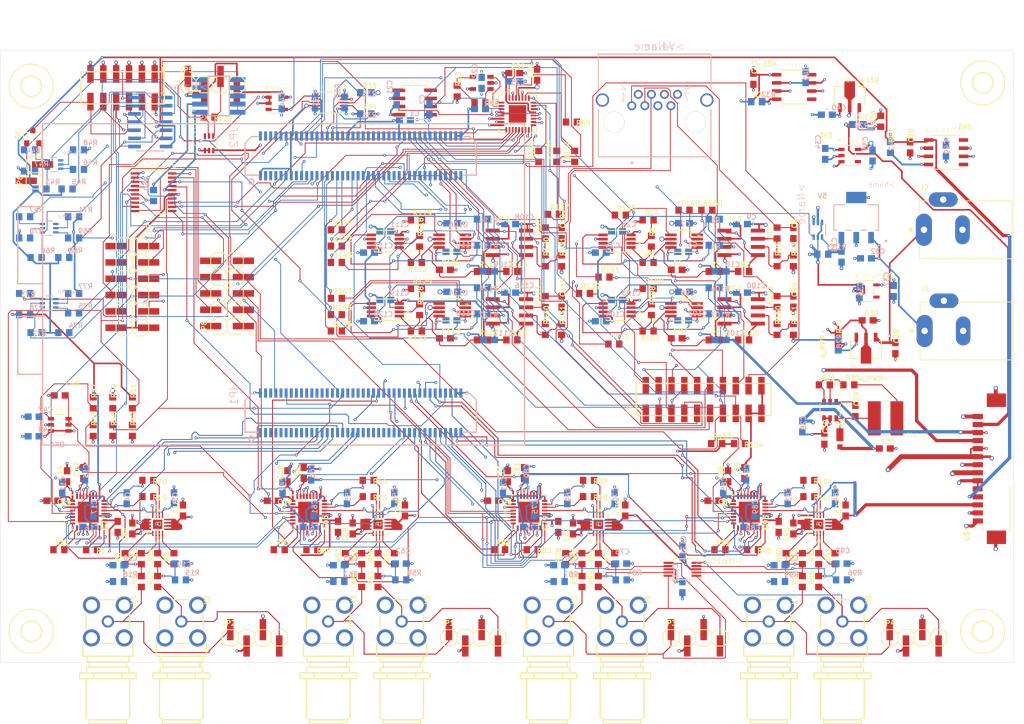
<source format=kicad_pcb>
(kicad_pcb (version 20171130) (host pcbnew "(5.1.9-0-10_14)")
  (layers (0 Top signal) (1 Route2 signal) (2 Route3 signal) (3 Route14 signal) (4 Route15 signal) (31 Bottom signal) (34 B.Paste user) (35 F.Paste user) (36 B.SilkS user) (37 F.SilkS user) (38 B.Mask user) (39 F.Mask user) (44 Edge.Cuts user))
  (net 0 "")
  (net 1 3V3)
  (net 2 5V)
  (net 3 +15V)
  (net 4 -15V)
  (net 5 GND)
  (net 6 AMP_PWR+)
  (net 7 AMP_PWR-)
  (net 8 5V_REF)
  (net 9 1V8)
  (net 10 DS_SDA)
  (net 11 DS_SCL)
  (net 12 DS_CLRB)
  (net 13 2V048_REF)
  (net 14 -6V5)
  (net 15 LS_IN0)
  (net 16 LS_IN1)
  (net 17 LS0_EN)
  (net 18 DS_OUT0)
  (net 19 DS_OUT1)
  (net 20 ADCS_SDO)
  (net 21 A0_EN0)
  (net 22 A_EN1)
  (net 23 A_EN2)
  (net 24 A_EN3)
  (net 25 A1_EN0_HV)
  (net 26 A2_EN0)
  (net 27 A3_EN0)
  (net 28 A2_EN0_HV)
  (net 29 A3_EN0_HV)
  (net 30 A1_EN0)
  (net 31 A0_EN0_HV)
  (net 32 A_EN2_HV)
  (net 33 LS_IN2)
  (net 34 LS_IN3)
  (net 35 LS_IN4)
  (net 36 LS_IN5)
  (net 37 A2_AMP_IN-)
  (net 38 A2_AMP_IN+)
  (net 39 GPIO_3V3_0)
  (net 40 GPIO_3V3_1)
  (net 41 GPIO_3V3_2)
  (net 42 D1_OUT)
  (net 43 D2_OUT)
  (net 44 D3_OUT)
  (net 45 A2_IN+_BUF)
  (net 46 A2_IN-_BUF)
  (net 47 5V_ISENSE)
  (net 48 ADCS_CSB)
  (net 49 ADCS_SCLK)
  (net 50 ADCS_SDI)
  (net 51 D1_CSB)
  (net 52 D1_SCLK)
  (net 53 D1_SDI)
  (net 54 D2_CSB)
  (net 55 D2_SCLK)
  (net 56 D2_SDI)
  (net 57 D3_CSB)
  (net 58 D3_SCLK)
  (net 59 D3_SDI)
  (net 60 D0_CSB)
  (net 61 D0_SCLK)
  (net 62 D0_SDI)
  (net 63 A0_D_N)
  (net 64 A0_D_P)
  (net 65 A0_DCO_N)
  (net 66 A0_DCO_P)
  (net 67 A0_CLK_N)
  (net 68 A0_CLK_P)
  (net 69 A0_CNV_N)
  (net 70 A0_CNV_P)
  (net 71 A1_CNV_N)
  (net 72 A1_CNV_P)
  (net 73 A1_D_N)
  (net 74 A1_D_P)
  (net 75 A1_DCO_N)
  (net 76 A1_DCO_P)
  (net 77 A1_CLK_N)
  (net 78 A1_CLK_P)
  (net 79 A2_CNV_N)
  (net 80 A2_CNV_P)
  (net 81 A2_D_N)
  (net 82 A2_D_P)
  (net 83 A2_DCO_N)
  (net 84 A2_DCO_P)
  (net 85 A2_CLK_N)
  (net 86 A2_CLK_P)
  (net 87 A3_CNV_N)
  (net 88 A3_CNV_P)
  (net 89 A3_D_N)
  (net 90 A3_D_P)
  (net 91 A3_DCO_N)
  (net 92 A3_DCO_P)
  (net 93 A3_CLK_N)
  (net 94 A3_CLK_P)
  (net 95 "Net-(R23-Pad1)")
  (net 96 "Net-(U6-Pad2)")
  (net 97 "Net-(R24-Pad1)")
  (net 98 "Net-(C1-Pad1)")
  (net 99 /adc_dac_v1_1/2V5_REF)
  (net 100 "Net-(U8-Pad8)")
  (net 101 "Net-(U8-Pad7)")
  (net 102 /adc_dac_v1_1/TEMP_REF)
  (net 103 "Net-(U8-Pad1)")
  (net 104 "Net-(R65-Pad2)")
  (net 105 "Net-(R134-Pad2)")
  (net 106 "Net-(R137-Pad2)")
  (net 107 "Net-(R136-Pad2)")
  (net 108 "Net-(R135-Pad2)")
  (net 109 /adc_dac_v1_1/GP_ISENSE)
  (net 110 /adc_dac_v1_1/GP_ADC3)
  (net 111 /adc_dac_v1_1/GP_ADC4)
  (net 112 /adc_dac_v1_1/GP_ADC5)
  (net 113 /adc_dac_v1_1/GP_ADC6)
  (net 114 /adc_dac_v1_1/GP_ADC7)
  (net 115 /adc_dac_v1_1/GP_ADC8)
  (net 116 /adc_dac_v1_1/GP_ADC9)
  (net 117 /adc_dac_v1_1/GP_ADC10)
  (net 118 "Net-(R65-Pad1)")
  (net 119 /adc_dac_v1_1/I_SENSE-)
  (net 120 /adc_dac_v1_1/I_SENSE+)
  (net 121 /adc_dac_v1_2/JP2-2)
  (net 122 /adc_dac_v1_2/JP2-4)
  (net 123 /adc_dac_v1_2/JP2-76)
  (net 124 /adc_dac_v1_2/JP2-74)
  (net 125 /adc_dac_v1_2/GP_SDA)
  (net 126 /adc_dac_v1_2/GP_10)
  (net 127 /adc_dac_v1_2/GP_8)
  (net 128 /adc_dac_v1_2/GP_6)
  (net 129 /adc_dac_v1_2/GP_4)
  (net 130 /adc_dac_v1_2/GP_2)
  (net 131 /adc_dac_v1_2/GP_0)
  (net 132 /adc_dac_v1_2/JP2-54)
  (net 133 /adc_dac_v1_2/JP2-52)
  (net 134 /adc_dac_v1_2/JP2-50)
  (net 135 /adc_dac_v1_2/JP2-48)
  (net 136 /adc_dac_v1_2/JP2-46)
  (net 137 /adc_dac_v1_2/JP2-44)
  (net 138 /adc_dac_v1_2/JP2-6)
  (net 139 /adc_dac_v1_2/JP2-8)
  (net 140 /adc_dac_v1_2/JP2-10)
  (net 141 "Net-(OK1-PadJP2-12)")
  (net 142 /adc_dac_v1_2/JP2-26)
  (net 143 /adc_dac_v1_2/JP2-34)
  (net 144 /adc_dac_v1_2/JP2-38)
  (net 145 /adc_dac_v1_2/JP2-42)
  (net 146 /adc_dac_v1_2/JP2-40)
  (net 147 /adc_dac_v1_2/JP2-79)
  (net 148 /adc_dac_v1_2/JP2-77)
  (net 149 "Net-(OK1-PadJP2-3)")
  (net 150 /adc_dac_v1_2/JP2-75)
  (net 151 /adc_dac_v1_2/GP_SCL)
  (net 152 /adc_dac_v1_2/GP_11)
  (net 153 /adc_dac_v1_2/GP_9)
  (net 154 /adc_dac_v1_2/GP_7)
  (net 155 /adc_dac_v1_2/GP_5)
  (net 156 /adc_dac_v1_2/GP_3)
  (net 157 /adc_dac_v1_2/GP_1)
  (net 158 /adc_dac_v1_2/JP2-55)
  (net 159 /adc_dac_v1_2/JP2-53)
  (net 160 /adc_dac_v1_2/JP2-5)
  (net 161 /adc_dac_v1_2/JP2-7)
  (net 162 /adc_dac_v1_2/JP2-9)
  (net 163 /adc_dac_v1_2/JP2-15)
  (net 164 /adc_dac_v1_2/JP2-35)
  (net 165 /adc_dac_v1_2/JP1-4)
  (net 166 /adc_dac_v1_2/JP1-56)
  (net 167 /adc_dac_v1_2/JP1-44)
  (net 168 /adc_dac_v1_2/JP1-6)
  (net 169 /adc_dac_v1_2/JP1-10)
  (net 170 /adc_dac_v1_2/JP1-14)
  (net 171 /adc_dac_v1_2/JP1-16)
  (net 172 /adc_dac_v1_2/JP1-18)
  (net 173 /adc_dac_v1_2/JP1-20)
  (net 174 /adc_dac_v1_2/JP1-22)
  (net 175 /adc_dac_v1_2/JP1-24)
  (net 176 /adc_dac_v1_2/JP1-26)
  (net 177 /adc_dac_v1_2/JP1-28)
  (net 178 /adc_dac_v1_2/JP1-30)
  (net 179 /adc_dac_v1_2/JP1-36)
  (net 180 /adc_dac_v1_2/JP1-38)
  (net 181 /adc_dac_v1_2/JP1-42)
  (net 182 /adc_dac_v1_2/JP1-40)
  (net 183 /adc_dac_v1_2/JP1-1)
  (net 184 /adc_dac_v1_2/JP1-3)
  (net 185 /adc_dac_v1_2/JP1-55)
  (net 186 /adc_dac_v1_2/JP1-51)
  (net 187 /adc_dac_v1_2/JP1-49)
  (net 188 /adc_dac_v1_2/JP1-47)
  (net 189 /adc_dac_v1_2/JP1-45)
  (net 190 /adc_dac_v1_2/JP1-43)
  (net 191 /adc_dac_v1_2/JP1-5)
  (net 192 /adc_dac_v1_2/JP1-7)
  (net 193 /adc_dac_v1_2/JP1-9)
  (net 194 /adc_dac_v1_2/JP1-11)
  (net 195 /adc_dac_v1_2/JP1-13)
  (net 196 /adc_dac_v1_2/JP1-15)
  (net 197 /adc_dac_v1_2/JP1-17)
  (net 198 /adc_dac_v1_2/JP1-19)
  (net 199 /adc_dac_v1_2/JP1-21)
  (net 200 /adc_dac_v1_2/JP1-35)
  (net 201 /adc_dac_v1_2/JP1-41)
  (net 202 "Net-(U20-Pad14)")
  (net 203 /adc_dac_v1_3/LS_F)
  (net 204 /adc_dac_v1_3/LS_OUT5)
  (net 205 /adc_dac_v1_3/LS_E)
  (net 206 /adc_dac_v1_3/LS_OUT4)
  (net 207 /adc_dac_v1_3/LS_D)
  (net 208 /adc_dac_v1_3/LS_OUT3)
  (net 209 /adc_dac_v1_3/LS_OUT2)
  (net 210 /adc_dac_v1_3/LS_C)
  (net 211 /adc_dac_v1_3/LS_OUT1)
  (net 212 /adc_dac_v1_3/LS_B)
  (net 213 /adc_dac_v1_3/LS_OUT0)
  (net 214 /adc_dac_v1_3/LS_A)
  (net 215 /adc_dac_v1_3/GPIO_1V8_2)
  (net 216 /adc_dac_v1_3/GPIO_1V8_1)
  (net 217 /adc_dac_v1_3/GPIO_1V8_0)
  (net 218 "Net-(R44-Pad2)")
  (net 219 "Net-(R46-Pad2)")
  (net 220 "Net-(R47-Pad1)")
  (net 221 "Net-(R48-Pad2)")
  (net 222 "Net-(U31-Pad1)")
  (net 223 "Net-(R67-Pad2)")
  (net 224 "Net-(R69-Pad2)")
  (net 225 "Net-(R70-Pad1)")
  (net 226 "Net-(R71-Pad2)")
  (net 227 "Net-(U23-Pad1)")
  (net 228 "Net-(R73-Pad2)")
  (net 229 "Net-(R75-Pad2)")
  (net 230 "Net-(R76-Pad1)")
  (net 231 "Net-(R77-Pad2)")
  (net 232 "Net-(U24-Pad1)")
  (net 233 "Net-(X9-Pad7)")
  (net 234 "Net-(JP6-Pad2)")
  (net 235 "Net-(JP6-Pad1)")
  (net 236 "Net-(JP8-Pad10)")
  (net 237 "Net-(JP8-Pad9)")
  (net 238 "Net-(JP8-Pad2)")
  (net 239 /adc_dac_v1_4/N$17)
  (net 240 /adc_dac_v1_4/N$18)
  (net 241 /adc_dac_v1_4/A0_VCM)
  (net 242 /adc_dac_v1_4/N$14)
  (net 243 /adc_dac_v1_4/N$13)
  (net 244 /adc_dac_v1_4/N$11)
  (net 245 /adc_dac_v1_4/N$12)
  (net 246 /adc_dac_v1_4/A0_IN_P)
  (net 247 /adc_dac_v1_4/A0_IN_N)
  (net 248 /adc_dac_v1_4/N$15)
  (net 249 /adc_dac_v1_4/N$16)
  (net 250 /adc_dac_v1_4/A0_AMP_IN+)
  (net 251 /adc_dac_v1_4/A0_AMP_IN-)
  (net 252 /adc_dac_v1_5/N$451)
  (net 253 /adc_dac_v1_5/N$461)
  (net 254 /adc_dac_v1_5/A1_VCM)
  (net 255 /adc_dac_v1_5/N$411)
  (net 256 /adc_dac_v1_5/N$401)
  (net 257 /adc_dac_v1_5/N$221)
  (net 258 /adc_dac_v1_5/N$361)
  (net 259 /adc_dac_v1_5/A1_IN_P)
  (net 260 /adc_dac_v1_5/A1_IN_N)
  (net 261 /adc_dac_v1_5/N$421)
  (net 262 /adc_dac_v1_5/N$441)
  (net 263 /adc_dac_v1_5/A1_AMP_IN+)
  (net 264 /adc_dac_v1_5/A1_AMP_IN-)
  (net 265 /adc_dac_v1_6/N$4512)
  (net 266 /adc_dac_v1_6/N$4612)
  (net 267 /adc_dac_v1_6/A2_VCM)
  (net 268 /adc_dac_v1_6/N$4112)
  (net 269 /adc_dac_v1_6/N$4012)
  (net 270 /adc_dac_v1_6/N$2212)
  (net 271 /adc_dac_v1_6/N$3612)
  (net 272 /adc_dac_v1_6/A2_IN_P)
  (net 273 /adc_dac_v1_6/A2_IN_N)
  (net 274 /adc_dac_v1_7/N$4513)
  (net 275 /adc_dac_v1_7/N$4613)
  (net 276 /adc_dac_v1_7/A3_VCM)
  (net 277 /adc_dac_v1_7/N$4113)
  (net 278 /adc_dac_v1_7/N$4013)
  (net 279 /adc_dac_v1_7/N$2213)
  (net 280 /adc_dac_v1_7/N$3613)
  (net 281 /adc_dac_v1_7/A3_IN_P)
  (net 282 /adc_dac_v1_7/A3_IN_N)
  (net 283 /adc_dac_v1_7/A3_IN+_BUF)
  (net 284 /adc_dac_v1_7/A3_IN-_BUF)
  (net 285 /adc_dac_v1_7/A3_AMP_IN+)
  (net 286 /adc_dac_v1_7/A3_AMP_IN-)
  (net 287 /adc_dac_v1_8/D0_VREF_BUF)
  (net 288 /adc_dac_v1_8/N$25)
  (net 289 /adc_dac_v1_8/D0_OUT)
  (net 290 /adc_dac_v1_8/N$8)
  (net 291 /adc_dac_v1_8/N$3)
  (net 292 /adc_dac_v1_8/N$4)
  (net 293 /adc_dac_v1_8/N$5)
  (net 294 /adc_dac_v1_8/N$2)
  (net 295 /adc_dac_v1_8/D0_IOUT)
  (net 296 /adc_dac_v1_8/N$10)
  (net 297 /adc_dac_v1_8/N$7)
  (net 298 /adc_dac_v1_8/D0_CSB_T)
  (net 299 /adc_dac_v1_8/D0_SDI_T)
  (net 300 /adc_dac_v1_8/D0_SCLK_T)
  (net 301 /adc_dac_v1_9/D1_VREF_BUF)
  (net 302 /adc_dac_v1_9/N$25D1)
  (net 303 /adc_dac_v1_9/N$8D1)
  (net 304 /adc_dac_v1_9/N$3D1)
  (net 305 /adc_dac_v1_9/N$1D1)
  (net 306 /adc_dac_v1_9/N$5D1)
  (net 307 /adc_dac_v1_9/N$2D1)
  (net 308 /adc_dac_v1_9/D1_IOUT)
  (net 309 /adc_dac_v1_9/N$10D1)
  (net 310 /adc_dac_v1_9/N$7D1)
  (net 311 /adc_dac_v1_9/D1_CSB_T)
  (net 312 /adc_dac_v1_9/D1_SDI_T)
  (net 313 /adc_dac_v1_9/D1_SCLK_T)
  (net 314 /adc_dac_v1_10/D2_VREF_BUF)
  (net 315 /adc_dac_v1_10/N$25D2)
  (net 316 /adc_dac_v1_10/N$8D2)
  (net 317 /adc_dac_v1_10/N$3D2)
  (net 318 /adc_dac_v1_10/N$4D2)
  (net 319 /adc_dac_v1_10/N$5D2)
  (net 320 /adc_dac_v1_10/N$2D2)
  (net 321 /adc_dac_v1_10/D2_IOUT)
  (net 322 /adc_dac_v1_10/N$10D2)
  (net 323 /adc_dac_v1_10/N$7D2)
  (net 324 /adc_dac_v1_10/D2_CSB_T)
  (net 325 /adc_dac_v1_10/D2_SDI_T)
  (net 326 /adc_dac_v1_10/D2_SCLK_T)
  (net 327 /adc_dac_v1_11/D3_VREF_BUF)
  (net 328 /adc_dac_v1_11/N$25D3)
  (net 329 /adc_dac_v1_11/N$8D3)
  (net 330 /adc_dac_v1_11/N$3D3)
  (net 331 /adc_dac_v1_11/N$4D3)
  (net 332 /adc_dac_v1_11/N$5D3)
  (net 333 /adc_dac_v1_11/N$2D3)
  (net 334 /adc_dac_v1_11/D3_IOUT)
  (net 335 /adc_dac_v1_11/N$10D3)
  (net 336 /adc_dac_v1_11/N$7D3)
  (net 337 /adc_dac_v1_11/D3_CSB_T)
  (net 338 /adc_dac_v1_11/D3_SDI_T)
  (net 339 /adc_dac_v1_11/D3_SCLK_T)
  (net 340 "Net-(R36-Pad2)")
  (net 341 "Net-(C29-Pad2)")
  (net 342 "Net-(L1-Pad1)")
  (net 343 "Net-(R25-Pad1)")
  (net 344 /adc_dac_v1_13/7V5_IN)
  (net 345 "Net-(C29-Pad1)")
  (net 346 "Net-(R26-Pad2)")
  (net 347 /adc_dac_v1_13/5V_SENSE)
  (net 348 "Net-(R27-Pad2)")
  (net 349 /adc_dac_v1_13/18V_IN)
  (net 350 "Net-(R29-Pad2)")
  (net 351 "Net-(R31-Pad2)")
  (net 352 "Net-(C47-Pad1)")
  (net 353 "Net-(R41-Pad2)")
  (net 354 "Net-(U15-Pad8)")
  (net 355 "Net-(U15-Pad5)")
  (net 356 "Net-(U18-Pad8)")
  (net 357 "Net-(U18-Pad5)")
  (net 358 /adc_dac_v1_13/15V)
  (net 359 "Net-(U11-Pad4)")
  (net 360 "Net-(U9-Pad4)")
  (net 361 "Net-(J1-Pad3)")
  (net 362 "Net-(J2-Pad3)")
  (module adc_dac_v1:C0603 (layer Bottom) (at 181.7751 91.7956 180)
    (fp_text reference C10 (at -0.635 0.635) (layer B.SilkS) (effects (font (size 0.77216 0.77216) (thickness 0.14671)) (justify right bottom mirror)))
    (fp_text value 0.1u)
    (pad 2 smd rect (at 0.85 0 180) (size 1.1 1) (layers Bottom B.Paste B.Mask) (net 5 GND))
    (pad 1 smd rect (at -0.85 0 180) (size 1.1 1) (layers Bottom B.Paste B.Mask) (net 4 -15V))
  )
  (module adc_dac_v1:C0603 (layer Bottom) (at 175.9331 88.7476 180)
    (fp_text reference C3 (at -0.635 0.635) (layer B.SilkS) (effects (font (size 0.77216 0.77216) (thickness 0.14671)) (justify right bottom mirror)))
    (fp_text value 2p)
    (pad 2 smd rect (at 0.85 0 180) (size 1.1 1) (layers Bottom B.Paste B.Mask) (net 294 /adc_dac_v1_8/N$2))
    (pad 1 smd rect (at -0.85 0 180) (size 1.1 1) (layers Bottom B.Paste B.Mask) (net 295 /adc_dac_v1_8/D0_IOUT))
  )
  (module adc_dac_v1:C0603 (layer Top) (at 174.9171 91.5416)
    (fp_text reference C6 (at -0.635 -0.635) (layer F.SilkS) (effects (font (size 0.77216 0.77216) (thickness 0.14671)) (justify left bottom)))
    (fp_text value DNP)
    (pad 2 smd rect (at 0.85 0) (size 1.1 1) (layers Top F.Paste F.Mask) (net 5 GND))
    (pad 1 smd rect (at -0.85 0) (size 1.1 1) (layers Top F.Paste F.Mask) (net 287 /adc_dac_v1_8/D0_VREF_BUF))
  )
  (module adc_dac_v1:C0603 (layer Bottom) (at 176.0601 84.3026)
    (fp_text reference C7 (at -0.635 0.635) (layer B.SilkS) (effects (font (size 0.77216 0.77216) (thickness 0.14671)) (justify right bottom mirror)))
    (fp_text value 0.1u)
    (pad 2 smd rect (at 0.85 0) (size 1.1 1) (layers Bottom B.Paste B.Mask) (net 5 GND))
    (pad 1 smd rect (at -0.85 0) (size 1.1 1) (layers Bottom B.Paste B.Mask) (net 1 3V3))
  )
  (module adc_dac_v1:C0603 (layer Top) (at 193.0781 85.8266 270)
    (fp_text reference C8 (at -0.635 -0.635 90) (layer F.SilkS) (effects (font (size 0.77216 0.77216) (thickness 0.14671)) (justify left bottom)))
    (fp_text value DNP)
    (pad 2 smd rect (at 0.85 0 270) (size 1.1 1) (layers Top F.Paste F.Mask) (net 5 GND))
    (pad 1 smd rect (at -0.85 0 270) (size 1.1 1) (layers Top F.Paste F.Mask) (net 289 /adc_dac_v1_8/D0_OUT))
  )
  (module adc_dac_v1:C0603 (layer Bottom) (at 185.0771 84.4296 180)
    (fp_text reference C9 (at -0.635 0.635) (layer B.SilkS) (effects (font (size 0.77216 0.77216) (thickness 0.14671)) (justify right bottom mirror)))
    (fp_text value 0.1u)
    (pad 2 smd rect (at 0.85 0 180) (size 1.1 1) (layers Bottom B.Paste B.Mask) (net 5 GND))
    (pad 1 smd rect (at -0.85 0 180) (size 1.1 1) (layers Bottom B.Paste B.Mask) (net 3 +15V))
  )
  (module adc_dac_v1:SO8 (layer Top) (at 184.9501 87.3506 270)
    (fp_text reference IC3 (at -3.175 1.905) (layer F.SilkS) (effects (font (size 0.77216 0.77216) (thickness 0.14671)) (justify left bottom)))
    (fp_text value ADA4610-2)
    (pad 5 smd rect (at 1.905 -2.6 270) (size 0.6 2.2) (layers Top F.Paste F.Mask) (net 293 /adc_dac_v1_8/N$5))
    (pad 6 smd rect (at 0.635 -2.6 270) (size 0.6 2.2) (layers Top F.Paste F.Mask) (net 296 /adc_dac_v1_8/N$10))
    (pad 8 smd rect (at -1.905 -2.6 270) (size 0.6 2.2) (layers Top F.Paste F.Mask) (net 3 +15V))
    (pad 4 smd rect (at 1.905 2.6 270) (size 0.6 2.2) (layers Top F.Paste F.Mask) (net 4 -15V))
    (pad 3 smd rect (at 0.635 2.6 270) (size 0.6 2.2) (layers Top F.Paste F.Mask) (net 291 /adc_dac_v1_8/N$3))
    (pad 1 smd rect (at -1.905 2.6 270) (size 0.6 2.2) (layers Top F.Paste F.Mask) (net 293 /adc_dac_v1_8/N$5))
    (pad 7 smd rect (at -0.635 -2.6 270) (size 0.6 2.2) (layers Top F.Paste F.Mask) (net 290 /adc_dac_v1_8/N$8))
    (pad 2 smd rect (at -0.635 2.6 270) (size 0.6 2.2) (layers Top F.Paste F.Mask) (net 5 GND))
  )
  (module adc_dac_v1:R0603 (layer Bottom) (at 180.7591 83.6676)
    (fp_text reference R1 (at -0.635 0.635) (layer B.SilkS) (effects (font (size 0.77216 0.77216) (thickness 0.14671)) (justify right bottom mirror)))
    (fp_text value 10k)
    (pad 2 smd rect (at 0.85 0) (size 1 1.1) (layers Bottom B.Paste B.Mask) (net 291 /adc_dac_v1_8/N$3))
    (pad 1 smd rect (at -0.85 0) (size 1 1.1) (layers Bottom B.Paste B.Mask) (net 292 /adc_dac_v1_8/N$4))
  )
  (module adc_dac_v1:R0603 (layer Top) (at 185.3311 91.7956)
    (fp_text reference R2 (at -0.635 -0.635) (layer F.SilkS) (effects (font (size 0.77216 0.77216) (thickness 0.14671)) (justify left bottom)))
    (fp_text value 20k)
    (pad 2 smd rect (at 0.85 0) (size 1 1.1) (layers Top F.Paste F.Mask) (net 293 /adc_dac_v1_8/N$5))
    (pad 1 smd rect (at -0.85 0) (size 1 1.1) (layers Top F.Paste F.Mask) (net 291 /adc_dac_v1_8/N$3))
  )
  (module adc_dac_v1:R0603 (layer Top) (at 180.7591 91.7956)
    (fp_text reference R3 (at -0.635 -0.635) (layer F.SilkS) (effects (font (size 0.77216 0.77216) (thickness 0.14671)) (justify left bottom)))
    (fp_text value 20k)
    (pad 2 smd rect (at 0.85 0) (size 1 1.1) (layers Top F.Paste F.Mask) (net 291 /adc_dac_v1_8/N$3))
    (pad 1 smd rect (at -0.85 0) (size 1 1.1) (layers Top F.Paste F.Mask) (net 287 /adc_dac_v1_8/D0_VREF_BUF))
  )
  (module adc_dac_v1:R0603 (layer Bottom) (at 180.7591 87.7316)
    (fp_text reference R4 (at -0.635 0.635) (layer B.SilkS) (effects (font (size 0.77216 0.77216) (thickness 0.14671)) (justify right bottom mirror)))
    (fp_text value 0)
    (pad 2 smd rect (at 0.85 0) (size 1 1.1) (layers Bottom B.Paste B.Mask) (net 292 /adc_dac_v1_8/N$4))
    (pad 1 smd rect (at -0.85 0) (size 1 1.1) (layers Bottom B.Paste B.Mask) (net 294 /adc_dac_v1_8/N$2))
  )
  (module adc_dac_v1:R0603 (layer Top) (at 170.4721 90.3986)
    (fp_text reference R5 (at -0.635 -0.635) (layer F.SilkS) (effects (font (size 0.77216 0.77216) (thickness 0.14671)) (justify left bottom)))
    (fp_text value 0)
    (pad 2 smd rect (at 0.85 0) (size 1 1.1) (layers Top F.Paste F.Mask) (net 287 /adc_dac_v1_8/D0_VREF_BUF))
    (pad 1 smd rect (at -0.85 0) (size 1 1.1) (layers Top F.Paste F.Mask) (net 288 /adc_dac_v1_8/N$25))
  )
  (module adc_dac_v1:R0603 (layer Top) (at 190.5381 85.8266 90)
    (fp_text reference R7 (at -0.635 -0.635 90) (layer F.SilkS) (effects (font (size 0.77216 0.77216) (thickness 0.14671)) (justify left bottom)))
    (fp_text value 0)
    (pad 2 smd rect (at 0.85 0 90) (size 1 1.1) (layers Top F.Paste F.Mask) (net 289 /adc_dac_v1_8/D0_OUT))
    (pad 1 smd rect (at -0.85 0 90) (size 1 1.1) (layers Top F.Paste F.Mask) (net 290 /adc_dac_v1_8/N$8))
  )
  (module adc_dac_v1:CP_16_2 (layer Top) (at 94.1451 131.1656 90)
    (fp_text reference U3 hide)
    (fp_text value ADA4932-1YCPZ-R7 hide)
    (fp_text user >Name (at -3.2766 0.635 90) (layer F.SilkS) (effects (font (size 1.2065 1.2065) (thickness 0.0762)) (justify left bottom)))
    (fp_text user * (at -3.0226 -0.3556 90) (layer F.SilkS) (effects (font (size 1.2065 1.2065) (thickness 0.0762)) (justify left bottom)))
    (pad 17 smd rect (at 0 0 90) (size 1.4478 1.4478) (layers Top F.Mask) (net 5 GND))
    (pad 16 smd rect (at -0.75 -1.397 270) (size 0.2032 0.8128) (layers Top F.Paste F.Mask) (net 7 AMP_PWR-))
    (pad 15 smd rect (at -0.25 -1.397 270) (size 0.2032 0.8128) (layers Top F.Paste F.Mask) (net 7 AMP_PWR-))
    (pad 14 smd rect (at 0.25 -1.397 270) (size 0.2032 0.8128) (layers Top F.Paste F.Mask) (net 7 AMP_PWR-))
    (pad 13 smd rect (at 0.75 -1.397 270) (size 0.2032 0.8128) (layers Top F.Paste F.Mask) (net 7 AMP_PWR-))
    (pad 12 smd rect (at 1.397 -0.75) (size 0.2032 0.8128) (layers Top F.Paste F.Mask) (net 6 AMP_PWR+))
    (pad 11 smd rect (at 1.397 -0.25) (size 0.2032 0.8128) (layers Top F.Paste F.Mask) (net 239 /adc_dac_v1_4/N$17))
    (pad 10 smd rect (at 1.397 0.25) (size 0.2032 0.8128) (layers Top F.Paste F.Mask) (net 240 /adc_dac_v1_4/N$18))
    (pad 9 smd rect (at 1.397 0.75) (size 0.2032 0.8128) (layers Top F.Paste F.Mask) (net 241 /adc_dac_v1_4/A0_VCM))
    (pad 8 smd rect (at 0.75 1.397 270) (size 0.2032 0.8128) (layers Top F.Paste F.Mask) (net 6 AMP_PWR+))
    (pad 7 smd rect (at 0.25 1.397 270) (size 0.2032 0.8128) (layers Top F.Paste F.Mask) (net 6 AMP_PWR+))
    (pad 6 smd rect (at -0.25 1.397 270) (size 0.2032 0.8128) (layers Top F.Paste F.Mask) (net 6 AMP_PWR+))
    (pad 5 smd rect (at -0.75 1.397 270) (size 0.2032 0.8128) (layers Top F.Paste F.Mask) (net 6 AMP_PWR+))
    (pad 4 smd rect (at -1.397 0.75) (size 0.2032 0.8128) (layers Top F.Paste F.Mask) (net 242 /adc_dac_v1_4/N$14))
    (pad 3 smd rect (at -1.397 0.25) (size 0.2032 0.8128) (layers Top F.Paste F.Mask) (net 243 /adc_dac_v1_4/N$13))
    (pad 2 smd rect (at -1.397 -0.25) (size 0.2032 0.8128) (layers Top F.Paste F.Mask) (net 244 /adc_dac_v1_4/N$11))
    (pad 1 smd rect (at -1.397 -0.75) (size 0.2032 0.8128) (layers Top F.Paste F.Mask) (net 245 /adc_dac_v1_4/N$12))
  )
  (module adc_dac_v1:C0603 (layer Bottom) (at 89.3191 127.1016 90)
    (fp_text reference C4 (at -0.635 0.635 90) (layer B.SilkS) (effects (font (size 0.77216 0.77216) (thickness 0.14671)) (justify right bottom mirror)))
    (fp_text value 100p)
    (pad 2 smd rect (at 0.85 0 90) (size 1.1 1) (layers Bottom B.Paste B.Mask) (net 246 /adc_dac_v1_4/A0_IN_P))
    (pad 1 smd rect (at -0.85 0 90) (size 1.1 1) (layers Bottom B.Paste B.Mask) (net 247 /adc_dac_v1_4/A0_IN_N))
  )
  (module adc_dac_v1:C0603 (layer Bottom) (at 96.6851 127.1016 90)
    (fp_text reference C5 (at -0.635 0.635 90) (layer B.SilkS) (effects (font (size 0.77216 0.77216) (thickness 0.14671)) (justify right bottom mirror)))
    (fp_text value 10u)
    (pad 2 smd rect (at 0.85 0 90) (size 1.1 1) (layers Bottom B.Paste B.Mask) (net 5 GND))
    (pad 1 smd rect (at -0.85 0 90) (size 1.1 1) (layers Bottom B.Paste B.Mask) (net 241 /adc_dac_v1_4/A0_VCM))
  )
  (module adc_dac_v1:R0603 (layer Top) (at 89.0651 136.4996 90)
    (fp_text reference R8 (at -0.635 -0.635 90) (layer F.SilkS) (effects (font (size 0.77216 0.77216) (thickness 0.14671)) (justify left bottom)))
    (fp_text value 499)
    (pad 2 smd rect (at 0.85 0 90) (size 1 1.1) (layers Top F.Paste F.Mask) (net 245 /adc_dac_v1_4/N$12))
    (pad 1 smd rect (at -0.85 0 90) (size 1 1.1) (layers Top F.Paste F.Mask) (net 244 /adc_dac_v1_4/N$11))
  )
  (module adc_dac_v1:R0603 (layer Top) (at 96.6851 136.4996 90)
    (fp_text reference R9 (at -0.635 -0.635 90) (layer F.SilkS) (effects (font (size 0.77216 0.77216) (thickness 0.14671)) (justify left bottom)))
    (fp_text value 499)
    (pad 2 smd rect (at 0.85 0 90) (size 1 1.1) (layers Top F.Paste F.Mask) (net 242 /adc_dac_v1_4/N$14))
    (pad 1 smd rect (at -0.85 0 90) (size 1 1.1) (layers Top F.Paste F.Mask) (net 243 /adc_dac_v1_4/N$13))
  )
  (module adc_dac_v1:R0603 (layer Top) (at 91.6051 136.4996 90)
    (fp_text reference R10 (at -0.635 -0.635 90) (layer F.SilkS) (effects (font (size 0.77216 0.77216) (thickness 0.14671)) (justify left bottom)))
    (fp_text value 499)
    (pad 2 smd rect (at 0.85 0 90) (size 1 1.1) (layers Top F.Paste F.Mask) (net 244 /adc_dac_v1_4/N$11))
    (pad 1 smd rect (at -0.85 0 90) (size 1 1.1) (layers Top F.Paste F.Mask) (net 248 /adc_dac_v1_4/N$15))
  )
  (module adc_dac_v1:R0603 (layer Top) (at 94.1451 136.4996 90)
    (fp_text reference R11 (at -0.635 -0.635 90) (layer F.SilkS) (effects (font (size 0.77216 0.77216) (thickness 0.14671)) (justify left bottom)))
    (fp_text value 499)
    (pad 2 smd rect (at 0.85 0 90) (size 1 1.1) (layers Top F.Paste F.Mask) (net 243 /adc_dac_v1_4/N$13))
    (pad 1 smd rect (at -0.85 0 90) (size 1 1.1) (layers Top F.Paste F.Mask) (net 249 /adc_dac_v1_4/N$16))
  )
  (module adc_dac_v1:R0603 (layer Top) (at 78.7781 135.1026)
    (fp_text reference R12 (at -0.635 -0.635) (layer F.SilkS) (effects (font (size 0.77216 0.77216) (thickness 0.14671)) (justify left bottom)))
    (fp_text value 100)
    (pad 2 smd rect (at 0.85 0) (size 1 1.1) (layers Top F.Paste F.Mask) (net 70 A0_CNV_P))
    (pad 1 smd rect (at -0.85 0) (size 1 1.1) (layers Top F.Paste F.Mask) (net 69 A0_CNV_N))
  )
  (module adc_dac_v1:C0603 (layer Bottom) (at 79.2861 125.4506 90)
    (fp_text reference C11 (at -0.635 0.635 90) (layer B.SilkS) (effects (font (size 0.77216 0.77216) (thickness 0.14671)) (justify right bottom mirror)))
    (fp_text value 0.1u)
    (pad 2 smd rect (at 0.85 0 90) (size 1.1 1) (layers Bottom B.Paste B.Mask) (net 5 GND))
    (pad 1 smd rect (at -0.85 0 90) (size 1.1 1) (layers Bottom B.Paste B.Mask) (net 9 1V8))
  )
  (module adc_dac_v1:R0603 (layer Top) (at 83.8581 135.1026 180)
    (fp_text reference R13 (at -0.635 -0.635) (layer F.SilkS) (effects (font (size 0.77216 0.77216) (thickness 0.14671)) (justify left bottom)))
    (fp_text value 100)
    (pad 2 smd rect (at 0.85 0 180) (size 1 1.1) (layers Top F.Paste F.Mask) (net 67 A0_CLK_N))
    (pad 1 smd rect (at -0.85 0 180) (size 1 1.1) (layers Top F.Paste F.Mask) (net 68 A0_CLK_P))
  )
  (module adc_dac_v1:C0603 (layer Top) (at 80.0481 123.6726 90)
    (fp_text reference C14 (at -0.635 -0.635 90) (layer F.SilkS) (effects (font (size 0.77216 0.77216) (thickness 0.14671)) (justify left bottom)))
    (fp_text value 0.1u)
    (pad 2 smd rect (at 0.85 0 90) (size 1.1 1) (layers Top F.Paste F.Mask) (net 5 GND))
    (pad 1 smd rect (at -0.85 0 90) (size 1.1 1) (layers Top F.Paste F.Mask) (net 2 5V))
  )
  (module adc_dac_v1:C0603 (layer Top) (at 77.7621 127.4826 180)
    (fp_text reference C15 (at -0.635 -0.635) (layer F.SilkS) (effects (font (size 0.77216 0.77216) (thickness 0.14671)) (justify left bottom)))
    (fp_text value 0.1u)
    (pad 2 smd rect (at 0.85 0 180) (size 1.1 1) (layers Top F.Paste F.Mask) (net 5 GND))
    (pad 1 smd rect (at -0.85 0 180) (size 1.1 1) (layers Top F.Paste F.Mask) (net 2 5V))
  )
  (module adc_dac_v1:C0603 (layer Bottom) (at 83.3501 131.5466)
    (fp_text reference C16 (at -0.635 0.635) (layer B.SilkS) (effects (font (size 0.77216 0.77216) (thickness 0.14671)) (justify right bottom mirror)))
    (fp_text value 0.1u)
    (pad 2 smd rect (at 0.85 0) (size 1.1 1) (layers Bottom B.Paste B.Mask) (net 5 GND))
    (pad 1 smd rect (at -0.85 0) (size 1.1 1) (layers Bottom B.Paste B.Mask) (net 9 1V8))
  )
  (module adc_dac_v1:C0603 (layer Bottom) (at 84.1121 129.0066 90)
    (fp_text reference C17 (at -0.635 0.635 90) (layer B.SilkS) (effects (font (size 0.77216 0.77216) (thickness 0.14671)) (justify right bottom mirror)))
    (fp_text value 0.1u)
    (pad 2 smd rect (at 0.85 0 90) (size 1.1 1) (layers Bottom B.Paste B.Mask) (net 5 GND))
    (pad 1 smd rect (at -0.85 0 90) (size 1.1 1) (layers Bottom B.Paste B.Mask) (net 2 5V))
  )
  (module adc_dac_v1:R0603 (layer Bottom) (at 97.7011 139.8016 180)
    (fp_text reference R15 (at -0.635 0.635) (layer B.SilkS) (effects (font (size 0.77216 0.77216) (thickness 0.14671)) (justify right bottom mirror)))
    (fp_text value DNP)
    (pad 2 smd rect (at 0.85 0 180) (size 1 1.1) (layers Bottom B.Paste B.Mask) (net 249 /adc_dac_v1_4/N$16))
    (pad 1 smd rect (at -0.85 0 180) (size 1 1.1) (layers Bottom B.Paste B.Mask) (net 5 GND))
  )
  (module adc_dac_v1:C0603 (layer Bottom) (at 97.7011 137.2616)
    (fp_text reference C19 (at -0.635 0.635) (layer B.SilkS) (effects (font (size 0.77216 0.77216) (thickness 0.14671)) (justify right bottom mirror)))
    (fp_text value DNP)
    (pad 2 smd rect (at 0.85 0) (size 1.1 1) (layers Bottom B.Paste B.Mask) (net 5 GND))
    (pad 1 smd rect (at -0.85 0) (size 1.1 1) (layers Bottom B.Paste B.Mask) (net 249 /adc_dac_v1_4/N$16))
  )
  (module adc_dac_v1:R0603 (layer Top) (at 91.6051 140.0556 90)
    (fp_text reference R16 (at -0.635 -0.635 90) (layer F.SilkS) (effects (font (size 0.77216 0.77216) (thickness 0.14671)) (justify left bottom)))
    (fp_text value 0)
    (pad 2 smd rect (at 0.85 0 90) (size 1 1.1) (layers Top F.Paste F.Mask) (net 248 /adc_dac_v1_4/N$15))
    (pad 1 smd rect (at -0.85 0 90) (size 1 1.1) (layers Top F.Paste F.Mask) (net 250 /adc_dac_v1_4/A0_AMP_IN+))
  )
  (module adc_dac_v1:R0603 (layer Top) (at 94.1451 140.0556 90)
    (fp_text reference R17 (at -0.635 -0.635 90) (layer F.SilkS) (effects (font (size 0.77216 0.77216) (thickness 0.14671)) (justify left bottom)))
    (fp_text value 0)
    (pad 2 smd rect (at 0.85 0 90) (size 1 1.1) (layers Top F.Paste F.Mask) (net 249 /adc_dac_v1_4/N$16))
    (pad 1 smd rect (at -0.85 0 90) (size 1 1.1) (layers Top F.Paste F.Mask) (net 251 /adc_dac_v1_4/A0_AMP_IN-))
  )
  (module adc_dac_v1:R0603 (layer Bottom) (at 88.0491 140.0556 180)
    (fp_text reference R18 (at -0.635 0.635) (layer B.SilkS) (effects (font (size 0.77216 0.77216) (thickness 0.14671)) (justify right bottom mirror)))
    (fp_text value DNP)
    (pad 2 smd rect (at 0.85 0 180) (size 1 1.1) (layers Bottom B.Paste B.Mask) (net 5 GND))
    (pad 1 smd rect (at -0.85 0 180) (size 1 1.1) (layers Bottom B.Paste B.Mask) (net 248 /adc_dac_v1_4/N$15))
  )
  (module adc_dac_v1:C0603 (layer Bottom) (at 88.0491 137.5156 180)
    (fp_text reference C20 (at -0.635 0.635) (layer B.SilkS) (effects (font (size 0.77216 0.77216) (thickness 0.14671)) (justify right bottom mirror)))
    (fp_text value DNP)
    (pad 2 smd rect (at 0.85 0 180) (size 1.1 1) (layers Bottom B.Paste B.Mask) (net 5 GND))
    (pad 1 smd rect (at -0.85 0 180) (size 1.1 1) (layers Bottom B.Paste B.Mask) (net 248 /adc_dac_v1_4/N$15))
  )
  (module adc_dac_v1:R0603 (layer Top) (at 92.6211 126.8476 180)
    (fp_text reference R19 (at -0.635 -0.635) (layer F.SilkS) (effects (font (size 0.77216 0.77216) (thickness 0.14671)) (justify left bottom)))
    (fp_text value 33)
    (pad 2 smd rect (at 0.85 0 180) (size 1 1.1) (layers Top F.Paste F.Mask) (net 247 /adc_dac_v1_4/A0_IN_N))
    (pad 1 smd rect (at -0.85 0 180) (size 1 1.1) (layers Top F.Paste F.Mask) (net 239 /adc_dac_v1_4/N$17))
  )
  (module adc_dac_v1:R0603 (layer Top) (at 92.6211 124.3076 180)
    (fp_text reference R20 (at -0.635 -0.635) (layer F.SilkS) (effects (font (size 0.77216 0.77216) (thickness 0.14671)) (justify left bottom)))
    (fp_text value 33)
    (pad 2 smd rect (at 0.85 0 180) (size 1 1.1) (layers Top F.Paste F.Mask) (net 246 /adc_dac_v1_4/A0_IN_P))
    (pad 1 smd rect (at -0.85 0 180) (size 1 1.1) (layers Top F.Paste F.Mask) (net 240 /adc_dac_v1_4/N$18))
  )
  (module adc_dac_v1:OPALKELLY_XEM6010 (layer Bottom) (at 76.2381 68.8086)
    (fp_text reference OK1 (at 1.0155 50.381) (layer B.SilkS) (effects (font (size 0.77216 0.77216) (thickness 0.14671)) (justify right bottom mirror)))
    (fp_text value OPALKELLY_XEM6310 hide)
    (fp_text user JP1 (at 30.48 43.942 -90) (layer B.SilkS) (effects (font (size 1.2065 1.2065) (thickness 0.1016)) (justify right bottom mirror)))
    (fp_text user JP2 (at 30.48 3.81 -90) (layer B.SilkS) (effects (font (size 1.2065 1.2065) (thickness 0.1016)) (justify right bottom mirror)))
    (pad "" np_thru_hole circle (at 66.739 7.032) (size 1.016 1.016) (drill 1.016) (layers *.Cu *.Mask))
    (pad "" np_thru_hole circle (at 32.261 7.032) (size 1.016 1.016) (drill 1.016) (layers *.Cu *.Mask))
    (pad JP2-80 smd rect (at 65.1 1.914 270) (size 1.448 0.457) (layers Bottom B.Paste B.Mask) (net 5 GND))
    (pad JP2-2 smd rect (at 33.9 1.914 270) (size 1.448 0.457) (layers Bottom B.Paste B.Mask) (net 121 /adc_dac_v1_2/JP2-2))
    (pad JP2-78 smd rect (at 64.3 1.914 270) (size 1.448 0.457) (layers Bottom B.Paste B.Mask) (net 5 GND))
    (pad JP2-4 smd rect (at 34.7 1.914 270) (size 1.448 0.457) (layers Bottom B.Paste B.Mask) (net 122 /adc_dac_v1_2/JP2-4))
    (pad JP2-76 smd rect (at 63.5 1.914 270) (size 1.448 0.457) (layers Bottom B.Paste B.Mask) (net 123 /adc_dac_v1_2/JP2-76))
    (pad JP2-74 smd rect (at 62.7 1.914 270) (size 1.448 0.457) (layers Bottom B.Paste B.Mask) (net 124 /adc_dac_v1_2/JP2-74))
    (pad JP2-72 smd rect (at 61.9 1.914 270) (size 1.448 0.457) (layers Bottom B.Paste B.Mask) (net 125 /adc_dac_v1_2/GP_SDA))
    (pad JP2-70 smd rect (at 61.1 1.914 270) (size 1.448 0.457) (layers Bottom B.Paste B.Mask) (net 126 /adc_dac_v1_2/GP_10))
    (pad JP2-68 smd rect (at 60.3 1.914 270) (size 1.448 0.457) (layers Bottom B.Paste B.Mask) (net 127 /adc_dac_v1_2/GP_8))
    (pad JP2-66 smd rect (at 59.5 1.914 270) (size 1.448 0.457) (layers Bottom B.Paste B.Mask) (net 128 /adc_dac_v1_2/GP_6))
    (pad JP2-64 smd rect (at 58.7 1.914 270) (size 1.448 0.457) (layers Bottom B.Paste B.Mask) (net 129 /adc_dac_v1_2/GP_4))
    (pad JP2-62 smd rect (at 57.9 1.914 270) (size 1.448 0.457) (layers Bottom B.Paste B.Mask) (net 130 /adc_dac_v1_2/GP_2))
    (pad JP2-60 smd rect (at 57.1 1.914 270) (size 1.448 0.457) (layers Bottom B.Paste B.Mask) (net 131 /adc_dac_v1_2/GP_0))
    (pad JP2-58 smd rect (at 56.3 1.914 270) (size 1.448 0.457) (layers Bottom B.Paste B.Mask) (net 40 GPIO_3V3_1))
    (pad JP2-56 smd rect (at 55.5 1.914 270) (size 1.448 0.457) (layers Bottom B.Paste B.Mask) (net 5 GND))
    (pad JP2-54 smd rect (at 54.7 1.914 270) (size 1.448 0.457) (layers Bottom B.Paste B.Mask) (net 132 /adc_dac_v1_2/JP2-54))
    (pad JP2-52 smd rect (at 53.9 1.914 270) (size 1.448 0.457) (layers Bottom B.Paste B.Mask) (net 133 /adc_dac_v1_2/JP2-52))
    (pad JP2-50 smd rect (at 53.1 1.914 270) (size 1.448 0.457) (layers Bottom B.Paste B.Mask) (net 134 /adc_dac_v1_2/JP2-50))
    (pad JP2-48 smd rect (at 52.3 1.914 270) (size 1.448 0.457) (layers Bottom B.Paste B.Mask) (net 135 /adc_dac_v1_2/JP2-48))
    (pad JP2-46 smd rect (at 51.5 1.914 270) (size 1.448 0.457) (layers Bottom B.Paste B.Mask) (net 136 /adc_dac_v1_2/JP2-46))
    (pad JP2-44 smd rect (at 50.7 1.914 270) (size 1.448 0.457) (layers Bottom B.Paste B.Mask) (net 137 /adc_dac_v1_2/JP2-44))
    (pad JP2-6 smd rect (at 35.5 1.914 270) (size 1.448 0.457) (layers Bottom B.Paste B.Mask) (net 138 /adc_dac_v1_2/JP2-6))
    (pad JP2-8 smd rect (at 36.3 1.914 270) (size 1.448 0.457) (layers Bottom B.Paste B.Mask) (net 139 /adc_dac_v1_2/JP2-8))
    (pad JP2-10 smd rect (at 37.1 1.914 270) (size 1.448 0.457) (layers Bottom B.Paste B.Mask) (net 140 /adc_dac_v1_2/JP2-10))
    (pad JP2-12 smd rect (at 37.9 1.914 270) (size 1.448 0.457) (layers Bottom B.Paste B.Mask) (net 141 "Net-(OK1-PadJP2-12)"))
    (pad JP2-14 smd rect (at 38.7 1.914 270) (size 1.448 0.457) (layers Bottom B.Paste B.Mask) (net 5 GND))
    (pad JP2-16 smd rect (at 39.5 1.914 270) (size 1.448 0.457) (layers Bottom B.Paste B.Mask) (net 20 ADCS_SDO))
    (pad JP2-18 smd rect (at 40.3 1.914 270) (size 1.448 0.457) (layers Bottom B.Paste B.Mask) (net 50 ADCS_SDI))
    (pad JP2-20 smd rect (at 41.1 1.914 270) (size 1.448 0.457) (layers Bottom B.Paste B.Mask) (net 49 ADCS_SCLK))
    (pad JP2-22 smd rect (at 41.9 1.914 270) (size 1.448 0.457) (layers Bottom B.Paste B.Mask) (net 48 ADCS_CSB))
    (pad JP2-24 smd rect (at 42.7 1.914 270) (size 1.448 0.457) (layers Bottom B.Paste B.Mask) (net 35 LS_IN4))
    (pad JP2-26 smd rect (at 43.5 1.914 270) (size 1.448 0.457) (layers Bottom B.Paste B.Mask) (net 142 /adc_dac_v1_2/JP2-26))
    (pad JP2-28 smd rect (at 44.3 1.914 270) (size 1.448 0.457) (layers Bottom B.Paste B.Mask) (net 10 DS_SDA))
    (pad JP2-30 smd rect (at 45.1 1.914 270) (size 1.448 0.457) (layers Bottom B.Paste B.Mask) (net 11 DS_SCL))
    (pad JP2-32 smd rect (at 45.9 1.914 270) (size 1.448 0.457) (layers Bottom B.Paste B.Mask) (net 12 DS_CLRB))
    (pad JP2-34 smd rect (at 46.7 1.914 270) (size 1.448 0.457) (layers Bottom B.Paste B.Mask) (net 143 /adc_dac_v1_2/JP2-34))
    (pad JP2-36 smd rect (at 47.5 1.914 270) (size 1.448 0.457) (layers Bottom B.Paste B.Mask) (net 5 GND))
    (pad JP2-38 smd rect (at 48.3 1.914 270) (size 1.448 0.457) (layers Bottom B.Paste B.Mask) (net 144 /adc_dac_v1_2/JP2-38))
    (pad JP2-42 smd rect (at 49.9 1.914 270) (size 1.448 0.457) (layers Bottom B.Paste B.Mask) (net 145 /adc_dac_v1_2/JP2-42))
    (pad JP2-40 smd rect (at 49.1 1.914 270) (size 1.448 0.457) (layers Bottom B.Paste B.Mask) (net 146 /adc_dac_v1_2/JP2-40))
    (pad JP2-79 smd rect (at 65.1 8.086 270) (size 1.448 0.457) (layers Bottom B.Paste B.Mask) (net 147 /adc_dac_v1_2/JP2-79))
    (pad JP2-1 smd rect (at 33.9 8.086 270) (size 1.448 0.457) (layers Bottom B.Paste B.Mask) (net 5 GND))
    (pad JP2-77 smd rect (at 64.3 8.086 270) (size 1.448 0.457) (layers Bottom B.Paste B.Mask) (net 148 /adc_dac_v1_2/JP2-77))
    (pad JP2-3 smd rect (at 34.7 8.086 270) (size 1.448 0.457) (layers Bottom B.Paste B.Mask) (net 149 "Net-(OK1-PadJP2-3)"))
    (pad JP2-75 smd rect (at 63.5 8.086 270) (size 1.448 0.457) (layers Bottom B.Paste B.Mask) (net 150 /adc_dac_v1_2/JP2-75))
    (pad JP2-73 smd rect (at 62.7 8.086 270) (size 1.448 0.457) (layers Bottom B.Paste B.Mask) (net 151 /adc_dac_v1_2/GP_SCL))
    (pad JP2-71 smd rect (at 61.9 8.086 270) (size 1.448 0.457) (layers Bottom B.Paste B.Mask) (net 152 /adc_dac_v1_2/GP_11))
    (pad JP2-69 smd rect (at 61.1 8.086 270) (size 1.448 0.457) (layers Bottom B.Paste B.Mask) (net 153 /adc_dac_v1_2/GP_9))
    (pad JP2-67 smd rect (at 60.3 8.086 270) (size 1.448 0.457) (layers Bottom B.Paste B.Mask) (net 154 /adc_dac_v1_2/GP_7))
    (pad JP2-65 smd rect (at 59.5 8.086 270) (size 1.448 0.457) (layers Bottom B.Paste B.Mask) (net 155 /adc_dac_v1_2/GP_5))
    (pad JP2-63 smd rect (at 58.7 8.086 270) (size 1.448 0.457) (layers Bottom B.Paste B.Mask) (net 156 /adc_dac_v1_2/GP_3))
    (pad JP2-61 smd rect (at 57.9 8.086 270) (size 1.448 0.457) (layers Bottom B.Paste B.Mask) (net 157 /adc_dac_v1_2/GP_1))
    (pad JP2-59 smd rect (at 57.1 8.086 270) (size 1.448 0.457) (layers Bottom B.Paste B.Mask) (net 41 GPIO_3V3_2))
    (pad JP2-57 smd rect (at 56.3 8.086 270) (size 1.448 0.457) (layers Bottom B.Paste B.Mask) (net 39 GPIO_3V3_0))
    (pad JP2-55 smd rect (at 55.5 8.086 270) (size 1.448 0.457) (layers Bottom B.Paste B.Mask) (net 158 /adc_dac_v1_2/JP2-55))
    (pad JP2-53 smd rect (at 54.7 8.086 270) (size 1.448 0.457) (layers Bottom B.Paste B.Mask) (net 159 /adc_dac_v1_2/JP2-53))
    (pad JP2-51 smd rect (at 53.9 8.086 270) (size 1.448 0.457) (layers Bottom B.Paste B.Mask) (net 52 D1_SCLK))
    (pad JP2-49 smd rect (at 53.1 8.086 270) (size 1.448 0.457) (layers Bottom B.Paste B.Mask) (net 53 D1_SDI))
    (pad JP2-47 smd rect (at 52.3 8.086 270) (size 1.448 0.457) (layers Bottom B.Paste B.Mask) (net 51 D1_CSB))
    (pad JP2-45 smd rect (at 51.5 8.086 270) (size 1.448 0.457) (layers Bottom B.Paste B.Mask) (net 61 D0_SCLK))
    (pad JP2-43 smd rect (at 50.7 8.086 270) (size 1.448 0.457) (layers Bottom B.Paste B.Mask) (net 62 D0_SDI))
    (pad JP2-5 smd rect (at 35.5 8.086 270) (size 1.448 0.457) (layers Bottom B.Paste B.Mask) (net 160 /adc_dac_v1_2/JP2-5))
    (pad JP2-7 smd rect (at 36.3 8.086 270) (size 1.448 0.457) (layers Bottom B.Paste B.Mask) (net 161 /adc_dac_v1_2/JP2-7))
    (pad JP2-9 smd rect (at 37.1 8.086 270) (size 1.448 0.457) (layers Bottom B.Paste B.Mask) (net 162 /adc_dac_v1_2/JP2-9))
    (pad JP2-11 smd rect (at 37.9 8.086 270) (size 1.448 0.457) (layers Bottom B.Paste B.Mask) (net 24 A_EN3))
    (pad JP2-13 smd rect (at 38.7 8.086 270) (size 1.448 0.457) (layers Bottom B.Paste B.Mask) (net 5 GND))
    (pad JP2-15 smd rect (at 39.5 8.086 270) (size 1.448 0.457) (layers Bottom B.Paste B.Mask) (net 163 /adc_dac_v1_2/JP2-15))
    (pad JP2-17 smd rect (at 40.3 8.086 270) (size 1.448 0.457) (layers Bottom B.Paste B.Mask) (net 15 LS_IN0))
    (pad JP2-19 smd rect (at 41.1 8.086 270) (size 1.448 0.457) (layers Bottom B.Paste B.Mask) (net 16 LS_IN1))
    (pad JP2-21 smd rect (at 41.9 8.086 270) (size 1.448 0.457) (layers Bottom B.Paste B.Mask) (net 33 LS_IN2))
    (pad JP2-23 smd rect (at 42.7 8.086 270) (size 1.448 0.457) (layers Bottom B.Paste B.Mask) (net 34 LS_IN3))
    (pad JP2-25 smd rect (at 43.5 8.086 270) (size 1.448 0.457) (layers Bottom B.Paste B.Mask) (net 36 LS_IN5))
    (pad JP2-27 smd rect (at 44.3 8.086 270) (size 1.448 0.457) (layers Bottom B.Paste B.Mask) (net 57 D3_CSB))
    (pad JP2-29 smd rect (at 45.1 8.086 270) (size 1.448 0.457) (layers Bottom B.Paste B.Mask) (net 59 D3_SDI))
    (pad JP2-31 smd rect (at 45.9 8.086 270) (size 1.448 0.457) (layers Bottom B.Paste B.Mask) (net 58 D3_SCLK))
    (pad JP2-33 smd rect (at 46.7 8.086 270) (size 1.448 0.457) (layers Bottom B.Paste B.Mask) (net 54 D2_CSB))
    (pad JP2-35 smd rect (at 47.5 8.086 270) (size 1.448 0.457) (layers Bottom B.Paste B.Mask) (net 164 /adc_dac_v1_2/JP2-35))
    (pad JP2-37 smd rect (at 48.3 8.086 270) (size 1.448 0.457) (layers Bottom B.Paste B.Mask) (net 56 D2_SDI))
    (pad JP2-41 smd rect (at 49.9 8.086 270) (size 1.448 0.457) (layers Bottom B.Paste B.Mask) (net 60 D0_CSB))
    (pad JP2-39 smd rect (at 49.1 8.086 270) (size 1.448 0.457) (layers Bottom B.Paste B.Mask) (net 55 D2_SCLK))
    (pad "" np_thru_hole circle (at 66.739 47.032) (size 1.016 1.016) (drill 1.016) (layers *.Cu *.Mask))
    (pad "" np_thru_hole circle (at 32.261 47.032) (size 1.016 1.016) (drill 1.016) (layers *.Cu *.Mask))
    (pad JP1-80 smd rect (at 65.1 41.914 270) (size 1.448 0.457) (layers Bottom B.Paste B.Mask) (net 5 GND))
    (pad JP1-2 smd rect (at 33.9 41.914 270) (size 1.448 0.457) (layers Bottom B.Paste B.Mask) (net 5 GND))
    (pad JP1-78 smd rect (at 64.3 41.914 270) (size 1.448 0.457) (layers Bottom B.Paste B.Mask) (net 5 GND))
    (pad JP1-4 smd rect (at 34.7 41.914 270) (size 1.448 0.457) (layers Bottom B.Paste B.Mask) (net 165 /adc_dac_v1_2/JP1-4))
    (pad JP1-76 smd rect (at 63.5 41.914 270) (size 1.448 0.457) (layers Bottom B.Paste B.Mask) (net 86 A2_CLK_P))
    (pad JP1-74 smd rect (at 62.7 41.914 270) (size 1.448 0.457) (layers Bottom B.Paste B.Mask) (net 29 A3_EN0_HV))
    (pad JP1-72 smd rect (at 61.9 41.914 270) (size 1.448 0.457) (layers Bottom B.Paste B.Mask) (net 28 A2_EN0_HV))
    (pad JP1-70 smd rect (at 61.1 41.914 270) (size 1.448 0.457) (layers Bottom B.Paste B.Mask) (net 91 A3_DCO_N))
    (pad JP1-68 smd rect (at 60.3 41.914 270) (size 1.448 0.457) (layers Bottom B.Paste B.Mask) (net 92 A3_DCO_P))
    (pad JP1-66 smd rect (at 59.5 41.914 270) (size 1.448 0.457) (layers Bottom B.Paste B.Mask) (net 89 A3_D_N))
    (pad JP1-64 smd rect (at 58.7 41.914 270) (size 1.448 0.457) (layers Bottom B.Paste B.Mask) (net 90 A3_D_P))
    (pad JP1-62 smd rect (at 57.9 41.914 270) (size 1.448 0.457) (layers Bottom B.Paste B.Mask) (net 87 A3_CNV_N))
    (pad JP1-60 smd rect (at 57.1 41.914 270) (size 1.448 0.457) (layers Bottom B.Paste B.Mask) (net 88 A3_CNV_P))
    (pad JP1-58 smd rect (at 56.3 41.914 270) (size 1.448 0.457) (layers Bottom B.Paste B.Mask) (net 75 A1_DCO_N))
    (pad JP1-56 smd rect (at 55.5 41.914 270) (size 1.448 0.457) (layers Bottom B.Paste B.Mask) (net 166 /adc_dac_v1_2/JP1-56))
    (pad JP1-54 smd rect (at 54.7 41.914 270) (size 1.448 0.457) (layers Bottom B.Paste B.Mask) (net 76 A1_DCO_P))
    (pad JP1-52 smd rect (at 53.9 41.914 270) (size 1.448 0.457) (layers Bottom B.Paste B.Mask) (net 73 A1_D_N))
    (pad JP1-50 smd rect (at 53.1 41.914 270) (size 1.448 0.457) (layers Bottom B.Paste B.Mask) (net 74 A1_D_P))
    (pad JP1-48 smd rect (at 52.3 41.914 270) (size 1.448 0.457) (layers Bottom B.Paste B.Mask) (net 71 A1_CNV_N))
    (pad JP1-46 smd rect (at 51.5 41.914 270) (size 1.448 0.457) (layers Bottom B.Paste B.Mask) (net 72 A1_CNV_P))
    (pad JP1-44 smd rect (at 50.7 41.914 270) (size 1.448 0.457) (layers Bottom B.Paste B.Mask) (net 167 /adc_dac_v1_2/JP1-44))
    (pad JP1-6 smd rect (at 35.5 41.914 270) (size 1.448 0.457) (layers Bottom B.Paste B.Mask) (net 168 /adc_dac_v1_2/JP1-6))
    (pad JP1-8 smd rect (at 36.3 41.914 270) (size 1.448 0.457) (layers Bottom B.Paste B.Mask) (net 17 LS0_EN))
    (pad JP1-10 smd rect (at 37.1 41.914 270) (size 1.448 0.457) (layers Bottom B.Paste B.Mask) (net 169 /adc_dac_v1_2/JP1-10))
    (pad JP1-12 smd rect (at 37.9 41.914 270) (size 1.448 0.457) (layers Bottom B.Paste B.Mask) (net 22 A_EN1))
    (pad JP1-14 smd rect (at 38.7 41.914 270) (size 1.448 0.457) (layers Bottom B.Paste B.Mask) (net 170 /adc_dac_v1_2/JP1-14))
    (pad JP1-16 smd rect (at 39.5 41.914 270) (size 1.448 0.457) (layers Bottom B.Paste B.Mask) (net 171 /adc_dac_v1_2/JP1-16))
    (pad JP1-18 smd rect (at 40.3 41.914 270) (size 1.448 0.457) (layers Bottom B.Paste B.Mask) (net 172 /adc_dac_v1_2/JP1-18))
    (pad JP1-20 smd rect (at 41.1 41.914 270) (size 1.448 0.457) (layers Bottom B.Paste B.Mask) (net 173 /adc_dac_v1_2/JP1-20))
    (pad JP1-22 smd rect (at 41.9 41.914 270) (size 1.448 0.457) (layers Bottom B.Paste B.Mask) (net 174 /adc_dac_v1_2/JP1-22))
    (pad JP1-24 smd rect (at 42.7 41.914 270) (size 1.448 0.457) (layers Bottom B.Paste B.Mask) (net 175 /adc_dac_v1_2/JP1-24))
    (pad JP1-26 smd rect (at 43.5 41.914 270) (size 1.448 0.457) (layers Bottom B.Paste B.Mask) (net 176 /adc_dac_v1_2/JP1-26))
    (pad JP1-28 smd rect (at 44.3 41.914 270) (size 1.448 0.457) (layers Bottom B.Paste B.Mask) (net 177 /adc_dac_v1_2/JP1-28))
    (pad JP1-30 smd rect (at 45.1 41.914 270) (size 1.448 0.457) (layers Bottom B.Paste B.Mask) (net 178 /adc_dac_v1_2/JP1-30))
    (pad JP1-32 smd rect (at 45.9 41.914 270) (size 1.448 0.457) (layers Bottom B.Paste B.Mask) (net 31 A0_EN0_HV))
    (pad JP1-34 smd rect (at 46.7 41.914 270) (size 1.448 0.457) (layers Bottom B.Paste B.Mask) (net 32 A_EN2_HV))
    (pad JP1-36 smd rect (at 47.5 41.914 270) (size 1.448 0.457) (layers Bottom B.Paste B.Mask) (net 179 /adc_dac_v1_2/JP1-36))
    (pad JP1-38 smd rect (at 48.3 41.914 270) (size 1.448 0.457) (layers Bottom B.Paste B.Mask) (net 180 /adc_dac_v1_2/JP1-38))
    (pad JP1-42 smd rect (at 49.9 41.914 270) (size 1.448 0.457) (layers Bottom B.Paste B.Mask) (net 181 /adc_dac_v1_2/JP1-42))
    (pad JP1-40 smd rect (at 49.1 41.914 270) (size 1.448 0.457) (layers Bottom B.Paste B.Mask) (net 182 /adc_dac_v1_2/JP1-40))
    (pad JP1-79 smd rect (at 65.1 48.086 270) (size 1.448 0.457) (layers Bottom B.Paste B.Mask) (net 93 A3_CLK_N))
    (pad JP1-1 smd rect (at 33.9 48.086 270) (size 1.448 0.457) (layers Bottom B.Paste B.Mask) (net 183 /adc_dac_v1_2/JP1-1))
    (pad JP1-77 smd rect (at 64.3 48.086 270) (size 1.448 0.457) (layers Bottom B.Paste B.Mask) (net 94 A3_CLK_P))
    (pad JP1-3 smd rect (at 34.7 48.086 270) (size 1.448 0.457) (layers Bottom B.Paste B.Mask) (net 184 /adc_dac_v1_2/JP1-3))
    (pad JP1-75 smd rect (at 63.5 48.086 270) (size 1.448 0.457) (layers Bottom B.Paste B.Mask) (net 85 A2_CLK_N))
    (pad JP1-73 smd rect (at 62.7 48.086 270) (size 1.448 0.457) (layers Bottom B.Paste B.Mask) (net 83 A2_DCO_N))
    (pad JP1-71 smd rect (at 61.9 48.086 270) (size 1.448 0.457) (layers Bottom B.Paste B.Mask) (net 84 A2_DCO_P))
    (pad JP1-69 smd rect (at 61.1 48.086 270) (size 1.448 0.457) (layers Bottom B.Paste B.Mask) (net 81 A2_D_N))
    (pad JP1-67 smd rect (at 60.3 48.086 270) (size 1.448 0.457) (layers Bottom B.Paste B.Mask) (net 82 A2_D_P))
    (pad JP1-65 smd rect (at 59.5 48.086 270) (size 1.448 0.457) (layers Bottom B.Paste B.Mask) (net 79 A2_CNV_N))
    (pad JP1-63 smd rect (at 58.7 48.086 270) (size 1.448 0.457) (layers Bottom B.Paste B.Mask) (net 80 A2_CNV_P))
    (pad JP1-61 smd rect (at 57.9 48.086 270) (size 1.448 0.457) (layers Bottom B.Paste B.Mask) (net 77 A1_CLK_N))
    (pad JP1-59 smd rect (at 57.1 48.086 270) (size 1.448 0.457) (layers Bottom B.Paste B.Mask) (net 78 A1_CLK_P))
    (pad JP1-57 smd rect (at 56.3 48.086 270) (size 1.448 0.457) (layers Bottom B.Paste B.Mask) (net 25 A1_EN0_HV))
    (pad JP1-55 smd rect (at 55.5 48.086 270) (size 1.448 0.457) (layers Bottom B.Paste B.Mask) (net 185 /adc_dac_v1_2/JP1-55))
    (pad JP1-53 smd rect (at 54.7 48.086 270) (size 1.448 0.457) (layers Bottom B.Paste B.Mask) (net 29 A3_EN0_HV))
    (pad JP1-51 smd rect (at 53.9 48.086 270) (size 1.448 0.457) (layers Bottom B.Paste B.Mask) (net 186 /adc_dac_v1_2/JP1-51))
    (pad JP1-49 smd rect (at 53.1 48.086 270) (size 1.448 0.457) (layers Bottom B.Paste B.Mask) (net 187 /adc_dac_v1_2/JP1-49))
    (pad JP1-47 smd rect (at 52.3 48.086 270) (size 1.448 0.457) (layers Bottom B.Paste B.Mask) (net 188 /adc_dac_v1_2/JP1-47))
    (pad JP1-45 smd rect (at 51.5 48.086 270) (size 1.448 0.457) (layers Bottom B.Paste B.Mask) (net 189 /adc_dac_v1_2/JP1-45))
    (pad JP1-43 smd rect (at 50.7 48.086 270) (size 1.448 0.457) (layers Bottom B.Paste B.Mask) (net 190 /adc_dac_v1_2/JP1-43))
    (pad JP1-5 smd rect (at 35.5 48.086 270) (size 1.448 0.457) (layers Bottom B.Paste B.Mask) (net 191 /adc_dac_v1_2/JP1-5))
    (pad JP1-7 smd rect (at 36.3 48.086 270) (size 1.448 0.457) (layers Bottom B.Paste B.Mask) (net 192 /adc_dac_v1_2/JP1-7))
    (pad JP1-9 smd rect (at 37.1 48.086 270) (size 1.448 0.457) (layers Bottom B.Paste B.Mask) (net 193 /adc_dac_v1_2/JP1-9))
    (pad JP1-11 smd rect (at 37.9 48.086 270) (size 1.448 0.457) (layers Bottom B.Paste B.Mask) (net 194 /adc_dac_v1_2/JP1-11))
    (pad JP1-13 smd rect (at 38.7 48.086 270) (size 1.448 0.457) (layers Bottom B.Paste B.Mask) (net 195 /adc_dac_v1_2/JP1-13))
    (pad JP1-15 smd rect (at 39.5 48.086 270) (size 1.448 0.457) (layers Bottom B.Paste B.Mask) (net 196 /adc_dac_v1_2/JP1-15))
    (pad JP1-17 smd rect (at 40.3 48.086 270) (size 1.448 0.457) (layers Bottom B.Paste B.Mask) (net 197 /adc_dac_v1_2/JP1-17))
    (pad JP1-19 smd rect (at 41.1 48.086 270) (size 1.448 0.457) (layers Bottom B.Paste B.Mask) (net 198 /adc_dac_v1_2/JP1-19))
    (pad JP1-21 smd rect (at 41.9 48.086 270) (size 1.448 0.457) (layers Bottom B.Paste B.Mask) (net 199 /adc_dac_v1_2/JP1-21))
    (pad JP1-23 smd rect (at 42.7 48.086 270) (size 1.448 0.457) (layers Bottom B.Paste B.Mask) (net 70 A0_CNV_P))
    (pad JP1-25 smd rect (at 43.5 48.086 270) (size 1.448 0.457) (layers Bottom B.Paste B.Mask) (net 69 A0_CNV_N))
    (pad JP1-27 smd rect (at 44.3 48.086 270) (size 1.448 0.457) (layers Bottom B.Paste B.Mask) (net 64 A0_D_P))
    (pad JP1-29 smd rect (at 45.1 48.086 270) (size 1.448 0.457) (layers Bottom B.Paste B.Mask) (net 63 A0_D_N))
    (pad JP1-31 smd rect (at 45.9 48.086 270) (size 1.448 0.457) (layers Bottom B.Paste B.Mask) (net 66 A0_DCO_P))
    (pad JP1-33 smd rect (at 46.7 48.086 270) (size 1.448 0.457) (layers Bottom B.Paste B.Mask) (net 65 A0_DCO_N))
    (pad JP1-35 smd rect (at 47.5 48.086 270) (size 1.448 0.457) (layers Bottom B.Paste B.Mask) (net 200 /adc_dac_v1_2/JP1-35))
    (pad JP1-37 smd rect (at 48.3 48.086 270) (size 1.448 0.457) (layers Bottom B.Paste B.Mask) (net 68 A0_CLK_P))
    (pad JP1-41 smd rect (at 49.9 48.086 270) (size 1.448 0.457) (layers Bottom B.Paste B.Mask) (net 201 /adc_dac_v1_2/JP1-41))
    (pad JP1-39 smd rect (at 49.1 48.086 270) (size 1.448 0.457) (layers Bottom B.Paste B.Mask) (net 67 A0_CLK_N))
  )
  (module adc_dac_v1:C0603 (layer Top) (at 98.0821 129.0066 90)
    (fp_text reference C18 (at -0.635 -0.635 90) (layer F.SilkS) (effects (font (size 0.77216 0.77216) (thickness 0.14671)) (justify left bottom)))
    (fp_text value 0.1u)
    (pad 2 smd rect (at 0.85 0 90) (size 1.1 1) (layers Top F.Paste F.Mask) (net 5 GND))
    (pad 1 smd rect (at -0.85 0 90) (size 1.1 1) (layers Top F.Paste F.Mask) (net 6 AMP_PWR+))
  )
  (module adc_dac_v1:BU-SMA-G (layer Top) (at 86.3981 146.2786 270)
    (fp_text reference X1 (at -2.54 -4.445 90) (layer F.SilkS) (effects (font (size 0.77216 0.77216) (thickness 0.14671)) (justify left bottom)))
    (fp_text value BU-SMA-G)
    (pad 5 thru_hole circle (at -2.5499 2.5499 270) (size 2.667 2.667) (drill 1.778) (layers *.Cu *.Mask) (net 5 GND))
    (pad 4 thru_hole circle (at 2.5499 2.5499 270) (size 2.667 2.667) (drill 1.778) (layers *.Cu *.Mask) (net 5 GND))
    (pad 3 thru_hole circle (at 2.5499 -2.5499 270) (size 2.667 2.667) (drill 1.778) (layers *.Cu *.Mask) (net 5 GND))
    (pad 2 thru_hole circle (at -2.5499 -2.5499 270) (size 2.667 2.667) (drill 1.778) (layers *.Cu *.Mask) (net 5 GND))
    (pad 1 thru_hole circle (at 0 0 270) (size 1.905 1.905) (drill 1.27) (layers *.Cu *.Mask) (net 250 /adc_dac_v1_4/A0_AMP_IN+))
  )
  (module adc_dac_v1:BU-SMA-G (layer Top) (at 97.8281 146.2786 270)
    (fp_text reference X2 (at -2.54 -4.445 90) (layer F.SilkS) (effects (font (size 0.77216 0.77216) (thickness 0.14671)) (justify left bottom)))
    (fp_text value BU-SMA-G)
    (pad 5 thru_hole circle (at -2.5499 2.5499 270) (size 2.667 2.667) (drill 1.778) (layers *.Cu *.Mask) (net 5 GND))
    (pad 4 thru_hole circle (at 2.5499 2.5499 270) (size 2.667 2.667) (drill 1.778) (layers *.Cu *.Mask) (net 5 GND))
    (pad 3 thru_hole circle (at 2.5499 -2.5499 270) (size 2.667 2.667) (drill 1.778) (layers *.Cu *.Mask) (net 5 GND))
    (pad 2 thru_hole circle (at -2.5499 -2.5499 270) (size 2.667 2.667) (drill 1.778) (layers *.Cu *.Mask) (net 5 GND))
    (pad 1 thru_hole circle (at 0 0 270) (size 1.905 1.905) (drill 1.27) (layers *.Cu *.Mask) (net 251 /adc_dac_v1_4/A0_AMP_IN-))
  )
  (module adc_dac_v1:R0603 (layer Top) (at 170.9801 87.0966 270)
    (fp_text reference R6 (at -0.635 -0.635 90) (layer F.SilkS) (effects (font (size 0.77216 0.77216) (thickness 0.14671)) (justify left bottom)))
    (fp_text value 1k)
    (pad 2 smd rect (at 0.85 0 270) (size 1 1.1) (layers Top F.Paste F.Mask) (net 288 /adc_dac_v1_8/N$25))
    (pad 1 smd rect (at -0.85 0 270) (size 1 1.1) (layers Top F.Paste F.Mask) (net 297 /adc_dac_v1_8/N$7))
  )
  (module adc_dac_v1:R0603 (layer Top) (at 170.4721 83.7946)
    (fp_text reference R14 (at -0.635 -0.635) (layer F.SilkS) (effects (font (size 0.77216 0.77216) (thickness 0.14671)) (justify left bottom)))
    (fp_text value 1k)
    (pad 2 smd rect (at 0.85 0) (size 1 1.1) (layers Top F.Paste F.Mask) (net 297 /adc_dac_v1_8/N$7))
    (pad 1 smd rect (at -0.85 0) (size 1 1.1) (layers Top F.Paste F.Mask) (net 5 GND))
  )
  (module adc_dac_v1:R0603 (layer Top) (at 190.5381 90.1446 270)
    (fp_text reference R21 (at -0.635 -0.635 90) (layer F.SilkS) (effects (font (size 0.77216 0.77216) (thickness 0.14671)) (justify left bottom)))
    (fp_text value 2k)
    (pad 2 smd rect (at 0.85 0 270) (size 1 1.1) (layers Top F.Paste F.Mask) (net 296 /adc_dac_v1_8/N$10))
    (pad 1 smd rect (at -0.85 0 270) (size 1 1.1) (layers Top F.Paste F.Mask) (net 290 /adc_dac_v1_8/N$8))
  )
  (module adc_dac_v1:R0603 (layer Top) (at 193.0781 90.1446 270)
    (fp_text reference R22 (at -0.635 -0.635 90) (layer F.SilkS) (effects (font (size 0.77216 0.77216) (thickness 0.14671)) (justify left bottom)))
    (fp_text value 1k)
    (pad 2 smd rect (at 0.85 0 270) (size 1 1.1) (layers Top F.Paste F.Mask) (net 5 GND))
    (pad 1 smd rect (at -0.85 0 270) (size 1 1.1) (layers Top F.Paste F.Mask) (net 296 /adc_dac_v1_8/N$10))
  )
  (module adc_dac_v1:DBV0005A_N (layer Top) (at 144.5641 62.4586 180)
    (fp_text reference U7 hide)
    (fp_text value OPA202 hide)
    (fp_text user >Name (at -1.4986 -1.778 180) (layer F.SilkS) (effects (font (size 0.57912 0.57912) (thickness 0.036576)) (justify left bottom)))
    (pad 5 smd rect (at 1.375 -0.95 270) (size 0.6 1) (layers Top F.Paste F.Mask) (net 2 5V))
    (pad 4 smd rect (at 1.375 0.949996 270) (size 0.6 1) (layers Top F.Paste F.Mask) (net 95 "Net-(R23-Pad1)"))
    (pad 3 smd rect (at -1.375 0.949996 270) (size 0.6 1) (layers Top F.Paste F.Mask) (net 96 "Net-(U6-Pad2)"))
    (pad 2 smd rect (at -1.375 0 270) (size 0.6 1) (layers Top F.Paste F.Mask) (net 5 GND))
    (pad 1 smd rect (at -1.375 -0.95 270) (size 0.6 1) (layers Top F.Paste F.Mask) (net 97 "Net-(R24-Pad1)"))
  )
  (module adc_dac_v1:C0603 (layer Bottom) (at 132.6261 68.3006 180)
    (fp_text reference C1 (at -0.635 0.635) (layer B.SilkS) (effects (font (size 0.77216 0.77216) (thickness 0.14671)) (justify right bottom mirror)))
    (fp_text value 1u)
    (pad 2 smd rect (at 0.85 0 180) (size 1.1 1) (layers Bottom B.Paste B.Mask) (net 5 GND))
    (pad 1 smd rect (at -0.85 0 180) (size 1.1 1) (layers Bottom B.Paste B.Mask) (net 98 "Net-(C1-Pad1)"))
  )
  (module adc_dac_v1:C0603 (layer Bottom) (at 136.4361 66.5226 270)
    (fp_text reference C2 (at -0.635 0.635 90) (layer B.SilkS) (effects (font (size 0.77216 0.77216) (thickness 0.14671)) (justify right bottom mirror)))
    (fp_text value 2.2u)
    (pad 2 smd rect (at 0.85 0 270) (size 1.1 1) (layers Bottom B.Paste B.Mask) (net 5 GND))
    (pad 1 smd rect (at -0.85 0 270) (size 1.1 1) (layers Bottom B.Paste B.Mask) (net 99 /adc_dac_v1_1/2V5_REF))
  )
  (module adc_dac_v1:C0603 (layer Bottom) (at 131.3561 64.9986 270)
    (fp_text reference C21 (at -0.635 0.635 90) (layer B.SilkS) (effects (font (size 0.77216 0.77216) (thickness 0.14671)) (justify right bottom mirror)))
    (fp_text value 1u)
    (pad 2 smd rect (at 0.85 0 270) (size 1.1 1) (layers Bottom B.Paste B.Mask) (net 5 GND))
    (pad 1 smd rect (at -0.85 0 270) (size 1.1 1) (layers Bottom B.Paste B.Mask) (net 2 5V))
  )
  (module adc_dac_v1:R0603 (layer Top) (at 140.7541 63.7286 270)
    (fp_text reference R23 (at -0.635 -0.635 90) (layer F.SilkS) (effects (font (size 0.77216 0.77216) (thickness 0.14671)) (justify left bottom)))
    (fp_text value DNP)
    (pad 2 smd rect (at 0.85 0 270) (size 1 1.1) (layers Top F.Paste F.Mask) (net 5 GND))
    (pad 1 smd rect (at -0.85 0 270) (size 1 1.1) (layers Top F.Paste F.Mask) (net 95 "Net-(R23-Pad1)"))
  )
  (module adc_dac_v1:R0603 (layer Top) (at 144.3101 65.5066 180)
    (fp_text reference R24 (at -0.635 -0.635) (layer F.SilkS) (effects (font (size 0.77216 0.77216) (thickness 0.14671)) (justify left bottom)))
    (fp_text value 0)
    (pad 2 smd rect (at 0.85 0 180) (size 1 1.1) (layers Top F.Paste F.Mask) (net 95 "Net-(R23-Pad1)"))
    (pad 1 smd rect (at -0.85 0 180) (size 1 1.1) (layers Top F.Paste F.Mask) (net 97 "Net-(R24-Pad1)"))
  )
  (module adc_dac_v1:C0603 (layer Bottom) (at 144.5641 62.4586 270)
    (fp_text reference C22 (at -0.635 0.635 90) (layer B.SilkS) (effects (font (size 0.77216 0.77216) (thickness 0.14671)) (justify right bottom mirror)))
    (fp_text value 0.1u)
    (pad 2 smd rect (at 0.85 0 270) (size 1.1 1) (layers Bottom B.Paste B.Mask) (net 5 GND))
    (pad 1 smd rect (at -0.85 0 270) (size 1.1 1) (layers Bottom B.Paste B.Mask) (net 2 5V))
  )
  (module adc_dac_v1:C0603 (layer Bottom) (at 149.6441 62.2046)
    (fp_text reference C25 (at -0.635 0.635) (layer B.SilkS) (effects (font (size 0.77216 0.77216) (thickness 0.14671)) (justify right bottom mirror)))
    (fp_text value 1u)
    (pad 2 smd rect (at 0.85 0) (size 1.1 1) (layers Bottom B.Paste B.Mask) (net 5 GND))
    (pad 1 smd rect (at -0.85 0) (size 1.1 1) (layers Bottom B.Paste B.Mask) (net 2 5V))
  )
  (module adc_dac_v1:C0603 (layer Top) (at 153.2001 61.1886 90)
    (fp_text reference C26 (at -0.635 -0.635 90) (layer F.SilkS) (effects (font (size 0.77216 0.77216) (thickness 0.14671)) (justify left bottom)))
    (fp_text value 0.1u)
    (pad 2 smd rect (at 0.85 0 90) (size 1.1 1) (layers Top F.Paste F.Mask) (net 5 GND))
    (pad 1 smd rect (at -0.85 0 90) (size 1.1 1) (layers Top F.Paste F.Mask) (net 1 3V3))
  )
  (module adc_dac_v1:C0603 (layer Bottom) (at 165.6461 85.5726 180)
    (fp_text reference C23 (at -0.635 0.635) (layer B.SilkS) (effects (font (size 0.77216 0.77216) (thickness 0.14671)) (justify right bottom mirror)))
    (fp_text value 0.1u)
    (pad 2 smd rect (at 0.85 0 180) (size 1.1 1) (layers Bottom B.Paste B.Mask) (net 5 GND))
    (pad 1 smd rect (at -0.85 0 180) (size 1.1 1) (layers Bottom B.Paste B.Mask) (net 4 -15V))
  )
  (module adc_dac_v1:C0603 (layer Bottom) (at 163.1061 88.8746 180)
    (fp_text reference C24 (at -0.635 0.635) (layer B.SilkS) (effects (font (size 0.77216 0.77216) (thickness 0.14671)) (justify right bottom mirror)))
    (fp_text value 0.1u)
    (pad 2 smd rect (at 0.85 0 180) (size 1.1 1) (layers Bottom B.Paste B.Mask) (net 5 GND))
    (pad 1 smd rect (at -0.85 0 180) (size 1.1 1) (layers Bottom B.Paste B.Mask) (net 3 +15V))
  )
  (module adc_dac_v1:C0603 (layer Top) (at 87.9221 131.5466 270)
    (fp_text reference C27 (at 0.635 1.524 90) (layer F.SilkS) (effects (font (size 0.77216 0.77216) (thickness 0.14671)) (justify left bottom)))
    (fp_text value 0.1u)
    (pad 2 smd rect (at 0.85 0 270) (size 1.1 1) (layers Top F.Paste F.Mask) (net 5 GND))
    (pad 1 smd rect (at -0.85 0 270) (size 1.1 1) (layers Top F.Paste F.Mask) (net 9 1V8))
  )
  (module adc_dac_v1:POWERDI323 (layer Top) (at 200.3171 117.9576 270)
    (fp_text reference D1 (at -1.8516 -0.7786 90) (layer F.SilkS) (effects (font (size 0.77216 0.77216) (thickness 0.14671)) (justify left bottom)))
    (fp_text value PD3S130)
    (pad A smd rect (at 1.15 0 270) (size 0.8 0.8) (layers Top F.Paste F.Mask) (net 7 AMP_PWR-))
    (pad C smd rect (at -0.75 0 270) (size 2 1.1) (layers Top F.Paste F.Mask) (net 341 "Net-(C29-Pad2)"))
  )
  (module adc_dac_v1:R0603 (layer Top) (at 201.7141 109.4486)
    (fp_text reference R25 (at -0.635 -0.635) (layer F.SilkS) (effects (font (size 0.77216 0.77216) (thickness 0.14671)) (justify left bottom)))
    (fp_text value 21.5k)
    (pad 2 smd rect (at 0.85 0) (size 1 1.1) (layers Top F.Paste F.Mask) (net 342 "Net-(L1-Pad1)"))
    (pad 1 smd rect (at -0.85 0) (size 1 1.1) (layers Top F.Paste F.Mask) (net 343 "Net-(R25-Pad1)"))
  )
  (module adc_dac_v1:C0603 (layer Bottom) (at 194.4751 115.9256 90)
    (fp_text reference C28 (at -0.635 0.635 90) (layer B.SilkS) (effects (font (size 0.77216 0.77216) (thickness 0.14671)) (justify right bottom mirror)))
    (fp_text value 4.7u)
    (pad 2 smd rect (at 0.85 0 90) (size 1.1 1) (layers Bottom B.Paste B.Mask) (net 7 AMP_PWR-))
    (pad 1 smd rect (at -0.85 0 90) (size 1.1 1) (layers Bottom B.Paste B.Mask) (net 344 /adc_dac_v1_13/7V5_IN))
  )
  (module adc_dac_v1:C0603 (layer Top) (at 202.7301 113.5126 270)
    (fp_text reference C29 (at -0.635 -0.635 90) (layer F.SilkS) (effects (font (size 0.77216 0.77216) (thickness 0.14671)) (justify left bottom)))
    (fp_text value 0.1u)
    (pad 2 smd rect (at 0.85 0 270) (size 1.1 1) (layers Top F.Paste F.Mask) (net 341 "Net-(C29-Pad2)"))
    (pad 1 smd rect (at -0.85 0 270) (size 1.1 1) (layers Top F.Paste F.Mask) (net 345 "Net-(C29-Pad1)"))
  )
  (module adc_dac_v1:C0603 (layer Top) (at 197.9041 117.8306 270)
    (fp_text reference C30 (at -0.635 -0.635 90) (layer F.SilkS) (effects (font (size 0.77216 0.77216) (thickness 0.14671)) (justify left bottom)))
    (fp_text value 4.7u)
    (pad 2 smd rect (at 0.85 0 270) (size 1.1 1) (layers Top F.Paste F.Mask) (net 5 GND))
    (pad 1 smd rect (at -0.85 0 270) (size 1.1 1) (layers Top F.Paste F.Mask) (net 344 /adc_dac_v1_13/7V5_IN))
  )
  (module adc_dac_v1:R0603 (layer Top) (at 197.9041 109.4486)
    (fp_text reference R26 (at -0.635 -0.635) (layer F.SilkS) (effects (font (size 0.77216 0.77216) (thickness 0.14671)) (justify left bottom)))
    (fp_text value 10.2k)
    (pad 2 smd rect (at 0.85 0) (size 1 1.1) (layers Top F.Paste F.Mask) (net 346 "Net-(R26-Pad2)"))
    (pad 1 smd rect (at -0.85 0) (size 1 1.1) (layers Top F.Paste F.Mask) (net 343 "Net-(R25-Pad1)"))
  )
  (module adc_dac_v1:C0603 (layer Top) (at 207.3021 119.3546)
    (fp_text reference C31 (at -0.635 -0.635) (layer F.SilkS) (effects (font (size 0.77216 0.77216) (thickness 0.14671)) (justify left bottom)))
    (fp_text value 10u)
    (pad 2 smd rect (at 0.85 0) (size 1.1 1) (layers Top F.Paste F.Mask) (net 5 GND))
    (pad 1 smd rect (at -0.85 0) (size 1.1 1) (layers Top F.Paste F.Mask) (net 7 AMP_PWR-))
  )
  (module adc_dac_v1:C0603 (layer Bottom) (at 204.3811 89.7636 180)
    (fp_text reference C32 (at -0.635 0.635) (layer B.SilkS) (effects (font (size 0.77216 0.77216) (thickness 0.14671)) (justify right bottom mirror)))
    (fp_text value 0.33u)
    (pad 2 smd rect (at 0.85 0 180) (size 1.1 1) (layers Bottom B.Paste B.Mask) (net 5 GND))
    (pad 1 smd rect (at -0.85 0 180) (size 1.1 1) (layers Bottom B.Paste B.Mask) (net 344 /adc_dac_v1_13/7V5_IN))
  )
  (module adc_dac_v1:C0603 (layer Bottom) (at 200.5711 89.5096 270)
    (fp_text reference C33 (at -0.635 0.635 90) (layer B.SilkS) (effects (font (size 0.77216 0.77216) (thickness 0.14671)) (justify right bottom mirror)))
    (fp_text value 0.1u)
    (pad 2 smd rect (at 0.85 0 270) (size 1.1 1) (layers Bottom B.Paste B.Mask) (net 5 GND))
    (pad 1 smd rect (at -0.85 0 270) (size 1.1 1) (layers Bottom B.Paste B.Mask) (net 347 /adc_dac_v1_13/5V_SENSE))
  )
  (module adc_dac_v1:C0603 (layer Bottom) (at 198.0311 73.5076 270)
    (fp_text reference C34 (at -0.635 0.635 90) (layer B.SilkS) (effects (font (size 0.77216 0.77216) (thickness 0.14671)) (justify right bottom mirror)))
    (fp_text value 1u)
    (pad 2 smd rect (at 0.85 0 270) (size 1.1 1) (layers Bottom B.Paste B.Mask) (net 5 GND))
    (pad 1 smd rect (at -0.85 0 270) (size 1.1 1) (layers Bottom B.Paste B.Mask) (net 2 5V))
  )
  (module adc_dac_v1:C0603 (layer Bottom) (at 205.3971 73.7616 270)
    (fp_text reference C35 (at -0.635 0.635 90) (layer B.SilkS) (effects (font (size 0.77216 0.77216) (thickness 0.14671)) (justify right bottom mirror)))
    (fp_text value 1u)
    (pad 2 smd rect (at 0.85 0 270) (size 1.1 1) (layers Bottom B.Paste B.Mask) (net 5 GND))
    (pad 1 smd rect (at -0.85 0 270) (size 1.1 1) (layers Bottom B.Paste B.Mask) (net 1 3V3))
  )
  (module adc_dac_v1:C0603 (layer Bottom) (at 203.3651 95.0976 90)
    (fp_text reference C36 (at -0.635 0.635 90) (layer B.SilkS) (effects (font (size 0.77216 0.77216) (thickness 0.14671)) (justify right bottom mirror)))
    (fp_text value 1u)
    (pad 2 smd rect (at 0.85 0 90) (size 1.1 1) (layers Bottom B.Paste B.Mask) (net 5 GND))
    (pad 1 smd rect (at -0.85 0 90) (size 1.1 1) (layers Bottom B.Paste B.Mask) (net 2 5V))
  )
  (module adc_dac_v1:C0603 (layer Bottom) (at 208.6991 94.8436 270)
    (fp_text reference C37 (at -0.635 0.635 90) (layer B.SilkS) (effects (font (size 0.77216 0.77216) (thickness 0.14671)) (justify right bottom mirror)))
    (fp_text value 1u)
    (pad 2 smd rect (at 0.85 0 270) (size 1.1 1) (layers Bottom B.Paste B.Mask) (net 5 GND))
    (pad 1 smd rect (at -0.85 0 270) (size 1.1 1) (layers Bottom B.Paste B.Mask) (net 9 1V8))
  )
  (module adc_dac_v1:PK3_TEX (layer Top) (at 204.3811 103.9876 180)
    (fp_text reference U13 hide)
    (fp_text value LM317LIPKG3 hide)
    (fp_poly (pts (xy -0.2794 1.2446) (xy -0.2794 0.7366) (xy -0.8255 0.2413) (xy -0.8255 -2.159) (xy 0.8255 -2.159) (xy 0.8255 0.2413) (xy 0.2794 0.762) (xy 0.2794 1.2446)) (layer Top) (width 0))
    (fp_text user >Name (at -2.413 -1.9304 180) (layer F.SilkS) (effects (font (size 0.77216 0.77216) (thickness 0.048768)) (justify left bottom)))
    (pad 3 smd rect (at 1.5 1.9431 180) (size 0.5588 1.397) (layers Top F.Paste F.Mask) (net 348 "Net-(R27-Pad2)"))
    (pad 2 smd rect (at 0 1.9431 180) (size 0.5588 1.397) (layers Top F.Paste F.Mask) (net 6 AMP_PWR+))
    (pad 1 smd rect (at -1.5 1.9431 180) (size 0.5588 1.397) (layers Top F.Paste F.Mask) (net 349 /adc_dac_v1_13/18V_IN))
  )
  (module adc_dac_v1:R0603 (layer Top) (at 200.0631 102.2096 270)
    (fp_text reference R27 (at -0.635 -0.635 90) (layer F.SilkS) (effects (font (size 0.77216 0.77216) (thickness 0.14671)) (justify left bottom)))
    (fp_text value 2.26k)
    (pad 2 smd rect (at 0.85 0 270) (size 1 1.1) (layers Top F.Paste F.Mask) (net 348 "Net-(R27-Pad2)"))
    (pad 1 smd rect (at -0.85 0 270) (size 1 1.1) (layers Top F.Paste F.Mask) (net 6 AMP_PWR+))
  )
  (module adc_dac_v1:R0603 (layer Bottom) (at 200.0631 103.2256 90)
    (fp_text reference R28 (at -0.635 0.635 90) (layer B.SilkS) (effects (font (size 0.77216 0.77216) (thickness 0.14671)) (justify right bottom mirror)))
    (fp_text value 10.5k)
    (pad 2 smd rect (at 0.85 0 90) (size 1 1.1) (layers Bottom B.Paste B.Mask) (net 5 GND))
    (pad 1 smd rect (at -0.85 0 90) (size 1 1.1) (layers Bottom B.Paste B.Mask) (net 348 "Net-(R27-Pad2)"))
  )
  (module adc_dac_v1:C0603 (layer Top) (at 208.9531 103.7336 270)
    (fp_text reference C38 (at -0.635 -0.635 90) (layer F.SilkS) (effects (font (size 0.77216 0.77216) (thickness 0.14671)) (justify left bottom)))
    (fp_text value 0.1u)
    (pad 2 smd rect (at 0.85 0 270) (size 1.1 1) (layers Top F.Paste F.Mask) (net 5 GND))
    (pad 1 smd rect (at -0.85 0 270) (size 1.1 1) (layers Top F.Paste F.Mask) (net 349 /adc_dac_v1_13/18V_IN))
  )
  (module adc_dac_v1:C0603 (layer Top) (at 204.6351 99.4156)
    (fp_text reference C39 (at -0.635 -0.635) (layer F.SilkS) (effects (font (size 0.77216 0.77216) (thickness 0.14671)) (justify left bottom)))
    (fp_text value 0.1u)
    (pad 2 smd rect (at 0.85 0) (size 1.1 1) (layers Top F.Paste F.Mask) (net 5 GND))
    (pad 1 smd rect (at -0.85 0) (size 1.1 1) (layers Top F.Paste F.Mask) (net 6 AMP_PWR+))
  )
  (module adc_dac_v1:PK3_TEX (layer Top) (at 201.8411 64.3636)
    (fp_text reference U14 hide)
    (fp_text value LM317LIPKG3 hide)
    (fp_poly (pts (xy -0.2794 1.2446) (xy -0.2794 0.7366) (xy -0.8255 0.2413) (xy -0.8255 -2.159) (xy 0.8255 -2.159) (xy 0.8255 0.2413) (xy 0.2794 0.762) (xy 0.2794 1.2446)) (layer Top) (width 0))
    (fp_text user >Name (at -2.413 -1.9304) (layer F.SilkS) (effects (font (size 0.77216 0.77216) (thickness 0.048768)) (justify left bottom)))
    (pad 3 smd rect (at 1.5 1.9431) (size 0.5588 1.397) (layers Top F.Paste F.Mask) (net 350 "Net-(R29-Pad2)"))
    (pad 2 smd rect (at 0 1.9431) (size 0.5588 1.397) (layers Top F.Paste F.Mask) (net 3 +15V))
    (pad 1 smd rect (at -1.5 1.9431) (size 0.5588 1.397) (layers Top F.Paste F.Mask) (net 349 /adc_dac_v1_13/18V_IN))
  )
  (module adc_dac_v1:R0603 (layer Bottom) (at 203.1111 68.9356)
    (fp_text reference R29 (at -0.635 0.635) (layer B.SilkS) (effects (font (size 0.77216 0.77216) (thickness 0.14671)) (justify right bottom mirror)))
    (fp_text value 240)
    (pad 2 smd rect (at 0.85 0) (size 1 1.1) (layers Bottom B.Paste B.Mask) (net 350 "Net-(R29-Pad2)"))
    (pad 1 smd rect (at -0.85 0) (size 1 1.1) (layers Bottom B.Paste B.Mask) (net 3 +15V))
  )
  (module adc_dac_v1:R0603 (layer Top) (at 206.6671 68.4276 90)
    (fp_text reference R30 (at -0.635 -0.635 90) (layer F.SilkS) (effects (font (size 0.77216 0.77216) (thickness 0.14671)) (justify left bottom)))
    (fp_text value 2.61k)
    (pad 2 smd rect (at 0.85 0 90) (size 1 1.1) (layers Top F.Paste F.Mask) (net 5 GND))
    (pad 1 smd rect (at -0.85 0 90) (size 1 1.1) (layers Top F.Paste F.Mask) (net 350 "Net-(R29-Pad2)"))
  )
  (module adc_dac_v1:C0603 (layer Bottom) (at 198.2851 67.4116 180)
    (fp_text reference C40 (at -0.635 0.635) (layer B.SilkS) (effects (font (size 0.77216 0.77216) (thickness 0.14671)) (justify right bottom mirror)))
    (fp_text value 0.1u)
    (pad 2 smd rect (at 0.85 0 180) (size 1.1 1) (layers Bottom B.Paste B.Mask) (net 5 GND))
    (pad 1 smd rect (at -0.85 0 180) (size 1.1 1) (layers Bottom B.Paste B.Mask) (net 349 /adc_dac_v1_13/18V_IN))
  )
  (module adc_dac_v1:C0603 (layer Top) (at 203.1111 68.9356)
    (fp_text reference C41 (at -0.635 -0.635) (layer F.SilkS) (effects (font (size 0.77216 0.77216) (thickness 0.14671)) (justify left bottom)))
    (fp_text value 0.1u)
    (pad 2 smd rect (at 0.85 0) (size 1.1 1) (layers Top F.Paste F.Mask) (net 5 GND))
    (pad 1 smd rect (at -0.85 0) (size 1.1 1) (layers Top F.Paste F.Mask) (net 3 +15V))
  )
  (module adc_dac_v1:C0603 (layer Bottom) (at 194.9831 61.5696 90)
    (fp_text reference C42 (at -0.635 0.635 90) (layer B.SilkS) (effects (font (size 0.77216 0.77216) (thickness 0.14671)) (justify right bottom mirror)))
    (fp_text value 0.1u)
    (pad 2 smd rect (at 0.85 0 90) (size 1.1 1) (layers Bottom B.Paste B.Mask) (net 5 GND))
    (pad 1 smd rect (at -0.85 0 90) (size 1.1 1) (layers Bottom B.Paste B.Mask) (net 349 /adc_dac_v1_13/18V_IN))
  )
  (module adc_dac_v1:C0603 (layer Top) (at 186.8551 61.8236 270)
    (fp_text reference C43 (at -0.635 -0.635 90) (layer F.SilkS) (effects (font (size 0.77216 0.77216) (thickness 0.14671)) (justify left bottom)))
    (fp_text value 0.1u)
    (pad 2 smd rect (at 0.85 0 270) (size 1.1 1) (layers Top F.Paste F.Mask) (net 5 GND))
    (pad 1 smd rect (at -0.85 0 270) (size 1.1 1) (layers Top F.Paste F.Mask) (net 4 -15V))
  )
  (module adc_dac_v1:R0603 (layer Top) (at 187.3631 65.3796)
    (fp_text reference R31 (at -0.635 -0.635) (layer F.SilkS) (effects (font (size 0.77216 0.77216) (thickness 0.14671)) (justify left bottom)))
    (fp_text value 240)
    (pad 2 smd rect (at 0.85 0) (size 1 1.1) (layers Top F.Paste F.Mask) (net 351 "Net-(R31-Pad2)"))
    (pad 1 smd rect (at -0.85 0) (size 1 1.1) (layers Top F.Paste F.Mask) (net 4 -15V))
  )
  (module adc_dac_v1:R0603 (layer Bottom) (at 187.3631 65.3796 180)
    (fp_text reference R32 (at -0.635 0.635) (layer B.SilkS) (effects (font (size 0.77216 0.77216) (thickness 0.14671)) (justify right bottom mirror)))
    (fp_text value 2.67k)
    (pad 2 smd rect (at 0.85 0 180) (size 1 1.1) (layers Bottom B.Paste B.Mask) (net 5 GND))
    (pad 1 smd rect (at -0.85 0 180) (size 1 1.1) (layers Bottom B.Paste B.Mask) (net 351 "Net-(R31-Pad2)"))
  )
  (module adc_dac_v1:C0603 (layer Bottom) (at 113.4491 65.6336 90)
    (fp_text reference C44 (at -0.635 0.635 90) (layer B.SilkS) (effects (font (size 0.77216 0.77216) (thickness 0.14671)) (justify right bottom mirror)))
    (fp_text value 0.1u)
    (pad 2 smd rect (at 0.85 0 90) (size 1.1 1) (layers Bottom B.Paste B.Mask) (net 5 GND))
    (pad 1 smd rect (at -0.85 0 90) (size 1.1 1) (layers Bottom B.Paste B.Mask) (net 8 5V_REF))
  )
  (module adc_dac_v1:R0603 (layer Top) (at 126.5301 63.9826)
    (fp_text reference R33 (at -0.635 -0.635) (layer F.SilkS) (effects (font (size 0.77216 0.77216) (thickness 0.14671)) (justify left bottom)))
    (fp_text value 4.7k)
    (pad 2 smd rect (at 0.85 0) (size 1 1.1) (layers Top F.Paste F.Mask) (net 1 3V3))
    (pad 1 smd rect (at -0.85 0) (size 1 1.1) (layers Top F.Paste F.Mask) (net 10 DS_SDA))
  )
  (module adc_dac_v1:R0603 (layer Top) (at 126.5301 67.2846)
    (fp_text reference R34 (at -0.635 -0.635) (layer F.SilkS) (effects (font (size 0.77216 0.77216) (thickness 0.14671)) (justify left bottom)))
    (fp_text value 4.7k)
    (pad 2 smd rect (at 0.85 0) (size 1 1.1) (layers Top F.Paste F.Mask) (net 1 3V3))
    (pad 1 smd rect (at -0.85 0) (size 1 1.1) (layers Top F.Paste F.Mask) (net 11 DS_SCL))
  )
  (module adc_dac_v1:R0603 (layer Bottom) (at 126.5301 63.9826)
    (fp_text reference R35 (at -0.635 0.635) (layer B.SilkS) (effects (font (size 0.77216 0.77216) (thickness 0.14671)) (justify right bottom mirror)))
    (fp_text value 100k)
    (pad 2 smd rect (at 0.85 0) (size 1 1.1) (layers Bottom B.Paste B.Mask) (net 1 3V3))
    (pad 1 smd rect (at -0.85 0) (size 1 1.1) (layers Bottom B.Paste B.Mask) (net 12 DS_CLRB))
  )
  (module adc_dac_v1:R0603 (layer Bottom) (at 126.5301 67.2846)
    (fp_text reference R36 (at -0.635 0.635) (layer B.SilkS) (effects (font (size 0.77216 0.77216) (thickness 0.14671)) (justify right bottom mirror)))
    (fp_text value 100k)
    (pad 2 smd rect (at 0.85 0) (size 1 1.1) (layers Bottom B.Paste B.Mask) (net 340 "Net-(R36-Pad2)"))
    (pad 1 smd rect (at -0.85 0) (size 1 1.1) (layers Bottom B.Paste B.Mask) (net 5 GND))
  )
  (module adc_dac_v1:C0603 (layer Top) (at 78.9051 111.0996 180)
    (fp_text reference C46 (at -0.762 1.524) (layer F.SilkS) (effects (font (size 0.77216 0.77216) (thickness 0.14671)) (justify left bottom)))
    (fp_text value 0.1u)
    (pad 2 smd rect (at 0.85 0 180) (size 1.1 1) (layers Top F.Paste F.Mask) (net 5 GND))
    (pad 1 smd rect (at -0.85 0 180) (size 1.1 1) (layers Top F.Paste F.Mask) (net 13 2V048_REF))
  )
  (module adc_dac_v1:C0603 (layer Bottom) (at 74.8411 114.4016 180)
    (fp_text reference C47 (at -0.635 0.635) (layer B.SilkS) (effects (font (size 0.77216 0.77216) (thickness 0.14671)) (justify right bottom mirror)))
    (fp_text value 0.1u)
    (pad 2 smd rect (at 0.85 0 180) (size 1.1 1) (layers Bottom B.Paste B.Mask) (net 5 GND))
    (pad 1 smd rect (at -0.85 0 180) (size 1.1 1) (layers Bottom B.Paste B.Mask) (net 352 "Net-(C47-Pad1)"))
  )
  (module adc_dac_v1:C0603 (layer Bottom) (at 74.8411 117.4496 180)
    (fp_text reference C48 (at -0.635 0.635) (layer B.SilkS) (effects (font (size 0.77216 0.77216) (thickness 0.14671)) (justify right bottom mirror)))
    (fp_text value 0.1u)
    (pad 2 smd rect (at 0.85 0 180) (size 1.1 1) (layers Bottom B.Paste B.Mask) (net 5 GND))
    (pad 1 smd rect (at -0.85 0 180) (size 1.1 1) (layers Bottom B.Paste B.Mask) (net 2 5V))
  )
  (module adc_dac_v1:C0603 (layer Bottom) (at 216.8271 72.9996 90)
    (fp_text reference C49 (at -0.635 0.635 90) (layer B.SilkS) (effects (font (size 0.77216 0.77216) (thickness 0.14671)) (justify right bottom mirror)))
    (fp_text value 0.1u)
    (pad 2 smd rect (at 0.85 0 90) (size 1.1 1) (layers Bottom B.Paste B.Mask) (net 5 GND))
    (pad 1 smd rect (at -0.85 0 90) (size 1.1 1) (layers Bottom B.Paste B.Mask) (net 349 /adc_dac_v1_13/18V_IN))
  )
  (module adc_dac_v1:C0603 (layer Top) (at 211.2391 72.4916 270)
    (fp_text reference C50 (at -0.635 -0.635 90) (layer F.SilkS) (effects (font (size 0.77216 0.77216) (thickness 0.14671)) (justify left bottom)))
    (fp_text value 0.1u)
    (pad 2 smd rect (at 0.85 0 270) (size 1.1 1) (layers Top F.Paste F.Mask) (net 5 GND))
    (pad 1 smd rect (at -0.85 0 270) (size 1.1 1) (layers Top F.Paste F.Mask) (net 14 -6V5))
  )
  (module adc_dac_v1:R0603 (layer Top) (at 208.1911 72.4916 270)
    (fp_text reference R41 (at -0.635 -0.635 90) (layer F.SilkS) (effects (font (size 0.77216 0.77216) (thickness 0.14671)) (justify left bottom)))
    (fp_text value 240)
    (pad 2 smd rect (at 0.85 0 270) (size 1 1.1) (layers Top F.Paste F.Mask) (net 353 "Net-(R41-Pad2)"))
    (pad 1 smd rect (at -0.85 0 270) (size 1 1.1) (layers Top F.Paste F.Mask) (net 14 -6V5))
  )
  (module adc_dac_v1:R0603 (layer Bottom) (at 208.1911 72.4916 90)
    (fp_text reference R42 (at -0.635 0.635 90) (layer B.SilkS) (effects (font (size 0.77216 0.77216) (thickness 0.14671)) (justify right bottom mirror)))
    (fp_text value 1k)
    (pad 2 smd rect (at 0.85 0 90) (size 1 1.1) (layers Bottom B.Paste B.Mask) (net 5 GND))
    (pad 1 smd rect (at -0.85 0 90) (size 1 1.1) (layers Bottom B.Paste B.Mask) (net 353 "Net-(R41-Pad2)"))
  )
  (module adc_dac_v1:R0603 (layer Bottom) (at 75.9841 78.9686 180)
    (fp_text reference R43 (at -0.635 0.635) (layer B.SilkS) (effects (font (size 0.77216 0.77216) (thickness 0.14671)) (justify right bottom mirror)))
    (fp_text value 20k)
    (pad 2 smd rect (at 0.85 0 180) (size 1 1.1) (layers Bottom B.Paste B.Mask) (net 14 -6V5))
    (pad 1 smd rect (at -0.85 0 180) (size 1 1.1) (layers Bottom B.Paste B.Mask) (net 212 /adc_dac_v1_3/LS_B))
  )
  (module adc_dac_v1:R0603 (layer Bottom) (at 74.2061 72.8726)
    (fp_text reference R44 (at -0.635 0.635) (layer B.SilkS) (effects (font (size 0.77216 0.77216) (thickness 0.14671)) (justify right bottom mirror)))
    (fp_text value 1k)
    (pad 2 smd rect (at 0.85 0) (size 1 1.1) (layers Bottom B.Paste B.Mask) (net 218 "Net-(R44-Pad2)"))
    (pad 1 smd rect (at -0.85 0) (size 1 1.1) (layers Bottom B.Paste B.Mask) (net 16 LS_IN1))
  )
  (module adc_dac_v1:R0603 (layer Bottom) (at 80.0481 78.9686 180)
    (fp_text reference R45 (at -0.635 0.635) (layer B.SilkS) (effects (font (size 0.77216 0.77216) (thickness 0.14671)) (justify right bottom mirror)))
    (fp_text value 20k)
    (pad 2 smd rect (at 0.85 0 180) (size 1 1.1) (layers Bottom B.Paste B.Mask) (net 14 -6V5))
    (pad 1 smd rect (at -0.85 0 180) (size 1 1.1) (layers Bottom B.Paste B.Mask) (net 214 /adc_dac_v1_3/LS_A))
  )
  (module adc_dac_v1:R0603 (layer Bottom) (at 81.8261 75.9206 180)
    (fp_text reference R46 (at -0.635 0.635) (layer B.SilkS) (effects (font (size 0.77216 0.77216) (thickness 0.14671)) (justify right bottom mirror)))
    (fp_text value 1k)
    (pad 2 smd rect (at 0.85 0 180) (size 1 1.1) (layers Bottom B.Paste B.Mask) (net 219 "Net-(R46-Pad2)"))
    (pad 1 smd rect (at -0.85 0 180) (size 1 1.1) (layers Bottom B.Paste B.Mask) (net 15 LS_IN0))
  )
  (module adc_dac_v1:R0603 (layer Bottom) (at 74.2061 76.1746 180)
    (fp_text reference R47 (at -0.635 0.635) (layer B.SilkS) (effects (font (size 0.77216 0.77216) (thickness 0.14671)) (justify right bottom mirror)))
    (fp_text value 0)
    (pad 2 smd rect (at 0.85 0 180) (size 1 1.1) (layers Bottom B.Paste B.Mask) (net 9 1V8))
    (pad 1 smd rect (at -0.85 0 180) (size 1 1.1) (layers Bottom B.Paste B.Mask) (net 220 "Net-(R47-Pad1)"))
  )
  (module adc_dac_v1:R0603 (layer Bottom) (at 81.8261 72.8726 180)
    (fp_text reference R48 (at -0.635 0.635) (layer B.SilkS) (effects (font (size 0.77216 0.77216) (thickness 0.14671)) (justify right bottom mirror)))
    (fp_text value 0)
    (pad 2 smd rect (at 0.85 0 180) (size 1 1.1) (layers Bottom B.Paste B.Mask) (net 221 "Net-(R48-Pad2)"))
    (pad 1 smd rect (at -0.85 0 180) (size 1 1.1) (layers Bottom B.Paste B.Mask) (net 9 1V8))
  )
  (module adc_dac_v1:R0603 (layer Bottom) (at 93.5101 79.9846 270)
    (fp_text reference R50 (at -0.635 0.635 90) (layer B.SilkS) (effects (font (size 0.77216 0.77216) (thickness 0.14671)) (justify right bottom mirror)))
    (fp_text value 100k)
    (pad 2 smd rect (at 0.85 0 270) (size 1 1.1) (layers Bottom B.Paste B.Mask) (net 17 LS0_EN))
    (pad 1 smd rect (at -0.85 0 270) (size 1 1.1) (layers Bottom B.Paste B.Mask) (net 9 1V8))
  )
  (module adc_dac_v1:C0603 (layer Bottom) (at 144.3101 66.5226 180)
    (fp_text reference C45 (at -0.635 0.635) (layer B.SilkS) (effects (font (size 0.77216 0.77216) (thickness 0.14671)) (justify right bottom mirror)))
    (fp_text value 10u)
    (pad 2 smd rect (at 0.85 0 180) (size 1.1 1) (layers Bottom B.Paste B.Mask) (net 5 GND))
    (pad 1 smd rect (at -0.85 0 180) (size 1.1 1) (layers Bottom B.Paste B.Mask) (net 99 /adc_dac_v1_1/2V5_REF))
  )
  (module adc_dac_v1:C0603 (layer Top) (at 149.6441 60.9346)
    (fp_text reference C51 (at -0.635 -0.635) (layer F.SilkS) (effects (font (size 0.77216 0.77216) (thickness 0.14671)) (justify left bottom)))
    (fp_text value 1u)
    (pad 2 smd rect (at 0.85 0) (size 1.1 1) (layers Top F.Paste F.Mask) (net 5 GND))
    (pad 1 smd rect (at -0.85 0) (size 1.1 1) (layers Top F.Paste F.Mask) (net 2 5V))
  )
  (module adc_dac_v1:D8 (layer Top) (at 134.1501 65.5066)
    (fp_text reference U8 hide)
    (fp_text value REF5025AIDR hide)
    (fp_text user >Name (at -1.8796 -2.921) (layer F.SilkS) (effects (font (size 0.77216 0.77216) (thickness 0.048768)) (justify left bottom)))
    (fp_text user * (at -2.1844 -1.1684) (layer F.SilkS) (effects (font (size 1.2065 1.2065) (thickness 0.0762)) (justify left bottom)))
    (pad 8 smd rect (at 2.4638 -1.905) (size 1.9812 0.5588) (layers Top F.Paste F.Mask) (net 100 "Net-(U8-Pad8)"))
    (pad 7 smd rect (at 2.4638 -0.635) (size 1.9812 0.5588) (layers Top F.Paste F.Mask) (net 101 "Net-(U8-Pad7)"))
    (pad 6 smd rect (at 2.4638 0.635) (size 1.9812 0.5588) (layers Top F.Paste F.Mask) (net 99 /adc_dac_v1_1/2V5_REF))
    (pad 5 smd rect (at 2.4638 1.905) (size 1.9812 0.5588) (layers Top F.Paste F.Mask) (net 98 "Net-(C1-Pad1)"))
    (pad 4 smd rect (at -2.4638 1.905) (size 1.9812 0.5588) (layers Top F.Paste F.Mask) (net 5 GND))
    (pad 3 smd rect (at -2.4638 0.635) (size 1.9812 0.5588) (layers Top F.Paste F.Mask) (net 102 /adc_dac_v1_1/TEMP_REF))
    (pad 2 smd rect (at -2.4638 -0.635) (size 1.9812 0.5588) (layers Top F.Paste F.Mask) (net 2 5V))
    (pad 1 smd rect (at -2.4638 -1.905) (size 1.9812 0.5588) (layers Top F.Paste F.Mask) (net 103 "Net-(U8-Pad1)"))
  )
  (module adc_dac_v1:M08A_TEX (layer Top) (at 193.2051 63.0936)
    (fp_text reference U15 hide)
    (fp_text value LM337LMX_NOPB hide)
    (fp_text user >Name (at -1.8796 -3.048) (layer F.SilkS) (effects (font (size 0.77216 0.77216) (thickness 0.048768)) (justify left bottom)))
    (fp_text user * (at -3.556 -2.3368) (layer F.SilkS) (effects (font (size 1.2065 1.2065) (thickness 0.0762)) (justify left bottom)))
    (pad 8 smd rect (at 2.72415 -1.905) (size 1.4605 0.5588) (layers Top F.Paste F.Mask) (net 354 "Net-(U15-Pad8)"))
    (pad 7 smd rect (at 2.72415 -0.635) (size 1.4605 0.5588) (layers Top F.Paste F.Mask) (net 349 /adc_dac_v1_13/18V_IN))
    (pad 6 smd rect (at 2.72415 0.635) (size 1.4605 0.5588) (layers Top F.Paste F.Mask) (net 349 /adc_dac_v1_13/18V_IN))
    (pad 5 smd rect (at 2.72415 1.905) (size 1.4605 0.5588) (layers Top F.Paste F.Mask) (net 355 "Net-(U15-Pad5)"))
    (pad 4 smd rect (at -2.72415 1.905) (size 1.4605 0.5588) (layers Top F.Paste F.Mask) (net 351 "Net-(R31-Pad2)"))
    (pad 3 smd rect (at -2.72415 0.635) (size 1.4605 0.5588) (layers Top F.Paste F.Mask) (net 349 /adc_dac_v1_13/18V_IN))
    (pad 2 smd rect (at -2.72415 -0.635) (size 1.4605 0.5588) (layers Top F.Paste F.Mask) (net 349 /adc_dac_v1_13/18V_IN))
    (pad 1 smd rect (at -2.72415 -1.905) (size 1.4605 0.5588) (layers Top F.Paste F.Mask) (net 4 -15V))
  )
  (module adc_dac_v1:M08A_TEX (layer Top) (at 216.8271 73.2536)
    (fp_text reference U18 hide)
    (fp_text value LM337LMX_NOPB hide)
    (fp_text user >Name (at -1.8796 -3.048) (layer F.SilkS) (effects (font (size 0.77216 0.77216) (thickness 0.048768)) (justify left bottom)))
    (fp_text user * (at -3.556 -2.3368) (layer F.SilkS) (effects (font (size 1.2065 1.2065) (thickness 0.0762)) (justify left bottom)))
    (pad 8 smd rect (at 2.72415 -1.905) (size 1.4605 0.5588) (layers Top F.Paste F.Mask) (net 356 "Net-(U18-Pad8)"))
    (pad 7 smd rect (at 2.72415 -0.635) (size 1.4605 0.5588) (layers Top F.Paste F.Mask) (net 349 /adc_dac_v1_13/18V_IN))
    (pad 6 smd rect (at 2.72415 0.635) (size 1.4605 0.5588) (layers Top F.Paste F.Mask) (net 349 /adc_dac_v1_13/18V_IN))
    (pad 5 smd rect (at 2.72415 1.905) (size 1.4605 0.5588) (layers Top F.Paste F.Mask) (net 357 "Net-(U18-Pad5)"))
    (pad 4 smd rect (at -2.72415 1.905) (size 1.4605 0.5588) (layers Top F.Paste F.Mask) (net 353 "Net-(R41-Pad2)"))
    (pad 3 smd rect (at -2.72415 0.635) (size 1.4605 0.5588) (layers Top F.Paste F.Mask) (net 349 /adc_dac_v1_13/18V_IN))
    (pad 2 smd rect (at -2.72415 -0.635) (size 1.4605 0.5588) (layers Top F.Paste F.Mask) (net 349 /adc_dac_v1_13/18V_IN))
    (pad 1 smd rect (at -2.72415 -1.905) (size 1.4605 0.5588) (layers Top F.Paste F.Mask) (net 14 -6V5))
  )
  (module "adc_dac_v1:SOT-363___(US6)_TOS" (layer Bottom) (at 78.0161 75.1586 180)
    (fp_text reference U31 hide)
    (fp_text value BC857BS-13-F hide)
    (fp_text user >Name (at -1.2446 1.397 180) (layer B.SilkS) (effects (font (size 0.77216 0.77216) (thickness 0.048768)) (justify right bottom mirror)))
    (fp_text user * (at -1.8796 0.889 180) (layer B.SilkS) (effects (font (size 1.2065 1.2065) (thickness 0.0762)) (justify right bottom mirror)))
    (pad 6 smd rect (at 1.0414 0.65 180) (size 0.8382 0.3556) (layers Bottom B.Paste B.Mask) (net 218 "Net-(R44-Pad2)"))
    (pad 5 smd rect (at 1.0414 0 180) (size 0.8382 0.3556) (layers Bottom B.Paste B.Mask) (net 220 "Net-(R47-Pad1)"))
    (pad 4 smd rect (at 1.0414 -0.65 180) (size 0.8382 0.3556) (layers Bottom B.Paste B.Mask) (net 212 /adc_dac_v1_3/LS_B))
    (pad 3 smd rect (at -1.0414 -0.65 180) (size 0.8382 0.3556) (layers Bottom B.Paste B.Mask) (net 219 "Net-(R46-Pad2)"))
    (pad 2 smd rect (at -1.0414 0 180) (size 0.8382 0.3556) (layers Bottom B.Paste B.Mask) (net 221 "Net-(R48-Pad2)"))
    (pad 1 smd rect (at -1.0414 0.65 180) (size 0.8382 0.3556) (layers Bottom B.Paste B.Mask) (net 222 "Net-(U31-Pad1)"))
  )
  (module adc_dac_v1:D14_TEX (layer Bottom) (at 93.0021 68.5546 180)
    (fp_text reference U20 hide)
    (fp_text value CD40106BM96 hide)
    (fp_text user >Name (at -2.5146 4.826 180) (layer B.SilkS) (effects (font (size 1.2065 1.2065) (thickness 0.0762)) (justify right bottom mirror)))
    (fp_text user * (at -3.302 4.2418 180) (layer B.SilkS) (effects (font (size 1.2065 1.2065) (thickness 0.0762)) (justify right bottom mirror)))
    (pad 14 smd rect (at 2.4638 3.81 180) (size 1.97 0.568) (layers Bottom B.Paste B.Mask) (net 202 "Net-(U20-Pad14)"))
    (pad 13 smd rect (at 2.4638 2.54 180) (size 1.97 0.568) (layers Bottom B.Paste B.Mask) (net 203 /adc_dac_v1_3/LS_F))
    (pad 12 smd rect (at 2.4638 1.27 180) (size 1.97 0.568) (layers Bottom B.Paste B.Mask) (net 204 /adc_dac_v1_3/LS_OUT5))
    (pad 11 smd rect (at 2.4638 0 180) (size 1.97 0.568) (layers Bottom B.Paste B.Mask) (net 205 /adc_dac_v1_3/LS_E))
    (pad 10 smd rect (at 2.4638 -1.27 180) (size 1.97 0.568) (layers Bottom B.Paste B.Mask) (net 206 /adc_dac_v1_3/LS_OUT4))
    (pad 9 smd rect (at 2.4638 -2.54 180) (size 1.97 0.568) (layers Bottom B.Paste B.Mask) (net 207 /adc_dac_v1_3/LS_D))
    (pad 8 smd rect (at 2.4638 -3.81 180) (size 1.97 0.568) (layers Bottom B.Paste B.Mask) (net 208 /adc_dac_v1_3/LS_OUT3))
    (pad 7 smd rect (at -2.4638 -3.81 180) (size 1.97 0.568) (layers Bottom B.Paste B.Mask) (net 14 -6V5))
    (pad 6 smd rect (at -2.4638 -2.54 180) (size 1.97 0.568) (layers Bottom B.Paste B.Mask) (net 209 /adc_dac_v1_3/LS_OUT2))
    (pad 5 smd rect (at -2.4638 -1.27 180) (size 1.97 0.568) (layers Bottom B.Paste B.Mask) (net 210 /adc_dac_v1_3/LS_C))
    (pad 4 smd rect (at -2.4638 0 180) (size 1.97 0.568) (layers Bottom B.Paste B.Mask) (net 211 /adc_dac_v1_3/LS_OUT1))
    (pad 3 smd rect (at -2.4638 1.27 180) (size 1.97 0.568) (layers Bottom B.Paste B.Mask) (net 212 /adc_dac_v1_3/LS_B))
    (pad 2 smd rect (at -2.4638 2.54 180) (size 1.97 0.568) (layers Bottom B.Paste B.Mask) (net 213 /adc_dac_v1_3/LS_OUT0))
    (pad 1 smd rect (at -2.4638 3.81 180) (size 1.97 0.568) (layers Bottom B.Paste B.Mask) (net 214 /adc_dac_v1_3/LS_A))
  )
  (module adc_dac_v1:TSSOP20_4P50X6P60_ONS (layer Top) (at 93.5101 79.4766)
    (fp_text reference U5 hide)
    (fp_text value NLSX3018DTR2G hide)
    (fp_text user >Name (at -2.7686 -3.683) (layer F.SilkS) (effects (font (size 1.2065 1.2065) (thickness 0.0762)) (justify left bottom)))
    (fp_text user * (at -3.7338 -3.1496) (layer F.SilkS) (effects (font (size 1.2065 1.2065) (thickness 0.0762)) (justify left bottom)))
    (pad 20 smd rect (at 2.90195 -2.924996) (size 1.3081 0.3556) (layers Top F.Paste F.Mask) (net 31 A0_EN0_HV))
    (pad 19 smd rect (at 2.90195 -2.275) (size 1.3081 0.3556) (layers Top F.Paste F.Mask) (net 25 A1_EN0_HV))
    (pad 18 smd rect (at 2.90195 -1.624996) (size 1.3081 0.3556) (layers Top F.Paste F.Mask) (net 28 A2_EN0_HV))
    (pad 17 smd rect (at 2.90195 -0.975) (size 1.3081 0.3556) (layers Top F.Paste F.Mask) (net 29 A3_EN0_HV))
    (pad 16 smd rect (at 2.90195 -0.324996) (size 1.3081 0.3556) (layers Top F.Paste F.Mask) (net 1 3V3))
    (pad 15 smd rect (at 2.90195 0.325) (size 1.3081 0.3556) (layers Top F.Paste F.Mask) (net 5 GND))
    (pad 14 smd rect (at 2.90195 0.975003) (size 1.3081 0.3556) (layers Top F.Paste F.Mask) (net 32 A_EN2_HV))
    (pad 13 smd rect (at 2.90195 1.625) (size 1.3081 0.3556) (layers Top F.Paste F.Mask) (net 39 GPIO_3V3_0))
    (pad 12 smd rect (at 2.90195 2.275003) (size 1.3081 0.3556) (layers Top F.Paste F.Mask) (net 40 GPIO_3V3_1))
    (pad 11 smd rect (at 2.90195 2.925) (size 1.3081 0.3556) (layers Top F.Paste F.Mask) (net 41 GPIO_3V3_2))
    (pad 10 smd rect (at -2.90195 2.924996) (size 1.3081 0.3556) (layers Top F.Paste F.Mask) (net 215 /adc_dac_v1_3/GPIO_1V8_2))
    (pad 9 smd rect (at -2.90195 2.275) (size 1.3081 0.3556) (layers Top F.Paste F.Mask) (net 216 /adc_dac_v1_3/GPIO_1V8_1))
    (pad 8 smd rect (at -2.90195 1.624996) (size 1.3081 0.3556) (layers Top F.Paste F.Mask) (net 217 /adc_dac_v1_3/GPIO_1V8_0))
    (pad 7 smd rect (at -2.90195 0.975) (size 1.3081 0.3556) (layers Top F.Paste F.Mask) (net 23 A_EN2))
    (pad 6 smd rect (at -2.90195 0.324996) (size 1.3081 0.3556) (layers Top F.Paste F.Mask) (net 17 LS0_EN))
    (pad 5 smd rect (at -2.90195 -0.325) (size 1.3081 0.3556) (layers Top F.Paste F.Mask) (net 9 1V8))
    (pad 4 smd rect (at -2.90195 -0.975) (size 1.3081 0.3556) (layers Top F.Paste F.Mask) (net 27 A3_EN0))
    (pad 3 smd rect (at -2.90195 -1.625) (size 1.3081 0.3556) (layers Top F.Paste F.Mask) (net 26 A2_EN0))
    (pad 2 smd rect (at -2.90195 -2.275) (size 1.3081 0.3556) (layers Top F.Paste F.Mask) (net 30 A1_EN0))
    (pad 1 smd rect (at -2.90195 -2.925) (size 1.3081 0.3556) (layers Top F.Paste F.Mask) (net 21 A0_EN0))
  )
  (module adc_dac_v1:21-0058I_MXM (layer Top) (at 78.9051 115.6716)
    (fp_text reference U19 hide)
    (fp_text value MAX6070BAUT21+T hide)
    (fp_text user >Name (at -1.1176 -2.032) (layer F.SilkS) (effects (font (size 0.77216 0.77216) (thickness 0.048768)) (justify left bottom)))
    (fp_text user * (at -2.1844 -1.3716) (layer F.SilkS) (effects (font (size 1.2065 1.2065) (thickness 0.0762)) (justify left bottom)))
    (pad 6 smd rect (at 1.36525 -0.95) (size 0.9779 0.5588) (layers Top F.Paste F.Mask) (net 13 2V048_REF))
    (pad 5 smd rect (at 1.36525 0) (size 0.9779 0.5588) (layers Top F.Paste F.Mask) (net 13 2V048_REF))
    (pad 4 smd rect (at 1.36525 0.95) (size 0.9779 0.5588) (layers Top F.Paste F.Mask) (net 2 5V))
    (pad 3 smd rect (at -1.36525 0.95) (size 0.9779 0.5588) (layers Top F.Paste F.Mask) (net 2 5V))
    (pad 2 smd rect (at -1.36525 0) (size 0.9779 0.5588) (layers Top F.Paste F.Mask) (net 5 GND))
    (pad 1 smd rect (at -1.36525 -0.95) (size 0.9779 0.5588) (layers Top F.Paste F.Mask) (net 352 "Net-(C47-Pad1)"))
  )
  (module adc_dac_v1:21-0061L_MXM (layer Top) (at 120.9421 65.5066)
    (fp_text reference U17 hide)
    (fp_text value MAX5802 hide)
    (fp_text user >Name (at -1.7526 -2.032) (layer F.SilkS) (effects (font (size 0.77216 0.77216) (thickness 0.048768)) (justify left bottom)))
    (fp_text user * (at -3.0226 -1.0922) (layer F.SilkS) (effects (font (size 1.2065 1.2065) (thickness 0.0762)) (justify left bottom)))
    (pad 10 smd rect (at 2.20345 -1) (size 1.3589 0.2286) (layers Top F.Paste F.Mask) (net 12 DS_CLRB))
    (pad 9 smd rect (at 2.20345 -0.5) (size 1.3589 0.2286) (layers Top F.Paste F.Mask) (net 1 3V3))
    (pad 8 smd rect (at 2.20345 0) (size 1.3589 0.2286) (layers Top F.Paste F.Mask) (net 10 DS_SDA))
    (pad 7 smd rect (at 2.20345 0.5) (size 1.3589 0.2286) (layers Top F.Paste F.Mask) (net 11 DS_SCL))
    (pad 6 smd rect (at 2.20345 1) (size 1.3589 0.2286) (layers Top F.Paste F.Mask) (net 340 "Net-(R36-Pad2)"))
    (pad 5 smd rect (at -2.20345 1) (size 1.3589 0.2286) (layers Top F.Paste F.Mask) (net 2 5V))
    (pad 4 smd rect (at -2.20345 0.5) (size 1.3589 0.2286) (layers Top F.Paste F.Mask) (net 5 GND))
    (pad 3 smd rect (at -2.20345 0) (size 1.3589 0.2286) (layers Top F.Paste F.Mask) (net 19 DS_OUT1))
    (pad 2 smd rect (at -2.20345 -0.5) (size 1.3589 0.2286) (layers Top F.Paste F.Mask) (net 18 DS_OUT0))
    (pad 1 smd rect (at -2.20345 -1) (size 1.3589 0.2286) (layers Top F.Paste F.Mask) (net 8 5V_REF))
  )
  (module adc_dac_v1:UJ_5_ADI (layer Top) (at 112.6871 65.6336)
    (fp_text reference U16 hide)
    (fp_text value ADR395AUJZ-REEL7 hide)
    (fp_text user >Name (at -1.2446 -1.905) (layer F.SilkS) (effects (font (size 0.77216 0.77216) (thickness 0.048768)) (justify left bottom)))
    (fp_text user * (at -2.1082 -1.3208) (layer F.SilkS) (effects (font (size 1.2065 1.2065) (thickness 0.0762)) (justify left bottom)))
    (fp_text user * (at -2.1082 -1.3208) (layer F.SilkS) (effects (font (size 1.2065 1.2065) (thickness 0.0762)) (justify left bottom)))
    (pad 5 smd rect (at 1.27635 -0.95) (size 0.9525 0.508) (layers Top F.Paste F.Mask) (net 5 GND))
    (pad 4 smd rect (at 1.27635 0.95) (size 0.9525 0.508) (layers Top F.Paste F.Mask) (net 8 5V_REF))
    (pad 3 smd rect (at -1.27635 0.95) (size 0.9525 0.508) (layers Top F.Paste F.Mask) (net 8 5V_REF))
    (pad 2 smd rect (at -1.27635 0) (size 0.9525 0.508) (layers Top F.Paste F.Mask) (net 358 /adc_dac_v1_13/15V))
    (pad 1 smd rect (at -1.27635 -0.95) (size 0.9525 0.508) (layers Top F.Paste F.Mask) (net 358 /adc_dac_v1_13/15V))
  )
  (module adc_dac_v1:RHB32_2P7X2P7_TEX (layer Top) (at 150.1521 67.2846)
    (fp_text reference U6 hide)
    (fp_text value ADS7952SRHBT hide)
    (fp_text user >Name (at -2.0066 -3.302) (layer F.SilkS) (effects (font (size 0.77216 0.77216) (thickness 0.048768)) (justify left bottom)))
    (fp_text user * (at -4.1148 -1.7526) (layer F.SilkS) (effects (font (size 1.2065 1.2065) (thickness 0.0762)) (justify left bottom)))
    (pad 33 smd rect (at 0 0) (size 2.7178 2.7178) (layers Top F.Mask) (net 5 GND))
    (pad 32 smd rect (at -1.75044 -2.475 180) (size 0.28 0.85) (layers Top F.Paste F.Mask) (net 2 5V))
    (pad 31 smd rect (at -1.250315 -2.475 180) (size 0.28 0.85) (layers Top F.Paste F.Mask) (net 99 /adc_dac_v1_1/2V5_REF))
    (pad 30 smd rect (at -0.750187 -2.475 180) (size 0.28 0.85) (layers Top F.Paste F.Mask) (net 5 GND))
    (pad 29 smd rect (at -0.250062 -2.475 180) (size 0.28 0.85) (layers Top F.Paste F.Mask) (net 104 "Net-(R65-Pad2)"))
    (pad 28 smd rect (at 0.250062 -2.475 180) (size 0.28 0.85) (layers Top F.Paste F.Mask) (net 1 3V3))
    (pad 27 smd rect (at 0.750187 -2.475 180) (size 0.28 0.85) (layers Top F.Paste F.Mask) (net 5 GND))
    (pad 26 smd rect (at 1.250315 -2.475 180) (size 0.28 0.85) (layers Top F.Paste F.Mask) (net 105 "Net-(R134-Pad2)"))
    (pad 25 smd rect (at 1.75044 -2.475 180) (size 0.28 0.85) (layers Top F.Paste F.Mask) (net 106 "Net-(R137-Pad2)"))
    (pad 24 smd rect (at 2.475 -1.75 270) (size 0.28 0.85) (layers Top F.Paste F.Mask) (net 107 "Net-(R136-Pad2)"))
    (pad 23 smd rect (at 2.475 -1.25 270) (size 0.28 0.85) (layers Top F.Paste F.Mask) (net 108 "Net-(R135-Pad2)"))
    (pad 22 smd rect (at 2.475 -0.75 270) (size 0.28 0.85) (layers Top F.Paste F.Mask) (net 5 GND))
    (pad 21 smd rect (at 2.475 -0.25 270) (size 0.28 0.85) (layers Top F.Paste F.Mask) (net 2 5V))
    (pad 20 smd rect (at 2.475 0.25 270) (size 0.28 0.85) (layers Top F.Paste F.Mask) (net 102 /adc_dac_v1_1/TEMP_REF))
    (pad 19 smd rect (at 2.475 0.75 270) (size 0.28 0.85) (layers Top F.Paste F.Mask) (net 109 /adc_dac_v1_1/GP_ISENSE))
    (pad 18 smd rect (at 2.475 1.25 270) (size 0.28 0.85) (layers Top F.Paste F.Mask) (net 47 5V_ISENSE))
    (pad 17 smd rect (at 2.475 1.75 270) (size 0.28 0.85) (layers Top F.Paste F.Mask) (net 110 /adc_dac_v1_1/GP_ADC3))
    (pad 16 smd rect (at 1.75044 2.475 180) (size 0.28 0.85) (layers Top F.Paste F.Mask) (net 111 /adc_dac_v1_1/GP_ADC4))
    (pad 15 smd rect (at 1.250315 2.475 180) (size 0.28 0.85) (layers Top F.Paste F.Mask) (net 112 /adc_dac_v1_1/GP_ADC5))
    (pad 14 smd rect (at 0.750187 2.475 180) (size 0.28 0.85) (layers Top F.Paste F.Mask) (net 113 /adc_dac_v1_1/GP_ADC6))
    (pad 13 smd rect (at 0.250062 2.475 180) (size 0.28 0.85) (layers Top F.Paste F.Mask) (net 114 /adc_dac_v1_1/GP_ADC7))
    (pad 12 smd rect (at -0.250062 2.475 180) (size 0.28 0.85) (layers Top F.Paste F.Mask) (net 115 /adc_dac_v1_1/GP_ADC8))
    (pad 11 smd rect (at -0.750187 2.475 180) (size 0.28 0.85) (layers Top F.Paste F.Mask) (net 116 /adc_dac_v1_1/GP_ADC9))
    (pad 10 smd rect (at -1.250315 2.475 180) (size 0.28 0.85) (layers Top F.Paste F.Mask) (net 117 /adc_dac_v1_1/GP_ADC10))
    (pad 9 smd rect (at -1.75044 2.475 180) (size 0.28 0.85) (layers Top F.Paste F.Mask) (net 18 DS_OUT0))
    (pad 8 smd rect (at -2.475 1.75 270) (size 0.28 0.85) (layers Top F.Paste F.Mask) (net 5 GND))
    (pad 7 smd rect (at -2.475 1.25 270) (size 0.28 0.85) (layers Top F.Paste F.Mask) (net 5 GND))
    (pad 6 smd rect (at -2.475 0.75 270) (size 0.28 0.85) (layers Top F.Paste F.Mask) (net 5 GND))
    (pad 5 smd rect (at -2.475 0.25 270) (size 0.28 0.85) (layers Top F.Paste F.Mask) (net 5 GND))
    (pad 4 smd rect (at -2.475 -0.25 270) (size 0.28 0.85) (layers Top F.Paste F.Mask) (net 5 GND))
    (pad 3 smd rect (at -2.475 -0.75 270) (size 0.28 0.85) (layers Top F.Paste F.Mask) (net 97 "Net-(R24-Pad1)"))
    (pad 2 smd rect (at -2.475 -1.25 270) (size 0.28 0.85) (layers Top F.Paste F.Mask) (net 96 "Net-(U6-Pad2)"))
    (pad 1 smd rect (at -2.475 -1.75 270) (size 0.28 0.85) (layers Top F.Paste F.Mask) (net 5 GND))
  )
  (module adc_dac_v1:IND_BOURNS_SRR4028 (layer Top) (at 207.4291 114.6556 180)
    (fp_text reference L1 hide)
    (fp_text value SRR4028-4R7Y hide)
    (fp_text user >Name (at -2.3876 -3.048 180) (layer F.SilkS) (effects (font (size 0.77216 0.77216) (thickness 0.048768)) (justify left bottom)))
    (pad 2 smd rect (at 1.7526 0 180) (size 2.0066 5.3086) (layers Top F.Paste F.Mask) (net 341 "Net-(C29-Pad2)"))
    (pad 1 smd rect (at -1.7526 0 180) (size 2.0066 5.3086) (layers Top F.Paste F.Mask) (net 342 "Net-(L1-Pad1)"))
  )
  (module adc_dac_v1:UJ_6_ADI (layer Top) (at 198.7931 113.3856 270)
    (fp_text reference U12 hide)
    (fp_text value ADP2300AUJZ-R7 hide)
    (fp_text user >Name (at -0.9906 -1.905 270) (layer F.SilkS) (effects (font (size 0.77216 0.77216) (thickness 0.048768)) (justify left bottom)))
    (fp_text user * (at -2.1082 -1.3716 270) (layer F.SilkS) (effects (font (size 1.2065 1.2065) (thickness 0.0762)) (justify left bottom)))
    (pad 6 smd rect (at 1.27635 -0.95 270) (size 0.9525 0.5588) (layers Top F.Paste F.Mask) (net 341 "Net-(C29-Pad2)"))
    (pad 5 smd rect (at 1.27635 0 270) (size 0.9525 0.5588) (layers Top F.Paste F.Mask) (net 344 /adc_dac_v1_13/7V5_IN))
    (pad 4 smd rect (at 1.27635 0.95 270) (size 0.9525 0.5588) (layers Top F.Paste F.Mask) (net 344 /adc_dac_v1_13/7V5_IN))
    (pad 3 smd rect (at -1.27635 0.95 270) (size 0.9525 0.5588) (layers Top F.Paste F.Mask) (net 343 "Net-(R25-Pad1)"))
    (pad 2 smd rect (at -1.27635 0 270) (size 0.9525 0.5588) (layers Top F.Paste F.Mask) (net 346 "Net-(R26-Pad2)"))
    (pad 1 smd rect (at -1.27635 -0.95 270) (size 0.9525 0.5588) (layers Top F.Paste F.Mask) (net 345 "Net-(C29-Pad1)"))
  )
  (module adc_dac_v1:DBV5_TEX (layer Top) (at 204.6351 94.8436)
    (fp_text reference U11 hide)
    (fp_text value LP5907MFX-1.8_NOPB hide)
    (fp_text user >Name (at -1.1176 -1.905) (layer F.SilkS) (effects (font (size 0.77216 0.77216) (thickness 0.048768)) (justify left bottom)))
    (fp_text user * (at -2.1844 -1.27) (layer F.SilkS) (effects (font (size 1.2065 1.2065) (thickness 0.0762)) (justify left bottom)))
    (pad 5 smd rect (at 1.36525 -0.95) (size 0.9779 0.4572) (layers Top F.Paste F.Mask) (net 9 1V8))
    (pad 4 smd rect (at 1.36525 0.95) (size 0.9779 0.4572) (layers Top F.Paste F.Mask) (net 359 "Net-(U11-Pad4)"))
    (pad 3 smd rect (at -1.36525 0.95) (size 0.9779 0.4572) (layers Top F.Paste F.Mask) (net 2 5V))
    (pad 2 smd rect (at -1.36525 0) (size 0.9779 0.4572) (layers Top F.Paste F.Mask) (net 5 GND))
    (pad 1 smd rect (at -1.36525 -0.95) (size 0.9779 0.4572) (layers Top F.Paste F.Mask) (net 2 5V))
  )
  (module adc_dac_v1:DCY4_TEX (layer Bottom) (at 202.8571 83.4136 180)
    (fp_text reference U10 hide)
    (fp_text value UA78M05CDCYR hide)
    (fp_text user >Name (at -1.8796 4.699 180) (layer B.SilkS) (effects (font (size 0.77216 0.77216) (thickness 0.048768)) (justify right bottom mirror)))
    (pad 4 smd rect (at 0 3.11785 180) (size 3.1496 1.7653) (layers Bottom B.Paste B.Mask) (net 5 GND))
    (pad 3 smd rect (at 2.3114 -3.11785 180) (size 0.889 1.7653) (layers Bottom B.Paste B.Mask) (net 347 /adc_dac_v1_13/5V_SENSE))
    (pad 2 smd rect (at 0 -3.11785 180) (size 0.889 1.7653) (layers Bottom B.Paste B.Mask) (net 5 GND))
    (pad 1 smd rect (at -2.3114 -3.11785 180) (size 0.889 1.7653) (layers Bottom B.Paste B.Mask) (net 344 /adc_dac_v1_13/7V5_IN))
  )
  (module adc_dac_v1:UJ_5_ADI (layer Top) (at 201.8411 73.7616)
    (fp_text reference U9 hide)
    (fp_text value ADP150AUJZ-3.3-R7 hide)
    (fp_text user >Name (at -1.2446 -1.905) (layer F.SilkS) (effects (font (size 0.77216 0.77216) (thickness 0.048768)) (justify left bottom)))
    (fp_text user * (at -2.1082 -1.3208) (layer F.SilkS) (effects (font (size 1.2065 1.2065) (thickness 0.0762)) (justify left bottom)))
    (fp_text user * (at -2.1082 -1.3208) (layer F.SilkS) (effects (font (size 1.2065 1.2065) (thickness 0.0762)) (justify left bottom)))
    (pad 5 smd rect (at 1.27635 -0.95) (size 0.9525 0.508) (layers Top F.Paste F.Mask) (net 1 3V3))
    (pad 4 smd rect (at 1.27635 0.95) (size 0.9525 0.508) (layers Top F.Paste F.Mask) (net 360 "Net-(U9-Pad4)"))
    (pad 3 smd rect (at -1.27635 0.95) (size 0.9525 0.508) (layers Top F.Paste F.Mask) (net 2 5V))
    (pad 2 smd rect (at -1.27635 0) (size 0.9525 0.508) (layers Top F.Paste F.Mask) (net 5 GND))
    (pad 1 smd rect (at -1.27635 -0.95) (size 0.9525 0.508) (layers Top F.Paste F.Mask) (net 2 5V))
  )
  (module adc_dac_v1:DGK8 (layer Top) (at 165.6461 87.0966 180)
    (fp_text reference IC1 hide)
    (fp_text value OPA1662 hide)
    (fp_text user >Name (at -1.7526 -1.905 180) (layer F.SilkS) (effects (font (size 0.77216 0.77216) (thickness 0.048768)) (justify left bottom)))
    (fp_text user * (at -2.9972 -1.27 180) (layer F.SilkS) (effects (font (size 1.2065 1.2065) (thickness 0.0762)) (justify left bottom)))
    (fp_text user * (at -2.9972 -1.27 180) (layer F.SilkS) (effects (font (size 1.2065 1.2065) (thickness 0.0762)) (justify left bottom)))
    (fp_text user * (at -2.9972 -1.27 180) (layer F.SilkS) (effects (font (size 1.2065 1.2065) (thickness 0.0762)) (justify left bottom)))
    (pad 8 smd rect (at 2.1717 -0.975 180) (size 1.4224 0.4318) (layers Top F.Paste F.Mask) (net 3 +15V))
    (pad 7 smd rect (at 2.1717 -0.325 180) (size 1.4224 0.4318) (layers Top F.Paste F.Mask) (net 292 /adc_dac_v1_8/N$4))
    (pad 6 smd rect (at 2.1717 0.325 180) (size 1.4224 0.4318) (layers Top F.Paste F.Mask) (net 5 GND))
    (pad 5 smd rect (at 2.1717 0.975 180) (size 1.4224 0.4318) (layers Top F.Paste F.Mask) (net 295 /adc_dac_v1_8/D0_IOUT))
    (pad 4 smd rect (at -2.1717 0.975 180) (size 1.4224 0.4318) (layers Top F.Paste F.Mask) (net 4 -15V))
    (pad 3 smd rect (at -2.1717 0.325 180) (size 1.4224 0.4318) (layers Top F.Paste F.Mask) (net 8 5V_REF))
    (pad 2 smd rect (at -2.1717 -0.325 180) (size 1.4224 0.4318) (layers Top F.Paste F.Mask) (net 297 /adc_dac_v1_8/N$7))
    (pad 1 smd rect (at -2.1717 -0.975 180) (size 1.4224 0.4318) (layers Top F.Paste F.Mask) (net 288 /adc_dac_v1_8/N$25))
  )
  (module adc_dac_v1:CP_32_7 (layer Top) (at 83.3501 129.2606 90)
    (fp_text reference U1 hide)
    (fp_text value AD7960BCPZ-RL7 hide)
    (fp_text user >Name (at -2.8956 -3.302 90) (layer F.SilkS) (effects (font (size 0.77216 0.77216) (thickness 0.048768)) (justify left bottom)))
    (fp_text user * (at 1.1684 -2.9718 90) (layer F.SilkS) (effects (font (size 1.2065 1.2065) (thickness 0.0762)) (justify left bottom)))
    (pad HTAB smd rect (at 0 0 90) (size 3.25 3.25) (layers Top F.Mask) (net 5 GND))
    (pad 32 smd rect (at 2.4524 -1.75) (size 0.3 0.8048) (layers Top F.Paste F.Mask) (net 13 2V048_REF))
    (pad 31 smd rect (at 2.4524 -1.25) (size 0.3 0.8048) (layers Top F.Paste F.Mask) (net 13 2V048_REF))
    (pad 30 smd rect (at 2.4524 -0.75) (size 0.3 0.8048) (layers Top F.Paste F.Mask) (net 13 2V048_REF))
    (pad 29 smd rect (at 2.4524 -0.25) (size 0.3 0.8048) (layers Top F.Paste F.Mask) (net 13 2V048_REF))
    (pad 28 smd rect (at 2.4524 0.25) (size 0.3 0.8048) (layers Top F.Paste F.Mask) (net 5 GND))
    (pad 27 smd rect (at 2.4524 0.75) (size 0.3 0.8048) (layers Top F.Paste F.Mask) (net 5 GND))
    (pad 26 smd rect (at 2.4524 1.25) (size 0.3 0.8048) (layers Top F.Paste F.Mask) (net 5 GND))
    (pad 25 smd rect (at 2.4524 1.75) (size 0.3 0.8048) (layers Top F.Paste F.Mask) (net 9 1V8))
    (pad 24 smd rect (at 1.75 2.4524 270) (size 0.3 0.8048) (layers Top F.Paste F.Mask) (net 5 GND))
    (pad 23 smd rect (at 1.25 2.4524 270) (size 0.3 0.8048) (layers Top F.Paste F.Mask) (net 246 /adc_dac_v1_4/A0_IN_P))
    (pad 22 smd rect (at 0.75 2.4524 270) (size 0.3 0.8048) (layers Top F.Paste F.Mask) (net 247 /adc_dac_v1_4/A0_IN_N))
    (pad 21 smd rect (at 0.25 2.4524 270) (size 0.3 0.8048) (layers Top F.Paste F.Mask) (net 241 /adc_dac_v1_4/A0_VCM))
    (pad 20 smd rect (at -0.25 2.4524 270) (size 0.3 0.8048) (layers Top F.Paste F.Mask) (net 2 5V))
    (pad 19 smd rect (at -0.75 2.4524 270) (size 0.3 0.8048) (layers Top F.Paste F.Mask) (net 2 5V))
    (pad 18 smd rect (at -1.25 2.4524 270) (size 0.3 0.8048) (layers Top F.Paste F.Mask) (net 9 1V8))
    (pad 17 smd rect (at -1.75 2.4524 270) (size 0.3 0.8048) (layers Top F.Paste F.Mask) (net 68 A0_CLK_P))
    (pad 16 smd rect (at -2.4524 1.75) (size 0.3 0.8048) (layers Top F.Paste F.Mask) (net 67 A0_CLK_N))
    (pad 15 smd rect (at -2.4524 1.25) (size 0.3 0.8048) (layers Top F.Paste F.Mask) (net 66 A0_DCO_P))
    (pad 14 smd rect (at -2.4524 0.75) (size 0.3 0.8048) (layers Top F.Paste F.Mask) (net 65 A0_DCO_N))
    (pad 13 smd rect (at -2.4524 0.25) (size 0.3 0.8048) (layers Top F.Paste F.Mask) (net 5 GND))
    (pad 12 smd rect (at -2.4524 -0.25) (size 0.3 0.8048) (layers Top F.Paste F.Mask) (net 9 1V8))
    (pad 11 smd rect (at -2.4524 -0.75) (size 0.3 0.8048) (layers Top F.Paste F.Mask) (net 64 A0_D_P))
    (pad 10 smd rect (at -2.4524 -1.25) (size 0.3 0.8048) (layers Top F.Paste F.Mask) (net 63 A0_D_N))
    (pad 9 smd rect (at -2.4524 -1.75) (size 0.3 0.8048) (layers Top F.Paste F.Mask) (net 70 A0_CNV_P))
    (pad 8 smd rect (at -1.75 -2.4524 270) (size 0.3 0.8048) (layers Top F.Paste F.Mask) (net 69 A0_CNV_N))
    (pad 7 smd rect (at -1.25 -2.4524 270) (size 0.3 0.8048) (layers Top F.Paste F.Mask) (net 24 A_EN3))
    (pad 6 smd rect (at -0.75 -2.4524 270) (size 0.3 0.8048) (layers Top F.Paste F.Mask) (net 23 A_EN2))
    (pad 5 smd rect (at -0.25 -2.4524 270) (size 0.3 0.8048) (layers Top F.Paste F.Mask) (net 22 A_EN1))
    (pad 4 smd rect (at 0.25 -2.4524 270) (size 0.3 0.8048) (layers Top F.Paste F.Mask) (net 21 A0_EN0))
    (pad 3 smd rect (at 0.75 -2.4524 270) (size 0.3 0.8048) (layers Top F.Paste F.Mask) (net 5 GND))
    (pad 2 smd rect (at 1.25 -2.4524 270) (size 0.3 0.8048) (layers Top F.Paste F.Mask) (net 9 1V8))
    (pad 1 smd rect (at 1.75 -2.4524 270) (size 0.3 0.8048) (layers Top F.Paste F.Mask) (net 2 5V))
  )
  (module adc_dac_v1:RM_8 (layer Top) (at 176.0601 87.0966 180)
    (fp_text reference U2 hide)
    (fp_text value AD5453 hide)
    (fp_text user >Name (at -2.0066 -1.905 180) (layer F.SilkS) (effects (font (size 0.77216 0.77216) (thickness 0.048768)) (justify left bottom)))
    (fp_text user * (at -1.8034 -0.254 180) (layer F.SilkS) (effects (font (size 1.2065 1.2065) (thickness 0.0762)) (justify left bottom)))
    (pad 8 smd rect (at 2.0447 -0.975 180) (size 1.778 0.4318) (layers Top F.Paste F.Mask) (net 294 /adc_dac_v1_8/N$2))
    (pad 7 smd rect (at 2.0447 -0.325 180) (size 1.778 0.4318) (layers Top F.Paste F.Mask) (net 287 /adc_dac_v1_8/D0_VREF_BUF))
    (pad 6 smd rect (at 2.0447 0.325 180) (size 1.778 0.4318) (layers Top F.Paste F.Mask) (net 1 3V3))
    (pad 5 smd rect (at 2.0447 0.975 180) (size 1.778 0.4318) (layers Top F.Paste F.Mask) (net 298 /adc_dac_v1_8/D0_CSB_T))
    (pad 4 smd rect (at -2.0447 0.975 180) (size 1.778 0.4318) (layers Top F.Paste F.Mask) (net 299 /adc_dac_v1_8/D0_SDI_T))
    (pad 3 smd rect (at -2.0447 0.325 180) (size 1.778 0.4318) (layers Top F.Paste F.Mask) (net 300 /adc_dac_v1_8/D0_SCLK_T))
    (pad 2 smd rect (at -2.0447 -0.325 180) (size 1.778 0.4318) (layers Top F.Paste F.Mask) (net 5 GND))
    (pad 1 smd rect (at -2.0447 -0.975 180) (size 1.778 0.4318) (layers Top F.Paste F.Mask) (net 295 /adc_dac_v1_8/D0_IOUT))
  )
  (module adc_dac_v1:R0603 (layer Top) (at 84.1121 112.2426 270)
    (fp_text reference R37 (at -0.635 -0.635 90) (layer F.SilkS) (effects (font (size 0.77216 0.77216) (thickness 0.14671)) (justify left bottom)))
    (fp_text value DNP)
    (pad 2 smd rect (at 0.85 0 270) (size 1 1.1) (layers Top F.Paste F.Mask) (net 22 A_EN1))
    (pad 1 smd rect (at -0.85 0 270) (size 1 1.1) (layers Top F.Paste F.Mask) (net 9 1V8))
  )
  (module adc_dac_v1:R0603 (layer Top) (at 84.1121 116.5606 270)
    (fp_text reference R38 (at -0.635 -0.635 90) (layer F.SilkS) (effects (font (size 0.77216 0.77216) (thickness 0.14671)) (justify left bottom)))
    (fp_text value 10k)
    (pad 2 smd rect (at 0.85 0 270) (size 1 1.1) (layers Top F.Paste F.Mask) (net 5 GND))
    (pad 1 smd rect (at -0.85 0 270) (size 1 1.1) (layers Top F.Paste F.Mask) (net 22 A_EN1))
  )
  (module adc_dac_v1:R0603 (layer Top) (at 87.1601 112.2426 270)
    (fp_text reference R39 (at -0.635 -0.635 90) (layer F.SilkS) (effects (font (size 0.77216 0.77216) (thickness 0.14671)) (justify left bottom)))
    (fp_text value DNP)
    (pad 2 smd rect (at 0.85 0 270) (size 1 1.1) (layers Top F.Paste F.Mask) (net 32 A_EN2_HV))
    (pad 1 smd rect (at -0.85 0 270) (size 1 1.1) (layers Top F.Paste F.Mask) (net 1 3V3))
  )
  (module adc_dac_v1:R0603 (layer Top) (at 87.1601 116.5606 270)
    (fp_text reference R40 (at -0.635 -0.635 90) (layer F.SilkS) (effects (font (size 0.77216 0.77216) (thickness 0.14671)) (justify left bottom)))
    (fp_text value 10k)
    (pad 2 smd rect (at 0.85 0 270) (size 1 1.1) (layers Top F.Paste F.Mask) (net 5 GND))
    (pad 1 smd rect (at -0.85 0 270) (size 1 1.1) (layers Top F.Paste F.Mask) (net 32 A_EN2_HV))
  )
  (module adc_dac_v1:R0603 (layer Top) (at 90.2081 112.2426 270)
    (fp_text reference R51 (at -0.635 -0.635 90) (layer F.SilkS) (effects (font (size 0.77216 0.77216) (thickness 0.14671)) (justify left bottom)))
    (fp_text value DNP)
    (pad 2 smd rect (at 0.85 0 270) (size 1 1.1) (layers Top F.Paste F.Mask) (net 24 A_EN3))
    (pad 1 smd rect (at -0.85 0 270) (size 1 1.1) (layers Top F.Paste F.Mask) (net 9 1V8))
  )
  (module adc_dac_v1:R0603 (layer Top) (at 90.2081 116.5606 270)
    (fp_text reference R52 (at -0.635 -0.635 90) (layer F.SilkS) (effects (font (size 0.77216 0.77216) (thickness 0.14671)) (justify left bottom)))
    (fp_text value 10k)
    (pad 2 smd rect (at 0.85 0 270) (size 1 1.1) (layers Top F.Paste F.Mask) (net 5 GND))
    (pad 1 smd rect (at -0.85 0 270) (size 1 1.1) (layers Top F.Paste F.Mask) (net 24 A_EN3))
  )
  (module adc_dac_v1:C0603 (layer Bottom) (at 82.8421 123.4186 90)
    (fp_text reference C13 (at -0.635 0.635 90) (layer B.SilkS) (effects (font (size 0.77216 0.77216) (thickness 0.14671)) (justify right bottom mirror)))
    (fp_text value 10u)
    (pad 2 smd rect (at 0.85 0 90) (size 1.1 1) (layers Bottom B.Paste B.Mask) (net 5 GND))
    (pad 1 smd rect (at -0.85 0 90) (size 1.1 1) (layers Bottom B.Paste B.Mask) (net 13 2V048_REF))
  )
  (module adc_dac_v1:C0603 (layer Top) (at 82.5881 123.1646 90)
    (fp_text reference C12 (at -0.635 -0.635 90) (layer F.SilkS) (effects (font (size 0.77216 0.77216) (thickness 0.14671)) (justify left bottom)))
    (fp_text value 0.1u)
    (pad 2 smd rect (at 0.85 0 90) (size 1.1 1) (layers Top F.Paste F.Mask) (net 5 GND))
    (pad 1 smd rect (at -0.85 0 90) (size 1.1 1) (layers Top F.Paste F.Mask) (net 13 2V048_REF))
  )
  (module adc_dac_v1:C0603 (layer Bottom) (at 123.2281 65.5066 270)
    (fp_text reference C52 (at -0.635 0.635 90) (layer B.SilkS) (effects (font (size 0.77216 0.77216) (thickness 0.14671)) (justify right bottom mirror)))
    (fp_text value 0.1u)
    (pad 2 smd rect (at 0.85 0 270) (size 1.1 1) (layers Bottom B.Paste B.Mask) (net 5 GND))
    (pad 1 smd rect (at -0.85 0 270) (size 1.1 1) (layers Bottom B.Paste B.Mask) (net 1 3V3))
  )
  (module adc_dac_v1:C0603 (layer Bottom) (at 118.6561 65.5066 90)
    (fp_text reference C53 (at -0.635 0.635 90) (layer B.SilkS) (effects (font (size 0.77216 0.77216) (thickness 0.14671)) (justify right bottom mirror)))
    (fp_text value 0.1u)
    (pad 2 smd rect (at 0.85 0 90) (size 1.1 1) (layers Bottom B.Paste B.Mask) (net 5 GND))
    (pad 1 smd rect (at -0.85 0 90) (size 1.1 1) (layers Bottom B.Paste B.Mask) (net 2 5V))
  )
  (module adc_dac_v1:3,0 (layer Top) (at 74.4601 147.8026)
    (fp_text reference H1 hide)
    (fp_text value MOUNT-HOLE3.0 hide)
    (pad "" np_thru_hole circle (at 0 0) (size 3 3) (drill 3) (layers *.Cu *.Mask))
  )
  (module adc_dac_v1:3,0 (layer Top) (at 74.4601 62.9666)
    (fp_text reference H2 hide)
    (fp_text value MOUNT-HOLE3.0 hide)
    (pad "" np_thru_hole circle (at 0 0) (size 3 3) (drill 3) (layers *.Cu *.Mask))
  )
  (module adc_dac_v1:3,0 (layer Top) (at 222.5421 62.4586)
    (fp_text reference H3 hide)
    (fp_text value MOUNT-HOLE3.0 hide)
    (pad "" np_thru_hole circle (at 0 0) (size 3 3) (drill 3) (layers *.Cu *.Mask))
  )
  (module adc_dac_v1:3,0 (layer Top) (at 222.5421 147.8026)
    (fp_text reference H4 hide)
    (fp_text value MOUNT-HOLE3.0 hide)
    (pad "" np_thru_hole circle (at 0 0) (size 3 3) (drill 3) (layers *.Cu *.Mask))
  )
  (module adc_dac_v1:CUI_PJ-202AH (layer Top) (at 220.0021 101.0666)
    (fp_text reference J1 (at -7.190541 -6.130459) (layer F.SilkS) (effects (font (size 0.77216 0.77216) (thickness 0.14671)) (justify left bottom)))
    (fp_text value PJ-202AH)
    (fp_line (start -6 1.75) (end -7 1.75) (layer Edge.Cuts) (width 0.0001))
    (fp_line (start -7 1.75) (end -7 -1.75) (layer Edge.Cuts) (width 0.0001))
    (fp_line (start -7 -1.75) (end -6 -1.75) (layer Edge.Cuts) (width 0.0001))
    (fp_line (start -6 -1.75) (end -6 1.75) (layer Edge.Cuts) (width 0.0001))
    (fp_line (start 0 1.5) (end -1 1.5) (layer Edge.Cuts) (width 0.0001))
    (fp_line (start -1 1.5) (end -1 -1.5) (layer Edge.Cuts) (width 0.0001))
    (fp_line (start -1 -1.5) (end 0 -1.5) (layer Edge.Cuts) (width 0.0001))
    (fp_line (start 0 -1.5) (end 0 1.5) (layer Edge.Cuts) (width 0.0001))
    (fp_line (start -5 -4.2) (end -5 -5.2) (layer Edge.Cuts) (width 0.0001))
    (fp_line (start -5 -5.2) (end -2 -5.2) (layer Edge.Cuts) (width 0.0001))
    (fp_line (start -2 -5.2) (end -2 -4.2) (layer Edge.Cuts) (width 0.0001))
    (fp_line (start -2 -4.2) (end -5 -4.2) (layer Edge.Cuts) (width 0.0001))
    (pad 3 thru_hole oval (at -3.5 -4.7 180) (size 4.5 2.25) (drill 1) (layers *.Cu *.Mask) (net 361 "Net-(J1-Pad3)"))
    (pad 2 thru_hole oval (at -0.5 0 90) (size 4.5 2.25) (drill 1) (layers *.Cu *.Mask) (net 5 GND))
    (pad 1 thru_hole oval (at -6.5 0 90) (size 5 2.5) (drill 1) (layers *.Cu *.Mask) (net 344 /adc_dac_v1_13/7V5_IN))
  )
  (module adc_dac_v1:CUI_PJ-002B (layer Top) (at 213.3981 85.3186)
    (fp_text reference J2 (at -0.690429 -6.1338) (layer F.SilkS) (effects (font (size 0.77216 0.77216) (thickness 0.14671)) (justify left bottom)))
    (fp_text value PJ-002B)
    (fp_line (start 0.5 1.75) (end -0.5 1.75) (layer Edge.Cuts) (width 0.0001))
    (fp_line (start -0.5 1.75) (end -0.5 -1.75) (layer Edge.Cuts) (width 0.0001))
    (fp_line (start -0.5 -1.75) (end 0.5 -1.75) (layer Edge.Cuts) (width 0.0001))
    (fp_line (start 0.5 -1.75) (end 0.5 1.75) (layer Edge.Cuts) (width 0.0001))
    (fp_line (start 6.5 1.5) (end 5.5 1.5) (layer Edge.Cuts) (width 0.0001))
    (fp_line (start 5.5 1.5) (end 5.5 -1.5) (layer Edge.Cuts) (width 0.0001))
    (fp_line (start 5.5 -1.5) (end 6.5 -1.5) (layer Edge.Cuts) (width 0.0001))
    (fp_line (start 6.5 -1.5) (end 6.5 1.5) (layer Edge.Cuts) (width 0.0001))
    (fp_line (start 1.5 -4.2) (end 1.5 -5.2) (layer Edge.Cuts) (width 0.0001))
    (fp_line (start 1.5 -5.2) (end 4.5 -5.2) (layer Edge.Cuts) (width 0.0001))
    (fp_line (start 4.5 -5.2) (end 4.5 -4.2) (layer Edge.Cuts) (width 0.0001))
    (fp_line (start 4.5 -4.2) (end 1.5 -4.2) (layer Edge.Cuts) (width 0.0001))
    (pad 3 thru_hole oval (at 3 -4.7 180) (size 4.5 2.25) (drill 1) (layers *.Cu *.Mask) (net 362 "Net-(J2-Pad3)"))
    (pad 2 thru_hole oval (at 6 0 90) (size 4.5 2.25) (drill 1) (layers *.Cu *.Mask) (net 5 GND))
    (pad 1 thru_hole oval (at 0 0 90) (size 5 2.5) (drill 1) (layers *.Cu *.Mask) (net 349 /adc_dac_v1_13/18V_IN))
  )
  (module adc_dac_v1:C0603 (layer Top) (at 90.2081 131.8006 90)
    (fp_text reference C54 (at -2.159 -0.635 90) (layer F.SilkS) (effects (font (size 0.77216 0.77216) (thickness 0.14671)) (justify left bottom)))
    (fp_text value 0.1u)
    (pad 2 smd rect (at 0.85 0 90) (size 1.1 1) (layers Top F.Paste F.Mask) (net 5 GND))
    (pad 1 smd rect (at -0.85 0 90) (size 1.1 1) (layers Top F.Paste F.Mask) (net 7 AMP_PWR-))
  )
  (module adc_dac_v1:CP_16_2 (layer Top) (at 128.4351 131.1656 90)
    (fp_text reference U21 hide)
    (fp_text value ADA4932-1YCPZ-R7 hide)
    (fp_text user >Name (at -3.2766 0.635 90) (layer F.SilkS) (effects (font (size 1.2065 1.2065) (thickness 0.0762)) (justify left bottom)))
    (fp_text user * (at -3.0226 -0.3556 90) (layer F.SilkS) (effects (font (size 1.2065 1.2065) (thickness 0.0762)) (justify left bottom)))
    (pad 17 smd rect (at 0 0 90) (size 1.4478 1.4478) (layers Top F.Mask) (net 5 GND))
    (pad 16 smd rect (at -0.75 -1.397 270) (size 0.2032 0.8128) (layers Top F.Paste F.Mask) (net 7 AMP_PWR-))
    (pad 15 smd rect (at -0.25 -1.397 270) (size 0.2032 0.8128) (layers Top F.Paste F.Mask) (net 7 AMP_PWR-))
    (pad 14 smd rect (at 0.25 -1.397 270) (size 0.2032 0.8128) (layers Top F.Paste F.Mask) (net 7 AMP_PWR-))
    (pad 13 smd rect (at 0.75 -1.397 270) (size 0.2032 0.8128) (layers Top F.Paste F.Mask) (net 7 AMP_PWR-))
    (pad 12 smd rect (at 1.397 -0.75) (size 0.2032 0.8128) (layers Top F.Paste F.Mask) (net 6 AMP_PWR+))
    (pad 11 smd rect (at 1.397 -0.25) (size 0.2032 0.8128) (layers Top F.Paste F.Mask) (net 252 /adc_dac_v1_5/N$451))
    (pad 10 smd rect (at 1.397 0.25) (size 0.2032 0.8128) (layers Top F.Paste F.Mask) (net 253 /adc_dac_v1_5/N$461))
    (pad 9 smd rect (at 1.397 0.75) (size 0.2032 0.8128) (layers Top F.Paste F.Mask) (net 254 /adc_dac_v1_5/A1_VCM))
    (pad 8 smd rect (at 0.75 1.397 270) (size 0.2032 0.8128) (layers Top F.Paste F.Mask) (net 6 AMP_PWR+))
    (pad 7 smd rect (at 0.25 1.397 270) (size 0.2032 0.8128) (layers Top F.Paste F.Mask) (net 6 AMP_PWR+))
    (pad 6 smd rect (at -0.25 1.397 270) (size 0.2032 0.8128) (layers Top F.Paste F.Mask) (net 6 AMP_PWR+))
    (pad 5 smd rect (at -0.75 1.397 270) (size 0.2032 0.8128) (layers Top F.Paste F.Mask) (net 6 AMP_PWR+))
    (pad 4 smd rect (at -1.397 0.75) (size 0.2032 0.8128) (layers Top F.Paste F.Mask) (net 255 /adc_dac_v1_5/N$411))
    (pad 3 smd rect (at -1.397 0.25) (size 0.2032 0.8128) (layers Top F.Paste F.Mask) (net 256 /adc_dac_v1_5/N$401))
    (pad 2 smd rect (at -1.397 -0.25) (size 0.2032 0.8128) (layers Top F.Paste F.Mask) (net 257 /adc_dac_v1_5/N$221))
    (pad 1 smd rect (at -1.397 -0.75) (size 0.2032 0.8128) (layers Top F.Paste F.Mask) (net 258 /adc_dac_v1_5/N$361))
  )
  (module adc_dac_v1:C0603 (layer Bottom) (at 123.6091 127.1016 90)
    (fp_text reference C55 (at -0.635 0.635 90) (layer B.SilkS) (effects (font (size 0.77216 0.77216) (thickness 0.14671)) (justify right bottom mirror)))
    (fp_text value 100p)
    (pad 2 smd rect (at 0.85 0 90) (size 1.1 1) (layers Bottom B.Paste B.Mask) (net 259 /adc_dac_v1_5/A1_IN_P))
    (pad 1 smd rect (at -0.85 0 90) (size 1.1 1) (layers Bottom B.Paste B.Mask) (net 260 /adc_dac_v1_5/A1_IN_N))
  )
  (module adc_dac_v1:C0603 (layer Bottom) (at 130.9751 127.1016 90)
    (fp_text reference C56 (at -0.635 0.635 90) (layer B.SilkS) (effects (font (size 0.77216 0.77216) (thickness 0.14671)) (justify right bottom mirror)))
    (fp_text value 10u)
    (pad 2 smd rect (at 0.85 0 90) (size 1.1 1) (layers Bottom B.Paste B.Mask) (net 5 GND))
    (pad 1 smd rect (at -0.85 0 90) (size 1.1 1) (layers Bottom B.Paste B.Mask) (net 254 /adc_dac_v1_5/A1_VCM))
  )
  (module adc_dac_v1:R0603 (layer Top) (at 123.3551 136.4996 90)
    (fp_text reference R53 (at -0.635 -0.635 90) (layer F.SilkS) (effects (font (size 0.77216 0.77216) (thickness 0.14671)) (justify left bottom)))
    (fp_text value 499)
    (pad 2 smd rect (at 0.85 0 90) (size 1 1.1) (layers Top F.Paste F.Mask) (net 258 /adc_dac_v1_5/N$361))
    (pad 1 smd rect (at -0.85 0 90) (size 1 1.1) (layers Top F.Paste F.Mask) (net 257 /adc_dac_v1_5/N$221))
  )
  (module adc_dac_v1:R0603 (layer Top) (at 130.9751 136.4996 90)
    (fp_text reference R54 (at -0.635 -0.635 90) (layer F.SilkS) (effects (font (size 0.77216 0.77216) (thickness 0.14671)) (justify left bottom)))
    (fp_text value 499)
    (pad 2 smd rect (at 0.85 0 90) (size 1 1.1) (layers Top F.Paste F.Mask) (net 255 /adc_dac_v1_5/N$411))
    (pad 1 smd rect (at -0.85 0 90) (size 1 1.1) (layers Top F.Paste F.Mask) (net 256 /adc_dac_v1_5/N$401))
  )
  (module adc_dac_v1:R0603 (layer Top) (at 125.8951 136.4996 90)
    (fp_text reference R55 (at -0.635 -0.635 90) (layer F.SilkS) (effects (font (size 0.77216 0.77216) (thickness 0.14671)) (justify left bottom)))
    (fp_text value 499)
    (pad 2 smd rect (at 0.85 0 90) (size 1 1.1) (layers Top F.Paste F.Mask) (net 257 /adc_dac_v1_5/N$221))
    (pad 1 smd rect (at -0.85 0 90) (size 1 1.1) (layers Top F.Paste F.Mask) (net 261 /adc_dac_v1_5/N$421))
  )
  (module adc_dac_v1:R0603 (layer Top) (at 128.4351 136.4996 90)
    (fp_text reference R56 (at -0.635 -0.635 90) (layer F.SilkS) (effects (font (size 0.77216 0.77216) (thickness 0.14671)) (justify left bottom)))
    (fp_text value 499)
    (pad 2 smd rect (at 0.85 0 90) (size 1 1.1) (layers Top F.Paste F.Mask) (net 256 /adc_dac_v1_5/N$401))
    (pad 1 smd rect (at -0.85 0 90) (size 1 1.1) (layers Top F.Paste F.Mask) (net 262 /adc_dac_v1_5/N$441))
  )
  (module adc_dac_v1:R0603 (layer Top) (at 113.0681 135.1026)
    (fp_text reference R57 (at -0.635 -0.635) (layer F.SilkS) (effects (font (size 0.77216 0.77216) (thickness 0.14671)) (justify left bottom)))
    (fp_text value 100)
    (pad 2 smd rect (at 0.85 0) (size 1 1.1) (layers Top F.Paste F.Mask) (net 72 A1_CNV_P))
    (pad 1 smd rect (at -0.85 0) (size 1 1.1) (layers Top F.Paste F.Mask) (net 71 A1_CNV_N))
  )
  (module adc_dac_v1:C0603 (layer Bottom) (at 113.5761 125.4506 90)
    (fp_text reference C57 (at -0.635 0.635 90) (layer B.SilkS) (effects (font (size 0.77216 0.77216) (thickness 0.14671)) (justify right bottom mirror)))
    (fp_text value 0.1u)
    (pad 2 smd rect (at 0.85 0 90) (size 1.1 1) (layers Bottom B.Paste B.Mask) (net 5 GND))
    (pad 1 smd rect (at -0.85 0 90) (size 1.1 1) (layers Bottom B.Paste B.Mask) (net 9 1V8))
  )
  (module adc_dac_v1:R0603 (layer Top) (at 118.1481 135.1026 180)
    (fp_text reference R58 (at -0.635 -0.635) (layer F.SilkS) (effects (font (size 0.77216 0.77216) (thickness 0.14671)) (justify left bottom)))
    (fp_text value 100)
    (pad 2 smd rect (at 0.85 0 180) (size 1 1.1) (layers Top F.Paste F.Mask) (net 77 A1_CLK_N))
    (pad 1 smd rect (at -0.85 0 180) (size 1 1.1) (layers Top F.Paste F.Mask) (net 78 A1_CLK_P))
  )
  (module adc_dac_v1:C0603 (layer Top) (at 114.3381 123.6726 90)
    (fp_text reference C58 (at -0.635 -0.635 90) (layer F.SilkS) (effects (font (size 0.77216 0.77216) (thickness 0.14671)) (justify left bottom)))
    (fp_text value 0.1u)
    (pad 2 smd rect (at 0.85 0 90) (size 1.1 1) (layers Top F.Paste F.Mask) (net 5 GND))
    (pad 1 smd rect (at -0.85 0 90) (size 1.1 1) (layers Top F.Paste F.Mask) (net 2 5V))
  )
  (module adc_dac_v1:C0603 (layer Top) (at 112.0521 127.4826 180)
    (fp_text reference C59 (at -0.635 -0.635) (layer F.SilkS) (effects (font (size 0.77216 0.77216) (thickness 0.14671)) (justify left bottom)))
    (fp_text value 0.1u)
    (pad 2 smd rect (at 0.85 0 180) (size 1.1 1) (layers Top F.Paste F.Mask) (net 5 GND))
    (pad 1 smd rect (at -0.85 0 180) (size 1.1 1) (layers Top F.Paste F.Mask) (net 2 5V))
  )
  (module adc_dac_v1:C0603 (layer Bottom) (at 117.6401 131.5466)
    (fp_text reference C60 (at -0.635 0.635) (layer B.SilkS) (effects (font (size 0.77216 0.77216) (thickness 0.14671)) (justify right bottom mirror)))
    (fp_text value 0.1u)
    (pad 2 smd rect (at 0.85 0) (size 1.1 1) (layers Bottom B.Paste B.Mask) (net 5 GND))
    (pad 1 smd rect (at -0.85 0) (size 1.1 1) (layers Bottom B.Paste B.Mask) (net 9 1V8))
  )
  (module adc_dac_v1:C0603 (layer Bottom) (at 118.4021 129.0066 90)
    (fp_text reference C61 (at -0.635 0.635 90) (layer B.SilkS) (effects (font (size 0.77216 0.77216) (thickness 0.14671)) (justify right bottom mirror)))
    (fp_text value 0.1u)
    (pad 2 smd rect (at 0.85 0 90) (size 1.1 1) (layers Bottom B.Paste B.Mask) (net 5 GND))
    (pad 1 smd rect (at -0.85 0 90) (size 1.1 1) (layers Bottom B.Paste B.Mask) (net 2 5V))
  )
  (module adc_dac_v1:R0603 (layer Bottom) (at 131.9911 139.8016 180)
    (fp_text reference R59 (at -0.889 0.635) (layer B.SilkS) (effects (font (size 0.77216 0.77216) (thickness 0.14671)) (justify right bottom mirror)))
    (fp_text value DNP)
    (pad 2 smd rect (at 0.85 0 180) (size 1 1.1) (layers Bottom B.Paste B.Mask) (net 262 /adc_dac_v1_5/N$441))
    (pad 1 smd rect (at -0.85 0 180) (size 1 1.1) (layers Bottom B.Paste B.Mask) (net 5 GND))
  )
  (module adc_dac_v1:C0603 (layer Bottom) (at 131.9911 137.2616)
    (fp_text reference C62 (at -0.889 -1.524) (layer B.SilkS) (effects (font (size 0.77216 0.77216) (thickness 0.14671)) (justify right bottom mirror)))
    (fp_text value DNP)
    (pad 2 smd rect (at 0.85 0) (size 1.1 1) (layers Bottom B.Paste B.Mask) (net 5 GND))
    (pad 1 smd rect (at -0.85 0) (size 1.1 1) (layers Bottom B.Paste B.Mask) (net 262 /adc_dac_v1_5/N$441))
  )
  (module adc_dac_v1:R0603 (layer Top) (at 125.8951 140.0556 90)
    (fp_text reference R60 (at -0.635 -0.635 90) (layer F.SilkS) (effects (font (size 0.77216 0.77216) (thickness 0.14671)) (justify left bottom)))
    (fp_text value 0)
    (pad 2 smd rect (at 0.85 0 90) (size 1 1.1) (layers Top F.Paste F.Mask) (net 261 /adc_dac_v1_5/N$421))
    (pad 1 smd rect (at -0.85 0 90) (size 1 1.1) (layers Top F.Paste F.Mask) (net 263 /adc_dac_v1_5/A1_AMP_IN+))
  )
  (module adc_dac_v1:R0603 (layer Top) (at 128.4351 140.0556 90)
    (fp_text reference R61 (at -0.635 -0.635 90) (layer F.SilkS) (effects (font (size 0.77216 0.77216) (thickness 0.14671)) (justify left bottom)))
    (fp_text value 0)
    (pad 2 smd rect (at 0.85 0 90) (size 1 1.1) (layers Top F.Paste F.Mask) (net 262 /adc_dac_v1_5/N$441))
    (pad 1 smd rect (at -0.85 0 90) (size 1 1.1) (layers Top F.Paste F.Mask) (net 264 /adc_dac_v1_5/A1_AMP_IN-))
  )
  (module adc_dac_v1:R0603 (layer Bottom) (at 122.3391 140.0556 180)
    (fp_text reference R62 (at -0.635 0.635) (layer B.SilkS) (effects (font (size 0.77216 0.77216) (thickness 0.14671)) (justify right bottom mirror)))
    (fp_text value DNP)
    (pad 2 smd rect (at 0.85 0 180) (size 1 1.1) (layers Bottom B.Paste B.Mask) (net 5 GND))
    (pad 1 smd rect (at -0.85 0 180) (size 1 1.1) (layers Bottom B.Paste B.Mask) (net 261 /adc_dac_v1_5/N$421))
  )
  (module adc_dac_v1:C0603 (layer Bottom) (at 122.3391 137.5156 180)
    (fp_text reference C63 (at -0.635 0.635) (layer B.SilkS) (effects (font (size 0.77216 0.77216) (thickness 0.14671)) (justify right bottom mirror)))
    (fp_text value DNP)
    (pad 2 smd rect (at 0.85 0 180) (size 1.1 1) (layers Bottom B.Paste B.Mask) (net 5 GND))
    (pad 1 smd rect (at -0.85 0 180) (size 1.1 1) (layers Bottom B.Paste B.Mask) (net 261 /adc_dac_v1_5/N$421))
  )
  (module adc_dac_v1:R0603 (layer Top) (at 126.9111 126.8476 180)
    (fp_text reference R63 (at -0.635 -0.635) (layer F.SilkS) (effects (font (size 0.77216 0.77216) (thickness 0.14671)) (justify left bottom)))
    (fp_text value 33)
    (pad 2 smd rect (at 0.85 0 180) (size 1 1.1) (layers Top F.Paste F.Mask) (net 260 /adc_dac_v1_5/A1_IN_N))
    (pad 1 smd rect (at -0.85 0 180) (size 1 1.1) (layers Top F.Paste F.Mask) (net 252 /adc_dac_v1_5/N$451))
  )
  (module adc_dac_v1:R0603 (layer Top) (at 126.9111 124.3076 180)
    (fp_text reference R64 (at -0.635 -0.635) (layer F.SilkS) (effects (font (size 0.77216 0.77216) (thickness 0.14671)) (justify left bottom)))
    (fp_text value 33)
    (pad 2 smd rect (at 0.85 0 180) (size 1 1.1) (layers Top F.Paste F.Mask) (net 259 /adc_dac_v1_5/A1_IN_P))
    (pad 1 smd rect (at -0.85 0 180) (size 1 1.1) (layers Top F.Paste F.Mask) (net 253 /adc_dac_v1_5/N$461))
  )
  (module adc_dac_v1:C0603 (layer Top) (at 132.6261 129.0066 90)
    (fp_text reference C64 (at -0.635 -0.635 90) (layer F.SilkS) (effects (font (size 0.77216 0.77216) (thickness 0.14671)) (justify left bottom)))
    (fp_text value 0.1u)
    (pad 2 smd rect (at 0.85 0 90) (size 1.1 1) (layers Top F.Paste F.Mask) (net 5 GND))
    (pad 1 smd rect (at -0.85 0 90) (size 1.1 1) (layers Top F.Paste F.Mask) (net 6 AMP_PWR+))
  )
  (module adc_dac_v1:BU-SMA-G (layer Top) (at 120.6881 146.2786 270)
    (fp_text reference X3 (at -2.54 -4.445 90) (layer F.SilkS) (effects (font (size 0.77216 0.77216) (thickness 0.14671)) (justify left bottom)))
    (fp_text value BU-SMA-G)
    (pad 5 thru_hole circle (at -2.5499 2.5499 270) (size 2.667 2.667) (drill 1.778) (layers *.Cu *.Mask) (net 5 GND))
    (pad 4 thru_hole circle (at 2.5499 2.5499 270) (size 2.667 2.667) (drill 1.778) (layers *.Cu *.Mask) (net 5 GND))
    (pad 3 thru_hole circle (at 2.5499 -2.5499 270) (size 2.667 2.667) (drill 1.778) (layers *.Cu *.Mask) (net 5 GND))
    (pad 2 thru_hole circle (at -2.5499 -2.5499 270) (size 2.667 2.667) (drill 1.778) (layers *.Cu *.Mask) (net 5 GND))
    (pad 1 thru_hole circle (at 0 0 270) (size 1.905 1.905) (drill 1.27) (layers *.Cu *.Mask) (net 263 /adc_dac_v1_5/A1_AMP_IN+))
  )
  (module adc_dac_v1:BU-SMA-G (layer Top) (at 132.1181 146.2786 270)
    (fp_text reference X4 (at -2.54 -4.445 90) (layer F.SilkS) (effects (font (size 0.77216 0.77216) (thickness 0.14671)) (justify left bottom)))
    (fp_text value BU-SMA-G)
    (pad 5 thru_hole circle (at -2.5499 2.5499 270) (size 2.667 2.667) (drill 1.778) (layers *.Cu *.Mask) (net 5 GND))
    (pad 4 thru_hole circle (at 2.5499 2.5499 270) (size 2.667 2.667) (drill 1.778) (layers *.Cu *.Mask) (net 5 GND))
    (pad 3 thru_hole circle (at 2.5499 -2.5499 270) (size 2.667 2.667) (drill 1.778) (layers *.Cu *.Mask) (net 5 GND))
    (pad 2 thru_hole circle (at -2.5499 -2.5499 270) (size 2.667 2.667) (drill 1.778) (layers *.Cu *.Mask) (net 5 GND))
    (pad 1 thru_hole circle (at 0 0 270) (size 1.905 1.905) (drill 1.27) (layers *.Cu *.Mask) (net 264 /adc_dac_v1_5/A1_AMP_IN-))
  )
  (module adc_dac_v1:C0603 (layer Top) (at 122.2121 131.5466 270)
    (fp_text reference C65 (at 0.508 1.524 90) (layer F.SilkS) (effects (font (size 0.77216 0.77216) (thickness 0.14671)) (justify left bottom)))
    (fp_text value 0.1u)
    (pad 2 smd rect (at 0.85 0 270) (size 1.1 1) (layers Top F.Paste F.Mask) (net 5 GND))
    (pad 1 smd rect (at -0.85 0 270) (size 1.1 1) (layers Top F.Paste F.Mask) (net 9 1V8))
  )
  (module adc_dac_v1:CP_32_7 (layer Top) (at 117.6401 129.2606 90)
    (fp_text reference U22 hide)
    (fp_text value AD7960BCPZ-RL7 hide)
    (fp_text user >Name (at -2.8956 -3.302 90) (layer F.SilkS) (effects (font (size 0.77216 0.77216) (thickness 0.048768)) (justify left bottom)))
    (fp_text user * (at 1.1684 -2.9718 90) (layer F.SilkS) (effects (font (size 1.2065 1.2065) (thickness 0.0762)) (justify left bottom)))
    (pad HTAB smd rect (at 0 0 90) (size 3.25 3.25) (layers Top F.Mask) (net 5 GND))
    (pad 32 smd rect (at 2.4524 -1.75) (size 0.3 0.8048) (layers Top F.Paste F.Mask) (net 13 2V048_REF))
    (pad 31 smd rect (at 2.4524 -1.25) (size 0.3 0.8048) (layers Top F.Paste F.Mask) (net 13 2V048_REF))
    (pad 30 smd rect (at 2.4524 -0.75) (size 0.3 0.8048) (layers Top F.Paste F.Mask) (net 13 2V048_REF))
    (pad 29 smd rect (at 2.4524 -0.25) (size 0.3 0.8048) (layers Top F.Paste F.Mask) (net 13 2V048_REF))
    (pad 28 smd rect (at 2.4524 0.25) (size 0.3 0.8048) (layers Top F.Paste F.Mask) (net 5 GND))
    (pad 27 smd rect (at 2.4524 0.75) (size 0.3 0.8048) (layers Top F.Paste F.Mask) (net 5 GND))
    (pad 26 smd rect (at 2.4524 1.25) (size 0.3 0.8048) (layers Top F.Paste F.Mask) (net 5 GND))
    (pad 25 smd rect (at 2.4524 1.75) (size 0.3 0.8048) (layers Top F.Paste F.Mask) (net 9 1V8))
    (pad 24 smd rect (at 1.75 2.4524 270) (size 0.3 0.8048) (layers Top F.Paste F.Mask) (net 5 GND))
    (pad 23 smd rect (at 1.25 2.4524 270) (size 0.3 0.8048) (layers Top F.Paste F.Mask) (net 259 /adc_dac_v1_5/A1_IN_P))
    (pad 22 smd rect (at 0.75 2.4524 270) (size 0.3 0.8048) (layers Top F.Paste F.Mask) (net 260 /adc_dac_v1_5/A1_IN_N))
    (pad 21 smd rect (at 0.25 2.4524 270) (size 0.3 0.8048) (layers Top F.Paste F.Mask) (net 254 /adc_dac_v1_5/A1_VCM))
    (pad 20 smd rect (at -0.25 2.4524 270) (size 0.3 0.8048) (layers Top F.Paste F.Mask) (net 2 5V))
    (pad 19 smd rect (at -0.75 2.4524 270) (size 0.3 0.8048) (layers Top F.Paste F.Mask) (net 2 5V))
    (pad 18 smd rect (at -1.25 2.4524 270) (size 0.3 0.8048) (layers Top F.Paste F.Mask) (net 9 1V8))
    (pad 17 smd rect (at -1.75 2.4524 270) (size 0.3 0.8048) (layers Top F.Paste F.Mask) (net 78 A1_CLK_P))
    (pad 16 smd rect (at -2.4524 1.75) (size 0.3 0.8048) (layers Top F.Paste F.Mask) (net 77 A1_CLK_N))
    (pad 15 smd rect (at -2.4524 1.25) (size 0.3 0.8048) (layers Top F.Paste F.Mask) (net 76 A1_DCO_P))
    (pad 14 smd rect (at -2.4524 0.75) (size 0.3 0.8048) (layers Top F.Paste F.Mask) (net 75 A1_DCO_N))
    (pad 13 smd rect (at -2.4524 0.25) (size 0.3 0.8048) (layers Top F.Paste F.Mask) (net 5 GND))
    (pad 12 smd rect (at -2.4524 -0.25) (size 0.3 0.8048) (layers Top F.Paste F.Mask) (net 9 1V8))
    (pad 11 smd rect (at -2.4524 -0.75) (size 0.3 0.8048) (layers Top F.Paste F.Mask) (net 74 A1_D_P))
    (pad 10 smd rect (at -2.4524 -1.25) (size 0.3 0.8048) (layers Top F.Paste F.Mask) (net 73 A1_D_N))
    (pad 9 smd rect (at -2.4524 -1.75) (size 0.3 0.8048) (layers Top F.Paste F.Mask) (net 72 A1_CNV_P))
    (pad 8 smd rect (at -1.75 -2.4524 270) (size 0.3 0.8048) (layers Top F.Paste F.Mask) (net 71 A1_CNV_N))
    (pad 7 smd rect (at -1.25 -2.4524 270) (size 0.3 0.8048) (layers Top F.Paste F.Mask) (net 24 A_EN3))
    (pad 6 smd rect (at -0.75 -2.4524 270) (size 0.3 0.8048) (layers Top F.Paste F.Mask) (net 23 A_EN2))
    (pad 5 smd rect (at -0.25 -2.4524 270) (size 0.3 0.8048) (layers Top F.Paste F.Mask) (net 22 A_EN1))
    (pad 4 smd rect (at 0.25 -2.4524 270) (size 0.3 0.8048) (layers Top F.Paste F.Mask) (net 30 A1_EN0))
    (pad 3 smd rect (at 0.75 -2.4524 270) (size 0.3 0.8048) (layers Top F.Paste F.Mask) (net 5 GND))
    (pad 2 smd rect (at 1.25 -2.4524 270) (size 0.3 0.8048) (layers Top F.Paste F.Mask) (net 9 1V8))
    (pad 1 smd rect (at 1.75 -2.4524 270) (size 0.3 0.8048) (layers Top F.Paste F.Mask) (net 2 5V))
  )
  (module adc_dac_v1:C0603 (layer Bottom) (at 118.0211 123.4186 90)
    (fp_text reference C66 (at -0.635 0.635 90) (layer B.SilkS) (effects (font (size 0.77216 0.77216) (thickness 0.14671)) (justify right bottom mirror)))
    (fp_text value 10u)
    (pad 2 smd rect (at 0.85 0 90) (size 1.1 1) (layers Bottom B.Paste B.Mask) (net 5 GND))
    (pad 1 smd rect (at -0.85 0 90) (size 1.1 1) (layers Bottom B.Paste B.Mask) (net 13 2V048_REF))
  )
  (module adc_dac_v1:C0603 (layer Top) (at 116.8781 123.1646 90)
    (fp_text reference C67 (at -0.635 -0.635 90) (layer F.SilkS) (effects (font (size 0.77216 0.77216) (thickness 0.14671)) (justify left bottom)))
    (fp_text value 0.1u)
    (pad 2 smd rect (at 0.85 0 90) (size 1.1 1) (layers Top F.Paste F.Mask) (net 5 GND))
    (pad 1 smd rect (at -0.85 0 90) (size 1.1 1) (layers Top F.Paste F.Mask) (net 13 2V048_REF))
  )
  (module adc_dac_v1:C0603 (layer Top) (at 124.4981 131.8006 90)
    (fp_text reference C68 (at -2.159 -0.635 90) (layer F.SilkS) (effects (font (size 0.77216 0.77216) (thickness 0.14671)) (justify left bottom)))
    (fp_text value 0.1u)
    (pad 2 smd rect (at 0.85 0 90) (size 1.1 1) (layers Top F.Paste F.Mask) (net 5 GND))
    (pad 1 smd rect (at -0.85 0 90) (size 1.1 1) (layers Top F.Paste F.Mask) (net 7 AMP_PWR-))
  )
  (module adc_dac_v1:R0603 (layer Top) (at 158.5341 68.5546 180)
    (fp_text reference R65 (at -0.635 -0.635) (layer F.SilkS) (effects (font (size 0.77216 0.77216) (thickness 0.14671)) (justify left bottom)))
    (fp_text value 0)
    (pad 2 smd rect (at 0.85 0 180) (size 1 1.1) (layers Top F.Paste F.Mask) (net 104 "Net-(R65-Pad2)"))
    (pad 1 smd rect (at -0.85 0 180) (size 1 1.1) (layers Top F.Paste F.Mask) (net 118 "Net-(R65-Pad1)"))
  )
  (module adc_dac_v1:R0603 (layer Bottom) (at 75.2221 89.6366 180)
    (fp_text reference R66 (at -0.635 0.635) (layer B.SilkS) (effects (font (size 0.77216 0.77216) (thickness 0.14671)) (justify right bottom mirror)))
    (fp_text value 20k)
    (pad 2 smd rect (at 0.85 0 180) (size 1 1.1) (layers Bottom B.Paste B.Mask) (net 14 -6V5))
    (pad 1 smd rect (at -0.85 0 180) (size 1 1.1) (layers Bottom B.Paste B.Mask) (net 207 /adc_dac_v1_3/LS_D))
  )
  (module adc_dac_v1:R0603 (layer Bottom) (at 73.4441 83.2866 180)
    (fp_text reference R67 (at -0.635 0.635) (layer B.SilkS) (effects (font (size 0.77216 0.77216) (thickness 0.14671)) (justify right bottom mirror)))
    (fp_text value 1k)
    (pad 2 smd rect (at 0.85 0 180) (size 1 1.1) (layers Bottom B.Paste B.Mask) (net 223 "Net-(R67-Pad2)"))
    (pad 1 smd rect (at -0.85 0 180) (size 1 1.1) (layers Bottom B.Paste B.Mask) (net 34 LS_IN3))
  )
  (module adc_dac_v1:R0603 (layer Bottom) (at 79.5401 89.6366 180)
    (fp_text reference R68 (at -0.635 0.635) (layer B.SilkS) (effects (font (size 0.77216 0.77216) (thickness 0.14671)) (justify right bottom mirror)))
    (fp_text value 20k)
    (pad 2 smd rect (at 0.85 0 180) (size 1 1.1) (layers Bottom B.Paste B.Mask) (net 14 -6V5))
    (pad 1 smd rect (at -0.85 0 180) (size 1 1.1) (layers Bottom B.Paste B.Mask) (net 210 /adc_dac_v1_3/LS_C))
  )
  (module adc_dac_v1:R0603 (layer Bottom) (at 81.0641 86.5886 180)
    (fp_text reference R69 (at -0.635 0.635) (layer B.SilkS) (effects (font (size 0.77216 0.77216) (thickness 0.14671)) (justify right bottom mirror)))
    (fp_text value 1k)
    (pad 2 smd rect (at 0.85 0 180) (size 1 1.1) (layers Bottom B.Paste B.Mask) (net 224 "Net-(R69-Pad2)"))
    (pad 1 smd rect (at -0.85 0 180) (size 1 1.1) (layers Bottom B.Paste B.Mask) (net 33 LS_IN2))
  )
  (module adc_dac_v1:R0603 (layer Bottom) (at 73.4441 86.5886 180)
    (fp_text reference R70 (at -0.635 0.635) (layer B.SilkS) (effects (font (size 0.77216 0.77216) (thickness 0.14671)) (justify right bottom mirror)))
    (fp_text value 0)
    (pad 2 smd rect (at 0.85 0 180) (size 1 1.1) (layers Bottom B.Paste B.Mask) (net 9 1V8))
    (pad 1 smd rect (at -0.85 0 180) (size 1 1.1) (layers Bottom B.Paste B.Mask) (net 225 "Net-(R70-Pad1)"))
  )
  (module adc_dac_v1:R0603 (layer Bottom) (at 81.0641 83.2866 180)
    (fp_text reference R71 (at -0.635 0.635) (layer B.SilkS) (effects (font (size 0.77216 0.77216) (thickness 0.14671)) (justify right bottom mirror)))
    (fp_text value 0)
    (pad 2 smd rect (at 0.85 0 180) (size 1 1.1) (layers Bottom B.Paste B.Mask) (net 226 "Net-(R71-Pad2)"))
    (pad 1 smd rect (at -0.85 0 180) (size 1 1.1) (layers Bottom B.Paste B.Mask) (net 9 1V8))
  )
  (module "adc_dac_v1:SOT-363___(US6)_TOS" (layer Bottom) (at 77.2541 85.0646 180)
    (fp_text reference U23 hide)
    (fp_text value BC857BS-13-F hide)
    (fp_text user >Name (at -1.2446 1.397 180) (layer B.SilkS) (effects (font (size 0.77216 0.77216) (thickness 0.048768)) (justify right bottom mirror)))
    (fp_text user * (at -1.8796 0.889 180) (layer B.SilkS) (effects (font (size 1.2065 1.2065) (thickness 0.0762)) (justify right bottom mirror)))
    (pad 6 smd rect (at 1.0414 0.65 180) (size 0.8382 0.3556) (layers Bottom B.Paste B.Mask) (net 223 "Net-(R67-Pad2)"))
    (pad 5 smd rect (at 1.0414 0 180) (size 0.8382 0.3556) (layers Bottom B.Paste B.Mask) (net 225 "Net-(R70-Pad1)"))
    (pad 4 smd rect (at 1.0414 -0.65 180) (size 0.8382 0.3556) (layers Bottom B.Paste B.Mask) (net 207 /adc_dac_v1_3/LS_D))
    (pad 3 smd rect (at -1.0414 -0.65 180) (size 0.8382 0.3556) (layers Bottom B.Paste B.Mask) (net 224 "Net-(R69-Pad2)"))
    (pad 2 smd rect (at -1.0414 0 180) (size 0.8382 0.3556) (layers Bottom B.Paste B.Mask) (net 226 "Net-(R71-Pad2)"))
    (pad 1 smd rect (at -1.0414 0.65 180) (size 0.8382 0.3556) (layers Bottom B.Paste B.Mask) (net 227 "Net-(U23-Pad1)"))
  )
  (module adc_dac_v1:R0603 (layer Bottom) (at 75.2221 101.3206)
    (fp_text reference R72 (at -0.635 0.635) (layer B.SilkS) (effects (font (size 0.77216 0.77216) (thickness 0.14671)) (justify right bottom mirror)))
    (fp_text value 20k)
    (pad 2 smd rect (at 0.85 0) (size 1 1.1) (layers Bottom B.Paste B.Mask) (net 14 -6V5))
    (pad 1 smd rect (at -0.85 0) (size 1 1.1) (layers Bottom B.Paste B.Mask) (net 203 /adc_dac_v1_3/LS_F))
  )
  (module adc_dac_v1:R0603 (layer Bottom) (at 73.4441 95.2246)
    (fp_text reference R73 (at -0.635 0.635) (layer B.SilkS) (effects (font (size 0.77216 0.77216) (thickness 0.14671)) (justify right bottom mirror)))
    (fp_text value 1k)
    (pad 2 smd rect (at 0.85 0) (size 1 1.1) (layers Bottom B.Paste B.Mask) (net 228 "Net-(R73-Pad2)"))
    (pad 1 smd rect (at -0.85 0) (size 1 1.1) (layers Bottom B.Paste B.Mask) (net 36 LS_IN5))
  )
  (module adc_dac_v1:R0603 (layer Bottom) (at 79.5401 101.3206 180)
    (fp_text reference R74 (at -0.635 0.635) (layer B.SilkS) (effects (font (size 0.77216 0.77216) (thickness 0.14671)) (justify right bottom mirror)))
    (fp_text value 20k)
    (pad 2 smd rect (at 0.85 0 180) (size 1 1.1) (layers Bottom B.Paste B.Mask) (net 14 -6V5))
    (pad 1 smd rect (at -0.85 0 180) (size 1 1.1) (layers Bottom B.Paste B.Mask) (net 205 /adc_dac_v1_3/LS_E))
  )
  (module adc_dac_v1:R0603 (layer Bottom) (at 81.0641 98.2726 180)
    (fp_text reference R75 (at -0.635 0.635) (layer B.SilkS) (effects (font (size 0.77216 0.77216) (thickness 0.14671)) (justify right bottom mirror)))
    (fp_text value 1k)
    (pad 2 smd rect (at 0.85 0 180) (size 1 1.1) (layers Bottom B.Paste B.Mask) (net 229 "Net-(R75-Pad2)"))
    (pad 1 smd rect (at -0.85 0 180) (size 1 1.1) (layers Bottom B.Paste B.Mask) (net 35 LS_IN4))
  )
  (module adc_dac_v1:R0603 (layer Bottom) (at 73.4441 98.5266 180)
    (fp_text reference R76 (at -0.635 0.635) (layer B.SilkS) (effects (font (size 0.77216 0.77216) (thickness 0.14671)) (justify right bottom mirror)))
    (fp_text value 0)
    (pad 2 smd rect (at 0.85 0 180) (size 1 1.1) (layers Bottom B.Paste B.Mask) (net 9 1V8))
    (pad 1 smd rect (at -0.85 0 180) (size 1 1.1) (layers Bottom B.Paste B.Mask) (net 230 "Net-(R76-Pad1)"))
  )
  (module adc_dac_v1:R0603 (layer Bottom) (at 81.0641 95.2246 180)
    (fp_text reference R77 (at -0.635 0.635) (layer B.SilkS) (effects (font (size 0.77216 0.77216) (thickness 0.14671)) (justify right bottom mirror)))
    (fp_text value 0)
    (pad 2 smd rect (at 0.85 0 180) (size 1 1.1) (layers Bottom B.Paste B.Mask) (net 231 "Net-(R77-Pad2)"))
    (pad 1 smd rect (at -0.85 0 180) (size 1 1.1) (layers Bottom B.Paste B.Mask) (net 9 1V8))
  )
  (module "adc_dac_v1:SOT-363___(US6)_TOS" (layer Bottom) (at 77.2541 96.7486 180)
    (fp_text reference U24 hide)
    (fp_text value BC857BS-13-F hide)
    (fp_text user >Name (at -1.2446 1.397 180) (layer B.SilkS) (effects (font (size 0.77216 0.77216) (thickness 0.048768)) (justify right bottom mirror)))
    (fp_text user * (at -1.8796 0.889 180) (layer B.SilkS) (effects (font (size 1.2065 1.2065) (thickness 0.0762)) (justify right bottom mirror)))
    (pad 6 smd rect (at 1.0414 0.65 180) (size 0.8382 0.3556) (layers Bottom B.Paste B.Mask) (net 228 "Net-(R73-Pad2)"))
    (pad 5 smd rect (at 1.0414 0 180) (size 0.8382 0.3556) (layers Bottom B.Paste B.Mask) (net 230 "Net-(R76-Pad1)"))
    (pad 4 smd rect (at 1.0414 -0.65 180) (size 0.8382 0.3556) (layers Bottom B.Paste B.Mask) (net 203 /adc_dac_v1_3/LS_F))
    (pad 3 smd rect (at -1.0414 -0.65 180) (size 0.8382 0.3556) (layers Bottom B.Paste B.Mask) (net 229 "Net-(R75-Pad2)"))
    (pad 2 smd rect (at -1.0414 0 180) (size 0.8382 0.3556) (layers Bottom B.Paste B.Mask) (net 231 "Net-(R77-Pad2)"))
    (pad 1 smd rect (at -1.0414 0.65 180) (size 0.8382 0.3556) (layers Bottom B.Paste B.Mask) (net 232 "Net-(U24-Pad1)"))
  )
  (module adc_dac_v1:CP_16_2 (layer Top) (at 162.7251 131.1656 90)
    (fp_text reference U25 hide)
    (fp_text value ADA4932-1YCPZ-R7 hide)
    (fp_text user >Name (at -3.2766 0.635 90) (layer F.SilkS) (effects (font (size 1.2065 1.2065) (thickness 0.0762)) (justify left bottom)))
    (fp_text user * (at -3.0226 -0.3556 90) (layer F.SilkS) (effects (font (size 1.2065 1.2065) (thickness 0.0762)) (justify left bottom)))
    (pad 17 smd rect (at 0 0 90) (size 1.4478 1.4478) (layers Top F.Mask) (net 5 GND))
    (pad 16 smd rect (at -0.75 -1.397 270) (size 0.2032 0.8128) (layers Top F.Paste F.Mask) (net 7 AMP_PWR-))
    (pad 15 smd rect (at -0.25 -1.397 270) (size 0.2032 0.8128) (layers Top F.Paste F.Mask) (net 7 AMP_PWR-))
    (pad 14 smd rect (at 0.25 -1.397 270) (size 0.2032 0.8128) (layers Top F.Paste F.Mask) (net 7 AMP_PWR-))
    (pad 13 smd rect (at 0.75 -1.397 270) (size 0.2032 0.8128) (layers Top F.Paste F.Mask) (net 7 AMP_PWR-))
    (pad 12 smd rect (at 1.397 -0.75) (size 0.2032 0.8128) (layers Top F.Paste F.Mask) (net 6 AMP_PWR+))
    (pad 11 smd rect (at 1.397 -0.25) (size 0.2032 0.8128) (layers Top F.Paste F.Mask) (net 265 /adc_dac_v1_6/N$4512))
    (pad 10 smd rect (at 1.397 0.25) (size 0.2032 0.8128) (layers Top F.Paste F.Mask) (net 266 /adc_dac_v1_6/N$4612))
    (pad 9 smd rect (at 1.397 0.75) (size 0.2032 0.8128) (layers Top F.Paste F.Mask) (net 267 /adc_dac_v1_6/A2_VCM))
    (pad 8 smd rect (at 0.75 1.397 270) (size 0.2032 0.8128) (layers Top F.Paste F.Mask) (net 6 AMP_PWR+))
    (pad 7 smd rect (at 0.25 1.397 270) (size 0.2032 0.8128) (layers Top F.Paste F.Mask) (net 6 AMP_PWR+))
    (pad 6 smd rect (at -0.25 1.397 270) (size 0.2032 0.8128) (layers Top F.Paste F.Mask) (net 6 AMP_PWR+))
    (pad 5 smd rect (at -0.75 1.397 270) (size 0.2032 0.8128) (layers Top F.Paste F.Mask) (net 6 AMP_PWR+))
    (pad 4 smd rect (at -1.397 0.75) (size 0.2032 0.8128) (layers Top F.Paste F.Mask) (net 268 /adc_dac_v1_6/N$4112))
    (pad 3 smd rect (at -1.397 0.25) (size 0.2032 0.8128) (layers Top F.Paste F.Mask) (net 269 /adc_dac_v1_6/N$4012))
    (pad 2 smd rect (at -1.397 -0.25) (size 0.2032 0.8128) (layers Top F.Paste F.Mask) (net 270 /adc_dac_v1_6/N$2212))
    (pad 1 smd rect (at -1.397 -0.75) (size 0.2032 0.8128) (layers Top F.Paste F.Mask) (net 271 /adc_dac_v1_6/N$3612))
  )
  (module adc_dac_v1:C0603 (layer Bottom) (at 157.8991 127.1016 90)
    (fp_text reference C69 (at -0.635 0.635 90) (layer B.SilkS) (effects (font (size 0.77216 0.77216) (thickness 0.14671)) (justify right bottom mirror)))
    (fp_text value 100p)
    (pad 2 smd rect (at 0.85 0 90) (size 1.1 1) (layers Bottom B.Paste B.Mask) (net 272 /adc_dac_v1_6/A2_IN_P))
    (pad 1 smd rect (at -0.85 0 90) (size 1.1 1) (layers Bottom B.Paste B.Mask) (net 273 /adc_dac_v1_6/A2_IN_N))
  )
  (module adc_dac_v1:C0603 (layer Bottom) (at 165.2651 127.1016 90)
    (fp_text reference C70 (at -0.635 0.635 90) (layer B.SilkS) (effects (font (size 0.77216 0.77216) (thickness 0.14671)) (justify right bottom mirror)))
    (fp_text value 10u)
    (pad 2 smd rect (at 0.85 0 90) (size 1.1 1) (layers Bottom B.Paste B.Mask) (net 5 GND))
    (pad 1 smd rect (at -0.85 0 90) (size 1.1 1) (layers Bottom B.Paste B.Mask) (net 267 /adc_dac_v1_6/A2_VCM))
  )
  (module adc_dac_v1:R0603 (layer Top) (at 157.6451 136.4996 90)
    (fp_text reference R78 (at -0.635 -0.635 90) (layer F.SilkS) (effects (font (size 0.77216 0.77216) (thickness 0.14671)) (justify left bottom)))
    (fp_text value 499)
    (pad 2 smd rect (at 0.85 0 90) (size 1 1.1) (layers Top F.Paste F.Mask) (net 271 /adc_dac_v1_6/N$3612))
    (pad 1 smd rect (at -0.85 0 90) (size 1 1.1) (layers Top F.Paste F.Mask) (net 270 /adc_dac_v1_6/N$2212))
  )
  (module adc_dac_v1:R0603 (layer Top) (at 165.2651 136.4996 90)
    (fp_text reference R79 (at -0.635 -0.635 90) (layer F.SilkS) (effects (font (size 0.77216 0.77216) (thickness 0.14671)) (justify left bottom)))
    (fp_text value 499)
    (pad 2 smd rect (at 0.85 0 90) (size 1 1.1) (layers Top F.Paste F.Mask) (net 268 /adc_dac_v1_6/N$4112))
    (pad 1 smd rect (at -0.85 0 90) (size 1 1.1) (layers Top F.Paste F.Mask) (net 269 /adc_dac_v1_6/N$4012))
  )
  (module adc_dac_v1:R0603 (layer Top) (at 160.1851 136.4996 90)
    (fp_text reference R80 (at -0.635 -0.635 90) (layer F.SilkS) (effects (font (size 0.77216 0.77216) (thickness 0.14671)) (justify left bottom)))
    (fp_text value 499)
    (pad 2 smd rect (at 0.85 0 90) (size 1 1.1) (layers Top F.Paste F.Mask) (net 270 /adc_dac_v1_6/N$2212))
    (pad 1 smd rect (at -0.85 0 90) (size 1 1.1) (layers Top F.Paste F.Mask) (net 45 A2_IN+_BUF))
  )
  (module adc_dac_v1:R0603 (layer Top) (at 162.7251 136.4996 90)
    (fp_text reference R81 (at -0.635 -0.635 90) (layer F.SilkS) (effects (font (size 0.77216 0.77216) (thickness 0.14671)) (justify left bottom)))
    (fp_text value 499)
    (pad 2 smd rect (at 0.85 0 90) (size 1 1.1) (layers Top F.Paste F.Mask) (net 269 /adc_dac_v1_6/N$4012))
    (pad 1 smd rect (at -0.85 0 90) (size 1 1.1) (layers Top F.Paste F.Mask) (net 46 A2_IN-_BUF))
  )
  (module adc_dac_v1:R0603 (layer Top) (at 147.3581 135.1026)
    (fp_text reference R82 (at -0.635 -0.635) (layer F.SilkS) (effects (font (size 0.77216 0.77216) (thickness 0.14671)) (justify left bottom)))
    (fp_text value 100)
    (pad 2 smd rect (at 0.85 0) (size 1 1.1) (layers Top F.Paste F.Mask) (net 80 A2_CNV_P))
    (pad 1 smd rect (at -0.85 0) (size 1 1.1) (layers Top F.Paste F.Mask) (net 79 A2_CNV_N))
  )
  (module adc_dac_v1:C0603 (layer Bottom) (at 147.8661 125.4506 90)
    (fp_text reference C71 (at -0.635 0.635 90) (layer B.SilkS) (effects (font (size 0.77216 0.77216) (thickness 0.14671)) (justify right bottom mirror)))
    (fp_text value 0.1u)
    (pad 2 smd rect (at 0.85 0 90) (size 1.1 1) (layers Bottom B.Paste B.Mask) (net 5 GND))
    (pad 1 smd rect (at -0.85 0 90) (size 1.1 1) (layers Bottom B.Paste B.Mask) (net 9 1V8))
  )
  (module adc_dac_v1:R0603 (layer Top) (at 152.4381 135.1026 180)
    (fp_text reference R83 (at -0.635 -0.635) (layer F.SilkS) (effects (font (size 0.77216 0.77216) (thickness 0.14671)) (justify left bottom)))
    (fp_text value 100)
    (pad 2 smd rect (at 0.85 0 180) (size 1 1.1) (layers Top F.Paste F.Mask) (net 85 A2_CLK_N))
    (pad 1 smd rect (at -0.85 0 180) (size 1 1.1) (layers Top F.Paste F.Mask) (net 86 A2_CLK_P))
  )
  (module adc_dac_v1:C0603 (layer Top) (at 148.6281 123.6726 90)
    (fp_text reference C72 (at -0.635 -0.635 90) (layer F.SilkS) (effects (font (size 0.77216 0.77216) (thickness 0.14671)) (justify left bottom)))
    (fp_text value 0.1u)
    (pad 2 smd rect (at 0.85 0 90) (size 1.1 1) (layers Top F.Paste F.Mask) (net 5 GND))
    (pad 1 smd rect (at -0.85 0 90) (size 1.1 1) (layers Top F.Paste F.Mask) (net 2 5V))
  )
  (module adc_dac_v1:C0603 (layer Top) (at 146.3421 127.4826 180)
    (fp_text reference C73 (at -0.635 -0.635) (layer F.SilkS) (effects (font (size 0.77216 0.77216) (thickness 0.14671)) (justify left bottom)))
    (fp_text value 0.1u)
    (pad 2 smd rect (at 0.85 0 180) (size 1.1 1) (layers Top F.Paste F.Mask) (net 5 GND))
    (pad 1 smd rect (at -0.85 0 180) (size 1.1 1) (layers Top F.Paste F.Mask) (net 2 5V))
  )
  (module adc_dac_v1:C0603 (layer Bottom) (at 151.9301 131.5466)
    (fp_text reference C74 (at -0.635 0.635) (layer B.SilkS) (effects (font (size 0.77216 0.77216) (thickness 0.14671)) (justify right bottom mirror)))
    (fp_text value 0.1u)
    (pad 2 smd rect (at 0.85 0) (size 1.1 1) (layers Bottom B.Paste B.Mask) (net 5 GND))
    (pad 1 smd rect (at -0.85 0) (size 1.1 1) (layers Bottom B.Paste B.Mask) (net 9 1V8))
  )
  (module adc_dac_v1:C0603 (layer Bottom) (at 152.6921 129.0066 90)
    (fp_text reference C75 (at -0.635 0.635 90) (layer B.SilkS) (effects (font (size 0.77216 0.77216) (thickness 0.14671)) (justify right bottom mirror)))
    (fp_text value 0.1u)
    (pad 2 smd rect (at 0.85 0 90) (size 1.1 1) (layers Bottom B.Paste B.Mask) (net 5 GND))
    (pad 1 smd rect (at -0.85 0 90) (size 1.1 1) (layers Bottom B.Paste B.Mask) (net 2 5V))
  )
  (module adc_dac_v1:R0603 (layer Bottom) (at 166.2811 139.8016 180)
    (fp_text reference R84 (at -0.889 0.635) (layer B.SilkS) (effects (font (size 0.77216 0.77216) (thickness 0.14671)) (justify right bottom mirror)))
    (fp_text value DNP)
    (pad 2 smd rect (at 0.85 0 180) (size 1 1.1) (layers Bottom B.Paste B.Mask) (net 46 A2_IN-_BUF))
    (pad 1 smd rect (at -0.85 0 180) (size 1 1.1) (layers Bottom B.Paste B.Mask) (net 5 GND))
  )
  (module adc_dac_v1:C0603 (layer Bottom) (at 166.2811 137.2616)
    (fp_text reference C76 (at -1.016 -1.397) (layer B.SilkS) (effects (font (size 0.77216 0.77216) (thickness 0.14671)) (justify right bottom mirror)))
    (fp_text value DNP)
    (pad 2 smd rect (at 0.85 0) (size 1.1 1) (layers Bottom B.Paste B.Mask) (net 5 GND))
    (pad 1 smd rect (at -0.85 0) (size 1.1 1) (layers Bottom B.Paste B.Mask) (net 46 A2_IN-_BUF))
  )
  (module adc_dac_v1:R0603 (layer Top) (at 160.1851 140.0556 90)
    (fp_text reference R85 (at -0.635 -0.635 90) (layer F.SilkS) (effects (font (size 0.77216 0.77216) (thickness 0.14671)) (justify left bottom)))
    (fp_text value DNI)
    (pad 2 smd rect (at 0.85 0 90) (size 1 1.1) (layers Top F.Paste F.Mask) (net 45 A2_IN+_BUF))
    (pad 1 smd rect (at -0.85 0 90) (size 1 1.1) (layers Top F.Paste F.Mask) (net 38 A2_AMP_IN+))
  )
  (module adc_dac_v1:R0603 (layer Top) (at 162.7251 140.0556 90)
    (fp_text reference R86 (at -0.635 -0.635 90) (layer F.SilkS) (effects (font (size 0.77216 0.77216) (thickness 0.14671)) (justify left bottom)))
    (fp_text value DNI)
    (pad 2 smd rect (at 0.85 0 90) (size 1 1.1) (layers Top F.Paste F.Mask) (net 46 A2_IN-_BUF))
    (pad 1 smd rect (at -0.85 0 90) (size 1 1.1) (layers Top F.Paste F.Mask) (net 37 A2_AMP_IN-))
  )
  (module adc_dac_v1:R0603 (layer Bottom) (at 156.6291 140.0556 180)
    (fp_text reference R87 (at -0.635 0.635) (layer B.SilkS) (effects (font (size 0.77216 0.77216) (thickness 0.14671)) (justify right bottom mirror)))
    (fp_text value DNP)
    (pad 2 smd rect (at 0.85 0 180) (size 1 1.1) (layers Bottom B.Paste B.Mask) (net 5 GND))
    (pad 1 smd rect (at -0.85 0 180) (size 1 1.1) (layers Bottom B.Paste B.Mask) (net 45 A2_IN+_BUF))
  )
  (module adc_dac_v1:C0603 (layer Bottom) (at 156.6291 137.5156 180)
    (fp_text reference C77 (at -0.635 0.635) (layer B.SilkS) (effects (font (size 0.77216 0.77216) (thickness 0.14671)) (justify right bottom mirror)))
    (fp_text value DNP)
    (pad 2 smd rect (at 0.85 0 180) (size 1.1 1) (layers Bottom B.Paste B.Mask) (net 5 GND))
    (pad 1 smd rect (at -0.85 0 180) (size 1.1 1) (layers Bottom B.Paste B.Mask) (net 45 A2_IN+_BUF))
  )
  (module adc_dac_v1:R0603 (layer Top) (at 161.2011 126.8476 180)
    (fp_text reference R88 (at -0.635 -0.635) (layer F.SilkS) (effects (font (size 0.77216 0.77216) (thickness 0.14671)) (justify left bottom)))
    (fp_text value 33)
    (pad 2 smd rect (at 0.85 0 180) (size 1 1.1) (layers Top F.Paste F.Mask) (net 273 /adc_dac_v1_6/A2_IN_N))
    (pad 1 smd rect (at -0.85 0 180) (size 1 1.1) (layers Top F.Paste F.Mask) (net 265 /adc_dac_v1_6/N$4512))
  )
  (module adc_dac_v1:R0603 (layer Top) (at 161.2011 124.3076 180)
    (fp_text reference R89 (at -0.635 -0.635) (layer F.SilkS) (effects (font (size 0.77216 0.77216) (thickness 0.14671)) (justify left bottom)))
    (fp_text value 33)
    (pad 2 smd rect (at 0.85 0 180) (size 1 1.1) (layers Top F.Paste F.Mask) (net 272 /adc_dac_v1_6/A2_IN_P))
    (pad 1 smd rect (at -0.85 0 180) (size 1 1.1) (layers Top F.Paste F.Mask) (net 266 /adc_dac_v1_6/N$4612))
  )
  (module adc_dac_v1:C0603 (layer Top) (at 166.9161 129.0066 90)
    (fp_text reference C78 (at -0.635 -0.635 90) (layer F.SilkS) (effects (font (size 0.77216 0.77216) (thickness 0.14671)) (justify left bottom)))
    (fp_text value 0.1u)
    (pad 2 smd rect (at 0.85 0 90) (size 1.1 1) (layers Top F.Paste F.Mask) (net 5 GND))
    (pad 1 smd rect (at -0.85 0 90) (size 1.1 1) (layers Top F.Paste F.Mask) (net 6 AMP_PWR+))
  )
  (module adc_dac_v1:BU-SMA-G (layer Top) (at 154.9781 146.2786 270)
    (fp_text reference X5 (at -2.54 -4.445 90) (layer F.SilkS) (effects (font (size 0.77216 0.77216) (thickness 0.14671)) (justify left bottom)))
    (fp_text value BU-SMA-G)
    (pad 5 thru_hole circle (at -2.5499 2.5499 270) (size 2.667 2.667) (drill 1.778) (layers *.Cu *.Mask) (net 5 GND))
    (pad 4 thru_hole circle (at 2.5499 2.5499 270) (size 2.667 2.667) (drill 1.778) (layers *.Cu *.Mask) (net 5 GND))
    (pad 3 thru_hole circle (at 2.5499 -2.5499 270) (size 2.667 2.667) (drill 1.778) (layers *.Cu *.Mask) (net 5 GND))
    (pad 2 thru_hole circle (at -2.5499 -2.5499 270) (size 2.667 2.667) (drill 1.778) (layers *.Cu *.Mask) (net 5 GND))
    (pad 1 thru_hole circle (at 0 0 270) (size 1.905 1.905) (drill 1.27) (layers *.Cu *.Mask) (net 38 A2_AMP_IN+))
  )
  (module adc_dac_v1:BU-SMA-G (layer Top) (at 166.4081 146.2786 270)
    (fp_text reference X6 (at -2.54 -4.445 90) (layer F.SilkS) (effects (font (size 0.77216 0.77216) (thickness 0.14671)) (justify left bottom)))
    (fp_text value BU-SMA-G)
    (pad 5 thru_hole circle (at -2.5499 2.5499 270) (size 2.667 2.667) (drill 1.778) (layers *.Cu *.Mask) (net 5 GND))
    (pad 4 thru_hole circle (at 2.5499 2.5499 270) (size 2.667 2.667) (drill 1.778) (layers *.Cu *.Mask) (net 5 GND))
    (pad 3 thru_hole circle (at 2.5499 -2.5499 270) (size 2.667 2.667) (drill 1.778) (layers *.Cu *.Mask) (net 5 GND))
    (pad 2 thru_hole circle (at -2.5499 -2.5499 270) (size 2.667 2.667) (drill 1.778) (layers *.Cu *.Mask) (net 5 GND))
    (pad 1 thru_hole circle (at 0 0 270) (size 1.905 1.905) (drill 1.27) (layers *.Cu *.Mask) (net 37 A2_AMP_IN-))
  )
  (module adc_dac_v1:C0603 (layer Top) (at 156.5021 131.5466 270)
    (fp_text reference C79 (at 0.635 1.524 90) (layer F.SilkS) (effects (font (size 0.77216 0.77216) (thickness 0.14671)) (justify left bottom)))
    (fp_text value 0.1u)
    (pad 2 smd rect (at 0.85 0 270) (size 1.1 1) (layers Top F.Paste F.Mask) (net 5 GND))
    (pad 1 smd rect (at -0.85 0 270) (size 1.1 1) (layers Top F.Paste F.Mask) (net 9 1V8))
  )
  (module adc_dac_v1:CP_32_7 (layer Top) (at 151.9301 129.2606 90)
    (fp_text reference U26 hide)
    (fp_text value AD7960BCPZ-RL7 hide)
    (fp_text user >Name (at -2.8956 -3.302 90) (layer F.SilkS) (effects (font (size 0.77216 0.77216) (thickness 0.048768)) (justify left bottom)))
    (fp_text user * (at 1.1684 -2.9718 90) (layer F.SilkS) (effects (font (size 1.2065 1.2065) (thickness 0.0762)) (justify left bottom)))
    (pad HTAB smd rect (at 0 0 90) (size 3.25 3.25) (layers Top F.Mask) (net 5 GND))
    (pad 32 smd rect (at 2.4524 -1.75) (size 0.3 0.8048) (layers Top F.Paste F.Mask) (net 13 2V048_REF))
    (pad 31 smd rect (at 2.4524 -1.25) (size 0.3 0.8048) (layers Top F.Paste F.Mask) (net 13 2V048_REF))
    (pad 30 smd rect (at 2.4524 -0.75) (size 0.3 0.8048) (layers Top F.Paste F.Mask) (net 13 2V048_REF))
    (pad 29 smd rect (at 2.4524 -0.25) (size 0.3 0.8048) (layers Top F.Paste F.Mask) (net 13 2V048_REF))
    (pad 28 smd rect (at 2.4524 0.25) (size 0.3 0.8048) (layers Top F.Paste F.Mask) (net 5 GND))
    (pad 27 smd rect (at 2.4524 0.75) (size 0.3 0.8048) (layers Top F.Paste F.Mask) (net 5 GND))
    (pad 26 smd rect (at 2.4524 1.25) (size 0.3 0.8048) (layers Top F.Paste F.Mask) (net 5 GND))
    (pad 25 smd rect (at 2.4524 1.75) (size 0.3 0.8048) (layers Top F.Paste F.Mask) (net 9 1V8))
    (pad 24 smd rect (at 1.75 2.4524 270) (size 0.3 0.8048) (layers Top F.Paste F.Mask) (net 5 GND))
    (pad 23 smd rect (at 1.25 2.4524 270) (size 0.3 0.8048) (layers Top F.Paste F.Mask) (net 272 /adc_dac_v1_6/A2_IN_P))
    (pad 22 smd rect (at 0.75 2.4524 270) (size 0.3 0.8048) (layers Top F.Paste F.Mask) (net 273 /adc_dac_v1_6/A2_IN_N))
    (pad 21 smd rect (at 0.25 2.4524 270) (size 0.3 0.8048) (layers Top F.Paste F.Mask) (net 267 /adc_dac_v1_6/A2_VCM))
    (pad 20 smd rect (at -0.25 2.4524 270) (size 0.3 0.8048) (layers Top F.Paste F.Mask) (net 2 5V))
    (pad 19 smd rect (at -0.75 2.4524 270) (size 0.3 0.8048) (layers Top F.Paste F.Mask) (net 2 5V))
    (pad 18 smd rect (at -1.25 2.4524 270) (size 0.3 0.8048) (layers Top F.Paste F.Mask) (net 9 1V8))
    (pad 17 smd rect (at -1.75 2.4524 270) (size 0.3 0.8048) (layers Top F.Paste F.Mask) (net 86 A2_CLK_P))
    (pad 16 smd rect (at -2.4524 1.75) (size 0.3 0.8048) (layers Top F.Paste F.Mask) (net 85 A2_CLK_N))
    (pad 15 smd rect (at -2.4524 1.25) (size 0.3 0.8048) (layers Top F.Paste F.Mask) (net 84 A2_DCO_P))
    (pad 14 smd rect (at -2.4524 0.75) (size 0.3 0.8048) (layers Top F.Paste F.Mask) (net 83 A2_DCO_N))
    (pad 13 smd rect (at -2.4524 0.25) (size 0.3 0.8048) (layers Top F.Paste F.Mask) (net 5 GND))
    (pad 12 smd rect (at -2.4524 -0.25) (size 0.3 0.8048) (layers Top F.Paste F.Mask) (net 9 1V8))
    (pad 11 smd rect (at -2.4524 -0.75) (size 0.3 0.8048) (layers Top F.Paste F.Mask) (net 82 A2_D_P))
    (pad 10 smd rect (at -2.4524 -1.25) (size 0.3 0.8048) (layers Top F.Paste F.Mask) (net 81 A2_D_N))
    (pad 9 smd rect (at -2.4524 -1.75) (size 0.3 0.8048) (layers Top F.Paste F.Mask) (net 80 A2_CNV_P))
    (pad 8 smd rect (at -1.75 -2.4524 270) (size 0.3 0.8048) (layers Top F.Paste F.Mask) (net 79 A2_CNV_N))
    (pad 7 smd rect (at -1.25 -2.4524 270) (size 0.3 0.8048) (layers Top F.Paste F.Mask) (net 24 A_EN3))
    (pad 6 smd rect (at -0.75 -2.4524 270) (size 0.3 0.8048) (layers Top F.Paste F.Mask) (net 23 A_EN2))
    (pad 5 smd rect (at -0.25 -2.4524 270) (size 0.3 0.8048) (layers Top F.Paste F.Mask) (net 22 A_EN1))
    (pad 4 smd rect (at 0.25 -2.4524 270) (size 0.3 0.8048) (layers Top F.Paste F.Mask) (net 26 A2_EN0))
    (pad 3 smd rect (at 0.75 -2.4524 270) (size 0.3 0.8048) (layers Top F.Paste F.Mask) (net 5 GND))
    (pad 2 smd rect (at 1.25 -2.4524 270) (size 0.3 0.8048) (layers Top F.Paste F.Mask) (net 9 1V8))
    (pad 1 smd rect (at 1.75 -2.4524 270) (size 0.3 0.8048) (layers Top F.Paste F.Mask) (net 2 5V))
  )
  (module adc_dac_v1:C0603 (layer Bottom) (at 151.4221 123.4186 90)
    (fp_text reference C80 (at -0.635 0.635 90) (layer B.SilkS) (effects (font (size 0.77216 0.77216) (thickness 0.14671)) (justify right bottom mirror)))
    (fp_text value 10u)
    (pad 2 smd rect (at 0.85 0 90) (size 1.1 1) (layers Bottom B.Paste B.Mask) (net 5 GND))
    (pad 1 smd rect (at -0.85 0 90) (size 1.1 1) (layers Bottom B.Paste B.Mask) (net 13 2V048_REF))
  )
  (module adc_dac_v1:C0603 (layer Top) (at 151.1681 123.1646 90)
    (fp_text reference C81 (at -0.635 -0.635 90) (layer F.SilkS) (effects (font (size 0.77216 0.77216) (thickness 0.14671)) (justify left bottom)))
    (fp_text value 0.1u)
    (pad 2 smd rect (at 0.85 0 90) (size 1.1 1) (layers Top F.Paste F.Mask) (net 5 GND))
    (pad 1 smd rect (at -0.85 0 90) (size 1.1 1) (layers Top F.Paste F.Mask) (net 13 2V048_REF))
  )
  (module adc_dac_v1:C0603 (layer Top) (at 158.7881 131.8006 90)
    (fp_text reference C82 (at -2.159 -0.635 90) (layer F.SilkS) (effects (font (size 0.77216 0.77216) (thickness 0.14671)) (justify left bottom)))
    (fp_text value 0.1u)
    (pad 2 smd rect (at 0.85 0 90) (size 1.1 1) (layers Top F.Paste F.Mask) (net 5 GND))
    (pad 1 smd rect (at -0.85 0 90) (size 1.1 1) (layers Top F.Paste F.Mask) (net 7 AMP_PWR-))
  )
  (module adc_dac_v1:CP_16_2 (layer Top) (at 197.0151 131.1656 90)
    (fp_text reference U27 hide)
    (fp_text value ADA4932-1YCPZ-R7 hide)
    (fp_text user >Name (at -3.2766 0.635 90) (layer F.SilkS) (effects (font (size 1.2065 1.2065) (thickness 0.0762)) (justify left bottom)))
    (fp_text user * (at -3.0226 -0.3556 90) (layer F.SilkS) (effects (font (size 1.2065 1.2065) (thickness 0.0762)) (justify left bottom)))
    (pad 17 smd rect (at 0 0 90) (size 1.4478 1.4478) (layers Top F.Mask) (net 5 GND))
    (pad 16 smd rect (at -0.75 -1.397 270) (size 0.2032 0.8128) (layers Top F.Paste F.Mask) (net 7 AMP_PWR-))
    (pad 15 smd rect (at -0.25 -1.397 270) (size 0.2032 0.8128) (layers Top F.Paste F.Mask) (net 7 AMP_PWR-))
    (pad 14 smd rect (at 0.25 -1.397 270) (size 0.2032 0.8128) (layers Top F.Paste F.Mask) (net 7 AMP_PWR-))
    (pad 13 smd rect (at 0.75 -1.397 270) (size 0.2032 0.8128) (layers Top F.Paste F.Mask) (net 7 AMP_PWR-))
    (pad 12 smd rect (at 1.397 -0.75) (size 0.2032 0.8128) (layers Top F.Paste F.Mask) (net 6 AMP_PWR+))
    (pad 11 smd rect (at 1.397 -0.25) (size 0.2032 0.8128) (layers Top F.Paste F.Mask) (net 274 /adc_dac_v1_7/N$4513))
    (pad 10 smd rect (at 1.397 0.25) (size 0.2032 0.8128) (layers Top F.Paste F.Mask) (net 275 /adc_dac_v1_7/N$4613))
    (pad 9 smd rect (at 1.397 0.75) (size 0.2032 0.8128) (layers Top F.Paste F.Mask) (net 276 /adc_dac_v1_7/A3_VCM))
    (pad 8 smd rect (at 0.75 1.397 270) (size 0.2032 0.8128) (layers Top F.Paste F.Mask) (net 6 AMP_PWR+))
    (pad 7 smd rect (at 0.25 1.397 270) (size 0.2032 0.8128) (layers Top F.Paste F.Mask) (net 6 AMP_PWR+))
    (pad 6 smd rect (at -0.25 1.397 270) (size 0.2032 0.8128) (layers Top F.Paste F.Mask) (net 6 AMP_PWR+))
    (pad 5 smd rect (at -0.75 1.397 270) (size 0.2032 0.8128) (layers Top F.Paste F.Mask) (net 6 AMP_PWR+))
    (pad 4 smd rect (at -1.397 0.75) (size 0.2032 0.8128) (layers Top F.Paste F.Mask) (net 277 /adc_dac_v1_7/N$4113))
    (pad 3 smd rect (at -1.397 0.25) (size 0.2032 0.8128) (layers Top F.Paste F.Mask) (net 278 /adc_dac_v1_7/N$4013))
    (pad 2 smd rect (at -1.397 -0.25) (size 0.2032 0.8128) (layers Top F.Paste F.Mask) (net 279 /adc_dac_v1_7/N$2213))
    (pad 1 smd rect (at -1.397 -0.75) (size 0.2032 0.8128) (layers Top F.Paste F.Mask) (net 280 /adc_dac_v1_7/N$3613))
  )
  (module adc_dac_v1:C0603 (layer Bottom) (at 192.1891 127.1016 90)
    (fp_text reference C83 (at -0.635 0.635 90) (layer B.SilkS) (effects (font (size 0.77216 0.77216) (thickness 0.14671)) (justify right bottom mirror)))
    (fp_text value 100p)
    (pad 2 smd rect (at 0.85 0 90) (size 1.1 1) (layers Bottom B.Paste B.Mask) (net 281 /adc_dac_v1_7/A3_IN_P))
    (pad 1 smd rect (at -0.85 0 90) (size 1.1 1) (layers Bottom B.Paste B.Mask) (net 282 /adc_dac_v1_7/A3_IN_N))
  )
  (module adc_dac_v1:C0603 (layer Bottom) (at 199.5551 127.1016 90)
    (fp_text reference C84 (at -0.635 0.635 90) (layer B.SilkS) (effects (font (size 0.77216 0.77216) (thickness 0.14671)) (justify right bottom mirror)))
    (fp_text value 10u)
    (pad 2 smd rect (at 0.85 0 90) (size 1.1 1) (layers Bottom B.Paste B.Mask) (net 5 GND))
    (pad 1 smd rect (at -0.85 0 90) (size 1.1 1) (layers Bottom B.Paste B.Mask) (net 276 /adc_dac_v1_7/A3_VCM))
  )
  (module adc_dac_v1:R0603 (layer Top) (at 191.9351 136.4996 90)
    (fp_text reference R90 (at -0.635 -0.635 90) (layer F.SilkS) (effects (font (size 0.77216 0.77216) (thickness 0.14671)) (justify left bottom)))
    (fp_text value 499)
    (pad 2 smd rect (at 0.85 0 90) (size 1 1.1) (layers Top F.Paste F.Mask) (net 280 /adc_dac_v1_7/N$3613))
    (pad 1 smd rect (at -0.85 0 90) (size 1 1.1) (layers Top F.Paste F.Mask) (net 279 /adc_dac_v1_7/N$2213))
  )
  (module adc_dac_v1:R0603 (layer Top) (at 199.5551 136.4996 90)
    (fp_text reference R91 (at -0.635 -0.635 90) (layer F.SilkS) (effects (font (size 0.77216 0.77216) (thickness 0.14671)) (justify left bottom)))
    (fp_text value 499)
    (pad 2 smd rect (at 0.85 0 90) (size 1 1.1) (layers Top F.Paste F.Mask) (net 277 /adc_dac_v1_7/N$4113))
    (pad 1 smd rect (at -0.85 0 90) (size 1 1.1) (layers Top F.Paste F.Mask) (net 278 /adc_dac_v1_7/N$4013))
  )
  (module adc_dac_v1:R0603 (layer Top) (at 194.4751 136.4996 90)
    (fp_text reference R92 (at -0.635 -0.635 90) (layer F.SilkS) (effects (font (size 0.77216 0.77216) (thickness 0.14671)) (justify left bottom)))
    (fp_text value 499)
    (pad 2 smd rect (at 0.85 0 90) (size 1 1.1) (layers Top F.Paste F.Mask) (net 279 /adc_dac_v1_7/N$2213))
    (pad 1 smd rect (at -0.85 0 90) (size 1 1.1) (layers Top F.Paste F.Mask) (net 283 /adc_dac_v1_7/A3_IN+_BUF))
  )
  (module adc_dac_v1:R0603 (layer Top) (at 197.0151 136.4996 90)
    (fp_text reference R93 (at -0.635 -0.635 90) (layer F.SilkS) (effects (font (size 0.77216 0.77216) (thickness 0.14671)) (justify left bottom)))
    (fp_text value 499)
    (pad 2 smd rect (at 0.85 0 90) (size 1 1.1) (layers Top F.Paste F.Mask) (net 278 /adc_dac_v1_7/N$4013))
    (pad 1 smd rect (at -0.85 0 90) (size 1 1.1) (layers Top F.Paste F.Mask) (net 284 /adc_dac_v1_7/A3_IN-_BUF))
  )
  (module adc_dac_v1:R0603 (layer Top) (at 181.6481 135.1026)
    (fp_text reference R94 (at -0.635 -0.635) (layer F.SilkS) (effects (font (size 0.77216 0.77216) (thickness 0.14671)) (justify left bottom)))
    (fp_text value 100)
    (pad 2 smd rect (at 0.85 0) (size 1 1.1) (layers Top F.Paste F.Mask) (net 88 A3_CNV_P))
    (pad 1 smd rect (at -0.85 0) (size 1 1.1) (layers Top F.Paste F.Mask) (net 87 A3_CNV_N))
  )
  (module adc_dac_v1:C0603 (layer Bottom) (at 182.1561 125.4506 90)
    (fp_text reference C85 (at -0.635 0.635 90) (layer B.SilkS) (effects (font (size 0.77216 0.77216) (thickness 0.14671)) (justify right bottom mirror)))
    (fp_text value 0.1u)
    (pad 2 smd rect (at 0.85 0 90) (size 1.1 1) (layers Bottom B.Paste B.Mask) (net 5 GND))
    (pad 1 smd rect (at -0.85 0 90) (size 1.1 1) (layers Bottom B.Paste B.Mask) (net 9 1V8))
  )
  (module adc_dac_v1:R0603 (layer Top) (at 186.7281 135.1026 180)
    (fp_text reference R95 (at -0.635 -0.635) (layer F.SilkS) (effects (font (size 0.77216 0.77216) (thickness 0.14671)) (justify left bottom)))
    (fp_text value 100)
    (pad 2 smd rect (at 0.85 0 180) (size 1 1.1) (layers Top F.Paste F.Mask) (net 93 A3_CLK_N))
    (pad 1 smd rect (at -0.85 0 180) (size 1 1.1) (layers Top F.Paste F.Mask) (net 94 A3_CLK_P))
  )
  (module adc_dac_v1:C0603 (layer Top) (at 182.9181 123.6726 90)
    (fp_text reference C86 (at -0.635 -0.635 90) (layer F.SilkS) (effects (font (size 0.77216 0.77216) (thickness 0.14671)) (justify left bottom)))
    (fp_text value 0.1u)
    (pad 2 smd rect (at 0.85 0 90) (size 1.1 1) (layers Top F.Paste F.Mask) (net 5 GND))
    (pad 1 smd rect (at -0.85 0 90) (size 1.1 1) (layers Top F.Paste F.Mask) (net 2 5V))
  )
  (module adc_dac_v1:C0603 (layer Top) (at 180.6321 127.4826 180)
    (fp_text reference C87 (at -0.635 -0.635) (layer F.SilkS) (effects (font (size 0.77216 0.77216) (thickness 0.14671)) (justify left bottom)))
    (fp_text value 0.1u)
    (pad 2 smd rect (at 0.85 0 180) (size 1.1 1) (layers Top F.Paste F.Mask) (net 5 GND))
    (pad 1 smd rect (at -0.85 0 180) (size 1.1 1) (layers Top F.Paste F.Mask) (net 2 5V))
  )
  (module adc_dac_v1:C0603 (layer Bottom) (at 186.2201 131.5466)
    (fp_text reference C88 (at -0.635 0.635) (layer B.SilkS) (effects (font (size 0.77216 0.77216) (thickness 0.14671)) (justify right bottom mirror)))
    (fp_text value 0.1u)
    (pad 2 smd rect (at 0.85 0) (size 1.1 1) (layers Bottom B.Paste B.Mask) (net 5 GND))
    (pad 1 smd rect (at -0.85 0) (size 1.1 1) (layers Bottom B.Paste B.Mask) (net 9 1V8))
  )
  (module adc_dac_v1:C0603 (layer Bottom) (at 186.9821 129.0066 90)
    (fp_text reference C89 (at -0.635 0.635 90) (layer B.SilkS) (effects (font (size 0.77216 0.77216) (thickness 0.14671)) (justify right bottom mirror)))
    (fp_text value 0.1u)
    (pad 2 smd rect (at 0.85 0 90) (size 1.1 1) (layers Bottom B.Paste B.Mask) (net 5 GND))
    (pad 1 smd rect (at -0.85 0 90) (size 1.1 1) (layers Bottom B.Paste B.Mask) (net 2 5V))
  )
  (module adc_dac_v1:R0603 (layer Bottom) (at 200.5711 139.8016 180)
    (fp_text reference R96 (at -0.889 0.635) (layer B.SilkS) (effects (font (size 0.77216 0.77216) (thickness 0.14671)) (justify right bottom mirror)))
    (fp_text value DNP)
    (pad 2 smd rect (at 0.85 0 180) (size 1 1.1) (layers Bottom B.Paste B.Mask) (net 284 /adc_dac_v1_7/A3_IN-_BUF))
    (pad 1 smd rect (at -0.85 0 180) (size 1 1.1) (layers Bottom B.Paste B.Mask) (net 5 GND))
  )
  (module adc_dac_v1:C0603 (layer Bottom) (at 200.5711 137.2616)
    (fp_text reference C90 (at -1.016 -1.524) (layer B.SilkS) (effects (font (size 0.77216 0.77216) (thickness 0.14671)) (justify right bottom mirror)))
    (fp_text value DNP)
    (pad 2 smd rect (at 0.85 0) (size 1.1 1) (layers Bottom B.Paste B.Mask) (net 5 GND))
    (pad 1 smd rect (at -0.85 0) (size 1.1 1) (layers Bottom B.Paste B.Mask) (net 284 /adc_dac_v1_7/A3_IN-_BUF))
  )
  (module adc_dac_v1:R0603 (layer Top) (at 194.4751 140.0556 90)
    (fp_text reference R97 (at -0.635 -0.635 90) (layer F.SilkS) (effects (font (size 0.77216 0.77216) (thickness 0.14671)) (justify left bottom)))
    (fp_text value DNI)
    (pad 2 smd rect (at 0.85 0 90) (size 1 1.1) (layers Top F.Paste F.Mask) (net 283 /adc_dac_v1_7/A3_IN+_BUF))
    (pad 1 smd rect (at -0.85 0 90) (size 1 1.1) (layers Top F.Paste F.Mask) (net 285 /adc_dac_v1_7/A3_AMP_IN+))
  )
  (module adc_dac_v1:R0603 (layer Top) (at 197.0151 140.0556 90)
    (fp_text reference R98 (at -0.635 -0.635 90) (layer F.SilkS) (effects (font (size 0.77216 0.77216) (thickness 0.14671)) (justify left bottom)))
    (fp_text value DNI)
    (pad 2 smd rect (at 0.85 0 90) (size 1 1.1) (layers Top F.Paste F.Mask) (net 284 /adc_dac_v1_7/A3_IN-_BUF))
    (pad 1 smd rect (at -0.85 0 90) (size 1 1.1) (layers Top F.Paste F.Mask) (net 286 /adc_dac_v1_7/A3_AMP_IN-))
  )
  (module adc_dac_v1:R0603 (layer Bottom) (at 190.9191 140.0556 180)
    (fp_text reference R99 (at -0.635 0.635) (layer B.SilkS) (effects (font (size 0.77216 0.77216) (thickness 0.14671)) (justify right bottom mirror)))
    (fp_text value DNP)
    (pad 2 smd rect (at 0.85 0 180) (size 1 1.1) (layers Bottom B.Paste B.Mask) (net 5 GND))
    (pad 1 smd rect (at -0.85 0 180) (size 1 1.1) (layers Bottom B.Paste B.Mask) (net 283 /adc_dac_v1_7/A3_IN+_BUF))
  )
  (module adc_dac_v1:C0603 (layer Bottom) (at 190.9191 137.5156 180)
    (fp_text reference C91 (at -0.635 0.635) (layer B.SilkS) (effects (font (size 0.77216 0.77216) (thickness 0.14671)) (justify right bottom mirror)))
    (fp_text value DNP)
    (pad 2 smd rect (at 0.85 0 180) (size 1.1 1) (layers Bottom B.Paste B.Mask) (net 5 GND))
    (pad 1 smd rect (at -0.85 0 180) (size 1.1 1) (layers Bottom B.Paste B.Mask) (net 283 /adc_dac_v1_7/A3_IN+_BUF))
  )
  (module adc_dac_v1:R0603 (layer Top) (at 195.4911 126.8476 180)
    (fp_text reference R100 (at -0.635 -0.635) (layer F.SilkS) (effects (font (size 0.77216 0.77216) (thickness 0.14671)) (justify left bottom)))
    (fp_text value 33)
    (pad 2 smd rect (at 0.85 0 180) (size 1 1.1) (layers Top F.Paste F.Mask) (net 282 /adc_dac_v1_7/A3_IN_N))
    (pad 1 smd rect (at -0.85 0 180) (size 1 1.1) (layers Top F.Paste F.Mask) (net 274 /adc_dac_v1_7/N$4513))
  )
  (module adc_dac_v1:R0603 (layer Top) (at 195.4911 124.3076 180)
    (fp_text reference R101 (at -0.635 -0.635) (layer F.SilkS) (effects (font (size 0.77216 0.77216) (thickness 0.14671)) (justify left bottom)))
    (fp_text value 33)
    (pad 2 smd rect (at 0.85 0 180) (size 1 1.1) (layers Top F.Paste F.Mask) (net 281 /adc_dac_v1_7/A3_IN_P))
    (pad 1 smd rect (at -0.85 0 180) (size 1 1.1) (layers Top F.Paste F.Mask) (net 275 /adc_dac_v1_7/N$4613))
  )
  (module adc_dac_v1:C0603 (layer Top) (at 201.2061 129.0066 90)
    (fp_text reference C92 (at -0.635 -0.635 90) (layer F.SilkS) (effects (font (size 0.77216 0.77216) (thickness 0.14671)) (justify left bottom)))
    (fp_text value 0.1u)
    (pad 2 smd rect (at 0.85 0 90) (size 1.1 1) (layers Top F.Paste F.Mask) (net 5 GND))
    (pad 1 smd rect (at -0.85 0 90) (size 1.1 1) (layers Top F.Paste F.Mask) (net 6 AMP_PWR+))
  )
  (module adc_dac_v1:BU-SMA-G (layer Top) (at 189.2681 146.2786 270)
    (fp_text reference X7 (at -2.54 -4.445 90) (layer F.SilkS) (effects (font (size 0.77216 0.77216) (thickness 0.14671)) (justify left bottom)))
    (fp_text value BU-SMA-G)
    (pad 5 thru_hole circle (at -2.5499 2.5499 270) (size 2.667 2.667) (drill 1.778) (layers *.Cu *.Mask) (net 5 GND))
    (pad 4 thru_hole circle (at 2.5499 2.5499 270) (size 2.667 2.667) (drill 1.778) (layers *.Cu *.Mask) (net 5 GND))
    (pad 3 thru_hole circle (at 2.5499 -2.5499 270) (size 2.667 2.667) (drill 1.778) (layers *.Cu *.Mask) (net 5 GND))
    (pad 2 thru_hole circle (at -2.5499 -2.5499 270) (size 2.667 2.667) (drill 1.778) (layers *.Cu *.Mask) (net 5 GND))
    (pad 1 thru_hole circle (at 0 0 270) (size 1.905 1.905) (drill 1.27) (layers *.Cu *.Mask) (net 285 /adc_dac_v1_7/A3_AMP_IN+))
  )
  (module adc_dac_v1:BU-SMA-G (layer Top) (at 200.6981 146.2786 270)
    (fp_text reference X8 (at -2.54 -4.445 90) (layer F.SilkS) (effects (font (size 0.77216 0.77216) (thickness 0.14671)) (justify left bottom)))
    (fp_text value BU-SMA-G)
    (pad 5 thru_hole circle (at -2.5499 2.5499 270) (size 2.667 2.667) (drill 1.778) (layers *.Cu *.Mask) (net 5 GND))
    (pad 4 thru_hole circle (at 2.5499 2.5499 270) (size 2.667 2.667) (drill 1.778) (layers *.Cu *.Mask) (net 5 GND))
    (pad 3 thru_hole circle (at 2.5499 -2.5499 270) (size 2.667 2.667) (drill 1.778) (layers *.Cu *.Mask) (net 5 GND))
    (pad 2 thru_hole circle (at -2.5499 -2.5499 270) (size 2.667 2.667) (drill 1.778) (layers *.Cu *.Mask) (net 5 GND))
    (pad 1 thru_hole circle (at 0 0 270) (size 1.905 1.905) (drill 1.27) (layers *.Cu *.Mask) (net 286 /adc_dac_v1_7/A3_AMP_IN-))
  )
  (module adc_dac_v1:C0603 (layer Top) (at 190.7921 131.5466 270)
    (fp_text reference C93 (at 0.508 1.524 90) (layer F.SilkS) (effects (font (size 0.77216 0.77216) (thickness 0.14671)) (justify left bottom)))
    (fp_text value 0.1u)
    (pad 2 smd rect (at 0.85 0 270) (size 1.1 1) (layers Top F.Paste F.Mask) (net 5 GND))
    (pad 1 smd rect (at -0.85 0 270) (size 1.1 1) (layers Top F.Paste F.Mask) (net 9 1V8))
  )
  (module adc_dac_v1:CP_32_7 (layer Top) (at 186.2201 129.2606 90)
    (fp_text reference U28 hide)
    (fp_text value AD7960BCPZ-RL7 hide)
    (fp_text user >Name (at -2.8956 -3.302 90) (layer F.SilkS) (effects (font (size 0.77216 0.77216) (thickness 0.048768)) (justify left bottom)))
    (fp_text user * (at 1.1684 -2.9718 90) (layer F.SilkS) (effects (font (size 1.2065 1.2065) (thickness 0.0762)) (justify left bottom)))
    (pad HTAB smd rect (at 0 0 90) (size 3.25 3.25) (layers Top F.Mask) (net 5 GND))
    (pad 32 smd rect (at 2.4524 -1.75) (size 0.3 0.8048) (layers Top F.Paste F.Mask) (net 13 2V048_REF))
    (pad 31 smd rect (at 2.4524 -1.25) (size 0.3 0.8048) (layers Top F.Paste F.Mask) (net 13 2V048_REF))
    (pad 30 smd rect (at 2.4524 -0.75) (size 0.3 0.8048) (layers Top F.Paste F.Mask) (net 13 2V048_REF))
    (pad 29 smd rect (at 2.4524 -0.25) (size 0.3 0.8048) (layers Top F.Paste F.Mask) (net 13 2V048_REF))
    (pad 28 smd rect (at 2.4524 0.25) (size 0.3 0.8048) (layers Top F.Paste F.Mask) (net 5 GND))
    (pad 27 smd rect (at 2.4524 0.75) (size 0.3 0.8048) (layers Top F.Paste F.Mask) (net 5 GND))
    (pad 26 smd rect (at 2.4524 1.25) (size 0.3 0.8048) (layers Top F.Paste F.Mask) (net 5 GND))
    (pad 25 smd rect (at 2.4524 1.75) (size 0.3 0.8048) (layers Top F.Paste F.Mask) (net 9 1V8))
    (pad 24 smd rect (at 1.75 2.4524 270) (size 0.3 0.8048) (layers Top F.Paste F.Mask) (net 5 GND))
    (pad 23 smd rect (at 1.25 2.4524 270) (size 0.3 0.8048) (layers Top F.Paste F.Mask) (net 281 /adc_dac_v1_7/A3_IN_P))
    (pad 22 smd rect (at 0.75 2.4524 270) (size 0.3 0.8048) (layers Top F.Paste F.Mask) (net 282 /adc_dac_v1_7/A3_IN_N))
    (pad 21 smd rect (at 0.25 2.4524 270) (size 0.3 0.8048) (layers Top F.Paste F.Mask) (net 276 /adc_dac_v1_7/A3_VCM))
    (pad 20 smd rect (at -0.25 2.4524 270) (size 0.3 0.8048) (layers Top F.Paste F.Mask) (net 2 5V))
    (pad 19 smd rect (at -0.75 2.4524 270) (size 0.3 0.8048) (layers Top F.Paste F.Mask) (net 2 5V))
    (pad 18 smd rect (at -1.25 2.4524 270) (size 0.3 0.8048) (layers Top F.Paste F.Mask) (net 9 1V8))
    (pad 17 smd rect (at -1.75 2.4524 270) (size 0.3 0.8048) (layers Top F.Paste F.Mask) (net 94 A3_CLK_P))
    (pad 16 smd rect (at -2.4524 1.75) (size 0.3 0.8048) (layers Top F.Paste F.Mask) (net 93 A3_CLK_N))
    (pad 15 smd rect (at -2.4524 1.25) (size 0.3 0.8048) (layers Top F.Paste F.Mask) (net 92 A3_DCO_P))
    (pad 14 smd rect (at -2.4524 0.75) (size 0.3 0.8048) (layers Top F.Paste F.Mask) (net 91 A3_DCO_N))
    (pad 13 smd rect (at -2.4524 0.25) (size 0.3 0.8048) (layers Top F.Paste F.Mask) (net 5 GND))
    (pad 12 smd rect (at -2.4524 -0.25) (size 0.3 0.8048) (layers Top F.Paste F.Mask) (net 9 1V8))
    (pad 11 smd rect (at -2.4524 -0.75) (size 0.3 0.8048) (layers Top F.Paste F.Mask) (net 90 A3_D_P))
    (pad 10 smd rect (at -2.4524 -1.25) (size 0.3 0.8048) (layers Top F.Paste F.Mask) (net 89 A3_D_N))
    (pad 9 smd rect (at -2.4524 -1.75) (size 0.3 0.8048) (layers Top F.Paste F.Mask) (net 88 A3_CNV_P))
    (pad 8 smd rect (at -1.75 -2.4524 270) (size 0.3 0.8048) (layers Top F.Paste F.Mask) (net 87 A3_CNV_N))
    (pad 7 smd rect (at -1.25 -2.4524 270) (size 0.3 0.8048) (layers Top F.Paste F.Mask) (net 24 A_EN3))
    (pad 6 smd rect (at -0.75 -2.4524 270) (size 0.3 0.8048) (layers Top F.Paste F.Mask) (net 23 A_EN2))
    (pad 5 smd rect (at -0.25 -2.4524 270) (size 0.3 0.8048) (layers Top F.Paste F.Mask) (net 22 A_EN1))
    (pad 4 smd rect (at 0.25 -2.4524 270) (size 0.3 0.8048) (layers Top F.Paste F.Mask) (net 27 A3_EN0))
    (pad 3 smd rect (at 0.75 -2.4524 270) (size 0.3 0.8048) (layers Top F.Paste F.Mask) (net 5 GND))
    (pad 2 smd rect (at 1.25 -2.4524 270) (size 0.3 0.8048) (layers Top F.Paste F.Mask) (net 9 1V8))
    (pad 1 smd rect (at 1.75 -2.4524 270) (size 0.3 0.8048) (layers Top F.Paste F.Mask) (net 2 5V))
  )
  (module adc_dac_v1:C0603 (layer Bottom) (at 185.7121 123.4186 90)
    (fp_text reference C94 (at -0.635 0.635 90) (layer B.SilkS) (effects (font (size 0.77216 0.77216) (thickness 0.14671)) (justify right bottom mirror)))
    (fp_text value 10u)
    (pad 2 smd rect (at 0.85 0 90) (size 1.1 1) (layers Bottom B.Paste B.Mask) (net 5 GND))
    (pad 1 smd rect (at -0.85 0 90) (size 1.1 1) (layers Bottom B.Paste B.Mask) (net 13 2V048_REF))
  )
  (module adc_dac_v1:C0603 (layer Top) (at 185.4581 123.1646 90)
    (fp_text reference C95 (at -0.635 -0.635 90) (layer F.SilkS) (effects (font (size 0.77216 0.77216) (thickness 0.14671)) (justify left bottom)))
    (fp_text value 0.1u)
    (pad 2 smd rect (at 0.85 0 90) (size 1.1 1) (layers Top F.Paste F.Mask) (net 5 GND))
    (pad 1 smd rect (at -0.85 0 90) (size 1.1 1) (layers Top F.Paste F.Mask) (net 13 2V048_REF))
  )
  (module adc_dac_v1:C0603 (layer Top) (at 193.0781 131.8006 90)
    (fp_text reference C96 (at -2.159 -0.635 90) (layer F.SilkS) (effects (font (size 0.77216 0.77216) (thickness 0.14671)) (justify left bottom)))
    (fp_text value 0.1u)
    (pad 2 smd rect (at 0.85 0 90) (size 1.1 1) (layers Top F.Paste F.Mask) (net 5 GND))
    (pad 1 smd rect (at -0.85 0 90) (size 1.1 1) (layers Top F.Paste F.Mask) (net 7 AMP_PWR-))
  )
  (module adc_dac_v1:MOLEX_0532611471 (layer Top) (at 225.5901 113.5126 90)
    (fp_text reference U$1 (at -20.329069 -5.082269 90) (layer F.SilkS) (effects (font (size 0.77216 0.77216) (thickness 0.14671)) (justify left bottom)))
    (fp_text value 0532611471_PICOBLADE)
    (pad 14 smd rect (at -0.864896 -3.81 90) (size 0.8 1.6) (layers Top F.Paste F.Mask) (net 5 GND))
    (pad 13 smd rect (at -2.114909 -3.81 90) (size 0.8 1.6) (layers Top F.Paste F.Mask) (net 3 +15V))
    (pad 12 smd rect (at -3.364918 -3.81 90) (size 0.8 1.6) (layers Top F.Paste F.Mask) (net 4 -15V))
    (pad 11 smd rect (at -4.614928 -3.81 90) (size 0.8 1.6) (layers Top F.Paste F.Mask) (net 1 3V3))
    (pad 10 smd rect (at -5.864937 -3.81 90) (size 0.8 1.6) (layers Top F.Paste F.Mask) (net 2 5V))
    (pad 9 smd rect (at -7.11495 -3.81 90) (size 0.8 1.6) (layers Top F.Paste F.Mask) (net 2 5V))
    (pad 8 smd rect (at -8.364959 -3.81 90) (size 0.8 1.6) (layers Top F.Paste F.Mask) (net 5 GND))
    (pad 7 smd rect (at -9.614968 -3.81 90) (size 0.8 1.6) (layers Top F.Paste F.Mask) (net 9 1V8))
    (pad 6 smd rect (at -10.864978 -3.81 90) (size 0.8 1.6) (layers Top F.Paste F.Mask) (net 5 GND))
    (pad 5 smd rect (at -12.11499 -3.81 90) (size 0.8 1.6) (layers Top F.Paste F.Mask) (net 5 GND))
    (pad 1 smd rect (at -17.115 -3.81 90) (size 0.8 1.6) (layers Top F.Paste F.Mask) (net 5 GND))
    (pad 2 smd rect (at -15.865 -3.81 90) (size 0.8 1.6) (layers Top F.Paste F.Mask) (net 7 AMP_PWR-))
    (pad S2 smd rect (at 1.675103 -0.91 90) (size 2.1 3) (layers Top F.Paste F.Mask) (net 5 GND))
    (pad S1 smd rect (at -19.665 -0.91 90) (size 2.1 3) (layers Top F.Paste F.Mask) (net 5 GND))
    (pad 4 smd rect (at -13.365 -3.81 90) (size 0.8 1.6) (layers Top F.Paste F.Mask) (net 14 -6V5))
    (pad 3 smd rect (at -14.615 -3.81 90) (size 0.8 1.6) (layers Top F.Paste F.Mask) (net 6 AMP_PWR+))
  )
  (module adc_dac_v1:1365-10 (layer Bottom) (at 103.6701 64.4906 90)
    (fp_text reference X9 (at -3.81 -3.175 180) (layer B.SilkS) (effects (font (size 0.77216 0.77216) (thickness 0.14671)) (justify right bottom mirror)))
    (fp_text value 1365-10)
    (pad 10 smd rect (at 2.54 2.95 90) (size 0.76 2.4) (layers Bottom B.Paste B.Mask) (net 202 "Net-(U20-Pad14)"))
    (pad 9 smd rect (at 2.54 -2.95 90) (size 0.76 2.4) (layers Bottom B.Paste B.Mask) (net 233 "Net-(X9-Pad7)"))
    (pad 8 smd rect (at 1.27 2.95 90) (size 0.76 2.4) (layers Bottom B.Paste B.Mask) (net 202 "Net-(U20-Pad14)"))
    (pad 7 smd rect (at 1.27 -2.95 90) (size 0.76 2.4) (layers Bottom B.Paste B.Mask) (net 233 "Net-(X9-Pad7)"))
    (pad 6 smd rect (at 0 2.95 90) (size 0.76 2.4) (layers Bottom B.Paste B.Mask) (net 202 "Net-(U20-Pad14)"))
    (pad 5 smd rect (at 0 -2.95 90) (size 0.76 2.4) (layers Bottom B.Paste B.Mask) (net 5 GND))
    (pad 4 smd rect (at -1.27 2.95 90) (size 0.76 2.4) (layers Bottom B.Paste B.Mask) (net 202 "Net-(U20-Pad14)"))
    (pad 3 smd rect (at -1.27 -2.95 90) (size 0.76 2.4) (layers Bottom B.Paste B.Mask) (net 9 1V8))
    (pad 2 smd rect (at -2.54 2.95 90) (size 0.76 2.4) (layers Bottom B.Paste B.Mask) (net 202 "Net-(U20-Pad14)"))
    (pad 1 smd rect (at -2.54 -2.95 90) (size 0.76 2.4) (layers Bottom B.Paste B.Mask) (net 1 3V3))
  )
  (module adc_dac_v1:1X04SMD (layer Top) (at 106.7181 148.8186)
    (fp_text reference JP2 (at -2.6162 -1.8288) (layer F.SilkS) (effects (font (size 0.77216 0.77216) (thickness 0.14671)) (justify left bottom)))
    (fp_text value PINHD-1X04_2.54-SMD)
    (pad 4 smd rect (at 6.35 1.27 90) (size 3.302 1.016) (layers Top F.Paste F.Mask) (net 251 /adc_dac_v1_4/A0_AMP_IN-))
    (pad 3 smd rect (at 3.81 -1.27 270) (size 3.302 1.016) (layers Top F.Paste F.Mask) (net 5 GND))
    (pad 2 smd rect (at 1.27 1.27 90) (size 3.302 1.016) (layers Top F.Paste F.Mask) (net 5 GND))
    (pad 1 smd rect (at -1.27 -1.27 270) (size 3.302 1.016) (layers Top F.Paste F.Mask) (net 250 /adc_dac_v1_4/A0_AMP_IN+))
  )
  (module adc_dac_v1:1X04SMD (layer Top) (at 140.7541 148.8186)
    (fp_text reference JP1 (at -2.6162 -1.8288) (layer F.SilkS) (effects (font (size 0.77216 0.77216) (thickness 0.14671)) (justify left bottom)))
    (fp_text value PINHD-1X04_2.54-SMD)
    (pad 4 smd rect (at 6.35 1.27 90) (size 3.302 1.016) (layers Top F.Paste F.Mask) (net 264 /adc_dac_v1_5/A1_AMP_IN-))
    (pad 3 smd rect (at 3.81 -1.27 270) (size 3.302 1.016) (layers Top F.Paste F.Mask) (net 5 GND))
    (pad 2 smd rect (at 1.27 1.27 90) (size 3.302 1.016) (layers Top F.Paste F.Mask) (net 5 GND))
    (pad 1 smd rect (at -1.27 -1.27 270) (size 3.302 1.016) (layers Top F.Paste F.Mask) (net 263 /adc_dac_v1_5/A1_AMP_IN+))
  )
  (module adc_dac_v1:1X04SMD (layer Top) (at 175.2981 148.8186)
    (fp_text reference JP3 (at -2.6162 -1.8288) (layer F.SilkS) (effects (font (size 0.77216 0.77216) (thickness 0.14671)) (justify left bottom)))
    (fp_text value PINHD-1X04_2.54-SMD)
    (pad 4 smd rect (at 6.35 1.27 90) (size 3.302 1.016) (layers Top F.Paste F.Mask) (net 37 A2_AMP_IN-))
    (pad 3 smd rect (at 3.81 -1.27 270) (size 3.302 1.016) (layers Top F.Paste F.Mask) (net 5 GND))
    (pad 2 smd rect (at 1.27 1.27 90) (size 3.302 1.016) (layers Top F.Paste F.Mask) (net 5 GND))
    (pad 1 smd rect (at -1.27 -1.27 270) (size 3.302 1.016) (layers Top F.Paste F.Mask) (net 38 A2_AMP_IN+))
  )
  (module adc_dac_v1:1X04SMD (layer Top) (at 209.3341 148.8186)
    (fp_text reference JP4 (at -2.6162 -1.8288) (layer F.SilkS) (effects (font (size 0.77216 0.77216) (thickness 0.14671)) (justify left bottom)))
    (fp_text value PINHD-1X04_2.54-SMD)
    (pad 4 smd rect (at 6.35 1.27 90) (size 3.302 1.016) (layers Top F.Paste F.Mask) (net 286 /adc_dac_v1_7/A3_AMP_IN-))
    (pad 3 smd rect (at 3.81 -1.27 270) (size 3.302 1.016) (layers Top F.Paste F.Mask) (net 5 GND))
    (pad 2 smd rect (at 1.27 1.27 90) (size 3.302 1.016) (layers Top F.Paste F.Mask) (net 5 GND))
    (pad 1 smd rect (at -1.27 -1.27 270) (size 3.302 1.016) (layers Top F.Paste F.Mask) (net 285 /adc_dac_v1_7/A3_AMP_IN+))
  )
  (module adc_dac_v1:87759-12_M (layer Top) (at 88.6841 63.2206 180)
    (fp_text reference P1 (at -7.0325 2.4925 90) (layer F.SilkS) (effects (font (size 0.77216 0.77216) (thickness 0.14671)) (justify left bottom)))
    (fp_text value M-2X06-87759_M)
    (pad "" np_thru_hole circle (at 4 0 180) (size 1 1) (drill 1) (layers *.Cu *.Mask))
    (pad "" np_thru_hole circle (at -4 0 180) (size 1 1) (drill 1) (layers *.Cu *.Mask))
    (pad 12 smd rect (at 5 2.15) (size 1 2.75) (layers Top F.Paste F.Mask) (net 5 GND))
    (pad 11 smd rect (at 5 -2.15) (size 1 2.75) (layers Top F.Paste F.Mask) (net 204 /adc_dac_v1_3/LS_OUT5))
    (pad 10 smd rect (at 3 2.15) (size 1 2.75) (layers Top F.Paste F.Mask) (net 5 GND))
    (pad 9 smd rect (at 3 -2.15) (size 1 2.75) (layers Top F.Paste F.Mask) (net 206 /adc_dac_v1_3/LS_OUT4))
    (pad 8 smd rect (at 1 2.15) (size 1 2.75) (layers Top F.Paste F.Mask) (net 5 GND))
    (pad 7 smd rect (at 1 -2.15) (size 1 2.75) (layers Top F.Paste F.Mask) (net 208 /adc_dac_v1_3/LS_OUT3))
    (pad 6 smd rect (at -1 2.15) (size 1 2.75) (layers Top F.Paste F.Mask) (net 5 GND))
    (pad 5 smd rect (at -1 -2.15) (size 1 2.75) (layers Top F.Paste F.Mask) (net 209 /adc_dac_v1_3/LS_OUT2))
    (pad 3 smd rect (at -3 -2.15) (size 1 2.75) (layers Top F.Paste F.Mask) (net 211 /adc_dac_v1_3/LS_OUT1))
    (pad 1 smd rect (at -5 -2.15) (size 1 2.75) (layers Top F.Paste F.Mask) (net 213 /adc_dac_v1_3/LS_OUT0))
    (pad 4 smd rect (at -3 2.15) (size 1 2.75) (layers Top F.Paste F.Mask) (net 5 GND))
    (pad 2 smd rect (at -5 2.15) (size 1 2.75) (layers Top F.Paste F.Mask) (net 5 GND))
  )
  (module adc_dac_v1:87759-20_M (layer Top) (at 179.1081 111.7346)
    (fp_text reference P2 (at -11.0325 2.4925 90) (layer F.SilkS) (effects (font (size 0.77216 0.77216) (thickness 0.14671)) (justify left bottom)))
    (fp_text value M-2X10-87759_M)
    (pad "" np_thru_hole circle (at 8 0) (size 1 1) (drill 1) (layers *.Cu *.Mask))
    (pad "" np_thru_hole circle (at -8 0) (size 1 1) (drill 1) (layers *.Cu *.Mask))
    (pad 20 smd rect (at 9 2.15 180) (size 1 2.75) (layers Top F.Paste F.Mask) (net 5 GND))
    (pad 19 smd rect (at 9 -2.15 180) (size 1 2.75) (layers Top F.Paste F.Mask) (net 5 GND))
    (pad 18 smd rect (at 7 2.15 180) (size 1 2.75) (layers Top F.Paste F.Mask) (net 5 GND))
    (pad 17 smd rect (at 7 -2.15 180) (size 1 2.75) (layers Top F.Paste F.Mask) (net 155 /adc_dac_v1_2/GP_5))
    (pad 16 smd rect (at 5 2.15 180) (size 1 2.75) (layers Top F.Paste F.Mask) (net 151 /adc_dac_v1_2/GP_SCL))
    (pad 15 smd rect (at 5 -2.15 180) (size 1 2.75) (layers Top F.Paste F.Mask) (net 129 /adc_dac_v1_2/GP_4))
    (pad 14 smd rect (at 3 2.15 180) (size 1 2.75) (layers Top F.Paste F.Mask) (net 125 /adc_dac_v1_2/GP_SDA))
    (pad 13 smd rect (at 3 -2.15 180) (size 1 2.75) (layers Top F.Paste F.Mask) (net 156 /adc_dac_v1_2/GP_3))
    (pad 12 smd rect (at 1 2.15 180) (size 1 2.75) (layers Top F.Paste F.Mask) (net 152 /adc_dac_v1_2/GP_11))
    (pad 11 smd rect (at 1 -2.15 180) (size 1 2.75) (layers Top F.Paste F.Mask) (net 130 /adc_dac_v1_2/GP_2))
    (pad 10 smd rect (at -1 2.15 180) (size 1 2.75) (layers Top F.Paste F.Mask) (net 126 /adc_dac_v1_2/GP_10))
    (pad 9 smd rect (at -1 -2.15 180) (size 1 2.75) (layers Top F.Paste F.Mask) (net 157 /adc_dac_v1_2/GP_1))
    (pad 8 smd rect (at -3 2.15 180) (size 1 2.75) (layers Top F.Paste F.Mask) (net 153 /adc_dac_v1_2/GP_9))
    (pad 7 smd rect (at -3 -2.15 180) (size 1 2.75) (layers Top F.Paste F.Mask) (net 131 /adc_dac_v1_2/GP_0))
    (pad 6 smd rect (at -5 2.15 180) (size 1 2.75) (layers Top F.Paste F.Mask) (net 127 /adc_dac_v1_2/GP_8))
    (pad 5 smd rect (at -5 -2.15 180) (size 1 2.75) (layers Top F.Paste F.Mask) (net 61 D0_SCLK))
    (pad 3 smd rect (at -7 -2.15 180) (size 1 2.75) (layers Top F.Paste F.Mask) (net 62 D0_SDI))
    (pad 1 smd rect (at -9 -2.15 180) (size 1 2.75) (layers Top F.Paste F.Mask) (net 60 D0_CSB))
    (pad 4 smd rect (at -7 2.15 180) (size 1 2.75) (layers Top F.Paste F.Mask) (net 154 /adc_dac_v1_2/GP_7))
    (pad 2 smd rect (at -9 2.15 180) (size 1 2.75) (layers Top F.Paste F.Mask) (net 128 /adc_dac_v1_2/GP_6))
  )
  (module adc_dac_v1:CONN8_406541_TEC (layer Bottom) (at 167.9321 66.0146)
    (fp_text reference J3 hide)
    (fp_text value 2-406541-3 hide)
    (fp_text user >Name (at 0.2794 -8.5598) (layer B.SilkS) (effects (font (size 1.2065 1.2065) (thickness 0.0762)) (justify right bottom mirror)))
    (fp_text user >Value (at 1.8288 -8.5598) (layer B.SilkS) (effects (font (size 1.2065 1.2065) (thickness 0.0762)) (justify right bottom mirror)))
    (fp_text user 8 (at 7.9248 -2.413) (layer B.SilkS) (effects (font (size 1.2065 1.2065) (thickness 0.0762)) (justify right bottom mirror)))
    (fp_text user 7 (at 7.9248 -0.635) (layer B.SilkS) (effects (font (size 1.2065 1.2065) (thickness 0.0762)) (justify right bottom mirror)))
    (fp_text user 2 (at -1.9812 -2.413) (layer B.SilkS) (effects (font (size 1.2065 1.2065) (thickness 0.0762)) (justify right bottom mirror)))
    (fp_text user 1 (at -1.9812 -0.635) (layer B.SilkS) (effects (font (size 1.2065 1.2065) (thickness 0.0762)) (justify right bottom mirror)))
    (pad 9 thru_hole circle (at -4.572 -0.889) (size 2.0828 2.0828) (drill 1.5748) (layers *.Cu *.Mask))
    (pad 10 thru_hole circle (at 11.684 -0.889) (size 2.0828 2.0828) (drill 1.5748) (layers *.Cu *.Mask))
    (pad 12 thru_hole circle (at 9.906 2.54) (size 3.2512 3.2512) (drill 3.2512) (layers *.Cu *.Mask))
    (pad 11 thru_hole circle (at -2.794 2.54) (size 3.2512 3.2512) (drill 3.2512) (layers *.Cu *.Mask))
    (pad 8 thru_hole circle (at 7.112 -1.778) (size 1.397 1.397) (drill 0.889) (layers *.Cu *.Mask) (net 5 GND))
    (pad 7 thru_hole circle (at 6.096 0) (size 1.397 1.397) (drill 0.889) (layers *.Cu *.Mask) (net 44 D3_OUT))
    (pad 6 thru_hole circle (at 5.08 -1.778) (size 1.397 1.397) (drill 0.889) (layers *.Cu *.Mask) (net 5 GND))
    (pad 5 thru_hole circle (at 4.064 0) (size 1.397 1.397) (drill 0.889) (layers *.Cu *.Mask) (net 5 GND))
    (pad 4 thru_hole circle (at 3.048 -1.778) (size 1.397 1.397) (drill 0.889) (layers *.Cu *.Mask) (net 43 D2_OUT))
    (pad 3 thru_hole circle (at 2.032 0) (size 1.397 1.397) (drill 0.889) (layers *.Cu *.Mask) (net 42 D1_OUT))
    (pad 2 thru_hole circle (at 1.016 -1.778) (size 1.397 1.397) (drill 0.889) (layers *.Cu *.Mask) (net 5 GND))
    (pad 1 thru_hole circle (at 0 0) (size 1.397 1.397) (drill 0.889) (layers *.Cu *.Mask) (net 289 /adc_dac_v1_8/D0_OUT))
  )
  (module adc_dac_v1:C0603 (layer Bottom) (at 181.7751 102.4636 180)
    (fp_text reference C101 (at -0.635 0.635) (layer B.SilkS) (effects (font (size 0.77216 0.77216) (thickness 0.14671)) (justify right bottom mirror)))
    (fp_text value 0.1u)
    (pad 2 smd rect (at 0.85 0 180) (size 1.1 1) (layers Bottom B.Paste B.Mask) (net 5 GND))
    (pad 1 smd rect (at -0.85 0 180) (size 1.1 1) (layers Bottom B.Paste B.Mask) (net 4 -15V))
  )
  (module adc_dac_v1:C0603 (layer Bottom) (at 175.9331 99.4156 180)
    (fp_text reference C102 (at -0.635 0.635) (layer B.SilkS) (effects (font (size 0.77216 0.77216) (thickness 0.14671)) (justify right bottom mirror)))
    (fp_text value 2p)
    (pad 2 smd rect (at 0.85 0 180) (size 1.1 1) (layers Bottom B.Paste B.Mask) (net 307 /adc_dac_v1_9/N$2D1))
    (pad 1 smd rect (at -0.85 0 180) (size 1.1 1) (layers Bottom B.Paste B.Mask) (net 308 /adc_dac_v1_9/D1_IOUT))
  )
  (module adc_dac_v1:C0603 (layer Top) (at 174.9171 102.2096)
    (fp_text reference C97 (at -0.635 -0.635) (layer F.SilkS) (effects (font (size 0.77216 0.77216) (thickness 0.14671)) (justify left bottom)))
    (fp_text value DNP)
    (pad 2 smd rect (at 0.85 0) (size 1.1 1) (layers Top F.Paste F.Mask) (net 5 GND))
    (pad 1 smd rect (at -0.85 0) (size 1.1 1) (layers Top F.Paste F.Mask) (net 301 /adc_dac_v1_9/D1_VREF_BUF))
  )
  (module adc_dac_v1:C0603 (layer Bottom) (at 176.0601 94.9706)
    (fp_text reference C98 (at -0.635 0.635) (layer B.SilkS) (effects (font (size 0.77216 0.77216) (thickness 0.14671)) (justify right bottom mirror)))
    (fp_text value 0.1u)
    (pad 2 smd rect (at 0.85 0) (size 1.1 1) (layers Bottom B.Paste B.Mask) (net 5 GND))
    (pad 1 smd rect (at -0.85 0) (size 1.1 1) (layers Bottom B.Paste B.Mask) (net 1 3V3))
  )
  (module adc_dac_v1:C0603 (layer Top) (at 193.0781 96.4946 270)
    (fp_text reference C99 (at -0.635 -0.635 90) (layer F.SilkS) (effects (font (size 0.77216 0.77216) (thickness 0.14671)) (justify left bottom)))
    (fp_text value DNP)
    (pad 2 smd rect (at 0.85 0 270) (size 1.1 1) (layers Top F.Paste F.Mask) (net 5 GND))
    (pad 1 smd rect (at -0.85 0 270) (size 1.1 1) (layers Top F.Paste F.Mask) (net 42 D1_OUT))
  )
  (module adc_dac_v1:C0603 (layer Bottom) (at 185.0771 95.0976 180)
    (fp_text reference C100 (at -0.635 0.635) (layer B.SilkS) (effects (font (size 0.77216 0.77216) (thickness 0.14671)) (justify right bottom mirror)))
    (fp_text value 0.1u)
    (pad 2 smd rect (at 0.85 0 180) (size 1.1 1) (layers Bottom B.Paste B.Mask) (net 5 GND))
    (pad 1 smd rect (at -0.85 0 180) (size 1.1 1) (layers Bottom B.Paste B.Mask) (net 3 +15V))
  )
  (module adc_dac_v1:SO8 (layer Top) (at 184.9501 98.0186 270)
    (fp_text reference IC2 (at -3.175 1.905) (layer F.SilkS) (effects (font (size 0.77216 0.77216) (thickness 0.14671)) (justify left bottom)))
    (fp_text value ADA4610-2)
    (pad 5 smd rect (at 1.905 -2.6 270) (size 0.6 2.2) (layers Top F.Paste F.Mask) (net 306 /adc_dac_v1_9/N$5D1))
    (pad 6 smd rect (at 0.635 -2.6 270) (size 0.6 2.2) (layers Top F.Paste F.Mask) (net 309 /adc_dac_v1_9/N$10D1))
    (pad 8 smd rect (at -1.905 -2.6 270) (size 0.6 2.2) (layers Top F.Paste F.Mask) (net 3 +15V))
    (pad 4 smd rect (at 1.905 2.6 270) (size 0.6 2.2) (layers Top F.Paste F.Mask) (net 4 -15V))
    (pad 3 smd rect (at 0.635 2.6 270) (size 0.6 2.2) (layers Top F.Paste F.Mask) (net 304 /adc_dac_v1_9/N$3D1))
    (pad 1 smd rect (at -1.905 2.6 270) (size 0.6 2.2) (layers Top F.Paste F.Mask) (net 306 /adc_dac_v1_9/N$5D1))
    (pad 7 smd rect (at -0.635 -2.6 270) (size 0.6 2.2) (layers Top F.Paste F.Mask) (net 303 /adc_dac_v1_9/N$8D1))
    (pad 2 smd rect (at -0.635 2.6 270) (size 0.6 2.2) (layers Top F.Paste F.Mask) (net 5 GND))
  )
  (module adc_dac_v1:R0603 (layer Bottom) (at 180.7591 94.3356)
    (fp_text reference R104 (at -0.635 0.635) (layer B.SilkS) (effects (font (size 0.77216 0.77216) (thickness 0.14671)) (justify right bottom mirror)))
    (fp_text value 10k)
    (pad 2 smd rect (at 0.85 0) (size 1 1.1) (layers Bottom B.Paste B.Mask) (net 304 /adc_dac_v1_9/N$3D1))
    (pad 1 smd rect (at -0.85 0) (size 1 1.1) (layers Bottom B.Paste B.Mask) (net 305 /adc_dac_v1_9/N$1D1))
  )
  (module adc_dac_v1:R0603 (layer Top) (at 185.3311 102.4636)
    (fp_text reference R105 (at -0.635 -0.635) (layer F.SilkS) (effects (font (size 0.77216 0.77216) (thickness 0.14671)) (justify left bottom)))
    (fp_text value 20k)
    (pad 2 smd rect (at 0.85 0) (size 1 1.1) (layers Top F.Paste F.Mask) (net 306 /adc_dac_v1_9/N$5D1))
    (pad 1 smd rect (at -0.85 0) (size 1 1.1) (layers Top F.Paste F.Mask) (net 304 /adc_dac_v1_9/N$3D1))
  )
  (module adc_dac_v1:R0603 (layer Top) (at 180.7591 102.4636)
    (fp_text reference R106 (at -0.635 -0.635) (layer F.SilkS) (effects (font (size 0.77216 0.77216) (thickness 0.14671)) (justify left bottom)))
    (fp_text value 20k)
    (pad 2 smd rect (at 0.85 0) (size 1 1.1) (layers Top F.Paste F.Mask) (net 304 /adc_dac_v1_9/N$3D1))
    (pad 1 smd rect (at -0.85 0) (size 1 1.1) (layers Top F.Paste F.Mask) (net 301 /adc_dac_v1_9/D1_VREF_BUF))
  )
  (module adc_dac_v1:R0603 (layer Bottom) (at 180.7591 98.3996)
    (fp_text reference R107 (at -0.635 0.635) (layer B.SilkS) (effects (font (size 0.77216 0.77216) (thickness 0.14671)) (justify right bottom mirror)))
    (fp_text value 0)
    (pad 2 smd rect (at 0.85 0) (size 1 1.1) (layers Bottom B.Paste B.Mask) (net 305 /adc_dac_v1_9/N$1D1))
    (pad 1 smd rect (at -0.85 0) (size 1 1.1) (layers Bottom B.Paste B.Mask) (net 307 /adc_dac_v1_9/N$2D1))
  )
  (module adc_dac_v1:R0603 (layer Top) (at 170.4721 101.0666)
    (fp_text reference R102 (at -1.27 1.524) (layer F.SilkS) (effects (font (size 0.77216 0.77216) (thickness 0.14671)) (justify left bottom)))
    (fp_text value 0)
    (pad 2 smd rect (at 0.85 0) (size 1 1.1) (layers Top F.Paste F.Mask) (net 301 /adc_dac_v1_9/D1_VREF_BUF))
    (pad 1 smd rect (at -0.85 0) (size 1 1.1) (layers Top F.Paste F.Mask) (net 302 /adc_dac_v1_9/N$25D1))
  )
  (module adc_dac_v1:R0603 (layer Top) (at 190.5381 96.4946 90)
    (fp_text reference R103 (at -0.635 -0.635 90) (layer F.SilkS) (effects (font (size 0.77216 0.77216) (thickness 0.14671)) (justify left bottom)))
    (fp_text value 0)
    (pad 2 smd rect (at 0.85 0 90) (size 1 1.1) (layers Top F.Paste F.Mask) (net 42 D1_OUT))
    (pad 1 smd rect (at -0.85 0 90) (size 1 1.1) (layers Top F.Paste F.Mask) (net 303 /adc_dac_v1_9/N$8D1))
  )
  (module adc_dac_v1:R0603 (layer Top) (at 170.9801 97.7646 270)
    (fp_text reference R108 (at -0.635 -0.635 90) (layer F.SilkS) (effects (font (size 0.77216 0.77216) (thickness 0.14671)) (justify left bottom)))
    (fp_text value 1k)
    (pad 2 smd rect (at 0.85 0 270) (size 1 1.1) (layers Top F.Paste F.Mask) (net 302 /adc_dac_v1_9/N$25D1))
    (pad 1 smd rect (at -0.85 0 270) (size 1 1.1) (layers Top F.Paste F.Mask) (net 310 /adc_dac_v1_9/N$7D1))
  )
  (module adc_dac_v1:R0603 (layer Top) (at 170.4721 94.4626)
    (fp_text reference R109 (at -0.635 -0.635) (layer F.SilkS) (effects (font (size 0.77216 0.77216) (thickness 0.14671)) (justify left bottom)))
    (fp_text value 1k)
    (pad 2 smd rect (at 0.85 0) (size 1 1.1) (layers Top F.Paste F.Mask) (net 310 /adc_dac_v1_9/N$7D1))
    (pad 1 smd rect (at -0.85 0) (size 1 1.1) (layers Top F.Paste F.Mask) (net 5 GND))
  )
  (module adc_dac_v1:R0603 (layer Top) (at 190.5381 100.8126 270)
    (fp_text reference R110 (at -0.635 -0.635 90) (layer F.SilkS) (effects (font (size 0.77216 0.77216) (thickness 0.14671)) (justify left bottom)))
    (fp_text value 2k)
    (pad 2 smd rect (at 0.85 0 270) (size 1 1.1) (layers Top F.Paste F.Mask) (net 309 /adc_dac_v1_9/N$10D1))
    (pad 1 smd rect (at -0.85 0 270) (size 1 1.1) (layers Top F.Paste F.Mask) (net 303 /adc_dac_v1_9/N$8D1))
  )
  (module adc_dac_v1:R0603 (layer Top) (at 193.0781 100.8126 270)
    (fp_text reference R111 (at -0.635 -0.635 90) (layer F.SilkS) (effects (font (size 0.77216 0.77216) (thickness 0.14671)) (justify left bottom)))
    (fp_text value 1k)
    (pad 2 smd rect (at 0.85 0 270) (size 1 1.1) (layers Top F.Paste F.Mask) (net 5 GND))
    (pad 1 smd rect (at -0.85 0 270) (size 1 1.1) (layers Top F.Paste F.Mask) (net 309 /adc_dac_v1_9/N$10D1))
  )
  (module adc_dac_v1:C0603 (layer Bottom) (at 165.6461 96.2406 180)
    (fp_text reference C103 (at -0.635 0.635) (layer B.SilkS) (effects (font (size 0.77216 0.77216) (thickness 0.14671)) (justify right bottom mirror)))
    (fp_text value 0.1u)
    (pad 2 smd rect (at 0.85 0 180) (size 1.1 1) (layers Bottom B.Paste B.Mask) (net 5 GND))
    (pad 1 smd rect (at -0.85 0 180) (size 1.1 1) (layers Bottom B.Paste B.Mask) (net 4 -15V))
  )
  (module adc_dac_v1:C0603 (layer Bottom) (at 163.1061 99.5426 180)
    (fp_text reference C104 (at -0.635 0.635) (layer B.SilkS) (effects (font (size 0.77216 0.77216) (thickness 0.14671)) (justify right bottom mirror)))
    (fp_text value 0.1u)
    (pad 2 smd rect (at 0.85 0 180) (size 1.1 1) (layers Bottom B.Paste B.Mask) (net 5 GND))
    (pad 1 smd rect (at -0.85 0 180) (size 1.1 1) (layers Bottom B.Paste B.Mask) (net 3 +15V))
  )
  (module adc_dac_v1:DGK8 (layer Top) (at 165.6461 97.7646 180)
    (fp_text reference IC4 hide)
    (fp_text value OPA1662 hide)
    (fp_text user >Name (at -1.7526 -1.905 180) (layer F.SilkS) (effects (font (size 0.77216 0.77216) (thickness 0.048768)) (justify left bottom)))
    (fp_text user * (at -2.9972 -1.27 180) (layer F.SilkS) (effects (font (size 1.2065 1.2065) (thickness 0.0762)) (justify left bottom)))
    (fp_text user * (at -2.9972 -1.27 180) (layer F.SilkS) (effects (font (size 1.2065 1.2065) (thickness 0.0762)) (justify left bottom)))
    (fp_text user * (at -2.9972 -1.27 180) (layer F.SilkS) (effects (font (size 1.2065 1.2065) (thickness 0.0762)) (justify left bottom)))
    (pad 8 smd rect (at 2.1717 -0.975 180) (size 1.4224 0.4318) (layers Top F.Paste F.Mask) (net 3 +15V))
    (pad 7 smd rect (at 2.1717 -0.325 180) (size 1.4224 0.4318) (layers Top F.Paste F.Mask) (net 305 /adc_dac_v1_9/N$1D1))
    (pad 6 smd rect (at 2.1717 0.325 180) (size 1.4224 0.4318) (layers Top F.Paste F.Mask) (net 5 GND))
    (pad 5 smd rect (at 2.1717 0.975 180) (size 1.4224 0.4318) (layers Top F.Paste F.Mask) (net 308 /adc_dac_v1_9/D1_IOUT))
    (pad 4 smd rect (at -2.1717 0.975 180) (size 1.4224 0.4318) (layers Top F.Paste F.Mask) (net 4 -15V))
    (pad 3 smd rect (at -2.1717 0.325 180) (size 1.4224 0.4318) (layers Top F.Paste F.Mask) (net 8 5V_REF))
    (pad 2 smd rect (at -2.1717 -0.325 180) (size 1.4224 0.4318) (layers Top F.Paste F.Mask) (net 310 /adc_dac_v1_9/N$7D1))
    (pad 1 smd rect (at -2.1717 -0.975 180) (size 1.4224 0.4318) (layers Top F.Paste F.Mask) (net 302 /adc_dac_v1_9/N$25D1))
  )
  (module adc_dac_v1:C0603 (layer Bottom) (at 145.7071 91.7956 180)
    (fp_text reference C109 (at -0.635 0.635) (layer B.SilkS) (effects (font (size 0.77216 0.77216) (thickness 0.14671)) (justify right bottom mirror)))
    (fp_text value 0.1u)
    (pad 2 smd rect (at 0.85 0 180) (size 1.1 1) (layers Bottom B.Paste B.Mask) (net 5 GND))
    (pad 1 smd rect (at -0.85 0 180) (size 1.1 1) (layers Bottom B.Paste B.Mask) (net 4 -15V))
  )
  (module adc_dac_v1:C0603 (layer Bottom) (at 139.8651 88.7476 180)
    (fp_text reference C110 (at -0.635 0.635) (layer B.SilkS) (effects (font (size 0.77216 0.77216) (thickness 0.14671)) (justify right bottom mirror)))
    (fp_text value 2p)
    (pad 2 smd rect (at 0.85 0 180) (size 1.1 1) (layers Bottom B.Paste B.Mask) (net 320 /adc_dac_v1_10/N$2D2))
    (pad 1 smd rect (at -0.85 0 180) (size 1.1 1) (layers Bottom B.Paste B.Mask) (net 321 /adc_dac_v1_10/D2_IOUT))
  )
  (module adc_dac_v1:C0603 (layer Top) (at 138.8491 91.5416)
    (fp_text reference C105 (at -0.635 -0.635) (layer F.SilkS) (effects (font (size 0.77216 0.77216) (thickness 0.14671)) (justify left bottom)))
    (fp_text value DNP)
    (pad 2 smd rect (at 0.85 0) (size 1.1 1) (layers Top F.Paste F.Mask) (net 5 GND))
    (pad 1 smd rect (at -0.85 0) (size 1.1 1) (layers Top F.Paste F.Mask) (net 314 /adc_dac_v1_10/D2_VREF_BUF))
  )
  (module adc_dac_v1:C0603 (layer Bottom) (at 139.9921 84.3026)
    (fp_text reference C106 (at -0.635 0.635) (layer B.SilkS) (effects (font (size 0.77216 0.77216) (thickness 0.14671)) (justify right bottom mirror)))
    (fp_text value 0.1u)
    (pad 2 smd rect (at 0.85 0) (size 1.1 1) (layers Bottom B.Paste B.Mask) (net 5 GND))
    (pad 1 smd rect (at -0.85 0) (size 1.1 1) (layers Bottom B.Paste B.Mask) (net 1 3V3))
  )
  (module adc_dac_v1:C0603 (layer Top) (at 157.0101 85.8266 270)
    (fp_text reference C107 (at -0.635 -0.635 90) (layer F.SilkS) (effects (font (size 0.77216 0.77216) (thickness 0.14671)) (justify left bottom)))
    (fp_text value DNP)
    (pad 2 smd rect (at 0.85 0 270) (size 1.1 1) (layers Top F.Paste F.Mask) (net 5 GND))
    (pad 1 smd rect (at -0.85 0 270) (size 1.1 1) (layers Top F.Paste F.Mask) (net 43 D2_OUT))
  )
  (module adc_dac_v1:C0603 (layer Bottom) (at 149.0091 84.4296 180)
    (fp_text reference C108 (at -0.635 0.635) (layer B.SilkS) (effects (font (size 0.77216 0.77216) (thickness 0.14671)) (justify right bottom mirror)))
    (fp_text value 0.1u)
    (pad 2 smd rect (at 0.85 0 180) (size 1.1 1) (layers Bottom B.Paste B.Mask) (net 5 GND))
    (pad 1 smd rect (at -0.85 0 180) (size 1.1 1) (layers Bottom B.Paste B.Mask) (net 3 +15V))
  )
  (module adc_dac_v1:SO8 (layer Top) (at 148.8821 87.3506 270)
    (fp_text reference IC5 (at -3.175 1.905) (layer F.SilkS) (effects (font (size 0.77216 0.77216) (thickness 0.14671)) (justify left bottom)))
    (fp_text value ADA4610-2)
    (pad 5 smd rect (at 1.905 -2.6 270) (size 0.6 2.2) (layers Top F.Paste F.Mask) (net 319 /adc_dac_v1_10/N$5D2))
    (pad 6 smd rect (at 0.635 -2.6 270) (size 0.6 2.2) (layers Top F.Paste F.Mask) (net 322 /adc_dac_v1_10/N$10D2))
    (pad 8 smd rect (at -1.905 -2.6 270) (size 0.6 2.2) (layers Top F.Paste F.Mask) (net 3 +15V))
    (pad 4 smd rect (at 1.905 2.6 270) (size 0.6 2.2) (layers Top F.Paste F.Mask) (net 4 -15V))
    (pad 3 smd rect (at 0.635 2.6 270) (size 0.6 2.2) (layers Top F.Paste F.Mask) (net 317 /adc_dac_v1_10/N$3D2))
    (pad 1 smd rect (at -1.905 2.6 270) (size 0.6 2.2) (layers Top F.Paste F.Mask) (net 319 /adc_dac_v1_10/N$5D2))
    (pad 7 smd rect (at -0.635 -2.6 270) (size 0.6 2.2) (layers Top F.Paste F.Mask) (net 316 /adc_dac_v1_10/N$8D2))
    (pad 2 smd rect (at -0.635 2.6 270) (size 0.6 2.2) (layers Top F.Paste F.Mask) (net 5 GND))
  )
  (module adc_dac_v1:R0603 (layer Bottom) (at 144.6911 83.6676)
    (fp_text reference R114 (at -0.635 0.635) (layer B.SilkS) (effects (font (size 0.77216 0.77216) (thickness 0.14671)) (justify right bottom mirror)))
    (fp_text value 10k)
    (pad 2 smd rect (at 0.85 0) (size 1 1.1) (layers Bottom B.Paste B.Mask) (net 317 /adc_dac_v1_10/N$3D2))
    (pad 1 smd rect (at -0.85 0) (size 1 1.1) (layers Bottom B.Paste B.Mask) (net 318 /adc_dac_v1_10/N$4D2))
  )
  (module adc_dac_v1:R0603 (layer Top) (at 149.2631 91.7956)
    (fp_text reference R115 (at -0.635 -0.635) (layer F.SilkS) (effects (font (size 0.77216 0.77216) (thickness 0.14671)) (justify left bottom)))
    (fp_text value 20k)
    (pad 2 smd rect (at 0.85 0) (size 1 1.1) (layers Top F.Paste F.Mask) (net 319 /adc_dac_v1_10/N$5D2))
    (pad 1 smd rect (at -0.85 0) (size 1 1.1) (layers Top F.Paste F.Mask) (net 317 /adc_dac_v1_10/N$3D2))
  )
  (module adc_dac_v1:R0603 (layer Top) (at 144.6911 91.7956)
    (fp_text reference R116 (at -0.635 -0.635) (layer F.SilkS) (effects (font (size 0.77216 0.77216) (thickness 0.14671)) (justify left bottom)))
    (fp_text value 20k)
    (pad 2 smd rect (at 0.85 0) (size 1 1.1) (layers Top F.Paste F.Mask) (net 317 /adc_dac_v1_10/N$3D2))
    (pad 1 smd rect (at -0.85 0) (size 1 1.1) (layers Top F.Paste F.Mask) (net 314 /adc_dac_v1_10/D2_VREF_BUF))
  )
  (module adc_dac_v1:R0603 (layer Bottom) (at 144.6911 87.7316)
    (fp_text reference R117 (at -0.635 0.635) (layer B.SilkS) (effects (font (size 0.77216 0.77216) (thickness 0.14671)) (justify right bottom mirror)))
    (fp_text value 0)
    (pad 2 smd rect (at 0.85 0) (size 1 1.1) (layers Bottom B.Paste B.Mask) (net 318 /adc_dac_v1_10/N$4D2))
    (pad 1 smd rect (at -0.85 0) (size 1 1.1) (layers Bottom B.Paste B.Mask) (net 320 /adc_dac_v1_10/N$2D2))
  )
  (module adc_dac_v1:R0603 (layer Top) (at 134.4041 90.3986)
    (fp_text reference R112 (at -1.397 1.524) (layer F.SilkS) (effects (font (size 0.77216 0.77216) (thickness 0.14671)) (justify left bottom)))
    (fp_text value 0)
    (pad 2 smd rect (at 0.85 0) (size 1 1.1) (layers Top F.Paste F.Mask) (net 314 /adc_dac_v1_10/D2_VREF_BUF))
    (pad 1 smd rect (at -0.85 0) (size 1 1.1) (layers Top F.Paste F.Mask) (net 315 /adc_dac_v1_10/N$25D2))
  )
  (module adc_dac_v1:R0603 (layer Top) (at 154.4701 85.8266 90)
    (fp_text reference R113 (at -0.635 -0.635 90) (layer F.SilkS) (effects (font (size 0.77216 0.77216) (thickness 0.14671)) (justify left bottom)))
    (fp_text value 0)
    (pad 2 smd rect (at 0.85 0 90) (size 1 1.1) (layers Top F.Paste F.Mask) (net 43 D2_OUT))
    (pad 1 smd rect (at -0.85 0 90) (size 1 1.1) (layers Top F.Paste F.Mask) (net 316 /adc_dac_v1_10/N$8D2))
  )
  (module adc_dac_v1:R0603 (layer Top) (at 134.9121 87.0966 270)
    (fp_text reference R118 (at -0.635 -0.635 90) (layer F.SilkS) (effects (font (size 0.77216 0.77216) (thickness 0.14671)) (justify left bottom)))
    (fp_text value 1k)
    (pad 2 smd rect (at 0.85 0 270) (size 1 1.1) (layers Top F.Paste F.Mask) (net 315 /adc_dac_v1_10/N$25D2))
    (pad 1 smd rect (at -0.85 0 270) (size 1 1.1) (layers Top F.Paste F.Mask) (net 323 /adc_dac_v1_10/N$7D2))
  )
  (module adc_dac_v1:R0603 (layer Top) (at 134.4041 83.7946)
    (fp_text reference R119 (at -0.635 -0.635) (layer F.SilkS) (effects (font (size 0.77216 0.77216) (thickness 0.14671)) (justify left bottom)))
    (fp_text value 1k)
    (pad 2 smd rect (at 0.85 0) (size 1 1.1) (layers Top F.Paste F.Mask) (net 323 /adc_dac_v1_10/N$7D2))
    (pad 1 smd rect (at -0.85 0) (size 1 1.1) (layers Top F.Paste F.Mask) (net 5 GND))
  )
  (module adc_dac_v1:R0603 (layer Top) (at 154.4701 90.1446 270)
    (fp_text reference R120 (at -0.635 -0.635 90) (layer F.SilkS) (effects (font (size 0.77216 0.77216) (thickness 0.14671)) (justify left bottom)))
    (fp_text value 2k)
    (pad 2 smd rect (at 0.85 0 270) (size 1 1.1) (layers Top F.Paste F.Mask) (net 322 /adc_dac_v1_10/N$10D2))
    (pad 1 smd rect (at -0.85 0 270) (size 1 1.1) (layers Top F.Paste F.Mask) (net 316 /adc_dac_v1_10/N$8D2))
  )
  (module adc_dac_v1:R0603 (layer Top) (at 157.0101 90.1446 270)
    (fp_text reference R121 (at -0.635 -0.635 90) (layer F.SilkS) (effects (font (size 0.77216 0.77216) (thickness 0.14671)) (justify left bottom)))
    (fp_text value 1k)
    (pad 2 smd rect (at 0.85 0 270) (size 1 1.1) (layers Top F.Paste F.Mask) (net 5 GND))
    (pad 1 smd rect (at -0.85 0 270) (size 1 1.1) (layers Top F.Paste F.Mask) (net 322 /adc_dac_v1_10/N$10D2))
  )
  (module adc_dac_v1:C0603 (layer Bottom) (at 129.5781 85.5726 180)
    (fp_text reference C111 (at -0.635 0.635) (layer B.SilkS) (effects (font (size 0.77216 0.77216) (thickness 0.14671)) (justify right bottom mirror)))
    (fp_text value 0.1u)
    (pad 2 smd rect (at 0.85 0 180) (size 1.1 1) (layers Bottom B.Paste B.Mask) (net 5 GND))
    (pad 1 smd rect (at -0.85 0 180) (size 1.1 1) (layers Bottom B.Paste B.Mask) (net 4 -15V))
  )
  (module adc_dac_v1:C0603 (layer Bottom) (at 127.0381 88.8746 180)
    (fp_text reference C112 (at -0.635 0.635) (layer B.SilkS) (effects (font (size 0.77216 0.77216) (thickness 0.14671)) (justify right bottom mirror)))
    (fp_text value 0.1u)
    (pad 2 smd rect (at 0.85 0 180) (size 1.1 1) (layers Bottom B.Paste B.Mask) (net 5 GND))
    (pad 1 smd rect (at -0.85 0 180) (size 1.1 1) (layers Bottom B.Paste B.Mask) (net 3 +15V))
  )
  (module adc_dac_v1:DGK8 (layer Top) (at 129.5781 87.0966 180)
    (fp_text reference IC6 hide)
    (fp_text value OPA1662 hide)
    (fp_text user >Name (at -1.7526 -1.905 180) (layer F.SilkS) (effects (font (size 0.77216 0.77216) (thickness 0.048768)) (justify left bottom)))
    (fp_text user * (at -2.9972 -1.27 180) (layer F.SilkS) (effects (font (size 1.2065 1.2065) (thickness 0.0762)) (justify left bottom)))
    (fp_text user * (at -2.9972 -1.27 180) (layer F.SilkS) (effects (font (size 1.2065 1.2065) (thickness 0.0762)) (justify left bottom)))
    (fp_text user * (at -2.9972 -1.27 180) (layer F.SilkS) (effects (font (size 1.2065 1.2065) (thickness 0.0762)) (justify left bottom)))
    (pad 8 smd rect (at 2.1717 -0.975 180) (size 1.4224 0.4318) (layers Top F.Paste F.Mask) (net 3 +15V))
    (pad 7 smd rect (at 2.1717 -0.325 180) (size 1.4224 0.4318) (layers Top F.Paste F.Mask) (net 318 /adc_dac_v1_10/N$4D2))
    (pad 6 smd rect (at 2.1717 0.325 180) (size 1.4224 0.4318) (layers Top F.Paste F.Mask) (net 5 GND))
    (pad 5 smd rect (at 2.1717 0.975 180) (size 1.4224 0.4318) (layers Top F.Paste F.Mask) (net 321 /adc_dac_v1_10/D2_IOUT))
    (pad 4 smd rect (at -2.1717 0.975 180) (size 1.4224 0.4318) (layers Top F.Paste F.Mask) (net 4 -15V))
    (pad 3 smd rect (at -2.1717 0.325 180) (size 1.4224 0.4318) (layers Top F.Paste F.Mask) (net 8 5V_REF))
    (pad 2 smd rect (at -2.1717 -0.325 180) (size 1.4224 0.4318) (layers Top F.Paste F.Mask) (net 323 /adc_dac_v1_10/N$7D2))
    (pad 1 smd rect (at -2.1717 -0.975 180) (size 1.4224 0.4318) (layers Top F.Paste F.Mask) (net 315 /adc_dac_v1_10/N$25D2))
  )
  (module adc_dac_v1:RM_8 (layer Top) (at 139.9921 87.0966 180)
    (fp_text reference U30 hide)
    (fp_text value AD5453 hide)
    (fp_text user >Name (at -2.0066 -1.905 180) (layer F.SilkS) (effects (font (size 0.77216 0.77216) (thickness 0.048768)) (justify left bottom)))
    (fp_text user * (at -1.8034 -0.254 180) (layer F.SilkS) (effects (font (size 1.2065 1.2065) (thickness 0.0762)) (justify left bottom)))
    (pad 8 smd rect (at 2.0447 -0.975 180) (size 1.778 0.4318) (layers Top F.Paste F.Mask) (net 320 /adc_dac_v1_10/N$2D2))
    (pad 7 smd rect (at 2.0447 -0.325 180) (size 1.778 0.4318) (layers Top F.Paste F.Mask) (net 314 /adc_dac_v1_10/D2_VREF_BUF))
    (pad 6 smd rect (at 2.0447 0.325 180) (size 1.778 0.4318) (layers Top F.Paste F.Mask) (net 1 3V3))
    (pad 5 smd rect (at 2.0447 0.975 180) (size 1.778 0.4318) (layers Top F.Paste F.Mask) (net 324 /adc_dac_v1_10/D2_CSB_T))
    (pad 4 smd rect (at -2.0447 0.975 180) (size 1.778 0.4318) (layers Top F.Paste F.Mask) (net 325 /adc_dac_v1_10/D2_SDI_T))
    (pad 3 smd rect (at -2.0447 0.325 180) (size 1.778 0.4318) (layers Top F.Paste F.Mask) (net 326 /adc_dac_v1_10/D2_SCLK_T))
    (pad 2 smd rect (at -2.0447 -0.325 180) (size 1.778 0.4318) (layers Top F.Paste F.Mask) (net 5 GND))
    (pad 1 smd rect (at -2.0447 -0.975 180) (size 1.778 0.4318) (layers Top F.Paste F.Mask) (net 321 /adc_dac_v1_10/D2_IOUT))
  )
  (module adc_dac_v1:RM_8 (layer Top) (at 176.0601 97.7646 180)
    (fp_text reference U29 hide)
    (fp_text value AD5453YRMZ-REEL7 hide)
    (fp_text user >Name (at -2.0066 -1.905 180) (layer F.SilkS) (effects (font (size 0.77216 0.77216) (thickness 0.048768)) (justify left bottom)))
    (fp_text user * (at -1.8034 -0.254 180) (layer F.SilkS) (effects (font (size 1.2065 1.2065) (thickness 0.0762)) (justify left bottom)))
    (pad 8 smd rect (at 2.0447 -0.975 180) (size 1.778 0.4318) (layers Top F.Paste F.Mask) (net 307 /adc_dac_v1_9/N$2D1))
    (pad 7 smd rect (at 2.0447 -0.325 180) (size 1.778 0.4318) (layers Top F.Paste F.Mask) (net 301 /adc_dac_v1_9/D1_VREF_BUF))
    (pad 6 smd rect (at 2.0447 0.325 180) (size 1.778 0.4318) (layers Top F.Paste F.Mask) (net 1 3V3))
    (pad 5 smd rect (at 2.0447 0.975 180) (size 1.778 0.4318) (layers Top F.Paste F.Mask) (net 311 /adc_dac_v1_9/D1_CSB_T))
    (pad 4 smd rect (at -2.0447 0.975 180) (size 1.778 0.4318) (layers Top F.Paste F.Mask) (net 312 /adc_dac_v1_9/D1_SDI_T))
    (pad 3 smd rect (at -2.0447 0.325 180) (size 1.778 0.4318) (layers Top F.Paste F.Mask) (net 313 /adc_dac_v1_9/D1_SCLK_T))
    (pad 2 smd rect (at -2.0447 -0.325 180) (size 1.778 0.4318) (layers Top F.Paste F.Mask) (net 5 GND))
    (pad 1 smd rect (at -2.0447 -0.975 180) (size 1.778 0.4318) (layers Top F.Paste F.Mask) (net 308 /adc_dac_v1_9/D1_IOUT))
  )
  (module adc_dac_v1:C0603 (layer Bottom) (at 145.7071 102.4636 180)
    (fp_text reference C117 (at -0.635 0.635) (layer B.SilkS) (effects (font (size 0.77216 0.77216) (thickness 0.14671)) (justify right bottom mirror)))
    (fp_text value 0.1u)
    (pad 2 smd rect (at 0.85 0 180) (size 1.1 1) (layers Bottom B.Paste B.Mask) (net 5 GND))
    (pad 1 smd rect (at -0.85 0 180) (size 1.1 1) (layers Bottom B.Paste B.Mask) (net 4 -15V))
  )
  (module adc_dac_v1:C0603 (layer Bottom) (at 139.8651 99.4156 180)
    (fp_text reference C118 (at -0.635 0.635) (layer B.SilkS) (effects (font (size 0.77216 0.77216) (thickness 0.14671)) (justify right bottom mirror)))
    (fp_text value 2p)
    (pad 2 smd rect (at 0.85 0 180) (size 1.1 1) (layers Bottom B.Paste B.Mask) (net 333 /adc_dac_v1_11/N$2D3))
    (pad 1 smd rect (at -0.85 0 180) (size 1.1 1) (layers Bottom B.Paste B.Mask) (net 334 /adc_dac_v1_11/D3_IOUT))
  )
  (module adc_dac_v1:C0603 (layer Top) (at 138.8491 102.2096)
    (fp_text reference C113 (at -0.635 -0.635) (layer F.SilkS) (effects (font (size 0.77216 0.77216) (thickness 0.14671)) (justify left bottom)))
    (fp_text value DNP)
    (pad 2 smd rect (at 0.85 0) (size 1.1 1) (layers Top F.Paste F.Mask) (net 5 GND))
    (pad 1 smd rect (at -0.85 0) (size 1.1 1) (layers Top F.Paste F.Mask) (net 327 /adc_dac_v1_11/D3_VREF_BUF))
  )
  (module adc_dac_v1:C0603 (layer Bottom) (at 139.9921 94.9706)
    (fp_text reference C114 (at -0.635 0.635) (layer B.SilkS) (effects (font (size 0.77216 0.77216) (thickness 0.14671)) (justify right bottom mirror)))
    (fp_text value 0.1u)
    (pad 2 smd rect (at 0.85 0) (size 1.1 1) (layers Bottom B.Paste B.Mask) (net 5 GND))
    (pad 1 smd rect (at -0.85 0) (size 1.1 1) (layers Bottom B.Paste B.Mask) (net 1 3V3))
  )
  (module adc_dac_v1:C0603 (layer Top) (at 157.0101 96.4946 270)
    (fp_text reference C115 (at -0.635 -0.635 90) (layer F.SilkS) (effects (font (size 0.77216 0.77216) (thickness 0.14671)) (justify left bottom)))
    (fp_text value DNP)
    (pad 2 smd rect (at 0.85 0 270) (size 1.1 1) (layers Top F.Paste F.Mask) (net 5 GND))
    (pad 1 smd rect (at -0.85 0 270) (size 1.1 1) (layers Top F.Paste F.Mask) (net 44 D3_OUT))
  )
  (module adc_dac_v1:C0603 (layer Bottom) (at 149.0091 95.0976 180)
    (fp_text reference C116 (at -0.635 0.635) (layer B.SilkS) (effects (font (size 0.77216 0.77216) (thickness 0.14671)) (justify right bottom mirror)))
    (fp_text value 0.1u)
    (pad 2 smd rect (at 0.85 0 180) (size 1.1 1) (layers Bottom B.Paste B.Mask) (net 5 GND))
    (pad 1 smd rect (at -0.85 0 180) (size 1.1 1) (layers Bottom B.Paste B.Mask) (net 3 +15V))
  )
  (module adc_dac_v1:SO8 (layer Top) (at 148.8821 98.0186 270)
    (fp_text reference IC7 (at -3.175 1.905) (layer F.SilkS) (effects (font (size 0.77216 0.77216) (thickness 0.14671)) (justify left bottom)))
    (fp_text value ADA4610-2)
    (pad 5 smd rect (at 1.905 -2.6 270) (size 0.6 2.2) (layers Top F.Paste F.Mask) (net 332 /adc_dac_v1_11/N$5D3))
    (pad 6 smd rect (at 0.635 -2.6 270) (size 0.6 2.2) (layers Top F.Paste F.Mask) (net 335 /adc_dac_v1_11/N$10D3))
    (pad 8 smd rect (at -1.905 -2.6 270) (size 0.6 2.2) (layers Top F.Paste F.Mask) (net 3 +15V))
    (pad 4 smd rect (at 1.905 2.6 270) (size 0.6 2.2) (layers Top F.Paste F.Mask) (net 4 -15V))
    (pad 3 smd rect (at 0.635 2.6 270) (size 0.6 2.2) (layers Top F.Paste F.Mask) (net 330 /adc_dac_v1_11/N$3D3))
    (pad 1 smd rect (at -1.905 2.6 270) (size 0.6 2.2) (layers Top F.Paste F.Mask) (net 332 /adc_dac_v1_11/N$5D3))
    (pad 7 smd rect (at -0.635 -2.6 270) (size 0.6 2.2) (layers Top F.Paste F.Mask) (net 329 /adc_dac_v1_11/N$8D3))
    (pad 2 smd rect (at -0.635 2.6 270) (size 0.6 2.2) (layers Top F.Paste F.Mask) (net 5 GND))
  )
  (module adc_dac_v1:R0603 (layer Bottom) (at 144.6911 94.3356)
    (fp_text reference R124 (at -0.635 0.635) (layer B.SilkS) (effects (font (size 0.77216 0.77216) (thickness 0.14671)) (justify right bottom mirror)))
    (fp_text value 10k)
    (pad 2 smd rect (at 0.85 0) (size 1 1.1) (layers Bottom B.Paste B.Mask) (net 330 /adc_dac_v1_11/N$3D3))
    (pad 1 smd rect (at -0.85 0) (size 1 1.1) (layers Bottom B.Paste B.Mask) (net 331 /adc_dac_v1_11/N$4D3))
  )
  (module adc_dac_v1:R0603 (layer Top) (at 149.2631 102.4636)
    (fp_text reference R125 (at -0.635 -0.635) (layer F.SilkS) (effects (font (size 0.77216 0.77216) (thickness 0.14671)) (justify left bottom)))
    (fp_text value 20k)
    (pad 2 smd rect (at 0.85 0) (size 1 1.1) (layers Top F.Paste F.Mask) (net 332 /adc_dac_v1_11/N$5D3))
    (pad 1 smd rect (at -0.85 0) (size 1 1.1) (layers Top F.Paste F.Mask) (net 330 /adc_dac_v1_11/N$3D3))
  )
  (module adc_dac_v1:R0603 (layer Top) (at 144.6911 102.4636)
    (fp_text reference R126 (at -0.635 -0.635) (layer F.SilkS) (effects (font (size 0.77216 0.77216) (thickness 0.14671)) (justify left bottom)))
    (fp_text value 20k)
    (pad 2 smd rect (at 0.85 0) (size 1 1.1) (layers Top F.Paste F.Mask) (net 330 /adc_dac_v1_11/N$3D3))
    (pad 1 smd rect (at -0.85 0) (size 1 1.1) (layers Top F.Paste F.Mask) (net 327 /adc_dac_v1_11/D3_VREF_BUF))
  )
  (module adc_dac_v1:R0603 (layer Bottom) (at 144.6911 98.3996)
    (fp_text reference R127 (at -0.635 0.635) (layer B.SilkS) (effects (font (size 0.77216 0.77216) (thickness 0.14671)) (justify right bottom mirror)))
    (fp_text value 0)
    (pad 2 smd rect (at 0.85 0) (size 1 1.1) (layers Bottom B.Paste B.Mask) (net 331 /adc_dac_v1_11/N$4D3))
    (pad 1 smd rect (at -0.85 0) (size 1 1.1) (layers Bottom B.Paste B.Mask) (net 333 /adc_dac_v1_11/N$2D3))
  )
  (module adc_dac_v1:R0603 (layer Top) (at 134.4041 101.0666)
    (fp_text reference R122 (at -1.397 1.524) (layer F.SilkS) (effects (font (size 0.77216 0.77216) (thickness 0.14671)) (justify left bottom)))
    (fp_text value 0)
    (pad 2 smd rect (at 0.85 0) (size 1 1.1) (layers Top F.Paste F.Mask) (net 327 /adc_dac_v1_11/D3_VREF_BUF))
    (pad 1 smd rect (at -0.85 0) (size 1 1.1) (layers Top F.Paste F.Mask) (net 328 /adc_dac_v1_11/N$25D3))
  )
  (module adc_dac_v1:R0603 (layer Top) (at 154.4701 96.4946 90)
    (fp_text reference R123 (at -0.635 -0.635 90) (layer F.SilkS) (effects (font (size 0.77216 0.77216) (thickness 0.14671)) (justify left bottom)))
    (fp_text value 0)
    (pad 2 smd rect (at 0.85 0 90) (size 1 1.1) (layers Top F.Paste F.Mask) (net 44 D3_OUT))
    (pad 1 smd rect (at -0.85 0 90) (size 1 1.1) (layers Top F.Paste F.Mask) (net 329 /adc_dac_v1_11/N$8D3))
  )
  (module adc_dac_v1:R0603 (layer Top) (at 134.9121 97.7646 270)
    (fp_text reference R128 (at -0.635 -0.635 90) (layer F.SilkS) (effects (font (size 0.77216 0.77216) (thickness 0.14671)) (justify left bottom)))
    (fp_text value 1k)
    (pad 2 smd rect (at 0.85 0 270) (size 1 1.1) (layers Top F.Paste F.Mask) (net 328 /adc_dac_v1_11/N$25D3))
    (pad 1 smd rect (at -0.85 0 270) (size 1 1.1) (layers Top F.Paste F.Mask) (net 336 /adc_dac_v1_11/N$7D3))
  )
  (module adc_dac_v1:R0603 (layer Top) (at 134.4041 94.4626)
    (fp_text reference R129 (at -0.635 -0.635) (layer F.SilkS) (effects (font (size 0.77216 0.77216) (thickness 0.14671)) (justify left bottom)))
    (fp_text value 1k)
    (pad 2 smd rect (at 0.85 0) (size 1 1.1) (layers Top F.Paste F.Mask) (net 336 /adc_dac_v1_11/N$7D3))
    (pad 1 smd rect (at -0.85 0) (size 1 1.1) (layers Top F.Paste F.Mask) (net 5 GND))
  )
  (module adc_dac_v1:R0603 (layer Top) (at 154.4701 100.8126 270)
    (fp_text reference R130 (at -0.635 -0.635 90) (layer F.SilkS) (effects (font (size 0.77216 0.77216) (thickness 0.14671)) (justify left bottom)))
    (fp_text value 2k)
    (pad 2 smd rect (at 0.85 0 270) (size 1 1.1) (layers Top F.Paste F.Mask) (net 335 /adc_dac_v1_11/N$10D3))
    (pad 1 smd rect (at -0.85 0 270) (size 1 1.1) (layers Top F.Paste F.Mask) (net 329 /adc_dac_v1_11/N$8D3))
  )
  (module adc_dac_v1:R0603 (layer Top) (at 157.0101 100.8126 270)
    (fp_text reference R131 (at -0.635 -0.635 90) (layer F.SilkS) (effects (font (size 0.77216 0.77216) (thickness 0.14671)) (justify left bottom)))
    (fp_text value 1k)
    (pad 2 smd rect (at 0.85 0 270) (size 1 1.1) (layers Top F.Paste F.Mask) (net 5 GND))
    (pad 1 smd rect (at -0.85 0 270) (size 1 1.1) (layers Top F.Paste F.Mask) (net 335 /adc_dac_v1_11/N$10D3))
  )
  (module adc_dac_v1:C0603 (layer Bottom) (at 129.5781 96.2406 180)
    (fp_text reference C119 (at -0.635 0.635) (layer B.SilkS) (effects (font (size 0.77216 0.77216) (thickness 0.14671)) (justify right bottom mirror)))
    (fp_text value 0.1u)
    (pad 2 smd rect (at 0.85 0 180) (size 1.1 1) (layers Bottom B.Paste B.Mask) (net 5 GND))
    (pad 1 smd rect (at -0.85 0 180) (size 1.1 1) (layers Bottom B.Paste B.Mask) (net 4 -15V))
  )
  (module adc_dac_v1:C0603 (layer Bottom) (at 127.0381 99.5426 180)
    (fp_text reference C120 (at -0.635 0.635) (layer B.SilkS) (effects (font (size 0.77216 0.77216) (thickness 0.14671)) (justify right bottom mirror)))
    (fp_text value 0.1u)
    (pad 2 smd rect (at 0.85 0 180) (size 1.1 1) (layers Bottom B.Paste B.Mask) (net 5 GND))
    (pad 1 smd rect (at -0.85 0 180) (size 1.1 1) (layers Bottom B.Paste B.Mask) (net 3 +15V))
  )
  (module adc_dac_v1:DGK8 (layer Top) (at 129.5781 97.7646 180)
    (fp_text reference IC8 hide)
    (fp_text value OPA1662 hide)
    (fp_text user >Name (at -1.7526 -1.905 180) (layer F.SilkS) (effects (font (size 0.77216 0.77216) (thickness 0.048768)) (justify left bottom)))
    (fp_text user * (at -2.9972 -1.27 180) (layer F.SilkS) (effects (font (size 1.2065 1.2065) (thickness 0.0762)) (justify left bottom)))
    (fp_text user * (at -2.9972 -1.27 180) (layer F.SilkS) (effects (font (size 1.2065 1.2065) (thickness 0.0762)) (justify left bottom)))
    (fp_text user * (at -2.9972 -1.27 180) (layer F.SilkS) (effects (font (size 1.2065 1.2065) (thickness 0.0762)) (justify left bottom)))
    (pad 8 smd rect (at 2.1717 -0.975 180) (size 1.4224 0.4318) (layers Top F.Paste F.Mask) (net 3 +15V))
    (pad 7 smd rect (at 2.1717 -0.325 180) (size 1.4224 0.4318) (layers Top F.Paste F.Mask) (net 331 /adc_dac_v1_11/N$4D3))
    (pad 6 smd rect (at 2.1717 0.325 180) (size 1.4224 0.4318) (layers Top F.Paste F.Mask) (net 5 GND))
    (pad 5 smd rect (at 2.1717 0.975 180) (size 1.4224 0.4318) (layers Top F.Paste F.Mask) (net 334 /adc_dac_v1_11/D3_IOUT))
    (pad 4 smd rect (at -2.1717 0.975 180) (size 1.4224 0.4318) (layers Top F.Paste F.Mask) (net 4 -15V))
    (pad 3 smd rect (at -2.1717 0.325 180) (size 1.4224 0.4318) (layers Top F.Paste F.Mask) (net 8 5V_REF))
    (pad 2 smd rect (at -2.1717 -0.325 180) (size 1.4224 0.4318) (layers Top F.Paste F.Mask) (net 336 /adc_dac_v1_11/N$7D3))
    (pad 1 smd rect (at -2.1717 -0.975 180) (size 1.4224 0.4318) (layers Top F.Paste F.Mask) (net 328 /adc_dac_v1_11/N$25D3))
  )
  (module adc_dac_v1:RM_8 (layer Top) (at 139.9921 97.7646 180)
    (fp_text reference U32 hide)
    (fp_text value AD5453 hide)
    (fp_text user >Name (at -2.0066 -1.905 180) (layer F.SilkS) (effects (font (size 0.77216 0.77216) (thickness 0.048768)) (justify left bottom)))
    (fp_text user * (at -1.8034 -0.254 180) (layer F.SilkS) (effects (font (size 1.2065 1.2065) (thickness 0.0762)) (justify left bottom)))
    (pad 8 smd rect (at 2.0447 -0.975 180) (size 1.778 0.4318) (layers Top F.Paste F.Mask) (net 333 /adc_dac_v1_11/N$2D3))
    (pad 7 smd rect (at 2.0447 -0.325 180) (size 1.778 0.4318) (layers Top F.Paste F.Mask) (net 327 /adc_dac_v1_11/D3_VREF_BUF))
    (pad 6 smd rect (at 2.0447 0.325 180) (size 1.778 0.4318) (layers Top F.Paste F.Mask) (net 1 3V3))
    (pad 5 smd rect (at 2.0447 0.975 180) (size 1.778 0.4318) (layers Top F.Paste F.Mask) (net 337 /adc_dac_v1_11/D3_CSB_T))
    (pad 4 smd rect (at -2.0447 0.975 180) (size 1.778 0.4318) (layers Top F.Paste F.Mask) (net 338 /adc_dac_v1_11/D3_SDI_T))
    (pad 3 smd rect (at -2.0447 0.325 180) (size 1.778 0.4318) (layers Top F.Paste F.Mask) (net 339 /adc_dac_v1_11/D3_SCLK_T))
    (pad 2 smd rect (at -2.0447 -0.325 180) (size 1.778 0.4318) (layers Top F.Paste F.Mask) (net 5 GND))
    (pad 1 smd rect (at -2.0447 -0.975 180) (size 1.778 0.4318) (layers Top F.Paste F.Mask) (net 334 /adc_dac_v1_11/D3_IOUT))
  )
  (module adc_dac_v1:DCK6_TEX (layer Top) (at 102.1461 71.8566 90)
    (fp_text reference U33 hide)
    (fp_text value INA199C2DCKT hide)
    (fp_text user >Name (at -0.7366 -1.905 90) (layer F.SilkS) (effects (font (size 1.2065 1.2065) (thickness 0.0762)) (justify left bottom)))
    (fp_text user * (at -1.9558 -0.889 90) (layer F.SilkS) (effects (font (size 1.2065 1.2065) (thickness 0.0762)) (justify left bottom)))
    (pad 6 smd rect (at 1.13665 -0.65 90) (size 0.8509 0.3556) (layers Top F.Paste F.Mask) (net 109 /adc_dac_v1_1/GP_ISENSE))
    (pad 5 smd rect (at 1.13665 0 90) (size 0.8509 0.3556) (layers Top F.Paste F.Mask) (net 119 /adc_dac_v1_1/I_SENSE-))
    (pad 4 smd rect (at 1.13665 0.65 90) (size 0.8509 0.3556) (layers Top F.Paste F.Mask) (net 120 /adc_dac_v1_1/I_SENSE+))
    (pad 3 smd rect (at -1.13665 0.65 90) (size 0.8509 0.3556) (layers Top F.Paste F.Mask) (net 2 5V))
    (pad 2 smd rect (at -1.13665 0 90) (size 0.8509 0.3556) (layers Top F.Paste F.Mask) (net 5 GND))
    (pad 1 smd rect (at -1.13665 -0.65 90) (size 0.8509 0.3556) (layers Top F.Paste F.Mask) (net 5 GND))
  )
  (module adc_dac_v1:RM_10_ADI (layer Top) (at 175.8061 138.1506 180)
    (fp_text reference U36 hide)
    (fp_text value AD8244BRMZ hide)
    (fp_text user >Name (at -3.2766 0.635 180) (layer F.SilkS) (effects (font (size 1.2065 1.2065) (thickness 0.0762)) (justify left bottom)))
    (fp_text user >Value (at -1.7272 0.635 180) (layer F.SilkS) (effects (font (size 1.2065 1.2065) (thickness 0.0762)) (justify left bottom)))
    (fp_text user * (at -2.9972 -1.1938 180) (layer F.SilkS) (effects (font (size 1.2065 1.2065) (thickness 0.0762)) (justify left bottom)))
    (pad 10 smd rect (at 2.175 -1 180) (size 1.5112 0.33) (layers Top F.Paste F.Mask) (net 37 A2_AMP_IN-))
    (pad 9 smd rect (at 2.175 -0.5 180) (size 1.5112 0.33) (layers Top F.Paste F.Mask) (net 46 A2_IN-_BUF))
    (pad 8 smd rect (at 2.175 0 180) (size 1.5112 0.33) (layers Top F.Paste F.Mask) (net 7 AMP_PWR-))
    (pad 7 smd rect (at 2.175 0.5 180) (size 1.5112 0.33) (layers Top F.Paste F.Mask) (net 45 A2_IN+_BUF))
    (pad 6 smd rect (at 2.175 1 180) (size 1.5112 0.33) (layers Top F.Paste F.Mask) (net 38 A2_AMP_IN+))
    (pad 5 smd rect (at -2.175 1 180) (size 1.5112 0.33) (layers Top F.Paste F.Mask) (net 286 /adc_dac_v1_7/A3_AMP_IN-))
    (pad 4 smd rect (at -2.175 0.5 180) (size 1.5112 0.33) (layers Top F.Paste F.Mask) (net 284 /adc_dac_v1_7/A3_IN-_BUF))
    (pad 3 smd rect (at -2.175 0 180) (size 1.5112 0.33) (layers Top F.Paste F.Mask) (net 6 AMP_PWR+))
    (pad 2 smd rect (at -2.175 -0.5 180) (size 1.5112 0.33) (layers Top F.Paste F.Mask) (net 283 /adc_dac_v1_7/A3_IN+_BUF))
    (pad 1 smd rect (at -2.175 -1 180) (size 1.5112 0.33) (layers Top F.Paste F.Mask) (net 285 /adc_dac_v1_7/A3_AMP_IN+))
  )
  (module adc_dac_v1:C0603 (layer Bottom) (at 175.8061 135.3566 90)
    (fp_text reference C121 (at -0.635 0.635 90) (layer B.SilkS) (effects (font (size 0.77216 0.77216) (thickness 0.14671)) (justify right bottom mirror)))
    (fp_text value 0.1u)
    (pad 2 smd rect (at 0.85 0 90) (size 1.1 1) (layers Bottom B.Paste B.Mask) (net 5 GND))
    (pad 1 smd rect (at -0.85 0 90) (size 1.1 1) (layers Bottom B.Paste B.Mask) (net 6 AMP_PWR+))
  )
  (module adc_dac_v1:C0603 (layer Bottom) (at 175.8061 140.9446 270)
    (fp_text reference C122 (at -0.635 0.635 90) (layer B.SilkS) (effects (font (size 0.77216 0.77216) (thickness 0.14671)) (justify right bottom mirror)))
    (fp_text value 0.1u)
    (pad 2 smd rect (at 0.85 0 270) (size 1.1 1) (layers Bottom B.Paste B.Mask) (net 5 GND))
    (pad 1 smd rect (at -0.85 0 270) (size 1.1 1) (layers Bottom B.Paste B.Mask) (net 7 AMP_PWR-))
  )
  (module adc_dac_v1:R0603 (layer Top) (at 102.1461 67.7926 180)
    (fp_text reference R132 (at -0.635 -0.635) (layer F.SilkS) (effects (font (size 0.77216 0.77216) (thickness 0.14671)) (justify left bottom)))
    (fp_text value 50m)
    (pad 2 smd rect (at 0.85 0 180) (size 1 1.1) (layers Top F.Paste F.Mask) (net 119 /adc_dac_v1_1/I_SENSE-))
    (pad 1 smd rect (at -0.85 0 180) (size 1 1.1) (layers Top F.Paste F.Mask) (net 120 /adc_dac_v1_1/I_SENSE+))
  )
  (module adc_dac_v1:DCK6_TEX (layer Bottom) (at 196.8881 85.3186 270)
    (fp_text reference U34 hide)
    (fp_text value INA199C2DCKT hide)
    (fp_text user >Name (at -0.7366 1.905 270) (layer B.SilkS) (effects (font (size 1.2065 1.2065) (thickness 0.0762)) (justify right bottom mirror)))
    (fp_text user * (at -1.9558 0.889 270) (layer B.SilkS) (effects (font (size 1.2065 1.2065) (thickness 0.0762)) (justify right bottom mirror)))
    (pad 6 smd rect (at 1.13665 0.65 270) (size 0.8509 0.3556) (layers Bottom B.Paste B.Mask) (net 47 5V_ISENSE))
    (pad 5 smd rect (at 1.13665 0 270) (size 0.8509 0.3556) (layers Bottom B.Paste B.Mask) (net 2 5V))
    (pad 4 smd rect (at 1.13665 -0.65 270) (size 0.8509 0.3556) (layers Bottom B.Paste B.Mask) (net 347 /adc_dac_v1_13/5V_SENSE))
    (pad 3 smd rect (at -1.13665 -0.65 270) (size 0.8509 0.3556) (layers Bottom B.Paste B.Mask) (net 2 5V))
    (pad 2 smd rect (at -1.13665 0 270) (size 0.8509 0.3556) (layers Bottom B.Paste B.Mask) (net 5 GND))
    (pad 1 smd rect (at -1.13665 0.65 270) (size 0.8509 0.3556) (layers Bottom B.Paste B.Mask) (net 5 GND))
  )
  (module adc_dac_v1:R0603 (layer Bottom) (at 197.6501 89.1286 180)
    (fp_text reference R133 (at -0.635 0.635) (layer B.SilkS) (effects (font (size 0.77216 0.77216) (thickness 0.14671)) (justify right bottom mirror)))
    (fp_text value 20m)
    (pad 2 smd rect (at 0.85 0 180) (size 1 1.1) (layers Bottom B.Paste B.Mask) (net 2 5V))
    (pad 1 smd rect (at -0.85 0 180) (size 1 1.1) (layers Bottom B.Paste B.Mask) (net 347 /adc_dac_v1_13/5V_SENSE))
  )
  (module adc_dac_v1:1X04SMD (layer Top) (at 100.1141 62.7126)
    (fp_text reference JP5 (at -2.6162 -1.8288) (layer F.SilkS) (effects (font (size 0.77216 0.77216) (thickness 0.14671)) (justify left bottom)))
    (fp_text value PINHD-1X04_2.54-SMD)
    (pad 4 smd rect (at 6.35 1.27 90) (size 3.302 1.016) (layers Top F.Paste F.Mask) (net 5 GND))
    (pad 3 smd rect (at 3.81 -1.27 270) (size 3.302 1.016) (layers Top F.Paste F.Mask) (net 120 /adc_dac_v1_1/I_SENSE+))
    (pad 2 smd rect (at 1.27 1.27 90) (size 3.302 1.016) (layers Top F.Paste F.Mask) (net 5 GND))
    (pad 1 smd rect (at -1.27 -1.27 270) (size 3.302 1.016) (layers Top F.Paste F.Mask) (net 119 /adc_dac_v1_1/I_SENSE-))
  )
  (module adc_dac_v1:SOT23 (layer Top) (at 74.7141 70.8406)
    (fp_text reference Q1 (at -1.85 0.6 90) (layer F.SilkS) (effects (font (size 0.77216 0.77216) (thickness 0.14671)) (justify left bottom)))
    (fp_text value MMBF4117)
    (pad 3 smd rect (at 0 -1) (size 0.8 0.9) (layers Top F.Paste F.Mask) (net 204 /adc_dac_v1_3/LS_OUT5))
    (pad 2 smd rect (at 0.95 1) (size 0.8 0.9) (layers Top F.Paste F.Mask) (net 234 "Net-(JP6-Pad2)"))
    (pad 1 smd rect (at -0.95 1) (size 0.8 0.9) (layers Top F.Paste F.Mask) (net 235 "Net-(JP6-Pad1)"))
  )
  (module adc_dac_v1:1X02SMD (layer Top) (at 74.9681 76.4286 90)
    (fp_text reference JP6 (at -2.6162 -1.8288 90) (layer F.SilkS) (effects (font (size 0.77216 0.77216) (thickness 0.14671)) (justify left bottom)))
    (fp_text value PINHD-1X02_2.54-SMD)
    (pad 2 smd rect (at 1.27 1.27 180) (size 3.302 1.016) (layers Top F.Paste F.Mask) (net 234 "Net-(JP6-Pad2)"))
    (pad 1 smd rect (at -1.27 -1.27) (size 3.302 1.016) (layers Top F.Paste F.Mask) (net 235 "Net-(JP6-Pad1)"))
  )
  (module adc_dac_v1:2X06SMD (layer Top) (at 91.4781 89.1286 270)
    (fp_text reference JP7 (at -2.6162 -1.8288 90) (layer F.SilkS) (effects (font (size 0.77216 0.77216) (thickness 0.14671)) (justify left bottom)))
    (fp_text value PINHD-2X06_2.54-SMD)
    (pad 12 smd rect (at 11.43 -1.27 180) (size 3.302 1.016) (layers Top F.Paste F.Mask) (net 5 GND))
    (pad 11 smd rect (at 11.43 3.81 180) (size 3.302 1.016) (layers Top F.Paste F.Mask) (net 5 GND))
    (pad 10 smd rect (at 8.89 -1.27 180) (size 3.302 1.016) (layers Top F.Paste F.Mask) (net 112 /adc_dac_v1_1/GP_ADC5))
    (pad 9 smd rect (at 8.89 3.81 180) (size 3.302 1.016) (layers Top F.Paste F.Mask) (net 113 /adc_dac_v1_1/GP_ADC6))
    (pad 8 smd rect (at 6.35 -1.27 180) (size 3.302 1.016) (layers Top F.Paste F.Mask) (net 111 /adc_dac_v1_1/GP_ADC4))
    (pad 7 smd rect (at 6.35 3.81 180) (size 3.302 1.016) (layers Top F.Paste F.Mask) (net 114 /adc_dac_v1_1/GP_ADC7))
    (pad 6 smd rect (at 3.81 -1.27 180) (size 3.302 1.016) (layers Top F.Paste F.Mask) (net 110 /adc_dac_v1_1/GP_ADC3))
    (pad 5 smd rect (at 3.81 3.81 180) (size 3.302 1.016) (layers Top F.Paste F.Mask) (net 115 /adc_dac_v1_1/GP_ADC8))
    (pad 4 smd rect (at 1.27 -1.27 180) (size 3.302 1.016) (layers Top F.Paste F.Mask) (net 19 DS_OUT1))
    (pad 3 smd rect (at 1.27 3.81 180) (size 3.302 1.016) (layers Top F.Paste F.Mask) (net 116 /adc_dac_v1_1/GP_ADC9))
    (pad 2 smd rect (at -1.27 -1.27) (size 3.302 1.016) (layers Top F.Paste F.Mask) (net 18 DS_OUT0))
    (pad 1 smd rect (at -1.27 3.81 180) (size 3.302 1.016) (layers Top F.Paste F.Mask) (net 117 /adc_dac_v1_1/GP_ADC10))
  )
  (module adc_dac_v1:R0603 (layer Top) (at 159.0421 73.8886 90)
    (fp_text reference R134 (at -0.635 -0.635 90) (layer F.SilkS) (effects (font (size 0.77216 0.77216) (thickness 0.14671)) (justify left bottom)))
    (fp_text value 33)
    (pad 2 smd rect (at 0.85 0 90) (size 1 1.1) (layers Top F.Paste F.Mask) (net 105 "Net-(R134-Pad2)"))
    (pad 1 smd rect (at -0.85 0 90) (size 1 1.1) (layers Top F.Paste F.Mask) (net 20 ADCS_SDO))
  )
  (module adc_dac_v1:R0603 (layer Top) (at 153.4541 73.8886 90)
    (fp_text reference R135 (at -0.635 -0.635 90) (layer F.SilkS) (effects (font (size 0.77216 0.77216) (thickness 0.14671)) (justify left bottom)))
    (fp_text value 33)
    (pad 2 smd rect (at 0.85 0 90) (size 1 1.1) (layers Top F.Paste F.Mask) (net 108 "Net-(R135-Pad2)"))
    (pad 1 smd rect (at -0.85 0 90) (size 1 1.1) (layers Top F.Paste F.Mask) (net 48 ADCS_CSB))
  )
  (module adc_dac_v1:R0603 (layer Top) (at 156.2481 73.8886 90)
    (fp_text reference R136 (at -0.635 -0.635 90) (layer F.SilkS) (effects (font (size 0.77216 0.77216) (thickness 0.14671)) (justify left bottom)))
    (fp_text value 33)
    (pad 2 smd rect (at 0.85 0 90) (size 1 1.1) (layers Top F.Paste F.Mask) (net 107 "Net-(R136-Pad2)"))
    (pad 1 smd rect (at -0.85 0 90) (size 1 1.1) (layers Top F.Paste F.Mask) (net 49 ADCS_SCLK))
  )
  (module adc_dac_v1:R0603 (layer Top) (at 155.7401 82.9056)
    (fp_text reference R137 (at -0.635 -0.635) (layer F.SilkS) (effects (font (size 0.77216 0.77216) (thickness 0.14671)) (justify left bottom)))
    (fp_text value 33)
    (pad 2 smd rect (at 0.85 0) (size 1 1.1) (layers Top F.Paste F.Mask) (net 106 "Net-(R137-Pad2)"))
    (pad 1 smd rect (at -0.85 0) (size 1 1.1) (layers Top F.Paste F.Mask) (net 50 ADCS_SDI))
  )
  (module adc_dac_v1:R0603 (layer Top) (at 160.5661 95.2246)
    (fp_text reference R139 (at -0.635 -0.635) (layer F.SilkS) (effects (font (size 0.77216 0.77216) (thickness 0.14671)) (justify left bottom)))
    (fp_text value 33)
    (pad 2 smd rect (at 0.85 0) (size 1 1.1) (layers Top F.Paste F.Mask) (net 311 /adc_dac_v1_9/D1_CSB_T))
    (pad 1 smd rect (at -0.85 0) (size 1 1.1) (layers Top F.Paste F.Mask) (net 51 D1_CSB))
  )
  (module adc_dac_v1:R0603 (layer Top) (at 165.1381 103.0986)
    (fp_text reference R140 (at -0.635 -0.635) (layer F.SilkS) (effects (font (size 0.77216 0.77216) (thickness 0.14671)) (justify left bottom)))
    (fp_text value 33)
    (pad 2 smd rect (at 0.85 0) (size 1 1.1) (layers Top F.Paste F.Mask) (net 313 /adc_dac_v1_9/D1_SCLK_T))
    (pad 1 smd rect (at -0.85 0) (size 1 1.1) (layers Top F.Paste F.Mask) (net 52 D1_SCLK))
  )
  (module adc_dac_v1:R0603 (layer Top) (at 163.6141 92.6846)
    (fp_text reference R141 (at -0.635 -0.635) (layer F.SilkS) (effects (font (size 0.77216 0.77216) (thickness 0.14671)) (justify left bottom)))
    (fp_text value 33)
    (pad 2 smd rect (at 0.85 0) (size 1 1.1) (layers Top F.Paste F.Mask) (net 312 /adc_dac_v1_9/D1_SDI_T))
    (pad 1 smd rect (at -0.85 0) (size 1 1.1) (layers Top F.Paste F.Mask) (net 53 D1_SDI))
  )
  (module adc_dac_v1:R0603 (layer Top) (at 121.9581 87.8586)
    (fp_text reference R142 (at -0.635 -0.635) (layer F.SilkS) (effects (font (size 0.77216 0.77216) (thickness 0.14671)) (justify left bottom)))
    (fp_text value 33)
    (pad 2 smd rect (at 0.85 0) (size 1 1.1) (layers Top F.Paste F.Mask) (net 324 /adc_dac_v1_10/D2_CSB_T))
    (pad 1 smd rect (at -0.85 0) (size 1 1.1) (layers Top F.Paste F.Mask) (net 54 D2_CSB))
  )
  (module adc_dac_v1:R0603 (layer Top) (at 121.9581 90.3986)
    (fp_text reference R143 (at -0.635 -0.635) (layer F.SilkS) (effects (font (size 0.77216 0.77216) (thickness 0.14671)) (justify left bottom)))
    (fp_text value 33)
    (pad 2 smd rect (at 0.85 0) (size 1 1.1) (layers Top F.Paste F.Mask) (net 326 /adc_dac_v1_10/D2_SCLK_T))
    (pad 1 smd rect (at -0.85 0) (size 1 1.1) (layers Top F.Paste F.Mask) (net 55 D2_SCLK))
  )
  (module adc_dac_v1:R0603 (layer Top) (at 121.9581 85.3186)
    (fp_text reference R144 (at -0.635 -0.635) (layer F.SilkS) (effects (font (size 0.77216 0.77216) (thickness 0.14671)) (justify left bottom)))
    (fp_text value 33)
    (pad 2 smd rect (at 0.85 0) (size 1 1.1) (layers Top F.Paste F.Mask) (net 325 /adc_dac_v1_10/D2_SDI_T))
    (pad 1 smd rect (at -0.85 0) (size 1 1.1) (layers Top F.Paste F.Mask) (net 56 D2_SDI))
  )
  (module adc_dac_v1:R0603 (layer Top) (at 121.9581 98.5266)
    (fp_text reference R145 (at -0.635 -0.635) (layer F.SilkS) (effects (font (size 0.77216 0.77216) (thickness 0.14671)) (justify left bottom)))
    (fp_text value 33)
    (pad 2 smd rect (at 0.85 0) (size 1 1.1) (layers Top F.Paste F.Mask) (net 337 /adc_dac_v1_11/D3_CSB_T))
    (pad 1 smd rect (at -0.85 0) (size 1 1.1) (layers Top F.Paste F.Mask) (net 57 D3_CSB))
  )
  (module adc_dac_v1:R0603 (layer Top) (at 121.9581 101.0666)
    (fp_text reference R146 (at -0.635 -0.635) (layer F.SilkS) (effects (font (size 0.77216 0.77216) (thickness 0.14671)) (justify left bottom)))
    (fp_text value 33)
    (pad 2 smd rect (at 0.85 0) (size 1 1.1) (layers Top F.Paste F.Mask) (net 339 /adc_dac_v1_11/D3_SCLK_T))
    (pad 1 smd rect (at -0.85 0) (size 1 1.1) (layers Top F.Paste F.Mask) (net 58 D3_SCLK))
  )
  (module adc_dac_v1:R0603 (layer Top) (at 121.9581 95.9866)
    (fp_text reference R147 (at -0.635 -0.635) (layer F.SilkS) (effects (font (size 0.77216 0.77216) (thickness 0.14671)) (justify left bottom)))
    (fp_text value 33)
    (pad 2 smd rect (at 0.85 0) (size 1 1.1) (layers Top F.Paste F.Mask) (net 338 /adc_dac_v1_11/D3_SDI_T))
    (pad 1 smd rect (at -0.85 0) (size 1 1.1) (layers Top F.Paste F.Mask) (net 59 D3_SDI))
  )
  (module adc_dac_v1:R0603 (layer Top) (at 166.1541 83.0326)
    (fp_text reference R148 (at -0.635 -0.635) (layer F.SilkS) (effects (font (size 0.77216 0.77216) (thickness 0.14671)) (justify left bottom)))
    (fp_text value 33)
    (pad 2 smd rect (at 0.85 0) (size 1 1.1) (layers Top F.Paste F.Mask) (net 298 /adc_dac_v1_8/D0_CSB_T))
    (pad 1 smd rect (at -0.85 0) (size 1 1.1) (layers Top F.Paste F.Mask) (net 60 D0_CSB))
  )
  (module adc_dac_v1:R0603 (layer Top) (at 176.0601 82.2706)
    (fp_text reference R149 (at -0.635 -0.635) (layer F.SilkS) (effects (font (size 0.77216 0.77216) (thickness 0.14671)) (justify left bottom)))
    (fp_text value 33)
    (pad 2 smd rect (at 0.85 0) (size 1 1.1) (layers Top F.Paste F.Mask) (net 300 /adc_dac_v1_8/D0_SCLK_T))
    (pad 1 smd rect (at -0.85 0) (size 1 1.1) (layers Top F.Paste F.Mask) (net 61 D0_SCLK))
  )
  (module adc_dac_v1:R0603 (layer Top) (at 179.6161 82.2706)
    (fp_text reference R150 (at -0.635 -0.635) (layer F.SilkS) (effects (font (size 0.77216 0.77216) (thickness 0.14671)) (justify left bottom)))
    (fp_text value 33)
    (pad 2 smd rect (at 0.85 0) (size 1 1.1) (layers Top F.Paste F.Mask) (net 299 /adc_dac_v1_8/D0_SDI_T))
    (pad 1 smd rect (at -0.85 0) (size 1 1.1) (layers Top F.Paste F.Mask) (net 62 D0_SDI))
  )
  (module adc_dac_v1:R0603 (layer Top) (at 181.1401 118.5926)
    (fp_text reference R153 (at -0.635 -0.635) (layer F.SilkS) (effects (font (size 0.77216 0.77216) (thickness 0.14671)) (justify left bottom)))
    (fp_text value 4.7k)
    (pad 2 smd rect (at 0.85 0) (size 1 1.1) (layers Top F.Paste F.Mask) (net 1 3V3))
    (pad 1 smd rect (at -0.85 0) (size 1 1.1) (layers Top F.Paste F.Mask) (net 125 /adc_dac_v1_2/GP_SDA))
  )
  (module adc_dac_v1:R0603 (layer Top) (at 184.6961 118.5926 180)
    (fp_text reference R154 (at -0.635 -0.635) (layer F.SilkS) (effects (font (size 0.77216 0.77216) (thickness 0.14671)) (justify left bottom)))
    (fp_text value 4.7k)
    (pad 2 smd rect (at 0.85 0 180) (size 1 1.1) (layers Top F.Paste F.Mask) (net 1 3V3))
    (pad 1 smd rect (at -0.85 0 180) (size 1 1.1) (layers Top F.Paste F.Mask) (net 151 /adc_dac_v1_2/GP_SCL))
  )
  (module adc_dac_v1:2X05SMD (layer Top) (at 103.6701 99.0346 90)
    (fp_text reference JP8 (at -2.6162 -1.8288 90) (layer F.SilkS) (effects (font (size 0.77216 0.77216) (thickness 0.14671)) (justify left bottom)))
    (fp_text value PINHD-2X05_2.54-SMD)
    (pad 10 smd rect (at 8.89 -1.27) (size 3.302 1.016) (layers Top F.Paste F.Mask) (net 236 "Net-(JP8-Pad10)"))
    (pad 9 smd rect (at 8.89 3.81) (size 3.302 1.016) (layers Top F.Paste F.Mask) (net 237 "Net-(JP8-Pad9)"))
    (pad 8 smd rect (at 6.35 -1.27) (size 3.302 1.016) (layers Top F.Paste F.Mask) (net 217 /adc_dac_v1_3/GPIO_1V8_0))
    (pad 7 smd rect (at 6.35 3.81) (size 3.302 1.016) (layers Top F.Paste F.Mask) (net 27 A3_EN0))
    (pad 6 smd rect (at 3.81 -1.27) (size 3.302 1.016) (layers Top F.Paste F.Mask) (net 216 /adc_dac_v1_3/GPIO_1V8_1))
    (pad 5 smd rect (at 3.81 3.81) (size 3.302 1.016) (layers Top F.Paste F.Mask) (net 26 A2_EN0))
    (pad 4 smd rect (at 1.27 -1.27) (size 3.302 1.016) (layers Top F.Paste F.Mask) (net 215 /adc_dac_v1_3/GPIO_1V8_2))
    (pad 3 smd rect (at 1.27 3.81) (size 3.302 1.016) (layers Top F.Paste F.Mask) (net 30 A1_EN0))
    (pad 2 smd rect (at -1.27 -1.27 180) (size 3.302 1.016) (layers Top F.Paste F.Mask) (net 238 "Net-(JP8-Pad2)"))
    (pad 1 smd rect (at -1.27 3.81) (size 3.302 1.016) (layers Top F.Paste F.Mask) (net 21 A0_EN0))
  )
  (gr_line (start 69.6341 152.6286) (end 227.3681 152.6286) (layer Edge.Cuts) (width 0.05))
  (gr_line (start 227.3681 152.6286) (end 227.3681 57.3786) (layer Edge.Cuts) (width 0.05))
  (gr_line (start 227.3681 57.3786) (end 69.6341 57.3786) (layer Edge.Cuts) (width 0.05))
  (gr_line (start 69.6341 57.3786) (end 69.6341 152.6286) (layer Edge.Cuts) (width 0.05))
  (gr_text 3V3 (at 196.8881 71.0946) (layer F.SilkS) (effects (font (size 0.77216 0.77216) (thickness 0.154432)) (justify left bottom)))
  (gr_text -15V (at 187.2361 59.9186) (layer F.SilkS) (effects (font (size 0.77216 0.77216) (thickness 0.154432)) (justify left bottom)))
  (gr_text +15V (at 203.2381 62.4586) (layer F.SilkS) (effects (font (size 0.77216 0.77216) (thickness 0.154432)) (justify left bottom)))
  (gr_text 5V (at 198.4121 80.4926) (layer B.SilkS) (effects (font (size 0.77216 0.77216) (thickness 0.154432)) (justify left bottom mirror)))
  (gr_text 1V8 (at 206.6671 92.9386) (layer F.SilkS) (effects (font (size 0.77216 0.77216) (thickness 0.154432)) (justify left bottom)))
  (gr_text A_PWR+ (at 198.1581 105.3846 90) (layer F.SilkS) (effects (font (size 0.77216 0.77216) (thickness 0.154432)) (justify left bottom)))
  (gr_text -6V5 (at 217.7161 69.8246) (layer F.SilkS) (effects (font (size 0.77216 0.77216) (thickness 0.154432)) (justify left bottom)))
  (gr_text A_PWR- (at 203.2381 108.9406) (layer F.SilkS) (effects (font (size 0.77216 0.77216) (thickness 0.154432)) (justify left bottom)))
  (gr_circle (center 87.4141 86.2076) (end 87.6681 86.2076) (layer F.SilkS) (width 0.1524))
  (gr_circle (center 108.6231 101.4476) (end 108.8771 101.4476) (layer F.SilkS) (width 0.1524))
  (segment (start 175.2101 84.3026) (end 174.1521 84.3026) (width 0.254) (layer Bottom) (net 1))
  (segment (start 128.4381 63.9826) (end 127.3801 63.9826) (width 0.254) (layer Top) (net 1))
  (segment (start 205.1431 71.8536) (end 205.3971 72.1076) (width 0.254) (layer Bottom) (net 1))
  (segment (start 205.3971 72.1076) (end 205.3971 72.9116) (width 0.254) (layer Bottom) (net 1))
  (segment (start 153.2001 62.0386) (end 153.2001 63.0966) (width 0.254) (layer Top) (net 1))
  (segment (start 174.0154 86.7716) (end 172.6184 86.7716) (width 0.254) (layer Top) (net 1))
  (segment (start 123.2281 63.5986) (end 123.2281 64.6566) (width 0.254) (layer Bottom) (net 1))
  (segment (start 124.333 65.0066) (end 123.14555 65.0066) (width 0.254) (layer Top) (net 1))
  (segment (start 128.4381 67.2846) (end 127.3801 67.2846) (width 0.254) (layer Top) (net 1))
  (segment (start 87.1601 110.3346) (end 87.1601 111.3926) (width 0.254) (layer Top) (net 1))
  (segment (start 128.4381 63.9826) (end 127.3801 63.9826) (width 0.254) (layer Bottom) (net 1))
  (via (at 174.1521 84.3026) (size 0.762) (drill 0.508) (layers Top Bottom) (net 1))
  (via (at 205.1431 71.8536) (size 0.762) (drill 0.508) (layers Top Bottom) (net 1))
  (via (at 153.2001 63.0966) (size 0.762) (drill 0.508) (layers Top Bottom) (net 1))
  (via (at 172.6184 86.7716) (size 0.762) (drill 0.508) (layers Top Bottom) (net 1))
  (via (at 123.2281 63.5986) (size 0.4572) (drill 0.2032) (layers Top Bottom) (net 1))
  (via (at 124.333 65.0066) (size 0.4572) (drill 0.2032) (layers Top Bottom) (net 1))
  (via (at 128.4381 67.2846) (size 0.4572) (drill 0.2032) (layers Top Bottom) (net 1))
  (via (at 87.1601 110.3346) (size 0.762) (drill 0.508) (layers Top Bottom) (net 1))
  (via (at 128.4381 63.9826) (size 0.762) (drill 0.508) (layers Top Bottom) (net 1))
  (segment (start 175.2101 94.9706) (end 174.1521 94.9706) (width 0.254) (layer Bottom) (net 1))
  (segment (start 174.0154 97.4396) (end 172.6184 97.4396) (width 0.254) (layer Top) (net 1))
  (via (at 174.1521 94.9706) (size 0.762) (drill 0.508) (layers Top Bottom) (net 1))
  (via (at 172.6184 97.4396) (size 0.762) (drill 0.508) (layers Top Bottom) (net 1))
  (segment (start 139.1421 84.3026) (end 138.0841 84.3026) (width 0.254) (layer Bottom) (net 1))
  (segment (start 137.9474 86.7716) (end 136.5504 86.7716) (width 0.254) (layer Top) (net 1))
  (via (at 138.0841 84.3026) (size 0.762) (drill 0.508) (layers Top Bottom) (net 1))
  (via (at 136.5504 86.7716) (size 0.762) (drill 0.508) (layers Top Bottom) (net 1))
  (segment (start 139.1421 94.9706) (end 138.0841 94.9706) (width 0.254) (layer Bottom) (net 1))
  (segment (start 137.9474 97.4396) (end 136.5504 97.4396) (width 0.254) (layer Top) (net 1))
  (via (at 138.0841 94.9706) (size 0.762) (drill 0.508) (layers Top Bottom) (net 1))
  (via (at 136.5504 97.4396) (size 0.762) (drill 0.508) (layers Top Bottom) (net 1))
  (segment (start 203.11745 72.8116) (end 204.1851 72.8116) (width 0.254) (layer Top) (net 1))
  (segment (start 204.1851 72.8116) (end 205.1431 71.8536) (width 0.254) (layer Top) (net 1))
  (segment (start 183.77535 118.6561) (end 182.0291 118.6561) (width 0.254) (layer Top) (net 1))
  (segment (start 182.0291 118.6561) (end 181.9901 118.5926) (width 0.254) (layer Top) (net 1))
  (segment (start 183.77535 118.6561) (end 183.8461 118.5926) (width 0.254) (layer Top) (net 1))
  (segment (start 95.19285 79.12735) (end 96.3041 79.12735) (width 0.254) (layer Top) (net 1))
  (segment (start 96.3041 79.12735) (end 96.41205 79.151604) (width 0.254) (layer Top) (net 1))
  (segment (start 99.95535 74.36485) (end 95.19285 79.12735) (width 0.254) (layer Bottom) (net 1))
  (segment (start 99.95535 67.0306) (end 99.95535 74.36485) (width 0.254) (layer Bottom) (net 1))
  (segment (start 99.95535 67.0306) (end 100.7201 67.0306) (width 0.254) (layer Bottom) (net 1))
  (segment (start 181.55285 118.9736) (end 181.87035 118.6561) (width 0.254) (layer Top) (net 1))
  (segment (start 181.55285 119.2911) (end 181.55285 118.9736) (width 0.254) (layer Top) (net 1))
  (segment (start 181.0766 119.76735) (end 181.55285 119.2911) (width 0.254) (layer Top) (net 1))
  (segment (start 175.0441 119.76735) (end 181.0766 119.76735) (width 0.254) (layer Top) (net 1))
  (segment (start 181.87035 118.6561) (end 181.9901 118.5926) (width 0.254) (layer Top) (net 1))
  (via (at 95.19285 79.12735) (size 0.4572) (drill 0.2032) (layers Top Bottom) (net 1))
  (via (at 175.0441 119.76735) (size 0.4572) (drill 0.2032) (layers Top Bottom) (net 1))
  (segment (start 221.7801 118.127529) (end 215.346028 118.127529) (width 0.508) (layer Top) (net 1))
  (segment (start 212.2551 115.0366) (end 212.2551 107.9246) (width 0.508) (layer Top) (net 1))
  (segment (start 212.2551 107.9246) (end 211.4931 107.1626) (width 0.508) (layer Top) (net 1))
  (segment (start 211.4931 107.1626) (end 197.7771 107.1626) (width 0.508) (layer Top) (net 1))
  (via (at 197.7771 107.1626) (size 0.6604) (drill 0.4064) (layers Top Bottom) (net 1))
  (segment (start 215.346028 118.127529) (end 212.2551 115.0366) (width 0.508) (layer Top) (net 1))
  (segment (start 153.2001 63.0966) (end 153.0761 63.2206) (width 0.254) (layer Top) (net 1))
  (segment (start 153.0761 63.2206) (end 150.4061 63.2206) (width 0.254) (layer Top) (net 1))
  (segment (start 150.4061 63.2206) (end 150.2791 63.3476) (width 0.254) (layer Top) (net 1))
  (segment (start 150.2791 63.3476) (end 150.2791 64.2366) (width 0.254) (layer Top) (net 1))
  (segment (start 150.2791 64.2366) (end 150.2791 64.305538) (width 0.1524) (layer Top) (net 1))
  (segment (start 150.402162 64.8096) (end 150.402162 64.4286) (width 0.1524) (layer Top) (net 1))
  (segment (start 150.402162 64.4286) (end 150.2791 64.305538) (width 0.1524) (layer Top) (net 1))
  (segment (start 144.5641 60.7046) (end 144.5641 61.6086) (width 0.3048) (layer Bottom) (net 2))
  (segment (start 76.5951 117.4496) (end 75.6911 117.4496) (width 0.3048) (layer Bottom) (net 2))
  (segment (start 143.1891 63.4086) (end 142.3351 63.4086) (width 0.3048) (layer Top) (net 2))
  (segment (start 203.3651 95.9476) (end 203.3651 96.8516) (width 0.3048) (layer Bottom) (net 2))
  (segment (start 81.1133 116.6216) (end 80.27035 116.6216) (width 0.3048) (layer Top) (net 2))
  (segment (start 148.7941 60.9346) (end 147.8901 60.9346) (width 0.3048) (layer Top) (net 2))
  (segment (start 118.6561 66.3566) (end 118.6561 67.2606) (width 0.3048) (layer Bottom) (net 2))
  (segment (start 131.6863 64.8716) (end 130.3417 64.8716) (width 0.3048) (layer Top) (net 2))
  (via (at 144.5641 60.7046) (size 0.4572) (drill 0.2032) (layers Top Bottom) (net 2))
  (via (at 76.5951 117.4496) (size 0.4572) (drill 0.2032) (layers Top Bottom) (net 2))
  (via (at 142.3351 63.4086) (size 0.4572) (drill 0.2032) (layers Top Bottom) (net 2))
  (via (at 203.3651 96.8516) (size 0.4572) (drill 0.2032) (layers Top Bottom) (net 2))
  (via (at 81.1133 116.6216) (size 0.4572) (drill 0.2032) (layers Top Bottom) (net 2))
  (via (at 147.8901 60.9346) (size 0.4572) (drill 0.2032) (layers Top Bottom) (net 2))
  (via (at 118.6561 67.2606) (size 0.4572) (drill 0.2032) (layers Top Bottom) (net 2))
  (via (at 130.3417 64.8716) (size 0.4572) (drill 0.2032) (layers Top Bottom) (net 2))
  (segment (start 86.8145 129.7566) (end 86.5605 130.0106) (width 0.254) (layer Top) (net 2))
  (segment (start 86.5605 130.0106) (end 85.8025 130.0106) (width 0.254) (layer Top) (net 2))
  (via (at 86.8145 129.7566) (size 0.4572) (drill 0.2032) (layers Top Bottom) (net 2))
  (segment (start 80.8977 126.0462) (end 80.8977 127.5106) (width 0.254) (layer Top) (net 2))
  (segment (start 80.0481 124.5226) (end 80.0481 125.1966) (width 0.2032) (layer Top) (net 2))
  (segment (start 80.8977 126.0462) (end 80.5561 125.7046) (width 0.2032) (layer Top) (net 2))
  (segment (start 80.5561 125.7046) (end 80.0481 125.1966) (width 0.2032) (layer Top) (net 2))
  (segment (start 86.7145 129.8566) (end 84.1121 129.8566) (width 0.254) (layer Bottom) (net 2))
  (segment (start 86.8145 129.7566) (end 86.7145 129.8566) (width 0.254) (layer Bottom) (net 2))
  (segment (start 85.8065 129.5146) (end 85.8025 129.5106) (width 0.254) (layer Top) (net 2))
  (segment (start 86.8145 129.7566) (end 86.5725 129.5146) (width 0.254) (layer Top) (net 2))
  (segment (start 86.5725 129.5146) (end 85.8065 129.5146) (width 0.254) (layer Top) (net 2))
  (segment (start 79.2031 126.8916) (end 78.6121 127.4826) (width 0.2032) (layer Top) (net 2))
  (segment (start 79.2861 126.8086) (end 79.2031 126.8916) (width 0.2032) (layer Top) (net 2))
  (segment (start 79.2861 125.9586) (end 79.2861 126.8086) (width 0.2032) (layer Top) (net 2))
  (segment (start 80.0481 125.1966) (end 79.2861 125.9586) (width 0.2032) (layer Top) (net 2))
  (via (at 80.5561 125.7046) (size 0.4572) (drill 0.2032) (layers Top Bottom) (net 2))
  (segment (start 80.8977 127.5106) (end 80.2787 126.8916) (width 0.254) (layer Top) (net 2))
  (segment (start 80.2787 126.8916) (end 79.2031 126.8916) (width 0.254) (layer Top) (net 2))
  (segment (start 121.1045 129.7566) (end 120.8505 130.0106) (width 0.254) (layer Top) (net 2))
  (segment (start 120.8505 130.0106) (end 120.0925 130.0106) (width 0.254) (layer Top) (net 2))
  (via (at 121.1045 129.7566) (size 0.4572) (drill 0.2032) (layers Top Bottom) (net 2))
  (segment (start 115.1877 126.0462) (end 115.1877 127.5106) (width 0.254) (layer Top) (net 2))
  (segment (start 114.3381 124.5226) (end 114.3381 125.1966) (width 0.254) (layer Top) (net 2))
  (segment (start 115.1877 126.0462) (end 114.8461 125.7046) (width 0.254) (layer Top) (net 2))
  (segment (start 114.8461 125.7046) (end 114.3381 125.1966) (width 0.254) (layer Top) (net 2))
  (segment (start 121.0045 129.8566) (end 118.4021 129.8566) (width 0.254) (layer Bottom) (net 2))
  (segment (start 121.1045 129.7566) (end 121.0045 129.8566) (width 0.254) (layer Bottom) (net 2))
  (segment (start 120.0965 129.5146) (end 120.0925 129.5106) (width 0.254) (layer Top) (net 2))
  (segment (start 121.1045 129.7566) (end 120.8625 129.5146) (width 0.254) (layer Top) (net 2))
  (segment (start 120.8625 129.5146) (end 120.0965 129.5146) (width 0.254) (layer Top) (net 2))
  (segment (start 113.4931 126.8916) (end 112.9021 127.4826) (width 0.254) (layer Top) (net 2))
  (segment (start 113.5761 125.9586) (end 113.5761 126.8086) (width 0.254) (layer Top) (net 2))
  (segment (start 114.3381 125.1966) (end 113.5761 125.9586) (width 0.254) (layer Top) (net 2))
  (via (at 114.8461 125.7046) (size 0.4572) (drill 0.2032) (layers Top Bottom) (net 2))
  (segment (start 115.1877 127.5106) (end 114.5687 126.8916) (width 0.254) (layer Top) (net 2))
  (segment (start 114.5687 126.8916) (end 113.4931 126.8916) (width 0.254) (layer Top) (net 2))
  (segment (start 155.3945 129.7566) (end 155.1405 130.0106) (width 0.254) (layer Top) (net 2))
  (segment (start 155.1405 130.0106) (end 154.3825 130.0106) (width 0.254) (layer Top) (net 2))
  (via (at 155.3945 129.7566) (size 0.4572) (drill 0.2032) (layers Top Bottom) (net 2))
  (segment (start 149.4777 126.0462) (end 149.4777 127.5106) (width 0.254) (layer Top) (net 2))
  (segment (start 148.6281 124.5226) (end 148.6281 125.1966) (width 0.254) (layer Top) (net 2))
  (segment (start 149.4777 126.0462) (end 149.1361 125.7046) (width 0.254) (layer Top) (net 2))
  (segment (start 149.1361 125.7046) (end 148.6281 125.1966) (width 0.254) (layer Top) (net 2))
  (segment (start 155.2945 129.8566) (end 152.6921 129.8566) (width 0.254) (layer Bottom) (net 2))
  (segment (start 155.3945 129.7566) (end 155.2945 129.8566) (width 0.254) (layer Bottom) (net 2))
  (segment (start 154.3865 129.5146) (end 154.3825 129.5106) (width 0.254) (layer Top) (net 2))
  (segment (start 155.3945 129.7566) (end 155.1525 129.5146) (width 0.254) (layer Top) (net 2))
  (segment (start 155.1525 129.5146) (end 154.3865 129.5146) (width 0.254) (layer Top) (net 2))
  (segment (start 147.7831 126.8916) (end 147.1921 127.4826) (width 0.254) (layer Top) (net 2))
  (via (at 149.1361 125.7046) (size 0.4572) (drill 0.2032) (layers Top Bottom) (net 2))
  (segment (start 149.4777 127.5106) (end 148.8587 126.8916) (width 0.254) (layer Top) (net 2))
  (segment (start 148.8587 126.8916) (end 147.7831 126.8916) (width 0.254) (layer Top) (net 2))
  (segment (start 189.6845 129.7566) (end 189.4305 130.0106) (width 0.254) (layer Top) (net 2))
  (segment (start 189.4305 130.0106) (end 188.6725 130.0106) (width 0.254) (layer Top) (net 2))
  (via (at 189.6845 129.7566) (size 0.4572) (drill 0.2032) (layers Top Bottom) (net 2))
  (segment (start 183.7677 126.0462) (end 183.7677 127.5106) (width 0.254) (layer Top) (net 2))
  (segment (start 182.9181 124.5226) (end 182.9181 125.1966) (width 0.254) (layer Top) (net 2))
  (segment (start 183.7677 126.0462) (end 183.4261 125.7046) (width 0.254) (layer Top) (net 2))
  (segment (start 183.4261 125.7046) (end 182.9181 125.1966) (width 0.254) (layer Top) (net 2))
  (segment (start 189.5845 129.8566) (end 186.9821 129.8566) (width 0.254) (layer Bottom) (net 2))
  (segment (start 189.6845 129.7566) (end 189.5845 129.8566) (width 0.254) (layer Bottom) (net 2))
  (segment (start 188.6765 129.5146) (end 188.6725 129.5106) (width 0.254) (layer Top) (net 2))
  (segment (start 189.6845 129.7566) (end 189.4425 129.5146) (width 0.254) (layer Top) (net 2))
  (segment (start 189.4425 129.5146) (end 188.6765 129.5146) (width 0.254) (layer Top) (net 2))
  (segment (start 182.0731 126.8916) (end 181.4821 127.4826) (width 0.254) (layer Top) (net 2))
  (via (at 183.4261 125.7046) (size 0.4572) (drill 0.2032) (layers Top Bottom) (net 2))
  (segment (start 183.7677 127.5106) (end 183.1487 126.8916) (width 0.254) (layer Top) (net 2))
  (segment (start 183.1487 126.8916) (end 182.0731 126.8916) (width 0.254) (layer Top) (net 2))
  (segment (start 196.8881 86.45525) (end 196.8881 89.0406) (width 0.1524) (layer Bottom) (net 2))
  (segment (start 196.8881 89.0406) (end 196.8001 89.1286) (width 0.254) (layer Bottom) (net 2))
  (segment (start 196.8001 89.1286) (end 196.8881 89.2166) (width 0.381) (layer Bottom) (net 2))
  (segment (start 196.8881 89.2166) (end 196.8881 90.3986) (width 0.381) (layer Bottom) (net 2))
  (via (at 196.8881 90.3986) (size 0.5588) (drill 0.3048) (layers Top Bottom) (net 2))
  (segment (start 196.8001 89.1286) (end 195.6181 89.1286) (width 0.381) (layer Bottom) (net 2))
  (via (at 195.6181 89.1286) (size 0.5588) (drill 0.3048) (layers Top Bottom) (net 2))
  (segment (start 196.8001 89.1286) (end 196.8001 88.7866) (width 0.381) (layer Bottom) (net 2))
  (segment (start 196.8001 88.7866) (end 195.8721 87.8586) (width 0.381) (layer Bottom) (net 2))
  (via (at 195.8721 87.8586) (size 0.5588) (drill 0.3048) (layers Top Bottom) (net 2))
  (segment (start 198.0311 72.6576) (end 199.2131 72.6576) (width 0.254) (layer Bottom) (net 2))
  (segment (start 199.2131 72.6576) (end 199.4281 72.8726) (width 0.254) (layer Bottom) (net 2))
  (via (at 199.4281 72.8726) (size 0.4572) (drill 0.2032) (layers Top Bottom) (net 2))
  (segment (start 199.4281 72.8726) (end 200.50375 72.8726) (width 0.254) (layer Top) (net 2))
  (segment (start 200.50375 72.8726) (end 200.56475 72.8116) (width 0.254) (layer Top) (net 2))
  (segment (start 200.56475 74.7116) (end 199.86375 75.4126) (width 0.254) (layer Top) (net 2))
  (segment (start 199.86375 75.4126) (end 199.4281 75.4126) (width 0.254) (layer Top) (net 2))
  (via (at 199.4281 75.4126) (size 0.4572) (drill 0.2032) (layers Top Bottom) (net 2))
  (segment (start 203.3016 96.7486) (end 203.3016 95.95485) (width 0.254) (layer Top) (net 2))
  (segment (start 203.3016 95.95485) (end 203.3016 95.7961) (width 0.254) (layer Top) (net 2))
  (segment (start 203.3016 95.7961) (end 203.26985 95.7936) (width 0.254) (layer Top) (net 2))
  (segment (start 203.3016 96.7486) (end 203.3651 96.8516) (width 0.254) (layer Top) (net 2))
  (segment (start 204.09535 94.04985) (end 203.3016 94.04985) (width 0.254) (layer Top) (net 2))
  (segment (start 204.09535 95.1611) (end 204.09535 94.04985) (width 0.254) (layer Top) (net 2))
  (segment (start 203.3016 95.95485) (end 204.09535 95.1611) (width 0.254) (layer Top) (net 2))
  (segment (start 203.3016 94.04985) (end 203.26985 93.8936) (width 0.254) (layer Top) (net 2))
  (segment (start 203.3016 95.95485) (end 203.26985 95.7936) (width 0.254) (layer Top) (net 2))
  (segment (start 76.6191 117.54485) (end 77.41285 116.7511) (width 0.254) (layer Top) (net 2))
  (segment (start 77.41285 116.7511) (end 77.53985 116.6216) (width 0.254) (layer Top) (net 2))
  (segment (start 76.6191 117.54485) (end 76.5951 117.4496) (width 0.254) (layer Top) (net 2))
  (segment (start 148.3741 61.02985) (end 148.3741 64.6811) (width 0.254) (layer Top) (net 2))
  (segment (start 148.3741 64.6811) (end 148.401659 64.8096) (width 0.254) (layer Top) (net 2))
  (segment (start 148.3741 61.02985) (end 148.7941 60.9346) (width 0.254) (layer Top) (net 2))
  (segment (start 109.28985 72.9361) (end 102.81285 72.9361) (width 0.254) (layer Top) (net 2))
  (segment (start 109.28985 72.96785) (end 109.28985 72.9361) (width 0.254) (layer Top) (net 2))
  (segment (start 110.11535 72.14235) (end 109.28985 72.96785) (width 0.254) (layer Top) (net 2))
  (segment (start 102.81285 72.9361) (end 102.7961 72.99325) (width 0.254) (layer Top) (net 2))
  (segment (start 197.42785 85.47735) (end 197.42785 84.20735) (width 0.254) (layer Bottom) (net 2))
  (segment (start 196.9516 85.9536) (end 197.42785 85.47735) (width 0.254) (layer Bottom) (net 2))
  (segment (start 196.9516 86.42985) (end 196.9516 85.9536) (width 0.254) (layer Bottom) (net 2))
  (segment (start 197.42785 84.20735) (end 197.5381 84.18195) (width 0.254) (layer Bottom) (net 2))
  (segment (start 196.9516 86.42985) (end 196.8881 86.45525) (width 0.254) (layer Bottom) (net 2))
  (segment (start 130.43535 64.9986) (end 131.2291 64.20485) (width 0.254) (layer Bottom) (net 2))
  (segment (start 131.2291 64.20485) (end 131.3561 64.1486) (width 0.254) (layer Bottom) (net 2))
  (segment (start 130.43535 64.9986) (end 130.3417 64.8716) (width 0.254) (layer Bottom) (net 2))
  (segment (start 147.89785 61.34735) (end 148.6916 62.1411) (width 0.254) (layer Bottom) (net 2))
  (segment (start 147.89785 61.02985) (end 147.89785 61.34735) (width 0.254) (layer Bottom) (net 2))
  (segment (start 148.6916 62.1411) (end 148.7941 62.2046) (width 0.254) (layer Bottom) (net 2))
  (segment (start 147.89785 61.02985) (end 147.8901 60.9346) (width 0.254) (layer Bottom) (net 2))
  (segment (start 80.27035 116.59235) (end 77.5716 116.59235) (width 0.254) (layer Top) (net 2))
  (segment (start 77.5716 116.59235) (end 77.53985 116.6216) (width 0.254) (layer Top) (net 2))
  (segment (start 80.27035 116.59235) (end 80.27035 116.6216) (width 0.254) (layer Top) (net 2))
  (segment (start 118.68785 67.2211) (end 118.68785 66.5861) (width 0.254) (layer Top) (net 2))
  (segment (start 118.68785 66.5861) (end 118.73865 66.5066) (width 0.254) (layer Top) (net 2))
  (segment (start 118.68785 67.2211) (end 118.6561 67.2606) (width 0.254) (layer Top) (net 2))
  (segment (start 196.9516 93.8911) (end 203.14285 93.8911) (width 0.254) (layer Top) (net 2))
  (segment (start 196.9516 90.3986) (end 196.9516 93.8911) (width 0.254) (layer Top) (net 2))
  (segment (start 203.14285 93.8911) (end 203.26985 93.8936) (width 0.254) (layer Top) (net 2))
  (segment (start 196.9516 90.3986) (end 196.8881 90.3986) (width 0.254) (layer Top) (net 2))
  (via (at 110.11535 72.14235) (size 0.4572) (drill 0.2032) (layers Top Bottom) (net 2))
  (segment (start 220.7641 120.6246) (end 221.7801 120.6246) (width 0.254) (layer Top) (net 2))
  (segment (start 220.7006 120.5611) (end 220.7641 120.6246) (width 0.254) (layer Top) (net 2))
  (segment (start 220.7006 119.4181) (end 220.7006 120.5611) (width 0.254) (layer Top) (net 2))
  (segment (start 220.7641 119.3546) (end 220.7006 119.4181) (width 0.254) (layer Top) (net 2))
  (segment (start 221.7801 119.3546) (end 220.7641 119.3546) (width 0.254) (layer Top) (net 2))
  (segment (start 221.7801 120.6246) (end 221.7801 120.62755) (width 0.254) (layer Top) (net 2))
  (segment (start 221.7801 119.3546) (end 221.7801 119.377538) (width 0.254) (layer Top) (net 2))
  (segment (start 152.1206 67.0306) (end 152.5651 67.0306) (width 0.254) (layer Top) (net 2))
  (segment (start 151.8031 66.7131) (end 152.1206 67.0306) (width 0.254) (layer Top) (net 2))
  (segment (start 151.8031 65.7606) (end 151.8031 66.7131) (width 0.254) (layer Top) (net 2))
  (segment (start 151.6761 65.6336) (end 151.8031 65.7606) (width 0.254) (layer Top) (net 2))
  (segment (start 148.7551 65.6336) (end 151.6761 65.6336) (width 0.254) (layer Top) (net 2))
  (segment (start 148.3741 65.2526) (end 148.7551 65.6336) (width 0.254) (layer Top) (net 2))
  (segment (start 148.3741 64.9351) (end 148.3741 65.2526) (width 0.254) (layer Top) (net 2))
  (segment (start 152.5651 67.0306) (end 152.6271 67.0346) (width 0.254) (layer Top) (net 2))
  (segment (start 148.3741 64.9351) (end 148.401659 64.8096) (width 0.254) (layer Top) (net 2))
  (segment (start 223.1136 119.3546) (end 221.8436 119.3546) (width 0.254) (layer Top) (net 2))
  (segment (start 221.8436 119.3546) (end 221.7801 119.377538) (width 0.254) (layer Top) (net 2))
  (via (at 223.1136 119.3546) (size 0.4572) (drill 0.2032) (layers Top Bottom) (net 2))
  (segment (start 223.68805 120.62755) (end 221.7801 120.62755) (width 0.4064) (layer Top) (net 2))
  (segment (start 223.68805 120.62755) (end 223.9391 120.8786) (width 0.4064) (layer Top) (net 2))
  (via (at 223.9391 120.8786) (size 0.6604) (drill 0.4064) (layers Top Bottom) (net 2))
  (segment (start 221.7801 120.62755) (end 209.83915 120.62755) (width 0.762) (layer Top) (net 2))
  (segment (start 209.83915 120.62755) (end 207.8101 122.6566) (width 0.762) (layer Top) (net 2))
  (via (at 207.8101 122.6566) (size 0.6604) (drill 0.4064) (layers Top Bottom) (net 2))
  (segment (start 186.8327 84.4296) (end 185.9271 84.4296) (width 0.254) (layer Bottom) (net 3))
  (segment (start 202.2611 68.9356) (end 201.8083 69.3884) (width 0.254) (layer Top) (net 3))
  (segment (start 164.8617 88.8746) (end 163.9561 88.8746) (width 0.254) (layer Bottom) (net 3))
  (via (at 186.8327 84.4296) (size 0.4572) (drill 0.2032) (layers Top Bottom) (net 3))
  (via (at 164.8617 88.8746) (size 0.4572) (drill 0.2032) (layers Top Bottom) (net 3))
  (segment (start 186.8327 84.4296) (end 187.6171 84.4296) (width 0.254) (layer Top) (net 3))
  (segment (start 187.7441 84.5566) (end 187.6171 84.4296) (width 0.254) (layer Top) (net 3))
  (segment (start 187.5501 85.4456) (end 187.7441 85.2516) (width 0.254) (layer Top) (net 3))
  (segment (start 164.5891 88.0716) (end 163.4744 88.0716) (width 0.254) (layer Top) (net 3))
  (segment (start 164.8841 88.3666) (end 164.5891 88.0716) (width 0.254) (layer Top) (net 3))
  (segment (start 164.8841 88.3666) (end 164.8617 88.389) (width 0.254) (layer Top) (net 3))
  (segment (start 164.8617 88.389) (end 164.8617 88.8746) (width 0.254) (layer Top) (net 3))
  (segment (start 202.2611 68.9356) (end 201.2821 68.9356) (width 0.254) (layer Bottom) (net 3))
  (via (at 201.2821 68.9356) (size 0.604) (drill 0.35) (layers Top Bottom) (net 3))
  (segment (start 187.7441 85.2516) (end 187.7441 84.5566) (width 0.254) (layer Top) (net 3))
  (segment (start 187.6171 84.4296) (end 188.6331 84.4296) (width 0.254) (layer Top) (net 3))
  (segment (start 188.6331 84.4296) (end 188.7601 84.5566) (width 0.254) (layer Top) (net 3))
  (via (at 188.7601 84.5566) (size 0.604) (drill 0.35) (layers Top Bottom) (net 3))
  (segment (start 186.8327 95.0976) (end 185.9271 95.0976) (width 0.254) (layer Bottom) (net 3))
  (segment (start 164.8617 99.5426) (end 163.9561 99.5426) (width 0.254) (layer Bottom) (net 3))
  (via (at 186.8327 95.0976) (size 0.4572) (drill 0.2032) (layers Top Bottom) (net 3))
  (via (at 164.8617 99.5426) (size 0.4572) (drill 0.2032) (layers Top Bottom) (net 3))
  (segment (start 186.8327 95.0976) (end 187.6171 95.0976) (width 0.254) (layer Top) (net 3))
  (segment (start 187.7441 95.2246) (end 187.6171 95.0976) (width 0.254) (layer Top) (net 3))
  (segment (start 187.5501 96.1136) (end 187.7441 95.9196) (width 0.254) (layer Top) (net 3))
  (segment (start 164.5891 98.7396) (end 163.4744 98.7396) (width 0.254) (layer Top) (net 3))
  (segment (start 164.8841 99.0346) (end 164.5891 98.7396) (width 0.254) (layer Top) (net 3))
  (segment (start 164.8841 99.0346) (end 164.8617 99.057) (width 0.254) (layer Top) (net 3))
  (segment (start 164.8617 99.057) (end 164.8617 99.5426) (width 0.254) (layer Top) (net 3))
  (segment (start 187.7441 95.9196) (end 187.7441 95.2246) (width 0.254) (layer Top) (net 3))
  (segment (start 187.6171 95.0976) (end 188.6331 95.0976) (width 0.254) (layer Top) (net 3))
  (segment (start 188.6331 95.0976) (end 188.7601 95.2246) (width 0.254) (layer Top) (net 3))
  (via (at 188.7601 95.2246) (size 0.604) (drill 0.35) (layers Top Bottom) (net 3))
  (segment (start 150.7647 84.4296) (end 149.8591 84.4296) (width 0.254) (layer Bottom) (net 3))
  (segment (start 128.7937 88.8746) (end 127.8881 88.8746) (width 0.254) (layer Bottom) (net 3))
  (via (at 150.7647 84.4296) (size 0.4572) (drill 0.2032) (layers Top Bottom) (net 3))
  (via (at 128.7937 88.8746) (size 0.4572) (drill 0.2032) (layers Top Bottom) (net 3))
  (segment (start 150.7647 84.4296) (end 151.5491 84.4296) (width 0.254) (layer Top) (net 3))
  (segment (start 151.6761 84.5566) (end 151.5491 84.4296) (width 0.254) (layer Top) (net 3))
  (segment (start 151.4821 85.4456) (end 151.6761 85.2516) (width 0.254) (layer Top) (net 3))
  (segment (start 128.5211 88.0716) (end 127.4064 88.0716) (width 0.254) (layer Top) (net 3))
  (segment (start 128.8161 88.3666) (end 128.5211 88.0716) (width 0.254) (layer Top) (net 3))
  (segment (start 128.8161 88.3666) (end 128.7937 88.389) (width 0.254) (layer Top) (net 3))
  (segment (start 128.7937 88.389) (end 128.7937 88.8746) (width 0.254) (layer Top) (net 3))
  (segment (start 151.6761 85.2516) (end 151.6761 84.5566) (width 0.254) (layer Top) (net 3))
  (segment (start 151.5491 84.4296) (end 152.5651 84.4296) (width 0.254) (layer Top) (net 3))
  (segment (start 152.5651 84.4296) (end 152.6921 84.5566) (width 0.254) (layer Top) (net 3))
  (via (at 152.6921 84.5566) (size 0.604) (drill 0.35) (layers Top Bottom) (net 3))
  (segment (start 150.7647 95.0976) (end 149.8591 95.0976) (width 0.254) (layer Bottom) (net 3))
  (segment (start 128.7937 99.5426) (end 127.8881 99.5426) (width 0.254) (layer Bottom) (net 3))
  (via (at 150.7647 95.0976) (size 0.4572) (drill 0.2032) (layers Top Bottom) (net 3))
  (via (at 128.7937 99.5426) (size 0.4572) (drill 0.2032) (layers Top Bottom) (net 3))
  (segment (start 150.7647 95.0976) (end 151.5491 95.0976) (width 0.254) (layer Top) (net 3))
  (segment (start 151.6761 95.2246) (end 151.5491 95.0976) (width 0.254) (layer Top) (net 3))
  (segment (start 151.4821 96.1136) (end 151.6761 95.9196) (width 0.254) (layer Top) (net 3))
  (segment (start 128.5211 98.7396) (end 127.4064 98.7396) (width 0.254) (layer Top) (net 3))
  (segment (start 128.8161 99.0346) (end 128.5211 98.7396) (width 0.254) (layer Top) (net 3))
  (segment (start 128.8161 99.0346) (end 128.7937 99.057) (width 0.254) (layer Top) (net 3))
  (segment (start 128.7937 99.057) (end 128.7937 99.5426) (width 0.254) (layer Top) (net 3))
  (segment (start 151.6761 95.9196) (end 151.6761 95.2246) (width 0.254) (layer Top) (net 3))
  (segment (start 151.5491 95.0976) (end 152.5651 95.0976) (width 0.254) (layer Top) (net 3))
  (segment (start 152.5651 95.0976) (end 152.6921 95.2246) (width 0.254) (layer Top) (net 3))
  (via (at 152.6921 95.2246) (size 0.604) (drill 0.35) (layers Top Bottom) (net 3))
  (segment (start 201.8411 66.3067) (end 201.8411 67.4116) (width 0.381) (layer Top) (net 3))
  (segment (start 201.8411 67.4116) (end 201.7141 67.5386) (width 0.381) (layer Top) (net 3))
  (via (at 201.7141 67.5386) (size 0.604) (drill 0.35) (layers Top Bottom) (net 3))
  (segment (start 201.3966 69.1261) (end 201.7141 69.4436) (width 0.254) (layer Top) (net 3))
  (segment (start 201.3966 68.96735) (end 201.3966 69.1261) (width 0.254) (layer Top) (net 3))
  (segment (start 201.7141 69.4436) (end 201.8083 69.3884) (width 0.254) (layer Top) (net 3))
  (segment (start 201.3966 68.96735) (end 201.2821 68.9356) (width 0.254) (layer Top) (net 3))
  (segment (start 150.75535 84.52485) (end 150.75535 95.00235) (width 0.254) (layer Bottom) (net 3))
  (segment (start 150.75535 95.00235) (end 150.7647 95.0976) (width 0.254) (layer Bottom) (net 3))
  (segment (start 150.75535 84.52485) (end 150.7647 84.4296) (width 0.254) (layer Bottom) (net 3))
  (segment (start 127.1016 98.81235) (end 127.7366 99.44735) (width 0.254) (layer Bottom) (net 3))
  (segment (start 127.1016 96.27235) (end 127.1016 98.81235) (width 0.254) (layer Bottom) (net 3))
  (segment (start 126.4666 95.63735) (end 127.1016 96.27235) (width 0.254) (layer Bottom) (net 3))
  (segment (start 126.4666 90.23985) (end 126.4666 95.63735) (width 0.254) (layer Bottom) (net 3))
  (segment (start 127.7366 88.96985) (end 126.4666 90.23985) (width 0.254) (layer Bottom) (net 3))
  (segment (start 127.7366 99.44735) (end 127.8881 99.5426) (width 0.254) (layer Bottom) (net 3))
  (segment (start 127.7366 88.96985) (end 127.8881 88.8746) (width 0.254) (layer Bottom) (net 3))
  (segment (start 163.45535 98.9711) (end 163.9316 99.44735) (width 0.254) (layer Bottom) (net 3))
  (segment (start 163.45535 96.58985) (end 163.45535 98.9711) (width 0.254) (layer Bottom) (net 3))
  (segment (start 162.6616 95.7961) (end 163.45535 96.58985) (width 0.254) (layer Bottom) (net 3))
  (segment (start 162.6616 90.23985) (end 162.6616 95.7961) (width 0.254) (layer Bottom) (net 3))
  (segment (start 163.9316 88.96985) (end 162.6616 90.23985) (width 0.254) (layer Bottom) (net 3))
  (segment (start 163.9316 99.44735) (end 163.9561 99.5426) (width 0.254) (layer Bottom) (net 3))
  (segment (start 163.9316 88.96985) (end 163.9561 88.8746) (width 0.254) (layer Bottom) (net 3))
  (segment (start 224.8916 115.6081) (end 221.7801 115.6081) (width 0.508) (layer Top) (net 3))
  (segment (start 226.6061 113.8936) (end 224.8916 115.6081) (width 0.508) (layer Top) (net 3))
  (segment (start 226.6061 88.2396) (end 226.6061 113.8936) (width 0.508) (layer Top) (net 3))
  (segment (start 220.5736 82.2071) (end 226.6061 88.2396) (width 0.254) (layer Top) (net 3))
  (segment (start 214.8586 82.2071) (end 220.5736 82.2071) (width 0.254) (layer Top) (net 3))
  (segment (start 209.9691 77.3176) (end 214.8586 82.2071) (width 0.254) (layer Top) (net 3))
  (segment (start 209.9691 76.2381) (end 209.9691 77.3176) (width 0.254) (layer Top) (net 3))
  (segment (start 208.3816 74.6506) (end 209.9691 76.2381) (width 0.254) (layer Top) (net 3))
  (segment (start 206.9846 74.6506) (end 208.3816 74.6506) (width 0.254) (layer Top) (net 3))
  (segment (start 205.8416 73.5076) (end 206.9846 74.6506) (width 0.254) (layer Top) (net 3))
  (segment (start 202.2856 73.5076) (end 205.8416 73.5076) (width 0.254) (layer Top) (net 3))
  (segment (start 201.7141 72.9361) (end 202.2856 73.5076) (width 0.254) (layer Top) (net 3))
  (segment (start 201.7141 69.4436) (end 201.7141 72.9361) (width 0.254) (layer Top) (net 3))
  (segment (start 221.7801 115.6081) (end 221.7801 115.62751) (width 0.254) (layer Top) (net 3))
  (segment (start 169.1386 85.6136) (end 168.3258 85.6136) (width 0.254) (layer Top) (net 4))
  (segment (start 168.3258 85.6136) (end 167.8178 86.1216) (width 0.254) (layer Top) (net 4))
  (segment (start 167.4017 85.5726) (end 166.4961 85.5726) (width 0.254) (layer Bottom) (net 4))
  (segment (start 190.48095 61.1886) (end 189.3951 61.1886) (width 0.254) (layer Top) (net 4))
  (segment (start 186.8551 60.9346) (end 186.8551 60.9736) (width 0.254) (layer Top) (net 4))
  (via (at 169.1386 85.6136) (size 0.4572) (drill 0.2032) (layers Top Bottom) (net 4))
  (via (at 167.4017 85.5726) (size 0.4572) (drill 0.2032) (layers Top Bottom) (net 4))
  (via (at 189.3951 61.1886) (size 0.4572) (drill 0.2032) (layers Top Bottom) (net 4))
  (via (at 186.8551 60.068) (size 0.4572) (drill 0.2032) (layers Top Bottom) (net 4))
  (segment (start 186.8551 60.068) (end 186.8551 60.9346) (width 0.254) (layer Top) (net 4))
  (segment (start 184.6961 89.1286) (end 182.50535 89.1286) (width 0.254) (layer Top) (net 4))
  (via (at 184.6961 89.1286) (size 0.4572) (drill 0.2032) (layers Top Bottom) (net 4))
  (segment (start 189.3951 61.1886) (end 187.7441 61.1886) (width 0.254) (layer Top) (net 4))
  (segment (start 187.7441 61.1886) (end 187.1091 61.1886) (width 0.254) (layer Top) (net 4))
  (segment (start 187.1091 61.1886) (end 186.8551 60.9346) (width 0.254) (layer Top) (net 4))
  (segment (start 182.3501 89.2556) (end 182.4101 89.3156) (width 0.254) (layer Top) (net 4))
  (segment (start 182.4101 89.3156) (end 182.4101 90.1446) (width 0.254) (layer Top) (net 4))
  (via (at 182.4101 90.1446) (size 0.604) (drill 0.35) (layers Top Bottom) (net 4))
  (segment (start 182.4101 90.1446) (end 182.6651 90.3996) (width 0.254) (layer Bottom) (net 4))
  (segment (start 182.6651 90.3996) (end 182.6651 91.7556) (width 0.254) (layer Bottom) (net 4))
  (segment (start 182.6651 91.7556) (end 182.6251 91.7956) (width 0.254) (layer Bottom) (net 4))
  (segment (start 169.1386 96.2816) (end 168.3258 96.2816) (width 0.254) (layer Top) (net 4))
  (segment (start 168.3258 96.2816) (end 167.8178 96.7896) (width 0.254) (layer Top) (net 4))
  (segment (start 167.4017 96.2406) (end 166.4961 96.2406) (width 0.254) (layer Bottom) (net 4))
  (via (at 169.1386 96.2816) (size 0.4572) (drill 0.2032) (layers Top Bottom) (net 4))
  (via (at 167.4017 96.2406) (size 0.4572) (drill 0.2032) (layers Top Bottom) (net 4))
  (segment (start 184.5691 99.7966) (end 182.3501 99.7966) (width 0.254) (layer Top) (net 4))
  (via (at 184.5691 99.7966) (size 0.4572) (drill 0.2032) (layers Top Bottom) (net 4))
  (segment (start 182.3501 99.9236) (end 182.4101 99.9836) (width 0.254) (layer Top) (net 4))
  (segment (start 182.4101 99.9836) (end 182.4101 100.8126) (width 0.254) (layer Top) (net 4))
  (via (at 182.4101 100.8126) (size 0.604) (drill 0.35) (layers Top Bottom) (net 4))
  (segment (start 182.4101 100.8126) (end 182.6651 101.0676) (width 0.254) (layer Bottom) (net 4))
  (segment (start 182.6651 101.0676) (end 182.6651 102.4236) (width 0.254) (layer Bottom) (net 4))
  (segment (start 182.6651 102.4236) (end 182.6251 102.4636) (width 0.254) (layer Bottom) (net 4))
  (segment (start 133.0706 85.6136) (end 132.2578 85.6136) (width 0.254) (layer Top) (net 4))
  (segment (start 132.2578 85.6136) (end 131.7498 86.1216) (width 0.254) (layer Top) (net 4))
  (segment (start 131.3337 85.5726) (end 130.4281 85.5726) (width 0.254) (layer Bottom) (net 4))
  (via (at 133.0706 85.6136) (size 0.4572) (drill 0.2032) (layers Top Bottom) (net 4))
  (via (at 131.3337 85.5726) (size 0.4572) (drill 0.2032) (layers Top Bottom) (net 4))
  (segment (start 148.6281 89.1286) (end 146.31035 89.1286) (width 0.254) (layer Top) (net 4))
  (via (at 148.6281 89.1286) (size 0.4572) (drill 0.2032) (layers Top Bottom) (net 4))
  (segment (start 146.2821 89.2556) (end 146.3421 89.3156) (width 0.254) (layer Top) (net 4))
  (segment (start 146.3421 89.3156) (end 146.3421 90.1446) (width 0.254) (layer Top) (net 4))
  (via (at 146.3421 90.1446) (size 0.604) (drill 0.35) (layers Top Bottom) (net 4))
  (segment (start 146.3421 90.1446) (end 146.5971 90.3996) (width 0.254) (layer Bottom) (net 4))
  (segment (start 146.5971 90.3996) (end 146.5971 91.7556) (width 0.254) (layer Bottom) (net 4))
  (segment (start 146.5971 91.7556) (end 146.5571 91.7956) (width 0.254) (layer Bottom) (net 4))
  (segment (start 133.0706 96.2816) (end 132.2578 96.2816) (width 0.254) (layer Top) (net 4))
  (segment (start 132.2578 96.2816) (end 131.7498 96.7896) (width 0.254) (layer Top) (net 4))
  (segment (start 131.3337 96.2406) (end 130.4281 96.2406) (width 0.254) (layer Bottom) (net 4))
  (via (at 133.0706 96.2816) (size 0.4572) (drill 0.2032) (layers Top Bottom) (net 4))
  (via (at 131.3337 96.2406) (size 0.4572) (drill 0.2032) (layers Top Bottom) (net 4))
  (segment (start 148.6281 99.7966) (end 146.4091 99.7966) (width 0.254) (layer Top) (net 4))
  (via (at 148.6281 99.7966) (size 0.4572) (drill 0.2032) (layers Top Bottom) (net 4))
  (segment (start 146.2821 99.9236) (end 146.3421 99.9836) (width 0.254) (layer Top) (net 4))
  (segment (start 146.3421 99.9836) (end 146.3421 100.8126) (width 0.254) (layer Top) (net 4))
  (via (at 146.3421 100.8126) (size 0.604) (drill 0.35) (layers Top Bottom) (net 4))
  (segment (start 146.3421 100.8126) (end 146.5971 101.0676) (width 0.254) (layer Bottom) (net 4))
  (segment (start 146.5971 101.0676) (end 146.5971 102.4236) (width 0.254) (layer Bottom) (net 4))
  (segment (start 146.5971 102.4236) (end 146.5571 102.4636) (width 0.254) (layer Bottom) (net 4))
  (segment (start 182.50535 89.1286) (end 182.3501 89.2556) (width 0.254) (layer Top) (net 4))
  (segment (start 187.7441 64.20485) (end 187.7441 61.1886) (width 0.254) (layer Top) (net 4))
  (segment (start 186.63285 65.3161) (end 187.7441 64.20485) (width 0.254) (layer Top) (net 4))
  (segment (start 186.63285 65.3161) (end 186.5131 65.3796) (width 0.254) (layer Top) (net 4))
  (segment (start 167.7416 96.58985) (end 167.4241 96.27235) (width 0.254) (layer Top) (net 4))
  (segment (start 167.7416 96.7486) (end 167.7416 96.58985) (width 0.254) (layer Top) (net 4))
  (segment (start 167.4241 96.27235) (end 167.4017 96.2406) (width 0.254) (layer Top) (net 4))
  (segment (start 167.7416 96.7486) (end 167.8178 96.7896) (width 0.254) (layer Top) (net 4))
  (segment (start 131.70535 96.58985) (end 131.38785 96.27235) (width 0.254) (layer Top) (net 4))
  (segment (start 131.70535 96.7486) (end 131.70535 96.58985) (width 0.254) (layer Top) (net 4))
  (segment (start 131.38785 96.27235) (end 131.3337 96.2406) (width 0.254) (layer Top) (net 4))
  (segment (start 131.70535 96.7486) (end 131.7498 96.7896) (width 0.254) (layer Top) (net 4))
  (segment (start 146.31035 89.1286) (end 146.2821 89.2556) (width 0.254) (layer Top) (net 4))
  (segment (start 146.62785 96.27235) (end 146.62785 91.82735) (width 0.254) (layer Bottom) (net 4))
  (segment (start 148.6916 98.3361) (end 146.62785 96.27235) (width 0.254) (layer Bottom) (net 4))
  (segment (start 148.6916 99.76485) (end 148.6916 98.3361) (width 0.254) (layer Bottom) (net 4))
  (segment (start 146.62785 91.82735) (end 146.5571 91.7956) (width 0.254) (layer Bottom) (net 4))
  (segment (start 148.6916 99.76485) (end 148.6281 99.7966) (width 0.254) (layer Bottom) (net 4))
  (segment (start 143.77035 96.4311) (end 133.1341 96.4311) (width 0.254) (layer Bottom) (net 4))
  (segment (start 143.77035 96.7486) (end 143.77035 96.4311) (width 0.254) (layer Bottom) (net 4))
  (segment (start 144.72285 97.7011) (end 143.77035 96.7486) (width 0.254) (layer Bottom) (net 4))
  (segment (start 144.72285 99.12985) (end 144.72285 97.7011) (width 0.254) (layer Bottom) (net 4))
  (segment (start 146.31035 100.71735) (end 144.72285 99.12985) (width 0.254) (layer Bottom) (net 4))
  (segment (start 133.1341 96.4311) (end 133.0706 96.2816) (width 0.254) (layer Bottom) (net 4))
  (segment (start 146.31035 100.71735) (end 146.3421 100.8126) (width 0.254) (layer Bottom) (net 4))
  (segment (start 182.6641 96.58985) (end 182.6641 91.82735) (width 0.254) (layer Bottom) (net 4))
  (segment (start 184.5691 98.49485) (end 182.6641 96.58985) (width 0.254) (layer Bottom) (net 4))
  (segment (start 184.5691 99.7966) (end 184.5691 98.49485) (width 0.254) (layer Bottom) (net 4))
  (segment (start 182.6641 91.82735) (end 182.6251 91.7956) (width 0.254) (layer Bottom) (net 4))
  (segment (start 223.1136 116.8781) (end 221.7801 116.8781) (width 0.254) (layer Top) (net 4))
  (segment (start 200.3171 112.3696) (end 204.6986 116.7511) (width 0.4064) (layer Bottom) (net 4))
  (segment (start 193.6496 112.3696) (end 200.3171 112.3696) (width 0.4064) (layer Bottom) (net 4))
  (segment (start 183.7436 102.4636) (end 193.6496 112.3696) (width 0.4064) (layer Bottom) (net 4))
  (segment (start 182.6251 102.4636) (end 183.7436 102.4636) (width 0.254) (layer Bottom) (net 4))
  (segment (start 221.7801 116.8781) (end 221.7801 116.877519) (width 0.254) (layer Top) (net 4))
  (via (at 223.1136 116.8781) (size 0.4572) (drill 0.2032) (layers Top Bottom) (net 4))
  (segment (start 204.6986 116.7511) (end 219.0496 116.7511) (width 0.508) (layer Bottom) (net 4))
  (segment (start 219.0496 116.7511) (end 219.1131 116.8146) (width 0.508) (layer Bottom) (net 4))
  (via (at 219.1131 116.8146) (size 0.6604) (drill 0.4064) (layers Top Bottom) (net 4))
  (segment (start 219.1131 116.8146) (end 221.7166 116.8146) (width 0.508) (layer Top) (net 4))
  (segment (start 221.7166 116.8146) (end 221.7801 116.8781) (width 0.508) (layer Top) (net 4))
  (segment (start 121.4891 140.0556) (end 120.5851 140.0556) (width 0.3048) (layer Bottom) (net 5))
  (via (at 120.5851 140.0556) (size 0.4572) (drill 0.2032) (layers Top Bottom) (net 5))
  (segment (start 111.2021 127.4826) (end 110.2981 127.4826) (width 0.3048) (layer Top) (net 5))
  (via (at 110.2981 127.4826) (size 0.4572) (drill 0.2032) (layers Top Bottom) (net 5))
  (segment (start 121.4891 137.5156) (end 120.5851 137.5156) (width 0.3048) (layer Bottom) (net 5))
  (via (at 120.5851 137.5156) (size 0.4572) (drill 0.2032) (layers Top Bottom) (net 5))
  (via (at 113.8301 128.4986) (size 0.4572) (drill 0.2032) (layers Top Bottom) (net 5))
  (segment (start 115.1757 128.4986) (end 113.8301 128.4986) (width 0.254) (layer Top) (net 5))
  (segment (start 116.8661 128.5106) (end 115.1877 128.5106) (width 0.254) (layer Top) (net 5))
  (segment (start 117.8901 129.5106) (end 117.6401 129.2606) (width 0.254) (layer Top) (net 5))
  (segment (start 117.8901 129.5106) (end 117.8901 131.713) (width 0.254) (layer Top) (net 5))
  (via (at 122.2121 133.3006) (size 0.4572) (drill 0.2032) (layers Top Bottom) (net 5))
  (segment (start 122.2121 132.3966) (end 122.2121 133.3006) (width 0.3048) (layer Top) (net 5))
  (segment (start 120.0925 126.8082) (end 120.0925 127.5106) (width 0.254) (layer Top) (net 5))
  (segment (start 120.1801 126.7206) (end 120.0925 126.8082) (width 0.254) (layer Top) (net 5))
  (via (at 120.1801 126.7206) (size 0.4572) (drill 0.2032) (layers Top Bottom) (net 5))
  (segment (start 120.1801 126.7206) (end 119.8381 126.7206) (width 0.254) (layer Bottom) (net 5))
  (segment (start 119.8381 126.7206) (end 118.4021 128.1566) (width 0.254) (layer Bottom) (net 5))
  (segment (start 118.8901 126.7206) (end 118.8901 126.8082) (width 0.254) (layer Top) (net 5))
  (segment (start 118.8901 126.2326) (end 118.8901 126.8082) (width 0.254) (layer Top) (net 5))
  (segment (start 118.9101 126.2126) (end 118.8901 126.2326) (width 0.127) (layer Top) (net 5))
  (segment (start 118.9101 126.2126) (end 118.7493 126.0518) (width 0.254) (layer Top) (net 5))
  (segment (start 118.3901 126.0518) (end 118.3901 126.8082) (width 0.3048) (layer Top) (net 5))
  (via (at 118.3901 126.0518) (size 0.4572) (drill 0.2032) (layers Top Bottom) (net 5))
  (segment (start 118.7493 126.0518) (end 118.3901 126.0518) (width 0.254) (layer Top) (net 5))
  (segment (start 118.3901 126.0518) (end 118.0549 126.0518) (width 0.254) (layer Top) (net 5))
  (segment (start 118.0549 126.0518) (end 117.8941 126.2126) (width 0.127) (layer Top) (net 5))
  (segment (start 117.8941 126.2126) (end 117.8941 126.8042) (width 0.127) (layer Top) (net 5))
  (segment (start 117.8941 126.8042) (end 117.8901 126.8082) (width 0.127) (layer Top) (net 5))
  (segment (start 116.8781 121.9186) (end 116.8781 122.3146) (width 0.3048) (layer Top) (net 5))
  (via (at 124.4981 129.7686) (size 0.4572) (drill 0.2032) (layers Top Bottom) (net 5))
  (segment (start 124.4981 129.7686) (end 124.4981 130.9506) (width 0.254) (layer Top) (net 5))
  (via (at 133.7451 139.8016) (size 0.4572) (drill 0.2032) (layers Top Bottom) (net 5))
  (segment (start 133.7451 139.8016) (end 132.8411 139.8016) (width 0.3048) (layer Bottom) (net 5))
  (via (at 133.7451 137.2616) (size 0.4572) (drill 0.2032) (layers Top Bottom) (net 5))
  (segment (start 133.7451 137.2616) (end 132.8411 137.2616) (width 0.3048) (layer Bottom) (net 5))
  (segment (start 130.9751 125.346) (end 130.9751 126.2516) (width 0.254) (layer Bottom) (net 5))
  (via (at 130.9751 125.346) (size 0.4572) (drill 0.2032) (layers Top Bottom) (net 5))
  (segment (start 73.9911 117.4496) (end 73.0871 117.4496) (width 0.3048) (layer Bottom) (net 5))
  (via (at 73.0871 117.4496) (size 0.4572) (drill 0.2032) (layers Top Bottom) (net 5))
  (segment (start 73.9911 114.4016) (end 73.0871 114.4016) (width 0.3048) (layer Bottom) (net 5))
  (via (at 73.0871 114.4016) (size 0.4572) (drill 0.2032) (layers Top Bottom) (net 5))
  (via (at 76.6969 115.6716) (size 0.4572) (drill 0.2032) (layers Top Bottom) (net 5))
  (segment (start 77.53985 115.6716) (end 76.6969 115.6716) (width 0.3048) (layer Top) (net 5))
  (via (at 84.1121 118.3146) (size 0.4572) (drill 0.2032) (layers Top Bottom) (net 5))
  (segment (start 84.1121 117.4106) (end 84.1121 118.3146) (width 0.3048) (layer Top) (net 5))
  (via (at 77.1511 111.0996) (size 0.4572) (drill 0.2032) (layers Top Bottom) (net 5))
  (segment (start 78.0551 111.0996) (end 77.1511 111.0996) (width 0.3048) (layer Top) (net 5))
  (via (at 87.1601 118.3162) (size 0.4572) (drill 0.2032) (layers Top Bottom) (net 5))
  (segment (start 87.1601 117.4106) (end 87.1601 118.3162) (width 0.254) (layer Top) (net 5))
  (segment (start 87.1991 140.0556) (end 86.2951 140.0556) (width 0.3048) (layer Bottom) (net 5))
  (via (at 86.2951 140.0556) (size 0.4572) (drill 0.2032) (layers Top Bottom) (net 5))
  (via (at 90.2081 118.3146) (size 0.4572) (drill 0.2032) (layers Top Bottom) (net 5))
  (segment (start 90.2081 117.4106) (end 90.2081 118.3146) (width 0.3048) (layer Top) (net 5))
  (segment (start 76.9121 127.4826) (end 76.0081 127.4826) (width 0.3048) (layer Top) (net 5))
  (via (at 76.0081 127.4826) (size 0.4572) (drill 0.2032) (layers Top Bottom) (net 5))
  (segment (start 87.1991 137.5156) (end 86.2951 137.5156) (width 0.3048) (layer Bottom) (net 5))
  (via (at 86.2951 137.5156) (size 0.4572) (drill 0.2032) (layers Top Bottom) (net 5))
  (via (at 79.5401 128.4986) (size 0.4572) (drill 0.2032) (layers Top Bottom) (net 5))
  (segment (start 80.90535 128.4986) (end 79.5401 128.4986) (width 0.254) (layer Top) (net 5))
  (segment (start 82.5761 128.5106) (end 80.8977 128.5106) (width 0.254) (layer Top) (net 5))
  (segment (start 84.2001 131.5466) (end 84.1121 131.4586) (width 0.254) (layer Bottom) (net 5))
  (segment (start 84.1121 131.4586) (end 83.9461 131.4586) (width 0.254) (layer Bottom) (net 5))
  (segment (start 83.6001 129.5106) (end 83.3501 129.2606) (width 0.254) (layer Top) (net 5))
  (segment (start 83.6001 129.5106) (end 83.6001 131.713) (width 0.254) (layer Top) (net 5))
  (via (at 87.9221 133.3006) (size 0.4572) (drill 0.2032) (layers Top Bottom) (net 5))
  (segment (start 87.9221 132.3966) (end 87.9221 133.3006) (width 0.3048) (layer Top) (net 5))
  (segment (start 79.2861 124.6006) (end 78.6121 123.9266) (width 0.2032) (layer Bottom) (net 5))
  (segment (start 78.6121 123.9266) (end 78.2701 123.9266) (width 0.2032) (layer Bottom) (net 5))
  (via (at 78.2701 123.9266) (size 0.4572) (drill 0.2032) (layers Top Bottom) (net 5))
  (segment (start 85.8025 126.8082) (end 85.8025 127.5106) (width 0.254) (layer Top) (net 5))
  (segment (start 85.8901 126.7206) (end 85.8025 126.8082) (width 0.254) (layer Top) (net 5))
  (via (at 85.8901 126.7206) (size 0.4572) (drill 0.2032) (layers Top Bottom) (net 5))
  (segment (start 85.8901 126.7206) (end 85.5481 126.7206) (width 0.254) (layer Bottom) (net 5))
  (segment (start 85.5481 126.7206) (end 84.1121 128.1566) (width 0.254) (layer Bottom) (net 5))
  (via (at 80.0481 121.6646) (size 0.4572) (drill 0.2032) (layers Top Bottom) (net 5))
  (segment (start 80.0481 121.6646) (end 80.0481 122.8226) (width 0.3048) (layer Top) (net 5))
  (segment (start 84.6001 126.7206) (end 84.6001 126.8082) (width 0.254) (layer Top) (net 5))
  (segment (start 84.6001 126.2326) (end 84.6001 126.8082) (width 0.127) (layer Top) (net 5))
  (segment (start 84.6201 126.2126) (end 84.6001 126.2326) (width 0.127) (layer Top) (net 5))
  (segment (start 84.6201 126.2126) (end 84.4593 126.0518) (width 0.127) (layer Top) (net 5))
  (segment (start 84.1001 126.0518) (end 84.1001 126.8082) (width 0.3048) (layer Top) (net 5))
  (via (at 84.1001 126.0518) (size 0.4572) (drill 0.2032) (layers Top Bottom) (net 5))
  (segment (start 84.4593 126.0518) (end 84.1001 126.0518) (width 0.127) (layer Top) (net 5))
  (segment (start 84.1001 126.0518) (end 83.7649 126.0518) (width 0.127) (layer Top) (net 5))
  (segment (start 83.7649 126.0518) (end 83.6041 126.2126) (width 0.127) (layer Top) (net 5))
  (segment (start 83.6041 126.2126) (end 83.6041 126.8042) (width 0.127) (layer Top) (net 5))
  (segment (start 83.6041 126.8042) (end 83.6001 126.8082) (width 0.127) (layer Top) (net 5))
  (via (at 81.5721 122.6566) (size 0.4572) (drill 0.2032) (layers Top Bottom) (net 5))
  (segment (start 82.8421 121.6646) (end 82.5881 121.9186) (width 0.3048) (layer Top) (net 5))
  (segment (start 82.5881 121.9186) (end 82.5881 122.1486) (width 0.3048) (layer Top) (net 5))
  (segment (start 82.5881 122.1486) (end 82.5881 122.3146) (width 0.3048) (layer Top) (net 5))
  (segment (start 81.6601 122.5686) (end 81.5721 122.6566) (width 0.254) (layer Bottom) (net 5))
  (segment (start 82.8421 122.5686) (end 81.6601 122.5686) (width 0.254) (layer Bottom) (net 5))
  (via (at 90.2081 129.7686) (size 0.4572) (drill 0.2032) (layers Top Bottom) (net 5))
  (segment (start 90.2081 129.7686) (end 90.2081 130.9506) (width 0.254) (layer Top) (net 5))
  (via (at 99.4551 139.8016) (size 0.4572) (drill 0.2032) (layers Top Bottom) (net 5))
  (segment (start 99.4551 139.8016) (end 98.5511 139.8016) (width 0.3048) (layer Bottom) (net 5))
  (via (at 99.4551 137.2616) (size 0.4572) (drill 0.2032) (layers Top Bottom) (net 5))
  (segment (start 99.4551 137.2616) (end 98.5511 137.2616) (width 0.3048) (layer Bottom) (net 5))
  (segment (start 96.6851 125.346) (end 96.6851 126.2516) (width 0.254) (layer Bottom) (net 5))
  (via (at 96.6851 125.346) (size 0.4572) (drill 0.2032) (layers Top Bottom) (net 5))
  (via (at 97.4201 79.8016) (size 0.4572) (drill 0.2032) (layers Top Bottom) (net 5))
  (segment (start 97.4201 79.8016) (end 96.41205 79.8016) (width 0.3048) (layer Top) (net 5))
  (via (at 197.9041 119.5846) (size 0.4572) (drill 0.2032) (layers Top Bottom) (net 5))
  (segment (start 197.9041 118.6806) (end 197.9041 119.5846) (width 0.3048) (layer Top) (net 5))
  (via (at 209.0561 119.3546) (size 0.4572) (drill 0.2032) (layers Top Bottom) (net 5))
  (segment (start 209.0561 119.3546) (end 208.1521 119.3546) (width 0.3048) (layer Top) (net 5))
  (via (at 161.3521 88.8746) (size 0.4572) (drill 0.2032) (layers Top Bottom) (net 5))
  (segment (start 162.2561 88.8746) (end 161.3521 88.8746) (width 0.3048) (layer Bottom) (net 5))
  (via (at 113.4491 63.8796) (size 0.4572) (drill 0.2032) (layers Top Bottom) (net 5))
  (segment (start 113.4491 63.8796) (end 113.4491 64.7836) (width 0.3048) (layer Bottom) (net 5))
  (via (at 114.7937 64.6836) (size 0.4572) (drill 0.2032) (layers Top Bottom) (net 5))
  (segment (start 114.7937 64.6836) (end 113.96345 64.6836) (width 0.3048) (layer Top) (net 5))
  (segment (start 163.4744 86.7716) (end 162.2822 86.7716) (width 0.3048) (layer Top) (net 5))
  (via (at 162.2822 86.7716) (size 0.4572) (drill 0.2032) (layers Top Bottom) (net 5))
  (via (at 118.6561 63.7526) (size 0.4572) (drill 0.2032) (layers Top Bottom) (net 5))
  (segment (start 118.6561 63.7526) (end 118.6561 64.6566) (width 0.3048) (layer Bottom) (net 5))
  (via (at 117.2972 66.0066) (size 0.654) (drill 0.4) (layers Top Bottom) (net 5))
  (segment (start 118.73865 66.0066) (end 117.2972 66.0066) (width 0.254) (layer Top) (net 5))
  (via (at 123.4821 67.2606) (size 0.4572) (drill 0.2032) (layers Top Bottom) (net 5))
  (segment (start 123.2281 66.3566) (end 123.4821 66.6106) (width 0.3048) (layer Bottom) (net 5))
  (segment (start 123.4821 66.6106) (end 123.4821 67.2606) (width 0.3048) (layer Bottom) (net 5))
  (segment (start 125.6801 67.2846) (end 124.5221 67.2846) (width 0.3048) (layer Bottom) (net 5))
  (via (at 124.5221 67.2846) (size 0.4572) (drill 0.2032) (layers Top Bottom) (net 5))
  (via (at 168.4641 84.0486) (size 0.4572) (drill 0.2032) (layers Top Bottom) (net 5))
  (segment (start 169.6221 83.7946) (end 169.3681 84.0486) (width 0.3048) (layer Top) (net 5))
  (segment (start 169.3681 84.0486) (end 168.4641 84.0486) (width 0.3048) (layer Top) (net 5))
  (segment (start 177.8141 84.3026) (end 176.9101 84.3026) (width 0.3048) (layer Bottom) (net 5))
  (via (at 177.8141 84.3026) (size 0.4572) (drill 0.2032) (layers Top Bottom) (net 5))
  (via (at 130.3417 67.4116) (size 0.4572) (drill 0.2032) (layers Top Bottom) (net 5))
  (segment (start 131.6863 67.4116) (end 130.3417 67.4116) (width 0.3048) (layer Top) (net 5))
  (via (at 130.8721 68.3006) (size 0.4572) (drill 0.2032) (layers Top Bottom) (net 5))
  (segment (start 131.7761 68.3006) (end 130.8721 68.3006) (width 0.3048) (layer Bottom) (net 5))
  (segment (start 203.26985 94.8436) (end 202.4269 94.8436) (width 0.3048) (layer Top) (net 5))
  (via (at 202.4269 94.8436) (size 0.4572) (drill 0.2032) (layers Top Bottom) (net 5))
  (segment (start 184.2271 84.4296) (end 183.3231 84.4296) (width 0.3048) (layer Bottom) (net 5))
  (via (at 183.3231 84.4296) (size 0.4572) (drill 0.2032) (layers Top Bottom) (net 5))
  (via (at 136.4361 68.2766) (size 0.4572) (drill 0.2032) (layers Top Bottom) (net 5))
  (segment (start 136.4361 67.3726) (end 136.4361 68.2766) (width 0.3048) (layer Bottom) (net 5))
  (segment (start 208.6991 95.6936) (end 208.6991 96.5976) (width 0.3048) (layer Bottom) (net 5))
  (via (at 208.6991 96.5976) (size 0.4572) (drill 0.2032) (layers Top Bottom) (net 5))
  (segment (start 143.4601 66.5226) (end 142.5561 66.5226) (width 0.3048) (layer Bottom) (net 5))
  (via (at 142.5561 66.5226) (size 0.4572) (drill 0.2032) (layers Top Bottom) (net 5))
  (via (at 140.7541 65.4826) (size 0.4572) (drill 0.2032) (layers Top Bottom) (net 5))
  (segment (start 140.7541 64.5786) (end 140.7541 65.4826) (width 0.3048) (layer Top) (net 5))
  (segment (start 144.5641 63.3086) (end 144.5641 64.2126) (width 0.3048) (layer Bottom) (net 5))
  (via (at 144.5641 64.2126) (size 0.4572) (drill 0.2032) (layers Top Bottom) (net 5))
  (segment (start 147.6771 65.5346) (end 146.8965 65.5346) (width 0.254) (layer Top) (net 5))
  (via (at 146.8965 65.5346) (size 0.4572) (drill 0.2032) (layers Top Bottom) (net 5))
  (via (at 146.7931 62.4586) (size 0.4572) (drill 0.2032) (layers Top Bottom) (net 5))
  (segment (start 146.7931 62.4586) (end 145.9391 62.4586) (width 0.3048) (layer Top) (net 5))
  (segment (start 149.401912 64.029) (end 149.401912 64.8096) (width 0.254) (layer Top) (net 5))
  (via (at 149.401912 64.029) (size 0.4572) (drill 0.2032) (layers Top Bottom) (net 5))
  (via (at 153.4077 66.5346) (size 0.4572) (drill 0.2032) (layers Top Bottom) (net 5))
  (segment (start 153.4077 66.5346) (end 152.6271 66.5346) (width 0.254) (layer Top) (net 5))
  (segment (start 150.902287 63.902) (end 150.902287 64.8096) (width 0.254) (layer Top) (net 5))
  (via (at 150.902287 63.902) (size 0.4572) (drill 0.2032) (layers Top Bottom) (net 5))
  (via (at 211.2391 74.2456) (size 0.4572) (drill 0.2032) (layers Top Bottom) (net 5))
  (segment (start 211.2391 73.3416) (end 211.2391 74.2456) (width 0.3048) (layer Top) (net 5))
  (via (at 151.3981 62.2046) (size 0.4572) (drill 0.2032) (layers Top Bottom) (net 5))
  (segment (start 151.3981 62.2046) (end 150.4941 62.2046) (width 0.3048) (layer Bottom) (net 5))
  (via (at 208.1911 70.4836) (size 0.4572) (drill 0.2032) (layers Top Bottom) (net 5))
  (segment (start 208.1911 70.4836) (end 208.1911 71.6416) (width 0.3048) (layer Bottom) (net 5))
  (via (at 151.3981 60.9346) (size 0.4572) (drill 0.2032) (layers Top Bottom) (net 5))
  (segment (start 151.3981 60.9346) (end 150.4941 60.9346) (width 0.3048) (layer Top) (net 5))
  (segment (start 203.5311 89.7636) (end 202.6271 89.7636) (width 0.3048) (layer Bottom) (net 5))
  (via (at 202.6271 89.7636) (size 0.4572) (drill 0.2032) (layers Top Bottom) (net 5))
  (via (at 153.2001 59.4346) (size 0.4572) (drill 0.2032) (layers Top Bottom) (net 5))
  (segment (start 153.2001 59.4346) (end 153.2001 60.3386) (width 0.3048) (layer Top) (net 5))
  (via (at 216.8271 71.2456) (size 0.4572) (drill 0.2032) (layers Top Bottom) (net 5))
  (segment (start 216.8271 71.2456) (end 216.8271 72.1496) (width 0.3048) (layer Bottom) (net 5))
  (segment (start 202.8571 86.53145) (end 202.8571 87.7681) (width 0.3048) (layer Bottom) (net 5))
  (via (at 202.8571 87.7681) (size 0.4572) (drill 0.2032) (layers Top Bottom) (net 5))
  (segment (start 186.8551 62.6736) (end 186.8551 63.5776) (width 0.3048) (layer Top) (net 5))
  (via (at 186.8551 63.5776) (size 0.4572) (drill 0.2032) (layers Top Bottom) (net 5))
  (via (at 204.7859 80.29575) (size 0.4572) (drill 0.2032) (layers Top Bottom) (net 5))
  (segment (start 204.7859 80.29575) (end 202.8571 80.29575) (width 0.3048) (layer Bottom) (net 5))
  (via (at 205.1431 75.7696) (size 0.4572) (drill 0.2032) (layers Top Bottom) (net 5))
  (segment (start 205.3971 74.6116) (end 205.3971 75.5156) (width 0.3048) (layer Bottom) (net 5))
  (segment (start 205.3971 75.5156) (end 205.1431 75.7696) (width 0.3048) (layer Bottom) (net 5))
  (via (at 196.0231 67.4116) (size 0.4572) (drill 0.2032) (layers Top Bottom) (net 5))
  (segment (start 197.4351 67.4116) (end 196.0231 67.4116) (width 0.3048) (layer Bottom) (net 5))
  (via (at 194.9831 59.8156) (size 0.4572) (drill 0.2032) (layers Top Bottom) (net 5))
  (segment (start 194.9831 59.8156) (end 194.9831 60.7196) (width 0.3048) (layer Bottom) (net 5))
  (via (at 206.6671 66.6736) (size 0.4572) (drill 0.2032) (layers Top Bottom) (net 5))
  (segment (start 206.6671 66.6736) (end 206.6671 67.5776) (width 0.3048) (layer Top) (net 5))
  (segment (start 178.1048 87.4216) (end 176.6391 87.4216) (width 0.1524) (layer Top) (net 5))
  (segment (start 176.6391 87.4216) (end 176.3141 87.0966) (width 0.1524) (layer Top) (net 5))
  (via (at 176.3141 87.0966) (size 0.4572) (drill 0.2032) (layers Top Bottom) (net 5))
  (segment (start 176.6727 91.5416) (end 175.7671 91.5416) (width 0.254) (layer Top) (net 5))
  (via (at 176.6727 91.5416) (size 0.4572) (drill 0.2032) (layers Top Bottom) (net 5))
  (segment (start 184.8471 86.7156) (end 182.3501 86.7156) (width 0.254) (layer Top) (net 5))
  (segment (start 184.8471 84.7076) (end 184.8471 86.7156) (width 0.254) (layer Top) (net 5))
  (segment (start 184.5691 84.4296) (end 183.3231 84.4296) (width 0.254) (layer Top) (net 5))
  (segment (start 184.8471 84.7076) (end 184.5691 84.4296) (width 0.254) (layer Top) (net 5))
  (segment (start 208.9531 104.5836) (end 208.9531 105.4892) (width 0.4064) (layer Top) (net 5))
  (segment (start 206.3907 99.4156) (end 205.4851 99.4156) (width 0.4064) (layer Top) (net 5))
  (via (at 208.9531 105.4892) (size 0.4572) (drill 0.2032) (layers Top Bottom) (net 5))
  (via (at 206.3907 99.4156) (size 0.4572) (drill 0.2032) (layers Top Bottom) (net 5))
  (segment (start 98.0821 128.1566) (end 98.0821 127.251) (width 0.254) (layer Top) (net 5))
  (via (at 98.0821 127.251) (size 0.4572) (drill 0.2032) (layers Top Bottom) (net 5))
  (segment (start 132.6261 128.1566) (end 132.6261 127.251) (width 0.254) (layer Top) (net 5))
  (via (at 132.6261 127.251) (size 0.4572) (drill 0.2032) (layers Top Bottom) (net 5))
  (segment (start 155.7791 140.0556) (end 154.6211 140.0556) (width 0.3048) (layer Bottom) (net 5))
  (segment (start 154.6211 140.0556) (end 154.5971 140.0316) (width 0.3048) (layer Bottom) (net 5))
  (via (at 154.5971 140.0316) (size 0.4572) (drill 0.2032) (layers Top Bottom) (net 5))
  (segment (start 145.4921 127.4826) (end 144.5881 127.4826) (width 0.3048) (layer Top) (net 5))
  (via (at 144.5881 127.4826) (size 0.4572) (drill 0.2032) (layers Top Bottom) (net 5))
  (segment (start 155.7791 137.5156) (end 154.5731 137.5156) (width 0.3048) (layer Bottom) (net 5))
  (via (at 154.5731 137.5156) (size 0.4572) (drill 0.2032) (layers Top Bottom) (net 5))
  (via (at 148.1201 128.4986) (size 0.4572) (drill 0.2032) (layers Top Bottom) (net 5))
  (segment (start 149.4657 128.4986) (end 148.1201 128.4986) (width 0.254) (layer Top) (net 5))
  (segment (start 149.4777 128.5106) (end 149.4657 128.4986) (width 0.127) (layer Top) (net 5))
  (segment (start 151.1561 128.5106) (end 149.4777 128.5106) (width 0.254) (layer Top) (net 5))
  (segment (start 152.1801 129.5106) (end 151.9301 129.2606) (width 0.254) (layer Top) (net 5))
  (segment (start 152.1801 129.5106) (end 152.1801 131.713) (width 0.254) (layer Top) (net 5))
  (segment (start 152.1841 131.9276) (end 152.1801 131.9236) (width 0.254) (layer Top) (net 5))
  (via (at 156.5021 133.3006) (size 0.4572) (drill 0.2032) (layers Top Bottom) (net 5))
  (segment (start 156.5021 132.3966) (end 156.5021 133.3006) (width 0.3048) (layer Top) (net 5))
  (segment (start 154.3825 126.8082) (end 154.3825 127.5106) (width 0.254) (layer Top) (net 5))
  (segment (start 154.4701 126.7206) (end 154.3825 126.8082) (width 0.254) (layer Top) (net 5))
  (via (at 154.4701 126.7206) (size 0.4572) (drill 0.2032) (layers Top Bottom) (net 5))
  (segment (start 154.4701 126.7206) (end 154.1281 126.7206) (width 0.254) (layer Bottom) (net 5))
  (segment (start 154.1281 126.7206) (end 152.6921 128.1566) (width 0.254) (layer Bottom) (net 5))
  (via (at 148.6281 121.9186) (size 0.4572) (drill 0.2032) (layers Top Bottom) (net 5))
  (segment (start 148.6281 121.9186) (end 148.6281 122.8226) (width 0.3048) (layer Top) (net 5))
  (segment (start 153.1801 126.7206) (end 153.1801 126.8082) (width 0.254) (layer Top) (net 5))
  (segment (start 153.1801 126.2326) (end 153.1801 126.8082) (width 0.254) (layer Top) (net 5))
  (segment (start 153.2001 126.2126) (end 153.1801 126.2326) (width 0.127) (layer Top) (net 5))
  (segment (start 153.2001 126.2126) (end 153.0393 126.0518) (width 0.254) (layer Top) (net 5))
  (segment (start 152.6801 126.0518) (end 152.6801 126.8082) (width 0.3048) (layer Top) (net 5))
  (via (at 152.6801 126.0518) (size 0.4572) (drill 0.2032) (layers Top Bottom) (net 5))
  (segment (start 153.0393 126.0518) (end 152.6801 126.0518) (width 0.254) (layer Top) (net 5))
  (segment (start 152.6801 126.0518) (end 152.3449 126.0518) (width 0.254) (layer Top) (net 5))
  (segment (start 152.3449 126.0518) (end 152.1841 126.2126) (width 0.254) (layer Top) (net 5))
  (segment (start 152.1841 126.2126) (end 152.1841 126.8042) (width 0.254) (layer Top) (net 5))
  (segment (start 152.1841 126.8042) (end 152.1801 126.8082) (width 0.127) (layer Top) (net 5))
  (segment (start 151.1681 121.9186) (end 151.1681 122.3146) (width 0.3048) (layer Top) (net 5))
  (via (at 158.7881 129.7686) (size 0.4572) (drill 0.2032) (layers Top Bottom) (net 5))
  (segment (start 158.7881 129.7686) (end 158.7881 130.9506) (width 0.254) (layer Top) (net 5))
  (via (at 168.0351 139.8016) (size 0.4572) (drill 0.2032) (layers Top Bottom) (net 5))
  (segment (start 168.0351 139.8016) (end 167.1311 139.8016) (width 0.3048) (layer Bottom) (net 5))
  (via (at 168.0351 137.2616) (size 0.4572) (drill 0.2032) (layers Top Bottom) (net 5))
  (segment (start 168.0351 137.2616) (end 167.1311 137.2616) (width 0.3048) (layer Bottom) (net 5))
  (segment (start 165.2651 125.346) (end 165.2651 126.2516) (width 0.254) (layer Bottom) (net 5))
  (via (at 165.2651 125.346) (size 0.4572) (drill 0.2032) (layers Top Bottom) (net 5))
  (segment (start 166.9161 128.1566) (end 166.9161 127.251) (width 0.254) (layer Top) (net 5))
  (via (at 166.9161 127.251) (size 0.4572) (drill 0.2032) (layers Top Bottom) (net 5))
  (segment (start 190.0691 140.0556) (end 189.1651 140.0556) (width 0.3048) (layer Bottom) (net 5))
  (via (at 189.1651 140.0556) (size 0.4572) (drill 0.2032) (layers Top Bottom) (net 5))
  (segment (start 179.7821 127.4826) (end 178.8781 127.4826) (width 0.3048) (layer Top) (net 5))
  (via (at 178.8781 127.4826) (size 0.4572) (drill 0.2032) (layers Top Bottom) (net 5))
  (segment (start 190.0691 137.5156) (end 189.1651 137.5156) (width 0.3048) (layer Bottom) (net 5))
  (via (at 189.1651 137.5156) (size 0.4572) (drill 0.2032) (layers Top Bottom) (net 5))
  (via (at 182.4101 128.4986) (size 0.4572) (drill 0.2032) (layers Top Bottom) (net 5))
  (segment (start 183.7557 128.4986) (end 182.4101 128.4986) (width 0.254) (layer Top) (net 5))
  (segment (start 183.7677 128.5106) (end 183.7557 128.4986) (width 0.127) (layer Top) (net 5))
  (segment (start 185.4461 128.5106) (end 183.7677 128.5106) (width 0.254) (layer Top) (net 5))
  (segment (start 186.4701 129.5106) (end 186.2201 129.2606) (width 0.254) (layer Top) (net 5))
  (segment (start 186.4701 129.5106) (end 186.4701 131.713) (width 0.254) (layer Top) (net 5))
  (via (at 190.7921 133.3006) (size 0.4572) (drill 0.2032) (layers Top Bottom) (net 5))
  (segment (start 190.7921 132.3966) (end 190.7921 133.3006) (width 0.3048) (layer Top) (net 5))
  (segment (start 182.1561 124.6006) (end 181.4821 123.9266) (width 0.2032) (layer Bottom) (net 5))
  (segment (start 181.4821 123.9266) (end 181.1401 123.9266) (width 0.2032) (layer Bottom) (net 5))
  (via (at 181.1401 123.9266) (size 0.4572) (drill 0.2032) (layers Top Bottom) (net 5))
  (segment (start 188.6725 126.8082) (end 188.6725 127.5106) (width 0.254) (layer Top) (net 5))
  (segment (start 188.7601 126.7206) (end 188.6725 126.8082) (width 0.254) (layer Top) (net 5))
  (via (at 188.7601 126.7206) (size 0.4572) (drill 0.2032) (layers Top Bottom) (net 5))
  (segment (start 188.7601 126.7206) (end 188.4181 126.7206) (width 0.254) (layer Bottom) (net 5))
  (segment (start 188.4181 126.7206) (end 187.0651 128.0736) (width 0.254) (layer Bottom) (net 5))
  (via (at 182.9181 121.9186) (size 0.4572) (drill 0.2032) (layers Top Bottom) (net 5))
  (segment (start 187.0651 128.0736) (end 186.9821 128.1566) (width 0.254) (layer Bottom) (net 5))
  (segment (start 182.9181 121.9186) (end 182.9181 122.8226) (width 0.3048) (layer Top) (net 5))
  (segment (start 187.4701 126.7206) (end 187.4701 126.8082) (width 0.254) (layer Top) (net 5))
  (segment (start 187.4701 126.2326) (end 187.4701 126.8082) (width 0.254) (layer Top) (net 5))
  (segment (start 187.4901 126.2126) (end 187.4701 126.2326) (width 0.127) (layer Top) (net 5))
  (segment (start 187.4901 126.2126) (end 187.3293 126.0518) (width 0.254) (layer Top) (net 5))
  (segment (start 186.9701 126.0518) (end 186.9701 126.8082) (width 0.3048) (layer Top) (net 5))
  (via (at 186.9701 126.0518) (size 0.4572) (drill 0.2032) (layers Top Bottom) (net 5))
  (segment (start 187.3293 126.0518) (end 186.9701 126.0518) (width 0.254) (layer Top) (net 5))
  (segment (start 186.9701 126.0518) (end 186.6349 126.0518) (width 0.254) (layer Top) (net 5))
  (segment (start 186.6349 126.0518) (end 186.4741 126.2126) (width 0.254) (layer Top) (net 5))
  (segment (start 186.4741 126.2126) (end 186.4741 126.8042) (width 0.254) (layer Top) (net 5))
  (segment (start 186.4741 126.8042) (end 186.4701 126.8082) (width 0.127) (layer Top) (net 5))
  (via (at 184.4421 122.6566) (size 0.4572) (drill 0.2032) (layers Top Bottom) (net 5))
  (segment (start 185.7121 121.6646) (end 185.4581 121.9186) (width 0.3048) (layer Top) (net 5))
  (segment (start 185.4581 121.9186) (end 185.4581 122.3146) (width 0.3048) (layer Top) (net 5))
  (segment (start 184.5301 122.5686) (end 184.4421 122.6566) (width 0.254) (layer Bottom) (net 5))
  (segment (start 185.7121 122.5686) (end 184.5301 122.5686) (width 0.254) (layer Bottom) (net 5))
  (via (at 193.0781 129.7686) (size 0.4572) (drill 0.2032) (layers Top Bottom) (net 5))
  (segment (start 193.0781 129.7686) (end 193.0781 130.9506) (width 0.254) (layer Top) (net 5))
  (via (at 202.3251 139.8016) (size 0.4572) (drill 0.2032) (layers Top Bottom) (net 5))
  (segment (start 202.3251 139.8016) (end 201.4211 139.8016) (width 0.3048) (layer Bottom) (net 5))
  (via (at 202.3251 137.2616) (size 0.4572) (drill 0.2032) (layers Top Bottom) (net 5))
  (segment (start 202.3251 137.2616) (end 201.4211 137.2616) (width 0.3048) (layer Bottom) (net 5))
  (segment (start 199.5551 125.346) (end 199.5551 126.2516) (width 0.254) (layer Bottom) (net 5))
  (via (at 199.5551 125.346) (size 0.4572) (drill 0.2032) (layers Top Bottom) (net 5))
  (segment (start 201.2061 128.1566) (end 201.2061 127.251) (width 0.254) (layer Top) (net 5))
  (via (at 201.2061 127.251) (size 0.4572) (drill 0.2032) (layers Top Bottom) (net 5))
  (segment (start 110.5281 147.5486) (end 110.5281 145.4686) (width 0.254) (layer Top) (net 5))
  (via (at 110.5281 145.4686) (size 0.604) (drill 0.35) (layers Top Bottom) (net 5))
  (segment (start 107.9881 150.0886) (end 107.2261 150.8506) (width 0.3048) (layer Top) (net 5))
  (segment (start 107.2261 150.8506) (end 106.4641 150.8506) (width 0.3048) (layer Top) (net 5))
  (via (at 106.4641 150.8506) (size 0.4572) (drill 0.2032) (layers Top Bottom) (net 5))
  (segment (start 213.1441 147.5486) (end 213.1441 145.4912) (width 0.254) (layer Top) (net 5))
  (segment (start 144.5641 147.5486) (end 144.5641 145.4912) (width 0.254) (layer Top) (net 5))
  (segment (start 179.1081 147.5486) (end 179.1081 145.4912) (width 0.254) (layer Top) (net 5))
  (via (at 213.1441 145.4912) (size 0.5588) (drill 0.3048) (layers Top Bottom) (net 5))
  (via (at 144.5641 145.4912) (size 0.4572) (drill 0.2032) (layers Top Bottom) (net 5))
  (via (at 179.1081 145.4912) (size 0.4572) (drill 0.2032) (layers Top Bottom) (net 5))
  (segment (start 176.5681 150.0886) (end 175.8061 150.8506) (width 0.3048) (layer Top) (net 5))
  (segment (start 175.8061 150.8506) (end 175.2981 150.8506) (width 0.3048) (layer Top) (net 5))
  (via (at 175.2981 150.8506) (size 0.5588) (drill 0.3048) (layers Top Bottom) (net 5))
  (segment (start 210.6041 150.0886) (end 209.8421 150.8506) (width 0.3048) (layer Top) (net 5))
  (segment (start 209.8421 150.8506) (end 209.3341 150.8506) (width 0.3048) (layer Top) (net 5))
  (via (at 209.3341 150.8506) (size 0.5588) (drill 0.3048) (layers Top Bottom) (net 5))
  (segment (start 142.0241 150.0886) (end 141.2621 150.8506) (width 0.3048) (layer Top) (net 5))
  (segment (start 141.2621 150.8506) (end 141.0081 150.8506) (width 0.3048) (layer Top) (net 5))
  (via (at 141.0081 150.8506) (size 0.4572) (drill 0.2032) (layers Top Bottom) (net 5))
  (segment (start 180.9251 91.7956) (end 180.1241 90.9946) (width 0.254) (layer Bottom) (net 5))
  (segment (start 180.1241 90.9946) (end 180.1241 90.9066) (width 0.254) (layer Bottom) (net 5))
  (segment (start 180.1241 90.9066) (end 178.6001 90.9066) (width 0.254) (layer Bottom) (net 5))
  (via (at 178.6001 90.9066) (size 0.604) (drill 0.35) (layers Top Bottom) (net 5))
  (segment (start 164.7961 85.5726) (end 164.6691 85.5726) (width 0.254) (layer Bottom) (net 5))
  (segment (start 164.6691 85.5726) (end 163.9071 84.8106) (width 0.254) (layer Bottom) (net 5))
  (segment (start 163.9071 84.8106) (end 163.3601 84.8106) (width 0.254) (layer Bottom) (net 5))
  (via (at 163.3601 84.8106) (size 0.604) (drill 0.35) (layers Top Bottom) (net 5))
  (via (at 161.3521 99.5426) (size 0.4572) (drill 0.2032) (layers Top Bottom) (net 5))
  (segment (start 162.2561 99.5426) (end 161.3521 99.5426) (width 0.3048) (layer Bottom) (net 5))
  (segment (start 163.4744 97.4396) (end 162.4092 97.4396) (width 0.3048) (layer Top) (net 5))
  (via (at 162.4092 97.4396) (size 0.4572) (drill 0.2032) (layers Top Bottom) (net 5))
  (via (at 168.4641 94.7166) (size 0.4572) (drill 0.2032) (layers Top Bottom) (net 5))
  (segment (start 169.6221 94.4626) (end 169.3681 94.7166) (width 0.3048) (layer Top) (net 5))
  (segment (start 169.3681 94.7166) (end 168.4641 94.7166) (width 0.3048) (layer Top) (net 5))
  (segment (start 177.8141 94.9706) (end 176.9101 94.9706) (width 0.3048) (layer Bottom) (net 5))
  (via (at 177.8141 94.9706) (size 0.4572) (drill 0.2032) (layers Top Bottom) (net 5))
  (segment (start 184.2271 95.0976) (end 183.3231 95.0976) (width 0.3048) (layer Bottom) (net 5))
  (via (at 183.3231 95.0976) (size 0.4572) (drill 0.2032) (layers Top Bottom) (net 5))
  (segment (start 178.1048 98.0896) (end 176.6391 98.0896) (width 0.1524) (layer Top) (net 5))
  (segment (start 176.6391 98.0896) (end 176.3141 97.7646) (width 0.1524) (layer Top) (net 5))
  (via (at 176.3141 97.7646) (size 0.4572) (drill 0.2032) (layers Top Bottom) (net 5))
  (segment (start 176.6727 102.2096) (end 175.7671 102.2096) (width 0.254) (layer Top) (net 5))
  (via (at 176.6727 102.2096) (size 0.4572) (drill 0.2032) (layers Top Bottom) (net 5))
  (segment (start 184.8471 97.3836) (end 182.3501 97.3836) (width 0.254) (layer Top) (net 5))
  (segment (start 184.8471 95.3756) (end 184.8471 97.3836) (width 0.254) (layer Top) (net 5))
  (segment (start 184.5691 95.0976) (end 183.3231 95.0976) (width 0.254) (layer Top) (net 5))
  (segment (start 184.8471 95.3756) (end 184.5691 95.0976) (width 0.254) (layer Top) (net 5))
  (segment (start 180.9251 102.4636) (end 180.1241 101.6626) (width 0.254) (layer Bottom) (net 5))
  (segment (start 180.1241 101.6626) (end 180.1241 101.5746) (width 0.254) (layer Bottom) (net 5))
  (segment (start 180.1241 101.5746) (end 178.6001 101.5746) (width 0.254) (layer Bottom) (net 5))
  (via (at 178.6001 101.5746) (size 0.604) (drill 0.35) (layers Top Bottom) (net 5))
  (segment (start 164.7961 96.2406) (end 164.0341 95.4786) (width 0.254) (layer Bottom) (net 5))
  (segment (start 164.0341 95.4786) (end 163.3601 95.4786) (width 0.254) (layer Bottom) (net 5))
  (via (at 163.3601 95.4786) (size 0.604) (drill 0.35) (layers Top Bottom) (net 5))
  (via (at 125.2841 88.8746) (size 0.4572) (drill 0.2032) (layers Top Bottom) (net 5))
  (segment (start 126.1881 88.8746) (end 125.2841 88.8746) (width 0.3048) (layer Bottom) (net 5))
  (segment (start 127.4064 86.7716) (end 126.3412 86.7716) (width 0.3048) (layer Top) (net 5))
  (via (at 126.3412 86.7716) (size 0.4572) (drill 0.2032) (layers Top Bottom) (net 5))
  (via (at 132.3961 84.0486) (size 0.4572) (drill 0.2032) (layers Top Bottom) (net 5))
  (segment (start 133.5541 83.7946) (end 133.3001 84.0486) (width 0.3048) (layer Top) (net 5))
  (segment (start 133.3001 84.0486) (end 132.3961 84.0486) (width 0.3048) (layer Top) (net 5))
  (segment (start 141.7461 84.3026) (end 140.8421 84.3026) (width 0.3048) (layer Bottom) (net 5))
  (via (at 141.7461 84.3026) (size 0.4572) (drill 0.2032) (layers Top Bottom) (net 5))
  (segment (start 148.1591 84.4296) (end 147.1281 84.4296) (width 0.3048) (layer Bottom) (net 5))
  (via (at 147.1281 84.4296) (size 0.4572) (drill 0.2032) (layers Top Bottom) (net 5))
  (via (at 140.2461 87.0966) (size 0.4572) (drill 0.2032) (layers Top Bottom) (net 5))
  (segment (start 140.6047 91.5416) (end 139.6991 91.5416) (width 0.254) (layer Top) (net 5))
  (via (at 140.6047 91.5416) (size 0.4572) (drill 0.2032) (layers Top Bottom) (net 5))
  (segment (start 146.3421 86.7156) (end 148.7791 86.7156) (width 0.254) (layer Top) (net 5))
  (segment (start 148.7791 84.7076) (end 148.7791 86.7156) (width 0.254) (layer Top) (net 5))
  (segment (start 148.5011 84.4296) (end 147.1281 84.4296) (width 0.254) (layer Top) (net 5))
  (segment (start 148.7791 84.7076) (end 148.5011 84.4296) (width 0.254) (layer Top) (net 5))
  (segment (start 144.8571 91.7956) (end 144.0561 90.9946) (width 0.254) (layer Bottom) (net 5))
  (segment (start 144.0561 90.9946) (end 144.0561 90.9066) (width 0.254) (layer Bottom) (net 5))
  (segment (start 144.0561 90.9066) (end 142.5321 90.9066) (width 0.254) (layer Bottom) (net 5))
  (via (at 142.5321 90.9066) (size 0.604) (drill 0.35) (layers Top Bottom) (net 5))
  (segment (start 128.7281 85.5726) (end 127.9661 84.8106) (width 0.254) (layer Bottom) (net 5))
  (segment (start 127.9661 84.8106) (end 127.2921 84.8106) (width 0.254) (layer Bottom) (net 5))
  (via (at 127.2921 84.8106) (size 0.604) (drill 0.35) (layers Top Bottom) (net 5))
  (via (at 125.2841 99.5426) (size 0.4572) (drill 0.2032) (layers Top Bottom) (net 5))
  (segment (start 126.1881 99.5426) (end 125.2841 99.5426) (width 0.3048) (layer Bottom) (net 5))
  (segment (start 127.4064 97.4396) (end 126.3412 97.4396) (width 0.3048) (layer Top) (net 5))
  (via (at 126.3412 97.4396) (size 0.4572) (drill 0.2032) (layers Top Bottom) (net 5))
  (via (at 132.3961 94.7166) (size 0.4572) (drill 0.2032) (layers Top Bottom) (net 5))
  (segment (start 133.5541 94.4626) (end 133.3001 94.7166) (width 0.3048) (layer Top) (net 5))
  (segment (start 133.3001 94.7166) (end 132.3961 94.7166) (width 0.3048) (layer Top) (net 5))
  (segment (start 141.7461 94.9706) (end 140.8421 94.9706) (width 0.3048) (layer Bottom) (net 5))
  (via (at 141.7461 94.9706) (size 0.4572) (drill 0.2032) (layers Top Bottom) (net 5))
  (segment (start 148.1591 95.0976) (end 147.2551 95.0976) (width 0.3048) (layer Bottom) (net 5))
  (via (at 147.2551 95.0976) (size 0.4572) (drill 0.2032) (layers Top Bottom) (net 5))
  (segment (start 142.0368 98.0896) (end 140.5711 98.0896) (width 0.1524) (layer Top) (net 5))
  (segment (start 140.5711 98.0896) (end 140.2461 97.7646) (width 0.1524) (layer Top) (net 5))
  (via (at 140.2461 97.7646) (size 0.4572) (drill 0.2032) (layers Top Bottom) (net 5))
  (segment (start 140.6047 102.2096) (end 139.6991 102.2096) (width 0.254) (layer Top) (net 5))
  (via (at 140.6047 102.2096) (size 0.4572) (drill 0.2032) (layers Top Bottom) (net 5))
  (segment (start 148.7791 97.3836) (end 146.2821 97.3836) (width 0.254) (layer Top) (net 5))
  (segment (start 148.7791 95.3756) (end 148.7791 97.3836) (width 0.254) (layer Top) (net 5))
  (segment (start 148.5011 95.0976) (end 147.2551 95.0976) (width 0.254) (layer Top) (net 5))
  (segment (start 148.7791 95.3756) (end 148.5011 95.0976) (width 0.254) (layer Top) (net 5))
  (segment (start 144.8571 102.4636) (end 144.0561 101.6626) (width 0.254) (layer Bottom) (net 5))
  (segment (start 144.0561 101.6626) (end 144.0561 101.5746) (width 0.254) (layer Bottom) (net 5))
  (segment (start 144.0561 101.5746) (end 142.5321 101.5746) (width 0.254) (layer Bottom) (net 5))
  (via (at 142.5321 101.5746) (size 0.604) (drill 0.35) (layers Top Bottom) (net 5))
  (segment (start 128.7281 96.2406) (end 127.9661 95.4786) (width 0.254) (layer Bottom) (net 5))
  (segment (start 127.9661 95.4786) (end 127.2921 95.4786) (width 0.254) (layer Bottom) (net 5))
  (via (at 127.2921 95.4786) (size 0.604) (drill 0.35) (layers Top Bottom) (net 5))
  (via (at 145.781515 69.0346) (size 0.4572) (drill 0.2032) (layers Top Bottom) (net 5))
  (segment (start 147.6771 69.0346) (end 145.781515 69.0346) (width 0.3048) (layer Top) (net 5))
  (via (at 146.8981 67.5346) (size 0.4572) (drill 0.2032) (layers Top Bottom) (net 5))
  (segment (start 147.6771 67.5346) (end 146.8981 67.5346) (width 0.3048) (layer Top) (net 5))
  (via (at 146.8981 68.5346) (size 0.4572) (drill 0.2032) (layers Top Bottom) (net 5))
  (segment (start 147.6771 68.5346) (end 146.8981 68.5346) (width 0.3048) (layer Top) (net 5))
  (via (at 145.781515 68.0346) (size 0.4572) (drill 0.2032) (layers Top Bottom) (net 5))
  (segment (start 147.6771 68.0346) (end 145.781515 68.0346) (width 0.3048) (layer Top) (net 5))
  (segment (start 147.6771 67.0346) (end 146.8965 67.0346) (width 0.254) (layer Top) (net 5))
  (via (at 146.8965 67.0346) (size 0.4572) (drill 0.2032) (layers Top Bottom) (net 5))
  (segment (start 175.8061 134.5066) (end 175.8061 133.5502) (width 0.381) (layer Bottom) (net 5))
  (segment (start 157.0101 101.6626) (end 157.0101 102.619) (width 0.381) (layer Top) (net 5))
  (segment (start 193.0781 97.3446) (end 193.0781 98.301) (width 0.381) (layer Top) (net 5))
  (segment (start 196.2381 84.18195) (end 196.2381 83.3501) (width 0.381) (layer Bottom) (net 5))
  (segment (start 196.8881 84.18195) (end 196.8881 81.89406) (width 0.381) (layer Bottom) (net 5))
  (segment (start 157.0101 86.6766) (end 157.0101 87.633) (width 0.381) (layer Top) (net 5))
  (segment (start 200.5711 90.3596) (end 200.5711 91.316) (width 0.381) (layer Bottom) (net 5))
  (segment (start 157.0101 97.3446) (end 157.0101 98.301) (width 0.381) (layer Top) (net 5))
  (segment (start 193.0781 90.9946) (end 193.0781 91.951) (width 0.381) (layer Top) (net 5))
  (segment (start 157.0101 90.9946) (end 157.0101 91.951) (width 0.381) (layer Top) (net 5))
  (segment (start 93.6841 61.0706) (end 93.6841 59.2892) (width 0.381) (layer Top) (net 5))
  (segment (start 91.6841 61.0706) (end 91.6841 59.2892) (width 0.381) (layer Top) (net 5))
  (segment (start 89.6841 61.0706) (end 89.6841 59.2892) (width 0.381) (layer Top) (net 5))
  (segment (start 87.6841 61.0706) (end 87.6841 59.2892) (width 0.381) (layer Top) (net 5))
  (segment (start 85.6841 61.0706) (end 85.6841 59.2892) (width 0.381) (layer Top) (net 5))
  (segment (start 83.6841 61.0706) (end 83.6841 59.2892) (width 0.381) (layer Top) (net 5))
  (segment (start 175.8061 141.7946) (end 175.8061 142.751) (width 0.381) (layer Bottom) (net 5))
  (segment (start 193.0781 86.6766) (end 193.0781 87.633) (width 0.381) (layer Top) (net 5))
  (segment (start 193.0781 101.6626) (end 193.0781 102.619) (width 0.381) (layer Top) (net 5))
  (via (at 175.8061 133.5502) (size 0.4572) (drill 0.2032) (layers Top Bottom) (net 5))
  (via (at 157.0101 102.619) (size 0.5588) (drill 0.3048) (layers Top Bottom) (net 5))
  (via (at 193.0781 98.301) (size 0.5588) (drill 0.3048) (layers Top Bottom) (net 5))
  (via (at 196.2381 83.3501) (size 0.5588) (drill 0.3048) (layers Top Bottom) (net 5))
  (via (at 196.8881 81.89406) (size 0.5588) (drill 0.3048) (layers Top Bottom) (net 5))
  (via (at 157.0101 87.633) (size 0.5588) (drill 0.3048) (layers Top Bottom) (net 5))
  (via (at 200.5711 91.316) (size 0.5588) (drill 0.3048) (layers Top Bottom) (net 5))
  (via (at 157.0101 98.301) (size 0.5588) (drill 0.3048) (layers Top Bottom) (net 5))
  (via (at 193.0781 91.951) (size 0.5588) (drill 0.3048) (layers Top Bottom) (net 5))
  (via (at 157.0101 91.951) (size 0.5588) (drill 0.3048) (layers Top Bottom) (net 5))
  (via (at 93.6841 59.2892) (size 0.5588) (drill 0.3048) (layers Top Bottom) (net 5))
  (via (at 91.6841 59.2892) (size 0.5588) (drill 0.3048) (layers Top Bottom) (net 5))
  (via (at 89.6841 59.2892) (size 0.5588) (drill 0.3048) (layers Top Bottom) (net 5))
  (via (at 87.6841 59.2892) (size 0.5588) (drill 0.3048) (layers Top Bottom) (net 5))
  (via (at 85.6841 59.2892) (size 0.5588) (drill 0.3048) (layers Top Bottom) (net 5))
  (via (at 83.6841 59.2892) (size 0.5588) (drill 0.3048) (layers Top Bottom) (net 5))
  (via (at 175.8061 142.751) (size 0.4572) (drill 0.2032) (layers Top Bottom) (net 5))
  (via (at 193.0781 87.633) (size 0.5588) (drill 0.3048) (layers Top Bottom) (net 5))
  (via (at 193.0781 102.619) (size 0.5588) (drill 0.3048) (layers Top Bottom) (net 5))
  (segment (start 151.1681 122.3146) (end 151.3341 122.1486) (width 0.254) (layer Top) (net 5))
  (segment (start 152.6921 122.1486) (end 151.3341 122.1486) (width 0.254) (layer Top) (net 5))
  (via (at 152.6921 122.1486) (size 0.4572) (drill 0.2032) (layers Top Bottom) (net 5))
  (segment (start 147.8661 124.6006) (end 147.8661 122.6806) (width 0.254) (layer Bottom) (net 5))
  (segment (start 147.8661 122.6806) (end 148.6281 121.9186) (width 0.254) (layer Bottom) (net 5))
  (segment (start 152.6921 122.1486) (end 151.4221 122.1486) (width 0.254) (layer Bottom) (net 5))
  (segment (start 151.4221 122.1486) (end 151.4221 122.5686) (width 0.254) (layer Bottom) (net 5))
  (segment (start 81.5721 122.6566) (end 82.0801 122.1486) (width 0.254) (layer Top) (net 5))
  (segment (start 82.0801 122.1486) (end 82.5881 122.1486) (width 0.254) (layer Top) (net 5))
  (segment (start 198.0311 74.3576) (end 198.9591 74.3576) (width 0.254) (layer Bottom) (net 5))
  (segment (start 198.9591 74.3576) (end 199.4281 73.8886) (width 0.254) (layer Bottom) (net 5))
  (via (at 199.4281 73.8886) (size 0.4572) (drill 0.2032) (layers Top Bottom) (net 5))
  (segment (start 199.4281 73.8886) (end 200.43775 73.8886) (width 0.254) (layer Top) (net 5))
  (segment (start 200.43775 73.8886) (end 200.56475 73.7616) (width 0.254) (layer Top) (net 5))
  (segment (start 186.5131 65.3796) (end 184.9501 65.3796) (width 0.254) (layer Bottom) (net 5))
  (segment (start 184.9501 65.3796) (end 184.9501 65.2526) (width 0.254) (layer Bottom) (net 5))
  (via (at 184.9501 65.2526) (size 0.4572) (drill 0.2032) (layers Top Bottom) (net 5))
  (segment (start 118.0211 122.5686) (end 119.3791 122.5686) (width 0.254) (layer Bottom) (net 5))
  (segment (start 119.3791 122.5686) (end 119.4181 122.5296) (width 0.254) (layer Bottom) (net 5))
  (via (at 119.4181 122.5296) (size 0.4572) (drill 0.2032) (layers Top Bottom) (net 5))
  (segment (start 119.4181 122.5296) (end 117.0931 122.5296) (width 0.254) (layer Top) (net 5))
  (segment (start 117.0931 122.5296) (end 116.8781 122.3146) (width 0.254) (layer Top) (net 5))
  (segment (start 116.8781 122.3146) (end 116.4581 121.8946) (width 0.254) (layer Top) (net 5))
  (via (at 114.9731 121.7676) (size 0.4572) (drill 0.2032) (layers Top Bottom) (net 5))
  (segment (start 114.3381 122.8226) (end 114.9731 122.1876) (width 0.254) (layer Top) (net 5))
  (segment (start 114.9731 122.1876) (end 114.9731 121.7676) (width 0.254) (layer Top) (net 5))
  (segment (start 103.13035 62.1411) (end 101.3841 63.88735) (width 0.254) (layer Top) (net 5))
  (segment (start 103.13035 59.6011) (end 103.13035 62.1411) (width 0.254) (layer Top) (net 5))
  (segment (start 103.2891 59.44235) (end 103.13035 59.6011) (width 0.254) (layer Top) (net 5))
  (segment (start 106.4641 59.44235) (end 103.2891 59.44235) (width 0.254) (layer Top) (net 5))
  (segment (start 106.4641 63.88735) (end 106.4641 59.44235) (width 0.254) (layer Top) (net 5))
  (segment (start 101.3841 63.88735) (end 101.3841 63.9826) (width 0.254) (layer Top) (net 5))
  (segment (start 110.2741 76.1111) (end 110.2741 76.7461) (width 0.254) (layer Bottom) (net 5))
  (segment (start 110.5916 75.7936) (end 110.2741 76.1111) (width 0.254) (layer Bottom) (net 5))
  (segment (start 114.87785 75.7936) (end 110.5916 75.7936) (width 0.254) (layer Bottom) (net 5))
  (segment (start 114.87785 76.7461) (end 114.87785 75.7936) (width 0.254) (layer Bottom) (net 5))
  (segment (start 110.2741 76.7461) (end 110.1381 76.8946) (width 0.254) (layer Bottom) (net 5))
  (segment (start 114.87785 76.7461) (end 114.9381 76.8946) (width 0.254) (layer Bottom) (net 5))
  (segment (start 114.87785 75.7936) (end 114.87785 70.87235) (width 0.254) (layer Bottom) (net 5))
  (segment (start 114.87785 70.87235) (end 114.9381 70.7226) (width 0.254) (layer Bottom) (net 5))
  (segment (start 92.7481 100.5586) (end 90.74785 100.5586) (width 0.254) (layer Top) (net 5))
  (segment (start 90.74785 100.5586) (end 87.6681 100.5586) (width 0.254) (layer Top) (net 5))
  (segment (start 188.0616 113.8936) (end 186.4741 113.8936) (width 0.254) (layer Top) (net 5))
  (segment (start 186.4741 113.8936) (end 186.1566 113.8936) (width 0.254) (layer Top) (net 5))
  (segment (start 186.1566 113.8936) (end 186.1081 113.8846) (width 0.254) (layer Top) (net 5))
  (segment (start 188.0616 113.8936) (end 188.1081 113.8846) (width 0.254) (layer Top) (net 5))
  (segment (start 188.22035 113.73485) (end 188.22035 109.60735) (width 0.254) (layer Top) (net 5))
  (segment (start 188.22035 109.60735) (end 188.1081 109.5846) (width 0.254) (layer Top) (net 5))
  (segment (start 188.22035 113.73485) (end 188.1081 113.8846) (width 0.254) (layer Top) (net 5))
  (segment (start 141.23035 70.7136) (end 140.59535 70.7136) (width 0.254) (layer Bottom) (net 5))
  (segment (start 140.59535 70.7136) (end 140.5381 70.7226) (width 0.254) (layer Bottom) (net 5))
  (segment (start 141.23035 70.7136) (end 141.3381 70.7226) (width 0.254) (layer Bottom) (net 5))
  (segment (start 141.23035 110.7186) (end 140.59535 110.7186) (width 0.254) (layer Bottom) (net 5))
  (segment (start 141.23035 110.7186) (end 141.3381 110.7226) (width 0.254) (layer Bottom) (net 5))
  (segment (start 102.0191 72.9361) (end 101.54285 72.9361) (width 0.254) (layer Top) (net 5))
  (segment (start 101.54285 72.9361) (end 101.4961 72.99325) (width 0.254) (layer Top) (net 5))
  (segment (start 102.0191 72.9361) (end 102.1461 72.99325) (width 0.254) (layer Top) (net 5))
  (segment (start 114.7191 123.4186) (end 113.60785 124.52985) (width 0.254) (layer Bottom) (net 5))
  (segment (start 114.7191 122.6566) (end 114.7191 123.4186) (width 0.254) (layer Bottom) (net 5))
  (segment (start 113.60785 124.52985) (end 113.5761 124.6006) (width 0.254) (layer Bottom) (net 5))
  (segment (start 114.7191 122.6566) (end 114.4016 122.3391) (width 0.254) (layer Bottom) (net 5))
  (segment (start 114.4016 122.3391) (end 114.9731 121.7676) (width 0.254) (layer Bottom) (net 5))
  (segment (start 130.43535 66.74485) (end 131.2291 65.9511) (width 0.254) (layer Bottom) (net 5))
  (segment (start 130.43535 67.37985) (end 130.43535 66.74485) (width 0.254) (layer Bottom) (net 5))
  (segment (start 131.2291 65.9511) (end 131.3561 65.8486) (width 0.254) (layer Bottom) (net 5))
  (segment (start 130.43535 67.37985) (end 130.3417 67.4116) (width 0.254) (layer Bottom) (net 5))
  (segment (start 184.5691 122.4661) (end 185.36285 122.4661) (width 0.254) (layer Top) (net 5))
  (segment (start 184.5691 122.62485) (end 184.5691 122.4661) (width 0.254) (layer Top) (net 5))
  (segment (start 185.36285 122.4661) (end 185.4581 122.3146) (width 0.254) (layer Top) (net 5))
  (segment (start 184.5691 122.62485) (end 184.4421 122.6566) (width 0.254) (layer Top) (net 5))
  (segment (start 193.1416 102.4636) (end 199.96785 102.4636) (width 0.254) (layer Bottom) (net 5))
  (segment (start 199.96785 102.4636) (end 200.0631 102.3756) (width 0.254) (layer Bottom) (net 5))
  (segment (start 193.1416 102.4636) (end 193.0781 102.619) (width 0.254) (layer Bottom) (net 5))
  (segment (start 202.50785 94.36735) (end 203.3016 94.36735) (width 0.254) (layer Bottom) (net 5))
  (segment (start 202.50785 94.8436) (end 202.50785 94.36735) (width 0.254) (layer Bottom) (net 5))
  (segment (start 203.3016 94.36735) (end 203.3651 94.2476) (width 0.254) (layer Bottom) (net 5))
  (segment (start 202.50785 94.8436) (end 202.4269 94.8436) (width 0.254) (layer Bottom) (net 5))
  (segment (start 205.36535 68.8086) (end 204.09535 68.8086) (width 0.254) (layer Top) (net 5))
  (segment (start 206.63535 67.5386) (end 205.36535 68.8086) (width 0.254) (layer Top) (net 5))
  (segment (start 204.09535 68.8086) (end 203.9611 68.9356) (width 0.254) (layer Top) (net 5))
  (segment (start 206.63535 67.5386) (end 206.6671 67.5776) (width 0.254) (layer Top) (net 5))
  (segment (start 80.90535 128.4986) (end 80.8977 128.5106) (width 0.254) (layer Top) (net 5))
  (segment (start 109.22635 110.68685) (end 110.2741 110.68685) (width 0.254) (layer Bottom) (net 5))
  (segment (start 110.2741 110.68685) (end 110.2741 110.87735) (width 0.254) (layer Bottom) (net 5))
  (segment (start 110.2741 110.87735) (end 110.1381 110.7226) (width 0.254) (layer Bottom) (net 5))
  (segment (start 123.9266 70.55485) (end 123.76785 70.7136) (width 0.254) (layer Bottom) (net 5))
  (segment (start 123.9266 69.91985) (end 123.9266 70.55485) (width 0.254) (layer Bottom) (net 5))
  (segment (start 125.35535 68.4911) (end 123.9266 69.91985) (width 0.254) (layer Bottom) (net 5))
  (segment (start 130.75285 68.4911) (end 125.35535 68.4911) (width 0.254) (layer Bottom) (net 5))
  (segment (start 130.75285 68.33235) (end 130.75285 68.4911) (width 0.254) (layer Bottom) (net 5))
  (segment (start 123.76785 70.7136) (end 123.7381 70.7226) (width 0.254) (layer Bottom) (net 5))
  (segment (start 130.75285 68.33235) (end 130.8721 68.3006) (width 0.254) (layer Bottom) (net 5))
  (segment (start 131.70535 68.33235) (end 131.70535 70.7136) (width 0.254) (layer Bottom) (net 5))
  (segment (start 131.70535 70.7136) (end 131.7381 70.7226) (width 0.254) (layer Bottom) (net 5))
  (segment (start 131.70535 68.33235) (end 131.7761 68.3006) (width 0.254) (layer Bottom) (net 5))
  (segment (start 140.59535 110.7186) (end 140.5381 110.7226) (width 0.254) (layer Bottom) (net 5))
  (segment (start 140.59535 102.30485) (end 140.6047 102.2096) (width 0.254) (layer Bottom) (net 5))
  (segment (start 142.50035 69.60235) (end 141.3891 70.7136) (width 0.254) (layer Bottom) (net 5))
  (segment (start 142.50035 66.5861) (end 142.50035 69.60235) (width 0.254) (layer Bottom) (net 5))
  (segment (start 141.3891 70.7136) (end 141.3381 70.7226) (width 0.254) (layer Bottom) (net 5))
  (segment (start 142.50035 66.5861) (end 142.5561 66.5226) (width 0.254) (layer Bottom) (net 5))
  (segment (start 147.7391 67.2211) (end 150.12035 67.2211) (width 0.254) (layer Top) (net 5))
  (segment (start 147.7391 67.06235) (end 147.7391 67.2211) (width 0.254) (layer Top) (net 5))
  (segment (start 150.12035 67.2211) (end 150.1521 67.2846) (width 0.254) (layer Top) (net 5))
  (segment (start 147.7391 67.06235) (end 147.6771 67.0346) (width 0.254) (layer Top) (net 5))
  (segment (start 186.4741 120.71985) (end 186.4741 113.8936) (width 0.254) (layer Top) (net 5))
  (segment (start 185.68035 121.5136) (end 186.4741 120.71985) (width 0.254) (layer Top) (net 5))
  (segment (start 186.4741 113.8936) (end 186.1081 113.8846) (width 0.254) (layer Top) (net 5))
  (segment (start 185.68035 121.5136) (end 185.7121 121.6646) (width 0.254) (layer Top) (net 5))
  (segment (start 90.74785 86.5886) (end 90.74785 100.5586) (width 0.254) (layer Top) (net 5))
  (segment (start 95.19285 82.1436) (end 90.74785 86.5886) (width 0.254) (layer Top) (net 5))
  (segment (start 95.19285 80.39735) (end 95.19285 82.1436) (width 0.254) (layer Top) (net 5))
  (segment (start 95.6691 79.9211) (end 95.19285 80.39735) (width 0.254) (layer Top) (net 5))
  (segment (start 96.3041 79.9211) (end 95.6691 79.9211) (width 0.254) (layer Top) (net 5))
  (segment (start 96.3041 79.9211) (end 96.41205 79.8016) (width 0.254) (layer Top) (net 5))
  (segment (start 115.19535 70.55485) (end 115.0366 70.7136) (width 0.254) (layer Bottom) (net 5))
  (segment (start 115.19535 68.1736) (end 115.19535 70.55485) (width 0.254) (layer Bottom) (net 5))
  (segment (start 117.2591 66.10985) (end 115.19535 68.1736) (width 0.254) (layer Bottom) (net 5))
  (segment (start 115.0366 70.7136) (end 114.9381 70.7226) (width 0.254) (layer Bottom) (net 5))
  (segment (start 117.2591 66.10985) (end 117.2972 66.0066) (width 0.254) (layer Bottom) (net 5))
  (segment (start 113.4491 63.88735) (end 106.4641 63.88735) (width 0.254) (layer Top) (net 5))
  (segment (start 106.4641 63.88735) (end 106.4641 63.9826) (width 0.254) (layer Top) (net 5))
  (segment (start 113.4491 63.88735) (end 113.4491 63.8796) (width 0.254) (layer Top) (net 5))
  (via (at 109.22635 110.68685) (size 0.4572) (drill 0.2032) (layers Top Bottom) (net 5))
  (segment (start 223.5581 111.8616) (end 223.4946 111.9251) (width 0.254) (layer Top) (net 5))
  (segment (start 224.6376 111.8616) (end 223.5581 111.8616) (width 0.254) (layer Top) (net 5))
  (segment (start 221.7801 114.4016) (end 221.7801 114.377497) (width 0.254) (layer Top) (net 5))
  (segment (start 224.6376 111.8616) (end 224.6801 111.837497) (width 0.254) (layer Top) (net 5))
  (segment (start 221.7801 124.3711) (end 221.7801 124.377579) (width 0.254) (layer Top) (net 5))
  (segment (start 221.7801 121.87756) (end 221.7801 121.8946) (width 0.254) (layer Top) (net 5))
  (segment (start 223.5581 133.1976) (end 223.4946 133.1341) (width 0.254) (layer Top) (net 5))
  (segment (start 224.6376 133.1976) (end 223.5581 133.1976) (width 0.254) (layer Top) (net 5))
  (segment (start 221.7801 130.6576) (end 221.7801 130.6276) (width 0.254) (layer Top) (net 5))
  (segment (start 224.6376 133.1976) (end 224.6801 133.1776) (width 0.254) (layer Top) (net 5))
  (segment (start 221.8436 124.3711) (end 221.7801 124.377579) (width 0.254) (layer Top) (net 5))
  (segment (start 221.7166 114.4016) (end 221.7801 114.377497) (width 0.254) (layer Top) (net 5))
  (segment (start 221.7801 114.377497) (end 219.518203 114.377497) (width 0.6096) (layer Top) (net 5))
  (segment (start 219.518203 114.377497) (end 219.4941 114.4016) (width 0.6096) (layer Top) (net 5))
  (via (at 219.4941 114.4016) (size 0.6604) (drill 0.4064) (layers Top Bottom) (net 5))
  (segment (start 224.6801 111.837497) (end 224.5741 111.731497) (width 0.6096) (layer Top) (net 5))
  (segment (start 224.5741 111.731497) (end 224.5741 109.9566) (width 0.6096) (layer Top) (net 5))
  (via (at 224.5741 109.9566) (size 0.6604) (drill 0.4064) (layers Top Bottom) (net 5))
  (segment (start 221.7801 130.6276) (end 220.9881 131.4196) (width 0.508) (layer Top) (net 5))
  (segment (start 220.9881 131.4196) (end 220.0021 131.4196) (width 0.508) (layer Top) (net 5))
  (via (at 220.0021 131.4196) (size 0.6604) (drill 0.4064) (layers Top Bottom) (net 5))
  (segment (start 224.6801 133.1776) (end 224.8281 133.3256) (width 0.508) (layer Top) (net 5))
  (segment (start 224.6801 133.1776) (end 224.5741 133.2836) (width 0.508) (layer Top) (net 5))
  (segment (start 224.5741 133.2836) (end 224.5741 134.9756) (width 0.508) (layer Top) (net 5))
  (via (at 224.5741 134.9756) (size 0.6604) (drill 0.4064) (layers Top Bottom) (net 5))
  (segment (start 221.7801 124.377579) (end 219.170121 124.377579) (width 0.508) (layer Top) (net 5))
  (segment (start 219.170121 124.377579) (end 218.8591 124.6886) (width 0.508) (layer Top) (net 5))
  (via (at 218.8591 124.6886) (size 0.6604) (drill 0.4064) (layers Top Bottom) (net 5))
  (segment (start 221.7801 121.8946) (end 219.3671 121.8946) (width 0.508) (layer Top) (net 5))
  (via (at 219.3671 121.8946) (size 0.6604) (drill 0.4064) (layers Top Bottom) (net 5))
  (segment (start 221.7801 124.377579) (end 221.7801 125.627591) (width 0.254) (layer Top) (net 5))
  (segment (start 83.6001 126.8082) (end 83.6041 126.8122) (width 0.3048) (layer Top) (net 5))
  (segment (start 83.6041 126.8122) (end 83.6041 127.8636) (width 0.3048) (layer Top) (net 5))
  (segment (start 141.3381 110.7226) (end 141.3421 110.7186) (width 0.3048) (layer Bottom) (net 5))
  (segment (start 141.3421 110.7186) (end 142.2781 110.7186) (width 0.3048) (layer Bottom) (net 5))
  (via (at 142.2781 110.7186) (size 0.4572) (drill 0.2032) (layers Top Bottom) (net 5))
  (segment (start 118.4901 131.5466) (end 117.2591 130.3156) (width 0.3048) (layer Bottom) (net 5))
  (segment (start 117.2591 130.3156) (end 117.2591 129.0066) (width 0.3048) (layer Bottom) (net 5))
  (segment (start 117.2591 129.0066) (end 118.1091 128.1566) (width 0.3048) (layer Bottom) (net 5))
  (segment (start 118.1091 128.1566) (end 118.4021 128.1566) (width 0.3048) (layer Bottom) (net 5))
  (segment (start 84.2001 131.5466) (end 82.8421 130.1886) (width 0.254) (layer Bottom) (net 5))
  (segment (start 82.8421 130.1886) (end 82.8421 128.3716) (width 0.254) (layer Bottom) (net 5))
  (segment (start 82.8421 128.3716) (end 83.0571 128.1566) (width 0.254) (layer Bottom) (net 5))
  (segment (start 83.0571 128.1566) (end 84.1121 128.1566) (width 0.254) (layer Bottom) (net 5))
  (segment (start 152.7801 131.5466) (end 151.5491 130.3156) (width 0.254) (layer Bottom) (net 5))
  (segment (start 151.7641 128.1566) (end 152.6921 128.1566) (width 0.254) (layer Bottom) (net 5))
  (segment (start 151.5491 130.3156) (end 151.5491 128.3716) (width 0.254) (layer Bottom) (net 5))
  (segment (start 151.5491 128.3716) (end 151.7641 128.1566) (width 0.254) (layer Bottom) (net 5))
  (segment (start 187.0701 131.5466) (end 185.7121 130.1886) (width 0.254) (layer Bottom) (net 5))
  (segment (start 185.8831 128.0736) (end 187.0651 128.0736) (width 0.254) (layer Bottom) (net 5))
  (segment (start 185.7121 130.1886) (end 185.7121 128.2446) (width 0.254) (layer Bottom) (net 5))
  (segment (start 185.7121 128.2446) (end 185.8831 128.0736) (width 0.254) (layer Bottom) (net 5))
  (segment (start 82.6516 128.4986) (end 83.2866 129.1336) (width 0.254) (layer Top) (net 5))
  (segment (start 83.2866 129.1336) (end 83.3501 129.2606) (width 0.254) (layer Top) (net 5))
  (segment (start 82.6516 128.4986) (end 82.5761 128.5106) (width 0.254) (layer Top) (net 5))
  (segment (start 186.1566 129.1336) (end 185.5216 128.4986) (width 0.254) (layer Top) (net 5))
  (segment (start 185.5216 128.4986) (end 185.4461 128.5106) (width 0.254) (layer Top) (net 5))
  (segment (start 186.1566 129.1336) (end 186.2201 129.2606) (width 0.254) (layer Top) (net 5))
  (segment (start 116.9416 128.4986) (end 117.5766 129.1336) (width 0.254) (layer Top) (net 5))
  (segment (start 117.5766 129.1336) (end 117.6401 129.2606) (width 0.254) (layer Top) (net 5))
  (segment (start 116.9416 128.4986) (end 116.8661 128.5106) (width 0.254) (layer Top) (net 5))
  (segment (start 151.2316 128.4986) (end 151.8666 129.1336) (width 0.254) (layer Top) (net 5))
  (segment (start 151.8666 129.1336) (end 151.9301 129.2606) (width 0.254) (layer Top) (net 5))
  (segment (start 151.2316 128.4986) (end 151.1561 128.5106) (width 0.254) (layer Top) (net 5))
  (via (at 162.7251 131.2926) (size 0.4572) (drill 0.2032) (layers Top Bottom) (net 5))
  (via (at 197.0151 131.1656) (size 0.4572) (drill 0.2032) (layers Top Bottom) (net 5))
  (segment (start 142.0368 87.4216) (end 140.5711 87.4216) (width 0.2032) (layer Top) (net 5))
  (segment (start 140.5711 87.4216) (end 140.2461 87.0966) (width 0.2032) (layer Top) (net 5))
  (via (at 94.1451 131.1656) (size 0.4572) (drill 0.2032) (layers Top Bottom) (net 5))
  (via (at 128.4351 131.1656) (size 0.4572) (drill 0.2032) (layers Top Bottom) (net 5))
  (segment (start 100.7201 64.4906) (end 98.7171 64.4906) (width 0.3048) (layer Bottom) (net 5))
  (segment (start 98.7171 64.4906) (end 98.5901 64.3636) (width 0.3048) (layer Bottom) (net 5))
  (via (at 98.5901 64.3636) (size 0.4572) (drill 0.2032) (layers Top Bottom) (net 5))
  (segment (start 98.5901 64.3636) (end 98.9711 63.9826) (width 0.3048) (layer Top) (net 5))
  (segment (start 98.9711 63.9826) (end 101.3841 63.9826) (width 0.3048) (layer Top) (net 5))
  (segment (start 101.4961 72.99325) (end 100.74275 72.99325) (width 0.254) (layer Top) (net 5))
  (segment (start 100.74275 72.99325) (end 100.6221 72.8726) (width 0.254) (layer Top) (net 5))
  (via (at 100.6221 72.8726) (size 0.4572) (drill 0.2032) (layers Top Bottom) (net 5))
  (segment (start 97.5741 131.9156) (end 95.5421 131.9156) (width 0.254) (layer Top) (net 6))
  (segment (start 96.8121 130.4156) (end 95.5421 130.4156) (width 0.254) (layer Top) (net 6))
  (segment (start 93.3951 128.3836) (end 93.3951 129.7686) (width 0.1524) (layer Top) (net 6))
  (segment (start 93.3951 128.3836) (end 93.2561 128.2446) (width 0.1524) (layer Top) (net 6))
  (via (at 93.2561 128.2446) (size 0.4572) (drill 0.2032) (layers Top Bottom) (net 6))
  (segment (start 131.8641 131.9156) (end 129.8321 131.9156) (width 0.254) (layer Top) (net 6))
  (segment (start 132.0671 131.9156) (end 131.8641 131.9156) (width 0.254) (layer Top) (net 6))
  (segment (start 132.1181 131.4156) (end 129.8321 131.4156) (width 0.254) (layer Top) (net 6))
  (segment (start 131.6181 130.9156) (end 129.8321 130.9156) (width 0.254) (layer Top) (net 6))
  (segment (start 132.1181 131.4156) (end 131.6181 130.9156) (width 0.254) (layer Top) (net 6))
  (segment (start 131.1181 130.4156) (end 129.8321 130.4156) (width 0.254) (layer Top) (net 6))
  (segment (start 131.6181 130.9156) (end 131.1181 130.4156) (width 0.254) (layer Top) (net 6))
  (segment (start 127.6851 128.3836) (end 127.6851 129.7686) (width 0.1524) (layer Top) (net 6))
  (segment (start 127.6851 128.3836) (end 127.5461 128.2446) (width 0.1524) (layer Top) (net 6))
  (via (at 127.5461 128.2446) (size 0.4572) (drill 0.2032) (layers Top Bottom) (net 6))
  (segment (start 131.6181 130.9156) (end 131.6181 131.6696) (width 0.254) (layer Top) (net 6))
  (segment (start 131.8641 131.9156) (end 131.6181 131.6696) (width 0.254) (layer Top) (net 6))
  (segment (start 202.0071 99.4156) (end 200.0631 101.3596) (width 0.254) (layer Top) (net 6))
  (segment (start 203.7851 99.4156) (end 202.0071 99.4156) (width 0.254) (layer Top) (net 6))
  (segment (start 204.3811 100.9396) (end 204.3811 102.0445) (width 0.254) (layer Top) (net 6))
  (segment (start 204.3811 100.9396) (end 203.7461 100.3046) (width 0.254) (layer Top) (net 6))
  (segment (start 203.7461 99.4546) (end 203.7461 100.3046) (width 0.254) (layer Top) (net 6))
  (segment (start 203.7851 99.4156) (end 203.7461 99.4546) (width 0.254) (layer Top) (net 6))
  (segment (start 97.8281 131.4316) (end 97.7586 131.3621) (width 0.254) (layer Top) (net 6))
  (segment (start 97.7586 131.3621) (end 97.3121 130.9156) (width 0.254) (layer Top) (net 6))
  (segment (start 97.3121 130.9156) (end 96.8121 130.4156) (width 0.254) (layer Top) (net 6))
  (segment (start 95.5421 130.9156) (end 97.0661 130.9156) (width 0.254) (layer Top) (net 6))
  (segment (start 97.0661 130.9156) (end 97.3121 130.9156) (width 0.254) (layer Top) (net 6))
  (segment (start 95.5421 131.4156) (end 97.7051 131.4156) (width 0.254) (layer Top) (net 6))
  (segment (start 97.7051 131.4156) (end 97.7586 131.3621) (width 0.254) (layer Top) (net 6))
  (segment (start 98.0821 129.8566) (end 97.0661 130.8726) (width 0.254) (layer Top) (net 6))
  (segment (start 97.0661 130.8726) (end 97.0661 130.9156) (width 0.254) (layer Top) (net 6))
  (segment (start 98.0821 129.8566) (end 98.2481 130.0226) (width 0.254) (layer Top) (net 6))
  (segment (start 98.2481 130.0226) (end 99.3521 130.0226) (width 0.254) (layer Top) (net 6))
  (via (at 99.3521 130.0226) (size 0.4572) (drill 0.2032) (layers Top Bottom) (net 6))
  (segment (start 132.6261 129.8566) (end 131.6181 130.8646) (width 0.254) (layer Top) (net 6))
  (segment (start 131.6181 130.8646) (end 131.6181 130.9156) (width 0.254) (layer Top) (net 6))
  (segment (start 132.6261 129.8566) (end 132.7141 129.7686) (width 0.254) (layer Top) (net 6))
  (segment (start 132.7141 129.7686) (end 134.1501 129.7686) (width 0.254) (layer Top) (net 6))
  (via (at 134.1501 129.7686) (size 0.4572) (drill 0.2032) (layers Top Bottom) (net 6))
  (segment (start 200.0631 100.4316) (end 200.0631 101.3596) (width 0.254) (layer Top) (net 6))
  (segment (start 200.0631 100.4316) (end 199.4281 99.7966) (width 0.254) (layer Top) (net 6))
  (via (at 199.4281 99.7966) (size 0.4572) (drill 0.2032) (layers Top Bottom) (net 6))
  (segment (start 200.0631 101.3596) (end 198.9591 101.3596) (width 0.254) (layer Top) (net 6))
  (segment (start 198.9591 101.3596) (end 198.4121 100.8126) (width 0.254) (layer Top) (net 6))
  (via (at 198.4121 100.8126) (size 0.4572) (drill 0.2032) (layers Top Bottom) (net 6))
  (segment (start 166.1541 131.9156) (end 164.1221 131.9156) (width 0.254) (layer Top) (net 6))
  (segment (start 166.4081 131.4156) (end 164.1221 131.4156) (width 0.254) (layer Top) (net 6))
  (segment (start 165.9081 130.9156) (end 164.1221 130.9156) (width 0.254) (layer Top) (net 6))
  (segment (start 166.4081 131.4156) (end 165.9081 130.9156) (width 0.254) (layer Top) (net 6))
  (segment (start 165.4081 130.4156) (end 164.1221 130.4156) (width 0.254) (layer Top) (net 6))
  (segment (start 165.9081 130.9156) (end 165.6621 130.6696) (width 0.254) (layer Top) (net 6))
  (segment (start 165.6621 130.6696) (end 165.4081 130.4156) (width 0.254) (layer Top) (net 6))
  (segment (start 165.6621 130.6696) (end 165.2531 130.6696) (width 0.254) (layer Top) (net 6))
  (segment (start 161.9751 128.3836) (end 161.9751 129.7686) (width 0.1524) (layer Top) (net 6))
  (segment (start 161.9751 128.3836) (end 161.8361 128.2446) (width 0.1524) (layer Top) (net 6))
  (via (at 161.8361 128.2446) (size 0.4572) (drill 0.2032) (layers Top Bottom) (net 6))
  (segment (start 165.9081 130.9156) (end 165.9081 131.6696) (width 0.254) (layer Top) (net 6))
  (segment (start 166.1541 131.9156) (end 165.9081 131.6696) (width 0.254) (layer Top) (net 6))
  (segment (start 166.9161 129.8566) (end 165.9081 130.8646) (width 0.254) (layer Top) (net 6))
  (segment (start 165.9081 130.8646) (end 165.9081 130.9156) (width 0.254) (layer Top) (net 6))
  (segment (start 166.9161 129.8566) (end 167.0041 129.7686) (width 0.254) (layer Top) (net 6))
  (segment (start 167.0041 129.7686) (end 168.4401 129.7686) (width 0.254) (layer Top) (net 6))
  (via (at 168.4401 129.7686) (size 0.4572) (drill 0.2032) (layers Top Bottom) (net 6))
  (segment (start 198.4201 131.4156) (end 198.4121 131.4156) (width 0.254) (layer Top) (net 6))
  (segment (start 200.4441 131.9156) (end 198.4121 131.9156) (width 0.254) (layer Top) (net 6))
  (segment (start 200.6471 131.9156) (end 200.4441 131.9156) (width 0.254) (layer Top) (net 6))
  (segment (start 200.6981 131.4156) (end 198.4121 131.4156) (width 0.254) (layer Top) (net 6))
  (segment (start 200.1981 130.9156) (end 198.4121 130.9156) (width 0.254) (layer Top) (net 6))
  (segment (start 200.6981 131.4156) (end 200.1981 130.9156) (width 0.254) (layer Top) (net 6))
  (segment (start 199.6981 130.4156) (end 198.4121 130.4156) (width 0.254) (layer Top) (net 6))
  (segment (start 200.1981 130.9156) (end 199.9521 130.6696) (width 0.254) (layer Top) (net 6))
  (segment (start 199.9521 130.6696) (end 199.6981 130.4156) (width 0.254) (layer Top) (net 6))
  (segment (start 199.9521 130.6696) (end 199.5431 130.6696) (width 0.254) (layer Top) (net 6))
  (segment (start 196.2651 128.3836) (end 196.2651 129.7686) (width 0.1524) (layer Top) (net 6))
  (segment (start 196.2651 128.3836) (end 196.1261 128.2446) (width 0.1524) (layer Top) (net 6))
  (via (at 196.1261 128.2446) (size 0.4572) (drill 0.2032) (layers Top Bottom) (net 6))
  (segment (start 200.1981 130.9156) (end 200.1981 131.6696) (width 0.254) (layer Top) (net 6))
  (segment (start 200.4441 131.9156) (end 200.1981 131.6696) (width 0.254) (layer Top) (net 6))
  (segment (start 201.2061 129.8566) (end 200.1981 130.8646) (width 0.254) (layer Top) (net 6))
  (segment (start 200.1981 130.8646) (end 200.1981 130.9156) (width 0.254) (layer Top) (net 6))
  (segment (start 201.2061 129.8566) (end 201.2941 129.7686) (width 0.254) (layer Top) (net 6))
  (segment (start 201.2941 129.7686) (end 202.7301 129.7686) (width 0.254) (layer Top) (net 6))
  (via (at 202.7301 129.7686) (size 0.4572) (drill 0.2032) (layers Top Bottom) (net 6))
  (segment (start 198.8566 125.48235) (end 196.15785 128.1811) (width 0.254) (layer Bottom) (net 6))
  (segment (start 198.8566 125.16485) (end 198.8566 125.48235) (width 0.254) (layer Bottom) (net 6))
  (segment (start 199.33285 124.6886) (end 198.8566 125.16485) (width 0.254) (layer Bottom) (net 6))
  (segment (start 202.6666 124.6886) (end 199.33285 124.6886) (width 0.254) (layer Bottom) (net 6))
  (segment (start 202.6666 129.7686) (end 202.6666 124.6886) (width 0.508) (layer Bottom) (net 6))
  (segment (start 196.15785 128.1811) (end 196.1261 128.2446) (width 0.254) (layer Bottom) (net 6))
  (segment (start 202.6666 129.7686) (end 202.7301 129.7686) (width 0.254) (layer Bottom) (net 6))
  (segment (start 176.3141 136.7536) (end 175.83785 136.27735) (width 0.254) (layer Bottom) (net 6))
  (segment (start 176.3141 137.3886) (end 176.3141 136.7536) (width 0.254) (layer Bottom) (net 6))
  (segment (start 177.10785 138.18235) (end 176.3141 137.3886) (width 0.254) (layer Top) (net 6))
  (segment (start 177.9016 138.18235) (end 177.10785 138.18235) (width 0.254) (layer Top) (net 6))
  (segment (start 175.83785 136.27735) (end 175.8061 136.2066) (width 0.254) (layer Bottom) (net 6))
  (segment (start 177.9016 138.18235) (end 177.9811 138.1506) (width 0.254) (layer Top) (net 6))
  (segment (start 168.6941 129.7686) (end 176.3141 137.3886) (width 0.254) (layer Top) (net 6))
  (segment (start 168.4401 129.7686) (end 168.6941 129.7686) (width 0.254) (layer Top) (net 6))
  (segment (start 193.93535 129.7686) (end 196.2651 129.7686) (width 0.254) (layer Top) (net 6))
  (via (at 176.3141 137.3886) (size 0.4572) (drill 0.2032) (layers Top Bottom) (net 6))
  (via (at 193.93535 129.7686) (size 0.4572) (drill 0.2032) (layers Top Bottom) (net 6))
  (segment (start 204.3811 128.1176) (end 221.7801 128.1176) (width 0.508) (layer Top) (net 6))
  (segment (start 202.7301 129.7686) (end 204.3811 128.1176) (width 0.508) (layer Top) (net 6))
  (segment (start 221.7801 128.1176) (end 221.7801 128.1276) (width 0.254) (layer Top) (net 6))
  (segment (start 200.5641 119.3546) (end 200.3171 119.1076) (width 0.254) (layer Top) (net 7))
  (segment (start 205.548084 119.3546) (end 200.5641 119.3546) (width 0.508) (layer Top) (net 7))
  (segment (start 206.4521 119.3546) (end 205.548084 119.3546) (width 0.254) (layer Top) (net 7))
  (segment (start 199.491084 113.2976) (end 205.548084 119.3546) (width 0.508) (layer Bottom) (net 7))
  (segment (start 92.7481 130.4156) (end 92.7481 130.7846) (width 0.254) (layer Top) (net 7))
  (segment (start 92.7481 130.7846) (end 92.7481 130.9156) (width 0.254) (layer Top) (net 7))
  (segment (start 92.7481 130.9156) (end 92.7481 131.0386) (width 0.254) (layer Top) (net 7))
  (via (at 205.548084 119.3546) (size 0.4572) (drill 0.2032) (layers Top Bottom) (net 7))
  (segment (start 92.7481 131.0386) (end 92.7481 131.4156) (width 0.254) (layer Top) (net 7))
  (segment (start 92.7481 131.4156) (end 92.7481 131.5466) (width 0.254) (layer Top) (net 7))
  (segment (start 92.7481 131.5466) (end 92.7481 131.8006) (width 0.254) (layer Top) (net 7))
  (segment (start 92.7481 131.8006) (end 92.7481 131.9156) (width 0.254) (layer Top) (net 7))
  (segment (start 92.7481 130.4156) (end 92.4941 130.4156) (width 0.254) (layer Top) (net 7))
  (segment (start 92.4941 130.4156) (end 92.1011 130.4156) (width 0.254) (layer Top) (net 7))
  (segment (start 92.1011 130.4156) (end 91.9861 130.5306) (width 0.254) (layer Top) (net 7))
  (segment (start 92.7481 131.9156) (end 92.1011 131.9156) (width 0.254) (layer Top) (net 7))
  (segment (start 92.1011 131.9156) (end 91.9861 131.8006) (width 0.254) (layer Top) (net 7))
  (segment (start 91.9861 131.8006) (end 91.7321 131.5466) (width 0.254) (layer Top) (net 7))
  (segment (start 90.9431 131.9156) (end 90.2081 132.6506) (width 0.254) (layer Top) (net 7))
  (segment (start 92.1011 131.9156) (end 90.9431 131.9156) (width 0.254) (layer Top) (net 7))
  (segment (start 91.9861 131.2926) (end 91.7321 131.5466) (width 0.254) (layer Top) (net 7))
  (segment (start 91.9861 131.0386) (end 91.9861 131.2926) (width 0.254) (layer Top) (net 7))
  (segment (start 91.9861 130.7846) (end 91.9861 131.0386) (width 0.254) (layer Top) (net 7))
  (segment (start 91.9861 130.5306) (end 91.9861 130.7846) (width 0.1524) (layer Top) (net 7))
  (segment (start 92.4941 131.0386) (end 91.9861 131.0386) (width 0.254) (layer Top) (net 7))
  (segment (start 92.7481 131.0386) (end 92.4941 131.0386) (width 0.254) (layer Top) (net 7))
  (segment (start 92.4941 131.2926) (end 91.9861 131.2926) (width 0.254) (layer Top) (net 7))
  (segment (start 92.7481 131.5466) (end 92.4941 131.2926) (width 0.254) (layer Top) (net 7))
  (segment (start 91.3901 132.6506) (end 90.2081 132.6506) (width 0.254) (layer Top) (net 7))
  (segment (start 91.4781 132.5626) (end 91.3901 132.6506) (width 0.254) (layer Top) (net 7))
  (via (at 91.4781 132.5626) (size 0.4572) (drill 0.2032) (layers Top Bottom) (net 7))
  (via (at 91.7321 132.0546) (size 0.4572) (drill 0.2032) (layers Top Bottom) (net 7))
  (segment (start 91.4781 132.3086) (end 91.4781 132.5626) (width 0.254) (layer Top) (net 7))
  (segment (start 91.7321 132.0546) (end 91.4781 132.3086) (width 0.254) (layer Top) (net 7))
  (segment (start 92.4941 131.0386) (end 92.2401 130.7846) (width 0.254) (layer Top) (net 7))
  (segment (start 92.2401 130.7846) (end 91.9861 130.7846) (width 0.254) (layer Top) (net 7))
  (segment (start 92.4701 130.7846) (end 92.1011 130.4156) (width 0.254) (layer Top) (net 7))
  (segment (start 92.7481 130.7846) (end 92.4701 130.7846) (width 0.254) (layer Top) (net 7))
  (segment (start 92.7481 131.4156) (end 92.3711 131.4156) (width 0.254) (layer Top) (net 7))
  (segment (start 92.3711 131.4156) (end 92.1131 131.6736) (width 0.254) (layer Top) (net 7))
  (segment (start 92.1131 131.6736) (end 91.9861 131.8006) (width 0.254) (layer Top) (net 7))
  (segment (start 92.6211 131.6736) (end 92.1131 131.6736) (width 0.254) (layer Top) (net 7))
  (segment (start 92.7481 131.8006) (end 92.6211 131.6736) (width 0.254) (layer Top) (net 7))
  (segment (start 92.4941 131.0386) (end 92.4941 131.2926) (width 0.254) (layer Top) (net 7))
  (segment (start 92.4701 130.4396) (end 92.4701 130.7846) (width 0.254) (layer Top) (net 7))
  (segment (start 92.4941 130.4156) (end 92.4701 130.4396) (width 0.254) (layer Top) (net 7))
  (segment (start 127.0381 130.4156) (end 127.0381 130.7846) (width 0.254) (layer Top) (net 7))
  (segment (start 127.0381 130.7846) (end 127.0381 130.9156) (width 0.254) (layer Top) (net 7))
  (segment (start 127.0381 130.9156) (end 127.0381 131.0386) (width 0.254) (layer Top) (net 7))
  (segment (start 127.0381 131.0386) (end 127.0381 131.4156) (width 0.254) (layer Top) (net 7))
  (segment (start 127.0381 131.4156) (end 127.0381 131.5466) (width 0.254) (layer Top) (net 7))
  (segment (start 127.0381 131.5466) (end 127.0381 131.8006) (width 0.254) (layer Top) (net 7))
  (segment (start 127.0381 130.4156) (end 126.7841 130.4156) (width 0.254) (layer Top) (net 7))
  (segment (start 126.7841 130.4156) (end 126.3911 130.4156) (width 0.254) (layer Top) (net 7))
  (segment (start 126.3911 130.4156) (end 126.2761 130.5306) (width 0.254) (layer Top) (net 7))
  (segment (start 127.0381 131.9156) (end 126.3911 131.9156) (width 0.254) (layer Top) (net 7))
  (segment (start 126.3911 131.9156) (end 126.2761 131.8006) (width 0.254) (layer Top) (net 7))
  (segment (start 126.2761 131.8006) (end 126.0221 131.5466) (width 0.254) (layer Top) (net 7))
  (segment (start 125.2331 131.9156) (end 124.4981 132.6506) (width 0.254) (layer Top) (net 7))
  (segment (start 126.3911 131.9156) (end 125.2331 131.9156) (width 0.254) (layer Top) (net 7))
  (segment (start 126.2761 131.2926) (end 126.0221 131.5466) (width 0.254) (layer Top) (net 7))
  (segment (start 126.2761 131.0386) (end 126.2761 131.2926) (width 0.254) (layer Top) (net 7))
  (segment (start 126.2761 130.7846) (end 126.2761 131.0386) (width 0.254) (layer Top) (net 7))
  (segment (start 126.2761 130.5306) (end 126.2761 130.7846) (width 0.254) (layer Top) (net 7))
  (segment (start 126.7841 131.0386) (end 126.2761 131.0386) (width 0.254) (layer Top) (net 7))
  (segment (start 127.0381 131.0386) (end 126.7841 131.0386) (width 0.254) (layer Top) (net 7))
  (segment (start 126.7841 131.2926) (end 126.2761 131.2926) (width 0.254) (layer Top) (net 7))
  (segment (start 127.0381 131.5466) (end 126.7841 131.2926) (width 0.254) (layer Top) (net 7))
  (segment (start 125.6801 132.6506) (end 124.4981 132.6506) (width 0.254) (layer Top) (net 7))
  (segment (start 125.7681 132.5626) (end 125.6801 132.6506) (width 0.254) (layer Top) (net 7))
  (via (at 125.7681 132.5626) (size 0.4572) (drill 0.2032) (layers Top Bottom) (net 7))
  (via (at 126.0221 132.0546) (size 0.4572) (drill 0.2032) (layers Top Bottom) (net 7))
  (segment (start 125.7681 132.3086) (end 125.7681 132.5626) (width 0.254) (layer Top) (net 7))
  (segment (start 126.0221 132.0546) (end 125.7681 132.3086) (width 0.254) (layer Top) (net 7))
  (segment (start 126.7841 131.0386) (end 126.5301 130.7846) (width 0.254) (layer Top) (net 7))
  (segment (start 126.5301 130.7846) (end 126.2761 130.7846) (width 0.254) (layer Top) (net 7))
  (segment (start 126.7601 130.7846) (end 126.3911 130.4156) (width 0.254) (layer Top) (net 7))
  (segment (start 127.0381 130.7846) (end 126.7601 130.7846) (width 0.254) (layer Top) (net 7))
  (segment (start 127.0381 131.4156) (end 126.6611 131.4156) (width 0.254) (layer Top) (net 7))
  (segment (start 126.6611 131.4156) (end 126.4031 131.6736) (width 0.254) (layer Top) (net 7))
  (segment (start 126.4031 131.6736) (end 126.2761 131.8006) (width 0.254) (layer Top) (net 7))
  (segment (start 126.9111 131.6736) (end 126.4031 131.6736) (width 0.254) (layer Top) (net 7))
  (segment (start 127.0381 131.8006) (end 126.9111 131.6736) (width 0.254) (layer Top) (net 7))
  (segment (start 126.7841 131.0386) (end 126.7841 131.2926) (width 0.254) (layer Top) (net 7))
  (segment (start 126.7601 130.4396) (end 126.7601 130.7846) (width 0.254) (layer Top) (net 7))
  (segment (start 126.7841 130.4156) (end 126.7601 130.4396) (width 0.254) (layer Top) (net 7))
  (segment (start 161.3281 130.4156) (end 161.3281 130.7846) (width 0.254) (layer Top) (net 7))
  (segment (start 161.3281 130.7846) (end 161.3281 130.9156) (width 0.254) (layer Top) (net 7))
  (segment (start 161.3281 130.9156) (end 161.3281 131.0386) (width 0.254) (layer Top) (net 7))
  (segment (start 161.3281 131.0386) (end 161.3281 131.4156) (width 0.254) (layer Top) (net 7))
  (segment (start 161.3281 131.4156) (end 161.3281 131.5466) (width 0.254) (layer Top) (net 7))
  (segment (start 161.3281 131.5466) (end 161.3281 131.8006) (width 0.254) (layer Top) (net 7))
  (segment (start 161.3281 130.4156) (end 161.0741 130.4156) (width 0.254) (layer Top) (net 7))
  (segment (start 161.0741 130.4156) (end 160.6811 130.4156) (width 0.254) (layer Top) (net 7))
  (segment (start 160.6811 130.4156) (end 160.5661 130.5306) (width 0.254) (layer Top) (net 7))
  (segment (start 161.3281 131.9156) (end 160.6811 131.9156) (width 0.254) (layer Top) (net 7))
  (segment (start 160.6811 131.9156) (end 160.5661 131.8006) (width 0.254) (layer Top) (net 7))
  (segment (start 160.5661 131.8006) (end 160.3121 131.5466) (width 0.254) (layer Top) (net 7))
  (segment (start 159.5231 131.9156) (end 158.7881 132.6506) (width 0.254) (layer Top) (net 7))
  (segment (start 160.6811 131.9156) (end 159.5231 131.9156) (width 0.254) (layer Top) (net 7))
  (segment (start 160.5661 131.2926) (end 160.3121 131.5466) (width 0.254) (layer Top) (net 7))
  (segment (start 160.5661 131.0386) (end 160.5661 131.2926) (width 0.254) (layer Top) (net 7))
  (segment (start 160.5661 130.7846) (end 160.5661 131.0386) (width 0.254) (layer Top) (net 7))
  (segment (start 160.5661 130.5306) (end 160.5661 130.7846) (width 0.254) (layer Top) (net 7))
  (segment (start 161.0741 131.0386) (end 160.5661 131.0386) (width 0.254) (layer Top) (net 7))
  (segment (start 161.3281 131.0386) (end 161.0741 131.0386) (width 0.254) (layer Top) (net 7))
  (segment (start 161.0741 131.2926) (end 160.5661 131.2926) (width 0.254) (layer Top) (net 7))
  (segment (start 161.3281 131.5466) (end 161.0741 131.2926) (width 0.254) (layer Top) (net 7))
  (segment (start 160.0581 132.8166) (end 160.0581 132.7776) (width 0.254) (layer Top) (net 7))
  (segment (start 160.0581 132.7776) (end 158.9151 132.7776) (width 0.254) (layer Top) (net 7))
  (segment (start 158.9151 132.7776) (end 158.7881 132.6506) (width 0.254) (layer Top) (net 7))
  (via (at 160.0581 132.8166) (size 0.4572) (drill 0.2032) (layers Top Bottom) (net 7))
  (segment (start 160.0581 132.3086) (end 160.0581 132.8166) (width 0.254) (layer Top) (net 7))
  (segment (start 160.3121 132.0546) (end 160.0581 132.3086) (width 0.254) (layer Top) (net 7))
  (segment (start 161.0741 131.0386) (end 160.8201 130.7846) (width 0.254) (layer Top) (net 7))
  (segment (start 160.8201 130.7846) (end 160.5661 130.7846) (width 0.254) (layer Top) (net 7))
  (segment (start 161.0501 130.7846) (end 160.6811 130.4156) (width 0.254) (layer Top) (net 7))
  (segment (start 161.3281 130.7846) (end 161.0501 130.7846) (width 0.254) (layer Top) (net 7))
  (segment (start 161.3281 131.4156) (end 160.9511 131.4156) (width 0.254) (layer Top) (net 7))
  (segment (start 160.9511 131.4156) (end 160.6931 131.6736) (width 0.254) (layer Top) (net 7))
  (segment (start 160.6931 131.6736) (end 160.5661 131.8006) (width 0.254) (layer Top) (net 7))
  (segment (start 161.2011 131.6736) (end 160.6931 131.6736) (width 0.254) (layer Top) (net 7))
  (segment (start 161.3281 131.8006) (end 161.2011 131.6736) (width 0.254) (layer Top) (net 7))
  (segment (start 161.0741 131.0386) (end 161.0741 131.2926) (width 0.254) (layer Top) (net 7))
  (segment (start 161.0501 130.4396) (end 161.0501 130.7846) (width 0.254) (layer Top) (net 7))
  (segment (start 161.0741 130.4156) (end 161.0501 130.4396) (width 0.254) (layer Top) (net 7))
  (segment (start 195.6181 130.4156) (end 195.6181 130.7846) (width 0.254) (layer Top) (net 7))
  (segment (start 195.6181 130.7846) (end 195.6181 130.9156) (width 0.254) (layer Top) (net 7))
  (segment (start 195.6181 130.9156) (end 195.6181 131.0386) (width 0.254) (layer Top) (net 7))
  (segment (start 195.6181 131.0386) (end 195.6181 131.4156) (width 0.254) (layer Top) (net 7))
  (segment (start 195.6181 131.4156) (end 195.6181 131.5466) (width 0.254) (layer Top) (net 7))
  (segment (start 195.6181 131.5466) (end 195.6181 131.8006) (width 0.254) (layer Top) (net 7))
  (segment (start 195.6181 130.4156) (end 195.3641 130.4156) (width 0.254) (layer Top) (net 7))
  (segment (start 195.3641 130.4156) (end 194.9711 130.4156) (width 0.254) (layer Top) (net 7))
  (segment (start 194.9711 130.4156) (end 194.8561 130.5306) (width 0.254) (layer Top) (net 7))
  (segment (start 195.6181 131.9156) (end 194.9711 131.9156) (width 0.254) (layer Top) (net 7))
  (segment (start 194.9711 131.9156) (end 194.8561 131.8006) (width 0.254) (layer Top) (net 7))
  (segment (start 194.8561 131.8006) (end 194.6021 131.5466) (width 0.254) (layer Top) (net 7))
  (segment (start 193.8131 131.9156) (end 193.0781 132.6506) (width 0.254) (layer Top) (net 7))
  (segment (start 194.9711 131.9156) (end 193.8131 131.9156) (width 0.254) (layer Top) (net 7))
  (segment (start 194.8561 131.2926) (end 194.6021 131.5466) (width 0.254) (layer Top) (net 7))
  (segment (start 194.8561 131.0386) (end 194.8561 131.2926) (width 0.254) (layer Top) (net 7))
  (segment (start 194.8561 130.7846) (end 194.8561 131.0386) (width 0.254) (layer Top) (net 7))
  (segment (start 194.8561 130.5306) (end 194.8561 130.7846) (width 0.254) (layer Top) (net 7))
  (segment (start 195.3641 131.0386) (end 194.8561 131.0386) (width 0.254) (layer Top) (net 7))
  (segment (start 195.6181 131.0386) (end 195.3641 131.0386) (width 0.254) (layer Top) (net 7))
  (segment (start 195.3641 131.2926) (end 194.8561 131.2926) (width 0.254) (layer Top) (net 7))
  (segment (start 195.6181 131.5466) (end 195.3641 131.2926) (width 0.254) (layer Top) (net 7))
  (segment (start 194.2601 132.6506) (end 193.0781 132.6506) (width 0.254) (layer Top) (net 7))
  (segment (start 194.3481 132.5626) (end 194.2601 132.6506) (width 0.254) (layer Top) (net 7))
  (via (at 194.3481 132.5626) (size 0.4572) (drill 0.2032) (layers Top Bottom) (net 7))
  (via (at 194.6021 132.0546) (size 0.4572) (drill 0.2032) (layers Top Bottom) (net 7))
  (segment (start 194.3481 132.3086) (end 194.3481 132.5626) (width 0.254) (layer Top) (net 7))
  (segment (start 194.6021 132.0546) (end 194.3481 132.3086) (width 0.254) (layer Top) (net 7))
  (segment (start 195.3641 131.0386) (end 195.1101 130.7846) (width 0.254) (layer Top) (net 7))
  (segment (start 195.1101 130.7846) (end 194.8561 130.7846) (width 0.254) (layer Top) (net 7))
  (segment (start 195.3401 130.7846) (end 194.9711 130.4156) (width 0.254) (layer Top) (net 7))
  (segment (start 195.6181 130.7846) (end 195.3401 130.7846) (width 0.254) (layer Top) (net 7))
  (segment (start 195.6181 131.4156) (end 195.2411 131.4156) (width 0.254) (layer Top) (net 7))
  (segment (start 195.2411 131.4156) (end 194.9831 131.6736) (width 0.254) (layer Top) (net 7))
  (segment (start 194.9831 131.6736) (end 194.8561 131.8006) (width 0.254) (layer Top) (net 7))
  (segment (start 195.4911 131.6736) (end 194.9831 131.6736) (width 0.254) (layer Top) (net 7))
  (segment (start 195.6181 131.8006) (end 195.4911 131.6736) (width 0.254) (layer Top) (net 7))
  (segment (start 195.3641 131.0386) (end 195.3641 131.2926) (width 0.254) (layer Top) (net 7))
  (segment (start 195.3401 130.4396) (end 195.3401 130.7846) (width 0.254) (layer Top) (net 7))
  (segment (start 195.3641 130.4156) (end 195.3401 130.4396) (width 0.254) (layer Top) (net 7))
  (segment (start 194.4751 115.0756) (end 196.2531 113.2976) (width 0.508) (layer Bottom) (net 7))
  (segment (start 196.2531 113.2976) (end 199.491084 113.2976) (width 0.508) (layer Bottom) (net 7))
  (segment (start 194.4751 115.0756) (end 195.9111 115.0756) (width 0.508) (layer Bottom) (net 7))
  (segment (start 195.9111 115.0756) (end 196.1261 115.2906) (width 0.508) (layer Bottom) (net 7))
  (via (at 196.1261 115.2906) (size 0.604) (drill 0.35) (layers Top Bottom) (net 7))
  (segment (start 174.7266 140.08735) (end 175.6791 140.08735) (width 0.254) (layer Bottom) (net 7))
  (segment (start 175.6791 140.08735) (end 175.8061 140.0946) (width 0.254) (layer Bottom) (net 7))
  (segment (start 174.7266 138.3411) (end 174.7266 140.08735) (width 0.254) (layer Top) (net 7))
  (segment (start 174.56785 138.18235) (end 174.7266 138.3411) (width 0.254) (layer Top) (net 7))
  (segment (start 173.7741 138.18235) (end 174.56785 138.18235) (width 0.254) (layer Top) (net 7))
  (segment (start 173.7741 138.18235) (end 173.6311 138.1506) (width 0.254) (layer Top) (net 7))
  (via (at 174.7266 140.08735) (size 0.4572) (drill 0.2032) (layers Top Bottom) (net 7))
  (segment (start 220.4466 129.3876) (end 221.7801 129.3876) (width 0.508) (layer Top) (net 7))
  (segment (start 221.7801 129.3876) (end 221.7801 129.3776) (width 0.254) (layer Top) (net 7))
  (via (at 220.4466 129.3876) (size 0.4572) (drill 0.2032) (layers Top Bottom) (net 7))
  (segment (start 113.96345 66.5836) (end 114.8687 66.5836) (width 0.1524) (layer Top) (net 8))
  (segment (start 113.4491 66.4836) (end 113.4491 67.4626) (width 0.1524) (layer Bottom) (net 8))
  (via (at 114.8687 66.5836) (size 0.4572) (drill 0.2032) (layers Top Bottom) (net 8))
  (via (at 113.4491 67.4626) (size 0.4572) (drill 0.2032) (layers Top Bottom) (net 8))
  (segment (start 118.73865 64.5066) (end 116.9457 64.5066) (width 0.1524) (layer Top) (net 8))
  (segment (start 116.9457 64.5066) (end 114.8687 66.5836) (width 0.1524) (layer Top) (net 8))
  (segment (start 167.8178 97.4396) (end 169.1311 97.4396) (width 0.1524) (layer Top) (net 8))
  (segment (start 166.7891 86.9061) (end 167.7416 86.9061) (width 0.127) (layer Top) (net 8))
  (segment (start 166.7891 88.65235) (end 166.7891 86.9061) (width 0.127) (layer Top) (net 8))
  (segment (start 168.85285 90.7161) (end 166.7891 88.65235) (width 0.127) (layer Top) (net 8))
  (segment (start 168.85285 92.3036) (end 168.85285 90.7161) (width 0.127) (layer Top) (net 8))
  (segment (start 170.44035 93.8911) (end 168.85285 92.3036) (width 0.127) (layer Top) (net 8))
  (segment (start 170.44035 95.95485) (end 170.44035 93.8911) (width 0.127) (layer Top) (net 8))
  (segment (start 169.17035 97.22485) (end 170.44035 95.95485) (width 0.127) (layer Top) (net 8))
  (segment (start 169.17035 97.3836) (end 169.17035 97.22485) (width 0.127) (layer Top) (net 8))
  (segment (start 167.7416 86.9061) (end 167.8178 86.7716) (width 0.127) (layer Top) (net 8))
  (segment (start 169.17035 97.3836) (end 169.1311 97.4396) (width 0.127) (layer Top) (net 8))
  (segment (start 113.92535 66.5861) (end 113.4491 66.5861) (width 0.127) (layer Top) (net 8))
  (segment (start 113.4491 66.5861) (end 111.5441 66.5861) (width 0.127) (layer Top) (net 8))
  (segment (start 111.5441 66.5861) (end 111.41075 66.5836) (width 0.127) (layer Top) (net 8))
  (segment (start 113.92535 66.5861) (end 113.96345 66.5836) (width 0.127) (layer Top) (net 8))
  (segment (start 113.4491 66.5861) (end 113.4491 67.4626) (width 0.127) (layer Top) (net 8))
  (segment (start 130.2766 97.3836) (end 131.70535 97.3836) (width 0.127) (layer Top) (net 8))
  (segment (start 130.2766 94.2086) (end 130.2766 97.3836) (width 0.127) (layer Top) (net 8))
  (segment (start 130.2766 89.4461) (end 130.2766 94.2086) (width 0.127) (layer Bottom) (net 8))
  (segment (start 132.97535 86.74735) (end 131.5466 88.1761) (width 0.127) (layer Bottom) (net 8))
  (segment (start 131.5466 88.1761) (end 130.2766 89.4461) (width 0.127) (layer Bottom) (net 8))
  (segment (start 131.8641 86.74735) (end 132.97535 86.74735) (width 0.127) (layer Top) (net 8))
  (segment (start 131.70535 97.3836) (end 131.7498 97.4396) (width 0.127) (layer Top) (net 8))
  (segment (start 131.8641 86.74735) (end 131.7498 86.7716) (width 0.127) (layer Top) (net 8))
  (segment (start 131.5466 88.01735) (end 130.11785 86.5886) (width 0.127) (layer Bottom) (net 8))
  (segment (start 131.5466 88.1761) (end 131.5466 88.01735) (width 0.127) (layer Bottom) (net 8))
  (segment (start 166.7891 84.6836) (end 166.7891 86.9061) (width 0.127) (layer Top) (net 8))
  (segment (start 168.21785 83.25485) (end 166.7891 84.6836) (width 0.127) (layer Top) (net 8))
  (segment (start 168.21785 82.61985) (end 168.21785 83.25485) (width 0.127) (layer Top) (net 8))
  (segment (start 156.9466 71.3486) (end 168.21785 82.61985) (width 0.127) (layer Bottom) (net 8))
  (segment (start 156.9466 59.75985) (end 156.9466 71.3486) (width 0.127) (layer Bottom) (net 8))
  (segment (start 155.6766 58.48985) (end 156.9466 59.75985) (width 0.127) (layer Bottom) (net 8))
  (segment (start 115.3541 58.48985) (end 155.6766 58.48985) (width 0.127) (layer Bottom) (net 8))
  (segment (start 115.3541 65.9511) (end 115.3541 58.48985) (width 0.127) (layer Bottom) (net 8))
  (segment (start 114.87785 66.42735) (end 115.3541 65.9511) (width 0.127) (layer Bottom) (net 8))
  (segment (start 114.87785 66.42735) (end 114.8687 66.5836) (width 0.127) (layer Bottom) (net 8))
  (via (at 130.2766 94.2086) (size 0.4572) (drill 0.2032) (layers Top Bottom) (net 8))
  (via (at 132.97535 86.74735) (size 0.4572) (drill 0.2032) (layers Top Bottom) (net 8))
  (via (at 130.11785 86.5886) (size 0.4572) (drill 0.2032) (layers Top Bottom) (net 8))
  (via (at 168.21785 82.61985) (size 0.4572) (drill 0.2032) (layers Top Bottom) (net 8))
  (segment (start 206.8449 93.8936) (end 206.00035 93.8936) (width 0.254) (layer Top) (net 9))
  (segment (start 90.60815 79.1516) (end 89.5985 79.1516) (width 0.254) (layer Top) (net 9))
  (segment (start 208.6991 93.088) (end 208.6991 93.9936) (width 0.254) (layer Bottom) (net 9))
  (segment (start 83.5817 72.6186) (end 83.3277 72.8726) (width 0.254) (layer Bottom) (net 9))
  (segment (start 83.3277 72.8726) (end 82.6761 72.8726) (width 0.254) (layer Bottom) (net 9))
  (segment (start 84.1121 110.487) (end 84.1121 111.3926) (width 0.254) (layer Top) (net 9))
  (segment (start 93.5101 78.229) (end 93.5101 79.1346) (width 0.254) (layer Bottom) (net 9))
  (segment (start 73.3561 76.1746) (end 72.9585 76.1746) (width 0.254) (layer Bottom) (net 9))
  (segment (start 72.9585 76.1746) (end 72.4505 75.6666) (width 0.254) (layer Bottom) (net 9))
  (via (at 206.8449 93.8936) (size 0.4572) (drill 0.2032) (layers Top Bottom) (net 9))
  (via (at 89.5985 79.1516) (size 0.4572) (drill 0.2032) (layers Top Bottom) (net 9))
  (via (at 208.6991 93.088) (size 0.4572) (drill 0.2032) (layers Top Bottom) (net 9))
  (via (at 83.5817 72.6186) (size 0.4572) (drill 0.2032) (layers Top Bottom) (net 9))
  (via (at 84.1121 110.487) (size 0.4572) (drill 0.2032) (layers Top Bottom) (net 9))
  (via (at 93.5101 78.229) (size 0.4572) (drill 0.2032) (layers Top Bottom) (net 9))
  (via (at 72.4505 75.6666) (size 0.4572) (drill 0.2032) (layers Top Bottom) (net 9))
  (segment (start 80.8977 128.0106) (end 80.1397 128.0106) (width 0.254) (layer Top) (net 9))
  (segment (start 85.1001 124.962597) (end 85.1001 126.8082) (width 0.254) (layer Top) (net 9))
  (via (at 85.1001 124.962597) (size 0.4572) (drill 0.2032) (layers Top Bottom) (net 9))
  (segment (start 87.9221 130.6966) (end 87.7361 130.5106) (width 0.254) (layer Top) (net 9))
  (segment (start 79.8857 126.9002) (end 79.2861 126.3006) (width 0.2032) (layer Bottom) (net 9))
  (segment (start 79.8857 126.9002) (end 79.8857 127.6096) (width 0.2032) (layer Bottom) (net 9))
  (segment (start 79.8857 127.6096) (end 79.8857 127.6296) (width 0.2032) (layer Bottom) (net 9))
  (segment (start 83.1001 131.713) (end 83.0961 131.717) (width 0.254) (layer Top) (net 9))
  (segment (start 83.0961 131.717) (end 83.0961 132.3086) (width 0.1524) (layer Top) (net 9))
  (segment (start 83.0961 132.3086) (end 83.2231 132.4356) (width 0.2032) (layer Top) (net 9))
  (segment (start 83.2231 132.4356) (end 83.2231 132.6896) (width 0.2032) (layer Top) (net 9))
  (segment (start 85.8225 130.5306) (end 85.8025 130.5106) (width 0.127) (layer Top) (net 9))
  (segment (start 87.9221 130.5306) (end 87.89035 130.5306) (width 0.254) (layer Top) (net 9))
  (segment (start 87.89035 130.5306) (end 85.8225 130.5306) (width 0.254) (layer Top) (net 9))
  (segment (start 83.2231 132.2696) (end 82.5001 131.5466) (width 0.2032) (layer Bottom) (net 9))
  (segment (start 83.2231 132.2696) (end 83.2231 132.6896) (width 0.2032) (layer Bottom) (net 9))
  (via (at 83.2231 132.6896) (size 0.4572) (drill 0.2032) (layers Top Bottom) (net 9))
  (segment (start 119.5171 125.470597) (end 119.5171 126.6812) (width 0.254) (layer Top) (net 9))
  (segment (start 119.5171 126.6812) (end 119.3901 126.8082) (width 0.254) (layer Top) (net 9))
  (via (at 119.5171 125.470597) (size 0.4572) (drill 0.2032) (layers Top Bottom) (net 9))
  (segment (start 117.3861 131.717) (end 117.3861 132.6896) (width 0.254) (layer Top) (net 9))
  (segment (start 117.3861 132.6896) (end 117.5131 132.8166) (width 0.254) (layer Top) (net 9))
  (segment (start 117.3901 131.713) (end 117.3861 131.717) (width 0.254) (layer Top) (net 9))
  (segment (start 122.18035 130.5306) (end 120.91035 130.5306) (width 0.254) (layer Top) (net 9))
  (segment (start 120.91035 130.5306) (end 120.1166 130.5306) (width 0.254) (layer Top) (net 9))
  (segment (start 120.1166 130.5306) (end 120.1125 130.5306) (width 0.254) (layer Top) (net 9))
  (segment (start 117.5131 132.2696) (end 116.7901 131.5466) (width 0.2032) (layer Bottom) (net 9))
  (segment (start 117.5131 132.2696) (end 117.5131 132.8166) (width 0.2032) (layer Bottom) (net 9))
  (via (at 117.5131 132.8166) (size 0.4572) (drill 0.2032) (layers Top Bottom) (net 9))
  (segment (start 153.6801 124.962597) (end 153.6801 126.8082) (width 0.254) (layer Top) (net 9))
  (via (at 153.6801 124.962597) (size 0.4572) (drill 0.2032) (layers Top Bottom) (net 9))
  (segment (start 156.5021 130.6966) (end 156.3161 130.5106) (width 0.254) (layer Top) (net 9))
  (segment (start 151.6801 131.713) (end 151.6801 131.832) (width 0.254) (layer Top) (net 9))
  (segment (start 151.6801 131.832) (end 151.6761 131.836) (width 0.254) (layer Top) (net 9))
  (segment (start 151.6761 131.836) (end 151.6761 132.4356) (width 0.2032) (layer Top) (net 9))
  (segment (start 151.6761 132.4356) (end 151.9301 132.6896) (width 0.2032) (layer Top) (net 9))
  (segment (start 156.5021 130.5306) (end 156.3116 130.5306) (width 0.254) (layer Top) (net 9))
  (segment (start 156.3116 130.5306) (end 155.51785 130.5306) (width 0.254) (layer Top) (net 9))
  (segment (start 155.51785 130.5306) (end 154.4066 130.5306) (width 0.254) (layer Top) (net 9))
  (segment (start 151.6761 132.2696) (end 151.0801 131.6736) (width 0.2032) (layer Bottom) (net 9))
  (segment (start 151.0801 131.6736) (end 151.0801 131.5466) (width 0.2032) (layer Bottom) (net 9))
  (segment (start 151.6761 132.2696) (end 151.6761 132.4356) (width 0.2032) (layer Bottom) (net 9))
  (segment (start 151.6761 132.4356) (end 151.9301 132.6896) (width 0.2032) (layer Bottom) (net 9))
  (via (at 151.9301 132.6896) (size 0.4572) (drill 0.2032) (layers Top Bottom) (net 9))
  (segment (start 187.9701 124.962597) (end 187.9701 126.8082) (width 0.254) (layer Top) (net 9))
  (via (at 187.9701 124.962597) (size 0.4572) (drill 0.2032) (layers Top Bottom) (net 9))
  (segment (start 185.9701 131.713) (end 185.9661 131.717) (width 0.254) (layer Top) (net 9))
  (segment (start 80.1397 128.0106) (end 79.8857 127.7566) (width 0.2032) (layer Top) (net 9))
  (segment (start 79.8857 127.7566) (end 79.8857 127.6096) (width 0.2032) (layer Top) (net 9))
  (via (at 79.8857 127.6096) (size 0.4572) (drill 0.2032) (layers Top Bottom) (net 9))
  (segment (start 183.7677 128.0106) (end 182.9381 128.0106) (width 0.254) (layer Top) (net 9))
  (segment (start 182.9381 128.0106) (end 182.6641 127.7366) (width 0.254) (layer Top) (net 9))
  (via (at 182.6641 127.7366) (size 0.4572) (drill 0.2032) (layers Top Bottom) (net 9))
  (segment (start 182.6641 127.7366) (end 182.6641 126.8086) (width 0.254) (layer Bottom) (net 9))
  (segment (start 182.6641 126.8086) (end 182.5566 126.7011) (width 0.254) (layer Bottom) (net 9))
  (segment (start 182.5566 126.7011) (end 182.4931 126.6376) (width 0.254) (layer Bottom) (net 9))
  (segment (start 149.4777 128.0106) (end 148.6481 128.0106) (width 0.254) (layer Top) (net 9))
  (segment (start 148.6481 128.0106) (end 148.3741 127.7366) (width 0.254) (layer Top) (net 9))
  (via (at 148.3741 127.7366) (size 0.4572) (drill 0.2032) (layers Top Bottom) (net 9))
  (segment (start 148.3741 127.7366) (end 147.8661 127.2286) (width 0.254) (layer Bottom) (net 9))
  (segment (start 147.8661 127.2286) (end 147.8661 126.3006) (width 0.254) (layer Bottom) (net 9))
  (segment (start 115.1877 128.0106) (end 114.3581 128.0106) (width 0.254) (layer Top) (net 9))
  (segment (start 114.3581 128.0106) (end 114.0841 127.7366) (width 0.254) (layer Top) (net 9))
  (via (at 114.0841 127.7366) (size 0.4572) (drill 0.2032) (layers Top Bottom) (net 9))
  (segment (start 114.0841 127.7366) (end 113.5761 127.2286) (width 0.254) (layer Bottom) (net 9))
  (segment (start 113.5761 127.2286) (end 113.5761 126.3006) (width 0.254) (layer Bottom) (net 9))
  (segment (start 88.52535 109.7661) (end 90.11285 111.3536) (width 0.254) (layer Top) (net 9))
  (segment (start 88.52535 106.43235) (end 88.52535 109.7661) (width 0.254) (layer Top) (net 9))
  (segment (start 88.20785 106.11485) (end 88.52535 106.43235) (width 0.254) (layer Top) (net 9))
  (segment (start 84.2391 106.11485) (end 88.20785 106.11485) (width 0.254) (layer Top) (net 9))
  (segment (start 84.2391 110.4011) (end 84.2391 106.11485) (width 0.254) (layer Top) (net 9))
  (segment (start 90.11285 111.3536) (end 90.2081 111.3926) (width 0.254) (layer Top) (net 9))
  (segment (start 84.2391 110.4011) (end 84.1121 110.487) (width 0.254) (layer Top) (net 9))
  (segment (start 84.8741 124.6886) (end 85.03285 124.84735) (width 0.254) (layer Bottom) (net 9))
  (segment (start 84.8741 111.19485) (end 84.8741 124.6886) (width 0.254) (layer Bottom) (net 9))
  (segment (start 84.2391 110.55985) (end 84.8741 111.19485) (width 0.254) (layer Bottom) (net 9))
  (segment (start 85.03285 124.84735) (end 85.1001 124.962597) (width 0.254) (layer Bottom) (net 9))
  (segment (start 84.2391 110.55985) (end 84.1121 110.487) (width 0.254) (layer Bottom) (net 9))
  (segment (start 81.22285 94.5261) (end 81.85785 95.1611) (width 0.254) (layer Bottom) (net 9))
  (segment (start 81.22285 87.38235) (end 81.22285 94.5261) (width 0.254) (layer Bottom) (net 9))
  (segment (start 81.0641 87.2236) (end 81.22285 87.38235) (width 0.254) (layer Bottom) (net 9))
  (segment (start 81.0641 84.20735) (end 81.0641 85.6361) (width 0.254) (layer Bottom) (net 9))
  (segment (start 81.0641 85.6361) (end 81.0641 87.2236) (width 0.254) (layer Bottom) (net 9))
  (segment (start 81.85785 83.4136) (end 81.0641 84.20735) (width 0.254) (layer Bottom) (net 9))
  (segment (start 81.85785 95.1611) (end 81.9141 95.2246) (width 0.254) (layer Bottom) (net 9))
  (segment (start 81.85785 83.4136) (end 81.9141 83.2866) (width 0.254) (layer Bottom) (net 9))
  (segment (start 153.29535 125.3236) (end 153.61285 125.0061) (width 0.254) (layer Bottom) (net 9))
  (segment (start 153.29535 126.43485) (end 153.29535 125.3236) (width 0.254) (layer Bottom) (net 9))
  (segment (start 152.97785 126.75235) (end 153.29535 126.43485) (width 0.254) (layer Bottom) (net 9))
  (segment (start 147.89785 126.75235) (end 150.18385 126.75235) (width 0.254) (layer Bottom) (net 9))
  (segment (start 150.18385 126.75235) (end 152.97785 126.75235) (width 0.254) (layer Bottom) (net 9))
  (segment (start 153.61285 125.0061) (end 153.6801 124.962597) (width 0.254) (layer Bottom) (net 9))
  (segment (start 147.89785 126.75235) (end 147.8661 126.3006) (width 0.254) (layer Bottom) (net 9))
  (segment (start 190.6016 130.56235) (end 190.6016 130.5306) (width 0.254) (layer Top) (net 9))
  (segment (start 190.6016 130.56235) (end 190.7921 130.6966) (width 0.254) (layer Top) (net 9))
  (segment (start 156.3116 130.56235) (end 156.3116 130.5306) (width 0.254) (layer Top) (net 9))
  (segment (start 156.3116 130.56235) (end 156.5021 130.6966) (width 0.254) (layer Top) (net 9))
  (segment (start 182.50535 126.75235) (end 182.18785 126.43485) (width 0.254) (layer Bottom) (net 9))
  (segment (start 182.18785 126.43485) (end 182.1561 126.3006) (width 0.254) (layer Bottom) (net 9))
  (segment (start 182.50535 126.75235) (end 182.5566 126.7011) (width 0.254) (layer Bottom) (net 9))
  (segment (start 122.18035 130.56235) (end 122.18035 130.5306) (width 0.254) (layer Top) (net 9))
  (segment (start 87.89035 130.56235) (end 87.9221 130.6966) (width 0.254) (layer Top) (net 9))
  (segment (start 87.89035 130.56235) (end 87.89035 130.5306) (width 0.254) (layer Top) (net 9))
  (segment (start 71.5391 98.49485) (end 72.4916 98.49485) (width 0.254) (layer Bottom) (net 9))
  (segment (start 72.4916 98.49485) (end 72.5941 98.5266) (width 0.254) (layer Bottom) (net 9))
  (segment (start 72.65035 85.47735) (end 72.65035 86.5886) (width 0.254) (layer Bottom) (net 9))
  (segment (start 72.65035 86.5886) (end 72.5941 86.5886) (width 0.254) (layer Bottom) (net 9))
  (segment (start 120.91035 134.68985) (end 120.91035 130.5306) (width 0.254) (layer Top) (net 9))
  (segment (start 119.64035 135.95985) (end 120.91035 134.68985) (width 0.254) (layer Top) (net 9))
  (segment (start 116.46535 135.95985) (end 119.64035 135.95985) (width 0.254) (layer Top) (net 9))
  (segment (start 185.080987 130.280488) (end 182.6641 127.8636) (width 0.254) (layer Bottom) (net 9))
  (segment (start 182.6641 127.8636) (end 182.6641 127.7366) (width 0.254) (layer Bottom) (net 9))
  (segment (start 185.080987 130.280488) (end 185.3701 131.5466) (width 0.254) (layer Bottom) (net 9))
  (segment (start 187.58535 125.3236) (end 187.90285 125.0061) (width 0.254) (layer Bottom) (net 9))
  (segment (start 187.58535 126.43485) (end 187.58535 125.3236) (width 0.254) (layer Bottom) (net 9))
  (segment (start 187.26785 126.75235) (end 187.58535 126.43485) (width 0.254) (layer Bottom) (net 9))
  (segment (start 182.6641 126.75235) (end 187.26785 126.75235) (width 0.254) (layer Bottom) (net 9))
  (segment (start 187.90285 125.0061) (end 187.9701 124.962597) (width 0.254) (layer Bottom) (net 9))
  (segment (start 182.6641 126.75235) (end 182.6641 126.8086) (width 0.254) (layer Bottom) (net 9))
  (segment (start 155.51785 131.3561) (end 155.51785 130.5306) (width 0.254) (layer Top) (net 9))
  (segment (start 98.7806 65.7606) (end 100.7201 65.7606) (width 0.254) (layer Bottom) (net 9))
  (segment (start 98.7806 72.9996) (end 98.7806 65.7606) (width 0.254) (layer Bottom) (net 9))
  (segment (start 93.60535 78.17485) (end 98.7806 72.9996) (width 0.254) (layer Bottom) (net 9))
  (segment (start 93.60535 78.17485) (end 93.5101 78.229) (width 0.254) (layer Bottom) (net 9))
  (segment (start 150.18385 127.621644) (end 150.18385 126.75235) (width 0.254) (layer Bottom) (net 9))
  (segment (start 150.18385 127.621644) (end 151.0801 131.5466) (width 0.254) (layer Bottom) (net 9))
  (segment (start 116.78285 130.56235) (end 114.0841 127.8636) (width 0.254) (layer Bottom) (net 9))
  (segment (start 116.78285 131.51485) (end 116.78285 130.56235) (width 0.254) (layer Bottom) (net 9))
  (segment (start 114.0841 127.8636) (end 114.0841 127.7366) (width 0.254) (layer Bottom) (net 9))
  (segment (start 116.78285 131.51485) (end 116.7901 131.5466) (width 0.254) (layer Bottom) (net 9))
  (segment (start 76.6191 98.49485) (end 84.2391 106.11485) (width 0.254) (layer Top) (net 9))
  (segment (start 71.5391 98.49485) (end 76.6191 98.49485) (width 0.254) (layer Top) (net 9))
  (via (at 71.5391 98.49485) (size 0.4572) (drill 0.2032) (layers Top Bottom) (net 9))
  (via (at 72.65035 85.47735) (size 0.4572) (drill 0.2032) (layers Top Bottom) (net 9))
  (via (at 155.51785 131.3561) (size 0.4572) (drill 0.2032) (layers Top Bottom) (net 9))
  (via (at 81.0641 85.6361) (size 0.4572) (drill 0.2032) (layers Top Bottom) (net 9))
  (segment (start 221.7801 123.1011) (end 221.7801 123.127569) (width 0.254) (layer Top) (net 9))
  (segment (start 221.7801 123.127569) (end 218.007131 123.127569) (width 0.762) (layer Top) (net 9))
  (segment (start 218.007131 123.127569) (end 217.8431 123.2916) (width 0.762) (layer Top) (net 9))
  (via (at 217.8431 123.2916) (size 0.6604) (drill 0.4064) (layers Top Bottom) (net 9))
  (segment (start 122.4661 129.6416) (end 122.4661 130.4426) (width 0.3048) (layer Top) (net 9))
  (segment (start 122.2121 130.6966) (end 122.4661 130.4426) (width 0.3048) (layer Top) (net 9))
  (via (at 122.4661 129.6416) (size 0.4572) (drill 0.2032) (layers Top Bottom) (net 9))
  (segment (start 87.9221 130.6966) (end 86.6521 131.9666) (width 0.254) (layer Top) (net 9))
  (segment (start 86.6521 131.9666) (end 86.6521 135.3566) (width 0.254) (layer Top) (net 9))
  (via (at 86.6521 135.3566) (size 0.4572) (drill 0.2032) (layers Top Bottom) (net 9))
  (segment (start 120.1166 130.4671) (end 120.0925 130.5106) (width 0.254) (layer Top) (net 9))
  (segment (start 120.1166 130.4671) (end 120.1166 130.5306) (width 0.254) (layer Top) (net 9))
  (segment (start 188.6725 130.5106) (end 190.6061 130.5106) (width 0.254) (layer Top) (net 9))
  (segment (start 190.6061 130.5106) (end 190.7921 130.6966) (width 0.254) (layer Top) (net 9))
  (segment (start 190.7921 130.6966) (end 190.7921 129.8956) (width 0.254) (layer Top) (net 9))
  (segment (start 190.7921 129.8956) (end 191.0461 129.6416) (width 0.254) (layer Top) (net 9))
  (via (at 191.0461 129.6416) (size 0.4572) (drill 0.2032) (layers Top Bottom) (net 9))
  (segment (start 154.4066 130.56235) (end 154.3825 130.5106) (width 0.254) (layer Top) (net 9))
  (segment (start 154.4066 130.56235) (end 154.4066 130.5306) (width 0.254) (layer Top) (net 9))
  (segment (start 185.9701 131.713) (end 185.9701 132.4396) (width 0.1524) (layer Top) (net 9))
  (segment (start 185.9701 132.4396) (end 186.0931 132.5626) (width 0.1524) (layer Top) (net 9))
  (via (at 186.0931 132.5626) (size 0.4572) (drill 0.2032) (layers Top Bottom) (net 9))
  (segment (start 186.0931 132.5626) (end 185.3701 131.8396) (width 0.1524) (layer Bottom) (net 9))
  (segment (start 185.3701 131.8396) (end 185.3701 131.5466) (width 0.1524) (layer Bottom) (net 9))
  (segment (start 125.6801 63.9826) (end 125.6801 64.6088) (width 0.1524) (layer Top) (net 10))
  (segment (start 125.6801 64.6088) (end 124.723496 65.565404) (width 0.1524) (layer Top) (net 10))
  (segment (start 124.723496 65.565404) (end 123.204353 65.565404) (width 0.1524) (layer Top) (net 10))
  (segment (start 123.204353 65.565404) (end 123.14555 65.5066) (width 0.1524) (layer Top) (net 10))
  (segment (start 120.59285 69.4436) (end 120.59285 70.7136) (width 0.127) (layer Bottom) (net 10))
  (segment (start 121.54535 68.4911) (end 120.59285 69.4436) (width 0.127) (layer Top) (net 10))
  (segment (start 121.54535 66.2686) (end 121.54535 68.4911) (width 0.127) (layer Top) (net 10))
  (segment (start 122.3391 65.47485) (end 121.54535 66.2686) (width 0.127) (layer Top) (net 10))
  (segment (start 123.13285 65.47485) (end 122.3391 65.47485) (width 0.127) (layer Top) (net 10))
  (segment (start 120.59285 70.7136) (end 120.5381 70.7226) (width 0.127) (layer Bottom) (net 10))
  (segment (start 123.13285 65.47485) (end 123.14555 65.5066) (width 0.127) (layer Top) (net 10))
  (via (at 120.59285 69.4436) (size 0.4572) (drill 0.2032) (layers Top Bottom) (net 10))
  (segment (start 125.6801 67.2846) (end 125.6801 67.2346) (width 0.1524) (layer Top) (net 11))
  (segment (start 125.6801 67.2346) (end 124.4521 66.0066) (width 0.1524) (layer Top) (net 11))
  (segment (start 124.4521 66.0066) (end 123.14555 66.0066) (width 0.1524) (layer Top) (net 11))
  (segment (start 121.3866 69.4436) (end 121.3866 70.7136) (width 0.127) (layer Bottom) (net 11))
  (segment (start 125.67285 69.4436) (end 121.3866 69.4436) (width 0.127) (layer Top) (net 11))
  (segment (start 125.67285 67.37985) (end 125.67285 69.4436) (width 0.127) (layer Top) (net 11))
  (segment (start 121.3866 70.7136) (end 121.3381 70.7226) (width 0.127) (layer Bottom) (net 11))
  (segment (start 125.67285 67.37985) (end 125.6801 67.2846) (width 0.127) (layer Top) (net 11))
  (via (at 121.3866 69.4436) (size 0.4572) (drill 0.2032) (layers Top Bottom) (net 11))
  (segment (start 123.14555 64.5066) (end 122.112084 64.5066) (width 0.1524) (layer Top) (net 12))
  (segment (start 122.112084 64.5066) (end 122.112084 63.299729) (width 0.1524) (layer Bottom) (net 12))
  (segment (start 122.112084 63.299729) (end 123.452656 61.959157) (width 0.1524) (layer Bottom) (net 12))
  (segment (start 125.6801 63.9826) (end 125.4761 63.9826) (width 0.1524) (layer Bottom) (net 12))
  (segment (start 125.4761 63.9826) (end 123.452656 61.959157) (width 0.1524) (layer Bottom) (net 12))
  (via (at 122.112084 64.5066) (size 0.4572) (drill 0.2032) (layers Top Bottom) (net 12))
  (segment (start 122.0216 67.2211) (end 122.0216 70.7136) (width 0.127) (layer Bottom) (net 12))
  (segment (start 121.54535 66.74485) (end 122.0216 67.2211) (width 0.127) (layer Bottom) (net 12))
  (segment (start 121.54535 64.9986) (end 121.54535 66.74485) (width 0.127) (layer Bottom) (net 12))
  (segment (start 122.0216 64.52235) (end 121.54535 64.9986) (width 0.127) (layer Bottom) (net 12))
  (segment (start 122.0216 70.7136) (end 122.1381 70.7226) (width 0.127) (layer Bottom) (net 12))
  (segment (start 122.0216 64.52235) (end 122.112084 64.5066) (width 0.127) (layer Bottom) (net 12))
  (segment (start 83.1001 124.5266) (end 82.8421 124.2686) (width 0.1524) (layer Bottom) (net 13))
  (segment (start 83.189284 125.4466) (end 83.1001 124.5266) (width 0.1524) (layer Bottom) (net 13))
  (segment (start 83.189284 125.4466) (end 83.1001 126.8082) (width 0.1524) (layer Top) (net 13))
  (via (at 83.189284 125.4466) (size 0.4572) (drill 0.2032) (layers Top Bottom) (net 13))
  (segment (start 81.6001 126.0502) (end 81.6001 126.8082) (width 0.127) (layer Top) (net 13))
  (segment (start 82.1001 125.216597) (end 82.1001 126.8082) (width 0.127) (layer Top) (net 13))
  (segment (start 82.6001 125.7962) (end 82.6001 126.8082) (width 0.127) (layer Top) (net 13))
  (via (at 81.6001 126.0502) (size 0.4572) (drill 0.2032) (layers Top Bottom) (net 13))
  (via (at 82.1001 125.216597) (size 0.4572) (drill 0.2032) (layers Top Bottom) (net 13))
  (via (at 82.6001 125.7962) (size 0.4572) (drill 0.2032) (layers Top Bottom) (net 13))
  (segment (start 82.58815 124.728547) (end 82.1001 125.216597) (width 0.2032) (layer Top) (net 13))
  (segment (start 82.58815 124.728547) (end 82.5881 124.0146) (width 0.2032) (layer Top) (net 13))
  (segment (start 82.1001 125.5502) (end 81.6001 126.0502) (width 0.2032) (layer Top) (net 13))
  (segment (start 82.1001 125.216597) (end 82.1001 125.5502) (width 0.2032) (layer Top) (net 13))
  (segment (start 82.9497 125.4466) (end 82.6001 125.7962) (width 0.2032) (layer Top) (net 13))
  (segment (start 83.189284 125.4466) (end 82.9497 125.4466) (width 0.2032) (layer Top) (net 13))
  (segment (start 117.479284 125.4466) (end 117.3901 126.8082) (width 0.1524) (layer Top) (net 13))
  (via (at 117.479284 125.4466) (size 0.4572) (drill 0.2032) (layers Top Bottom) (net 13))
  (segment (start 115.8901 126.0502) (end 115.8901 126.8082) (width 0.127) (layer Top) (net 13))
  (segment (start 116.3901 125.216597) (end 116.3901 126.8082) (width 0.127) (layer Top) (net 13))
  (segment (start 116.8901 125.7962) (end 116.8901 126.8082) (width 0.127) (layer Top) (net 13))
  (via (at 115.8901 126.0502) (size 0.4572) (drill 0.2032) (layers Top Bottom) (net 13))
  (via (at 116.3901 125.216597) (size 0.4572) (drill 0.2032) (layers Top Bottom) (net 13))
  (via (at 116.8901 125.7962) (size 0.4572) (drill 0.2032) (layers Top Bottom) (net 13))
  (segment (start 116.87815 124.728547) (end 116.3901 125.216597) (width 0.2032) (layer Top) (net 13))
  (segment (start 116.87815 124.728547) (end 116.8781 124.0146) (width 0.2032) (layer Top) (net 13))
  (segment (start 116.3901 125.5502) (end 115.8901 126.0502) (width 0.2032) (layer Top) (net 13))
  (segment (start 116.3901 125.216597) (end 116.3901 125.5502) (width 0.2032) (layer Top) (net 13))
  (segment (start 117.2397 125.4466) (end 116.8901 125.7962) (width 0.2032) (layer Top) (net 13))
  (segment (start 117.479284 125.4466) (end 117.2397 125.4466) (width 0.2032) (layer Top) (net 13))
  (segment (start 151.6801 124.5266) (end 151.4221 124.2686) (width 0.1524) (layer Bottom) (net 13))
  (segment (start 151.769284 125.4466) (end 151.6801 124.5266) (width 0.1524) (layer Bottom) (net 13))
  (segment (start 151.769284 125.4466) (end 151.6801 126.8082) (width 0.1524) (layer Top) (net 13))
  (via (at 151.769284 125.4466) (size 0.4572) (drill 0.2032) (layers Top Bottom) (net 13))
  (segment (start 150.1801 126.0502) (end 150.1801 126.8082) (width 0.127) (layer Top) (net 13))
  (segment (start 150.6801 125.216597) (end 150.6801 126.8082) (width 0.127) (layer Top) (net 13))
  (segment (start 151.1801 125.7962) (end 151.1801 126.8082) (width 0.127) (layer Top) (net 13))
  (via (at 150.1801 126.0502) (size 0.4572) (drill 0.2032) (layers Top Bottom) (net 13))
  (via (at 150.6801 125.216597) (size 0.4572) (drill 0.2032) (layers Top Bottom) (net 13))
  (via (at 151.1801 125.7962) (size 0.4572) (drill 0.2032) (layers Top Bottom) (net 13))
  (segment (start 151.16815 124.728547) (end 150.6801 125.216597) (width 0.2032) (layer Top) (net 13))
  (segment (start 151.16815 124.728547) (end 151.1681 124.0146) (width 0.2032) (layer Top) (net 13))
  (segment (start 150.6801 125.5502) (end 150.1801 126.0502) (width 0.2032) (layer Top) (net 13))
  (segment (start 150.6801 125.216597) (end 150.6801 125.5502) (width 0.2032) (layer Top) (net 13))
  (segment (start 151.5297 125.4466) (end 151.1801 125.7962) (width 0.2032) (layer Top) (net 13))
  (segment (start 151.769284 125.4466) (end 151.5297 125.4466) (width 0.2032) (layer Top) (net 13))
  (segment (start 185.9701 124.5266) (end 185.7121 124.2686) (width 0.1524) (layer Bottom) (net 13))
  (segment (start 186.059284 125.4466) (end 185.9701 124.5266) (width 0.1524) (layer Bottom) (net 13))
  (segment (start 186.059284 125.4466) (end 185.9701 126.8082) (width 0.1524) (layer Top) (net 13))
  (via (at 186.059284 125.4466) (size 0.4572) (drill 0.2032) (layers Top Bottom) (net 13))
  (segment (start 184.4701 126.0502) (end 184.4701 126.8082) (width 0.127) (layer Top) (net 13))
  (segment (start 184.9701 125.216597) (end 184.9701 126.8082) (width 0.127) (layer Top) (net 13))
  (segment (start 185.4701 125.7962) (end 185.4701 126.8082) (width 0.127) (layer Top) (net 13))
  (via (at 184.4701 126.0502) (size 0.4572) (drill 0.2032) (layers Top Bottom) (net 13))
  (via (at 184.9701 125.216597) (size 0.4572) (drill 0.2032) (layers Top Bottom) (net 13))
  (via (at 185.4701 125.7962) (size 0.4572) (drill 0.2032) (layers Top Bottom) (net 13))
  (segment (start 185.45815 124.728547) (end 184.9701 125.216597) (width 0.2032) (layer Top) (net 13))
  (segment (start 185.45815 124.728547) (end 185.4581 124.0146) (width 0.2032) (layer Top) (net 13))
  (segment (start 184.9701 125.5502) (end 184.4701 126.0502) (width 0.2032) (layer Top) (net 13))
  (segment (start 184.9701 125.216597) (end 184.9701 125.5502) (width 0.2032) (layer Top) (net 13))
  (segment (start 185.8197 125.4466) (end 185.4701 125.7962) (width 0.2032) (layer Top) (net 13))
  (segment (start 186.059284 125.4466) (end 185.8197 125.4466) (width 0.2032) (layer Top) (net 13))
  (segment (start 116.8781 124.0146) (end 117.0441 124.1806) (width 0.254) (layer Top) (net 13))
  (segment (start 117.0441 124.1806) (end 119.5451 124.1806) (width 0.254) (layer Top) (net 13))
  (via (at 119.5451 124.1806) (size 0.4572) (drill 0.2032) (layers Top Bottom) (net 13))
  (segment (start 119.5451 124.1806) (end 119.4571 124.2686) (width 0.254) (layer Bottom) (net 13))
  (segment (start 119.4571 124.2686) (end 118.0211 124.2686) (width 0.254) (layer Bottom) (net 13))
  (segment (start 82.17535 126.75235) (end 82.49285 126.75235) (width 0.127) (layer Top) (net 13))
  (segment (start 82.49285 126.75235) (end 82.6001 126.8082) (width 0.127) (layer Top) (net 13))
  (segment (start 82.17535 126.75235) (end 82.1001 126.8082) (width 0.127) (layer Top) (net 13))
  (segment (start 80.27035 114.7216) (end 80.27035 115.00485) (width 0.127) (layer Top) (net 13))
  (segment (start 80.27035 115.00485) (end 80.27035 115.6716) (width 0.127) (layer Top) (net 13))
  (segment (start 80.27035 111.6711) (end 79.7941 111.19485) (width 0.127) (layer Top) (net 13))
  (segment (start 80.27035 114.7216) (end 80.27035 111.6711) (width 0.127) (layer Top) (net 13))
  (segment (start 79.7941 111.19485) (end 79.7551 111.0996) (width 0.127) (layer Top) (net 13))
  (segment (start 83.44535 123.1011) (end 82.6516 123.89485) (width 0.127) (layer Top) (net 13))
  (segment (start 83.44535 119.9261) (end 83.44535 123.1011) (width 0.127) (layer Top) (net 13))
  (segment (start 81.6991 118.17985) (end 83.44535 119.9261) (width 0.127) (layer Top) (net 13))
  (segment (start 81.6991 116.4336) (end 81.6991 118.17985) (width 0.127) (layer Top) (net 13))
  (segment (start 80.27035 115.00485) (end 81.6991 116.4336) (width 0.127) (layer Top) (net 13))
  (segment (start 82.6516 123.89485) (end 82.5881 124.0146) (width 0.127) (layer Top) (net 13))
  (segment (start 185.04535 126.75235) (end 185.36285 126.75235) (width 0.127) (layer Top) (net 13))
  (segment (start 185.36285 126.75235) (end 185.4701 126.8082) (width 0.127) (layer Top) (net 13))
  (segment (start 185.04535 126.75235) (end 184.9701 126.8082) (width 0.127) (layer Top) (net 13))
  (segment (start 116.46535 126.75235) (end 116.78285 126.75235) (width 0.127) (layer Top) (net 13))
  (segment (start 116.78285 126.75235) (end 116.8901 126.8082) (width 0.127) (layer Top) (net 13))
  (segment (start 116.46535 126.75235) (end 116.3901 126.8082) (width 0.127) (layer Top) (net 13))
  (segment (start 137.61085 124.21235) (end 119.64035 124.21235) (width 0.127) (layer Bottom) (net 13))
  (segment (start 119.64035 124.21235) (end 119.5451 124.1806) (width 0.127) (layer Bottom) (net 13))
  (segment (start 150.75535 126.75235) (end 151.07285 126.75235) (width 0.127) (layer Top) (net 13))
  (segment (start 151.07285 126.75235) (end 151.1801 126.8082) (width 0.127) (layer Top) (net 13))
  (segment (start 150.75535 126.75235) (end 150.6801 126.8082) (width 0.127) (layer Top) (net 13))
  (segment (start 182.9816 123.25985) (end 184.8866 125.16485) (width 0.127) (layer Bottom) (net 13))
  (segment (start 177.10785 123.25985) (end 182.9816 123.25985) (width 0.127) (layer Bottom) (net 13))
  (segment (start 151.2316 123.25985) (end 177.10785 123.25985) (width 0.127) (layer Top) (net 13))
  (segment (start 151.2316 123.89485) (end 151.2316 123.25985) (width 0.127) (layer Top) (net 13))
  (segment (start 184.8866 125.16485) (end 184.9701 125.216597) (width 0.127) (layer Bottom) (net 13))
  (segment (start 151.2316 123.89485) (end 151.1681 124.0146) (width 0.127) (layer Top) (net 13))
  (segment (start 104.40035 123.1011) (end 83.44535 123.1011) (width 0.127) (layer Top) (net 13))
  (segment (start 104.40035 123.57735) (end 104.40035 123.1011) (width 0.127) (layer Top) (net 13))
  (segment (start 110.9091 130.0861) (end 104.40035 123.57735) (width 0.127) (layer Top) (net 13))
  (via (at 137.61085 124.21235) (size 0.4572) (drill 0.2032) (layers Top Bottom) (net 13))
  (via (at 177.10785 123.25985) (size 0.4572) (drill 0.2032) (layers Top Bottom) (net 13))
  (via (at 110.9091 130.0861) (size 0.4572) (drill 0.2032) (layers Top Bottom) (net 13))
  (segment (start 214.10295 71.3486) (end 213.80995 71.6416) (width 0.254) (layer Top) (net 14))
  (segment (start 213.80995 71.6416) (end 211.2391 71.6416) (width 0.254) (layer Top) (net 14))
  (segment (start 76.14285 79.9211) (end 75.19035 78.9686) (width 0.254) (layer Bottom) (net 14))
  (segment (start 79.1591 79.9211) (end 76.14285 79.9211) (width 0.254) (layer Bottom) (net 14))
  (segment (start 79.1591 78.9686) (end 79.1591 79.9211) (width 0.254) (layer Bottom) (net 14))
  (segment (start 75.19035 78.9686) (end 75.1341 78.9686) (width 0.254) (layer Bottom) (net 14))
  (segment (start 79.1591 78.9686) (end 79.1981 78.9686) (width 0.254) (layer Bottom) (net 14))
  (segment (start 78.68285 101.35235) (end 77.41285 101.35235) (width 0.254) (layer Bottom) (net 14))
  (segment (start 77.41285 101.35235) (end 76.14285 101.35235) (width 0.254) (layer Bottom) (net 14))
  (segment (start 76.14285 101.35235) (end 76.0721 101.3206) (width 0.254) (layer Bottom) (net 14))
  (segment (start 78.68285 101.35235) (end 78.6901 101.3206) (width 0.254) (layer Bottom) (net 14))
  (segment (start 75.19035 90.55735) (end 74.3966 89.7636) (width 0.254) (layer Bottom) (net 14))
  (segment (start 78.68285 90.55735) (end 77.41285 90.55735) (width 0.254) (layer Bottom) (net 14))
  (segment (start 77.41285 90.55735) (end 75.19035 90.55735) (width 0.254) (layer Bottom) (net 14))
  (segment (start 78.68285 89.7636) (end 78.68285 90.55735) (width 0.254) (layer Bottom) (net 14))
  (segment (start 74.3966 89.7636) (end 74.3721 89.6366) (width 0.254) (layer Bottom) (net 14))
  (segment (start 78.68285 89.7636) (end 78.6901 89.6366) (width 0.254) (layer Bottom) (net 14))
  (segment (start 77.41285 90.55735) (end 77.41285 101.35235) (width 0.254) (layer Bottom) (net 14))
  (segment (start 71.69785 82.61985) (end 75.19035 79.12735) (width 0.254) (layer Bottom) (net 14))
  (segment (start 71.69785 87.2236) (end 71.69785 82.61985) (width 0.254) (layer Bottom) (net 14))
  (segment (start 74.23785 89.7636) (end 71.69785 87.2236) (width 0.254) (layer Bottom) (net 14))
  (segment (start 75.19035 79.12735) (end 75.1341 78.9686) (width 0.254) (layer Bottom) (net 14))
  (segment (start 74.23785 89.7636) (end 74.3721 89.6366) (width 0.254) (layer Bottom) (net 14))
  (segment (start 211.2391 71.6661) (end 208.22285 71.6661) (width 0.254) (layer Top) (net 14))
  (segment (start 208.22285 71.6661) (end 208.1911 71.6416) (width 0.254) (layer Top) (net 14))
  (segment (start 211.2391 71.6661) (end 211.2391 71.6416) (width 0.254) (layer Top) (net 14))
  (segment (start 207.4291 70.87235) (end 208.0641 71.50735) (width 0.254) (layer Top) (net 14))
  (segment (start 207.4291 70.0786) (end 207.4291 70.87235) (width 0.254) (layer Top) (net 14))
  (segment (start 207.58785 69.91985) (end 207.4291 70.0786) (width 0.254) (layer Top) (net 14))
  (segment (start 207.58785 66.5861) (end 207.58785 69.91985) (width 0.254) (layer Top) (net 14))
  (segment (start 199.4916 58.48985) (end 207.58785 66.5861) (width 0.254) (layer Top) (net 14))
  (segment (start 94.55785 58.48985) (end 199.4916 58.48985) (width 0.254) (layer Top) (net 14))
  (segment (start 94.55785 68.8086) (end 94.55785 58.48985) (width 0.254) (layer Top) (net 14))
  (segment (start 94.0816 69.28485) (end 94.55785 68.8086) (width 0.254) (layer Top) (net 14))
  (segment (start 93.92285 69.28485) (end 94.0816 69.28485) (width 0.254) (layer Top) (net 14))
  (segment (start 94.24035 69.28485) (end 93.92285 69.28485) (width 0.254) (layer Bottom) (net 14))
  (segment (start 94.3991 69.1261) (end 94.24035 69.28485) (width 0.254) (layer Bottom) (net 14))
  (segment (start 96.78035 69.1261) (end 94.3991 69.1261) (width 0.254) (layer Bottom) (net 14))
  (segment (start 96.78035 71.50735) (end 96.78035 69.1261) (width 0.254) (layer Bottom) (net 14))
  (segment (start 95.9866 72.3011) (end 96.78035 71.50735) (width 0.254) (layer Bottom) (net 14))
  (segment (start 95.51035 72.3011) (end 95.9866 72.3011) (width 0.254) (layer Bottom) (net 14))
  (segment (start 208.0641 71.50735) (end 208.1911 71.6416) (width 0.254) (layer Top) (net 14))
  (segment (start 95.51035 72.3011) (end 95.4659 72.3646) (width 0.254) (layer Bottom) (net 14))
  (segment (start 74.23785 78.17485) (end 75.0316 78.9686) (width 0.254) (layer Bottom) (net 14))
  (segment (start 74.23785 75.31735) (end 74.23785 78.17485) (width 0.254) (layer Bottom) (net 14))
  (segment (start 72.4916 73.5711) (end 74.23785 75.31735) (width 0.254) (layer Bottom) (net 14))
  (segment (start 72.4916 71.50735) (end 72.4916 73.5711) (width 0.254) (layer Bottom) (net 14))
  (segment (start 85.5091 58.48985) (end 72.4916 71.50735) (width 0.254) (layer Bottom) (net 14))
  (segment (start 94.55785 58.48985) (end 85.5091 58.48985) (width 0.254) (layer Top) (net 14))
  (segment (start 75.0316 78.9686) (end 75.1341 78.9686) (width 0.254) (layer Bottom) (net 14))
  (via (at 93.92285 69.28485) (size 0.4572) (drill 0.2032) (layers Top Bottom) (net 14))
  (via (at 85.5091 58.48985) (size 0.4572) (drill 0.2032) (layers Top Bottom) (net 14))
  (segment (start 220.4466 126.8476) (end 221.7801 126.8476) (width 0.254) (layer Top) (net 14))
  (segment (start 226.7331 120.8151) (end 220.7006 126.8476) (width 0.508) (layer Bottom) (net 14))
  (segment (start 220.7006 126.8476) (end 220.4466 126.8476) (width 0.508) (layer Bottom) (net 14))
  (segment (start 226.5426 86.2076) (end 226.7331 86.3981) (width 0.508) (layer Bottom) (net 14))
  (segment (start 226.7331 86.3981) (end 226.7331 120.8151) (width 0.508) (layer Bottom) (net 14))
  (segment (start 225.7171 86.2076) (end 226.5426 86.2076) (width 0.508) (layer Top) (net 14))
  (segment (start 215.3031 75.7936) (end 225.7171 86.2076) (width 0.508) (layer Top) (net 14))
  (segment (start 215.3031 71.4121) (end 215.3031 75.7936) (width 0.254) (layer Top) (net 14))
  (segment (start 215.2396 71.3486) (end 215.3031 71.4121) (width 0.254) (layer Top) (net 14))
  (segment (start 214.10295 71.3486) (end 215.2396 71.3486) (width 0.254) (layer Top) (net 14))
  (segment (start 221.7801 126.8476) (end 221.7801 126.8776) (width 0.254) (layer Top) (net 14))
  (via (at 220.4466 126.8476) (size 0.4572) (drill 0.2032) (layers Top Bottom) (net 14))
  (via (at 226.5426 86.2076) (size 0.4572) (drill 0.2032) (layers Top Bottom) (net 14))
  (segment (start 86.30285 72.3011) (end 82.81035 75.7936) (width 0.127) (layer Bottom) (net 15))
  (segment (start 116.6241 74.99985) (end 116.9416 74.68235) (width 0.127) (layer Bottom) (net 15))
  (segment (start 116.6241 76.7461) (end 116.6241 74.99985) (width 0.127) (layer Bottom) (net 15))
  (segment (start 82.81035 75.7936) (end 82.6761 75.9206) (width 0.127) (layer Bottom) (net 15))
  (segment (start 116.6241 76.7461) (end 116.5381 76.8946) (width 0.127) (layer Bottom) (net 15))
  (via (at 86.30285 72.3011) (size 0.4572) (drill 0.2032) (layers Top Bottom) (net 15))
  (via (at 116.9416 74.68235) (size 0.4572) (drill 0.2032) (layers Top Bottom) (net 15))
  (segment (start 84.2391 61.98235) (end 73.4441 72.77735) (width 0.127) (layer Bottom) (net 16))
  (segment (start 110.11535 79.44485) (end 104.40035 73.72985) (width 0.127) (layer Bottom) (net 16))
  (segment (start 112.1791 80.8736) (end 111.5441 80.8736) (width 0.127) (layer Bottom) (net 16))
  (segment (start 115.19535 77.85735) (end 112.1791 80.8736) (width 0.127) (layer Bottom) (net 16))
  (segment (start 117.2591 77.85735) (end 115.19535 77.85735) (width 0.127) (layer Bottom) (net 16))
  (segment (start 117.2591 76.90485) (end 117.2591 77.85735) (width 0.127) (layer Bottom) (net 16))
  (segment (start 73.4441 72.77735) (end 73.3561 72.8726) (width 0.127) (layer Bottom) (net 16))
  (segment (start 117.2591 76.90485) (end 117.3381 76.8946) (width 0.127) (layer Bottom) (net 16))
  (via (at 110.11535 79.44485) (size 0.4572) (drill 0.2032) (layers Top Bottom) (net 16))
  (via (at 111.5441 80.8736) (size 0.4572) (drill 0.2032) (layers Top Bottom) (net 16))
  (segment (start 104.40035 73.72985) (end 102.1461 71.4756) (width 0.1524) (layer Bottom) (net 16))
  (segment (start 102.1461 71.4756) (end 100.7491 71.4756) (width 0.1524) (layer Bottom) (net 16))
  (via (at 100.7491 71.4756) (size 0.4572) (drill 0.2032) (layers Top Bottom) (net 16))
  (segment (start 100.7491 71.4756) (end 98.3361 71.4756) (width 0.1524) (layer Top) (net 16))
  (segment (start 98.3361 71.4756) (end 97.7011 70.8406) (width 0.1524) (layer Top) (net 16))
  (via (at 97.7011 70.8406) (size 0.4572) (drill 0.2032) (layers Top Bottom) (net 16))
  (segment (start 97.7011 70.8406) (end 97.7011 64.7446) (width 0.1524) (layer Bottom) (net 16))
  (segment (start 97.7011 64.7446) (end 94.9071 61.9506) (width 0.1524) (layer Bottom) (net 16))
  (segment (start 94.9071 61.9506) (end 84.27085 61.9506) (width 0.1524) (layer Bottom) (net 16))
  (segment (start 84.27085 61.9506) (end 84.2391 61.98235) (width 0.1524) (layer Bottom) (net 16))
  (segment (start 92.33535 80.71485) (end 93.4466 80.71485) (width 0.127) (layer Bottom) (net 17))
  (segment (start 91.5416 79.9211) (end 92.33535 80.71485) (width 0.127) (layer Top) (net 17))
  (segment (start 90.74785 79.9211) (end 91.5416 79.9211) (width 0.127) (layer Top) (net 17))
  (segment (start 93.4466 80.71485) (end 93.5101 80.8346) (width 0.127) (layer Bottom) (net 17))
  (segment (start 90.74785 79.9211) (end 90.60815 79.801597) (width 0.127) (layer Top) (net 17))
  (segment (start 112.33785 110.55985) (end 112.4966 110.7186) (width 0.127) (layer Bottom) (net 17))
  (segment (start 112.33785 101.03485) (end 112.33785 110.55985) (width 0.127) (layer Bottom) (net 17))
  (segment (start 107.57535 96.27235) (end 112.33785 101.03485) (width 0.127) (layer Bottom) (net 17))
  (segment (start 112.4966 110.7186) (end 112.5381 110.7226) (width 0.127) (layer Bottom) (net 17))
  (via (at 92.33535 80.71485) (size 0.4572) (drill 0.2032) (layers Top Bottom) (net 17))
  (via (at 107.57535 96.27235) (size 0.4572) (drill 0.2032) (layers Top Bottom) (net 17))
  (segment (start 143.9291 69.7611) (end 148.3741 69.7611) (width 0.127) (layer Top) (net 18))
  (segment (start 143.45285 70.23735) (end 143.9291 69.7611) (width 0.127) (layer Top) (net 18))
  (segment (start 119.64035 70.23735) (end 143.45285 70.23735) (width 0.127) (layer Top) (net 18))
  (segment (start 119.64035 65.15735) (end 119.64035 70.23735) (width 0.127) (layer Top) (net 18))
  (segment (start 119.4816 64.9986) (end 119.64035 65.15735) (width 0.127) (layer Top) (net 18))
  (segment (start 118.8466 64.9986) (end 119.4816 64.9986) (width 0.127) (layer Top) (net 18))
  (segment (start 148.3741 69.7611) (end 148.401659 69.7596) (width 0.127) (layer Top) (net 18))
  (segment (start 118.8466 64.9986) (end 118.73865 65.0066) (width 0.127) (layer Top) (net 18))
  (segment (start 94.3991 86.2711) (end 92.8116 87.8586) (width 0.127) (layer Top) (net 18))
  (segment (start 113.7666 70.23735) (end 110.5916 73.41235) (width 0.127) (layer Top) (net 18))
  (segment (start 119.64035 70.23735) (end 113.7666 70.23735) (width 0.127) (layer Top) (net 18))
  (segment (start 92.8116 87.8586) (end 92.7481 87.8586) (width 0.127) (layer Top) (net 18))
  (via (at 94.3991 86.2711) (size 0.4572) (drill 0.2032) (layers Top Bottom) (net 18))
  (via (at 110.5916 73.41235) (size 0.4572) (drill 0.2032) (layers Top Bottom) (net 18))
  (segment (start 117.73535 65.47485) (end 118.68785 65.47485) (width 0.127) (layer Top) (net 19))
  (segment (start 117.5766 65.3161) (end 117.73535 65.47485) (width 0.127) (layer Top) (net 19))
  (segment (start 116.6241 65.3161) (end 117.5766 65.3161) (width 0.127) (layer Top) (net 19))
  (segment (start 116.6241 66.5861) (end 116.6241 65.3161) (width 0.127) (layer Top) (net 19))
  (segment (start 105.67035 77.53985) (end 116.6241 66.5861) (width 0.127) (layer Top) (net 19))
  (segment (start 105.67035 82.30235) (end 105.67035 77.53985) (width 0.127) (layer Top) (net 19))
  (segment (start 107.89285 84.52485) (end 105.67035 82.30235) (width 0.127) (layer Top) (net 19))
  (segment (start 107.57535 84.52485) (end 107.89285 84.52485) (width 0.127) (layer Bottom) (net 19))
  (segment (start 107.0991 85.0011) (end 107.57535 84.52485) (width 0.127) (layer Bottom) (net 19))
  (segment (start 93.60535 85.0011) (end 107.0991 85.0011) (width 0.127) (layer Bottom) (net 19))
  (segment (start 93.60535 85.47735) (end 93.60535 85.0011) (width 0.127) (layer Bottom) (net 19))
  (segment (start 95.0341 85.47735) (end 93.60535 85.47735) (width 0.127) (layer Top) (net 19))
  (segment (start 95.0341 88.1761) (end 95.0341 85.47735) (width 0.127) (layer Top) (net 19))
  (segment (start 92.8116 90.3986) (end 95.0341 88.1761) (width 0.127) (layer Top) (net 19))
  (segment (start 118.68785 65.47485) (end 118.73865 65.5066) (width 0.127) (layer Top) (net 19))
  (segment (start 92.8116 90.3986) (end 92.7481 90.3986) (width 0.127) (layer Top) (net 19))
  (via (at 107.89285 84.52485) (size 0.4572) (drill 0.2032) (layers Top Bottom) (net 19))
  (via (at 93.60535 85.47735) (size 0.4572) (drill 0.2032) (layers Top Bottom) (net 19))
  (segment (start 157.42285 74.68235) (end 159.01035 74.68235) (width 0.127) (layer Top) (net 20))
  (segment (start 115.83035 71.3486) (end 116.46535 71.9836) (width 0.127) (layer Bottom) (net 20))
  (segment (start 115.83035 70.87235) (end 115.83035 71.3486) (width 0.127) (layer Bottom) (net 20))
  (segment (start 159.01035 74.68235) (end 159.0421 74.7386) (width 0.127) (layer Top) (net 20))
  (segment (start 115.83035 70.87235) (end 115.7381 70.7226) (width 0.127) (layer Bottom) (net 20))
  (via (at 157.42285 74.68235) (size 0.4572) (drill 0.2032) (layers Top Bottom) (net 20))
  (via (at 116.46535 71.9836) (size 0.4572) (drill 0.2032) (layers Top Bottom) (net 20))
  (segment (start 78.8416 129.1336) (end 80.7466 129.1336) (width 0.127) (layer Top) (net 21))
  (segment (start 78.8416 128.8161) (end 78.8416 129.1336) (width 0.127) (layer Top) (net 21))
  (segment (start 77.5716 127.5461) (end 78.8416 128.8161) (width 0.127) (layer Bottom) (net 21))
  (segment (start 77.5716 111.51235) (end 77.5716 127.5461) (width 0.127) (layer Bottom) (net 21))
  (segment (start 88.0491 101.03485) (end 77.5716 111.51235) (width 0.127) (layer Bottom) (net 21))
  (segment (start 88.0491 95.63735) (end 88.0491 101.03485) (width 0.127) (layer Bottom) (net 21))
  (segment (start 88.3666 95.31985) (end 88.0491 95.63735) (width 0.127) (layer Bottom) (net 21))
  (segment (start 88.3666 79.6036) (end 88.3666 95.31985) (width 0.127) (layer Bottom) (net 21))
  (segment (start 91.5416 76.4286) (end 88.3666 79.6036) (width 0.127) (layer Bottom) (net 21))
  (segment (start 91.8591 76.4286) (end 91.5416 76.4286) (width 0.127) (layer Bottom) (net 21))
  (segment (start 90.74785 76.4286) (end 91.8591 76.4286) (width 0.127) (layer Top) (net 21))
  (segment (start 80.7466 129.1336) (end 80.8977 129.0106) (width 0.127) (layer Top) (net 21))
  (segment (start 90.74785 76.4286) (end 90.60815 76.5516) (width 0.127) (layer Top) (net 21))
  (segment (start 103.6066 96.4311) (end 107.4801 100.3046) (width 0.127) (layer Top) (net 21))
  (segment (start 103.6066 96.27235) (end 103.6066 96.4311) (width 0.127) (layer Top) (net 21))
  (via (at 78.8416 128.8161) (size 0.4572) (drill 0.2032) (layers Top Bottom) (net 21))
  (via (at 91.8591 76.4286) (size 0.4572) (drill 0.2032) (layers Top Bottom) (net 21))
  (via (at 103.6066 96.27235) (size 0.4572) (drill 0.2032) (layers Top Bottom) (net 21))
  (segment (start 84.867084 113.886585) (end 84.1121 114.641569) (width 0.127) (layer Top) (net 22))
  (segment (start 84.1121 114.641569) (end 84.1121 115.00485) (width 0.127) (layer Top) (net 22))
  (segment (start 84.1121 115.00485) (end 84.1121 115.7106) (width 0.127) (layer Top) (net 22))
  (segment (start 77.73035 129.4511) (end 80.7466 129.4511) (width 0.127) (layer Top) (net 22))
  (segment (start 77.73035 124.21235) (end 77.73035 129.4511) (width 0.127) (layer Top) (net 22))
  (segment (start 75.9841 122.4661) (end 77.73035 124.21235) (width 0.127) (layer Top) (net 22))
  (segment (start 75.9841 111.3536) (end 75.9841 122.4661) (width 0.127) (layer Top) (net 22))
  (segment (start 78.04785 109.28985) (end 75.9841 111.3536) (width 0.127) (layer Top) (net 22))
  (segment (start 83.2866 109.28985) (end 78.04785 109.28985) (width 0.127) (layer Top) (net 22))
  (segment (start 83.2866 112.14735) (end 83.2866 109.28985) (width 0.127) (layer Top) (net 22))
  (segment (start 84.08035 112.9411) (end 83.2866 112.14735) (width 0.127) (layer Top) (net 22))
  (segment (start 80.7466 129.4511) (end 80.8977 129.5106) (width 0.127) (layer Top) (net 22))
  (segment (start 84.08035 112.9411) (end 84.1121 113.0926) (width 0.127) (layer Top) (net 22))
  (segment (start 112.65535 129.4511) (end 115.0366 129.4511) (width 0.127) (layer Top) (net 22))
  (segment (start 108.52785 129.4511) (end 112.65535 129.4511) (width 0.127) (layer Bottom) (net 22))
  (segment (start 108.52785 126.75235) (end 108.52785 129.4511) (width 0.127) (layer Bottom) (net 22))
  (segment (start 100.7491 118.9736) (end 108.52785 126.75235) (width 0.127) (layer Top) (net 22))
  (segment (start 82.9691 118.9736) (end 100.7491 118.9736) (width 0.127) (layer Top) (net 22))
  (segment (start 82.9691 116.1161) (end 82.9691 118.9736) (width 0.127) (layer Top) (net 22))
  (segment (start 84.08035 115.00485) (end 82.9691 116.1161) (width 0.127) (layer Top) (net 22))
  (segment (start 115.0366 129.4511) (end 115.1877 129.5106) (width 0.127) (layer Top) (net 22))
  (segment (start 84.08035 115.00485) (end 84.1121 115.00485) (width 0.127) (layer Top) (net 22))
  (segment (start 84.8741 113.73485) (end 84.2391 113.09985) (width 0.127) (layer Top) (net 22))
  (segment (start 84.8741 113.8936) (end 84.8741 113.73485) (width 0.127) (layer Top) (net 22))
  (segment (start 84.2391 113.09985) (end 84.1121 113.0926) (width 0.127) (layer Top) (net 22))
  (segment (start 84.8741 113.8936) (end 84.867084 113.886585) (width 0.127) (layer Top) (net 22))
  (segment (start 139.32535 129.4511) (end 144.72285 129.4511) (width 0.127) (layer Top) (net 22))
  (segment (start 144.72285 129.4511) (end 149.3266 129.4511) (width 0.127) (layer Top) (net 22))
  (segment (start 139.32535 121.03735) (end 139.32535 129.4511) (width 0.127) (layer Top) (net 22))
  (segment (start 130.9116 112.6236) (end 139.32535 121.03735) (width 0.127) (layer Top) (net 22))
  (segment (start 120.91035 112.6236) (end 130.9116 112.6236) (width 0.127) (layer Top) (net 22))
  (segment (start 114.24285 112.46485) (end 120.91035 112.46485) (width 0.127) (layer Bottom) (net 22))
  (segment (start 114.24285 110.87735) (end 114.24285 112.46485) (width 0.127) (layer Bottom) (net 22))
  (segment (start 149.3266 129.4511) (end 149.4777 129.5106) (width 0.127) (layer Top) (net 22))
  (segment (start 114.24285 110.87735) (end 114.1381 110.7226) (width 0.127) (layer Bottom) (net 22))
  (segment (start 183.73995 129.48285) (end 181.3941 129.48285) (width 0.127) (layer Top) (net 22))
  (segment (start 181.3941 132.14985) (end 181.3941 129.48285) (width 0.127) (layer Top) (net 22))
  (segment (start 181.0131 132.53085) (end 161.04235 132.53085) (width 0.127) (layer Bottom) (net 22))
  (segment (start 181.0131 132.53085) (end 181.3941 132.14985) (width 0.127) (layer Bottom) (net 22))
  (segment (start 161.04235 132.7531) (end 161.04235 132.53085) (width 0.127) (layer Bottom) (net 22))
  (segment (start 157.04185 136.7536) (end 161.04235 132.7531) (width 0.127) (layer Bottom) (net 22))
  (segment (start 152.1841 136.7536) (end 157.04185 136.7536) (width 0.127) (layer Bottom) (net 22))
  (segment (start 151.07285 137.86485) (end 152.1841 136.7536) (width 0.127) (layer Bottom) (net 22))
  (segment (start 144.7546 137.86485) (end 151.07285 137.86485) (width 0.127) (layer Bottom) (net 22))
  (segment (start 144.7546 133.54685) (end 144.7546 137.86485) (width 0.127) (layer Bottom) (net 22))
  (segment (start 144.72285 133.5151) (end 144.7546 133.54685) (width 0.127) (layer Top) (net 22))
  (segment (start 144.72285 129.4511) (end 144.72285 133.5151) (width 0.127) (layer Top) (net 22))
  (segment (start 109.16285 126.11735) (end 108.52785 126.75235) (width 0.127) (layer Bottom) (net 22))
  (segment (start 109.16285 124.3711) (end 109.16285 126.11735) (width 0.127) (layer Bottom) (net 22))
  (segment (start 113.16335 120.3706) (end 109.16285 124.3711) (width 0.127) (layer Bottom) (net 22))
  (segment (start 115.70335 120.3706) (end 113.16335 120.3706) (width 0.127) (layer Bottom) (net 22))
  (segment (start 120.91035 115.1636) (end 115.70335 120.3706) (width 0.127) (layer Top) (net 22))
  (segment (start 120.91035 112.6236) (end 120.91035 115.1636) (width 0.127) (layer Top) (net 22))
  (segment (start 120.91035 112.6236) (end 120.91035 112.46485) (width 0.127) (layer Top) (net 22))
  (via (at 112.65535 129.4511) (size 0.4572) (drill 0.2032) (layers Top Bottom) (net 22))
  (via (at 108.52785 126.75235) (size 0.4572) (drill 0.2032) (layers Top Bottom) (net 22))
  (via (at 120.91035 112.46485) (size 0.4572) (drill 0.2032) (layers Top Bottom) (net 22))
  (via (at 181.3941 132.14985) (size 0.4572) (drill 0.2032) (layers Top Bottom) (net 22))
  (via (at 144.7546 133.54685) (size 0.4572) (drill 0.2032) (layers Top Bottom) (net 22))
  (via (at 115.70335 120.3706) (size 0.4572) (drill 0.2032) (layers Top Bottom) (net 22))
  (segment (start 90.60815 80.4516) (end 89.977265 80.4516) (width 0.127) (layer Top) (net 23))
  (segment (start 87.7316 113.73485) (end 89.16035 112.3061) (width 0.127) (layer Bottom) (net 23))
  (segment (start 79.95285 130.0861) (end 80.7466 130.0861) (width 0.127) (layer Top) (net 23))
  (segment (start 83.2866 126.75235) (end 80.58785 129.4511) (width 0.127) (layer Bottom) (net 23))
  (segment (start 80.58785 129.4511) (end 79.95285 130.0861) (width 0.127) (layer Bottom) (net 23))
  (segment (start 85.03285 126.75235) (end 83.2866 126.75235) (width 0.127) (layer Bottom) (net 23))
  (segment (start 85.03285 125.9586) (end 85.03285 126.75235) (width 0.127) (layer Bottom) (net 23))
  (segment (start 87.7316 123.25985) (end 85.03285 125.9586) (width 0.127) (layer Bottom) (net 23))
  (segment (start 87.7316 113.73485) (end 87.7316 123.25985) (width 0.127) (layer Bottom) (net 23))
  (segment (start 80.7466 130.0861) (end 80.8977 130.0106) (width 0.127) (layer Top) (net 23))
  (segment (start 113.7666 130.0861) (end 115.0366 130.0861) (width 0.127) (layer Top) (net 23))
  (segment (start 109.6391 134.2136) (end 113.7666 130.0861) (width 0.127) (layer Bottom) (net 23))
  (segment (start 83.76285 134.2136) (end 109.6391 134.2136) (width 0.127) (layer Bottom) (net 23))
  (segment (start 83.76285 133.8961) (end 83.76285 134.2136) (width 0.127) (layer Bottom) (net 23))
  (segment (start 83.2866 133.41985) (end 83.76285 133.8961) (width 0.127) (layer Bottom) (net 23))
  (segment (start 80.27035 133.41985) (end 83.2866 133.41985) (width 0.127) (layer Bottom) (net 23))
  (segment (start 80.27035 131.3561) (end 80.27035 133.41985) (width 0.127) (layer Bottom) (net 23))
  (segment (start 80.58785 131.0386) (end 80.27035 131.3561) (width 0.127) (layer Bottom) (net 23))
  (segment (start 80.58785 129.4511) (end 80.58785 131.0386) (width 0.127) (layer Bottom) (net 23))
  (segment (start 145.3896 130.0861) (end 149.3266 130.0861) (width 0.127) (layer Top) (net 23))
  (segment (start 134.7216 130.0861) (end 145.35785 130.0861) (width 0.127) (layer Bottom) (net 23))
  (segment (start 130.9116 133.8961) (end 134.7216 130.0861) (width 0.127) (layer Bottom) (net 23))
  (segment (start 130.9116 133.8961) (end 119.44985 133.8961) (width 0.127) (layer Bottom) (net 23))
  (segment (start 119.2276 134.30885) (end 116.33835 134.30885) (width 0.127) (layer Bottom) (net 23))
  (segment (start 116.33835 132.65785) (end 116.33835 134.30885) (width 0.127) (layer Bottom) (net 23))
  (segment (start 113.7666 130.0861) (end 116.33835 132.65785) (width 0.127) (layer Bottom) (net 23))
  (segment (start 149.3266 130.0861) (end 149.4777 130.0106) (width 0.127) (layer Top) (net 23))
  (segment (start 176.47285 131.4831) (end 176.47285 130.1496) (width 0.127) (layer Top) (net 23))
  (segment (start 176.47285 132.1181) (end 176.47285 131.4831) (width 0.127) (layer Bottom) (net 23))
  (segment (start 176.47285 132.1181) (end 156.15285 132.1181) (width 0.127) (layer Bottom) (net 23))
  (segment (start 156.15285 132.3086) (end 156.15285 132.1181) (width 0.127) (layer Bottom) (net 23))
  (segment (start 150.9141 137.54735) (end 156.15285 132.3086) (width 0.127) (layer Bottom) (net 23))
  (segment (start 145.3896 137.54735) (end 150.9141 137.54735) (width 0.127) (layer Bottom) (net 23))
  (segment (start 145.3896 134.11835) (end 145.3896 137.54735) (width 0.127) (layer Bottom) (net 23))
  (segment (start 145.3896 130.0861) (end 145.3896 134.11835) (width 0.127) (layer Top) (net 23))
  (segment (start 145.3896 130.0861) (end 145.35785 130.0861) (width 0.127) (layer Top) (net 23))
  (segment (start 89.3191 81.03235) (end 89.9541 80.39735) (width 0.127) (layer Top) (net 23))
  (segment (start 89.3191 112.14735) (end 89.3191 81.03235) (width 0.127) (layer Bottom) (net 23))
  (segment (start 89.16035 112.3061) (end 89.3191 112.14735) (width 0.127) (layer Bottom) (net 23))
  (segment (start 89.9541 80.39735) (end 89.977265 80.4516) (width 0.127) (layer Top) (net 23))
  (via (at 89.16035 112.3061) (size 0.4572) (drill 0.2032) (layers Top Bottom) (net 23))
  (via (at 79.95285 130.0861) (size 0.4572) (drill 0.2032) (layers Top Bottom) (net 23))
  (via (at 113.7666 130.0861) (size 0.4572) (drill 0.2032) (layers Top Bottom) (net 23))
  (via (at 145.35785 130.0861) (size 0.4572) (drill 0.2032) (layers Top Bottom) (net 23))
  (via (at 176.47285 131.4831) (size 0.4572) (drill 0.2032) (layers Top Bottom) (net 23))
  (via (at 145.3896 134.11835) (size 0.4572) (drill 0.2032) (layers Top Bottom) (net 23))
  (via (at 89.3191 81.03235) (size 0.4572) (drill 0.2032) (layers Top Bottom) (net 23))
  (segment (start 115.0366 130.0861) (end 115.1877 130.0106) (width 0.127) (layer Top) (net 23))
  (segment (start 176.47285 130.1496) (end 176.47285 129.9591) (width 0.1524) (layer Top) (net 23))
  (via (at 176.47285 129.9591) (size 0.4572) (drill 0.2032) (layers Top Bottom) (net 23))
  (segment (start 183.7677 130.0106) (end 183.7557 130.0226) (width 0.1524) (layer Top) (net 23))
  (segment (start 176.66335 130.1496) (end 182.0291 130.1496) (width 0.1524) (layer Bottom) (net 23))
  (segment (start 176.66335 130.1496) (end 176.47285 129.9591) (width 0.1524) (layer Bottom) (net 23))
  (segment (start 119.44985 133.8961) (end 119.2276 134.11835) (width 0.127) (layer Bottom) (net 23))
  (segment (start 119.2276 134.11835) (end 119.2276 134.30885) (width 0.127) (layer Bottom) (net 23))
  (segment (start 183.7557 130.0226) (end 182.4101 130.0226) (width 0.127) (layer Top) (net 23))
  (via (at 182.0291 130.1496) (size 0.4572) (drill 0.2032) (layers Top Bottom) (net 23))
  (segment (start 182.2831 130.1496) (end 182.0291 130.1496) (width 0.127) (layer Top) (net 23))
  (segment (start 182.2831 130.1496) (end 182.4101 130.0226) (width 0.127) (layer Top) (net 23))
  (segment (start 90.2081 113.0926) (end 90.2081 115.7106) (width 0.1524) (layer Top) (net 24))
  (segment (start 80.27035 130.56235) (end 80.7466 130.56235) (width 0.127) (layer Top) (net 24))
  (segment (start 80.1116 130.7211) (end 80.27035 130.56235) (width 0.127) (layer Top) (net 24))
  (segment (start 70.9041 130.7211) (end 79.95285 130.7211) (width 0.127) (layer Top) (net 24))
  (segment (start 79.95285 130.7211) (end 80.1116 130.7211) (width 0.127) (layer Top) (net 24))
  (segment (start 70.9041 98.3361) (end 70.9041 130.7211) (width 0.127) (layer Top) (net 24))
  (segment (start 71.38035 97.85985) (end 70.9041 98.3361) (width 0.127) (layer Top) (net 24))
  (segment (start 85.35035 97.85985) (end 71.38035 97.85985) (width 0.127) (layer Top) (net 24))
  (segment (start 85.35035 102.7811) (end 85.35035 99.44735) (width 0.127) (layer Top) (net 24))
  (segment (start 85.35035 99.44735) (end 85.35035 97.85985) (width 0.127) (layer Top) (net 24))
  (segment (start 91.2241 108.65485) (end 85.35035 102.7811) (width 0.127) (layer Top) (net 24))
  (segment (start 91.2241 112.3061) (end 91.2241 108.65485) (width 0.127) (layer Top) (net 24))
  (segment (start 90.2716 113.2586) (end 91.2241 112.3061) (width 0.127) (layer Top) (net 24))
  (segment (start 80.7466 130.56235) (end 80.8977 130.5106) (width 0.127) (layer Top) (net 24))
  (segment (start 90.2716 113.2586) (end 90.2081 113.0926) (width 0.127) (layer Top) (net 24))
  (segment (start 114.0841 130.56235) (end 115.0366 130.56235) (width 0.127) (layer Top) (net 24))
  (segment (start 112.97285 131.6736) (end 114.0841 130.56235) (width 0.127) (layer Top) (net 24))
  (segment (start 112.65535 131.6736) (end 112.97285 131.6736) (width 0.127) (layer Bottom) (net 24))
  (segment (start 109.6391 134.68985) (end 112.65535 131.6736) (width 0.127) (layer Bottom) (net 24))
  (segment (start 79.95285 134.68985) (end 109.6391 134.68985) (width 0.127) (layer Bottom) (net 24))
  (segment (start 79.95285 130.87985) (end 79.95285 134.68985) (width 0.127) (layer Bottom) (net 24))
  (segment (start 79.95285 130.7211) (end 79.95285 130.87985) (width 0.127) (layer Top) (net 24))
  (segment (start 115.0366 130.56235) (end 115.1877 130.5106) (width 0.127) (layer Top) (net 24))
  (segment (start 146.0246 130.56235) (end 149.3266 130.56235) (width 0.127) (layer Top) (net 24))
  (segment (start 146.0246 130.87985) (end 146.0246 130.56235) (width 0.127) (layer Top) (net 24))
  (segment (start 134.4041 130.87985) (end 146.0246 130.87985) (width 0.127) (layer Bottom) (net 24))
  (segment (start 130.5941 134.68985) (end 134.4041 130.87985) (width 0.127) (layer Bottom) (net 24))
  (segment (start 112.97285 134.68985) (end 130.5941 134.68985) (width 0.127) (layer Bottom) (net 24))
  (segment (start 112.97285 131.6736) (end 112.97285 134.68985) (width 0.127) (layer Bottom) (net 24))
  (segment (start 149.3266 130.56235) (end 149.4777 130.5106) (width 0.127) (layer Top) (net 24))
  (segment (start 182.82285 130.56235) (end 183.6166 130.56235) (width 0.127) (layer Top) (net 24))
  (segment (start 182.82285 130.7211) (end 182.82285 130.56235) (width 0.127) (layer Top) (net 24))
  (segment (start 180.79085 130.7211) (end 182.82285 130.7211) (width 0.127) (layer Bottom) (net 24))
  (segment (start 180.79085 130.7211) (end 180.66385 130.5941) (width 0.127) (layer Bottom) (net 24))
  (segment (start 180.66385 130.5941) (end 153.86685 130.5941) (width 0.127) (layer Bottom) (net 24))
  (segment (start 153.86685 134.11835) (end 153.86685 130.5941) (width 0.127) (layer Bottom) (net 24))
  (segment (start 150.75535 137.22985) (end 153.86685 134.11835) (width 0.127) (layer Bottom) (net 24))
  (segment (start 146.0246 137.22985) (end 150.75535 137.22985) (width 0.127) (layer Bottom) (net 24))
  (segment (start 146.0246 130.87985) (end 146.0246 137.22985) (width 0.127) (layer Bottom) (net 24))
  (segment (start 183.6166 130.56235) (end 183.7677 130.5106) (width 0.127) (layer Top) (net 24))
  (segment (start 113.92535 77.0636) (end 114.0841 76.90485) (width 0.127) (layer Bottom) (net 24))
  (segment (start 113.92535 77.6986) (end 113.92535 77.0636) (width 0.127) (layer Bottom) (net 24))
  (segment (start 106.94035 84.6836) (end 113.92535 77.6986) (width 0.127) (layer Bottom) (net 24))
  (segment (start 89.9541 84.6836) (end 106.94035 84.6836) (width 0.127) (layer Bottom) (net 24))
  (segment (start 89.9541 80.2386) (end 89.9541 84.6836) (width 0.127) (layer Bottom) (net 24))
  (segment (start 89.47785 79.76235) (end 89.9541 80.2386) (width 0.127) (layer Bottom) (net 24))
  (segment (start 88.6841 79.76235) (end 89.47785 79.76235) (width 0.127) (layer Bottom) (net 24))
  (segment (start 88.6841 99.44735) (end 88.6841 79.76235) (width 0.127) (layer Bottom) (net 24))
  (segment (start 85.35035 99.44735) (end 88.6841 99.44735) (width 0.127) (layer Top) (net 24))
  (segment (start 114.0841 76.90485) (end 114.1381 76.8946) (width 0.127) (layer Bottom) (net 24))
  (via (at 112.97285 131.6736) (size 0.4572) (drill 0.2032) (layers Top Bottom) (net 24))
  (via (at 79.95285 130.87985) (size 0.4572) (drill 0.2032) (layers Top Bottom) (net 24))
  (via (at 146.0246 130.87985) (size 0.4572) (drill 0.2032) (layers Top Bottom) (net 24))
  (via (at 182.82285 130.7211) (size 0.4572) (drill 0.2032) (layers Top Bottom) (net 24))
  (via (at 88.6841 99.44735) (size 0.4572) (drill 0.2032) (layers Top Bottom) (net 24))
  (segment (start 99.7966 77.22235) (end 96.46285 77.22235) (width 0.127) (layer Top) (net 25))
  (segment (start 99.7966 102.93985) (end 99.7966 77.22235) (width 0.127) (layer Top) (net 25))
  (segment (start 109.79785 112.9411) (end 99.7966 102.93985) (width 0.127) (layer Top) (net 25))
  (segment (start 109.79785 125.6411) (end 109.79785 112.9411) (width 0.127) (layer Top) (net 25))
  (segment (start 112.8141 125.6411) (end 109.79785 125.6411) (width 0.127) (layer Bottom) (net 25))
  (segment (start 112.97285 125.48235) (end 112.8141 125.6411) (width 0.127) (layer Bottom) (net 25))
  (segment (start 114.24285 125.48235) (end 112.97285 125.48235) (width 0.127) (layer Bottom) (net 25))
  (segment (start 116.3066 123.4186) (end 114.24285 125.48235) (width 0.127) (layer Bottom) (net 25))
  (segment (start 126.7841 123.4186) (end 116.3066 123.4186) (width 0.127) (layer Bottom) (net 25))
  (segment (start 126.7841 123.1011) (end 126.7841 123.4186) (width 0.127) (layer Bottom) (net 25))
  (segment (start 132.02285 117.86235) (end 126.7841 123.1011) (width 0.127) (layer Bottom) (net 25))
  (segment (start 132.4991 117.86235) (end 132.02285 117.86235) (width 0.127) (layer Bottom) (net 25))
  (segment (start 132.4991 116.90985) (end 132.4991 117.86235) (width 0.127) (layer Bottom) (net 25))
  (segment (start 96.46285 77.22235) (end 96.41205 77.2016) (width 0.127) (layer Top) (net 25))
  (segment (start 132.4991 116.90985) (end 132.5381 116.8946) (width 0.127) (layer Bottom) (net 25))
  (via (at 109.79785 125.6411) (size 0.4572) (drill 0.2032) (layers Top Bottom) (net 25))
  (segment (start 139.64285 129.1336) (end 149.3266 129.1336) (width 0.127) (layer Top) (net 26))
  (segment (start 139.64285 120.8786) (end 139.64285 129.1336) (width 0.127) (layer Top) (net 26))
  (segment (start 121.3866 102.62235) (end 139.64285 120.8786) (width 0.127) (layer Top) (net 26))
  (segment (start 109.79785 102.62235) (end 121.3866 102.62235) (width 0.127) (layer Top) (net 26))
  (segment (start 109.79785 97.54235) (end 109.79785 102.62235) (width 0.127) (layer Top) (net 26))
  (segment (start 107.4801 95.2246) (end 109.79785 97.54235) (width 0.127) (layer Top) (net 26))
  (segment (start 149.3266 129.1336) (end 149.4777 129.0106) (width 0.127) (layer Top) (net 26))
  (segment (start 91.8591 77.85735) (end 90.74785 77.85735) (width 0.127) (layer Top) (net 26))
  (segment (start 91.8591 78.0161) (end 91.8591 77.85735) (width 0.127) (layer Top) (net 26))
  (segment (start 107.4166 94.5261) (end 106.62285 93.73235) (width 0.127) (layer Top) (net 26))
  (segment (start 107.4166 95.1611) (end 107.4166 94.5261) (width 0.127) (layer Top) (net 26))
  (segment (start 90.74785 77.85735) (end 90.60815 77.8516) (width 0.127) (layer Top) (net 26))
  (segment (start 107.4166 95.1611) (end 107.4801 95.2246) (width 0.127) (layer Top) (net 26))
  (via (at 91.8591 78.0161) (size 0.4572) (drill 0.2032) (layers Top Bottom) (net 26))
  (via (at 106.62285 93.73235) (size 0.4572) (drill 0.2032) (layers Top Bottom) (net 26))
  (segment (start 180.60035 129.1336) (end 183.6166 129.1336) (width 0.127) (layer Top) (net 27))
  (segment (start 180.60035 125.3236) (end 180.60035 129.1336) (width 0.127) (layer Top) (net 27))
  (segment (start 182.18785 123.7361) (end 180.60035 125.3236) (width 0.127) (layer Top) (net 27))
  (segment (start 182.18785 121.67235) (end 182.18785 123.7361) (width 0.127) (layer Top) (net 27))
  (segment (start 184.5691 119.2911) (end 182.18785 121.67235) (width 0.127) (layer Top) (net 27))
  (segment (start 184.5691 117.86235) (end 184.5691 119.2911) (width 0.127) (layer Top) (net 27))
  (segment (start 184.41035 117.7036) (end 184.5691 117.86235) (width 0.127) (layer Top) (net 27))
  (segment (start 181.23535 117.7036) (end 184.41035 117.7036) (width 0.127) (layer Top) (net 27))
  (segment (start 181.23535 119.13235) (end 181.23535 117.7036) (width 0.127) (layer Top) (net 27))
  (segment (start 180.91785 119.44985) (end 181.23535 119.13235) (width 0.127) (layer Top) (net 27))
  (segment (start 175.52035 119.44985) (end 180.91785 119.44985) (width 0.127) (layer Top) (net 27))
  (segment (start 172.8216 116.7511) (end 175.52035 119.44985) (width 0.127) (layer Top) (net 27))
  (segment (start 146.7866 116.7511) (end 172.8216 116.7511) (width 0.127) (layer Top) (net 27))
  (segment (start 132.34035 102.30485) (end 146.7866 116.7511) (width 0.127) (layer Top) (net 27))
  (segment (start 110.11535 102.30485) (end 132.34035 102.30485) (width 0.127) (layer Top) (net 27))
  (segment (start 110.11535 95.31985) (end 110.11535 102.30485) (width 0.127) (layer Top) (net 27))
  (segment (start 107.4801 92.6846) (end 110.11535 95.31985) (width 0.127) (layer Top) (net 27))
  (segment (start 183.6166 129.1336) (end 183.7677 129.0106) (width 0.127) (layer Top) (net 27))
  (segment (start 92.65285 78.6511) (end 90.74785 78.6511) (width 0.127) (layer Top) (net 27))
  (segment (start 92.65285 77.22235) (end 92.65285 78.6511) (width 0.127) (layer Top) (net 27))
  (segment (start 96.46285 73.41235) (end 92.65285 77.22235) (width 0.127) (layer Bottom) (net 27))
  (segment (start 100.14585 73.41235) (end 96.46285 73.41235) (width 0.127) (layer Top) (net 27))
  (segment (start 100.46335 73.72985) (end 100.14585 73.41235) (width 0.127) (layer Top) (net 27))
  (segment (start 107.25785 73.72985) (end 100.46335 73.72985) (width 0.127) (layer Top) (net 27))
  (segment (start 107.57535 73.41235) (end 107.25785 73.72985) (width 0.127) (layer Top) (net 27))
  (segment (start 108.2421 73.41235) (end 107.57535 73.41235) (width 0.127) (layer Top) (net 27))
  (segment (start 108.2421 74.11085) (end 108.2421 73.41235) (width 0.127) (layer Top) (net 27))
  (segment (start 105.35285 77.0001) (end 108.2421 74.11085) (width 0.127) (layer Top) (net 27))
  (segment (start 105.35285 86.2711) (end 105.35285 77.0001) (width 0.127) (layer Top) (net 27))
  (segment (start 105.5116 86.42985) (end 105.35285 86.2711) (width 0.127) (layer Top) (net 27))
  (segment (start 105.5116 90.7161) (end 105.5116 86.42985) (width 0.127) (layer Top) (net 27))
  (segment (start 107.4801 92.6846) (end 105.5116 90.7161) (width 0.127) (layer Top) (net 27))
  (segment (start 90.74785 78.6511) (end 90.60815 78.5016) (width 0.127) (layer Top) (net 27))
  (via (at 92.65285 77.22235) (size 0.4572) (drill 0.2032) (layers Top Bottom) (net 27))
  (via (at 96.46285 73.41235) (size 0.4572) (drill 0.2032) (layers Top Bottom) (net 27))
  (segment (start 97.5741 77.85735) (end 96.46285 77.85735) (width 0.127) (layer Top) (net 28))
  (segment (start 107.25785 77.85735) (end 97.5741 77.85735) (width 0.127) (layer Bottom) (net 28))
  (segment (start 107.25785 82.30235) (end 107.25785 77.85735) (width 0.127) (layer Bottom) (net 28))
  (segment (start 116.3066 91.3511) (end 107.25785 82.30235) (width 0.127) (layer Top) (net 28))
  (segment (start 116.3066 93.2561) (end 116.3066 91.3511) (width 0.127) (layer Top) (net 28))
  (segment (start 120.4341 97.3836) (end 116.3066 93.2561) (width 0.127) (layer Bottom) (net 28))
  (segment (start 120.4341 97.54235) (end 120.4341 97.3836) (width 0.127) (layer Bottom) (net 28))
  (segment (start 129.16535 106.2736) (end 120.4341 97.54235) (width 0.127) (layer Bottom) (net 28))
  (segment (start 138.05535 106.2736) (end 129.16535 106.2736) (width 0.127) (layer Bottom) (net 28))
  (segment (start 138.05535 110.7186) (end 138.05535 106.2736) (width 0.127) (layer Bottom) (net 28))
  (segment (start 96.46285 77.85735) (end 96.41205 77.851604) (width 0.127) (layer Top) (net 28))
  (segment (start 138.05535 110.7186) (end 138.1381 110.7226) (width 0.127) (layer Bottom) (net 28))
  (via (at 97.5741 77.85735) (size 0.4572) (drill 0.2032) (layers Top Bottom) (net 28))
  (via (at 107.25785 82.30235) (size 0.4572) (drill 0.2032) (layers Top Bottom) (net 28))
  (via (at 116.3066 93.2561) (size 0.4572) (drill 0.2032) (layers Top Bottom) (net 28))
  (segment (start 98.68535 78.6511) (end 96.46285 78.6511) (width 0.127) (layer Top) (net 29))
  (segment (start 98.68535 99.44735) (end 98.68535 78.6511) (width 0.127) (layer Top) (net 29))
  (segment (start 108.52785 109.28985) (end 98.68535 99.44735) (width 0.127) (layer Bottom) (net 29))
  (segment (start 108.52785 109.28985) (end 108.52785 113.2586) (width 0.127) (layer Bottom) (net 29))
  (segment (start 130.11785 115.7986) (end 129.80035 115.4811) (width 0.127) (layer Bottom) (net 29))
  (segment (start 130.9116 115.7986) (end 130.11785 115.7986) (width 0.127) (layer Bottom) (net 29))
  (segment (start 130.9116 116.7511) (end 130.9116 115.7986) (width 0.127) (layer Bottom) (net 29))
  (segment (start 96.46285 78.6511) (end 96.41205 78.5016) (width 0.127) (layer Top) (net 29))
  (segment (start 130.9116 116.7511) (end 130.9381 116.8946) (width 0.127) (layer Bottom) (net 29))
  (segment (start 138.8491 112.14735) (end 138.8491 110.87735) (width 0.127) (layer Bottom) (net 29))
  (segment (start 135.19785 115.7986) (end 138.8491 112.14735) (width 0.127) (layer Bottom) (net 29))
  (segment (start 130.9116 115.7986) (end 135.19785 115.7986) (width 0.127) (layer Bottom) (net 29))
  (segment (start 138.8491 110.87735) (end 138.9381 110.7226) (width 0.127) (layer Bottom) (net 29))
  (via (at 98.68535 99.44735) (size 0.4572) (drill 0.2032) (layers Top Bottom) (net 29))
  (segment (start 108.52785 113.2586) (end 109.28985 114.0206) (width 0.1524) (layer Bottom) (net 29))
  (segment (start 109.28985 114.0206) (end 123.4821 114.0206) (width 0.1524) (layer Bottom) (net 29))
  (segment (start 123.4821 114.0206) (end 123.8631 114.4016) (width 0.1524) (layer Bottom) (net 29))
  (segment (start 123.8631 114.4016) (end 123.8631 115.4176) (width 0.1524) (layer Bottom) (net 29))
  (segment (start 123.8631 115.4176) (end 123.9266 115.4811) (width 0.1524) (layer Bottom) (net 29))
  (segment (start 123.9266 115.4811) (end 129.80035 115.4811) (width 0.1524) (layer Bottom) (net 29))
  (segment (start 113.1316 129.1336) (end 115.0366 129.1336) (width 0.127) (layer Top) (net 30))
  (segment (start 113.1316 128.8161) (end 113.1316 129.1336) (width 0.127) (layer Top) (net 30))
  (segment (start 111.38535 127.06985) (end 113.1316 128.8161) (width 0.127) (layer Bottom) (net 30))
  (segment (start 111.38535 126.43485) (end 111.38535 127.06985) (width 0.127) (layer Bottom) (net 30))
  (segment (start 110.2741 125.3236) (end 111.38535 126.43485) (width 0.127) (layer Top) (net 30))
  (segment (start 110.2741 105.0036) (end 110.2741 125.3236) (width 0.127) (layer Top) (net 30))
  (segment (start 109.48035 104.20985) (end 110.2741 105.0036) (width 0.127) (layer Top) (net 30))
  (segment (start 109.48035 99.76485) (end 109.48035 104.20985) (width 0.127) (layer Top) (net 30))
  (segment (start 107.4801 97.7646) (end 109.48035 99.76485) (width 0.127) (layer Top) (net 30))
  (segment (start 115.0366 129.1336) (end 115.1877 129.0106) (width 0.127) (layer Top) (net 30))
  (segment (start 91.8591 77.22235) (end 90.74785 77.22235) (width 0.127) (layer Top) (net 30))
  (segment (start 92.65285 78.0161) (end 91.8591 77.22235) (width 0.127) (layer Bottom) (net 30))
  (segment (start 92.65285 79.76235) (end 92.65285 78.0161) (width 0.127) (layer Bottom) (net 30))
  (segment (start 92.97035 80.07985) (end 92.65285 79.76235) (width 0.127) (layer Bottom) (net 30))
  (segment (start 96.78035 80.07985) (end 92.97035 80.07985) (width 0.127) (layer Bottom) (net 30))
  (segment (start 96.78035 81.34985) (end 96.78035 80.07985) (width 0.127) (layer Bottom) (net 30))
  (segment (start 98.2091 82.7786) (end 96.78035 81.34985) (width 0.127) (layer Bottom) (net 30))
  (segment (start 101.54285 82.7786) (end 98.2091 82.7786) (width 0.127) (layer Bottom) (net 30))
  (segment (start 101.54285 82.93735) (end 101.54285 82.7786) (width 0.127) (layer Bottom) (net 30))
  (segment (start 105.1941 86.5886) (end 101.54285 82.93735) (width 0.127) (layer Top) (net 30))
  (segment (start 105.1941 95.4786) (end 105.1941 86.5886) (width 0.127) (layer Top) (net 30))
  (segment (start 107.4801 97.7646) (end 105.1941 95.4786) (width 0.127) (layer Top) (net 30))
  (segment (start 90.74785 77.22235) (end 90.60815 77.2016) (width 0.127) (layer Top) (net 30))
  (via (at 113.1316 128.8161) (size 0.4572) (drill 0.2032) (layers Top Bottom) (net 30))
  (via (at 111.38535 126.43485) (size 0.4572) (drill 0.2032) (layers Top Bottom) (net 30))
  (via (at 91.8591 77.22235) (size 0.4572) (drill 0.2032) (layers Top Bottom) (net 30))
  (via (at 101.54285 82.93735) (size 0.4572) (drill 0.2032) (layers Top Bottom) (net 30))
  (segment (start 99.1616 76.58735) (end 96.46285 76.58735) (width 0.127) (layer Top) (net 31))
  (segment (start 113.29035 90.7161) (end 112.4966 89.92235) (width 0.127) (layer Bottom) (net 31))
  (segment (start 113.29035 101.35235) (end 113.29035 90.7161) (width 0.127) (layer Bottom) (net 31))
  (segment (start 122.0216 110.0836) (end 113.29035 101.35235) (width 0.127) (layer Bottom) (net 31))
  (segment (start 122.0216 110.7186) (end 122.0216 110.0836) (width 0.127) (layer Bottom) (net 31))
  (segment (start 96.46285 76.58735) (end 96.41205 76.551604) (width 0.127) (layer Top) (net 31))
  (segment (start 122.0216 110.7186) (end 122.1381 110.7226) (width 0.127) (layer Bottom) (net 31))
  (via (at 99.1616 76.58735) (size 0.4572) (drill 0.2032) (layers Top Bottom) (net 31))
  (via (at 112.4966 89.92235) (size 0.4572) (drill 0.2032) (layers Top Bottom) (net 31))
  (segment (start 87.4141 115.4811) (end 87.25535 115.63985) (width 0.127) (layer Top) (net 32))
  (segment (start 87.4141 113.2586) (end 87.4141 115.4811) (width 0.127) (layer Top) (net 32))
  (segment (start 87.25535 113.09985) (end 87.4141 113.2586) (width 0.127) (layer Top) (net 32))
  (segment (start 87.25535 115.63985) (end 87.1601 115.7106) (width 0.127) (layer Top) (net 32))
  (segment (start 87.25535 113.09985) (end 87.1601 113.0926) (width 0.127) (layer Top) (net 32))
  (segment (start 95.51035 80.5561) (end 96.3041 80.5561) (width 0.127) (layer Top) (net 32))
  (segment (start 95.51035 91.9861) (end 95.51035 80.5561) (width 0.127) (layer Top) (net 32))
  (segment (start 95.6691 92.14485) (end 95.51035 91.9861) (width 0.127) (layer Top) (net 32))
  (segment (start 95.6691 111.6711) (end 95.6691 92.14485) (width 0.127) (layer Top) (net 32))
  (segment (start 90.9066 116.4336) (end 94.24035 113.09985) (width 0.127) (layer Top) (net 32))
  (segment (start 94.24035 113.09985) (end 95.6691 111.6711) (width 0.127) (layer Top) (net 32))
  (segment (start 87.25535 116.4336) (end 90.9066 116.4336) (width 0.127) (layer Top) (net 32))
  (segment (start 87.25535 115.7986) (end 87.25535 116.4336) (width 0.127) (layer Top) (net 32))
  (segment (start 96.3041 80.5561) (end 96.41205 80.451604) (width 0.127) (layer Top) (net 32))
  (segment (start 87.25535 115.7986) (end 87.1601 115.7106) (width 0.127) (layer Top) (net 32))
  (segment (start 122.6566 111.0361) (end 122.81535 110.87735) (width 0.127) (layer Bottom) (net 32))
  (segment (start 122.6566 111.51235) (end 122.6566 111.0361) (width 0.127) (layer Bottom) (net 32))
  (segment (start 121.0691 113.09985) (end 122.6566 111.51235) (width 0.127) (layer Bottom) (net 32))
  (segment (start 109.16285 113.09985) (end 121.0691 113.09985) (width 0.127) (layer Bottom) (net 32))
  (segment (start 94.24035 113.09985) (end 109.16285 113.09985) (width 0.127) (layer Top) (net 32))
  (segment (start 122.81535 110.87735) (end 122.9381 110.7226) (width 0.127) (layer Bottom) (net 32))
  (via (at 109.16285 113.09985) (size 0.4572) (drill 0.2032) (layers Top Bottom) (net 32))
  (segment (start 87.0966 86.5886) (end 81.9141 86.5886) (width 0.127) (layer Bottom) (net 33))
  (segment (start 93.7641 86.5886) (end 92.33535 86.5886) (width 0.127) (layer Bottom) (net 33))
  (segment (start 93.7641 86.11235) (end 93.7641 86.5886) (width 0.127) (layer Bottom) (net 33))
  (segment (start 94.55785 85.3186) (end 93.7641 86.11235) (width 0.127) (layer Bottom) (net 33))
  (segment (start 108.21035 85.3186) (end 94.55785 85.3186) (width 0.127) (layer Bottom) (net 33))
  (segment (start 115.3541 78.17485) (end 108.21035 85.3186) (width 0.127) (layer Bottom) (net 33))
  (segment (start 117.5766 78.17485) (end 115.3541 78.17485) (width 0.127) (layer Bottom) (net 33))
  (segment (start 117.5766 78.0161) (end 117.5766 78.17485) (width 0.127) (layer Bottom) (net 33))
  (segment (start 118.05285 77.53985) (end 117.5766 78.0161) (width 0.127) (layer Bottom) (net 33))
  (segment (start 118.05285 76.90485) (end 118.05285 77.53985) (width 0.127) (layer Bottom) (net 33))
  (segment (start 118.05285 76.90485) (end 118.1381 76.8946) (width 0.127) (layer Bottom) (net 33))
  (via (at 87.0966 86.5886) (size 0.4572) (drill 0.2032) (layers Top Bottom) (net 33))
  (via (at 92.33535 86.5886) (size 0.4572) (drill 0.2032) (layers Top Bottom) (net 33))
  (segment (start 77.41285 80.2386) (end 74.3966 83.25485) (width 0.127) (layer Bottom) (net 34))
  (segment (start 84.08035 80.2386) (end 77.41285 80.2386) (width 0.127) (layer Bottom) (net 34))
  (segment (start 84.08035 79.9211) (end 84.08035 80.2386) (width 0.127) (layer Bottom) (net 34))
  (segment (start 85.98535 78.0161) (end 84.08035 79.9211) (width 0.127) (layer Bottom) (net 34))
  (segment (start 118.8466 77.53985) (end 118.2116 78.17485) (width 0.127) (layer Bottom) (net 34))
  (segment (start 118.8466 76.90485) (end 118.8466 77.53985) (width 0.127) (layer Bottom) (net 34))
  (segment (start 74.3966 83.25485) (end 74.2941 83.2866) (width 0.127) (layer Bottom) (net 34))
  (segment (start 118.8466 76.90485) (end 118.9381 76.8946) (width 0.127) (layer Bottom) (net 34))
  (via (at 85.98535 78.0161) (size 0.4572) (drill 0.2032) (layers Top Bottom) (net 34))
  (via (at 118.2116 78.17485) (size 0.4572) (drill 0.2032) (layers Top Bottom) (net 34))
  (segment (start 87.0966 93.09735) (end 82.0166 98.17735) (width 0.127) (layer Bottom) (net 35))
  (segment (start 87.0966 91.82735) (end 87.0966 93.09735) (width 0.127) (layer Bottom) (net 35))
  (segment (start 118.8466 74.04735) (end 115.51285 74.04735) (width 0.127) (layer Bottom) (net 35))
  (segment (start 118.8466 70.87235) (end 118.8466 74.04735) (width 0.127) (layer Bottom) (net 35))
  (segment (start 82.0166 98.17735) (end 81.9141 98.2726) (width 0.127) (layer Bottom) (net 35))
  (segment (start 118.8466 70.87235) (end 118.9381 70.7226) (width 0.127) (layer Bottom) (net 35))
  (via (at 87.0966 91.82735) (size 0.4572) (drill 0.2032) (layers Top Bottom) (net 35))
  (via (at 115.51285 74.04735) (size 0.4572) (drill 0.2032) (layers Top Bottom) (net 35))
  (segment (start 73.4441 96.1136) (end 72.65035 95.31985) (width 0.127) (layer Bottom) (net 36))
  (segment (start 85.66785 96.1136) (end 73.4441 96.1136) (width 0.127) (layer Top) (net 36))
  (segment (start 85.66785 98.49485) (end 85.66785 96.1136) (width 0.127) (layer Top) (net 36))
  (segment (start 85.98535 98.81235) (end 85.66785 98.49485) (width 0.127) (layer Top) (net 36))
  (segment (start 89.9541 98.81235) (end 85.98535 98.81235) (width 0.127) (layer Top) (net 36))
  (segment (start 105.03535 98.81235) (end 89.9541 98.81235) (width 0.127) (layer Bottom) (net 36))
  (segment (start 105.03535 96.58985) (end 105.03535 98.81235) (width 0.127) (layer Bottom) (net 36))
  (segment (start 119.7991 81.8261) (end 105.03535 96.58985) (width 0.127) (layer Bottom) (net 36))
  (segment (start 119.7991 76.90485) (end 119.7991 81.8261) (width 0.127) (layer Bottom) (net 36))
  (segment (start 72.65035 95.31985) (end 72.5941 95.2246) (width 0.127) (layer Bottom) (net 36))
  (segment (start 119.7991 76.90485) (end 119.7381 76.8946) (width 0.127) (layer Bottom) (net 36))
  (via (at 73.4441 96.1136) (size 0.4572) (drill 0.2032) (layers Top Bottom) (net 36))
  (via (at 89.9541 98.81235) (size 0.4572) (drill 0.2032) (layers Top Bottom) (net 36))
  (segment (start 163.387937 140.9056) (end 162.7251 140.9056) (width 0.1524) (layer Top) (net 37))
  (segment (start 166.4081 143.925763) (end 163.387937 140.9056) (width 0.1524) (layer Top) (net 37))
  (segment (start 166.4081 143.925763) (end 166.4081 146.2786) (width 0.1524) (layer Top) (net 37))
  (segment (start 166.4081 146.2786) (end 169.9641 146.2786) (width 0.1524) (layer Top) (net 37))
  (segment (start 169.9641 146.2786) (end 171.9961 144.2466) (width 0.1524) (layer Top) (net 37))
  (segment (start 171.9961 144.2466) (end 173.61535 144.2466) (width 0.1524) (layer Top) (net 37))
  (segment (start 173.61535 144.2466) (end 180.3781 144.2466) (width 0.1524) (layer Top) (net 37))
  (segment (start 180.3781 144.2466) (end 181.6481 145.5166) (width 0.1524) (layer Top) (net 37))
  (segment (start 181.6481 145.5166) (end 181.6481 150.0886) (width 0.1524) (layer Top) (net 37))
  (segment (start 173.61535 144.2466) (end 173.61535 139.2936) (width 0.127) (layer Top) (net 37))
  (segment (start 173.61535 139.2936) (end 173.6311 139.1506) (width 0.127) (layer Top) (net 37))
  (segment (start 160.1851 140.9056) (end 160.1851 143.424438) (width 0.1524) (layer Top) (net 38))
  (segment (start 160.1851 143.424438) (end 157.330937 146.2786) (width 0.1524) (layer Top) (net 38))
  (segment (start 154.9781 146.2786) (end 157.330937 146.2786) (width 0.1524) (layer Top) (net 38))
  (segment (start 157.330937 146.2786) (end 158.7881 146.2786) (width 0.1524) (layer Top) (net 38))
  (segment (start 160.8201 148.3106) (end 160.8201 151.1046) (width 0.1524) (layer Top) (net 38))
  (segment (start 160.8201 151.1046) (end 161.0741 151.3586) (width 0.1524) (layer Top) (net 38))
  (segment (start 172.7581 151.3586) (end 174.0281 150.0886) (width 0.1524) (layer Top) (net 38))
  (segment (start 174.0281 150.0886) (end 174.0281 147.5486) (width 0.1524) (layer Top) (net 38))
  (segment (start 158.7881 146.2786) (end 160.8201 148.3106) (width 0.1524) (layer Top) (net 38))
  (segment (start 161.0741 151.3586) (end 172.7581 151.3586) (width 0.1524) (layer Top) (net 38))
  (segment (start 175.6791 137.22985) (end 173.7741 137.22985) (width 0.127) (layer Top) (net 38))
  (segment (start 175.6791 139.13485) (end 175.6791 137.22985) (width 0.127) (layer Top) (net 38))
  (segment (start 182.50535 145.9611) (end 175.6791 139.13485) (width 0.127) (layer Top) (net 38))
  (segment (start 182.50535 151.83485) (end 182.50535 145.9611) (width 0.127) (layer Top) (net 38))
  (segment (start 182.3466 151.9936) (end 182.50535 151.83485) (width 0.127) (layer Top) (net 38))
  (segment (start 172.8216 151.9936) (end 182.3466 151.9936) (width 0.127) (layer Top) (net 38))
  (segment (start 172.8216 151.3586) (end 172.8216 151.9936) (width 0.127) (layer Top) (net 38))
  (segment (start 173.7741 137.22985) (end 173.6311 137.1506) (width 0.127) (layer Top) (net 38))
  (segment (start 172.8216 151.3586) (end 172.7581 151.3586) (width 0.127) (layer Top) (net 38))
  (segment (start 97.5741 81.03235) (end 96.46285 81.03235) (width 0.127) (layer Top) (net 39))
  (segment (start 106.62285 81.03235) (end 97.5741 81.03235) (width 0.127) (layer Bottom) (net 39))
  (segment (start 109.6391 78.0161) (end 106.62285 81.03235) (width 0.127) (layer Top) (net 39))
  (segment (start 111.70285 78.0161) (end 109.6391 78.0161) (width 0.127) (layer Top) (net 39))
  (segment (start 111.70285 78.3336) (end 111.70285 78.0161) (width 0.127) (layer Top) (net 39))
  (segment (start 112.1791 78.80985) (end 111.70285 78.3336) (width 0.127) (layer Top) (net 39))
  (segment (start 125.67285 78.80985) (end 112.1791 78.80985) (width 0.127) (layer Top) (net 39))
  (segment (start 125.67285 78.49235) (end 125.67285 78.80985) (width 0.127) (layer Top) (net 39))
  (segment (start 129.16535 74.99985) (end 125.67285 78.49235) (width 0.127) (layer Top) (net 39))
  (segment (start 132.4991 74.99985) (end 129.16535 74.99985) (width 0.127) (layer Bottom) (net 39))
  (segment (start 132.4991 76.7461) (end 132.4991 74.99985) (width 0.127) (layer Bottom) (net 39))
  (segment (start 96.46285 81.03235) (end 96.41205 81.1016) (width 0.127) (layer Top) (net 39))
  (segment (start 132.4991 76.7461) (end 132.5381 76.8946) (width 0.127) (layer Bottom) (net 39))
  (via (at 97.5741 81.03235) (size 0.4572) (drill 0.2032) (layers Top Bottom) (net 39))
  (via (at 106.62285 81.03235) (size 0.4572) (drill 0.2032) (layers Top Bottom) (net 39))
  (via (at 129.16535 74.99985) (size 0.4572) (drill 0.2032) (layers Top Bottom) (net 39))
  (segment (start 97.8916 81.66735) (end 96.46285 81.66735) (width 0.127) (layer Top) (net 40))
  (segment (start 106.30535 81.66735) (end 97.8916 81.66735) (width 0.127) (layer Bottom) (net 40))
  (segment (start 112.1791 81.66735) (end 106.30535 81.66735) (width 0.127) (layer Top) (net 40))
  (segment (start 112.1791 80.8736) (end 112.1791 81.66735) (width 0.127) (layer Top) (net 40))
  (segment (start 112.97285 80.07985) (end 112.1791 80.8736) (width 0.127) (layer Top) (net 40))
  (segment (start 125.03785 80.07985) (end 112.97285 80.07985) (width 0.127) (layer Top) (net 40))
  (segment (start 125.03785 79.9211) (end 125.03785 80.07985) (width 0.127) (layer Top) (net 40))
  (segment (start 131.38785 73.5711) (end 125.03785 79.9211) (width 0.127) (layer Top) (net 40))
  (segment (start 131.38785 72.45985) (end 131.38785 73.5711) (width 0.127) (layer Top) (net 40))
  (segment (start 132.4991 71.3486) (end 131.38785 72.45985) (width 0.127) (layer Bottom) (net 40))
  (segment (start 132.4991 70.87235) (end 132.4991 71.3486) (width 0.127) (layer Bottom) (net 40))
  (segment (start 96.46285 81.66735) (end 96.41205 81.751604) (width 0.127) (layer Top) (net 40))
  (segment (start 132.4991 70.87235) (end 132.5381 70.7226) (width 0.127) (layer Bottom) (net 40))
  (via (at 97.8916 81.66735) (size 0.4572) (drill 0.2032) (layers Top Bottom) (net 40))
  (via (at 106.30535 81.66735) (size 0.4572) (drill 0.2032) (layers Top Bottom) (net 40))
  (via (at 131.38785 72.45985) (size 0.4572) (drill 0.2032) (layers Top Bottom) (net 40))
  (segment (start 98.05035 84.0486) (end 96.46285 82.4611) (width 0.127) (layer Top) (net 41))
  (segment (start 98.05035 85.9536) (end 98.05035 84.0486) (width 0.127) (layer Top) (net 41))
  (segment (start 108.3691 85.9536) (end 98.05035 85.9536) (width 0.127) (layer Bottom) (net 41))
  (segment (start 108.3691 85.6361) (end 108.3691 85.9536) (width 0.127) (layer Bottom) (net 41))
  (segment (start 113.29035 80.71485) (end 108.3691 85.6361) (width 0.127) (layer Bottom) (net 41))
  (segment (start 119.00535 80.71485) (end 113.29035 80.71485) (width 0.127) (layer Bottom) (net 41))
  (segment (start 119.00535 78.17485) (end 119.00535 80.71485) (width 0.127) (layer Bottom) (net 41))
  (segment (start 123.45035 73.72985) (end 119.00535 78.17485) (width 0.127) (layer Top) (net 41))
  (segment (start 129.48285 73.72985) (end 123.45035 73.72985) (width 0.127) (layer Top) (net 41))
  (segment (start 133.29285 73.72985) (end 129.48285 73.72985) (width 0.127) (layer Bottom) (net 41))
  (segment (start 133.29285 76.7461) (end 133.29285 73.72985) (width 0.127) (layer Bottom) (net 41))
  (segment (start 96.46285 82.4611) (end 96.41205 82.4016) (width 0.127) (layer Top) (net 41))
  (segment (start 133.29285 76.7461) (end 133.3381 76.8946) (width 0.127) (layer Bottom) (net 41))
  (via (at 98.05035 85.9536) (size 0.4572) (drill 0.2032) (layers Top Bottom) (net 41))
  (via (at 119.00535 78.17485) (size 0.4572) (drill 0.2032) (layers Top Bottom) (net 41))
  (via (at 129.48285 73.72985) (size 0.4572) (drill 0.2032) (layers Top Bottom) (net 41))
  (segment (start 190.5381 95.6446) (end 193.0781 95.6446) (width 0.1524) (layer Top) (net 42))
  (segment (start 187.4266 92.6211) (end 190.44285 95.63735) (width 0.127) (layer Top) (net 42))
  (segment (start 185.36285 92.6211) (end 187.4266 92.6211) (width 0.127) (layer Top) (net 42))
  (segment (start 185.36285 88.65235) (end 185.36285 92.6211) (width 0.127) (layer Top) (net 42))
  (segment (start 184.09285 87.38235) (end 185.36285 88.65235) (width 0.127) (layer Top) (net 42))
  (segment (start 180.91785 87.38235) (end 184.09285 87.38235) (width 0.127) (layer Top) (net 42))
  (segment (start 180.91785 83.25485) (end 180.91785 87.38235) (width 0.127) (layer Top) (net 42))
  (segment (start 181.23535 82.93735) (end 180.91785 83.25485) (width 0.127) (layer Top) (net 42))
  (segment (start 181.23535 75.31735) (end 181.23535 82.93735) (width 0.127) (layer Top) (net 42))
  (segment (start 175.0441 69.1261) (end 181.23535 75.31735) (width 0.127) (layer Top) (net 42))
  (segment (start 175.0441 65.6336) (end 175.0441 69.1261) (width 0.127) (layer Top) (net 42))
  (segment (start 173.93285 64.52235) (end 175.0441 65.6336) (width 0.127) (layer Top) (net 42))
  (segment (start 173.93285 63.7286) (end 173.93285 64.52235) (width 0.127) (layer Top) (net 42))
  (segment (start 173.4566 63.25235) (end 173.93285 63.7286) (width 0.127) (layer Top) (net 42))
  (segment (start 169.9641 63.25235) (end 173.4566 63.25235) (width 0.127) (layer Top) (net 42))
  (segment (start 169.9641 66.0146) (end 169.9641 63.25235) (width 0.127) (layer Top) (net 42))
  (segment (start 190.44285 95.63735) (end 190.5381 95.6446) (width 0.127) (layer Top) (net 42))
  (segment (start 154.4701 84.9766) (end 157.0101 84.9766) (width 0.1524) (layer Top) (net 43))
  (segment (start 158.05785 83.88985) (end 157.10535 84.84235) (width 0.127) (layer Top) (net 43))
  (segment (start 158.05785 76.58735) (end 158.05785 83.88985) (width 0.127) (layer Top) (net 43))
  (segment (start 158.8516 75.7936) (end 158.05785 76.58735) (width 0.127) (layer Top) (net 43))
  (segment (start 170.9166 75.7936) (end 158.8516 75.7936) (width 0.127) (layer Top) (net 43))
  (segment (start 170.9166 64.3636) (end 170.9166 75.7936) (width 0.127) (layer Top) (net 43))
  (segment (start 157.10535 84.84235) (end 157.0101 84.9766) (width 0.127) (layer Top) (net 43))
  (segment (start 170.9166 64.3636) (end 170.9801 64.2366) (width 0.127) (layer Top) (net 43))
  (segment (start 154.4701 95.6446) (end 157.0101 95.6446) (width 0.1524) (layer Top) (net 44))
  (segment (start 158.2166 94.5261) (end 157.10535 95.63735) (width 0.127) (layer Top) (net 44))
  (segment (start 158.2166 84.20735) (end 158.2166 94.5261) (width 0.127) (layer Top) (net 44))
  (segment (start 158.37535 84.0486) (end 158.2166 84.20735) (width 0.127) (layer Top) (net 44))
  (segment (start 158.37535 76.7461) (end 158.37535 84.0486) (width 0.127) (layer Top) (net 44))
  (segment (start 159.01035 76.1111) (end 158.37535 76.7461) (width 0.127) (layer Top) (net 44))
  (segment (start 173.93285 76.1111) (end 159.01035 76.1111) (width 0.127) (layer Top) (net 44))
  (segment (start 173.93285 66.10985) (end 173.93285 76.1111) (width 0.127) (layer Top) (net 44))
  (segment (start 157.10535 95.63735) (end 157.0101 95.6446) (width 0.127) (layer Top) (net 44))
  (segment (start 173.93285 66.10985) (end 174.0281 66.0146) (width 0.127) (layer Top) (net 44))
  (segment (start 160.1851 137.3496) (end 160.1851 139.2056) (width 0.1524) (layer Top) (net 45))
  (segment (start 157.4791 137.5156) (end 157.4791 140.0556) (width 0.1524) (layer Bottom) (net 45))
  (segment (start 157.6451 137.3496) (end 157.4791 137.5156) (width 0.1524) (layer Bottom) (net 45))
  (segment (start 159.027084 137.3496) (end 157.6451 137.3496) (width 0.1524) (layer Bottom) (net 45))
  (segment (start 160.1851 137.3496) (end 159.027084 137.3496) (width 0.1524) (layer Top) (net 45))
  (via (at 159.027084 137.3496) (size 0.4572) (drill 0.2032) (layers Top Bottom) (net 45))
  (segment (start 168.3766 137.7061) (end 173.61535 137.7061) (width 0.127) (layer Top) (net 45))
  (segment (start 167.90035 138.18235) (end 168.3766 137.7061) (width 0.127) (layer Top) (net 45))
  (segment (start 164.09035 138.18235) (end 167.90035 138.18235) (width 0.127) (layer Top) (net 45))
  (segment (start 164.09035 138.0236) (end 164.09035 138.18235) (width 0.127) (layer Top) (net 45))
  (segment (start 159.1691 138.0236) (end 164.09035 138.0236) (width 0.127) (layer Bottom) (net 45))
  (segment (start 159.1691 137.3886) (end 159.1691 138.0236) (width 0.127) (layer Bottom) (net 45))
  (segment (start 173.61535 137.7061) (end 173.6311 137.6506) (width 0.127) (layer Top) (net 45))
  (segment (start 159.1691 137.3886) (end 159.027084 137.3496) (width 0.127) (layer Bottom) (net 45))
  (via (at 164.09035 138.0236) (size 0.4572) (drill 0.2032) (layers Top Bottom) (net 45))
  (segment (start 162.7251 137.3496) (end 162.7251 139.2056) (width 0.1524) (layer Top) (net 46))
  (segment (start 165.4311 137.2616) (end 165.4311 139.8016) (width 0.1524) (layer Bottom) (net 46))
  (segment (start 165.4311 139.8016) (end 164.8351 139.2056) (width 0.1524) (layer Bottom) (net 46))
  (segment (start 164.8351 139.2056) (end 163.883115 139.2056) (width 0.1524) (layer Bottom) (net 46))
  (segment (start 163.883115 139.2056) (end 162.7251 139.2056) (width 0.1524) (layer Top) (net 46))
  (via (at 163.883115 139.2056) (size 0.4572) (drill 0.2032) (layers Top Bottom) (net 46))
  (segment (start 163.9316 138.6586) (end 173.61535 138.6586) (width 0.127) (layer Top) (net 46))
  (segment (start 163.9316 139.13485) (end 163.9316 138.6586) (width 0.127) (layer Top) (net 46))
  (segment (start 173.61535 138.6586) (end 173.6311 138.6506) (width 0.127) (layer Top) (net 46))
  (segment (start 163.9316 139.13485) (end 163.883115 139.2056) (width 0.127) (layer Top) (net 46))
  (segment (start 153.93035 68.64985) (end 152.66035 68.64985) (width 0.127) (layer Top) (net 47))
  (segment (start 175.9966 82.7786) (end 171.8691 78.6511) (width 0.127) (layer Bottom) (net 47))
  (segment (start 195.52285 82.7786) (end 175.9966 82.7786) (width 0.127) (layer Bottom) (net 47))
  (segment (start 195.52285 85.79485) (end 195.52285 82.7786) (width 0.127) (layer Bottom) (net 47))
  (segment (start 196.15785 86.42985) (end 195.52285 85.79485) (width 0.127) (layer Bottom) (net 47))
  (segment (start 152.66035 68.64985) (end 152.6271 68.5346) (width 0.127) (layer Top) (net 47))
  (segment (start 196.15785 86.42985) (end 196.2381 86.45525) (width 0.127) (layer Bottom) (net 47))
  (via (at 153.93035 68.64985) (size 0.4572) (drill 0.2032) (layers Top Bottom) (net 47))
  (via (at 171.8691 78.6511) (size 0.4572) (drill 0.2032) (layers Top Bottom) (net 47))
  (segment (start 152.66035 73.8886) (end 153.4541 74.68235) (width 0.127) (layer Top) (net 48))
  (segment (start 152.66035 71.0311) (end 152.66035 73.8886) (width 0.127) (layer Top) (net 48))
  (segment (start 152.97785 70.7136) (end 152.66035 71.0311) (width 0.127) (layer Top) (net 48))
  (segment (start 120.1166 61.66485) (end 138.2141 61.66485) (width 0.127) (layer Bottom) (net 48))
  (segment (start 120.1166 68.1736) (end 120.1166 61.66485) (width 0.127) (layer Bottom) (net 48))
  (segment (start 118.2116 70.0786) (end 120.1166 68.1736) (width 0.127) (layer Bottom) (net 48))
  (segment (start 118.2116 70.7136) (end 118.2116 70.0786) (width 0.127) (layer Bottom) (net 48))
  (segment (start 153.4541 74.68235) (end 153.4541 74.7386) (width 0.127) (layer Top) (net 48))
  (segment (start 118.2116 70.7136) (end 118.1381 70.7226) (width 0.127) (layer Bottom) (net 48))
  (via (at 152.97785 70.7136) (size 0.4572) (drill 0.2032) (layers Top Bottom) (net 48))
  (via (at 138.2141 61.66485) (size 0.4572) (drill 0.2032) (layers Top Bottom) (net 48))
  (segment (start 157.10535 73.8886) (end 156.3116 74.68235) (width 0.127) (layer Top) (net 49))
  (segment (start 159.96285 73.8886) (end 157.10535 73.8886) (width 0.127) (layer Top) (net 49))
  (segment (start 159.96285 70.55485) (end 159.96285 73.8886) (width 0.127) (layer Top) (net 49))
  (segment (start 158.5341 69.1261) (end 159.96285 70.55485) (width 0.127) (layer Top) (net 49))
  (segment (start 158.5341 61.66485) (end 158.5341 69.1261) (width 0.127) (layer Top) (net 49))
  (segment (start 155.6766 58.80735) (end 158.5341 61.66485) (width 0.127) (layer Top) (net 49))
  (segment (start 152.34285 58.80735) (end 155.6766 58.80735) (width 0.127) (layer Top) (net 49))
  (segment (start 152.34285 59.44235) (end 152.34285 58.80735) (width 0.127) (layer Top) (net 49))
  (segment (start 119.7991 59.44235) (end 152.34285 59.44235) (width 0.127) (layer Bottom) (net 49))
  (segment (start 119.7991 67.69735) (end 119.7991 59.44235) (width 0.127) (layer Bottom) (net 49))
  (segment (start 117.41785 70.0786) (end 119.7991 67.69735) (width 0.127) (layer Bottom) (net 49))
  (segment (start 117.41785 70.7136) (end 117.41785 70.0786) (width 0.127) (layer Bottom) (net 49))
  (segment (start 156.3116 74.68235) (end 156.2481 74.7386) (width 0.127) (layer Top) (net 49))
  (segment (start 117.41785 70.7136) (end 117.3381 70.7226) (width 0.127) (layer Bottom) (net 49))
  (via (at 152.34285 59.44235) (size 0.4572) (drill 0.2032) (layers Top Bottom) (net 49))
  (segment (start 155.83535 83.7311) (end 155.0416 82.93735) (width 0.127) (layer Top) (net 50))
  (segment (start 157.42285 83.7311) (end 155.83535 83.7311) (width 0.127) (layer Top) (net 50))
  (segment (start 157.42285 80.8736) (end 157.42285 83.7311) (width 0.127) (layer Top) (net 50))
  (segment (start 156.6291 80.07985) (end 157.42285 80.8736) (width 0.127) (layer Bottom) (net 50))
  (segment (start 156.6291 59.9186) (end 156.6291 80.07985) (width 0.127) (layer Bottom) (net 50))
  (segment (start 155.51785 58.80735) (end 156.6291 59.9186) (width 0.127) (layer Bottom) (net 50))
  (segment (start 119.4816 58.80735) (end 155.51785 58.80735) (width 0.127) (layer Bottom) (net 50))
  (segment (start 119.4816 67.2211) (end 119.4816 58.80735) (width 0.127) (layer Bottom) (net 50))
  (segment (start 116.6241 70.0786) (end 119.4816 67.2211) (width 0.127) (layer Bottom) (net 50))
  (segment (start 116.6241 70.7136) (end 116.6241 70.0786) (width 0.127) (layer Bottom) (net 50))
  (segment (start 155.0416 82.93735) (end 154.8901 82.9056) (width 0.127) (layer Top) (net 50))
  (segment (start 116.6241 70.7136) (end 116.5381 70.7226) (width 0.127) (layer Bottom) (net 50))
  (via (at 157.42285 80.8736) (size 0.4572) (drill 0.2032) (layers Top Bottom) (net 50))
  (segment (start 159.32785 94.8436) (end 159.64535 95.1611) (width 0.127) (layer Top) (net 51))
  (segment (start 159.32785 94.04985) (end 159.32785 94.8436) (width 0.127) (layer Top) (net 51))
  (segment (start 132.02285 82.1436) (end 138.2141 82.1436) (width 0.127) (layer Bottom) (net 51))
  (segment (start 132.02285 81.1911) (end 132.02285 82.1436) (width 0.127) (layer Bottom) (net 51))
  (segment (start 128.6891 77.85735) (end 132.02285 81.1911) (width 0.127) (layer Bottom) (net 51))
  (segment (start 128.6891 76.90485) (end 128.6891 77.85735) (width 0.127) (layer Bottom) (net 51))
  (segment (start 159.64535 95.1611) (end 159.7161 95.2246) (width 0.127) (layer Top) (net 51))
  (segment (start 128.6891 76.90485) (end 128.5381 76.8946) (width 0.127) (layer Bottom) (net 51))
  (via (at 159.32785 94.04985) (size 0.4572) (drill 0.2032) (layers Top Bottom) (net 51))
  (via (at 138.2141 82.1436) (size 0.4572) (drill 0.2032) (layers Top Bottom) (net 51))
  (segment (start 159.8041 103.0986) (end 164.2881 103.0986) (width 0.127) (layer Top) (net 52))
  (segment (start 159.8041 96.7486) (end 159.8041 103.0986) (width 0.127) (layer Top) (net 52))
  (segment (start 158.69285 95.63735) (end 159.8041 96.7486) (width 0.127) (layer Top) (net 52))
  (segment (start 158.69285 93.5736) (end 158.69285 95.63735) (width 0.127) (layer Top) (net 52))
  (segment (start 158.8516 93.41485) (end 158.69285 93.5736) (width 0.127) (layer Top) (net 52))
  (segment (start 134.7216 77.85735) (end 139.00785 82.1436) (width 0.127) (layer Bottom) (net 52))
  (segment (start 130.2766 77.85735) (end 134.7216 77.85735) (width 0.127) (layer Bottom) (net 52))
  (segment (start 130.2766 76.90485) (end 130.2766 77.85735) (width 0.127) (layer Bottom) (net 52))
  (segment (start 130.2766 76.90485) (end 130.1381 76.8946) (width 0.127) (layer Bottom) (net 52))
  (via (at 158.8516 93.41485) (size 0.4572) (drill 0.2032) (layers Top Bottom) (net 52))
  (via (at 139.00785 82.1436) (size 0.4572) (drill 0.2032) (layers Top Bottom) (net 52))
  (segment (start 159.32785 92.6211) (end 162.6616 92.6211) (width 0.127) (layer Top) (net 53))
  (segment (start 159.32785 87.5411) (end 159.32785 92.6211) (width 0.127) (layer Top) (net 53))
  (segment (start 135.6741 79.9211) (end 135.9916 79.9211) (width 0.127) (layer Bottom) (net 53))
  (segment (start 133.92785 78.17485) (end 135.6741 79.9211) (width 0.127) (layer Bottom) (net 53))
  (segment (start 129.48285 78.17485) (end 133.92785 78.17485) (width 0.127) (layer Bottom) (net 53))
  (segment (start 129.48285 76.90485) (end 129.48285 78.17485) (width 0.127) (layer Bottom) (net 53))
  (segment (start 162.6616 92.6211) (end 162.7641 92.6846) (width 0.127) (layer Top) (net 53))
  (segment (start 129.48285 76.90485) (end 129.3381 76.8946) (width 0.127) (layer Bottom) (net 53))
  (via (at 159.32785 87.5411) (size 0.4572) (drill 0.2032) (layers Top Bottom) (net 53))
  (via (at 135.9916 79.9211) (size 0.4572) (drill 0.2032) (layers Top Bottom) (net 53))
  (segment (start 121.22785 86.74735) (end 121.22785 87.8586) (width 0.127) (layer Top) (net 54))
  (segment (start 122.81535 85.15985) (end 121.22785 86.74735) (width 0.127) (layer Bottom) (net 54))
  (segment (start 122.81535 76.90485) (end 122.81535 85.15985) (width 0.127) (layer Bottom) (net 54))
  (segment (start 121.22785 87.8586) (end 121.1081 87.8586) (width 0.127) (layer Top) (net 54))
  (segment (start 122.81535 76.90485) (end 122.9381 76.8946) (width 0.127) (layer Bottom) (net 54))
  (via (at 121.22785 86.74735) (size 0.4572) (drill 0.2032) (layers Top Bottom) (net 54))
  (segment (start 121.22785 89.28735) (end 121.22785 90.3986) (width 0.127) (layer Top) (net 55))
  (segment (start 125.1966 85.3186) (end 121.22785 89.28735) (width 0.127) (layer Bottom) (net 55))
  (segment (start 125.1966 76.90485) (end 125.1966 85.3186) (width 0.127) (layer Bottom) (net 55))
  (segment (start 121.22785 90.3986) (end 121.1081 90.3986) (width 0.127) (layer Top) (net 55))
  (segment (start 125.1966 76.90485) (end 125.3381 76.8946) (width 0.127) (layer Bottom) (net 55))
  (via (at 121.22785 89.28735) (size 0.4572) (drill 0.2032) (layers Top Bottom) (net 55))
  (segment (start 124.40285 82.1436) (end 121.22785 85.3186) (width 0.127) (layer Top) (net 56))
  (segment (start 124.40285 76.90485) (end 124.40285 82.1436) (width 0.127) (layer Bottom) (net 56))
  (segment (start 121.22785 85.3186) (end 121.1081 85.3186) (width 0.127) (layer Top) (net 56))
  (segment (start 124.40285 76.90485) (end 124.5381 76.8946) (width 0.127) (layer Bottom) (net 56))
  (via (at 124.40285 82.1436) (size 0.4572) (drill 0.2032) (layers Top Bottom) (net 56))
  (segment (start 121.0691 97.3836) (end 121.0691 98.49485) (width 0.127) (layer Top) (net 57))
  (segment (start 120.1166 96.4311) (end 121.0691 97.3836) (width 0.127) (layer Bottom) (net 57))
  (segment (start 120.1166 77.85735) (end 120.1166 96.4311) (width 0.127) (layer Bottom) (net 57))
  (segment (start 120.4341 77.53985) (end 120.1166 77.85735) (width 0.127) (layer Bottom) (net 57))
  (segment (start 120.4341 76.90485) (end 120.4341 77.53985) (width 0.127) (layer Bottom) (net 57))
  (segment (start 121.0691 98.49485) (end 121.1081 98.5266) (width 0.127) (layer Top) (net 57))
  (segment (start 120.4341 76.90485) (end 120.5381 76.8946) (width 0.127) (layer Bottom) (net 57))
  (via (at 121.0691 97.3836) (size 0.4572) (drill 0.2032) (layers Top Bottom) (net 57))
  (segment (start 120.27535 100.2411) (end 121.0691 101.03485) (width 0.127) (layer Top) (net 58))
  (segment (start 120.27535 84.6836) (end 120.27535 100.2411) (width 0.127) (layer Top) (net 58))
  (segment (start 121.0691 83.88985) (end 120.27535 84.6836) (width 0.127) (layer Top) (net 58))
  (segment (start 122.0216 82.93735) (end 121.0691 83.88985) (width 0.127) (layer Bottom) (net 58))
  (segment (start 122.0216 76.90485) (end 122.0216 82.93735) (width 0.127) (layer Bottom) (net 58))
  (segment (start 121.0691 101.03485) (end 121.1081 101.0666) (width 0.127) (layer Top) (net 58))
  (segment (start 122.0216 76.90485) (end 122.1381 76.8946) (width 0.127) (layer Bottom) (net 58))
  (via (at 121.0691 83.88985) (size 0.4572) (drill 0.2032) (layers Top Bottom) (net 58))
  (segment (start 121.0691 94.8436) (end 121.0691 95.95485) (width 0.127) (layer Top) (net 59))
  (segment (start 120.4341 94.2086) (end 121.0691 94.8436) (width 0.127) (layer Bottom) (net 59))
  (segment (start 120.4341 78.3336) (end 120.4341 94.2086) (width 0.127) (layer Bottom) (net 59))
  (segment (start 121.22785 77.53985) (end 120.4341 78.3336) (width 0.127) (layer Bottom) (net 59))
  (segment (start 121.22785 76.90485) (end 121.22785 77.53985) (width 0.127) (layer Bottom) (net 59))
  (segment (start 121.0691 95.95485) (end 121.1081 95.9866) (width 0.127) (layer Top) (net 59))
  (segment (start 121.22785 76.90485) (end 121.3381 76.8946) (width 0.127) (layer Bottom) (net 59))
  (via (at 121.0691 94.8436) (size 0.4572) (drill 0.2032) (layers Top Bottom) (net 59))
  (segment (start 166.4716 84.20735) (end 165.36035 83.0961) (width 0.127) (layer Top) (net 60))
  (segment (start 166.4716 88.8111) (end 166.4716 84.20735) (width 0.127) (layer Top) (net 60))
  (segment (start 167.58285 89.92235) (end 166.4716 88.8111) (width 0.127) (layer Top) (net 60))
  (segment (start 167.58285 95.1611) (end 167.58285 89.92235) (width 0.127) (layer Top) (net 60))
  (segment (start 166.7891 95.95485) (end 167.58285 95.1611) (width 0.127) (layer Top) (net 60))
  (segment (start 166.7891 99.76485) (end 166.7891 95.95485) (width 0.127) (layer Top) (net 60))
  (segment (start 168.3766 101.35235) (end 166.7891 99.76485) (width 0.127) (layer Top) (net 60))
  (segment (start 168.3766 107.8611) (end 168.3766 101.35235) (width 0.127) (layer Top) (net 60))
  (segment (start 169.9641 109.4486) (end 168.3766 107.8611) (width 0.127) (layer Top) (net 60))
  (segment (start 165.36035 83.0961) (end 165.3041 83.0326) (width 0.127) (layer Top) (net 60))
  (segment (start 169.9641 109.4486) (end 170.1081 109.5846) (width 0.127) (layer Top) (net 60))
  (segment (start 126.4666 76.4286) (end 126.1491 76.7461) (width 0.127) (layer Bottom) (net 60))
  (segment (start 126.4666 75.95235) (end 126.4666 76.4286) (width 0.127) (layer Bottom) (net 60))
  (segment (start 126.7841 75.63485) (end 126.4666 75.95235) (width 0.127) (layer Bottom) (net 60))
  (segment (start 131.8641 75.63485) (end 126.7841 75.63485) (width 0.127) (layer Bottom) (net 60))
  (segment (start 165.2016 83.0961) (end 159.01035 76.90485) (width 0.127) (layer Top) (net 60))
  (segment (start 126.1491 76.7461) (end 126.1381 76.8946) (width 0.127) (layer Bottom) (net 60))
  (segment (start 165.2016 83.0961) (end 165.3041 83.0326) (width 0.127) (layer Top) (net 60))
  (via (at 131.8641 75.63485) (size 0.4572) (drill 0.2032) (layers Top Bottom) (net 60))
  (via (at 159.01035 76.90485) (size 0.4572) (drill 0.2032) (layers Top Bottom) (net 60))
  (segment (start 175.52035 82.4611) (end 175.3616 82.30235) (width 0.127) (layer Top) (net 61))
  (segment (start 175.52035 87.69985) (end 175.52035 82.4611) (width 0.127) (layer Top) (net 61))
  (segment (start 174.25035 107.06735) (end 174.88535 106.43235) (width 0.127) (layer Top) (net 61))
  (segment (start 174.25035 109.4486) (end 174.25035 107.06735) (width 0.127) (layer Top) (net 61))
  (segment (start 175.3616 82.30235) (end 175.2101 82.2706) (width 0.127) (layer Top) (net 61))
  (segment (start 174.25035 109.4486) (end 174.1081 109.5846) (width 0.127) (layer Top) (net 61))
  (segment (start 128.0541 77.0636) (end 127.89535 76.90485) (width 0.127) (layer Bottom) (net 61))
  (segment (start 128.0541 78.6511) (end 128.0541 77.0636) (width 0.127) (layer Bottom) (net 61))
  (segment (start 132.1816 82.7786) (end 128.0541 78.6511) (width 0.127) (layer Bottom) (net 61))
  (segment (start 142.0241 82.7786) (end 132.1816 82.7786) (width 0.127) (layer Bottom) (net 61))
  (segment (start 142.0241 82.1436) (end 142.0241 82.7786) (width 0.127) (layer Bottom) (net 61))
  (segment (start 127.89535 76.90485) (end 127.7381 76.8946) (width 0.127) (layer Bottom) (net 61))
  (via (at 175.52035 87.69985) (size 0.4572) (drill 0.2032) (layers Top Bottom) (net 61))
  (via (at 174.88535 106.43235) (size 0.4572) (drill 0.2032) (layers Top Bottom) (net 61))
  (via (at 142.0241 82.1436) (size 0.4572) (drill 0.2032) (layers Top Bottom) (net 61))
  (segment (start 178.8541 83.88985) (end 178.8541 82.30235) (width 0.127) (layer Top) (net 62))
  (segment (start 179.1716 84.20735) (end 178.8541 83.88985) (width 0.127) (layer Bottom) (net 62))
  (segment (start 179.1716 85.6361) (end 179.1716 84.20735) (width 0.127) (layer Bottom) (net 62))
  (segment (start 180.7591 87.2236) (end 179.1716 85.6361) (width 0.127) (layer Bottom) (net 62))
  (segment (start 180.7591 90.23985) (end 180.7591 87.2236) (width 0.127) (layer Bottom) (net 62))
  (segment (start 181.7116 91.19235) (end 180.7591 90.23985) (width 0.127) (layer Bottom) (net 62))
  (segment (start 181.7116 92.77985) (end 181.7116 91.19235) (width 0.127) (layer Bottom) (net 62))
  (segment (start 180.7591 93.73235) (end 181.7116 92.77985) (width 0.127) (layer Bottom) (net 62))
  (segment (start 180.7591 96.1136) (end 180.7591 93.73235) (width 0.127) (layer Bottom) (net 62))
  (segment (start 182.3466 97.7011) (end 180.7591 96.1136) (width 0.127) (layer Bottom) (net 62))
  (segment (start 182.3466 99.9236) (end 182.3466 97.7011) (width 0.127) (layer Bottom) (net 62))
  (segment (start 181.7116 100.5586) (end 182.3466 99.9236) (width 0.127) (layer Bottom) (net 62))
  (segment (start 181.7116 103.0986) (end 181.7116 100.5586) (width 0.127) (layer Bottom) (net 62))
  (segment (start 177.74285 107.06735) (end 178.2191 106.5911) (width 0.127) (layer Bottom) (net 62))
  (segment (start 178.2191 106.5911) (end 181.7116 103.0986) (width 0.127) (layer Bottom) (net 62))
  (segment (start 169.80535 107.06735) (end 177.74285 107.06735) (width 0.127) (layer Bottom) (net 62))
  (segment (start 172.02785 109.28985) (end 169.80535 107.06735) (width 0.127) (layer Top) (net 62))
  (segment (start 172.02785 109.4486) (end 172.02785 109.28985) (width 0.127) (layer Top) (net 62))
  (segment (start 178.8541 82.30235) (end 178.7661 82.2706) (width 0.127) (layer Top) (net 62))
  (segment (start 172.02785 109.4486) (end 172.1081 109.5846) (width 0.127) (layer Top) (net 62))
  (segment (start 126.62535 77.0636) (end 126.7841 76.90485) (width 0.127) (layer Bottom) (net 62))
  (segment (start 126.62535 85.6361) (end 126.62535 77.0636) (width 0.127) (layer Bottom) (net 62))
  (segment (start 124.72035 87.5411) (end 126.62535 85.6361) (width 0.127) (layer Bottom) (net 62))
  (segment (start 124.72035 99.76485) (end 124.72035 87.5411) (width 0.127) (layer Bottom) (net 62))
  (segment (start 127.1016 102.1461) (end 124.72035 99.76485) (width 0.127) (layer Bottom) (net 62))
  (segment (start 139.96035 102.1461) (end 127.1016 102.1461) (width 0.127) (layer Bottom) (net 62))
  (segment (start 139.96035 101.98735) (end 139.96035 102.1461) (width 0.127) (layer Bottom) (net 62))
  (segment (start 140.4366 101.5111) (end 139.96035 101.98735) (width 0.127) (layer Bottom) (net 62))
  (segment (start 141.86535 101.5111) (end 140.4366 101.5111) (width 0.127) (layer Bottom) (net 62))
  (segment (start 141.86535 101.8286) (end 141.86535 101.5111) (width 0.127) (layer Bottom) (net 62))
  (segment (start 152.97785 112.9411) (end 141.86535 101.8286) (width 0.127) (layer Bottom) (net 62))
  (segment (start 182.3466 112.9411) (end 152.97785 112.9411) (width 0.127) (layer Bottom) (net 62))
  (segment (start 182.3466 110.7186) (end 182.3466 112.9411) (width 0.127) (layer Bottom) (net 62))
  (segment (start 178.2191 106.5911) (end 182.3466 110.7186) (width 0.127) (layer Bottom) (net 62))
  (segment (start 126.7841 76.90485) (end 126.9381 76.8946) (width 0.127) (layer Bottom) (net 62))
  (via (at 178.8541 83.88985) (size 0.4572) (drill 0.2032) (layers Top Bottom) (net 62))
  (via (at 169.80535 107.06735) (size 0.4572) (drill 0.2032) (layers Top Bottom) (net 62))
  (segment (start 121.3381 116.8946) (end 121.3381 117.9234) (width 0.1524) (layer Bottom) (net 63))
  (segment (start 121.3381 117.9234) (end 119.4751 119.7864) (width 0.1524) (layer Bottom) (net 63))
  (segment (start 119.4751 119.7864) (end 96.8629 119.7864) (width 0.1524) (layer Bottom) (net 63))
  (segment (start 82.1001 131.713) (end 82.1001 132.4156) (width 0.1524) (layer Top) (net 63))
  (segment (start 82.1001 132.4156) (end 81.8261 132.6896) (width 0.1524) (layer Top) (net 63))
  (via (at 81.8261 132.6896) (size 0.4572) (drill 0.2032) (layers Top Bottom) (net 63))
  (via (at 96.8121 119.9896) (size 0.4572) (drill 0.2032) (layers Top Bottom) (net 63))
  (segment (start 96.8629 119.7864) (end 96.8121 119.8372) (width 0.1524) (layer Bottom) (net 63))
  (segment (start 96.8121 119.9896) (end 96.8121 119.8372) (width 0.1524) (layer Bottom) (net 63))
  (segment (start 82.6001 132.268322) (end 82.6001 131.713) (width 0.1524) (layer Top) (net 64))
  (segment (start 120.5381 116.8946) (end 120.5381 117.9234) (width 0.1524) (layer Bottom) (net 64))
  (segment (start 120.5381 117.9234) (end 119.1069 119.3546) (width 0.1524) (layer Bottom) (net 64))
  (segment (start 95.82785 119.44985) (end 95.82785 120.2436) (width 0.1524) (layer Bottom) (net 64))
  (segment (start 95.9231 119.3546) (end 95.82785 119.44985) (width 0.1524) (layer Bottom) (net 64))
  (segment (start 119.1069 119.3546) (end 95.9231 119.3546) (width 0.1524) (layer Bottom) (net 64))
  (via (at 82.55635 132.7531) (size 0.4572) (drill 0.2032) (layers Top Bottom) (net 64))
  (via (at 95.82785 120.2436) (size 0.4572) (drill 0.2032) (layers Top Bottom) (net 64))
  (segment (start 82.55635 132.312072) (end 82.6001 132.268322) (width 0.1524) (layer Top) (net 64))
  (segment (start 82.55635 132.7531) (end 82.55635 132.312072) (width 0.1524) (layer Top) (net 64))
  (segment (start 122.9381 116.8946) (end 122.9381 115.5086) (width 0.1524) (layer Bottom) (net 65))
  (segment (start 122.9381 115.5086) (end 122.8471 115.4176) (width 0.1524) (layer Bottom) (net 65))
  (segment (start 122.8471 115.4176) (end 109.5121 115.4176) (width 0.1524) (layer Bottom) (net 65))
  (segment (start 109.5121 115.4176) (end 108.7501 114.6556) (width 0.1524) (layer Bottom) (net 65))
  (segment (start 108.7501 114.6556) (end 107.9881 114.6556) (width 0.1524) (layer Bottom) (net 65))
  (segment (start 107.9881 114.6556) (end 107.3531 115.2906) (width 0.1524) (layer Bottom) (net 65))
  (segment (start 107.3531 115.2906) (end 107.3531 117.1956) (width 0.1524) (layer Bottom) (net 65))
  (segment (start 107.3531 117.1956) (end 107.2261 117.3226) (width 0.1524) (layer Bottom) (net 65))
  (segment (start 107.2261 117.3226) (end 100.6221 117.3226) (width 0.1524) (layer Bottom) (net 65))
  (segment (start 100.6221 117.3226) (end 100.1141 116.8146) (width 0.1524) (layer Bottom) (net 65))
  (segment (start 100.1141 116.8146) (end 99.8601 116.8146) (width 0.1524) (layer Bottom) (net 65))
  (segment (start 99.8601 116.8146) (end 99.4791 117.1956) (width 0.1524) (layer Bottom) (net 65))
  (segment (start 99.4791 117.1956) (end 99.4791 117.9576) (width 0.1524) (layer Bottom) (net 65))
  (segment (start 94.7801 117.9576) (end 86.7791 125.9586) (width 0.1524) (layer Bottom) (net 65))
  (via (at 86.7791 125.9586) (size 0.4572) (drill 0.2032) (layers Top Bottom) (net 65))
  (segment (start 99.4791 117.9576) (end 94.7801 117.9576) (width 0.1524) (layer Bottom) (net 65))
  (segment (start 84.1001 131.713) (end 84.1121 131.725) (width 0.1524) (layer Top) (net 65))
  (segment (start 84.1121 131.725) (end 84.1121 132.8166) (width 0.127) (layer Top) (net 65))
  (segment (start 84.1121 132.8166) (end 83.4771 133.4516) (width 0.127) (layer Top) (net 65))
  (segment (start 83.4771 133.4516) (end 82.2071 133.4516) (width 0.127) (layer Top) (net 65))
  (segment (start 82.2071 133.4516) (end 81.5721 134.0866) (width 0.1524) (layer Top) (net 65))
  (via (at 81.5721 134.0866) (size 0.4572) (drill 0.2032) (layers Top Bottom) (net 65))
  (segment (start 84.5566 132.9436) (end 84.5566 131.83235) (width 0.127) (layer Top) (net 66))
  (segment (start 83.44535 134.05485) (end 84.5566 132.9436) (width 0.127) (layer Top) (net 66))
  (segment (start 83.12785 134.05485) (end 83.44535 134.05485) (width 0.1524) (layer Top) (net 66))
  (segment (start 109.6391 117.7036) (end 100.1141 117.7036) (width 0.1524) (layer Bottom) (net 66))
  (segment (start 109.6391 116.1161) (end 109.6391 117.7036) (width 0.1524) (layer Bottom) (net 66))
  (segment (start 109.9566 115.7986) (end 109.6391 116.1161) (width 0.1524) (layer Bottom) (net 66))
  (segment (start 122.0216 115.7986) (end 109.9566 115.7986) (width 0.1524) (layer Bottom) (net 66))
  (segment (start 122.0216 116.7511) (end 122.0216 115.7986) (width 0.1524) (layer Bottom) (net 66))
  (segment (start 84.5566 131.83235) (end 84.6001 131.713) (width 0.1524) (layer Top) (net 66))
  (segment (start 122.0216 116.7511) (end 122.1381 116.8946) (width 0.1524) (layer Bottom) (net 66))
  (via (at 83.12785 134.05485) (size 0.4572) (drill 0.2032) (layers Top Bottom) (net 66))
  (via (at 100.1141 117.7036) (size 0.4572) (drill 0.2032) (layers Top Bottom) (net 66))
  (segment (start 85.1001 131.713) (end 85.1001 133.0106) (width 0.1524) (layer Top) (net 67))
  (segment (start 85.1001 133.0106) (end 85.0206 133.0901) (width 0.1524) (layer Top) (net 67))
  (segment (start 85.0206 133.0901) (end 83.0081 135.1026) (width 0.1524) (layer Top) (net 67))
  (segment (start 125.03785 117.0686) (end 125.1966 116.90985) (width 0.1524) (layer Bottom) (net 67))
  (segment (start 125.03785 117.7036) (end 125.03785 117.0686) (width 0.1524) (layer Bottom) (net 67))
  (segment (start 121.0691 121.67235) (end 125.03785 117.7036) (width 0.1524) (layer Bottom) (net 67))
  (segment (start 116.14785 121.67235) (end 121.0691 121.67235) (width 0.1524) (layer Bottom) (net 67))
  (segment (start 116.14785 122.1486) (end 116.14785 121.67235) (width 0.1524) (layer Bottom) (net 67))
  (segment (start 115.3541 122.94235) (end 116.14785 122.1486) (width 0.1524) (layer Bottom) (net 67))
  (segment (start 85.0206 133.0901) (end 85.1916 133.2611) (width 0.1524) (layer Top) (net 67))
  (segment (start 125.1966 116.90985) (end 125.3381 116.8946) (width 0.1524) (layer Bottom) (net 67))
  (via (at 115.3541 122.94235) (size 0.4572) (drill 0.2032) (layers Top Bottom) (net 67))
  (via (at 85.1916 133.2611) (size 0.4572) (drill 0.2032) (layers Top Bottom) (net 67))
  (segment (start 85.8025 131.0106) (end 85.8025 133.10235) (width 0.1524) (layer Top) (net 68))
  (segment (start 85.8025 133.10235) (end 85.8025 134.0082) (width 0.1524) (layer Top) (net 68))
  (segment (start 85.8025 134.0082) (end 84.7081 135.1026) (width 0.1524) (layer Top) (net 68))
  (segment (start 124.2441 117.0686) (end 124.40285 116.90985) (width 0.1524) (layer Bottom) (net 68))
  (segment (start 124.2441 117.7036) (end 124.2441 117.0686) (width 0.1524) (layer Bottom) (net 68))
  (segment (start 120.7516 121.1961) (end 124.2441 117.7036) (width 0.1524) (layer Bottom) (net 68))
  (segment (start 112.8141 121.1961) (end 120.7516 121.1961) (width 0.1524) (layer Bottom) (net 68))
  (segment (start 112.8141 121.5136) (end 112.8141 121.1961) (width 0.1524) (layer Bottom) (net 68))
  (segment (start 112.65535 121.67235) (end 112.8141 121.5136) (width 0.1524) (layer Bottom) (net 68))
  (segment (start 85.8025 133.10235) (end 85.98535 133.10235) (width 0.1524) (layer Top) (net 68))
  (segment (start 124.40285 116.90985) (end 124.5381 116.8946) (width 0.1524) (layer Bottom) (net 68))
  (via (at 112.65535 121.67235) (size 0.4572) (drill 0.2032) (layers Top Bottom) (net 68))
  (via (at 85.98535 133.10235) (size 0.4572) (drill 0.2032) (layers Top Bottom) (net 68))
  (segment (start 80.8977 131.0106) (end 80.8977 131.6736) (width 0.1524) (layer Top) (net 69))
  (segment (start 80.8977 131.6736) (end 80.8977 132.133) (width 0.1524) (layer Top) (net 69))
  (segment (start 80.8977 132.133) (end 77.9281 135.1026) (width 0.1524) (layer Top) (net 69))
  (segment (start 119.7381 116.8946) (end 119.7381 117.9234) (width 0.1524) (layer Bottom) (net 69))
  (segment (start 119.7381 117.9234) (end 118.8911 118.7704) (width 0.1524) (layer Bottom) (net 69))
  (segment (start 118.8911 118.7704) (end 96.1771 118.7704) (width 0.1524) (layer Bottom) (net 69))
  (segment (start 91.38285 126.43485) (end 91.38285 130.7211) (width 0.1524) (layer Bottom) (net 69))
  (segment (start 95.19285 122.62485) (end 91.38285 126.43485) (width 0.1524) (layer Bottom) (net 69))
  (segment (start 95.19285 119.6086) (end 95.19285 122.62485) (width 0.1524) (layer Bottom) (net 69))
  (segment (start 95.9866 118.81485) (end 95.19285 119.6086) (width 0.1524) (layer Bottom) (net 69))
  (segment (start 96.14535 118.81485) (end 95.9866 118.81485) (width 0.1524) (layer Bottom) (net 69))
  (segment (start 80.90535 131.6736) (end 80.8977 131.6736) (width 0.1524) (layer Top) (net 69))
  (segment (start 96.14535 118.81485) (end 96.1771 118.7704) (width 0.1524) (layer Bottom) (net 69))
  (via (at 80.90535 131.6736) (size 0.4572) (drill 0.2032) (layers Top Bottom) (net 69))
  (via (at 91.38285 130.7211) (size 0.4572) (drill 0.2032) (layers Top Bottom) (net 69))
  (segment (start 81.6001 131.713) (end 81.6001 131.967) (width 0.1524) (layer Top) (net 70))
  (segment (start 81.6001 131.967) (end 81.2191 132.348) (width 0.1524) (layer Top) (net 70))
  (segment (start 81.2191 132.348) (end 81.2191 133.2576) (width 0.1524) (layer Top) (net 70))
  (segment (start 81.2191 133.2576) (end 79.6281 134.8486) (width 0.1524) (layer Top) (net 70))
  (segment (start 79.6281 134.8486) (end 79.6281 135.1026) (width 0.1524) (layer Top) (net 70))
  (segment (start 118.9381 116.8946) (end 118.9381 117.9234) (width 0.1524) (layer Bottom) (net 70))
  (segment (start 118.9381 117.9234) (end 118.526 118.3355) (width 0.1524) (layer Bottom) (net 70))
  (segment (start 81.85785 136.4361) (end 80.1116 134.68985) (width 0.1524) (layer Top) (net 70))
  (segment (start 88.20785 136.4361) (end 81.85785 136.4361) (width 0.1524) (layer Top) (net 70))
  (segment (start 88.20785 133.8961) (end 88.20785 136.4361) (width 0.1524) (layer Top) (net 70))
  (segment (start 89.0651 133.03885) (end 88.20785 133.8961) (width 0.1524) (layer Top) (net 70))
  (segment (start 88.6841 129.60985) (end 89.0651 129.99085) (width 0.1524) (layer Top) (net 70))
  (segment (start 89.0651 129.99085) (end 89.0651 133.03885) (width 0.1524) (layer Top) (net 70))
  (segment (start 87.9221 128.84785) (end 88.6841 129.60985) (width 0.1524) (layer Bottom) (net 70))
  (segment (start 87.9221 128.84785) (end 87.4141 128.84785) (width 0.1524) (layer Bottom) (net 70))
  (segment (start 87.4141 128.8161) (end 87.4141 128.84785) (width 0.1524) (layer Bottom) (net 70))
  (segment (start 86.30285 127.70485) (end 87.4141 128.8161) (width 0.1524) (layer Bottom) (net 70))
  (segment (start 86.30285 127.2286) (end 86.30285 127.70485) (width 0.1524) (layer Bottom) (net 70))
  (segment (start 95.19285 118.3386) (end 86.30285 127.2286) (width 0.1524) (layer Bottom) (net 70))
  (segment (start 118.5291 118.3386) (end 95.19285 118.3386) (width 0.1524) (layer Bottom) (net 70))
  (segment (start 80.1116 134.68985) (end 79.6281 135.1026) (width 0.1524) (layer Top) (net 70))
  (segment (start 118.5291 118.3386) (end 118.526 118.3355) (width 0.1524) (layer Bottom) (net 70))
  (via (at 88.6841 129.60985) (size 0.4572) (drill 0.2032) (layers Top Bottom) (net 70))
  (segment (start 115.1877 131.0106) (end 115.1877 132.133) (width 0.1524) (layer Top) (net 71))
  (segment (start 115.1877 132.133) (end 113.9131 133.4076) (width 0.1524) (layer Top) (net 71))
  (segment (start 113.9131 133.4076) (end 112.2181 135.1026) (width 0.1524) (layer Top) (net 71))
  (segment (start 128.21285 111.19485) (end 128.53035 110.87735) (width 0.1524) (layer Bottom) (net 71))
  (segment (start 128.21285 111.9886) (end 128.21285 111.19485) (width 0.1524) (layer Bottom) (net 71))
  (segment (start 121.22785 111.9886) (end 128.21285 111.9886) (width 0.1524) (layer Top) (net 71))
  (segment (start 121.0691 111.82985) (end 121.22785 111.9886) (width 0.1524) (layer Top) (net 71))
  (segment (start 112.02035 111.82985) (end 121.0691 111.82985) (width 0.1524) (layer Top) (net 71))
  (segment (start 112.02035 131.51485) (end 112.02035 111.82985) (width 0.1524) (layer Top) (net 71))
  (segment (start 113.9131 133.4076) (end 112.02035 131.51485) (width 0.1524) (layer Top) (net 71))
  (segment (start 128.53035 110.87735) (end 128.5381 110.7226) (width 0.1524) (layer Bottom) (net 71))
  (via (at 128.21285 111.9886) (size 0.4572) (drill 0.2032) (layers Top Bottom) (net 71))
  (segment (start 115.8901 131.713) (end 115.8901 133.1306) (width 0.1524) (layer Top) (net 72))
  (segment (start 115.8901 133.1306) (end 114.4456 134.5751) (width 0.1524) (layer Top) (net 72))
  (segment (start 114.4456 134.5751) (end 113.9181 135.1026) (width 0.1524) (layer Top) (net 72))
  (segment (start 127.4191 111.19485) (end 127.7366 110.87735) (width 0.1524) (layer Bottom) (net 72))
  (segment (start 127.4191 112.3061) (end 127.4191 111.19485) (width 0.1524) (layer Bottom) (net 72))
  (segment (start 124.8791 114.8461) (end 127.4191 112.3061) (width 0.1524) (layer Bottom) (net 72))
  (segment (start 114.4016 134.37235) (end 114.0841 134.05485) (width 0.1524) (layer Top) (net 72))
  (segment (start 114.4016 134.5311) (end 114.4016 134.37235) (width 0.1524) (layer Top) (net 72))
  (segment (start 127.7366 110.87735) (end 127.7381 110.7226) (width 0.1524) (layer Bottom) (net 72))
  (segment (start 114.4016 134.5311) (end 114.4456 134.5751) (width 0.1524) (layer Top) (net 72))
  (via (at 124.8791 114.8461) (size 0.4572) (drill 0.2032) (layers Top Bottom) (net 72))
  (via (at 114.0841 134.05485) (size 0.4572) (drill 0.2032) (layers Top Bottom) (net 72))
  (segment (start 116.3901 131.713) (end 116.3701 131.733) (width 0.1524) (layer Top) (net 73))
  (segment (start 116.3701 133.5151) (end 116.3701 131.733) (width 0.1524) (layer Top) (net 73))
  (segment (start 115.2271 134.6581) (end 116.3701 133.5151) (width 0.1524) (layer Top) (net 73))
  (segment (start 115.2271 135.3566) (end 115.2271 134.6581) (width 0.1524) (layer Top) (net 73))
  (segment (start 119.32285 139.45235) (end 115.2271 135.3566) (width 0.1524) (layer Top) (net 73))
  (segment (start 125.03785 139.45235) (end 119.32285 139.45235) (width 0.1524) (layer Top) (net 73))
  (segment (start 125.03785 139.76985) (end 125.03785 139.45235) (width 0.1524) (layer Top) (net 73))
  (segment (start 125.35535 140.08735) (end 125.03785 139.76985) (width 0.1524) (layer Top) (net 73))
  (segment (start 133.1341 140.08735) (end 125.35535 140.08735) (width 0.1524) (layer Top) (net 73))
  (segment (start 133.1341 131.6736) (end 133.1341 140.08735) (width 0.1524) (layer Top) (net 73))
  (segment (start 134.7216 130.0861) (end 133.1341 131.6736) (width 0.1524) (layer Top) (net 73))
  (segment (start 134.7216 119.2911) (end 134.7216 130.0861) (width 0.1524) (layer Top) (net 73))
  (segment (start 130.43535 115.00485) (end 134.7216 119.2911) (width 0.1524) (layer Top) (net 73))
  (segment (start 130.43535 113.73485) (end 130.43535 115.00485) (width 0.1524) (layer Top) (net 73))
  (segment (start 130.2766 113.5761) (end 130.43535 113.73485) (width 0.1524) (layer Bottom) (net 73))
  (segment (start 130.2766 110.87735) (end 130.2766 113.5761) (width 0.1524) (layer Bottom) (net 73))
  (segment (start 130.2766 110.87735) (end 130.1381 110.7226) (width 0.1524) (layer Bottom) (net 73))
  (via (at 130.43535 113.73485) (size 0.4572) (drill 0.2032) (layers Top Bottom) (net 73))
  (segment (start 117.0051 133.4516) (end 116.8901 133.3366) (width 0.1524) (layer Top) (net 74))
  (segment (start 116.8901 131.713) (end 116.8901 133.3366) (width 0.1524) (layer Top) (net 74))
  (via (at 117.0051 133.4516) (size 0.4572) (drill 0.2032) (layers Top Bottom) (net 74))
  (segment (start 129.3381 110.7226) (end 129.3381 109.0536) (width 0.1524) (layer Bottom) (net 74))
  (segment (start 129.3381 109.0536) (end 129.5781 108.8136) (width 0.1524) (layer Bottom) (net 74))
  (via (at 129.5781 108.8136) (size 0.4572) (drill 0.2032) (layers Top Bottom) (net 74))
  (segment (start 118.37035 132.46735) (end 118.37035 131.83235) (width 0.1524) (layer Top) (net 75))
  (segment (start 118.2116 132.6261) (end 118.37035 132.46735) (width 0.1524) (layer Top) (net 75))
  (segment (start 132.65785 110.87735) (end 132.65785 113.09985) (width 0.1524) (layer Bottom) (net 75))
  (segment (start 132.65785 110.87735) (end 132.5381 110.7226) (width 0.1524) (layer Bottom) (net 75))
  (via (at 118.2116 132.6261) (size 0.4572) (drill 0.2032) (layers Top Bottom) (net 75))
  (via (at 132.65785 113.09985) (size 0.4572) (drill 0.2032) (layers Top Bottom) (net 75))
  (segment (start 118.8466 132.9436) (end 118.8466 131.83235) (width 0.1524) (layer Top) (net 76))
  (segment (start 118.11635 133.67385) (end 118.8466 132.9436) (width 0.1524) (layer Top) (net 76))
  (segment (start 117.79885 133.67385) (end 118.11635 133.67385) (width 0.1524) (layer Top) (net 76))
  (segment (start 131.07035 114.8461) (end 131.38785 115.1636) (width 0.1524) (layer Bottom) (net 76))
  (segment (start 131.07035 110.87735) (end 131.07035 114.8461) (width 0.1524) (layer Bottom) (net 76))
  (segment (start 118.8466 131.83235) (end 118.8901 131.713) (width 0.1524) (layer Top) (net 76))
  (segment (start 131.07035 110.87735) (end 130.9381 110.7226) (width 0.1524) (layer Bottom) (net 76))
  (via (at 117.79885 133.67385) (size 0.4572) (drill 0.2032) (layers Top Bottom) (net 76))
  (via (at 131.38785 115.1636) (size 0.4572) (drill 0.2032) (layers Top Bottom) (net 76))
  (segment (start 119.3901 131.713) (end 119.3901 132.6261) (width 0.1524) (layer Top) (net 77))
  (segment (start 119.3901 132.6261) (end 119.3901 133.0106) (width 0.1524) (layer Top) (net 77))
  (segment (start 119.3901 133.0106) (end 117.2981 135.1026) (width 0.1524) (layer Top) (net 77))
  (segment (start 134.1501 119.44985) (end 134.1501 116.896307) (width 0.1524) (layer Bottom) (net 77))
  (segment (start 138.75385 124.0536) (end 134.1501 119.44985) (width 0.1524) (layer Bottom) (net 77))
  (segment (start 138.75385 125.0061) (end 138.75385 124.0536) (width 0.1524) (layer Bottom) (net 77))
  (segment (start 134.62635 129.1336) (end 138.75385 125.0061) (width 0.1524) (layer Bottom) (net 77))
  (segment (start 130.11785 129.1336) (end 134.62635 129.1336) (width 0.1524) (layer Bottom) (net 77))
  (segment (start 119.4816 131.0386) (end 127.32385 131.0386) (width 0.1524) (layer Bottom) (net 77))
  (segment (start 119.4816 132.6261) (end 119.4816 131.0386) (width 0.1524) (layer Bottom) (net 77))
  (segment (start 119.3901 132.6261) (end 119.4816 132.6261) (width 0.1524) (layer Top) (net 77))
  (segment (start 134.1501 116.896307) (end 134.1381 116.8946) (width 0.1524) (layer Bottom) (net 77))
  (via (at 119.4816 132.6261) (size 0.4572) (drill 0.2032) (layers Top Bottom) (net 77))
  (segment (start 127.32385 131.0386) (end 127.9271 130.43535) (width 0.1524) (layer Bottom) (net 77))
  (segment (start 127.9271 130.43535) (end 127.9271 129.7686) (width 0.1524) (layer Bottom) (net 77))
  (segment (start 127.9271 129.7686) (end 128.0541 129.6416) (width 0.1524) (layer Bottom) (net 77))
  (segment (start 128.0541 129.6416) (end 129.7051 129.6416) (width 0.1524) (layer Bottom) (net 77))
  (segment (start 129.7051 129.6416) (end 130.11785 129.22885) (width 0.1524) (layer Bottom) (net 77))
  (segment (start 130.11785 129.22885) (end 130.11785 129.1336) (width 0.1524) (layer Bottom) (net 77))
  (segment (start 120.0925 131.0106) (end 120.0925 131.6736) (width 0.1524) (layer Top) (net 78))
  (segment (start 120.0925 131.6736) (end 120.0925 134.0082) (width 0.1524) (layer Top) (net 78))
  (segment (start 120.0925 134.0082) (end 118.9981 135.1026) (width 0.1524) (layer Top) (net 78))
  (segment (start 133.1341 117.0686) (end 133.29285 116.90985) (width 0.1524) (layer Bottom) (net 78))
  (segment (start 133.1341 117.7036) (end 133.1341 117.0686) (width 0.1524) (layer Bottom) (net 78))
  (segment (start 127.57785 123.25985) (end 133.1341 117.7036) (width 0.1524) (layer Bottom) (net 78))
  (segment (start 127.4191 123.25985) (end 127.57785 123.25985) (width 0.1524) (layer Bottom) (net 78))
  (segment (start 133.29285 116.90985) (end 133.3381 116.8946) (width 0.1524) (layer Bottom) (net 78))
  (segment (start 120.1166 131.6736) (end 120.0925 131.6736) (width 0.1524) (layer Top) (net 78))
  (via (at 127.4191 123.25985) (size 0.4572) (drill 0.2032) (layers Top Bottom) (net 78))
  (via (at 120.1166 131.6736) (size 0.4572) (drill 0.2032) (layers Top Bottom) (net 78))
  (segment (start 149.4777 131.0106) (end 149.4777 132.133) (width 0.1524) (layer Top) (net 79))
  (segment (start 149.4777 132.133) (end 146.5081 135.1026) (width 0.1524) (layer Top) (net 79))
  (segment (start 135.83285 118.3386) (end 135.83285 116.90985) (width 0.1524) (layer Bottom) (net 79))
  (segment (start 139.00785 121.5136) (end 135.83285 118.3386) (width 0.1524) (layer Top) (net 79))
  (segment (start 139.00785 129.60985) (end 139.00785 121.5136) (width 0.1524) (layer Top) (net 79))
  (segment (start 144.40535 135.00735) (end 139.00785 129.60985) (width 0.1524) (layer Top) (net 79))
  (segment (start 146.4691 135.00735) (end 144.40535 135.00735) (width 0.1524) (layer Top) (net 79))
  (segment (start 135.83285 116.90985) (end 135.7381 116.8946) (width 0.1524) (layer Bottom) (net 79))
  (segment (start 146.4691 135.00735) (end 146.5081 135.1026) (width 0.1524) (layer Top) (net 79))
  (via (at 135.83285 118.3386) (size 0.4572) (drill 0.2032) (layers Top Bottom) (net 79))
  (segment (start 150.1801 131.713) (end 150.1801 132.1146) (width 0.1524) (layer Top) (net 80))
  (segment (start 150.1801 132.1146) (end 148.2081 134.0866) (width 0.1524) (layer Top) (net 80))
  (segment (start 148.2081 134.0866) (end 148.2081 135.1026) (width 0.1524) (layer Top) (net 80))
  (segment (start 135.0391 118.17985) (end 135.0391 116.90985) (width 0.1524) (layer Bottom) (net 80))
  (segment (start 135.19785 118.3386) (end 135.0391 118.17985) (width 0.1524) (layer Top) (net 80))
  (segment (start 135.19785 126.2761) (end 135.19785 118.3386) (width 0.1524) (layer Top) (net 80))
  (segment (start 144.8816 135.95985) (end 135.19785 126.2761) (width 0.1524) (layer Top) (net 80))
  (segment (start 148.0566 135.95985) (end 144.8816 135.95985) (width 0.1524) (layer Top) (net 80))
  (segment (start 148.0566 135.1661) (end 148.0566 135.95985) (width 0.1524) (layer Top) (net 80))
  (segment (start 135.0391 116.90985) (end 134.9381 116.8946) (width 0.1524) (layer Bottom) (net 80))
  (segment (start 148.0566 135.1661) (end 148.2081 135.1026) (width 0.1524) (layer Top) (net 80))
  (via (at 135.0391 118.17985) (size 0.4572) (drill 0.2032) (layers Top Bottom) (net 80))
  (segment (start 151.07285 136.1186) (end 150.75535 135.8011) (width 0.1524) (layer Bottom) (net 81))
  (segment (start 151.07285 136.4361) (end 151.07285 136.1186) (width 0.1524) (layer Bottom) (net 81))
  (segment (start 150.5966 136.91235) (end 151.07285 136.4361) (width 0.1524) (layer Bottom) (net 81))
  (segment (start 146.6596 136.91235) (end 150.5966 136.91235) (width 0.1524) (layer Bottom) (net 81))
  (segment (start 146.6596 130.5941) (end 146.6596 136.91235) (width 0.1524) (layer Bottom) (net 81))
  (segment (start 137.42035 121.35485) (end 146.6596 130.5941) (width 0.1524) (layer Bottom) (net 81))
  (segment (start 137.42035 116.90985) (end 137.42035 121.35485) (width 0.1524) (layer Bottom) (net 81))
  (segment (start 137.42035 116.90985) (end 137.3381 116.8946) (width 0.1524) (layer Bottom) (net 81))
  (via (at 150.62835 132.7531) (size 0.4572) (drill 0.2032) (layers Top Bottom) (net 81))
  (segment (start 150.6801 131.713) (end 150.6801 132.70135) (width 0.127) (layer Top) (net 81))
  (segment (start 150.6801 132.70135) (end 150.62835 132.7531) (width 0.127) (layer Top) (net 81))
  (segment (start 150.75535 135.8011) (end 150.75535 133.73735) (width 0.1524) (layer Bottom) (net 81))
  (segment (start 150.75535 133.73735) (end 150.7236 133.7691) (width 0.1524) (layer Bottom) (net 81))
  (segment (start 150.7236 133.7691) (end 150.4696 133.5151) (width 0.1524) (layer Bottom) (net 81))
  (segment (start 150.4696 133.5151) (end 150.4696 132.91185) (width 0.1524) (layer Bottom) (net 81))
  (segment (start 150.4696 132.91185) (end 150.62835 132.7531) (width 0.1524) (layer Bottom) (net 81))
  (segment (start 151.1801 131.713) (end 151.1801 132.3206) (width 0.127) (layer Top) (net 82))
  (segment (start 151.1801 132.3206) (end 151.2951 132.4356) (width 0.127) (layer Top) (net 82))
  (segment (start 151.2951 132.4356) (end 151.2951 133.3246) (width 0.127) (layer Top) (net 82))
  (via (at 151.2951 133.3246) (size 0.4572) (drill 0.2032) (layers Top Bottom) (net 82))
  (via (at 143.1671 127.9906) (size 0.4572) (drill 0.2032) (layers Top Bottom) (net 82))
  (segment (start 143.1671 127.9906) (end 143.0401 127.8636) (width 0.127) (layer Bottom) (net 82))
  (segment (start 143.0401 127.8636) (end 143.0401 127.6096) (width 0.127) (layer Bottom) (net 82))
  (segment (start 136.5381 121.1076) (end 136.5381 116.8946) (width 0.127) (layer Bottom) (net 82))
  (segment (start 143.0401 127.6096) (end 136.5381 121.1076) (width 0.127) (layer Bottom) (net 82))
  (segment (start 152.66035 131.89585) (end 152.66035 131.83235) (width 0.1524) (layer Top) (net 83))
  (segment (start 152.6286 131.8641) (end 152.66035 131.89585) (width 0.1524) (layer Top) (net 83))
  (segment (start 152.6286 132.8166) (end 152.6286 131.8641) (width 0.1524) (layer Top) (net 83))
  (segment (start 151.3586 134.0866) (end 152.6286 132.8166) (width 0.1524) (layer Top) (net 83))
  (segment (start 149.80285 134.0866) (end 151.3586 134.0866) (width 0.1524) (layer Top) (net 83))
  (segment (start 149.80285 134.62635) (end 149.80285 134.0866) (width 0.1524) (layer Top) (net 83))
  (segment (start 149.80285 134.62635) (end 149.80285 136.2456) (width 0.1524) (layer Bottom) (net 83))
  (segment (start 149.4536 136.59485) (end 149.80285 136.2456) (width 0.1524) (layer Bottom) (net 83))
  (segment (start 147.1041 136.59485) (end 149.4536 136.59485) (width 0.1524) (layer Bottom) (net 83))
  (segment (start 147.1041 130.56235) (end 147.1041 136.59485) (width 0.1524) (layer Bottom) (net 83))
  (segment (start 145.1991 128.65735) (end 147.1041 130.56235) (width 0.1524) (layer Bottom) (net 83))
  (segment (start 145.1991 124.84735) (end 145.1991 128.65735) (width 0.1524) (layer Bottom) (net 83))
  (segment (start 139.00785 118.6561) (end 145.1991 124.84735) (width 0.1524) (layer Bottom) (net 83))
  (segment (start 139.00785 116.90985) (end 139.00785 118.6561) (width 0.1524) (layer Bottom) (net 83))
  (segment (start 152.66035 131.83235) (end 152.6801 131.713) (width 0.1524) (layer Top) (net 83))
  (segment (start 139.00785 116.90985) (end 138.9381 116.8946) (width 0.1524) (layer Bottom) (net 83))
  (via (at 149.80285 134.62635) (size 0.4572) (drill 0.2032) (layers Top Bottom) (net 83))
  (segment (start 153.2001 131.733) (end 153.1801 131.713) (width 0.1524) (layer Top) (net 84))
  (segment (start 138.1381 116.8946) (end 138.1381 118.3896) (width 0.127) (layer Bottom) (net 84))
  (segment (start 138.1381 118.3896) (end 144.5641 124.8156) (width 0.127) (layer Bottom) (net 84))
  (segment (start 144.5641 124.8156) (end 144.5641 125.8316) (width 0.127) (layer Bottom) (net 84))
  (via (at 144.5641 125.8316) (size 0.4572) (drill 0.2032) (layers Top Bottom) (net 84))
  (via (at 153.2001 132.8166) (size 0.4572) (drill 0.2032) (layers Top Bottom) (net 84))
  (segment (start 153.2001 132.8166) (end 153.2001 131.733) (width 0.1524) (layer Top) (net 84))
  (segment (start 153.6801 131.713) (end 153.9341 131.967) (width 0.1524) (layer Top) (net 85))
  (segment (start 153.9341 131.967) (end 153.9341 133.0106) (width 0.1524) (layer Top) (net 85))
  (segment (start 153.9341 133.0106) (end 151.8421 135.1026) (width 0.1524) (layer Top) (net 85))
  (segment (start 151.8421 135.1026) (end 151.5881 135.1026) (width 0.1524) (layer Top) (net 85))
  (segment (start 139.96035 117.0686) (end 139.8016 116.90985) (width 0.1524) (layer Bottom) (net 85))
  (segment (start 139.96035 119.13235) (end 139.96035 117.0686) (width 0.1524) (layer Bottom) (net 85))
  (segment (start 146.7866 125.9586) (end 139.96035 119.13235) (width 0.1524) (layer Bottom) (net 85))
  (segment (start 146.7866 129.7686) (end 146.7866 125.9586) (width 0.1524) (layer Bottom) (net 85))
  (segment (start 149.16785 132.14985) (end 146.7866 129.7686) (width 0.1524) (layer Bottom) (net 85))
  (segment (start 149.16785 132.14985) (end 149.16785 135.83285) (width 0.1524) (layer Bottom) (net 85))
  (segment (start 150.0886 135.83285) (end 149.16785 135.83285) (width 0.1524) (layer Top) (net 85))
  (segment (start 150.75535 135.1661) (end 150.0886 135.83285) (width 0.1524) (layer Top) (net 85))
  (segment (start 151.5491 135.1661) (end 150.75535 135.1661) (width 0.1524) (layer Top) (net 85))
  (segment (start 139.8016 116.90985) (end 139.7381 116.8946) (width 0.1524) (layer Bottom) (net 85))
  (segment (start 151.5491 135.1661) (end 151.5881 135.1026) (width 0.1524) (layer Top) (net 85))
  (via (at 149.16785 135.83285) (size 0.4572) (drill 0.2032) (layers Top Bottom) (net 85))
  (segment (start 154.3825 131.0106) (end 154.3825 134.0082) (width 0.1524) (layer Top) (net 86))
  (segment (start 154.3825 134.0082) (end 153.2881 135.1026) (width 0.1524) (layer Top) (net 86))
  (segment (start 139.96035 111.0361) (end 139.8016 110.87735) (width 0.1524) (layer Bottom) (net 86))
  (segment (start 139.96035 114.2111) (end 139.96035 111.0361) (width 0.1524) (layer Bottom) (net 86))
  (segment (start 147.1041 121.35485) (end 139.96035 114.2111) (width 0.1524) (layer Bottom) (net 86))
  (segment (start 147.1041 129.60985) (end 147.1041 121.35485) (width 0.1524) (layer Bottom) (net 86))
  (segment (start 149.99335 132.4991) (end 147.1041 129.60985) (width 0.1524) (layer Bottom) (net 86))
  (segment (start 149.99335 133.7691) (end 149.99335 132.4991) (width 0.1524) (layer Bottom) (net 86))
  (segment (start 150.43785 134.2136) (end 149.99335 133.7691) (width 0.1524) (layer Bottom) (net 86))
  (segment (start 150.43785 134.2136) (end 150.43785 136.27735) (width 0.1524) (layer Bottom) (net 86))
  (segment (start 153.1366 136.27735) (end 150.43785 136.27735) (width 0.1524) (layer Top) (net 86))
  (segment (start 153.1366 135.1661) (end 153.1366 136.27735) (width 0.1524) (layer Top) (net 86))
  (segment (start 139.8016 110.87735) (end 139.7381 110.7226) (width 0.1524) (layer Bottom) (net 86))
  (segment (start 153.1366 135.1661) (end 153.2881 135.1026) (width 0.1524) (layer Top) (net 86))
  (via (at 150.43785 136.27735) (size 0.4572) (drill 0.2032) (layers Top Bottom) (net 86))
  (segment (start 183.7677 131.0106) (end 183.7677 132.133) (width 0.1524) (layer Top) (net 87))
  (segment (start 183.7677 132.133) (end 182.1756 133.7251) (width 0.1524) (layer Top) (net 87))
  (segment (start 182.1756 133.7251) (end 180.7981 135.1026) (width 0.1524) (layer Top) (net 87))
  (segment (start 134.4041 111.0361) (end 134.24535 110.87735) (width 0.1524) (layer Bottom) (net 87))
  (segment (start 134.4041 111.9886) (end 134.4041 111.0361) (width 0.1524) (layer Bottom) (net 87))
  (segment (start 139.96035 117.54485) (end 134.4041 111.9886) (width 0.1524) (layer Top) (net 87))
  (segment (start 145.35785 117.54485) (end 139.96035 117.54485) (width 0.1524) (layer Top) (net 87))
  (segment (start 145.35785 118.81485) (end 145.35785 117.54485) (width 0.1524) (layer Top) (net 87))
  (segment (start 175.83785 118.81485) (end 145.35785 118.81485) (width 0.1524) (layer Bottom) (net 87))
  (segment (start 175.83785 120.40235) (end 175.83785 118.81485) (width 0.1524) (layer Bottom) (net 87))
  (segment (start 178.2191 122.7836) (end 175.83785 120.40235) (width 0.1524) (layer Top) (net 87))
  (segment (start 178.2191 129.7686) (end 178.2191 122.7836) (width 0.1524) (layer Top) (net 87))
  (segment (start 182.1756 133.7251) (end 178.2191 129.7686) (width 0.1524) (layer Top) (net 87))
  (segment (start 134.24535 110.87735) (end 134.1381 110.7226) (width 0.1524) (layer Bottom) (net 87))
  (via (at 134.4041 111.9886) (size 0.4572) (drill 0.2032) (layers Top Bottom) (net 87))
  (via (at 145.35785 118.81485) (size 0.4572) (drill 0.2032) (layers Top Bottom) (net 87))
  (via (at 175.83785 120.40235) (size 0.4572) (drill 0.2032) (layers Top Bottom) (net 87))
  (segment (start 184.4701 131.713) (end 184.4701 131.967) (width 0.1524) (layer Top) (net 88))
  (segment (start 184.4701 131.967) (end 184.3431 132.094) (width 0.1524) (layer Top) (net 88))
  (segment (start 184.3431 132.094) (end 184.3431 132.6226) (width 0.1524) (layer Top) (net 88))
  (segment (start 184.3431 132.6226) (end 182.4981 134.4676) (width 0.1524) (layer Top) (net 88))
  (segment (start 182.4981 134.4676) (end 182.4981 135.1026) (width 0.1524) (layer Top) (net 88))
  (segment (start 133.61035 111.0361) (end 133.4516 110.87735) (width 0.1524) (layer Bottom) (net 88))
  (segment (start 133.61035 111.9886) (end 133.61035 111.0361) (width 0.1524) (layer Bottom) (net 88))
  (segment (start 145.35785 123.7361) (end 133.61035 111.9886) (width 0.1524) (layer Top) (net 88))
  (segment (start 149.6441 123.7361) (end 145.35785 123.7361) (width 0.1524) (layer Top) (net 88))
  (segment (start 150.5966 123.7361) (end 149.6441 123.7361) (width 0.1524) (layer Bottom) (net 88))
  (segment (start 150.5966 123.57735) (end 150.5966 123.7361) (width 0.1524) (layer Bottom) (net 88))
  (segment (start 150.75535 123.4186) (end 150.5966 123.57735) (width 0.1524) (layer Bottom) (net 88))
  (segment (start 167.4241 123.4186) (end 150.75535 123.4186) (width 0.1524) (layer Bottom) (net 88))
  (segment (start 167.4241 126.75235) (end 167.4241 123.4186) (width 0.1524) (layer Bottom) (net 88))
  (segment (start 176.6316 135.95985) (end 167.4241 126.75235) (width 0.1524) (layer Top) (net 88))
  (segment (start 182.3466 135.95985) (end 176.6316 135.95985) (width 0.1524) (layer Top) (net 88))
  (segment (start 182.3466 135.1661) (end 182.3466 135.95985) (width 0.1524) (layer Top) (net 88))
  (segment (start 133.4516 110.87735) (end 133.3381 110.7226) (width 0.1524) (layer Bottom) (net 88))
  (segment (start 182.3466 135.1661) (end 182.4981 135.1026) (width 0.1524) (layer Top) (net 88))
  (via (at 133.61035 111.9886) (size 0.4572) (drill 0.2032) (layers Top Bottom) (net 88))
  (via (at 149.6441 123.7361) (size 0.4572) (drill 0.2032) (layers Top Bottom) (net 88))
  (via (at 167.4241 126.75235) (size 0.4572) (drill 0.2032) (layers Top Bottom) (net 88))
  (segment (start 184.9701 131.713) (end 184.91835 131.76475) (width 0.1524) (layer Top) (net 89))
  (segment (start 184.91835 131.76475) (end 184.91835 132.6261) (width 0.1524) (layer Top) (net 89))
  (segment (start 137.42035 109.0676) (end 135.83285 109.0676) (width 0.1524) (layer Bottom) (net 89))
  (segment (start 135.83285 110.7186) (end 135.83285 109.0676) (width 0.1524) (layer Bottom) (net 89))
  (segment (start 135.83285 110.7186) (end 135.7381 110.7226) (width 0.1524) (layer Bottom) (net 89))
  (via (at 184.91835 132.6261) (size 0.4572) (drill 0.2032) (layers Top Bottom) (net 89))
  (via (at 137.42035 109.0676) (size 0.4572) (drill 0.2032) (layers Top Bottom) (net 89))
  (segment (start 185.4701 131.713) (end 185.4581 131.725) (width 0.1524) (layer Top) (net 90))
  (segment (start 185.4701 131.6616) (end 185.4581 131.6736) (width 0.127) (layer Top) (net 90))
  (segment (start 185.4581 131.6736) (end 185.4581 132.1816) (width 0.127) (layer Top) (net 90))
  (segment (start 185.4701 131.713) (end 185.4701 132.9316) (width 0.127) (layer Top) (net 90))
  (segment (start 185.4701 132.9316) (end 184.8231 133.5786) (width 0.127) (layer Top) (net 90))
  (via (at 184.8231 133.5786) (size 0.4572) (drill 0.2032) (layers Top Bottom) (net 90))
  (via (at 134.6581 109.0676) (size 0.4572) (drill 0.2032) (layers Top Bottom) (net 90))
  (segment (start 134.9381 110.7226) (end 134.9381 109.5496) (width 0.1524) (layer Bottom) (net 90))
  (segment (start 134.9381 109.5496) (end 135.0391 109.4486) (width 0.1524) (layer Bottom) (net 90))
  (segment (start 135.0391 109.4486) (end 134.6581 109.0676) (width 0.1524) (layer Bottom) (net 90))
  (segment (start 185.4701 131.713) (end 185.4701 132.1696) (width 0.127) (layer Top) (net 90))
  (segment (start 185.4701 132.1696) (end 185.4581 132.1816) (width 0.127) (layer Top) (net 90))
  (segment (start 186.95035 132.53085) (end 186.95035 131.83235) (width 0.1524) (layer Top) (net 91))
  (segment (start 186.95035 132.53085) (end 186.3471 133.1341) (width 0.1524) (layer Top) (net 91))
  (segment (start 185.4581 133.8326) (end 186.0931 133.1976) (width 0.1524) (layer Top) (net 91))
  (segment (start 186.3471 133.1976) (end 186.0931 133.1976) (width 0.1524) (layer Top) (net 91))
  (segment (start 186.3471 133.1341) (end 186.3471 133.1976) (width 0.1524) (layer Top) (net 91))
  (segment (start 185.4581 133.8326) (end 185.48985 133.86435) (width 0.1524) (layer Bottom) (net 91))
  (segment (start 185.48985 134.7216) (end 185.48985 133.86435) (width 0.1524) (layer Bottom) (net 91))
  (segment (start 184.8866 135.32485) (end 185.48985 134.7216) (width 0.1524) (layer Bottom) (net 91))
  (segment (start 179.33035 135.32485) (end 184.8866 135.32485) (width 0.1524) (layer Bottom) (net 91))
  (segment (start 177.74285 133.73735) (end 179.33035 135.32485) (width 0.1524) (layer Top) (net 91))
  (segment (start 177.74285 123.1011) (end 177.74285 133.73735) (width 0.1524) (layer Top) (net 91))
  (segment (start 175.0441 120.40235) (end 177.74285 123.1011) (width 0.1524) (layer Top) (net 91))
  (segment (start 147.1041 120.40235) (end 175.0441 120.40235) (width 0.1524) (layer Top) (net 91))
  (segment (start 147.1041 117.79885) (end 147.1041 120.40235) (width 0.1524) (layer Top) (net 91))
  (segment (start 141.4526 112.14735) (end 147.1041 117.79885) (width 0.1524) (layer Top) (net 91))
  (segment (start 138.05535 112.14735) (end 141.4526 112.14735) (width 0.1524) (layer Top) (net 91))
  (segment (start 137.42035 111.51235) (end 138.05535 112.14735) (width 0.1524) (layer Bottom) (net 91))
  (segment (start 137.42035 110.87735) (end 137.42035 111.51235) (width 0.1524) (layer Bottom) (net 91))
  (segment (start 137.42035 110.87735) (end 137.3381 110.7226) (width 0.1524) (layer Bottom) (net 91))
  (via (at 185.4581 133.8326) (size 0.4572) (drill 0.2032) (layers Top Bottom) (net 91))
  (via (at 179.33035 135.32485) (size 0.4572) (drill 0.2032) (layers Top Bottom) (net 91))
  (via (at 138.05535 112.14735) (size 0.4572) (drill 0.2032) (layers Top Bottom) (net 91))
  (segment (start 187.4701 131.713) (end 187.4701 132.9636) (width 0.1524) (layer Top) (net 92))
  (segment (start 187.4701 132.9636) (end 187.2361 133.1976) (width 0.1524) (layer Top) (net 92))
  (via (at 187.2361 133.1976) (size 0.4572) (drill 0.2032) (layers Top Bottom) (net 92))
  (segment (start 187.2361 133.1976) (end 186.6011 133.8326) (width 0.1524) (layer Bottom) (net 92))
  (segment (start 186.6011 133.8326) (end 186.0931 133.8326) (width 0.1524) (layer Bottom) (net 92))
  (segment (start 186.0931 133.8326) (end 186.0931 134.8486) (width 0.1524) (layer Bottom) (net 92))
  (segment (start 186.0931 134.8486) (end 185.0771 135.8646) (width 0.1524) (layer Bottom) (net 92))
  (segment (start 179.6161 135.8646) (end 179.3621 136.1186) (width 0.1524) (layer Bottom) (net 92))
  (segment (start 179.3621 136.1186) (end 179.1081 136.1186) (width 0.1524) (layer Bottom) (net 92))
  (segment (start 179.1081 136.1186) (end 178.3461 135.3566) (width 0.1524) (layer Bottom) (net 92))
  (segment (start 178.3461 135.3566) (end 178.0921 135.3566) (width 0.1524) (layer Bottom) (net 92))
  (via (at 178.0921 135.3566) (size 0.4572) (drill 0.2032) (layers Top Bottom) (net 92))
  (segment (start 185.0771 135.8646) (end 179.6161 135.8646) (width 0.1524) (layer Bottom) (net 92))
  (segment (start 178.0921 135.3566) (end 177.8381 135.1026) (width 0.1524) (layer Top) (net 92))
  (segment (start 177.8381 134.4676) (end 177.3301 133.9596) (width 0.1524) (layer Top) (net 92))
  (segment (start 177.3301 133.9596) (end 177.3301 123.9266) (width 0.1524) (layer Top) (net 92))
  (segment (start 177.8381 135.1026) (end 177.8381 134.4676) (width 0.1524) (layer Top) (net 92))
  (segment (start 177.3301 123.9266) (end 175.8061 123.9266) (width 0.1524) (layer Top) (net 92))
  (via (at 175.8061 123.9266) (size 0.4572) (drill 0.2032) (layers Top Bottom) (net 92))
  (segment (start 175.8061 123.9266) (end 175.8061 122.0216) (width 0.1524) (layer Bottom) (net 92))
  (via (at 175.8061 122.0216) (size 0.4572) (drill 0.2032) (layers Top Bottom) (net 92))
  (segment (start 175.8061 122.0216) (end 174.5361 120.7516) (width 0.1524) (layer Top) (net 92))
  (segment (start 174.5361 120.7516) (end 146.8501 120.7516) (width 0.1524) (layer Top) (net 92))
  (segment (start 146.8501 120.7516) (end 146.5961 120.4976) (width 0.1524) (layer Top) (net 92))
  (segment (start 146.5961 120.4976) (end 146.5961 117.9576) (width 0.1524) (layer Top) (net 92))
  (segment (start 146.5961 117.9576) (end 141.3891 112.7506) (width 0.1524) (layer Top) (net 92))
  (segment (start 141.3891 112.7506) (end 137.4521 112.7506) (width 0.1524) (layer Top) (net 92))
  (via (at 137.4521 112.7506) (size 0.4572) (drill 0.2032) (layers Top Bottom) (net 92))
  (segment (start 137.4521 112.7506) (end 136.5381 111.8366) (width 0.1524) (layer Bottom) (net 92))
  (segment (start 136.5381 111.8366) (end 136.5381 110.7226) (width 0.1524) (layer Bottom) (net 92))
  (segment (start 187.9701 131.713) (end 187.9701 133.2646) (width 0.1524) (layer Top) (net 93))
  (segment (start 187.9701 133.2646) (end 186.1321 135.1026) (width 0.1524) (layer Top) (net 93))
  (segment (start 186.1321 135.1026) (end 185.8781 135.1026) (width 0.1524) (layer Top) (net 93))
  (segment (start 145.1991 120.71985) (end 141.3891 116.90985) (width 0.1524) (layer Bottom) (net 93))
  (segment (start 185.8391 134.68985) (end 184.72785 134.68985) (width 0.1524) (layer Top) (net 93))
  (segment (start 185.8391 135.00735) (end 185.8391 134.68985) (width 0.1524) (layer Top) (net 93))
  (segment (start 141.3891 116.90985) (end 141.3381 116.8946) (width 0.1524) (layer Bottom) (net 93))
  (segment (start 185.8391 135.00735) (end 185.8781 135.1026) (width 0.1524) (layer Top) (net 93))
  (via (at 145.1991 120.71985) (size 0.4572) (drill 0.2032) (layers Top Bottom) (net 93))
  (via (at 184.72785 134.68985) (size 0.4572) (drill 0.2032) (layers Top Bottom) (net 93))
  (segment (start 188.6725 131.0106) (end 188.6725 134.0082) (width 0.1524) (layer Top) (net 94))
  (segment (start 188.6725 134.0082) (end 187.5781 135.1026) (width 0.1524) (layer Top) (net 94))
  (segment (start 140.7541 117.0686) (end 140.59535 116.90985) (width 0.1524) (layer Bottom) (net 94))
  (segment (start 140.7541 118.17985) (end 140.7541 117.0686) (width 0.1524) (layer Bottom) (net 94))
  (segment (start 144.72285 118.17985) (end 140.7541 118.17985) (width 0.1524) (layer Top) (net 94))
  (segment (start 176.47285 118.17985) (end 144.72285 118.17985) (width 0.1524) (layer Bottom) (net 94))
  (segment (start 176.47285 123.57735) (end 176.47285 118.17985) (width 0.1524) (layer Bottom) (net 94))
  (segment (start 183.9341 131.0386) (end 176.47285 123.57735) (width 0.1524) (layer Bottom) (net 94))
  (segment (start 183.9341 134.68985) (end 183.9341 131.0386) (width 0.1524) (layer Bottom) (net 94))
  (segment (start 185.2041 135.95985) (end 183.9341 134.68985) (width 0.1524) (layer Top) (net 94))
  (segment (start 187.4266 135.95985) (end 185.2041 135.95985) (width 0.1524) (layer Top) (net 94))
  (segment (start 187.4266 135.1661) (end 187.4266 135.95985) (width 0.1524) (layer Top) (net 94))
  (segment (start 140.59535 116.90985) (end 140.5381 116.8946) (width 0.1524) (layer Bottom) (net 94))
  (segment (start 187.4266 135.1661) (end 187.5781 135.1026) (width 0.1524) (layer Top) (net 94))
  (via (at 140.7541 118.17985) (size 0.4572) (drill 0.2032) (layers Top Bottom) (net 94))
  (via (at 144.72285 118.17985) (size 0.4572) (drill 0.2032) (layers Top Bottom) (net 94))
  (via (at 183.9341 134.68985) (size 0.4572) (drill 0.2032) (layers Top Bottom) (net 94))
  (segment (start 140.7541 61.66485) (end 143.13535 61.66485) (width 0.127) (layer Top) (net 95))
  (segment (start 140.7541 62.7761) (end 140.7541 61.66485) (width 0.127) (layer Top) (net 95))
  (segment (start 143.13535 61.66485) (end 143.1891 61.508604) (width 0.127) (layer Top) (net 95))
  (segment (start 140.7541 62.7761) (end 143.45285 65.47485) (width 0.127) (layer Top) (net 95))
  (segment (start 143.45285 65.47485) (end 143.4601 65.5066) (width 0.127) (layer Top) (net 95))
  (segment (start 140.7541 62.7761) (end 140.7541 62.8786) (width 0.127) (layer Top) (net 95))
  (segment (start 146.31035 66.10985) (end 147.58035 66.10985) (width 0.127) (layer Top) (net 96))
  (segment (start 146.31035 64.20485) (end 146.31035 66.10985) (width 0.127) (layer Top) (net 96))
  (segment (start 147.4216 63.0936) (end 146.31035 64.20485) (width 0.127) (layer Top) (net 96))
  (segment (start 147.4216 62.29985) (end 147.4216 63.0936) (width 0.127) (layer Top) (net 96))
  (segment (start 146.7866 61.66485) (end 147.4216 62.29985) (width 0.127) (layer Top) (net 96))
  (segment (start 145.99285 61.66485) (end 146.7866 61.66485) (width 0.127) (layer Top) (net 96))
  (segment (start 147.58035 66.10985) (end 147.6771 66.0346) (width 0.127) (layer Top) (net 96))
  (segment (start 145.99285 61.66485) (end 145.9391 61.508604) (width 0.127) (layer Top) (net 96))
  (segment (start 145.1991 66.42735) (end 147.58035 66.42735) (width 0.127) (layer Top) (net 97))
  (segment (start 145.1991 65.6336) (end 145.1991 66.42735) (width 0.127) (layer Top) (net 97))
  (segment (start 147.58035 66.42735) (end 147.6771 66.5346) (width 0.127) (layer Top) (net 97))
  (segment (start 145.1991 65.6336) (end 145.1601 65.5066) (width 0.127) (layer Top) (net 97))
  (segment (start 145.1991 64.0461) (end 145.8341 63.4111) (width 0.127) (layer Top) (net 97))
  (segment (start 145.1991 65.47485) (end 145.1991 64.0461) (width 0.127) (layer Top) (net 97))
  (segment (start 145.8341 63.4111) (end 145.9391 63.4086) (width 0.127) (layer Top) (net 97))
  (segment (start 145.1991 65.47485) (end 145.1601 65.5066) (width 0.127) (layer Top) (net 97))
  (segment (start 134.56285 68.1736) (end 133.61035 68.1736) (width 0.127) (layer Bottom) (net 98))
  (segment (start 135.83285 68.1736) (end 134.56285 68.1736) (width 0.127) (layer Top) (net 98))
  (segment (start 135.83285 68.01485) (end 135.83285 68.1736) (width 0.127) (layer Top) (net 98))
  (segment (start 136.46785 67.37985) (end 135.83285 68.01485) (width 0.127) (layer Top) (net 98))
  (segment (start 133.61035 68.1736) (end 133.4761 68.3006) (width 0.127) (layer Bottom) (net 98))
  (segment (start 136.46785 67.37985) (end 136.6139 67.4116) (width 0.127) (layer Top) (net 98))
  (via (at 134.56285 68.1736) (size 0.4572) (drill 0.2032) (layers Top Bottom) (net 98))
  (segment (start 140.1191 65.6336) (end 138.05535 65.6336) (width 0.127) (layer Bottom) (net 99))
  (segment (start 138.05535 65.6336) (end 136.46785 65.6336) (width 0.127) (layer Bottom) (net 99))
  (segment (start 140.1191 65.3161) (end 140.1191 65.6336) (width 0.127) (layer Bottom) (net 99))
  (segment (start 140.59535 64.83985) (end 140.1191 65.3161) (width 0.127) (layer Bottom) (net 99))
  (segment (start 145.04035 64.83985) (end 140.59535 64.83985) (width 0.127) (layer Bottom) (net 99))
  (segment (start 145.04035 66.42735) (end 145.04035 64.83985) (width 0.127) (layer Bottom) (net 99))
  (segment (start 136.46785 65.6336) (end 136.4361 65.6726) (width 0.127) (layer Bottom) (net 99))
  (segment (start 145.04035 66.42735) (end 145.1601 66.5226) (width 0.127) (layer Bottom) (net 99))
  (segment (start 148.85035 62.29985) (end 148.85035 64.6811) (width 0.127) (layer Top) (net 99))
  (segment (start 149.6441 61.5061) (end 148.85035 62.29985) (width 0.127) (layer Top) (net 99))
  (segment (start 149.6441 60.39485) (end 149.6441 61.5061) (width 0.127) (layer Top) (net 99))
  (segment (start 149.3266 60.07735) (end 149.6441 60.39485) (width 0.127) (layer Top) (net 99))
  (segment (start 138.8491 60.07735) (end 149.3266 60.07735) (width 0.127) (layer Top) (net 99))
  (segment (start 138.8491 64.3636) (end 138.8491 60.07735) (width 0.127) (layer Top) (net 99))
  (segment (start 137.10285 66.10985) (end 137.8966 65.3161) (width 0.127) (layer Top) (net 99))
  (segment (start 137.8966 65.3161) (end 138.8491 64.3636) (width 0.127) (layer Top) (net 99))
  (segment (start 136.6266 66.10985) (end 137.10285 66.10985) (width 0.127) (layer Top) (net 99))
  (segment (start 148.85035 64.6811) (end 148.901784 64.8096) (width 0.127) (layer Top) (net 99))
  (segment (start 136.6266 66.10985) (end 136.6139 66.1416) (width 0.127) (layer Top) (net 99))
  (segment (start 138.05535 65.47485) (end 138.05535 65.6336) (width 0.127) (layer Bottom) (net 99))
  (segment (start 137.8966 65.3161) (end 138.05535 65.47485) (width 0.127) (layer Top) (net 99))
  (via (at 138.05535 65.47485) (size 0.4572) (drill 0.2032) (layers Top Bottom) (net 99))
  (segment (start 153.29535 67.5386) (end 152.66035 67.5386) (width 0.127) (layer Top) (net 102))
  (segment (start 153.61285 67.2211) (end 153.29535 67.5386) (width 0.127) (layer Top) (net 102))
  (segment (start 147.58035 67.2211) (end 153.61285 67.2211) (width 0.127) (layer Bottom) (net 102))
  (segment (start 147.58035 66.9036) (end 147.58035 67.2211) (width 0.127) (layer Bottom) (net 102))
  (segment (start 147.1041 66.42735) (end 147.58035 66.9036) (width 0.127) (layer Bottom) (net 102))
  (segment (start 146.1516 66.42735) (end 147.1041 66.42735) (width 0.127) (layer Bottom) (net 102))
  (segment (start 146.1516 67.37985) (end 146.1516 66.42735) (width 0.127) (layer Bottom) (net 102))
  (segment (start 137.8966 67.37985) (end 146.1516 67.37985) (width 0.127) (layer Top) (net 102))
  (segment (start 137.8966 67.06235) (end 137.8966 67.37985) (width 0.127) (layer Top) (net 102))
  (segment (start 137.5791 66.74485) (end 137.8966 67.06235) (width 0.127) (layer Top) (net 102))
  (segment (start 131.70535 66.74485) (end 137.5791 66.74485) (width 0.127) (layer Top) (net 102))
  (segment (start 131.70535 66.2686) (end 131.70535 66.74485) (width 0.127) (layer Top) (net 102))
  (segment (start 152.66035 67.5386) (end 152.6271 67.5346) (width 0.127) (layer Top) (net 102))
  (segment (start 131.70535 66.2686) (end 131.6863 66.1416) (width 0.127) (layer Top) (net 102))
  (via (at 153.61285 67.2211) (size 0.4572) (drill 0.2032) (layers Top Bottom) (net 102))
  (via (at 146.1516 67.37985) (size 0.4572) (drill 0.2032) (layers Top Bottom) (net 102))
  (segment (start 149.9616 62.9031) (end 149.9616 64.6811) (width 0.127) (layer Top) (net 104))
  (segment (start 150.0886 62.7761) (end 149.9616 62.9031) (width 0.127) (layer Top) (net 104))
  (segment (start 152.34285 62.7761) (end 150.0886 62.7761) (width 0.127) (layer Top) (net 104))
  (segment (start 152.34285 61.5061) (end 152.34285 62.7761) (width 0.127) (layer Top) (net 104))
  (segment (start 152.66035 61.1886) (end 152.34285 61.5061) (width 0.127) (layer Top) (net 104))
  (segment (start 157.5816 61.1886) (end 152.66035 61.1886) (width 0.127) (layer Top) (net 104))
  (segment (start 157.5816 68.4911) (end 157.5816 61.1886) (width 0.127) (layer Top) (net 104))
  (segment (start 149.9616 64.6811) (end 149.902037 64.8096) (width 0.127) (layer Top) (net 104))
  (segment (start 157.5816 68.4911) (end 157.6841 68.5546) (width 0.127) (layer Top) (net 104))
  (segment (start 151.39035 64.3636) (end 151.39035 64.6811) (width 0.127) (layer Top) (net 105))
  (segment (start 151.70785 64.0461) (end 151.39035 64.3636) (width 0.127) (layer Top) (net 105))
  (segment (start 156.9466 64.0461) (end 151.70785 64.0461) (width 0.127) (layer Top) (net 105))
  (segment (start 156.9466 70.87235) (end 156.9466 64.0461) (width 0.127) (layer Top) (net 105))
  (segment (start 159.01035 72.9361) (end 156.9466 70.87235) (width 0.127) (layer Top) (net 105))
  (segment (start 151.39035 64.6811) (end 151.402415 64.8096) (width 0.127) (layer Top) (net 105))
  (segment (start 159.01035 72.9361) (end 159.0421 73.0386) (width 0.127) (layer Top) (net 105))
  (segment (start 152.66035 64.83985) (end 152.02535 64.83985) (width 0.127) (layer Top) (net 106))
  (segment (start 155.20035 67.37985) (end 152.66035 64.83985) (width 0.127) (layer Bottom) (net 106))
  (segment (start 155.20035 76.1111) (end 155.20035 67.37985) (width 0.127) (layer Bottom) (net 106))
  (segment (start 156.47035 77.3811) (end 155.20035 76.1111) (width 0.127) (layer Top) (net 106))
  (segment (start 156.47035 82.7786) (end 156.47035 77.3811) (width 0.127) (layer Top) (net 106))
  (segment (start 152.02535 64.83985) (end 151.90254 64.8096) (width 0.127) (layer Top) (net 106))
  (segment (start 156.47035 82.7786) (end 156.5901 82.9056) (width 0.127) (layer Top) (net 106))
  (via (at 152.66035 64.83985) (size 0.4572) (drill 0.2032) (layers Top Bottom) (net 106))
  (via (at 155.20035 76.1111) (size 0.4572) (drill 0.2032) (layers Top Bottom) (net 106))
  (segment (start 156.15285 65.6336) (end 152.66035 65.6336) (width 0.127) (layer Top) (net 107))
  (segment (start 156.15285 72.9361) (end 156.15285 65.6336) (width 0.127) (layer Top) (net 107))
  (segment (start 152.66035 65.6336) (end 152.6271 65.5346) (width 0.127) (layer Top) (net 107))
  (segment (start 156.15285 72.9361) (end 156.2481 73.0386) (width 0.127) (layer Top) (net 107))
  (segment (start 154.56535 65.9511) (end 152.66035 65.9511) (width 0.127) (layer Top) (net 108))
  (segment (start 154.56535 71.82485) (end 154.56535 65.9511) (width 0.127) (layer Top) (net 108))
  (segment (start 153.4541 72.9361) (end 154.56535 71.82485) (width 0.127) (layer Top) (net 108))
  (segment (start 152.66035 65.9511) (end 152.6271 66.0346) (width 0.127) (layer Top) (net 108))
  (segment (start 153.4541 72.9361) (end 153.4541 73.0386) (width 0.127) (layer Top) (net 108))
  (segment (start 153.61285 68.01485) (end 152.66035 68.01485) (width 0.127) (layer Top) (net 109))
  (segment (start 102.9716 71.50735) (end 109.79785 64.6811) (width 0.127) (layer Top) (net 109))
  (segment (start 101.54285 71.50735) (end 102.9716 71.50735) (width 0.127) (layer Top) (net 109))
  (segment (start 101.54285 70.87235) (end 101.54285 71.50735) (width 0.127) (layer Top) (net 109))
  (segment (start 152.66035 68.01485) (end 152.6271 68.0346) (width 0.127) (layer Top) (net 109))
  (segment (start 101.54285 70.87235) (end 101.4961 70.71995) (width 0.127) (layer Top) (net 109))
  (via (at 153.61285 68.01485) (size 0.4572) (drill 0.2032) (layers Top Bottom) (net 109))
  (via (at 109.79785 64.6811) (size 0.4572) (drill 0.2032) (layers Top Bottom) (net 109))
  (segment (start 152.34285 69.28485) (end 152.5016 69.1261) (width 0.127) (layer Top) (net 110))
  (segment (start 152.34285 70.87235) (end 152.34285 69.28485) (width 0.127) (layer Top) (net 110))
  (segment (start 150.12035 73.09485) (end 152.34285 70.87235) (width 0.127) (layer Top) (net 110))
  (segment (start 149.80285 73.09485) (end 150.12035 73.09485) (width 0.127) (layer Top) (net 110))
  (segment (start 92.8116 92.3036) (end 95.0341 92.3036) (width 0.127) (layer Top) (net 110))
  (segment (start 92.8116 92.9386) (end 92.8116 92.3036) (width 0.127) (layer Top) (net 110))
  (segment (start 152.5016 69.1261) (end 152.6271 69.0346) (width 0.127) (layer Top) (net 110))
  (segment (start 92.8116 92.9386) (end 92.7481 92.9386) (width 0.127) (layer Top) (net 110))
  (via (at 149.80285 73.09485) (size 0.4572) (drill 0.2032) (layers Top Bottom) (net 110))
  (via (at 95.0341 92.3036) (size 0.4572) (drill 0.2032) (layers Top Bottom) (net 110))
  (segment (start 151.8666 70.55485) (end 151.8666 69.7611) (width 0.127) (layer Top) (net 111))
  (segment (start 151.70785 70.7136) (end 151.8666 70.55485) (width 0.127) (layer Top) (net 111))
  (segment (start 92.65285 96.1136) (end 92.1766 96.58985) (width 0.127) (layer Top) (net 111))
  (segment (start 92.65285 95.4786) (end 92.65285 96.1136) (width 0.127) (layer Top) (net 111))
  (segment (start 151.8666 69.7611) (end 151.90254 69.7596) (width 0.127) (layer Top) (net 111))
  (segment (start 92.65285 95.4786) (end 92.7481 95.4786) (width 0.127) (layer Top) (net 111))
  (via (at 151.70785 70.7136) (size 0.4572) (drill 0.2032) (layers Top Bottom) (net 111))
  (via (at 92.1766 96.58985) (size 0.4572) (drill 0.2032) (layers Top Bottom) (net 111))
  (segment (start 151.39035 70.23735) (end 151.39035 69.7611) (width 0.127) (layer Top) (net 112))
  (segment (start 150.43785 71.18985) (end 151.39035 70.23735) (width 0.127) (layer Top) (net 112))
  (segment (start 150.43785 71.6661) (end 150.43785 71.18985) (width 0.127) (layer Top) (net 112))
  (segment (start 148.6916 73.41235) (end 150.43785 71.6661) (width 0.127) (layer Top) (net 112))
  (segment (start 132.97535 73.41235) (end 148.6916 73.41235) (width 0.127) (layer Top) (net 112))
  (segment (start 132.97535 76.58735) (end 132.97535 73.41235) (width 0.127) (layer Top) (net 112))
  (segment (start 122.81535 86.74735) (end 132.97535 76.58735) (width 0.127) (layer Top) (net 112))
  (segment (start 122.0216 86.74735) (end 122.81535 86.74735) (width 0.127) (layer Top) (net 112))
  (segment (start 92.8116 96.4311) (end 95.0341 96.4311) (width 0.127) (layer Top) (net 112))
  (segment (start 92.8116 98.0186) (end 92.8116 96.4311) (width 0.127) (layer Top) (net 112))
  (segment (start 151.39035 69.7611) (end 151.402415 69.7596) (width 0.127) (layer Top) (net 112))
  (segment (start 92.8116 98.0186) (end 92.7481 98.0186) (width 0.127) (layer Top) (net 112))
  (via (at 122.0216 86.74735) (size 0.4572) (drill 0.2032) (layers Top Bottom) (net 112))
  (via (at 95.0341 96.4311) (size 0.4572) (drill 0.2032) (layers Top Bottom) (net 112))
  (segment (start 150.9141 70.23735) (end 150.9141 69.7611) (width 0.127) (layer Top) (net 113))
  (segment (start 150.12035 71.0311) (end 150.9141 70.23735) (width 0.127) (layer Top) (net 113))
  (segment (start 150.12035 71.50735) (end 150.12035 71.0311) (width 0.127) (layer Top) (net 113))
  (segment (start 148.53285 73.09485) (end 150.12035 71.50735) (width 0.127) (layer Top) (net 113))
  (segment (start 132.65785 73.09485) (end 148.53285 73.09485) (width 0.127) (layer Top) (net 113))
  (segment (start 132.65785 73.41235) (end 132.65785 73.09485) (width 0.127) (layer Top) (net 113))
  (segment (start 124.5616 81.5086) (end 132.65785 73.41235) (width 0.127) (layer Top) (net 113))
  (segment (start 119.1641 81.5086) (end 124.5616 81.5086) (width 0.127) (layer Top) (net 113))
  (segment (start 119.1641 81.66735) (end 119.1641 81.5086) (width 0.127) (layer Top) (net 113))
  (segment (start 107.7341 93.09735) (end 119.1641 81.66735) (width 0.127) (layer Bottom) (net 113))
  (segment (start 102.17785 93.09735) (end 107.7341 93.09735) (width 0.127) (layer Bottom) (net 113))
  (segment (start 99.63785 95.63735) (end 102.17785 93.09735) (width 0.127) (layer Bottom) (net 113))
  (segment (start 90.11285 95.63735) (end 99.63785 95.63735) (width 0.127) (layer Bottom) (net 113))
  (segment (start 87.7316 98.0186) (end 90.11285 95.63735) (width 0.127) (layer Top) (net 113))
  (segment (start 150.9141 69.7611) (end 150.902287 69.7596) (width 0.127) (layer Top) (net 113))
  (segment (start 87.7316 98.0186) (end 87.6681 98.0186) (width 0.127) (layer Top) (net 113))
  (via (at 119.1641 81.66735) (size 0.4572) (drill 0.2032) (layers Top Bottom) (net 113))
  (via (at 90.11285 95.63735) (size 0.4572) (drill 0.2032) (layers Top Bottom) (net 113))
  (segment (start 150.2791 70.3961) (end 150.2791 69.7611) (width 0.127) (layer Top) (net 114))
  (segment (start 149.48535 71.18985) (end 150.2791 70.3961) (width 0.127) (layer Top) (net 114))
  (segment (start 149.48535 71.3486) (end 149.48535 71.18985) (width 0.127) (layer Top) (net 114))
  (segment (start 143.2941 71.3486) (end 149.48535 71.3486) (width 0.127) (layer Bottom) (net 114))
  (segment (start 143.2941 69.60235) (end 143.2941 71.3486) (width 0.127) (layer Bottom) (net 114))
  (segment (start 126.4666 69.60235) (end 143.2941 69.60235) (width 0.127) (layer Top) (net 114))
  (segment (start 126.4666 63.4111) (end 126.4666 69.60235) (width 0.127) (layer Top) (net 114))
  (segment (start 122.18035 59.12485) (end 126.4666 63.4111) (width 0.127) (layer Top) (net 114))
  (segment (start 94.87535 59.12485) (end 122.18035 59.12485) (width 0.127) (layer Top) (net 114))
  (segment (start 94.87535 70.7136) (end 94.87535 59.12485) (width 0.127) (layer Top) (net 114))
  (segment (start 90.43035 75.1586) (end 94.87535 70.7136) (width 0.127) (layer Top) (net 114))
  (segment (start 86.62035 75.1586) (end 90.43035 75.1586) (width 0.127) (layer Top) (net 114))
  (segment (start 86.62035 86.2711) (end 86.62035 75.1586) (width 0.127) (layer Top) (net 114))
  (segment (start 85.66785 87.2236) (end 86.62035 86.2711) (width 0.127) (layer Top) (net 114))
  (segment (start 85.66785 93.5736) (end 85.66785 87.2236) (width 0.127) (layer Top) (net 114))
  (segment (start 87.57285 95.4786) (end 85.66785 93.5736) (width 0.127) (layer Top) (net 114))
  (segment (start 150.2791 69.7611) (end 150.402162 69.7596) (width 0.127) (layer Top) (net 114))
  (segment (start 87.57285 95.4786) (end 87.6681 95.4786) (width 0.127) (layer Top) (net 114))
  (via (at 149.48535 71.3486) (size 0.4572) (drill 0.2032) (layers Top Bottom) (net 114))
  (via (at 143.2941 69.60235) (size 0.4572) (drill 0.2032) (layers Top Bottom) (net 114))
  (segment (start 149.80285 70.23735) (end 149.80285 69.7611) (width 0.127) (layer Top) (net 115))
  (segment (start 147.26285 72.77735) (end 149.80285 70.23735) (width 0.127) (layer Top) (net 115))
  (segment (start 132.34035 72.77735) (end 147.26285 72.77735) (width 0.127) (layer Top) (net 115))
  (segment (start 132.34035 73.2536) (end 132.34035 72.77735) (width 0.127) (layer Top) (net 115))
  (segment (start 124.5616 81.03235) (end 132.34035 73.2536) (width 0.127) (layer Top) (net 115))
  (segment (start 112.4966 81.03235) (end 124.5616 81.03235) (width 0.127) (layer Top) (net 115))
  (segment (start 112.4966 82.30235) (end 112.4966 81.03235) (width 0.127) (layer Top) (net 115))
  (segment (start 101.86035 92.9386) (end 112.4966 82.30235) (width 0.127) (layer Bottom) (net 115))
  (segment (start 89.9541 92.9386) (end 101.86035 92.9386) (width 0.127) (layer Bottom) (net 115))
  (segment (start 87.6681 92.9386) (end 89.9541 92.9386) (width 0.127) (layer Top) (net 115))
  (segment (start 149.80285 69.7611) (end 149.902037 69.7596) (width 0.127) (layer Top) (net 115))
  (via (at 112.4966 82.30235) (size 0.4572) (drill 0.2032) (layers Top Bottom) (net 115))
  (via (at 89.9541 92.9386) (size 0.4572) (drill 0.2032) (layers Top Bottom) (net 115))
  (segment (start 149.3266 70.23735) (end 149.3266 69.7611) (width 0.127) (layer Top) (net 116))
  (segment (start 147.7391 71.82485) (end 149.3266 70.23735) (width 0.127) (layer Top) (net 116))
  (segment (start 117.10035 71.82485) (end 147.7391 71.82485) (width 0.127) (layer Top) (net 116))
  (segment (start 117.10035 73.41235) (end 117.10035 71.82485) (width 0.127) (layer Top) (net 116))
  (segment (start 112.33785 78.17485) (end 117.10035 73.41235) (width 0.127) (layer Top) (net 116))
  (segment (start 106.4641 84.0486) (end 112.33785 78.17485) (width 0.127) (layer Bottom) (net 116))
  (segment (start 92.1766 84.0486) (end 106.4641 84.0486) (width 0.127) (layer Bottom) (net 116))
  (segment (start 89.6366 86.5886) (end 92.1766 84.0486) (width 0.127) (layer Top) (net 116))
  (segment (start 89.6366 88.4936) (end 89.6366 86.5886) (width 0.127) (layer Top) (net 116))
  (segment (start 87.7316 90.3986) (end 89.6366 88.4936) (width 0.127) (layer Top) (net 116))
  (segment (start 149.3266 69.7611) (end 149.401912 69.7596) (width 0.127) (layer Top) (net 116))
  (segment (start 87.7316 90.3986) (end 87.6681 90.3986) (width 0.127) (layer Top) (net 116))
  (via (at 112.33785 78.17485) (size 0.4572) (drill 0.2032) (layers Top Bottom) (net 116))
  (via (at 92.1766 84.0486) (size 0.4572) (drill 0.2032) (layers Top Bottom) (net 116))
  (segment (start 148.85035 70.23735) (end 148.85035 69.7611) (width 0.127) (layer Top) (net 117))
  (segment (start 147.89785 71.18985) (end 148.85035 70.23735) (width 0.127) (layer Top) (net 117))
  (segment (start 114.24285 71.18985) (end 147.89785 71.18985) (width 0.127) (layer Top) (net 117))
  (segment (start 114.24285 71.9836) (end 114.24285 71.18985) (width 0.127) (layer Top) (net 117))
  (segment (start 111.38535 74.8411) (end 114.24285 71.9836) (width 0.127) (layer Bottom) (net 117))
  (segment (start 107.2261 74.8411) (end 111.38535 74.8411) (width 0.127) (layer Bottom) (net 117))
  (segment (start 107.2261 74.30135) (end 107.2261 74.8411) (width 0.127) (layer Bottom) (net 117))
  (segment (start 91.76385 74.30135) (end 107.2261 74.30135) (width 0.127) (layer Top) (net 117))
  (segment (start 90.5891 75.4761) (end 91.76385 74.30135) (width 0.127) (layer Top) (net 117))
  (segment (start 87.7316 75.4761) (end 90.5891 75.4761) (width 0.127) (layer Top) (net 117))
  (segment (start 87.7316 87.8586) (end 87.7316 75.4761) (width 0.127) (layer Top) (net 117))
  (segment (start 148.85035 69.7611) (end 148.901784 69.7596) (width 0.127) (layer Top) (net 117))
  (segment (start 87.7316 87.8586) (end 87.6681 87.8586) (width 0.127) (layer Top) (net 117))
  (via (at 114.24285 71.9836) (size 0.4572) (drill 0.2032) (layers Top Bottom) (net 117))
  (via (at 107.2261 74.30135) (size 0.4572) (drill 0.2032) (layers Top Bottom) (net 117))
  (segment (start 102.0191 68.4911) (end 102.0191 70.7136) (width 0.127) (layer Top) (net 119))
  (segment (start 101.3841 67.8561) (end 102.0191 68.4911) (width 0.127) (layer Top) (net 119))
  (segment (start 102.0191 70.7136) (end 102.1461 70.71995) (width 0.127) (layer Top) (net 119))
  (segment (start 101.3841 67.8561) (end 101.2961 67.7926) (width 0.127) (layer Top) (net 119))
  (segment (start 101.2961 67.7926) (end 99.0346 67.7926) (width 0.127) (layer Top) (net 119))
  (segment (start 99.0346 67.7926) (end 97.3201 66.0781) (width 0.127) (layer Top) (net 119))
  (segment (start 98.8441 61.4426) (end 97.3201 62.9666) (width 0.127) (layer Top) (net 119))
  (segment (start 97.3201 62.9666) (end 97.3201 66.0781) (width 0.127) (layer Top) (net 119))
  (segment (start 102.9716 70.55485) (end 102.81285 70.7136) (width 0.127) (layer Top) (net 120))
  (segment (start 102.9716 67.8561) (end 102.9716 70.55485) (width 0.127) (layer Top) (net 120))
  (segment (start 102.81285 70.7136) (end 102.7961 70.71995) (width 0.127) (layer Top) (net 120))
  (segment (start 102.9716 67.8561) (end 102.9961 67.7926) (width 0.127) (layer Top) (net 120))
  (segment (start 103.9241 66.9036) (end 103.13035 67.69735) (width 0.127) (layer Top) (net 120))
  (segment (start 103.9241 61.4426) (end 103.9241 66.9036) (width 0.127) (layer Top) (net 120))
  (segment (start 103.13035 67.69735) (end 102.9961 67.7926) (width 0.127) (layer Top) (net 120))
  (segment (start 180.91785 118.0211) (end 180.4416 118.49735) (width 0.127) (layer Top) (net 125))
  (segment (start 180.91785 115.00485) (end 180.91785 118.0211) (width 0.127) (layer Top) (net 125))
  (segment (start 182.0291 113.8936) (end 180.91785 115.00485) (width 0.127) (layer Top) (net 125))
  (segment (start 180.4416 118.49735) (end 180.2901 118.5926) (width 0.127) (layer Top) (net 125))
  (segment (start 182.0291 113.8936) (end 182.1081 113.8846) (width 0.127) (layer Top) (net 125))
  (segment (start 138.37285 71.0311) (end 138.2141 70.87235) (width 0.127) (layer Bottom) (net 125))
  (segment (start 138.37285 71.50735) (end 138.37285 71.0311) (width 0.127) (layer Bottom) (net 125))
  (segment (start 139.1666 72.3011) (end 138.37285 71.50735) (width 0.127) (layer Bottom) (net 125))
  (segment (start 154.56535 72.3011) (end 139.1666 72.3011) (width 0.127) (layer Bottom) (net 125))
  (segment (start 154.56535 85.0011) (end 154.56535 72.3011) (width 0.127) (layer Bottom) (net 125))
  (segment (start 155.9941 86.42985) (end 154.56535 85.0011) (width 0.127) (layer Bottom) (net 125))
  (segment (start 155.9941 95.00235) (end 155.9941 86.42985) (width 0.127) (layer Bottom) (net 125))
  (segment (start 171.5516 110.55985) (end 155.9941 95.00235) (width 0.127) (layer Bottom) (net 125))
  (segment (start 181.7116 110.55985) (end 171.5516 110.55985) (width 0.127) (layer Bottom) (net 125))
  (segment (start 181.7116 111.82985) (end 181.7116 110.55985) (width 0.127) (layer Bottom) (net 125))
  (segment (start 182.0291 112.14735) (end 181.7116 111.82985) (width 0.127) (layer Top) (net 125))
  (segment (start 182.0291 113.73485) (end 182.0291 112.14735) (width 0.127) (layer Top) (net 125))
  (segment (start 138.2141 70.87235) (end 138.1381 70.7226) (width 0.127) (layer Bottom) (net 125))
  (segment (start 182.0291 113.73485) (end 182.1081 113.8846) (width 0.127) (layer Top) (net 125))
  (via (at 181.7116 111.82985) (size 0.4572) (drill 0.2032) (layers Top Bottom) (net 125))
  (segment (start 137.5791 71.0311) (end 137.42035 70.87235) (width 0.127) (layer Bottom) (net 126))
  (segment (start 137.5791 71.50735) (end 137.5791 71.0311) (width 0.127) (layer Bottom) (net 126))
  (segment (start 140.4366 74.36485) (end 137.5791 71.50735) (width 0.127) (layer Bottom) (net 126))
  (segment (start 154.24785 74.36485) (end 140.4366 74.36485) (width 0.127) (layer Bottom) (net 126))
  (segment (start 154.24785 97.22485) (end 154.24785 74.36485) (width 0.127) (layer Bottom) (net 126))
  (segment (start 158.69285 101.66985) (end 154.24785 97.22485) (width 0.127) (layer Bottom) (net 126))
  (segment (start 158.69285 103.25735) (end 158.69285 101.66985) (width 0.127) (layer Bottom) (net 126))
  (segment (start 169.3291 113.8936) (end 158.69285 103.25735) (width 0.127) (layer Top) (net 126))
  (segment (start 169.3291 115.32235) (end 169.3291 113.8936) (width 0.127) (layer Top) (net 126))
  (segment (start 169.48785 115.4811) (end 169.3291 115.32235) (width 0.127) (layer Top) (net 126))
  (segment (start 178.06035 115.4811) (end 169.48785 115.4811) (width 0.127) (layer Top) (net 126))
  (segment (start 178.06035 113.8936) (end 178.06035 115.4811) (width 0.127) (layer Top) (net 126))
  (segment (start 137.42035 70.87235) (end 137.3381 70.7226) (width 0.127) (layer Bottom) (net 126))
  (segment (start 178.06035 113.8936) (end 178.1081 113.8846) (width 0.127) (layer Top) (net 126))
  (via (at 158.69285 103.25735) (size 0.4572) (drill 0.2032) (layers Top Bottom) (net 126))
  (segment (start 136.3091 70.55485) (end 136.46785 70.7136) (width 0.127) (layer Bottom) (net 127))
  (segment (start 136.3091 68.96735) (end 136.3091 70.55485) (width 0.127) (layer Bottom) (net 127))
  (segment (start 135.6741 68.33235) (end 136.3091 68.96735) (width 0.127) (layer Bottom) (net 127))
  (segment (start 135.6741 64.9986) (end 135.6741 68.33235) (width 0.127) (layer Bottom) (net 127))
  (segment (start 140.59535 60.07735) (end 135.6741 64.9986) (width 0.127) (layer Bottom) (net 127))
  (segment (start 156.3116 60.07735) (end 140.59535 60.07735) (width 0.127) (layer Bottom) (net 127))
  (segment (start 156.3116 92.14485) (end 156.3116 60.07735) (width 0.127) (layer Bottom) (net 127))
  (segment (start 163.13785 98.9711) (end 156.3116 92.14485) (width 0.127) (layer Bottom) (net 127))
  (segment (start 163.13785 100.08235) (end 163.13785 98.9711) (width 0.127) (layer Bottom) (net 127))
  (segment (start 169.0116 105.9561) (end 163.13785 100.08235) (width 0.127) (layer Bottom) (net 127))
  (segment (start 173.29785 105.9561) (end 169.0116 105.9561) (width 0.127) (layer Top) (net 127))
  (segment (start 173.29785 112.9411) (end 173.29785 105.9561) (width 0.127) (layer Top) (net 127))
  (segment (start 174.0916 113.73485) (end 173.29785 112.9411) (width 0.127) (layer Top) (net 127))
  (segment (start 136.46785 70.7136) (end 136.5381 70.7226) (width 0.127) (layer Bottom) (net 127))
  (segment (start 174.0916 113.73485) (end 174.1081 113.8846) (width 0.127) (layer Top) (net 127))
  (via (at 169.0116 105.9561) (size 0.4572) (drill 0.2032) (layers Top Bottom) (net 127))
  (segment (start 135.9916 71.0311) (end 135.83285 70.87235) (width 0.127) (layer Bottom) (net 128))
  (segment (start 135.9916 71.50735) (end 135.9916 71.0311) (width 0.127) (layer Bottom) (net 128))
  (segment (start 139.1666 74.68235) (end 135.9916 71.50735) (width 0.127) (layer Bottom) (net 128))
  (segment (start 153.93035 74.68235) (end 139.1666 74.68235) (width 0.127) (layer Bottom) (net 128))
  (segment (start 153.93035 97.7011) (end 153.93035 74.68235) (width 0.127) (layer Bottom) (net 128))
  (segment (start 158.05785 101.8286) (end 153.93035 97.7011) (width 0.127) (layer Bottom) (net 128))
  (segment (start 169.9641 113.73485) (end 158.05785 101.8286) (width 0.127) (layer Top) (net 128))
  (segment (start 135.83285 70.87235) (end 135.7381 70.7226) (width 0.127) (layer Bottom) (net 128))
  (segment (start 169.9641 113.73485) (end 170.1081 113.8846) (width 0.127) (layer Top) (net 128))
  (via (at 158.05785 101.8286) (size 0.4572) (drill 0.2032) (layers Top Bottom) (net 128))
  (segment (start 135.19785 71.0311) (end 135.0391 70.87235) (width 0.127) (layer Bottom) (net 129))
  (segment (start 135.19785 71.50735) (end 135.19785 71.0311) (width 0.127) (layer Bottom) (net 129))
  (segment (start 138.05535 74.36485) (end 135.19785 71.50735) (width 0.127) (layer Bottom) (net 129))
  (segment (start 147.4216 83.7311) (end 138.05535 74.36485) (width 0.127) (layer Top) (net 129))
  (segment (start 153.61285 83.7311) (end 147.4216 83.7311) (width 0.127) (layer Top) (net 129))
  (segment (start 153.61285 85.47735) (end 153.61285 83.7311) (width 0.127) (layer Top) (net 129))
  (segment (start 153.93035 85.79485) (end 153.61285 85.47735) (width 0.127) (layer Top) (net 129))
  (segment (start 157.74035 85.79485) (end 153.93035 85.79485) (width 0.127) (layer Top) (net 129))
  (segment (start 157.74035 88.01735) (end 157.74035 85.79485) (width 0.127) (layer Top) (net 129))
  (segment (start 157.5816 88.1761) (end 157.74035 88.01735) (width 0.127) (layer Top) (net 129))
  (segment (start 161.55035 88.1761) (end 157.5816 88.1761) (width 0.127) (layer Bottom) (net 129))
  (segment (start 161.7091 88.01735) (end 161.55035 88.1761) (width 0.127) (layer Bottom) (net 129))
  (segment (start 166.31285 88.01735) (end 161.7091 88.01735) (width 0.127) (layer Bottom) (net 129))
  (segment (start 166.31285 90.3986) (end 166.31285 88.01735) (width 0.127) (layer Bottom) (net 129))
  (segment (start 168.3766 92.46235) (end 166.31285 90.3986) (width 0.127) (layer Bottom) (net 129))
  (segment (start 174.7266 92.46235) (end 168.3766 92.46235) (width 0.127) (layer Bottom) (net 129))
  (segment (start 174.7266 93.2561) (end 174.7266 92.46235) (width 0.127) (layer Bottom) (net 129))
  (segment (start 180.91785 93.2561) (end 174.7266 93.2561) (width 0.127) (layer Top) (net 129))
  (segment (start 180.91785 97.7011) (end 180.91785 93.2561) (width 0.127) (layer Top) (net 129))
  (segment (start 181.23535 98.0186) (end 180.91785 97.7011) (width 0.127) (layer Top) (net 129))
  (segment (start 184.8866 98.0186) (end 181.23535 98.0186) (width 0.127) (layer Top) (net 129))
  (segment (start 184.8866 99.12985) (end 184.8866 98.0186) (width 0.127) (layer Top) (net 129))
  (segment (start 185.36285 99.6061) (end 184.8866 99.12985) (width 0.127) (layer Top) (net 129))
  (segment (start 185.36285 108.33735) (end 185.36285 99.6061) (width 0.127) (layer Top) (net 129))
  (segment (start 184.2516 109.4486) (end 185.36285 108.33735) (width 0.127) (layer Top) (net 129))
  (segment (start 135.0391 70.87235) (end 134.9381 70.7226) (width 0.127) (layer Bottom) (net 129))
  (segment (start 184.2516 109.4486) (end 184.1081 109.5846) (width 0.127) (layer Top) (net 129))
  (via (at 138.05535 74.36485) (size 0.4572) (drill 0.2032) (layers Top Bottom) (net 129))
  (via (at 157.5816 88.1761) (size 0.4572) (drill 0.2032) (layers Top Bottom) (net 129))
  (via (at 174.7266 93.2561) (size 0.4572) (drill 0.2032) (layers Top Bottom) (net 129))
  (segment (start 134.4041 71.0311) (end 134.24535 70.87235) (width 0.127) (layer Bottom) (net 130))
  (segment (start 134.4041 71.6661) (end 134.4041 71.0311) (width 0.127) (layer Bottom) (net 130))
  (segment (start 137.10285 74.36485) (end 134.4041 71.6661) (width 0.127) (layer Bottom) (net 130))
  (segment (start 144.8816 82.1436) (end 137.10285 74.36485) (width 0.127) (layer Top) (net 130))
  (segment (start 144.8816 87.06485) (end 144.8816 82.1436) (width 0.127) (layer Top) (net 130))
  (segment (start 145.1991 87.38235) (end 144.8816 87.06485) (width 0.127) (layer Top) (net 130))
  (segment (start 148.6916 87.38235) (end 145.1991 87.38235) (width 0.127) (layer Top) (net 130))
  (segment (start 148.6916 88.33485) (end 148.6916 87.38235) (width 0.127) (layer Top) (net 130))
  (segment (start 149.3266 88.96985) (end 148.6916 88.33485) (width 0.127) (layer Top) (net 130))
  (segment (start 149.3266 92.3036) (end 149.3266 88.96985) (width 0.127) (layer Top) (net 130))
  (segment (start 147.1041 94.5261) (end 149.3266 92.3036) (width 0.127) (layer Top) (net 130))
  (segment (start 144.8816 94.5261) (end 147.1041 94.5261) (width 0.127) (layer Top) (net 130))
  (segment (start 144.8816 97.7011) (end 144.8816 94.5261) (width 0.127) (layer Top) (net 130))
  (segment (start 145.1991 98.0186) (end 144.8816 97.7011) (width 0.127) (layer Top) (net 130))
  (segment (start 148.6916 98.0186) (end 145.1991 98.0186) (width 0.127) (layer Top) (net 130))
  (segment (start 148.6916 98.9711) (end 148.6916 98.0186) (width 0.127) (layer Top) (net 130))
  (segment (start 149.3266 99.6061) (end 148.6916 98.9711) (width 0.127) (layer Top) (net 130))
  (segment (start 149.3266 103.0986) (end 149.3266 99.6061) (width 0.127) (layer Top) (net 130))
  (segment (start 162.3441 116.1161) (end 149.3266 103.0986) (width 0.127) (layer Top) (net 130))
  (segment (start 179.33035 116.1161) (end 162.3441 116.1161) (width 0.127) (layer Top) (net 130))
  (segment (start 179.33035 110.24235) (end 179.33035 116.1161) (width 0.127) (layer Top) (net 130))
  (segment (start 179.96535 109.60735) (end 179.33035 110.24235) (width 0.127) (layer Top) (net 130))
  (segment (start 134.24535 70.87235) (end 134.1381 70.7226) (width 0.127) (layer Bottom) (net 130))
  (segment (start 179.96535 109.60735) (end 180.1081 109.5846) (width 0.127) (layer Top) (net 130))
  (via (at 137.10285 74.36485) (size 0.4572) (drill 0.2032) (layers Top Bottom) (net 130))
  (segment (start 133.61035 71.0311) (end 133.4516 70.87235) (width 0.127) (layer Bottom) (net 131))
  (segment (start 133.61035 71.6661) (end 133.61035 71.0311) (width 0.127) (layer Bottom) (net 131))
  (segment (start 136.3091 74.36485) (end 133.61035 71.6661) (width 0.127) (layer Bottom) (net 131))
  (segment (start 144.08785 82.1436) (end 136.3091 74.36485) (width 0.127) (layer Top) (net 131))
  (segment (start 144.08785 86.5886) (end 144.08785 82.1436) (width 0.127) (layer Top) (net 131))
  (segment (start 144.72285 87.2236) (end 144.08785 86.5886) (width 0.127) (layer Bottom) (net 131))
  (segment (start 144.72285 90.23985) (end 144.72285 87.2236) (width 0.127) (layer Bottom) (net 131))
  (segment (start 145.67535 91.19235) (end 144.72285 90.23985) (width 0.127) (layer Bottom) (net 131))
  (segment (start 145.67535 92.77985) (end 145.67535 91.19235) (width 0.127) (layer Bottom) (net 131))
  (segment (start 144.72285 93.73235) (end 145.67535 92.77985) (width 0.127) (layer Bottom) (net 131))
  (segment (start 144.72285 96.1136) (end 144.72285 93.73235) (width 0.127) (layer Bottom) (net 131))
  (segment (start 147.4216 98.81235) (end 144.72285 96.1136) (width 0.127) (layer Bottom) (net 131))
  (segment (start 147.4216 99.44735) (end 147.4216 98.81235) (width 0.127) (layer Bottom) (net 131))
  (segment (start 160.59785 112.6236) (end 147.4216 99.44735) (width 0.127) (layer Bottom) (net 131))
  (segment (start 174.18685 112.6236) (end 160.59785 112.6236) (width 0.127) (layer Bottom) (net 131))
  (segment (start 174.18685 111.8616) (end 174.18685 112.6236) (width 0.127) (layer Bottom) (net 131))
  (segment (start 175.9966 110.05185) (end 174.18685 111.8616) (width 0.127) (layer Top) (net 131))
  (segment (start 175.9966 109.60735) (end 175.9966 110.05185) (width 0.127) (layer Top) (net 131))
  (segment (start 133.4516 70.87235) (end 133.3381 70.7226) (width 0.127) (layer Bottom) (net 131))
  (segment (start 175.9966 109.60735) (end 176.1081 109.5846) (width 0.127) (layer Top) (net 131))
  (via (at 136.3091 74.36485) (size 0.4572) (drill 0.2032) (layers Top Bottom) (net 131))
  (via (at 144.08785 86.5886) (size 0.4572) (drill 0.2032) (layers Top Bottom) (net 131))
  (via (at 174.18685 111.8616) (size 0.4572) (drill 0.2032) (layers Top Bottom) (net 131))
  (segment (start 184.8866 117.86235) (end 185.5216 118.49735) (width 0.127) (layer Top) (net 151))
  (segment (start 184.8866 114.5286) (end 184.8866 117.86235) (width 0.127) (layer Top) (net 151))
  (segment (start 184.2516 113.8936) (end 184.8866 114.5286) (width 0.127) (layer Top) (net 151))
  (segment (start 185.5216 118.49735) (end 185.5461 118.5926) (width 0.127) (layer Top) (net 151))
  (segment (start 184.2516 113.8936) (end 184.1081 113.8846) (width 0.127) (layer Top) (net 151))
  (segment (start 139.1666 77.0636) (end 139.00785 76.90485) (width 0.127) (layer Bottom) (net 151))
  (segment (start 139.1666 77.6986) (end 139.1666 77.0636) (width 0.127) (layer Bottom) (net 151))
  (segment (start 144.2466 82.7786) (end 139.1666 77.6986) (width 0.127) (layer Bottom) (net 151))
  (segment (start 144.72285 82.7786) (end 144.2466 82.7786) (width 0.127) (layer Bottom) (net 151))
  (segment (start 144.72285 85.47735) (end 144.72285 82.7786) (width 0.127) (layer Bottom) (net 151))
  (segment (start 147.4216 88.1761) (end 144.72285 85.47735) (width 0.127) (layer Bottom) (net 151))
  (segment (start 147.4216 92.9386) (end 147.4216 88.1761) (width 0.127) (layer Bottom) (net 151))
  (segment (start 149.0091 94.5261) (end 147.4216 92.9386) (width 0.127) (layer Bottom) (net 151))
  (segment (start 149.0091 95.63735) (end 149.0091 94.5261) (width 0.127) (layer Bottom) (net 151))
  (segment (start 164.2491 110.87735) (end 149.0091 95.63735) (width 0.127) (layer Bottom) (net 151))
  (segment (start 181.0766 110.87735) (end 164.2491 110.87735) (width 0.127) (layer Bottom) (net 151))
  (segment (start 181.0766 111.19485) (end 181.0766 110.87735) (width 0.127) (layer Bottom) (net 151))
  (segment (start 184.09285 111.19485) (end 181.0766 111.19485) (width 0.127) (layer Top) (net 151))
  (segment (start 184.09285 113.73485) (end 184.09285 111.19485) (width 0.127) (layer Top) (net 151))
  (segment (start 139.00785 76.90485) (end 138.9381 76.8946) (width 0.127) (layer Bottom) (net 151))
  (segment (start 184.09285 113.73485) (end 184.1081 113.8846) (width 0.127) (layer Top) (net 151))
  (via (at 181.0766 111.19485) (size 0.4572) (drill 0.2032) (layers Top Bottom) (net 151))
  (segment (start 138.2141 78.17485) (end 138.2141 76.90485) (width 0.127) (layer Bottom) (net 152))
  (segment (start 139.64285 79.6036) (end 138.2141 78.17485) (width 0.127) (layer Top) (net 152))
  (segment (start 139.64285 87.38235) (end 139.64285 79.6036) (width 0.127) (layer Top) (net 152))
  (segment (start 141.7066 89.4461) (end 139.64285 87.38235) (width 0.127) (layer Top) (net 152))
  (segment (start 142.6591 89.4461) (end 141.7066 89.4461) (width 0.127) (layer Top) (net 152))
  (segment (start 142.81785 89.28735) (end 142.6591 89.4461) (width 0.127) (layer Top) (net 152))
  (segment (start 144.5641 89.28735) (end 142.81785 89.28735) (width 0.127) (layer Top) (net 152))
  (segment (start 144.5641 102.93985) (end 144.5641 89.28735) (width 0.127) (layer Top) (net 152))
  (segment (start 158.05785 116.4336) (end 144.5641 102.93985) (width 0.127) (layer Top) (net 152))
  (segment (start 179.96535 116.4336) (end 158.05785 116.4336) (width 0.127) (layer Top) (net 152))
  (segment (start 179.96535 113.8936) (end 179.96535 116.4336) (width 0.127) (layer Top) (net 152))
  (segment (start 138.2141 76.90485) (end 138.1381 76.8946) (width 0.127) (layer Bottom) (net 152))
  (segment (start 179.96535 113.8936) (end 180.1081 113.8846) (width 0.127) (layer Top) (net 152))
  (via (at 138.2141 78.17485) (size 0.4572) (drill 0.2032) (layers Top Bottom) (net 152))
  (segment (start 137.5791 76.58735) (end 137.42035 76.7461) (width 0.127) (layer Bottom) (net 153))
  (segment (start 137.5791 76.1111) (end 137.5791 76.58735) (width 0.127) (layer Bottom) (net 153))
  (segment (start 137.73785 75.95235) (end 137.5791 76.1111) (width 0.127) (layer Bottom) (net 153))
  (segment (start 142.18285 75.95235) (end 137.73785 75.95235) (width 0.127) (layer Bottom) (net 153))
  (segment (start 142.18285 78.80985) (end 142.18285 75.95235) (width 0.127) (layer Bottom) (net 153))
  (segment (start 146.50085 83.12785) (end 142.18285 78.80985) (width 0.127) (layer Bottom) (net 153))
  (segment (start 146.50085 85.66785) (end 146.50085 83.12785) (width 0.127) (layer Bottom) (net 153))
  (segment (start 150.12035 89.28735) (end 146.50085 85.66785) (width 0.127) (layer Bottom) (net 153))
  (segment (start 150.12035 92.9386) (end 150.12035 89.28735) (width 0.127) (layer Bottom) (net 153))
  (segment (start 153.61285 92.9386) (end 150.12035 92.9386) (width 0.127) (layer Top) (net 153))
  (segment (start 153.61285 96.27235) (end 153.61285 92.9386) (width 0.127) (layer Top) (net 153))
  (segment (start 153.7716 96.4311) (end 153.61285 96.27235) (width 0.127) (layer Top) (net 153))
  (segment (start 157.8991 96.4311) (end 153.7716 96.4311) (width 0.127) (layer Top) (net 153))
  (segment (start 157.8991 100.5586) (end 157.8991 96.4311) (width 0.127) (layer Top) (net 153))
  (segment (start 157.5816 100.8761) (end 157.8991 100.5586) (width 0.127) (layer Top) (net 153))
  (segment (start 156.3116 100.8761) (end 157.5816 100.8761) (width 0.127) (layer Top) (net 153))
  (segment (start 156.15285 101.03485) (end 156.3116 100.8761) (width 0.127) (layer Top) (net 153))
  (segment (start 156.15285 102.62235) (end 156.15285 101.03485) (width 0.127) (layer Top) (net 153))
  (segment (start 169.3291 115.7986) (end 156.15285 102.62235) (width 0.127) (layer Top) (net 153))
  (segment (start 178.8541 115.7986) (end 169.3291 115.7986) (width 0.127) (layer Top) (net 153))
  (segment (start 178.8541 112.3061) (end 178.8541 115.7986) (width 0.127) (layer Top) (net 153))
  (segment (start 178.69535 112.14735) (end 178.8541 112.3061) (width 0.127) (layer Top) (net 153))
  (segment (start 176.15535 112.14735) (end 178.69535 112.14735) (width 0.127) (layer Top) (net 153))
  (segment (start 176.15535 113.73485) (end 176.15535 112.14735) (width 0.127) (layer Top) (net 153))
  (segment (start 137.42035 76.7461) (end 137.3381 76.8946) (width 0.127) (layer Bottom) (net 153))
  (segment (start 176.15535 113.73485) (end 176.1081 113.8846) (width 0.127) (layer Top) (net 153))
  (via (at 150.12035 92.9386) (size 0.4572) (drill 0.2032) (layers Top Bottom) (net 153))
  (segment (start 136.6266 78.3336) (end 136.6266 76.90485) (width 0.127) (layer Bottom) (net 154))
  (segment (start 172.1081 113.8846) (end 172.28185 113.71085) (width 0.127) (layer Top) (net 154))
  (segment (start 172.28185 111.63935) (end 172.28185 113.71085) (width 0.127) (layer Top) (net 154))
  (segment (start 136.6266 76.90485) (end 136.5381 76.8946) (width 0.127) (layer Bottom) (net 154))
  (via (at 136.6266 78.3336) (size 0.4572) (drill 0.2032) (layers Top Bottom) (net 154))
  (via (at 172.28185 111.63935) (size 0.4572) (drill 0.2032) (layers Top Bottom) (net 154))
  (segment (start 135.6741 75.63485) (end 135.6741 76.7461) (width 0.127) (layer Bottom) (net 155))
  (segment (start 135.6741 74.2061) (end 135.6741 75.63485) (width 0.127) (layer Top) (net 155))
  (segment (start 136.15035 73.72985) (end 135.6741 74.2061) (width 0.127) (layer Top) (net 155))
  (segment (start 151.07285 73.72985) (end 136.15035 73.72985) (width 0.127) (layer Top) (net 155))
  (segment (start 151.07285 74.8411) (end 151.07285 73.72985) (width 0.127) (layer Top) (net 155))
  (segment (start 151.70785 75.4761) (end 151.07285 74.8411) (width 0.127) (layer Top) (net 155))
  (segment (start 161.86785 75.4761) (end 151.70785 75.4761) (width 0.127) (layer Top) (net 155))
  (segment (start 161.86785 64.52235) (end 161.86785 75.4761) (width 0.127) (layer Top) (net 155))
  (segment (start 163.9316 62.4586) (end 161.86785 64.52235) (width 0.127) (layer Top) (net 155))
  (segment (start 185.68035 62.4586) (end 163.9316 62.4586) (width 0.127) (layer Top) (net 155))
  (segment (start 185.68035 76.1111) (end 185.68035 62.4586) (width 0.127) (layer Top) (net 155))
  (segment (start 193.93535 84.3661) (end 185.68035 76.1111) (width 0.127) (layer Top) (net 155))
  (segment (start 193.93535 102.62235) (end 193.93535 84.3661) (width 0.127) (layer Top) (net 155))
  (segment (start 188.6966 107.8611) (end 193.93535 102.62235) (width 0.127) (layer Top) (net 155))
  (segment (start 186.1566 107.8611) (end 188.6966 107.8611) (width 0.127) (layer Top) (net 155))
  (segment (start 186.1566 109.4486) (end 186.1566 107.8611) (width 0.127) (layer Top) (net 155))
  (segment (start 135.6741 76.7461) (end 135.7381 76.8946) (width 0.127) (layer Bottom) (net 155))
  (segment (start 186.1566 109.4486) (end 186.1081 109.5846) (width 0.127) (layer Top) (net 155))
  (via (at 135.6741 75.63485) (size 0.4572) (drill 0.2032) (layers Top Bottom) (net 155))
  (segment (start 135.19785 77.0636) (end 135.0391 76.90485) (width 0.127) (layer Bottom) (net 156))
  (segment (start 135.19785 77.6986) (end 135.19785 77.0636) (width 0.127) (layer Bottom) (net 156))
  (segment (start 139.00785 81.5086) (end 135.19785 77.6986) (width 0.127) (layer Bottom) (net 156))
  (segment (start 142.50035 81.5086) (end 139.00785 81.5086) (width 0.127) (layer Bottom) (net 156))
  (segment (start 142.50035 81.8261) (end 142.50035 81.5086) (width 0.127) (layer Bottom) (net 156))
  (segment (start 142.81785 82.1436) (end 142.50035 81.8261) (width 0.127) (layer Bottom) (net 156))
  (segment (start 182.0291 104.0511) (end 174.25035 104.0511) (width 0.127) (layer Top) (net 156))
  (segment (start 182.0291 109.4486) (end 182.0291 104.0511) (width 0.127) (layer Top) (net 156))
  (segment (start 135.0391 76.90485) (end 134.9381 76.8946) (width 0.127) (layer Bottom) (net 156))
  (segment (start 182.0291 109.4486) (end 182.1081 109.5846) (width 0.127) (layer Top) (net 156))
  (via (at 142.81785 82.1436) (size 0.4572) (drill 0.2032) (layers Top Bottom) (net 156))
  (via (at 174.25035 104.0511) (size 0.4572) (drill 0.2032) (layers Top Bottom) (net 156))
  (segment (start 134.4041 76.58735) (end 134.24535 76.7461) (width 0.127) (layer Bottom) (net 157))
  (segment (start 134.4041 76.1111) (end 134.4041 76.58735) (width 0.127) (layer Bottom) (net 157))
  (segment (start 135.51535 74.99985) (end 134.4041 76.1111) (width 0.127) (layer Bottom) (net 157))
  (segment (start 152.02535 74.99985) (end 135.51535 74.99985) (width 0.127) (layer Bottom) (net 157))
  (segment (start 152.02535 86.11235) (end 152.02535 74.99985) (width 0.127) (layer Bottom) (net 157))
  (segment (start 153.29535 87.38235) (end 152.02535 86.11235) (width 0.127) (layer Bottom) (net 157))
  (segment (start 178.06035 108.8136) (end 173.93285 104.6861) (width 0.127) (layer Top) (net 157))
  (segment (start 178.06035 109.4486) (end 178.06035 108.8136) (width 0.127) (layer Top) (net 157))
  (segment (start 134.24535 76.7461) (end 134.1381 76.8946) (width 0.127) (layer Bottom) (net 157))
  (segment (start 178.06035 109.4486) (end 178.1081 109.5846) (width 0.127) (layer Top) (net 157))
  (via (at 153.29535 87.38235) (size 0.4572) (drill 0.2032) (layers Top Bottom) (net 157))
  (via (at 173.93285 104.6861) (size 0.4572) (drill 0.2032) (layers Top Bottom) (net 157))
  (segment (start 106.5911 63.2206) (end 106.5911 67.0306) (width 0.127) (layer Bottom) (net 202))
  (segment (start 106.5911 67.0306) (end 106.6201 67.0306) (width 0.127) (layer Bottom) (net 202))
  (segment (start 106.5911 60.71235) (end 106.5911 63.2206) (width 0.127) (layer Bottom) (net 202))
  (segment (start 106.3371 65.7606) (end 106.6201 65.7606) (width 0.127) (layer Bottom) (net 202))
  (segment (start 105.8291 64.4906) (end 106.6201 64.4906) (width 0.127) (layer Bottom) (net 202))
  (segment (start 88.6841 64.83985) (end 90.43035 64.83985) (width 0.127) (layer Bottom) (net 202))
  (segment (start 88.6841 60.71235) (end 88.6841 64.83985) (width 0.127) (layer Top) (net 202))
  (segment (start 106.5911 60.71235) (end 88.6841 60.71235) (width 0.127) (layer Bottom) (net 202))
  (segment (start 90.43035 64.83985) (end 90.5383 64.7446) (width 0.127) (layer Bottom) (net 202))
  (segment (start 106.5911 63.2206) (end 106.6201 63.2206) (width 0.127) (layer Bottom) (net 202))
  (segment (start 106.6201 61.9506) (end 106.6201 60.71235) (width 0.127) (layer Bottom) (net 202))
  (segment (start 106.6201 60.71235) (end 106.5911 60.71235) (width 0.127) (layer Bottom) (net 202))
  (via (at 88.6841 64.83985) (size 0.4572) (drill 0.2032) (layers Top Bottom) (net 202))
  (via (at 88.6841 60.71235) (size 0.4572) (drill 0.2032) (layers Top Bottom) (net 202))
  (segment (start 75.0316 98.6536) (end 76.14285 97.54235) (width 0.127) (layer Bottom) (net 203))
  (segment (start 75.0316 100.5586) (end 75.0316 98.6536) (width 0.127) (layer Bottom) (net 203))
  (segment (start 74.3966 101.1936) (end 75.0316 100.5586) (width 0.127) (layer Bottom) (net 203))
  (segment (start 76.14285 97.54235) (end 76.2127 97.3986) (width 0.127) (layer Bottom) (net 203))
  (segment (start 74.3966 101.1936) (end 74.3721 101.3206) (width 0.127) (layer Bottom) (net 203))
  (segment (start 87.57285 66.10985) (end 90.43035 66.10985) (width 0.127) (layer Bottom) (net 203))
  (segment (start 87.57285 72.9361) (end 87.57285 66.10985) (width 0.127) (layer Bottom) (net 203))
  (segment (start 88.0491 73.41235) (end 87.57285 72.9361) (width 0.127) (layer Bottom) (net 203))
  (segment (start 88.0491 95.1611) (end 88.0491 73.41235) (width 0.127) (layer Bottom) (net 203))
  (segment (start 81.0641 102.1461) (end 88.0491 95.1611) (width 0.127) (layer Bottom) (net 203))
  (segment (start 74.3966 102.1461) (end 81.0641 102.1461) (width 0.127) (layer Bottom) (net 203))
  (segment (start 74.3966 101.35235) (end 74.3966 102.1461) (width 0.127) (layer Bottom) (net 203))
  (segment (start 90.43035 66.10985) (end 90.5383 66.0146) (width 0.127) (layer Bottom) (net 203))
  (segment (start 74.3966 101.35235) (end 74.3721 101.3206) (width 0.127) (layer Bottom) (net 203))
  (segment (start 79.00035 65.47485) (end 74.7141 69.7611) (width 0.127) (layer Top) (net 204))
  (segment (start 83.6041 65.47485) (end 79.00035 65.47485) (width 0.127) (layer Top) (net 204))
  (segment (start 74.7141 69.7611) (end 74.7141 69.8406) (width 0.127) (layer Top) (net 204))
  (segment (start 83.6041 65.47485) (end 83.6841 65.3706) (width 0.127) (layer Top) (net 204))
  (segment (start 89.0016 67.37985) (end 90.43035 67.37985) (width 0.127) (layer Bottom) (net 204))
  (segment (start 89.47785 67.8561) (end 89.0016 67.37985) (width 0.127) (layer Top) (net 204))
  (segment (start 89.47785 69.91985) (end 89.47785 67.8561) (width 0.127) (layer Top) (net 204))
  (segment (start 89.0016 70.3961) (end 89.47785 69.91985) (width 0.127) (layer Top) (net 204))
  (segment (start 83.76285 70.3961) (end 89.0016 70.3961) (width 0.127) (layer Top) (net 204))
  (segment (start 83.76285 65.47485) (end 83.76285 70.3961) (width 0.127) (layer Top) (net 204))
  (segment (start 90.43035 67.37985) (end 90.5383 67.2846) (width 0.127) (layer Bottom) (net 204))
  (segment (start 83.76285 65.47485) (end 83.6841 65.3706) (width 0.127) (layer Top) (net 204))
  (via (at 89.0016 67.37985) (size 0.4572) (drill 0.2032) (layers Top Bottom) (net 204))
  (segment (start 87.7316 93.8911) (end 80.4291 101.1936) (width 0.127) (layer Bottom) (net 205))
  (segment (start 87.7316 73.5711) (end 87.7316 93.8911) (width 0.127) (layer Bottom) (net 205))
  (segment (start 87.25535 73.09485) (end 87.7316 73.5711) (width 0.127) (layer Bottom) (net 205))
  (segment (start 87.25535 65.9511) (end 87.25535 73.09485) (width 0.127) (layer Bottom) (net 205))
  (segment (start 87.7316 65.47485) (end 87.25535 65.9511) (width 0.127) (layer Bottom) (net 205))
  (segment (start 91.8591 65.47485) (end 87.7316 65.47485) (width 0.127) (layer Bottom) (net 205))
  (segment (start 91.8591 67.5386) (end 91.8591 65.47485) (width 0.127) (layer Bottom) (net 205))
  (segment (start 90.9066 68.4911) (end 91.8591 67.5386) (width 0.127) (layer Bottom) (net 205))
  (segment (start 90.5891 68.4911) (end 90.9066 68.4911) (width 0.127) (layer Bottom) (net 205))
  (segment (start 80.4291 101.1936) (end 80.3901 101.3206) (width 0.127) (layer Bottom) (net 205))
  (segment (start 90.5891 68.4911) (end 90.5383 68.5546) (width 0.127) (layer Bottom) (net 205))
  (segment (start 88.84285 69.7611) (end 90.43035 69.7611) (width 0.127) (layer Bottom) (net 206))
  (segment (start 85.8266 66.74485) (end 88.84285 69.7611) (width 0.127) (layer Top) (net 206))
  (segment (start 85.8266 65.47485) (end 85.8266 66.74485) (width 0.127) (layer Top) (net 206))
  (segment (start 90.43035 69.7611) (end 90.5383 69.8246) (width 0.127) (layer Bottom) (net 206))
  (segment (start 85.8266 65.47485) (end 85.6841 65.3706) (width 0.127) (layer Top) (net 206))
  (via (at 88.84285 69.7611) (size 0.4572) (drill 0.2032) (layers Top Bottom) (net 206))
  (segment (start 76.14285 89.60485) (end 76.14285 86.11235) (width 0.127) (layer Bottom) (net 207))
  (segment (start 76.14285 86.11235) (end 76.14285 85.79485) (width 0.127) (layer Bottom) (net 207))
  (segment (start 76.14285 85.79485) (end 76.2127 85.7146) (width 0.127) (layer Bottom) (net 207))
  (segment (start 76.14285 89.60485) (end 76.0721 89.6366) (width 0.127) (layer Bottom) (net 207))
  (segment (start 92.1766 71.0311) (end 90.5891 71.0311) (width 0.127) (layer Bottom) (net 207))
  (segment (start 92.1766 64.6811) (end 92.1766 71.0311) (width 0.127) (layer Bottom) (net 207))
  (segment (start 91.70035 64.20485) (end 92.1766 64.6811) (width 0.127) (layer Bottom) (net 207))
  (segment (start 86.93785 64.20485) (end 91.70035 64.20485) (width 0.127) (layer Bottom) (net 207))
  (segment (start 86.93785 77.85735) (end 86.93785 64.20485) (width 0.127) (layer Bottom) (net 207))
  (segment (start 82.3341 82.4611) (end 86.93785 77.85735) (width 0.127) (layer Bottom) (net 207))
  (segment (start 76.9366 82.4611) (end 82.3341 82.4611) (width 0.127) (layer Bottom) (net 207))
  (segment (start 76.9366 85.3186) (end 76.9366 82.4611) (width 0.127) (layer Bottom) (net 207))
  (segment (start 76.14285 86.11235) (end 76.9366 85.3186) (width 0.127) (layer Bottom) (net 207))
  (segment (start 90.5891 71.0311) (end 90.5383 71.0946) (width 0.127) (layer Bottom) (net 207))
  (segment (start 88.20785 72.3011) (end 90.43035 72.3011) (width 0.127) (layer Bottom) (net 208))
  (segment (start 88.20785 68.33235) (end 88.20785 72.3011) (width 0.127) (layer Bottom) (net 208))
  (segment (start 87.7316 67.8561) (end 88.20785 68.33235) (width 0.127) (layer Top) (net 208))
  (segment (start 87.7316 65.47485) (end 87.7316 67.8561) (width 0.127) (layer Top) (net 208))
  (segment (start 90.43035 72.3011) (end 90.5383 72.3646) (width 0.127) (layer Bottom) (net 208))
  (segment (start 87.7316 65.47485) (end 87.6841 65.3706) (width 0.127) (layer Top) (net 208))
  (via (at 88.20785 68.33235) (size 0.4572) (drill 0.2032) (layers Top Bottom) (net 208))
  (segment (start 93.92285 71.0311) (end 95.3516 71.0311) (width 0.127) (layer Bottom) (net 209))
  (segment (start 93.92285 70.87235) (end 93.92285 71.0311) (width 0.127) (layer Bottom) (net 209))
  (segment (start 89.79535 66.74485) (end 93.92285 70.87235) (width 0.127) (layer Top) (net 209))
  (segment (start 89.79535 65.47485) (end 89.79535 66.74485) (width 0.127) (layer Top) (net 209))
  (segment (start 95.3516 71.0311) (end 95.4659 71.0946) (width 0.127) (layer Bottom) (net 209))
  (segment (start 89.79535 65.47485) (end 89.6841 65.3706) (width 0.127) (layer Top) (net 209))
  (via (at 93.92285 70.87235) (size 0.4572) (drill 0.2032) (layers Top Bottom) (net 209))
  (segment (start 80.4291 88.4936) (end 80.4291 89.60485) (width 0.127) (layer Bottom) (net 210))
  (segment (start 85.35035 83.57235) (end 80.4291 88.4936) (width 0.127) (layer Top) (net 210))
  (segment (start 85.35035 75.31735) (end 85.35035 83.57235) (width 0.127) (layer Top) (net 210))
  (segment (start 89.0016 71.6661) (end 85.35035 75.31735) (width 0.127) (layer Top) (net 210))
  (segment (start 93.28785 71.6661) (end 89.0016 71.6661) (width 0.127) (layer Bottom) (net 210))
  (segment (start 93.28785 70.7136) (end 93.28785 71.6661) (width 0.127) (layer Bottom) (net 210))
  (segment (start 94.0816 69.91985) (end 93.28785 70.7136) (width 0.127) (layer Bottom) (net 210))
  (segment (start 95.3516 69.91985) (end 94.0816 69.91985) (width 0.127) (layer Bottom) (net 210))
  (segment (start 80.4291 89.60485) (end 80.3901 89.6366) (width 0.127) (layer Bottom) (net 210))
  (segment (start 95.3516 69.91985) (end 95.4659 69.8246) (width 0.127) (layer Bottom) (net 210))
  (via (at 80.4291 88.4936) (size 0.4572) (drill 0.2032) (layers Top Bottom) (net 210))
  (via (at 89.0016 71.6661) (size 0.4572) (drill 0.2032) (layers Top Bottom) (net 210))
  (segment (start 93.92285 68.4911) (end 95.3516 68.4911) (width 0.127) (layer Bottom) (net 211))
  (segment (start 91.70035 66.2686) (end 93.92285 68.4911) (width 0.127) (layer Top) (net 211))
  (segment (start 91.70035 65.47485) (end 91.70035 66.2686) (width 0.127) (layer Top) (net 211))
  (segment (start 95.3516 68.4911) (end 95.4659 68.5546) (width 0.127) (layer Bottom) (net 211))
  (segment (start 91.70035 65.47485) (end 91.6841 65.3706) (width 0.127) (layer Top) (net 211))
  (via (at 93.92285 68.4911) (size 0.4572) (drill 0.2032) (layers Top Bottom) (net 211))
  (segment (start 76.9366 78.9686) (end 76.9366 75.95235) (width 0.127) (layer Bottom) (net 212))
  (segment (start 76.9366 75.95235) (end 76.9747 75.8086) (width 0.127) (layer Bottom) (net 212))
  (segment (start 76.9366 78.9686) (end 76.8341 78.9686) (width 0.127) (layer Bottom) (net 212))
  (segment (start 96.78035 67.2211) (end 95.51035 67.2211) (width 0.127) (layer Bottom) (net 212))
  (segment (start 96.78035 64.3636) (end 96.78035 67.2211) (width 0.127) (layer Bottom) (net 212))
  (segment (start 94.7166 62.29985) (end 96.78035 64.3636) (width 0.127) (layer Bottom) (net 212))
  (segment (start 85.5091 62.29985) (end 94.7166 62.29985) (width 0.127) (layer Bottom) (net 212))
  (segment (start 85.5091 66.10985) (end 85.5091 62.29985) (width 0.127) (layer Bottom) (net 212))
  (segment (start 77.73035 73.8886) (end 85.5091 66.10985) (width 0.127) (layer Bottom) (net 212))
  (segment (start 77.73035 75.31735) (end 77.73035 73.8886) (width 0.127) (layer Bottom) (net 212))
  (segment (start 77.09535 75.95235) (end 77.73035 75.31735) (width 0.127) (layer Bottom) (net 212))
  (segment (start 95.51035 67.2211) (end 95.4659 67.2846) (width 0.127) (layer Bottom) (net 212))
  (segment (start 77.09535 75.95235) (end 76.9747 75.8086) (width 0.127) (layer Bottom) (net 212))
  (segment (start 93.92285 66.10985) (end 95.3516 66.10985) (width 0.127) (layer Bottom) (net 213))
  (segment (start 93.92285 67.37985) (end 93.92285 66.10985) (width 0.127) (layer Bottom) (net 213))
  (segment (start 93.7641 67.2211) (end 93.92285 67.37985) (width 0.127) (layer Top) (net 213))
  (segment (start 93.7641 65.47485) (end 93.7641 67.2211) (width 0.127) (layer Top) (net 213))
  (segment (start 95.3516 66.10985) (end 95.4659 66.0146) (width 0.127) (layer Bottom) (net 213))
  (segment (start 93.7641 65.47485) (end 93.6841 65.3706) (width 0.127) (layer Top) (net 213))
  (via (at 93.92285 67.37985) (size 0.4572) (drill 0.2032) (layers Top Bottom) (net 213))
  (segment (start 81.85785 78.0161) (end 80.90535 78.9686) (width 0.127) (layer Bottom) (net 214))
  (segment (start 81.85785 70.23735) (end 81.85785 78.0161) (width 0.127) (layer Bottom) (net 214))
  (segment (start 86.62035 65.47485) (end 81.85785 70.23735) (width 0.127) (layer Bottom) (net 214))
  (segment (start 86.62035 64.0461) (end 86.62035 65.47485) (width 0.127) (layer Bottom) (net 214))
  (segment (start 86.7791 63.88735) (end 86.62035 64.0461) (width 0.127) (layer Bottom) (net 214))
  (segment (start 92.1766 63.88735) (end 86.7791 63.88735) (width 0.127) (layer Bottom) (net 214))
  (segment (start 92.97035 64.6811) (end 92.1766 63.88735) (width 0.127) (layer Bottom) (net 214))
  (segment (start 95.3516 64.6811) (end 92.97035 64.6811) (width 0.127) (layer Bottom) (net 214))
  (segment (start 80.90535 78.9686) (end 80.8981 78.9686) (width 0.127) (layer Bottom) (net 214))
  (segment (start 95.3516 64.6811) (end 95.4659 64.7446) (width 0.127) (layer Bottom) (net 214))
  (segment (start 94.55785 82.30235) (end 90.74785 82.30235) (width 0.127) (layer Top) (net 215))
  (segment (start 94.55785 77.22235) (end 94.55785 82.30235) (width 0.127) (layer Top) (net 215))
  (segment (start 95.82785 75.95235) (end 94.55785 77.22235) (width 0.127) (layer Top) (net 215))
  (segment (start 100.1141 75.95235) (end 95.82785 75.95235) (width 0.127) (layer Top) (net 215))
  (segment (start 100.1141 95.4786) (end 100.1141 75.95235) (width 0.127) (layer Top) (net 215))
  (segment (start 102.4001 97.7646) (end 100.1141 95.4786) (width 0.127) (layer Top) (net 215))
  (segment (start 90.74785 82.30235) (end 90.60815 82.401597) (width 0.127) (layer Top) (net 215))
  (segment (start 88.6841 81.66735) (end 90.5891 81.66735) (width 0.127) (layer Top) (net 216))
  (segment (start 88.6841 77.22235) (end 88.6841 81.66735) (width 0.127) (layer Top) (net 216))
  (segment (start 90.11285 75.7936) (end 88.6841 77.22235) (width 0.127) (layer Top) (net 216))
  (segment (start 95.51035 75.7936) (end 90.11285 75.7936) (width 0.127) (layer Top) (net 216))
  (segment (start 95.6691 75.63485) (end 95.51035 75.7936) (width 0.127) (layer Top) (net 216))
  (segment (start 100.4316 75.63485) (end 95.6691 75.63485) (width 0.127) (layer Top) (net 216))
  (segment (start 100.4316 93.2561) (end 100.4316 75.63485) (width 0.127) (layer Top) (net 216))
  (segment (start 102.4001 95.2246) (end 100.4316 93.2561) (width 0.127) (layer Top) (net 216))
  (segment (start 90.5891 81.66735) (end 90.60815 81.7516) (width 0.127) (layer Top) (net 216))
  (segment (start 91.8591 81.1911) (end 90.74785 81.1911) (width 0.127) (layer Top) (net 217))
  (segment (start 94.0816 83.4136) (end 91.8591 81.1911) (width 0.127) (layer Bottom) (net 217))
  (segment (start 101.0666 83.4136) (end 94.0816 83.4136) (width 0.127) (layer Bottom) (net 217))
  (segment (start 104.40035 86.74735) (end 101.0666 83.4136) (width 0.127) (layer Top) (net 217))
  (segment (start 104.40035 90.7161) (end 104.40035 86.74735) (width 0.127) (layer Top) (net 217))
  (segment (start 102.49535 92.6211) (end 104.40035 90.7161) (width 0.127) (layer Top) (net 217))
  (segment (start 90.74785 81.1911) (end 90.60815 81.101597) (width 0.127) (layer Top) (net 217))
  (segment (start 102.49535 92.6211) (end 102.4001 92.6846) (width 0.127) (layer Top) (net 217))
  (via (at 91.8591 81.1911) (size 0.4572) (drill 0.2032) (layers Top Bottom) (net 217))
  (via (at 101.0666 83.4136) (size 0.4572) (drill 0.2032) (layers Top Bottom) (net 217))
  (segment (start 75.19035 74.36485) (end 76.9366 74.36485) (width 0.127) (layer Bottom) (net 218))
  (segment (start 75.19035 72.9361) (end 75.19035 74.36485) (width 0.127) (layer Bottom) (net 218))
  (segment (start 76.9366 74.36485) (end 76.9747 74.5086) (width 0.127) (layer Bottom) (net 218))
  (segment (start 75.19035 72.9361) (end 75.0561 72.8726) (width 0.127) (layer Bottom) (net 218))
  (segment (start 80.90535 75.7936) (end 79.1591 75.7936) (width 0.127) (layer Bottom) (net 219))
  (segment (start 79.1591 75.7936) (end 79.0575 75.8086) (width 0.127) (layer Bottom) (net 219))
  (segment (start 80.90535 75.7936) (end 80.9761 75.9206) (width 0.127) (layer Bottom) (net 219))
  (segment (start 75.19035 75.1586) (end 76.9747 75.1586) (width 0.127) (layer Bottom) (net 220))
  (segment (start 75.19035 76.1111) (end 75.19035 75.1586) (width 0.127) (layer Bottom) (net 220))
  (segment (start 75.19035 76.1111) (end 75.0561 76.1746) (width 0.127) (layer Bottom) (net 220))
  (segment (start 80.27035 75.1586) (end 79.0575 75.1586) (width 0.127) (layer Bottom) (net 221))
  (segment (start 80.27035 73.5711) (end 80.27035 75.1586) (width 0.127) (layer Bottom) (net 221))
  (segment (start 80.90535 72.9361) (end 80.27035 73.5711) (width 0.127) (layer Bottom) (net 221))
  (segment (start 80.90535 72.9361) (end 80.9761 72.8726) (width 0.127) (layer Bottom) (net 221))
  (segment (start 72.65035 84.3661) (end 76.14285 84.3661) (width 0.127) (layer Bottom) (net 223))
  (segment (start 72.65035 83.4136) (end 72.65035 84.3661) (width 0.127) (layer Bottom) (net 223))
  (segment (start 76.14285 84.3661) (end 76.2127 84.4146) (width 0.127) (layer Bottom) (net 223))
  (segment (start 72.65035 83.4136) (end 72.5941 83.2866) (width 0.127) (layer Bottom) (net 223))
  (segment (start 80.1116 85.79485) (end 78.36535 85.79485) (width 0.127) (layer Bottom) (net 224))
  (segment (start 80.1116 86.5886) (end 80.1116 85.79485) (width 0.127) (layer Bottom) (net 224))
  (segment (start 78.36535 85.79485) (end 78.2955 85.7146) (width 0.127) (layer Bottom) (net 224))
  (segment (start 80.1116 86.5886) (end 80.2141 86.5886) (width 0.127) (layer Bottom) (net 224))
  (segment (start 74.3966 85.15985) (end 76.14285 85.15985) (width 0.127) (layer Bottom) (net 225))
  (segment (start 74.3966 86.5886) (end 74.3966 85.15985) (width 0.127) (layer Bottom) (net 225))
  (segment (start 76.14285 85.15985) (end 76.2127 85.0646) (width 0.127) (layer Bottom) (net 225))
  (segment (start 74.3966 86.5886) (end 74.2941 86.5886) (width 0.127) (layer Bottom) (net 225))
  (segment (start 80.1116 85.0011) (end 78.36535 85.0011) (width 0.127) (layer Bottom) (net 226))
  (segment (start 80.1116 83.4136) (end 80.1116 85.0011) (width 0.127) (layer Bottom) (net 226))
  (segment (start 78.36535 85.0011) (end 78.2955 85.0646) (width 0.127) (layer Bottom) (net 226))
  (segment (start 80.1116 83.4136) (end 80.2141 83.2866) (width 0.127) (layer Bottom) (net 226))
  (segment (start 74.3966 95.95485) (end 76.14285 95.95485) (width 0.127) (layer Bottom) (net 228))
  (segment (start 74.3966 95.31985) (end 74.3966 95.95485) (width 0.127) (layer Bottom) (net 228))
  (segment (start 76.14285 95.95485) (end 76.2127 96.0986) (width 0.127) (layer Bottom) (net 228))
  (segment (start 74.3966 95.31985) (end 74.2941 95.2246) (width 0.127) (layer Bottom) (net 228))
  (segment (start 80.1116 97.54235) (end 78.36535 97.54235) (width 0.127) (layer Bottom) (net 229))
  (segment (start 80.1116 98.17735) (end 80.1116 97.54235) (width 0.127) (layer Bottom) (net 229))
  (segment (start 78.36535 97.54235) (end 78.2955 97.3986) (width 0.127) (layer Bottom) (net 229))
  (segment (start 80.1116 98.17735) (end 80.2141 98.2726) (width 0.127) (layer Bottom) (net 229))
  (segment (start 74.3966 96.7486) (end 76.2127 96.7486) (width 0.127) (layer Bottom) (net 230))
  (segment (start 74.3966 98.49485) (end 74.3966 96.7486) (width 0.127) (layer Bottom) (net 230))
  (segment (start 74.3966 98.49485) (end 74.2941 98.5266) (width 0.127) (layer Bottom) (net 230))
  (segment (start 80.1116 96.7486) (end 78.2955 96.7486) (width 0.127) (layer Bottom) (net 231))
  (segment (start 80.1116 95.31985) (end 80.1116 96.7486) (width 0.127) (layer Bottom) (net 231))
  (segment (start 80.1116 95.31985) (end 80.2141 95.2246) (width 0.127) (layer Bottom) (net 231))
  (segment (start 100.7201 61.9506) (end 100.7201 63.2206) (width 0.1524) (layer Bottom) (net 233))
  (segment (start 76.14285 72.45985) (end 75.6666 71.9836) (width 0.127) (layer Top) (net 234))
  (segment (start 76.14285 75.1586) (end 76.14285 72.45985) (width 0.127) (layer Top) (net 234))
  (segment (start 75.6666 71.9836) (end 75.6641 71.8406) (width 0.127) (layer Top) (net 234))
  (segment (start 76.14285 75.1586) (end 76.2381 75.1586) (width 0.127) (layer Top) (net 234))
  (segment (start 73.7616 77.6986) (end 73.7616 71.9836) (width 0.127) (layer Top) (net 235))
  (segment (start 73.7616 71.9836) (end 73.7641 71.8406) (width 0.127) (layer Top) (net 235))
  (segment (start 73.7616 77.6986) (end 73.6981 77.6986) (width 0.127) (layer Top) (net 235))
  (segment (start 93.8951 127.2716) (end 93.8951 129.7686) (width 0.1524) (layer Top) (net 239))
  (segment (start 93.8951 127.2716) (end 93.4711 126.8476) (width 0.1524) (layer Top) (net 239))
  (segment (start 94.3951 125.2316) (end 93.4711 124.3076) (width 0.1524) (layer Top) (net 240))
  (segment (start 94.3951 125.2316) (end 94.3951 129.7686) (width 0.1524) (layer Top) (net 240))
  (segment (start 94.8951 129.1456) (end 94.8951 129.7686) (width 0.1524) (layer Top) (net 241))
  (segment (start 95.2881 128.7526) (end 94.8951 129.1456) (width 0.1524) (layer Top) (net 241))
  (segment (start 96.6851 127.9516) (end 95.8841 128.7526) (width 0.1524) (layer Bottom) (net 241))
  (segment (start 95.8841 128.7526) (end 95.2881 128.7526) (width 0.1524) (layer Bottom) (net 241))
  (via (at 95.2881 128.7526) (size 0.4572) (drill 0.2032) (layers Top Bottom) (net 241))
  (segment (start 95.2881 128.7526) (end 94.7801 129.2606) (width 0.1524) (layer Bottom) (net 241))
  (segment (start 94.7801 129.2606) (end 92.4941 129.2606) (width 0.1524) (layer Bottom) (net 241))
  (segment (start 92.4941 129.2606) (end 91.9861 128.7526) (width 0.1524) (layer Bottom) (net 241))
  (via (at 91.9861 128.7526) (size 0.4572) (drill 0.2032) (layers Top Bottom) (net 241))
  (segment (start 91.9861 128.7526) (end 91.7281 129.0106) (width 0.1524) (layer Top) (net 241))
  (segment (start 91.7281 129.0106) (end 85.8025 129.0106) (width 0.1524) (layer Top) (net 241))
  (segment (start 94.8951 132.5626) (end 94.8951 133.8596) (width 0.1524) (layer Top) (net 242))
  (segment (start 96.6851 135.6496) (end 94.8951 133.8596) (width 0.1524) (layer Top) (net 242))
  (segment (start 96.6851 137.3496) (end 95.8451 137.3496) (width 0.1524) (layer Top) (net 243))
  (segment (start 95.8451 137.3496) (end 94.1451 135.6496) (width 0.1524) (layer Top) (net 243))
  (segment (start 94.3951 132.5626) (end 94.3951 135.3996) (width 0.1524) (layer Top) (net 243))
  (segment (start 94.3951 135.3996) (end 94.1451 135.6496) (width 0.1524) (layer Top) (net 243))
  (segment (start 92.553093 135.6496) (end 91.6051 135.6496) (width 0.1524) (layer Top) (net 244))
  (segment (start 90.7651 135.6496) (end 89.0651 137.3496) (width 0.1524) (layer Top) (net 244))
  (segment (start 91.6051 135.6496) (end 90.7651 135.6496) (width 0.1524) (layer Top) (net 244))
  (segment (start 93.8951 132.5626) (end 93.8951 134.307594) (width 0.1524) (layer Top) (net 244))
  (segment (start 93.8951 134.307594) (end 92.553093 135.6496) (width 0.1524) (layer Top) (net 244))
  (segment (start 89.3581 135.3566) (end 89.0651 135.6496) (width 0.1524) (layer Top) (net 245))
  (segment (start 89.5321 135.3566) (end 89.3581 135.3566) (width 0.1524) (layer Top) (net 245))
  (segment (start 93.3951 132.5626) (end 92.3261 132.5626) (width 0.1524) (layer Top) (net 245))
  (segment (start 92.3261 132.5626) (end 89.5321 135.3566) (width 0.1524) (layer Top) (net 245))
  (segment (start 91.7711 124.3076) (end 91.7711 125.211616) (width 0.1524) (layer Top) (net 246))
  (via (at 91.7711 125.211616) (size 0.4572) (drill 0.2032) (layers Top Bottom) (net 246))
  (segment (start 86.9061 127.4826) (end 86.9061 128.0106) (width 0.127) (layer Top) (net 246))
  (via (at 86.9061 127.4826) (size 0.4572) (drill 0.2032) (layers Top Bottom) (net 246))
  (segment (start 88.1371 126.2516) (end 86.9061 127.4826) (width 0.1524) (layer Bottom) (net 246))
  (segment (start 89.3191 126.2516) (end 88.1371 126.2516) (width 0.1524) (layer Bottom) (net 246))
  (segment (start 91.7711 125.211616) (end 90.359084 125.211616) (width 0.1524) (layer Bottom) (net 246))
  (segment (start 90.359084 125.211616) (end 89.3191 126.2516) (width 0.1524) (layer Bottom) (net 246))
  (segment (start 86.93785 128.02235) (end 85.8266 128.02235) (width 0.1524) (layer Top) (net 246))
  (segment (start 85.8266 128.02235) (end 85.8025 128.0106) (width 0.1524) (layer Top) (net 246))
  (segment (start 86.93785 128.02235) (end 86.9061 128.0106) (width 0.1524) (layer Top) (net 246))
  (segment (start 87.4141 128.4986) (end 85.8266 128.4986) (width 0.1524) (layer Top) (net 247))
  (segment (start 87.6681 128.2446) (end 87.4141 128.4986) (width 0.1524) (layer Top) (net 247))
  (via (at 87.6681 128.2446) (size 0.4572) (drill 0.2032) (layers Top Bottom) (net 247))
  (segment (start 91.7711 126.8476) (end 90.3741 128.2446) (width 0.1524) (layer Top) (net 247))
  (segment (start 90.3741 128.2446) (end 87.6681 128.2446) (width 0.1524) (layer Top) (net 247))
  (segment (start 89.3191 127.9516) (end 89.0261 128.2446) (width 0.1524) (layer Bottom) (net 247))
  (segment (start 89.0261 128.2446) (end 87.6681 128.2446) (width 0.1524) (layer Bottom) (net 247))
  (segment (start 85.8266 128.4986) (end 85.8025 128.5106) (width 0.1524) (layer Top) (net 247))
  (segment (start 91.6051 137.3496) (end 91.6051 139.2056) (width 0.1524) (layer Top) (net 248))
  (segment (start 88.8991 137.5156) (end 88.8991 140.0556) (width 0.1524) (layer Bottom) (net 248))
  (segment (start 89.0651 137.3496) (end 88.8991 137.5156) (width 0.1524) (layer Bottom) (net 248))
  (segment (start 90.701084 137.3496) (end 89.0651 137.3496) (width 0.1524) (layer Bottom) (net 248))
  (segment (start 91.6051 137.3496) (end 90.701084 137.3496) (width 0.1524) (layer Top) (net 248))
  (via (at 90.701084 137.3496) (size 0.4572) (drill 0.2032) (layers Top Bottom) (net 248))
  (segment (start 94.1451 137.3496) (end 94.1451 139.2056) (width 0.1524) (layer Top) (net 249))
  (segment (start 96.8511 137.2616) (end 96.8511 139.8016) (width 0.1524) (layer Bottom) (net 249))
  (segment (start 96.8511 139.8016) (end 96.2551 139.2056) (width 0.1524) (layer Bottom) (net 249))
  (segment (start 96.2551 139.2056) (end 95.049115 139.2056) (width 0.1524) (layer Bottom) (net 249))
  (segment (start 95.049115 139.2056) (end 94.1451 139.2056) (width 0.1524) (layer Top) (net 249))
  (via (at 95.049115 139.2056) (size 0.4572) (drill 0.2032) (layers Top Bottom) (net 249))
  (segment (start 91.6051 140.9056) (end 91.6051 143.424438) (width 0.1524) (layer Top) (net 250))
  (segment (start 91.6051 143.424438) (end 88.750937 146.2786) (width 0.1524) (layer Top) (net 250))
  (segment (start 88.750937 146.2786) (end 86.3981 146.2786) (width 0.1524) (layer Top) (net 250))
  (segment (start 91.9861 146.2786) (end 86.3981 146.2786) (width 0.1524) (layer Top) (net 250))
  (segment (start 105.4481 147.5486) (end 102.1461 150.8506) (width 0.1524) (layer Top) (net 250))
  (segment (start 102.1461 150.8506) (end 102.1461 151.1046) (width 0.1524) (layer Top) (net 250))
  (segment (start 102.1461 151.1046) (end 93.5101 151.1046) (width 0.1524) (layer Top) (net 250))
  (segment (start 93.5101 151.1046) (end 91.9861 149.5806) (width 0.1524) (layer Top) (net 250))
  (segment (start 91.9861 149.5806) (end 91.9861 146.2786) (width 0.1524) (layer Top) (net 250))
  (segment (start 97.8281 146.2786) (end 102.9081 146.2786) (width 0.1524) (layer Top) (net 251))
  (segment (start 94.807937 140.9056) (end 94.1451 140.9056) (width 0.1524) (layer Top) (net 251))
  (segment (start 97.8281 143.925763) (end 94.807937 140.9056) (width 0.1524) (layer Top) (net 251))
  (segment (start 97.8281 143.925763) (end 97.8281 146.2786) (width 0.1524) (layer Top) (net 251))
  (segment (start 102.9081 146.2786) (end 103.4161 145.7706) (width 0.1524) (layer Top) (net 251))
  (segment (start 103.4161 145.7706) (end 103.4161 144.7546) (width 0.1524) (layer Top) (net 251))
  (segment (start 103.4161 144.7546) (end 111.2901 144.7546) (width 0.1524) (layer Top) (net 251))
  (segment (start 111.2901 144.7546) (end 113.0681 146.5326) (width 0.1524) (layer Top) (net 251))
  (segment (start 113.0681 146.5326) (end 113.0681 149.5806) (width 0.1524) (layer Top) (net 251))
  (segment (start 113.1316 149.61235) (end 113.1316 150.0886) (width 0.127) (layer Top) (net 251))
  (segment (start 113.1316 150.0886) (end 113.0681 150.0886) (width 0.127) (layer Top) (net 251))
  (segment (start 113.1316 149.61235) (end 113.0681 149.5806) (width 0.127) (layer Top) (net 251))
  (segment (start 128.1851 127.2716) (end 128.1851 129.7686) (width 0.1524) (layer Top) (net 252))
  (segment (start 128.1851 127.2716) (end 127.7611 126.8476) (width 0.1524) (layer Top) (net 252))
  (segment (start 128.6851 125.2316) (end 127.7611 124.3076) (width 0.1524) (layer Top) (net 253))
  (segment (start 128.6851 125.2316) (end 128.6851 129.7686) (width 0.1524) (layer Top) (net 253))
  (segment (start 129.1851 129.1456) (end 129.1851 129.7686) (width 0.1524) (layer Top) (net 254))
  (segment (start 129.5781 128.7526) (end 129.1851 129.1456) (width 0.1524) (layer Top) (net 254))
  (segment (start 130.9751 127.9516) (end 130.1741 128.7526) (width 0.1524) (layer Bottom) (net 254))
  (segment (start 130.1741 128.7526) (end 129.5781 128.7526) (width 0.1524) (layer Bottom) (net 254))
  (via (at 129.5781 128.7526) (size 0.4572) (drill 0.2032) (layers Top Bottom) (net 254))
  (segment (start 129.5781 128.7526) (end 129.0701 129.2606) (width 0.1524) (layer Bottom) (net 254))
  (segment (start 129.0701 129.2606) (end 126.7841 129.2606) (width 0.1524) (layer Bottom) (net 254))
  (segment (start 126.7841 129.2606) (end 126.2761 128.7526) (width 0.1524) (layer Bottom) (net 254))
  (via (at 126.2761 128.7526) (size 0.4572) (drill 0.2032) (layers Top Bottom) (net 254))
  (segment (start 126.2761 128.7526) (end 126.0181 129.0106) (width 0.1524) (layer Top) (net 254))
  (segment (start 126.0181 129.0106) (end 120.0925 129.0106) (width 0.1524) (layer Top) (net 254))
  (segment (start 129.1851 132.5626) (end 129.1851 133.8596) (width 0.1524) (layer Top) (net 255))
  (segment (start 130.9751 135.6496) (end 129.1851 133.8596) (width 0.1524) (layer Top) (net 255))
  (segment (start 130.9751 137.3496) (end 130.1351 137.3496) (width 0.1524) (layer Top) (net 256))
  (segment (start 130.1351 137.3496) (end 128.4351 135.6496) (width 0.1524) (layer Top) (net 256))
  (segment (start 128.6851 132.5626) (end 128.6851 135.3996) (width 0.1524) (layer Top) (net 256))
  (segment (start 128.6851 135.3996) (end 128.4351 135.6496) (width 0.1524) (layer Top) (net 256))
  (segment (start 126.843093 135.6496) (end 125.8951 135.6496) (width 0.1524) (layer Top) (net 257))
  (segment (start 125.0551 135.6496) (end 123.3551 137.3496) (width 0.1524) (layer Top) (net 257))
  (segment (start 125.8951 135.6496) (end 125.0551 135.6496) (width 0.1524) (layer Top) (net 257))
  (segment (start 128.1851 132.5626) (end 128.1851 134.307594) (width 0.1524) (layer Top) (net 257))
  (segment (start 128.1851 134.307594) (end 126.843093 135.6496) (width 0.1524) (layer Top) (net 257))
  (segment (start 123.6481 135.3566) (end 123.3551 135.6496) (width 0.1524) (layer Top) (net 258))
  (segment (start 123.8221 135.3566) (end 123.6481 135.3566) (width 0.1524) (layer Top) (net 258))
  (segment (start 127.6851 132.5626) (end 126.6161 132.5626) (width 0.1524) (layer Top) (net 258))
  (segment (start 126.6161 132.5626) (end 123.8221 135.3566) (width 0.1524) (layer Top) (net 258))
  (segment (start 126.0611 124.3076) (end 126.0611 125.465616) (width 0.1524) (layer Top) (net 259))
  (via (at 126.0611 125.465616) (size 0.4572) (drill 0.2032) (layers Top Bottom) (net 259))
  (segment (start 121.1961 127.4826) (end 121.1961 128.0106) (width 0.127) (layer Top) (net 259))
  (via (at 121.1961 127.4826) (size 0.4572) (drill 0.2032) (layers Top Bottom) (net 259))
  (segment (start 122.4271 126.2516) (end 121.1961 127.4826) (width 0.1524) (layer Bottom) (net 259))
  (segment (start 123.6091 126.2516) (end 122.4271 126.2516) (width 0.1524) (layer Bottom) (net 259))
  (segment (start 126.0611 125.465616) (end 124.395084 125.465616) (width 0.1524) (layer Bottom) (net 259))
  (segment (start 124.395084 125.465616) (end 123.6091 126.2516) (width 0.1524) (layer Bottom) (net 259))
  (segment (start 121.22785 128.02235) (end 120.1166 128.02235) (width 0.1524) (layer Top) (net 259))
  (segment (start 120.1166 128.02235) (end 120.0925 128.0106) (width 0.1524) (layer Top) (net 259))
  (segment (start 121.22785 128.02235) (end 121.1961 128.0106) (width 0.1524) (layer Top) (net 259))
  (segment (start 121.7041 128.4986) (end 120.1166 128.4986) (width 0.1524) (layer Top) (net 260))
  (segment (start 121.9581 128.2446) (end 121.7041 128.4986) (width 0.1524) (layer Top) (net 260))
  (via (at 121.9581 128.2446) (size 0.4572) (drill 0.2032) (layers Top Bottom) (net 260))
  (segment (start 126.0611 126.8476) (end 124.6641 128.2446) (width 0.1524) (layer Top) (net 260))
  (segment (start 124.6641 128.2446) (end 121.9581 128.2446) (width 0.1524) (layer Top) (net 260))
  (segment (start 123.6091 127.9516) (end 123.3161 128.2446) (width 0.1524) (layer Bottom) (net 260))
  (segment (start 123.3161 128.2446) (end 121.9581 128.2446) (width 0.1524) (layer Bottom) (net 260))
  (segment (start 120.1166 128.4986) (end 120.0925 128.5106) (width 0.1524) (layer Top) (net 260))
  (segment (start 125.8951 137.3496) (end 125.8951 139.2056) (width 0.1524) (layer Top) (net 261))
  (segment (start 123.1891 137.5156) (end 123.1891 140.0556) (width 0.1524) (layer Bottom) (net 261))
  (segment (start 123.3551 137.3496) (end 123.1891 137.5156) (width 0.1524) (layer Bottom) (net 261))
  (segment (start 124.991084 137.3496) (end 123.3551 137.3496) (width 0.1524) (layer Bottom) (net 261))
  (segment (start 125.8951 137.3496) (end 124.991084 137.3496) (width 0.1524) (layer Top) (net 261))
  (via (at 124.991084 137.3496) (size 0.4572) (drill 0.2032) (layers Top Bottom) (net 261))
  (segment (start 128.4351 137.3496) (end 128.4351 139.2056) (width 0.1524) (layer Top) (net 262))
  (segment (start 131.1411 137.2616) (end 131.1411 139.8016) (width 0.1524) (layer Bottom) (net 262))
  (segment (start 131.1411 139.8016) (end 130.5451 139.2056) (width 0.1524) (layer Bottom) (net 262))
  (segment (start 130.5451 139.2056) (end 129.339115 139.2056) (width 0.1524) (layer Bottom) (net 262))
  (segment (start 129.339115 139.2056) (end 128.4351 139.2056) (width 0.1524) (layer Top) (net 262))
  (via (at 129.339115 139.2056) (size 0.4572) (drill 0.2032) (layers Top Bottom) (net 262))
  (segment (start 125.8951 140.9056) (end 125.8951 143.424438) (width 0.1524) (layer Top) (net 263))
  (segment (start 125.8951 143.424438) (end 123.134518 146.185019) (width 0.1524) (layer Top) (net 263))
  (segment (start 123.134518 146.185019) (end 123.040937 146.2786) (width 0.1524) (layer Top) (net 263))
  (segment (start 123.040937 146.2786) (end 120.6881 146.2786) (width 0.1524) (layer Top) (net 263))
  (segment (start 123.134518 146.185019) (end 124.404518 146.185019) (width 0.1524) (layer Top) (net 263))
  (segment (start 124.404518 146.185019) (end 126.2761 148.0566) (width 0.1524) (layer Top) (net 263))
  (segment (start 126.2761 148.0566) (end 126.2761 151.3586) (width 0.1524) (layer Top) (net 263))
  (segment (start 126.2761 151.3586) (end 137.4521 151.3586) (width 0.1524) (layer Top) (net 263))
  (segment (start 137.4521 151.3586) (end 139.4841 149.3266) (width 0.1524) (layer Top) (net 263))
  (segment (start 139.4841 149.3266) (end 139.4841 147.5486) (width 0.1524) (layer Top) (net 263))
  (segment (start 129.097937 140.9056) (end 128.4351 140.9056) (width 0.1524) (layer Top) (net 264))
  (segment (start 132.1181 143.925763) (end 129.097937 140.9056) (width 0.1524) (layer Top) (net 264))
  (segment (start 132.1181 143.925763) (end 132.1181 146.2786) (width 0.1524) (layer Top) (net 264))
  (segment (start 132.1181 146.2786) (end 136.4361 146.2786) (width 0.1524) (layer Top) (net 264))
  (segment (start 136.4361 146.2786) (end 138.4681 144.2466) (width 0.1524) (layer Top) (net 264))
  (segment (start 138.4681 144.2466) (end 145.8341 144.2466) (width 0.1524) (layer Top) (net 264))
  (segment (start 145.8341 144.2466) (end 147.1041 145.5166) (width 0.1524) (layer Top) (net 264))
  (segment (start 147.1041 145.5166) (end 147.1041 150.0886) (width 0.1524) (layer Top) (net 264))
  (segment (start 162.4751 127.2716) (end 162.4751 129.7686) (width 0.1524) (layer Top) (net 265))
  (segment (start 162.4751 127.2716) (end 162.0511 126.8476) (width 0.1524) (layer Top) (net 265))
  (segment (start 162.9751 125.2316) (end 162.0511 124.3076) (width 0.1524) (layer Top) (net 266))
  (segment (start 162.9751 125.2316) (end 162.9751 129.7686) (width 0.1524) (layer Top) (net 266))
  (segment (start 163.4751 129.1456) (end 163.4751 129.7686) (width 0.1524) (layer Top) (net 267))
  (segment (start 163.8681 128.7526) (end 163.4751 129.1456) (width 0.1524) (layer Top) (net 267))
  (segment (start 165.2651 127.9516) (end 164.4641 128.7526) (width 0.1524) (layer Bottom) (net 267))
  (segment (start 164.4641 128.7526) (end 163.8681 128.7526) (width 0.1524) (layer Bottom) (net 267))
  (via (at 163.8681 128.7526) (size 0.4572) (drill 0.2032) (layers Top Bottom) (net 267))
  (segment (start 163.8681 128.7526) (end 163.3601 129.2606) (width 0.1524) (layer Bottom) (net 267))
  (segment (start 163.3601 129.2606) (end 161.0741 129.2606) (width 0.1524) (layer Bottom) (net 267))
  (segment (start 161.0741 129.2606) (end 160.5661 128.7526) (width 0.1524) (layer Bottom) (net 267))
  (via (at 160.5661 128.7526) (size 0.4572) (drill 0.2032) (layers Top Bottom) (net 267))
  (segment (start 160.5661 128.7526) (end 160.3081 129.0106) (width 0.1524) (layer Top) (net 267))
  (segment (start 160.3081 129.0106) (end 154.3825 129.0106) (width 0.1524) (layer Top) (net 267))
  (segment (start 163.4751 132.5626) (end 163.4751 133.8596) (width 0.1524) (layer Top) (net 268))
  (segment (start 165.2651 135.6496) (end 163.4751 133.8596) (width 0.1524) (layer Top) (net 268))
  (segment (start 165.2651 137.3496) (end 164.4251 137.3496) (width 0.1524) (layer Top) (net 269))
  (segment (start 164.4251 137.3496) (end 162.7251 135.6496) (width 0.1524) (layer Top) (net 269))
  (segment (start 162.9751 132.5626) (end 162.9751 135.3996) (width 0.1524) (layer Top) (net 269))
  (segment (start 162.9751 135.3996) (end 162.7251 135.6496) (width 0.1524) (layer Top) (net 269))
  (segment (start 161.133093 135.6496) (end 160.1851 135.6496) (width 0.1524) (layer Top) (net 270))
  (segment (start 159.3451 135.6496) (end 157.6451 137.3496) (width 0.1524) (layer Top) (net 270))
  (segment (start 160.1851 135.6496) (end 159.3451 135.6496) (width 0.1524) (layer Top) (net 270))
  (segment (start 162.4751 132.5626) (end 162.4751 134.307594) (width 0.1524) (layer Top) (net 270))
  (segment (start 162.4751 134.307594) (end 161.133093 135.6496) (width 0.1524) (layer Top) (net 270))
  (segment (start 157.9381 135.3566) (end 157.6451 135.6496) (width 0.1524) (layer Top) (net 271))
  (segment (start 158.4931 135.3566) (end 157.9381 135.3566) (width 0.1524) (layer Top) (net 271))
  (segment (start 161.9751 132.5626) (end 161.2871 132.5626) (width 0.1524) (layer Top) (net 271))
  (segment (start 161.2871 132.5626) (end 158.4931 135.3566) (width 0.1524) (layer Top) (net 271))
  (segment (start 160.3511 124.3076) (end 160.3511 125.211616) (width 0.1524) (layer Top) (net 272))
  (via (at 160.3511 125.211616) (size 0.4572) (drill 0.2032) (layers Top Bottom) (net 272))
  (segment (start 155.4861 127.4826) (end 155.4861 128.0106) (width 0.127) (layer Top) (net 272))
  (via (at 155.4861 127.4826) (size 0.4572) (drill 0.2032) (layers Top Bottom) (net 272))
  (segment (start 156.7171 126.2516) (end 155.4861 127.4826) (width 0.1524) (layer Bottom) (net 272))
  (segment (start 157.8991 126.2516) (end 156.7171 126.2516) (width 0.1524) (layer Bottom) (net 272))
  (segment (start 160.3511 125.211616) (end 158.939084 125.211616) (width 0.1524) (layer Bottom) (net 272))
  (segment (start 158.939084 125.211616) (end 157.8991 126.2516) (width 0.1524) (layer Bottom) (net 272))
  (segment (start 155.51785 128.02235) (end 154.4066 128.02235) (width 0.1524) (layer Top) (net 272))
  (segment (start 154.4066 128.02235) (end 154.3825 128.0106) (width 0.1524) (layer Top) (net 272))
  (segment (start 155.51785 128.02235) (end 155.4861 128.0106) (width 0.1524) (layer Top) (net 272))
  (segment (start 155.9941 128.4986) (end 154.3945 128.4986) (width 0.1524) (layer Top) (net 273))
  (segment (start 156.2481 128.2446) (end 155.9941 128.4986) (width 0.1524) (layer Top) (net 273))
  (via (at 156.2481 128.2446) (size 0.4572) (drill 0.2032) (layers Top Bottom) (net 273))
  (segment (start 160.3511 126.8476) (end 158.9541 128.2446) (width 0.1524) (layer Top) (net 273))
  (segment (start 158.9541 128.2446) (end 156.2481 128.2446) (width 0.1524) (layer Top) (net 273))
  (segment (start 157.8991 127.9516) (end 157.6061 128.2446) (width 0.1524) (layer Bottom) (net 273))
  (segment (start 157.6061 128.2446) (end 156.2481 128.2446) (width 0.1524) (layer Bottom) (net 273))
  (segment (start 196.7651 127.2716) (end 196.7651 129.7686) (width 0.1524) (layer Top) (net 274))
  (segment (start 196.7651 127.2716) (end 196.3411 126.8476) (width 0.1524) (layer Top) (net 274))
  (segment (start 197.2651 125.2316) (end 196.3411 124.3076) (width 0.1524) (layer Top) (net 275))
  (segment (start 197.2651 125.2316) (end 197.2651 129.7686) (width 0.1524) (layer Top) (net 275))
  (segment (start 197.7651 129.1456) (end 197.7651 129.7686) (width 0.1524) (layer Top) (net 276))
  (segment (start 198.1581 128.7526) (end 197.7651 129.1456) (width 0.1524) (layer Top) (net 276))
  (segment (start 199.5551 127.9516) (end 198.7541 128.7526) (width 0.1524) (layer Bottom) (net 276))
  (segment (start 198.7541 128.7526) (end 198.1581 128.7526) (width 0.1524) (layer Bottom) (net 276))
  (via (at 198.1581 128.7526) (size 0.4572) (drill 0.2032) (layers Top Bottom) (net 276))
  (segment (start 198.1581 128.7526) (end 197.6501 129.2606) (width 0.1524) (layer Bottom) (net 276))
  (segment (start 197.6501 129.2606) (end 195.3641 129.2606) (width 0.1524) (layer Bottom) (net 276))
  (segment (start 195.3641 129.2606) (end 194.8561 128.7526) (width 0.1524) (layer Bottom) (net 276))
  (via (at 194.8561 128.7526) (size 0.4572) (drill 0.2032) (layers Top Bottom) (net 276))
  (segment (start 194.8561 128.7526) (end 194.5981 129.0106) (width 0.1524) (layer Top) (net 276))
  (segment (start 194.5981 129.0106) (end 188.6725 129.0106) (width 0.1524) (layer Top) (net 276))
  (segment (start 197.7651 132.5626) (end 197.7651 133.8596) (width 0.1524) (layer Top) (net 277))
  (segment (start 199.5551 135.6496) (end 197.7651 133.8596) (width 0.1524) (layer Top) (net 277))
  (segment (start 199.5551 137.3496) (end 198.7151 137.3496) (width 0.1524) (layer Top) (net 278))
  (segment (start 198.7151 137.3496) (end 197.0151 135.6496) (width 0.1524) (layer Top) (net 278))
  (segment (start 197.2651 132.5626) (end 197.2651 135.3996) (width 0.1524) (layer Top) (net 278))
  (segment (start 197.2651 135.3996) (end 197.0151 135.6496) (width 0.1524) (layer Top) (net 278))
  (segment (start 195.423093 135.6496) (end 194.4751 135.6496) (width 0.1524) (layer Top) (net 279))
  (segment (start 193.6351 135.6496) (end 191.9351 137.3496) (width 0.1524) (layer Top) (net 279))
  (segment (start 194.4751 135.6496) (end 193.6351 135.6496) (width 0.1524) (layer Top) (net 279))
  (segment (start 196.7651 132.5626) (end 196.7651 134.307594) (width 0.1524) (layer Top) (net 279))
  (segment (start 196.7651 134.307594) (end 195.423093 135.6496) (width 0.1524) (layer Top) (net 279))
  (segment (start 192.2281 135.3566) (end 191.9351 135.6496) (width 0.1524) (layer Top) (net 280))
  (segment (start 192.4021 135.3566) (end 192.2281 135.3566) (width 0.1524) (layer Top) (net 280))
  (segment (start 196.2651 132.5626) (end 195.1961 132.5626) (width 0.1524) (layer Top) (net 280))
  (segment (start 195.1961 132.5626) (end 192.4021 135.3566) (width 0.1524) (layer Top) (net 280))
  (segment (start 194.6411 124.3076) (end 194.6411 125.465616) (width 0.1524) (layer Top) (net 281))
  (via (at 194.6411 125.465616) (size 0.4572) (drill 0.2032) (layers Top Bottom) (net 281))
  (segment (start 189.7761 127.4826) (end 189.7761 128.0106) (width 0.127) (layer Top) (net 281))
  (via (at 189.7761 127.4826) (size 0.4572) (drill 0.2032) (layers Top Bottom) (net 281))
  (segment (start 191.0071 126.2516) (end 189.7761 127.4826) (width 0.1524) (layer Bottom) (net 281))
  (segment (start 192.1891 126.2516) (end 191.0071 126.2516) (width 0.1524) (layer Bottom) (net 281))
  (segment (start 194.6411 125.465616) (end 192.975084 125.465616) (width 0.1524) (layer Bottom) (net 281))
  (segment (start 192.975084 125.465616) (end 192.1891 126.2516) (width 0.1524) (layer Bottom) (net 281))
  (segment (start 189.80785 128.02235) (end 188.6966 128.02235) (width 0.1524) (layer Top) (net 281))
  (segment (start 188.6966 128.02235) (end 188.6725 128.0106) (width 0.1524) (layer Top) (net 281))
  (segment (start 189.80785 128.02235) (end 189.7761 128.0106) (width 0.1524) (layer Top) (net 281))
  (segment (start 190.2841 128.4986) (end 188.6845 128.4986) (width 0.1524) (layer Top) (net 282))
  (segment (start 190.5381 128.2446) (end 190.2841 128.4986) (width 0.1524) (layer Top) (net 282))
  (via (at 190.5381 128.2446) (size 0.4572) (drill 0.2032) (layers Top Bottom) (net 282))
  (segment (start 194.6411 126.8476) (end 193.2441 128.2446) (width 0.1524) (layer Top) (net 282))
  (segment (start 193.2441 128.2446) (end 190.5381 128.2446) (width 0.1524) (layer Top) (net 282))
  (segment (start 192.1891 127.9516) (end 191.8961 128.2446) (width 0.1524) (layer Bottom) (net 282))
  (segment (start 191.8961 128.2446) (end 190.5381 128.2446) (width 0.1524) (layer Bottom) (net 282))
  (segment (start 194.4751 137.3496) (end 194.4751 138.6586) (width 0.1524) (layer Top) (net 283))
  (segment (start 194.4751 138.6586) (end 194.4751 139.2056) (width 0.1524) (layer Top) (net 283))
  (segment (start 191.9351 137.3496) (end 191.7691 137.5156) (width 0.1524) (layer Bottom) (net 283))
  (segment (start 193.317084 137.3496) (end 191.9351 137.3496) (width 0.1524) (layer Bottom) (net 283))
  (segment (start 194.4751 137.3496) (end 193.317084 137.3496) (width 0.1524) (layer Top) (net 283))
  (via (at 193.317084 137.3496) (size 0.4572) (drill 0.2032) (layers Top Bottom) (net 283))
  (segment (start 191.8716 137.54735) (end 191.8716 139.9286) (width 0.127) (layer Bottom) (net 283))
  (segment (start 191.8716 139.9286) (end 191.7691 140.0556) (width 0.127) (layer Bottom) (net 283))
  (segment (start 191.8716 137.54735) (end 191.7691 137.5156) (width 0.127) (layer Bottom) (net 283))
  (segment (start 194.4751 138.6586) (end 178.06035 138.6586) (width 0.127) (layer Top) (net 283))
  (segment (start 178.06035 138.6586) (end 177.9811 138.6506) (width 0.127) (layer Top) (net 283))
  (segment (start 197.0151 137.3496) (end 197.0151 139.2056) (width 0.1524) (layer Top) (net 284))
  (segment (start 199.01535 139.2056) (end 197.919115 139.2056) (width 0.1524) (layer Bottom) (net 284))
  (segment (start 197.919115 139.2056) (end 197.0151 139.2056) (width 0.1524) (layer Top) (net 284))
  (via (at 197.919115 139.2056) (size 0.4572) (drill 0.2032) (layers Top Bottom) (net 284))
  (segment (start 199.01535 139.13485) (end 199.65035 139.76985) (width 0.127) (layer Bottom) (net 284))
  (segment (start 199.65035 139.76985) (end 199.7211 139.8016) (width 0.127) (layer Bottom) (net 284))
  (segment (start 199.65035 138.49985) (end 199.01535 139.13485) (width 0.127) (layer Bottom) (net 284))
  (segment (start 199.65035 137.3886) (end 199.65035 138.49985) (width 0.127) (layer Bottom) (net 284))
  (segment (start 199.01535 139.13485) (end 199.01535 139.2056) (width 0.127) (layer Bottom) (net 284))
  (segment (start 199.65035 137.3886) (end 199.7211 137.2616) (width 0.127) (layer Bottom) (net 284))
  (segment (start 188.53785 137.7061) (end 178.06035 137.7061) (width 0.127) (layer Top) (net 284))
  (segment (start 189.0141 138.18235) (end 188.53785 137.7061) (width 0.127) (layer Top) (net 284))
  (segment (start 192.98285 138.18235) (end 189.0141 138.18235) (width 0.127) (layer Top) (net 284))
  (segment (start 192.98285 138.0236) (end 192.98285 138.18235) (width 0.127) (layer Top) (net 284))
  (segment (start 197.9041 138.0236) (end 192.98285 138.0236) (width 0.127) (layer Bottom) (net 284))
  (segment (start 197.9041 139.13485) (end 197.9041 138.0236) (width 0.127) (layer Bottom) (net 284))
  (segment (start 178.06035 137.7061) (end 177.9811 137.6506) (width 0.127) (layer Top) (net 284))
  (segment (start 197.9041 139.13485) (end 197.919115 139.2056) (width 0.127) (layer Bottom) (net 284))
  (via (at 192.98285 138.0236) (size 0.4572) (drill 0.2032) (layers Top Bottom) (net 284))
  (segment (start 194.4751 140.9056) (end 194.4751 143.424438) (width 0.1524) (layer Top) (net 285))
  (segment (start 194.4751 143.424438) (end 191.620937 146.2786) (width 0.1524) (layer Top) (net 285))
  (segment (start 191.620937 146.2786) (end 189.2681 146.2786) (width 0.1524) (layer Top) (net 285))
  (segment (start 191.620937 146.2786) (end 193.3321 146.2786) (width 0.1524) (layer Top) (net 285))
  (segment (start 195.1101 148.0566) (end 195.1101 151.3586) (width 0.1524) (layer Top) (net 285))
  (segment (start 195.1101 151.3586) (end 206.7941 151.3586) (width 0.1524) (layer Top) (net 285))
  (segment (start 206.7941 151.3586) (end 208.0641 150.0886) (width 0.1524) (layer Top) (net 285))
  (segment (start 208.0641 150.0886) (end 208.0641 147.5486) (width 0.1524) (layer Top) (net 285))
  (segment (start 193.3321 146.2786) (end 195.1101 148.0566) (width 0.1524) (layer Top) (net 285))
  (segment (start 185.04535 146.2786) (end 178.06035 139.2936) (width 0.127) (layer Top) (net 285))
  (segment (start 189.2681 146.2786) (end 185.04535 146.2786) (width 0.127) (layer Top) (net 285))
  (segment (start 178.06035 139.2936) (end 177.9811 139.1506) (width 0.127) (layer Top) (net 285))
  (segment (start 197.677937 140.9056) (end 197.0151 140.9056) (width 0.1524) (layer Top) (net 286))
  (segment (start 200.6981 143.925763) (end 197.677937 140.9056) (width 0.1524) (layer Top) (net 286))
  (segment (start 200.6981 143.925763) (end 200.6981 146.2786) (width 0.1524) (layer Top) (net 286))
  (segment (start 200.6981 146.2786) (end 204.7621 146.2786) (width 0.1524) (layer Top) (net 286))
  (segment (start 204.7621 146.2786) (end 206.7941 144.2466) (width 0.1524) (layer Top) (net 286))
  (segment (start 206.7941 144.2466) (end 213.9061 144.2466) (width 0.1524) (layer Top) (net 286))
  (segment (start 213.9061 144.2466) (end 215.6841 146.0246) (width 0.1524) (layer Top) (net 286))
  (segment (start 215.6841 146.0246) (end 215.6841 150.0886) (width 0.1524) (layer Top) (net 286))
  (segment (start 179.33035 137.0711) (end 178.06035 137.0711) (width 0.127) (layer Top) (net 286))
  (segment (start 184.41035 142.1511) (end 179.33035 137.0711) (width 0.127) (layer Bottom) (net 286))
  (segment (start 200.60285 142.1511) (end 184.41035 142.1511) (width 0.127) (layer Bottom) (net 286))
  (segment (start 200.60285 146.2786) (end 200.60285 142.1511) (width 0.127) (layer Bottom) (net 286))
  (segment (start 178.06035 137.0711) (end 177.9811 137.1506) (width 0.127) (layer Top) (net 286))
  (segment (start 200.60285 146.2786) (end 200.6981 146.2786) (width 0.127) (layer Bottom) (net 286))
  (via (at 179.33035 137.0711) (size 0.4572) (drill 0.2032) (layers Top Bottom) (net 286))
  (segment (start 174.0154 87.4216) (end 173.23719 87.4216) (width 0.1524) (layer Top) (net 287))
  (segment (start 173.23719 87.4216) (end 172.398143 88.260647) (width 0.1524) (layer Top) (net 287))
  (segment (start 172.398143 88.260647) (end 171.3221 89.336691) (width 0.1524) (layer Top) (net 287))
  (segment (start 171.3221 89.336691) (end 171.3221 90.3986) (width 0.1524) (layer Top) (net 287))
  (segment (start 174.0671 91.5416) (end 172.9613 90.4358) (width 0.1524) (layer Top) (net 287))
  (segment (start 172.9613 88.897129) (end 172.9613 90.4358) (width 0.1524) (layer Top) (net 287))
  (segment (start 172.9613 88.897129) (end 172.398143 88.333972) (width 0.1524) (layer Top) (net 287))
  (segment (start 172.398143 88.260647) (end 172.398143 88.333972) (width 0.1524) (layer Top) (net 287))
  (segment (start 174.0671 91.5416) (end 174.0671 92.4696) (width 0.1524) (layer Top) (net 287))
  (segment (start 174.0671 92.4696) (end 174.2821 92.6846) (width 0.1524) (layer Top) (net 287))
  (segment (start 174.2821 92.6846) (end 178.0921 92.6846) (width 0.1524) (layer Top) (net 287))
  (segment (start 178.9811 91.7956) (end 179.9091 91.7956) (width 0.1524) (layer Top) (net 287))
  (segment (start 178.0921 92.6846) (end 178.9811 91.7956) (width 0.1524) (layer Top) (net 287))
  (segment (start 170.9801 87.9466) (end 170.9801 89.0406) (width 0.1524) (layer Top) (net 288))
  (segment (start 170.9801 89.0406) (end 169.6221 90.3986) (width 0.1524) (layer Top) (net 288))
  (segment (start 169.6221 89.8759) (end 169.6221 90.3986) (width 0.1524) (layer Top) (net 288))
  (segment (start 169.6221 89.8759) (end 167.8178 88.0716) (width 0.1524) (layer Top) (net 288))
  (segment (start 190.5381 84.9766) (end 193.0781 84.9766) (width 0.1524) (layer Top) (net 289))
  (segment (start 181.55285 75.95235) (end 190.44285 84.84235) (width 0.127) (layer Top) (net 289))
  (segment (start 181.55285 64.9986) (end 181.55285 75.95235) (width 0.127) (layer Top) (net 289))
  (segment (start 179.4891 62.93485) (end 181.55285 64.9986) (width 0.127) (layer Top) (net 289))
  (segment (start 167.90035 62.93485) (end 179.4891 62.93485) (width 0.127) (layer Top) (net 289))
  (segment (start 167.90035 65.9511) (end 167.90035 62.93485) (width 0.127) (layer Top) (net 289))
  (segment (start 190.44285 84.84235) (end 190.5381 84.9766) (width 0.127) (layer Top) (net 289))
  (segment (start 167.90035 65.9511) (end 167.9321 66.0146) (width 0.127) (layer Top) (net 289))
  (segment (start 190.4991 86.7156) (end 190.5381 86.6766) (width 0.254) (layer Top) (net 290))
  (segment (start 187.5501 86.7156) (end 189.004115 86.7156) (width 0.254) (layer Top) (net 290))
  (segment (start 189.004115 86.7156) (end 190.4991 86.7156) (width 0.1524) (layer Top) (net 290))
  (segment (start 190.5381 89.2946) (end 190.4991 89.2556) (width 0.1524) (layer Top) (net 290))
  (segment (start 190.4991 89.2556) (end 190.4991 86.7156) (width 0.1524) (layer Top) (net 290))
  (segment (start 184.4811 91.7956) (end 181.6091 91.7956) (width 0.254) (layer Top) (net 291))
  (segment (start 182.3501 87.9856) (end 181.82495 87.9856) (width 0.254) (layer Top) (net 291))
  (segment (start 181.82495 87.9856) (end 180.97069 88.83986) (width 0.254) (layer Top) (net 291))
  (segment (start 180.97069 88.83986) (end 180.97069 91.157191) (width 0.254) (layer Top) (net 291))
  (segment (start 181.6091 91.7956) (end 180.97069 91.157191) (width 0.254) (layer Top) (net 291))
  (segment (start 181.6091 83.6676) (end 181.6091 85.790585) (width 0.1524) (layer Bottom) (net 291))
  (segment (start 183.804115 87.9856) (end 181.6091 85.790585) (width 0.1524) (layer Bottom) (net 291))
  (segment (start 183.804115 87.9856) (end 182.3501 87.9856) (width 0.1524) (layer Top) (net 291))
  (via (at 183.804115 87.9856) (size 0.4572) (drill 0.2032) (layers Top Bottom) (net 291))
  (segment (start 181.6091 87.0576) (end 181.6091 87.7316) (width 0.1524) (layer Bottom) (net 292))
  (segment (start 181.6091 87.0576) (end 179.8701 85.3186) (width 0.1524) (layer Bottom) (net 292))
  (segment (start 179.8701 83.7066) (end 179.8701 85.3186) (width 0.1524) (layer Bottom) (net 292))
  (segment (start 179.9091 83.6676) (end 179.8701 83.7066) (width 0.1524) (layer Bottom) (net 292))
  (segment (start 179.9091 83.6676) (end 179.478896 83.237397) (width 0.1524) (layer Bottom) (net 292))
  (segment (start 179.478896 83.237397) (end 167.457993 83.237397) (width 0.1524) (layer Bottom) (net 292))
  (segment (start 167.457993 83.237397) (end 165.5747 85.120691) (width 0.1524) (layer Bottom) (net 292))
  (segment (start 165.5747 85.120691) (end 165.5747 86.386516) (width 0.1524) (layer Bottom) (net 292))
  (segment (start 165.5747 86.386516) (end 164.539615 87.4216) (width 0.1524) (layer Bottom) (net 292))
  (segment (start 164.539615 87.4216) (end 163.4744 87.4216) (width 0.1524) (layer Top) (net 292))
  (via (at 164.539615 87.4216) (size 0.4572) (drill 0.2032) (layers Top Bottom) (net 292))
  (segment (start 187.5501 89.2556) (end 186.1811 90.6246) (width 0.254) (layer Top) (net 293))
  (segment (start 186.1811 90.6246) (end 186.1811 91.7956) (width 0.254) (layer Top) (net 293))
  (segment (start 187.5501 89.2556) (end 186.6251 89.2556) (width 0.1524) (layer Top) (net 293))
  (segment (start 182.7311 85.8266) (end 182.3501 85.4456) (width 0.1524) (layer Top) (net 293))
  (segment (start 184.1881 85.8266) (end 182.7311 85.8266) (width 0.1524) (layer Top) (net 293))
  (via (at 184.1881 85.8266) (size 0.4572) (drill 0.2032) (layers Top Bottom) (net 293))
  (segment (start 185.4581 87.0966) (end 184.1881 85.8266) (width 0.1524) (layer Bottom) (net 293))
  (segment (start 185.4581 87.0966) (end 185.4581 87.3506) (width 0.1524) (layer Bottom) (net 293))
  (via (at 185.4581 87.3506) (size 0.4572) (drill 0.2032) (layers Top Bottom) (net 293))
  (segment (start 185.4581 87.3506) (end 185.4581 88.0886) (width 0.1524) (layer Top) (net 293))
  (segment (start 186.6251 89.2556) (end 185.4581 88.0886) (width 0.1524) (layer Top) (net 293))
  (segment (start 179.9091 87.7316) (end 179.9091 89.0896) (width 0.1524) (layer Bottom) (net 294))
  (segment (start 179.9091 89.0896) (end 179.1081 89.8906) (width 0.1524) (layer Bottom) (net 294))
  (segment (start 175.0831 88.7476) (end 174.9561 88.8746) (width 0.1524) (layer Bottom) (net 294))
  (segment (start 174.9561 88.8746) (end 173.5201 88.8746) (width 0.1524) (layer Bottom) (net 294))
  (segment (start 173.5201 88.8746) (end 173.5201 89.1286) (width 0.1524) (layer Bottom) (net 294))
  (via (at 173.5201 89.1286) (size 0.4572) (drill 0.2032) (layers Top Bottom) (net 294))
  (segment (start 173.5201 89.1286) (end 173.5201 90.1446) (width 0.1524) (layer Top) (net 294))
  (segment (start 178.8541 90.1446) (end 173.5201 90.1446) (width 0.1524) (layer Top) (net 294))
  (segment (start 179.1081 89.8906) (end 178.8541 90.1446) (width 0.1524) (layer Top) (net 294))
  (via (at 179.1081 89.8906) (size 0.4572) (drill 0.2032) (layers Top Bottom) (net 294))
  (segment (start 173.5201 89.1286) (end 173.5201 88.5669) (width 0.1524) (layer Top) (net 294))
  (segment (start 173.5201 88.5669) (end 174.0154 88.0716) (width 0.1524) (layer Top) (net 294))
  (segment (start 176.8221 88.7476) (end 176.7831 88.7476) (width 0.1524) (layer Bottom) (net 295))
  (segment (start 177.9651 88.7476) (end 176.8221 88.7476) (width 0.1524) (layer Bottom) (net 295))
  (segment (start 178.0921 88.8746) (end 177.9651 88.7476) (width 0.1524) (layer Bottom) (net 295))
  (via (at 178.0921 88.8746) (size 0.4572) (drill 0.2032) (layers Top Bottom) (net 295))
  (segment (start 178.0921 88.0843) (end 178.0921 88.8746) (width 0.1524) (layer Top) (net 295))
  (segment (start 178.1048 88.0716) (end 178.0921 88.0843) (width 0.1524) (layer Top) (net 295))
  (segment (start 163.4744 86.1216) (end 160.7791 86.1216) (width 0.1524) (layer Top) (net 295))
  (segment (start 160.7791 86.1216) (end 160.3121 86.5886) (width 0.1524) (layer Top) (net 295))
  (segment (start 160.3121 86.5886) (end 160.3121 90.6526) (width 0.1524) (layer Top) (net 295))
  (segment (start 166.4081 90.6526) (end 160.3121 90.6526) (width 0.1524) (layer Top) (net 295))
  (segment (start 166.9161 90.1446) (end 166.4081 90.6526) (width 0.1524) (layer Top) (net 295))
  (via (at 166.9161 90.1446) (size 0.4572) (drill 0.2032) (layers Top Bottom) (net 295))
  (segment (start 176.8221 89.6366) (end 176.3141 90.1446) (width 0.1524) (layer Bottom) (net 295))
  (segment (start 176.8221 88.7476) (end 176.8221 89.6366) (width 0.1524) (layer Bottom) (net 295))
  (segment (start 176.3141 90.1446) (end 166.9161 90.1446) (width 0.1524) (layer Bottom) (net 295))
  (segment (start 187.5501 87.9856) (end 189.1411 87.9856) (width 0.1524) (layer Top) (net 296))
  (segment (start 189.1411 87.9856) (end 189.2681 88.1126) (width 0.1524) (layer Top) (net 296))
  (segment (start 189.2681 88.1126) (end 189.2681 90.6526) (width 0.1524) (layer Top) (net 296))
  (segment (start 189.2681 90.6526) (end 189.6101 90.9946) (width 0.1524) (layer Top) (net 296))
  (segment (start 189.6101 90.9946) (end 190.5381 90.9946) (width 0.1524) (layer Top) (net 296))
  (segment (start 190.5381 90.9946) (end 191.3881 90.1446) (width 0.1524) (layer Top) (net 296))
  (segment (start 191.3881 90.1446) (end 192.0621 90.1446) (width 0.1524) (layer Top) (net 296))
  (segment (start 192.0621 90.1446) (end 192.3161 89.8906) (width 0.1524) (layer Top) (net 296))
  (segment (start 192.3161 89.8906) (end 192.3161 89.3826) (width 0.1524) (layer Top) (net 296))
  (segment (start 192.3161 89.3826) (end 192.4041 89.2946) (width 0.1524) (layer Top) (net 296))
  (segment (start 192.4041 89.2946) (end 193.0781 89.2946) (width 0.1524) (layer Top) (net 296))
  (segment (start 171.3221 83.7946) (end 170.9801 84.1366) (width 0.1524) (layer Top) (net 297))
  (segment (start 170.9801 84.1366) (end 170.9801 86.2466) (width 0.1524) (layer Top) (net 297))
  (segment (start 170.9801 86.2466) (end 169.8051 87.4216) (width 0.1524) (layer Top) (net 297))
  (segment (start 169.8051 87.4216) (end 167.8178 87.4216) (width 0.1524) (layer Top) (net 297))
  (segment (start 168.0591 81.98485) (end 167.1066 82.93735) (width 0.127) (layer Top) (net 298))
  (segment (start 173.29785 81.98485) (end 168.0591 81.98485) (width 0.127) (layer Top) (net 298))
  (segment (start 173.29785 85.47735) (end 173.29785 81.98485) (width 0.127) (layer Top) (net 298))
  (segment (start 173.93285 86.11235) (end 173.29785 85.47735) (width 0.127) (layer Top) (net 298))
  (segment (start 167.1066 82.93735) (end 167.0041 83.0326) (width 0.127) (layer Top) (net 298))
  (segment (start 173.93285 86.11235) (end 174.0154 86.1216) (width 0.127) (layer Top) (net 298))
  (segment (start 179.4891 83.25485) (end 180.4416 82.30235) (width 0.127) (layer Top) (net 299))
  (segment (start 179.4891 84.84235) (end 179.4891 83.25485) (width 0.127) (layer Top) (net 299))
  (segment (start 178.2191 86.11235) (end 179.4891 84.84235) (width 0.127) (layer Top) (net 299))
  (segment (start 180.4416 82.30235) (end 180.4661 82.2706) (width 0.127) (layer Top) (net 299))
  (segment (start 178.2191 86.11235) (end 178.1048 86.1216) (width 0.127) (layer Top) (net 299))
  (segment (start 176.9491 86.42985) (end 176.9491 82.30235) (width 0.127) (layer Top) (net 300))
  (segment (start 177.2666 86.74735) (end 176.9491 86.42985) (width 0.127) (layer Top) (net 300))
  (segment (start 178.06035 86.74735) (end 177.2666 86.74735) (width 0.127) (layer Top) (net 300))
  (segment (start 176.9491 82.30235) (end 176.9101 82.2706) (width 0.127) (layer Top) (net 300))
  (segment (start 178.06035 86.74735) (end 178.1048 86.7716) (width 0.127) (layer Top) (net 300))
  (segment (start 174.0154 98.0896) (end 173.23719 98.0896) (width 0.1524) (layer Top) (net 301))
  (segment (start 173.23719 98.0896) (end 172.398143 98.928647) (width 0.1524) (layer Top) (net 301))
  (segment (start 172.398143 98.928647) (end 171.3221 100.004691) (width 0.1524) (layer Top) (net 301))
  (segment (start 171.3221 100.004691) (end 171.3221 101.0666) (width 0.1524) (layer Top) (net 301))
  (segment (start 174.0671 102.2096) (end 172.9613 101.1038) (width 0.1524) (layer Top) (net 301))
  (segment (start 172.9613 99.565129) (end 172.9613 101.1038) (width 0.1524) (layer Top) (net 301))
  (segment (start 172.9613 99.565129) (end 172.398143 99.001972) (width 0.1524) (layer Top) (net 301))
  (segment (start 172.398143 98.928647) (end 172.398143 99.001972) (width 0.1524) (layer Top) (net 301))
  (segment (start 174.0671 102.2096) (end 174.0671 103.1376) (width 0.1524) (layer Top) (net 301))
  (segment (start 174.0671 103.1376) (end 174.2821 103.3526) (width 0.1524) (layer Top) (net 301))
  (segment (start 174.2821 103.3526) (end 178.0921 103.3526) (width 0.1524) (layer Top) (net 301))
  (segment (start 178.9811 102.4636) (end 179.9091 102.4636) (width 0.1524) (layer Top) (net 301))
  (segment (start 178.0921 103.3526) (end 178.9811 102.4636) (width 0.1524) (layer Top) (net 301))
  (segment (start 170.9801 98.6146) (end 170.9801 99.7086) (width 0.1524) (layer Top) (net 302))
  (segment (start 170.9801 99.7086) (end 169.6221 101.0666) (width 0.1524) (layer Top) (net 302))
  (segment (start 169.6221 100.5439) (end 169.6221 101.0666) (width 0.1524) (layer Top) (net 302))
  (segment (start 169.6221 100.5439) (end 167.8178 98.7396) (width 0.1524) (layer Top) (net 302))
  (segment (start 190.4991 97.3836) (end 190.5381 97.3446) (width 0.254) (layer Top) (net 303))
  (segment (start 187.5501 97.3836) (end 189.004115 97.3836) (width 0.254) (layer Top) (net 303))
  (segment (start 189.004115 97.3836) (end 190.4991 97.3836) (width 0.1524) (layer Top) (net 303))
  (segment (start 190.5381 99.9626) (end 190.4991 99.9236) (width 0.1524) (layer Top) (net 303))
  (segment (start 190.4991 99.9236) (end 190.4991 97.3836) (width 0.1524) (layer Top) (net 303))
  (segment (start 184.4811 102.4636) (end 181.6091 102.4636) (width 0.254) (layer Top) (net 304))
  (segment (start 182.3501 98.6536) (end 181.82495 98.6536) (width 0.254) (layer Top) (net 304))
  (segment (start 181.82495 98.6536) (end 180.97069 99.50786) (width 0.254) (layer Top) (net 304))
  (segment (start 180.97069 99.50786) (end 180.97069 101.825191) (width 0.254) (layer Top) (net 304))
  (segment (start 181.6091 102.4636) (end 180.97069 101.825191) (width 0.254) (layer Top) (net 304))
  (segment (start 181.6091 94.3356) (end 181.6091 96.458585) (width 0.1524) (layer Bottom) (net 304))
  (segment (start 183.804115 98.6536) (end 181.6091 96.458585) (width 0.1524) (layer Bottom) (net 304))
  (segment (start 183.804115 98.6536) (end 182.3501 98.6536) (width 0.1524) (layer Top) (net 304))
  (via (at 183.804115 98.6536) (size 0.4572) (drill 0.2032) (layers Top Bottom) (net 304))
  (segment (start 181.6091 97.7256) (end 181.6091 98.3996) (width 0.1524) (layer Bottom) (net 305))
  (segment (start 181.6091 97.7256) (end 179.8701 95.9866) (width 0.1524) (layer Bottom) (net 305))
  (segment (start 179.8701 94.3746) (end 179.8701 95.9866) (width 0.1524) (layer Bottom) (net 305))
  (segment (start 179.9091 94.3356) (end 179.8701 94.3746) (width 0.1524) (layer Bottom) (net 305))
  (segment (start 179.9091 94.3356) (end 179.478896 93.905397) (width 0.1524) (layer Bottom) (net 305))
  (segment (start 179.478896 93.905397) (end 167.457993 93.905397) (width 0.1524) (layer Bottom) (net 305))
  (segment (start 167.457993 93.905397) (end 165.5747 95.788691) (width 0.1524) (layer Bottom) (net 305))
  (segment (start 165.5747 95.788691) (end 165.5747 97.054516) (width 0.1524) (layer Bottom) (net 305))
  (segment (start 165.5747 97.054516) (end 164.539615 98.0896) (width 0.1524) (layer Bottom) (net 305))
  (segment (start 164.539615 98.0896) (end 163.4744 98.0896) (width 0.1524) (layer Top) (net 305))
  (via (at 164.539615 98.0896) (size 0.4572) (drill 0.2032) (layers Top Bottom) (net 305))
  (segment (start 187.5501 99.9236) (end 186.1811 101.2926) (width 0.254) (layer Top) (net 306))
  (segment (start 186.1811 101.2926) (end 186.1811 102.4636) (width 0.254) (layer Top) (net 306))
  (segment (start 187.5501 99.9236) (end 186.6251 99.9236) (width 0.1524) (layer Top) (net 306))
  (segment (start 182.7311 96.4946) (end 182.3501 96.1136) (width 0.1524) (layer Top) (net 306))
  (segment (start 184.1881 96.4946) (end 182.7311 96.4946) (width 0.1524) (layer Top) (net 306))
  (via (at 184.1881 96.4946) (size 0.4572) (drill 0.2032) (layers Top Bottom) (net 306))
  (segment (start 185.4581 97.7646) (end 184.1881 96.4946) (width 0.1524) (layer Bottom) (net 306))
  (segment (start 185.4581 97.7646) (end 185.4581 98.0186) (width 0.1524) (layer Bottom) (net 306))
  (via (at 185.4581 98.0186) (size 0.4572) (drill 0.2032) (layers Top Bottom) (net 306))
  (segment (start 185.4581 98.0186) (end 185.4581 98.7566) (width 0.1524) (layer Top) (net 306))
  (segment (start 186.6251 99.9236) (end 185.4581 98.7566) (width 0.1524) (layer Top) (net 306))
  (segment (start 179.9091 98.3996) (end 179.9091 99.7576) (width 0.1524) (layer Bottom) (net 307))
  (segment (start 179.9091 99.7576) (end 179.1081 100.5586) (width 0.1524) (layer Bottom) (net 307))
  (segment (start 175.0831 99.4156) (end 174.9561 99.5426) (width 0.1524) (layer Bottom) (net 307))
  (segment (start 174.9561 99.5426) (end 173.5201 99.5426) (width 0.1524) (layer Bottom) (net 307))
  (segment (start 173.5201 99.5426) (end 173.5201 99.7966) (width 0.1524) (layer Bottom) (net 307))
  (via (at 173.5201 99.7966) (size 0.4572) (drill 0.2032) (layers Top Bottom) (net 307))
  (segment (start 173.5201 99.7966) (end 173.5201 100.8126) (width 0.1524) (layer Top) (net 307))
  (segment (start 178.8541 100.8126) (end 173.5201 100.8126) (width 0.1524) (layer Top) (net 307))
  (segment (start 179.1081 100.5586) (end 178.8541 100.8126) (width 0.1524) (layer Top) (net 307))
  (via (at 179.1081 100.5586) (size 0.4572) (drill 0.2032) (layers Top Bottom) (net 307))
  (segment (start 173.5201 99.7966) (end 173.5201 99.2349) (width 0.1524) (layer Top) (net 307))
  (segment (start 173.5201 99.2349) (end 174.0154 98.7396) (width 0.1524) (layer Top) (net 307))
  (segment (start 176.8221 99.4156) (end 176.7831 99.4156) (width 0.1524) (layer Bottom) (net 308))
  (segment (start 177.9651 99.4156) (end 176.8221 99.4156) (width 0.1524) (layer Bottom) (net 308))
  (segment (start 178.0921 99.5426) (end 177.9651 99.4156) (width 0.1524) (layer Bottom) (net 308))
  (via (at 178.0921 99.5426) (size 0.4572) (drill 0.2032) (layers Top Bottom) (net 308))
  (segment (start 178.0921 98.7523) (end 178.0921 99.5426) (width 0.1524) (layer Top) (net 308))
  (segment (start 178.1048 98.7396) (end 178.0921 98.7523) (width 0.1524) (layer Top) (net 308))
  (segment (start 163.4744 96.7896) (end 160.7791 96.7896) (width 0.1524) (layer Top) (net 308))
  (segment (start 160.7791 96.7896) (end 160.3121 97.2566) (width 0.1524) (layer Top) (net 308))
  (segment (start 160.3121 97.2566) (end 160.3121 101.3206) (width 0.1524) (layer Top) (net 308))
  (segment (start 166.4081 101.3206) (end 160.3121 101.3206) (width 0.1524) (layer Top) (net 308))
  (segment (start 166.9161 100.8126) (end 166.4081 101.3206) (width 0.1524) (layer Top) (net 308))
  (via (at 166.9161 100.8126) (size 0.4572) (drill 0.2032) (layers Top Bottom) (net 308))
  (segment (start 176.8221 100.3046) (end 176.3141 100.8126) (width 0.1524) (layer Bottom) (net 308))
  (segment (start 176.8221 99.4156) (end 176.8221 100.3046) (width 0.1524) (layer Bottom) (net 308))
  (segment (start 176.3141 100.8126) (end 166.9161 100.8126) (width 0.1524) (layer Bottom) (net 308))
  (segment (start 187.5501 98.6536) (end 189.1411 98.6536) (width 0.1524) (layer Top) (net 309))
  (segment (start 189.1411 98.6536) (end 189.2681 98.7806) (width 0.1524) (layer Top) (net 309))
  (segment (start 189.2681 98.7806) (end 189.2681 101.3206) (width 0.1524) (layer Top) (net 309))
  (segment (start 189.2681 101.3206) (end 189.6101 101.6626) (width 0.1524) (layer Top) (net 309))
  (segment (start 189.6101 101.6626) (end 190.5381 101.6626) (width 0.1524) (layer Top) (net 309))
  (segment (start 190.5381 101.6626) (end 191.3881 100.8126) (width 0.1524) (layer Top) (net 309))
  (segment (start 191.3881 100.8126) (end 192.0621 100.8126) (width 0.1524) (layer Top) (net 309))
  (segment (start 192.0621 100.8126) (end 192.3161 100.5586) (width 0.1524) (layer Top) (net 309))
  (segment (start 192.3161 100.5586) (end 192.3161 100.0506) (width 0.1524) (layer Top) (net 309))
  (segment (start 192.3161 100.0506) (end 192.4041 99.9626) (width 0.1524) (layer Top) (net 309))
  (segment (start 192.4041 99.9626) (end 193.0781 99.9626) (width 0.1524) (layer Top) (net 309))
  (segment (start 171.3221 94.4626) (end 170.9801 94.8046) (width 0.1524) (layer Top) (net 310))
  (segment (start 170.9801 94.8046) (end 170.9801 96.9146) (width 0.1524) (layer Top) (net 310))
  (segment (start 170.9801 96.9146) (end 169.8051 98.0896) (width 0.1524) (layer Top) (net 310))
  (segment (start 169.8051 98.0896) (end 167.8178 98.0896) (width 0.1524) (layer Top) (net 310))
  (segment (start 162.6616 95.31985) (end 161.55035 95.31985) (width 0.127) (layer Top) (net 311))
  (segment (start 162.6616 95.7961) (end 162.6616 95.31985) (width 0.127) (layer Top) (net 311))
  (segment (start 163.13785 96.27235) (end 162.6616 95.7961) (width 0.127) (layer Top) (net 311))
  (segment (start 165.99535 96.27235) (end 163.13785 96.27235) (width 0.127) (layer Top) (net 311))
  (segment (start 165.99535 97.54235) (end 165.99535 96.27235) (width 0.127) (layer Top) (net 311))
  (segment (start 168.85285 97.54235) (end 165.99535 97.54235) (width 0.127) (layer Bottom) (net 311))
  (segment (start 170.44035 95.95485) (end 168.85285 97.54235) (width 0.127) (layer Bottom) (net 311))
  (segment (start 174.25035 95.95485) (end 170.44035 95.95485) (width 0.127) (layer Bottom) (net 311))
  (segment (start 174.0916 96.1136) (end 174.25035 95.95485) (width 0.127) (layer Top) (net 311))
  (segment (start 174.0916 96.7486) (end 174.0916 96.1136) (width 0.127) (layer Top) (net 311))
  (segment (start 161.55035 95.31985) (end 161.4161 95.2246) (width 0.127) (layer Top) (net 311))
  (segment (start 174.0916 96.7486) (end 174.0154 96.7896) (width 0.127) (layer Top) (net 311))
  (via (at 165.99535 97.54235) (size 0.4572) (drill 0.2032) (layers Top Bottom) (net 311))
  (via (at 174.25035 95.95485) (size 0.4572) (drill 0.2032) (layers Top Bottom) (net 311))
  (segment (start 165.5191 92.77985) (end 164.5666 92.77985) (width 0.127) (layer Top) (net 312))
  (segment (start 170.44035 92.77985) (end 165.5191 92.77985) (width 0.127) (layer Bottom) (net 312))
  (segment (start 170.44035 93.09735) (end 170.44035 92.77985) (width 0.127) (layer Bottom) (net 312))
  (segment (start 174.0916 93.09735) (end 170.44035 93.09735) (width 0.127) (layer Top) (net 312))
  (segment (start 174.0916 93.41485) (end 174.0916 93.09735) (width 0.127) (layer Top) (net 312))
  (segment (start 177.42535 96.7486) (end 174.0916 93.41485) (width 0.127) (layer Top) (net 312))
  (segment (start 178.06035 96.7486) (end 177.42535 96.7486) (width 0.127) (layer Top) (net 312))
  (segment (start 164.5666 92.77985) (end 164.4641 92.6846) (width 0.127) (layer Top) (net 312))
  (segment (start 178.06035 96.7486) (end 178.1048 96.7896) (width 0.127) (layer Top) (net 312))
  (via (at 165.5191 92.77985) (size 0.4572) (drill 0.2032) (layers Top Bottom) (net 312))
  (via (at 170.44035 93.09735) (size 0.4572) (drill 0.2032) (layers Top Bottom) (net 312))
  (segment (start 165.99535 101.98735) (end 165.99535 103.0986) (width 0.127) (layer Top) (net 313))
  (segment (start 166.31285 101.66985) (end 165.99535 101.98735) (width 0.127) (layer Bottom) (net 313))
  (segment (start 166.31285 100.5586) (end 166.31285 101.66985) (width 0.127) (layer Bottom) (net 313))
  (segment (start 170.2816 96.58985) (end 166.31285 100.5586) (width 0.127) (layer Bottom) (net 313))
  (segment (start 175.52035 96.58985) (end 170.2816 96.58985) (width 0.127) (layer Bottom) (net 313))
  (segment (start 176.79035 96.58985) (end 175.52035 96.58985) (width 0.127) (layer Top) (net 313))
  (segment (start 176.79035 96.90735) (end 176.79035 96.58985) (width 0.127) (layer Top) (net 313))
  (segment (start 177.2666 97.3836) (end 176.79035 96.90735) (width 0.127) (layer Top) (net 313))
  (segment (start 178.06035 97.3836) (end 177.2666 97.3836) (width 0.127) (layer Top) (net 313))
  (segment (start 165.99535 103.0986) (end 165.9881 103.0986) (width 0.127) (layer Top) (net 313))
  (segment (start 178.06035 97.3836) (end 178.1048 97.4396) (width 0.127) (layer Top) (net 313))
  (via (at 165.99535 101.98735) (size 0.4572) (drill 0.2032) (layers Top Bottom) (net 313))
  (via (at 175.52035 96.58985) (size 0.4572) (drill 0.2032) (layers Top Bottom) (net 313))
  (segment (start 137.9474 87.4216) (end 137.16919 87.4216) (width 0.1524) (layer Top) (net 314))
  (segment (start 137.16919 87.4216) (end 136.330143 88.260647) (width 0.1524) (layer Top) (net 314))
  (segment (start 136.330143 88.260647) (end 135.2541 89.336691) (width 0.1524) (layer Top) (net 314))
  (segment (start 135.2541 89.336691) (end 135.2541 90.3986) (width 0.1524) (layer Top) (net 314))
  (segment (start 137.9991 91.5416) (end 136.8933 90.4358) (width 0.1524) (layer Top) (net 314))
  (segment (start 136.8933 88.897129) (end 136.8933 90.4358) (width 0.1524) (layer Top) (net 314))
  (segment (start 136.8933 88.897129) (end 136.330143 88.333972) (width 0.1524) (layer Top) (net 314))
  (segment (start 136.330143 88.260647) (end 136.330143 88.333972) (width 0.1524) (layer Top) (net 314))
  (segment (start 137.9991 91.5416) (end 137.9991 92.4696) (width 0.1524) (layer Top) (net 314))
  (segment (start 137.9991 92.4696) (end 138.2141 92.6846) (width 0.1524) (layer Top) (net 314))
  (segment (start 138.2141 92.6846) (end 142.0241 92.6846) (width 0.1524) (layer Top) (net 314))
  (segment (start 142.9131 91.7956) (end 143.8411 91.7956) (width 0.1524) (layer Top) (net 314))
  (segment (start 142.0241 92.6846) (end 142.9131 91.7956) (width 0.1524) (layer Top) (net 314))
  (segment (start 134.9121 87.9466) (end 134.9121 89.0406) (width 0.1524) (layer Top) (net 315))
  (segment (start 134.9121 89.0406) (end 133.5541 90.3986) (width 0.1524) (layer Top) (net 315))
  (segment (start 133.5541 89.8759) (end 133.5541 90.3986) (width 0.1524) (layer Top) (net 315))
  (segment (start 133.5541 89.8759) (end 131.7498 88.0716) (width 0.1524) (layer Top) (net 315))
  (segment (start 154.4311 86.7156) (end 154.4701 86.6766) (width 0.254) (layer Top) (net 316))
  (segment (start 151.4821 86.7156) (end 154.4311 86.7156) (width 0.1524) (layer Top) (net 316))
  (segment (start 154.4701 89.2946) (end 154.4311 89.2556) (width 0.1524) (layer Top) (net 316))
  (segment (start 154.4311 89.2556) (end 154.4311 86.7156) (width 0.1524) (layer Top) (net 316))
  (segment (start 148.4131 91.7956) (end 145.5411 91.7956) (width 0.254) (layer Top) (net 317))
  (segment (start 146.2821 87.9856) (end 145.75695 87.9856) (width 0.254) (layer Top) (net 317))
  (segment (start 145.75695 87.9856) (end 144.90269 88.83986) (width 0.254) (layer Top) (net 317))
  (segment (start 144.90269 88.83986) (end 144.90269 91.157191) (width 0.254) (layer Top) (net 317))
  (segment (start 145.5411 91.7956) (end 144.90269 91.157191) (width 0.254) (layer Top) (net 317))
  (segment (start 145.5411 83.6676) (end 145.5411 85.536585) (width 0.1524) (layer Bottom) (net 317))
  (segment (start 147.990115 87.9856) (end 145.5411 85.536585) (width 0.1524) (layer Bottom) (net 317))
  (segment (start 147.990115 87.9856) (end 146.2821 87.9856) (width 0.1524) (layer Top) (net 317))
  (via (at 147.990115 87.9856) (size 0.4572) (drill 0.2032) (layers Top Bottom) (net 317))
  (segment (start 145.5411 87.0576) (end 145.5411 87.7316) (width 0.1524) (layer Bottom) (net 318))
  (segment (start 145.5411 87.0576) (end 143.8021 85.3186) (width 0.1524) (layer Bottom) (net 318))
  (segment (start 143.8021 83.7066) (end 143.8021 85.3186) (width 0.1524) (layer Bottom) (net 318))
  (segment (start 143.8411 83.6676) (end 143.8021 83.7066) (width 0.1524) (layer Bottom) (net 318))
  (segment (start 143.8411 83.6676) (end 143.410896 83.237397) (width 0.1524) (layer Bottom) (net 318))
  (segment (start 143.410896 83.237397) (end 131.389993 83.237397) (width 0.1524) (layer Bottom) (net 318))
  (segment (start 131.389993 83.237397) (end 129.5067 85.120691) (width 0.1524) (layer Bottom) (net 318))
  (segment (start 129.5067 85.120691) (end 129.5067 86.386516) (width 0.1524) (layer Bottom) (net 318))
  (segment (start 129.5067 86.386516) (end 128.471615 87.4216) (width 0.1524) (layer Bottom) (net 318))
  (segment (start 128.471615 87.4216) (end 127.4064 87.4216) (width 0.1524) (layer Top) (net 318))
  (via (at 128.471615 87.4216) (size 0.4572) (drill 0.2032) (layers Top Bottom) (net 318))
  (segment (start 151.4821 89.2556) (end 150.1131 90.6246) (width 0.254) (layer Top) (net 319))
  (segment (start 150.1131 90.6246) (end 150.1131 91.7956) (width 0.254) (layer Top) (net 319))
  (segment (start 151.4821 89.2556) (end 150.5571 89.2556) (width 0.1524) (layer Top) (net 319))
  (segment (start 146.4091 85.5726) (end 146.2821 85.4456) (width 0.1524) (layer Top) (net 319))
  (segment (start 148.1201 85.5726) (end 146.4091 85.5726) (width 0.1524) (layer Top) (net 319))
  (via (at 148.1201 85.5726) (size 0.4572) (drill 0.2032) (layers Top Bottom) (net 319))
  (segment (start 149.8981 85.5726) (end 148.1201 85.5726) (width 0.1524) (layer Bottom) (net 319))
  (segment (start 149.8981 85.5726) (end 149.8981 86.8426) (width 0.1524) (layer Bottom) (net 319))
  (segment (start 149.8981 86.8426) (end 149.3901 87.3506) (width 0.1524) (layer Bottom) (net 319))
  (via (at 149.3901 87.3506) (size 0.4572) (drill 0.2032) (layers Top Bottom) (net 319))
  (segment (start 149.3901 87.3506) (end 149.3901 88.0886) (width 0.1524) (layer Top) (net 319))
  (segment (start 150.5571 89.2556) (end 149.3901 88.0886) (width 0.1524) (layer Top) (net 319))
  (segment (start 143.8411 87.7316) (end 143.8411 89.0896) (width 0.1524) (layer Bottom) (net 320))
  (segment (start 143.8411 89.0896) (end 143.0401 89.8906) (width 0.1524) (layer Bottom) (net 320))
  (segment (start 139.0151 88.7476) (end 138.8881 88.8746) (width 0.1524) (layer Bottom) (net 320))
  (segment (start 138.8881 88.8746) (end 137.4521 88.8746) (width 0.1524) (layer Bottom) (net 320))
  (segment (start 137.4521 88.8746) (end 137.4521 89.1286) (width 0.1524) (layer Bottom) (net 320))
  (via (at 137.4521 89.1286) (size 0.4572) (drill 0.2032) (layers Top Bottom) (net 320))
  (segment (start 137.4521 89.1286) (end 137.4521 90.1446) (width 0.1524) (layer Top) (net 320))
  (segment (start 142.7861 90.1446) (end 137.4521 90.1446) (width 0.1524) (layer Top) (net 320))
  (segment (start 143.0401 89.8906) (end 142.7861 90.1446) (width 0.1524) (layer Top) (net 320))
  (via (at 143.0401 89.8906) (size 0.4572) (drill 0.2032) (layers Top Bottom) (net 320))
  (segment (start 137.4521 89.1286) (end 137.4521 88.5669) (width 0.1524) (layer Top) (net 320))
  (segment (start 137.4521 88.5669) (end 137.9474 88.0716) (width 0.1524) (layer Top) (net 320))
  (segment (start 140.7541 88.7476) (end 140.7151 88.7476) (width 0.1524) (layer Bottom) (net 321))
  (segment (start 141.8971 88.7476) (end 140.7541 88.7476) (width 0.1524) (layer Bottom) (net 321))
  (segment (start 142.0241 88.8746) (end 141.8971 88.7476) (width 0.1524) (layer Bottom) (net 321))
  (via (at 142.0241 88.8746) (size 0.4572) (drill 0.2032) (layers Top Bottom) (net 321))
  (segment (start 142.0241 88.0843) (end 142.0241 88.8746) (width 0.1524) (layer Top) (net 321))
  (segment (start 142.0368 88.0716) (end 142.0241 88.0843) (width 0.1524) (layer Top) (net 321))
  (segment (start 127.4064 86.1216) (end 124.7111 86.1216) (width 0.1524) (layer Top) (net 321))
  (segment (start 124.7111 86.1216) (end 124.2441 86.5886) (width 0.1524) (layer Top) (net 321))
  (segment (start 124.2441 86.5886) (end 124.2441 90.6526) (width 0.1524) (layer Top) (net 321))
  (segment (start 130.3401 90.6526) (end 124.2441 90.6526) (width 0.1524) (layer Top) (net 321))
  (segment (start 130.8481 90.1446) (end 130.3401 90.6526) (width 0.1524) (layer Top) (net 321))
  (via (at 130.8481 90.1446) (size 0.4572) (drill 0.2032) (layers Top Bottom) (net 321))
  (segment (start 140.7541 89.6366) (end 140.2461 90.1446) (width 0.1524) (layer Bottom) (net 321))
  (segment (start 140.7541 88.7476) (end 140.7541 89.6366) (width 0.1524) (layer Bottom) (net 321))
  (segment (start 140.2461 90.1446) (end 130.8481 90.1446) (width 0.1524) (layer Bottom) (net 321))
  (segment (start 151.4821 87.9856) (end 153.0731 87.9856) (width 0.1524) (layer Top) (net 322))
  (segment (start 153.0731 87.9856) (end 153.2001 88.1126) (width 0.1524) (layer Top) (net 322))
  (segment (start 153.2001 88.1126) (end 153.2001 90.6526) (width 0.1524) (layer Top) (net 322))
  (segment (start 153.2001 90.6526) (end 153.5421 90.9946) (width 0.1524) (layer Top) (net 322))
  (segment (start 153.5421 90.9946) (end 154.4701 90.9946) (width 0.1524) (layer Top) (net 322))
  (segment (start 154.4701 90.9946) (end 155.3201 90.1446) (width 0.1524) (layer Top) (net 322))
  (segment (start 155.3201 90.1446) (end 155.9941 90.1446) (width 0.1524) (layer Top) (net 322))
  (segment (start 155.9941 90.1446) (end 156.2481 89.8906) (width 0.1524) (layer Top) (net 322))
  (segment (start 156.2481 89.8906) (end 156.2481 89.3826) (width 0.1524) (layer Top) (net 322))
  (segment (start 156.2481 89.3826) (end 156.3361 89.2946) (width 0.1524) (layer Top) (net 322))
  (segment (start 156.3361 89.2946) (end 157.0101 89.2946) (width 0.1524) (layer Top) (net 322))
  (segment (start 135.2541 83.7946) (end 134.9121 84.1366) (width 0.1524) (layer Top) (net 323))
  (segment (start 134.9121 84.1366) (end 134.9121 86.2466) (width 0.1524) (layer Top) (net 323))
  (segment (start 134.9121 86.2466) (end 133.7371 87.4216) (width 0.1524) (layer Top) (net 323))
  (segment (start 133.7371 87.4216) (end 131.7498 87.4216) (width 0.1524) (layer Top) (net 323))
  (segment (start 123.9266 86.74735) (end 122.81535 87.8586) (width 0.127) (layer Top) (net 324))
  (segment (start 123.9266 86.42985) (end 123.9266 86.74735) (width 0.127) (layer Top) (net 324))
  (segment (start 127.4191 82.93735) (end 123.9266 86.42985) (width 0.127) (layer Top) (net 324))
  (segment (start 137.2616 82.93735) (end 127.4191 82.93735) (width 0.127) (layer Top) (net 324))
  (segment (start 137.2616 85.47735) (end 137.2616 82.93735) (width 0.127) (layer Top) (net 324))
  (segment (start 137.8966 86.11235) (end 137.2616 85.47735) (width 0.127) (layer Top) (net 324))
  (segment (start 122.81535 87.8586) (end 122.8081 87.8586) (width 0.127) (layer Top) (net 324))
  (segment (start 137.8966 86.11235) (end 137.9474 86.1216) (width 0.127) (layer Top) (net 324))
  (segment (start 127.26035 80.8736) (end 122.81535 85.3186) (width 0.127) (layer Top) (net 325))
  (segment (start 129.48285 80.8736) (end 127.26035 80.8736) (width 0.127) (layer Bottom) (net 325))
  (segment (start 133.4516 76.90485) (end 129.48285 80.8736) (width 0.127) (layer Top) (net 325))
  (segment (start 138.37285 76.90485) (end 133.4516 76.90485) (width 0.127) (layer Top) (net 325))
  (segment (start 138.37285 77.53985) (end 138.37285 76.90485) (width 0.127) (layer Top) (net 325))
  (segment (start 140.59535 79.76235) (end 138.37285 77.53985) (width 0.127) (layer Top) (net 325))
  (segment (start 140.59535 85.47735) (end 140.59535 79.76235) (width 0.127) (layer Top) (net 325))
  (segment (start 141.23035 86.11235) (end 140.59535 85.47735) (width 0.127) (layer Top) (net 325))
  (segment (start 142.0241 86.11235) (end 141.23035 86.11235) (width 0.127) (layer Top) (net 325))
  (segment (start 122.81535 85.3186) (end 122.8081 85.3186) (width 0.127) (layer Top) (net 325))
  (segment (start 142.0241 86.11235) (end 142.0368 86.1216) (width 0.127) (layer Top) (net 325))
  (via (at 127.26035 80.8736) (size 0.4572) (drill 0.2032) (layers Top Bottom) (net 325))
  (via (at 129.48285 80.8736) (size 0.4572) (drill 0.2032) (layers Top Bottom) (net 325))
  (segment (start 123.9266 91.50985) (end 122.81535 90.3986) (width 0.127) (layer Top) (net 326))
  (segment (start 131.5466 91.50985) (end 123.9266 91.50985) (width 0.127) (layer Top) (net 326))
  (segment (start 131.5466 89.4461) (end 131.5466 91.50985) (width 0.127) (layer Top) (net 326))
  (segment (start 135.51535 85.47735) (end 131.5466 89.4461) (width 0.127) (layer Bottom) (net 326))
  (segment (start 143.45285 85.47735) (end 135.51535 85.47735) (width 0.127) (layer Bottom) (net 326))
  (segment (start 143.45285 85.9536) (end 143.45285 85.47735) (width 0.127) (layer Bottom) (net 326))
  (segment (start 143.2941 86.11235) (end 143.45285 85.9536) (width 0.127) (layer Top) (net 326))
  (segment (start 143.2941 86.42985) (end 143.2941 86.11235) (width 0.127) (layer Top) (net 326))
  (segment (start 142.9766 86.74735) (end 143.2941 86.42985) (width 0.127) (layer Top) (net 326))
  (segment (start 142.18285 86.74735) (end 142.9766 86.74735) (width 0.127) (layer Top) (net 326))
  (segment (start 122.81535 90.3986) (end 122.8081 90.3986) (width 0.127) (layer Top) (net 326))
  (segment (start 142.18285 86.74735) (end 142.0368 86.7716) (width 0.127) (layer Top) (net 326))
  (via (at 131.5466 89.4461) (size 0.4572) (drill 0.2032) (layers Top Bottom) (net 326))
  (via (at 143.45285 85.9536) (size 0.4572) (drill 0.2032) (layers Top Bottom) (net 326))
  (segment (start 137.9474 98.0896) (end 137.16919 98.0896) (width 0.1524) (layer Top) (net 327))
  (segment (start 137.16919 98.0896) (end 136.330143 98.928647) (width 0.1524) (layer Top) (net 327))
  (segment (start 136.330143 98.928647) (end 135.2541 100.004691) (width 0.1524) (layer Top) (net 327))
  (segment (start 135.2541 100.004691) (end 135.2541 101.0666) (width 0.1524) (layer Top) (net 327))
  (segment (start 137.9991 102.2096) (end 136.8933 101.1038) (width 0.1524) (layer Top) (net 327))
  (segment (start 136.8933 99.565129) (end 136.8933 101.1038) (width 0.1524) (layer Top) (net 327))
  (segment (start 136.8933 99.565129) (end 136.330143 99.001972) (width 0.1524) (layer Top) (net 327))
  (segment (start 136.330143 98.928647) (end 136.330143 99.001972) (width 0.1524) (layer Top) (net 327))
  (segment (start 137.9991 102.2096) (end 137.9991 103.1376) (width 0.1524) (layer Top) (net 327))
  (segment (start 137.9991 103.1376) (end 138.2141 103.3526) (width 0.1524) (layer Top) (net 327))
  (segment (start 138.2141 103.3526) (end 142.0241 103.3526) (width 0.1524) (layer Top) (net 327))
  (segment (start 142.9131 102.4636) (end 143.8411 102.4636) (width 0.1524) (layer Top) (net 327))
  (segment (start 142.0241 103.3526) (end 142.9131 102.4636) (width 0.1524) (layer Top) (net 327))
  (segment (start 134.9121 98.6146) (end 134.9121 99.7086) (width 0.1524) (layer Top) (net 328))
  (segment (start 134.9121 99.7086) (end 133.5541 101.0666) (width 0.1524) (layer Top) (net 328))
  (segment (start 133.5541 100.5439) (end 133.5541 101.0666) (width 0.1524) (layer Top) (net 328))
  (segment (start 133.5541 100.5439) (end 131.7498 98.7396) (width 0.1524) (layer Top) (net 328))
  (segment (start 154.4311 97.3836) (end 154.4701 97.3446) (width 0.254) (layer Top) (net 329))
  (segment (start 151.4821 97.3836) (end 154.4311 97.3836) (width 0.1524) (layer Top) (net 329))
  (segment (start 154.4701 99.9626) (end 154.4311 99.9236) (width 0.1524) (layer Top) (net 329))
  (segment (start 154.4311 99.9236) (end 154.4311 97.3836) (width 0.1524) (layer Top) (net 329))
  (segment (start 148.4131 102.4636) (end 145.5411 102.4636) (width 0.254) (layer Top) (net 330))
  (segment (start 146.2821 98.6536) (end 145.75695 98.6536) (width 0.254) (layer Top) (net 330))
  (segment (start 145.75695 98.6536) (end 144.90269 99.50786) (width 0.254) (layer Top) (net 330))
  (segment (start 144.90269 99.50786) (end 144.90269 101.825191) (width 0.254) (layer Top) (net 330))
  (segment (start 145.5411 102.4636) (end 144.90269 101.825191) (width 0.254) (layer Top) (net 330))
  (segment (start 145.5411 94.3356) (end 145.5411 96.204585) (width 0.1524) (layer Bottom) (net 330))
  (segment (start 147.990115 98.6536) (end 145.5411 96.204585) (width 0.1524) (layer Bottom) (net 330))
  (segment (start 147.990115 98.6536) (end 146.2821 98.6536) (width 0.1524) (layer Top) (net 330))
  (via (at 147.990115 98.6536) (size 0.4572) (drill 0.2032) (layers Top Bottom) (net 330))
  (segment (start 145.5411 97.7256) (end 145.5411 98.3996) (width 0.1524) (layer Bottom) (net 331))
  (segment (start 145.5411 97.7256) (end 143.8021 95.9866) (width 0.1524) (layer Bottom) (net 331))
  (segment (start 143.8021 94.3746) (end 143.8021 95.9866) (width 0.1524) (layer Bottom) (net 331))
  (segment (start 143.8411 94.3356) (end 143.8021 94.3746) (width 0.1524) (layer Bottom) (net 331))
  (segment (start 143.8411 94.3356) (end 143.410896 93.905397) (width 0.1524) (layer Bottom) (net 331))
  (segment (start 143.410896 93.905397) (end 131.389993 93.905397) (width 0.1524) (layer Bottom) (net 331))
  (segment (start 131.389993 93.905397) (end 129.5067 95.788691) (width 0.1524) (layer Bottom) (net 331))
  (segment (start 129.5067 95.788691) (end 129.5067 97.054516) (width 0.1524) (layer Bottom) (net 331))
  (segment (start 129.5067 97.054516) (end 128.471615 98.0896) (width 0.1524) (layer Bottom) (net 331))
  (segment (start 128.471615 98.0896) (end 127.4064 98.0896) (width 0.1524) (layer Top) (net 331))
  (via (at 128.471615 98.0896) (size 0.4572) (drill 0.2032) (layers Top Bottom) (net 331))
  (segment (start 151.4821 99.9236) (end 150.1131 101.2926) (width 0.254) (layer Top) (net 332))
  (segment (start 150.1131 101.2926) (end 150.1131 102.4636) (width 0.254) (layer Top) (net 332))
  (segment (start 151.4821 99.9236) (end 150.5571 99.9236) (width 0.1524) (layer Top) (net 332))
  (segment (start 146.6631 96.4946) (end 146.2821 96.1136) (width 0.1524) (layer Top) (net 332))
  (segment (start 148.1201 96.4946) (end 146.6631 96.4946) (width 0.1524) (layer Top) (net 332))
  (via (at 148.1201 96.4946) (size 0.4572) (drill 0.2032) (layers Top Bottom) (net 332))
  (segment (start 149.3901 97.7646) (end 148.1201 96.4946) (width 0.1524) (layer Bottom) (net 332))
  (segment (start 149.3901 97.7646) (end 149.3901 98.0186) (width 0.1524) (layer Bottom) (net 332))
  (via (at 149.3901 98.0186) (size 0.4572) (drill 0.2032) (layers Top Bottom) (net 332))
  (segment (start 149.3901 98.0186) (end 149.3901 98.7566) (width 0.1524) (layer Top) (net 332))
  (segment (start 150.5571 99.9236) (end 149.3901 98.7566) (width 0.1524) (layer Top) (net 332))
  (segment (start 143.8411 98.3996) (end 143.8411 99.7576) (width 0.1524) (layer Bottom) (net 333))
  (segment (start 143.8411 99.7576) (end 143.0401 100.5586) (width 0.1524) (layer Bottom) (net 333))
  (segment (start 139.0151 99.4156) (end 138.8881 99.5426) (width 0.1524) (layer Bottom) (net 333))
  (segment (start 138.8881 99.5426) (end 137.4521 99.5426) (width 0.1524) (layer Bottom) (net 333))
  (segment (start 137.4521 99.5426) (end 137.4521 99.7966) (width 0.1524) (layer Bottom) (net 333))
  (via (at 137.4521 99.7966) (size 0.4572) (drill 0.2032) (layers Top Bottom) (net 333))
  (segment (start 137.4521 99.7966) (end 137.4521 100.8126) (width 0.1524) (layer Top) (net 333))
  (segment (start 142.7861 100.8126) (end 137.4521 100.8126) (width 0.1524) (layer Top) (net 333))
  (segment (start 143.0401 100.5586) (end 142.7861 100.8126) (width 0.1524) (layer Top) (net 333))
  (via (at 143.0401 100.5586) (size 0.4572) (drill 0.2032) (layers Top Bottom) (net 333))
  (segment (start 137.4521 99.7966) (end 137.4521 99.2349) (width 0.1524) (layer Top) (net 333))
  (segment (start 137.4521 99.2349) (end 137.9474 98.7396) (width 0.1524) (layer Top) (net 333))
  (segment (start 140.7541 99.4156) (end 140.7151 99.4156) (width 0.1524) (layer Bottom) (net 334))
  (segment (start 141.8971 99.4156) (end 140.7541 99.4156) (width 0.1524) (layer Bottom) (net 334))
  (segment (start 142.0241 99.5426) (end 141.8971 99.4156) (width 0.1524) (layer Bottom) (net 334))
  (via (at 142.0241 99.5426) (size 0.4572) (drill 0.2032) (layers Top Bottom) (net 334))
  (segment (start 142.0241 98.7523) (end 142.0241 99.5426) (width 0.1524) (layer Top) (net 334))
  (segment (start 142.0368 98.7396) (end 142.0241 98.7523) (width 0.1524) (layer Top) (net 334))
  (segment (start 127.4064 96.7896) (end 124.7111 96.7896) (width 0.1524) (layer Top) (net 334))
  (segment (start 124.7111 96.7896) (end 124.2441 97.2566) (width 0.1524) (layer Top) (net 334))
  (segment (start 124.2441 97.2566) (end 124.2441 101.3206) (width 0.1524) (layer Top) (net 334))
  (segment (start 130.3401 101.3206) (end 124.2441 101.3206) (width 0.1524) (layer Top) (net 334))
  (segment (start 130.8481 100.8126) (end 130.3401 101.3206) (width 0.1524) (layer Top) (net 334))
  (via (at 130.8481 100.8126) (size 0.4572) (drill 0.2032) (layers Top Bottom) (net 334))
  (segment (start 140.7541 100.3046) (end 140.2461 100.8126) (width 0.1524) (layer Bottom) (net 334))
  (segment (start 140.7541 99.4156) (end 140.7541 100.3046) (width 0.1524) (layer Bottom) (net 334))
  (segment (start 140.2461 100.8126) (end 130.8481 100.8126) (width 0.1524) (layer Bottom) (net 334))
  (segment (start 151.4821 98.6536) (end 153.0731 98.6536) (width 0.1524) (layer Top) (net 335))
  (segment (start 153.0731 98.6536) (end 153.2001 98.7806) (width 0.1524) (layer Top) (net 335))
  (segment (start 153.2001 98.7806) (end 153.2001 101.3206) (width 0.1524) (layer Top) (net 335))
  (segment (start 153.2001 101.3206) (end 153.5421 101.6626) (width 0.1524) (layer Top) (net 335))
  (segment (start 153.5421 101.6626) (end 154.4701 101.6626) (width 0.1524) (layer Top) (net 335))
  (segment (start 154.4701 101.6626) (end 155.3201 100.8126) (width 0.1524) (layer Top) (net 335))
  (segment (start 155.3201 100.8126) (end 155.9941 100.8126) (width 0.1524) (layer Top) (net 335))
  (segment (start 155.9941 100.8126) (end 156.2481 100.5586) (width 0.1524) (layer Top) (net 335))
  (segment (start 156.2481 100.5586) (end 156.2481 100.0506) (width 0.1524) (layer Top) (net 335))
  (segment (start 156.2481 100.0506) (end 156.3361 99.9626) (width 0.1524) (layer Top) (net 335))
  (segment (start 156.3361 99.9626) (end 157.0101 99.9626) (width 0.1524) (layer Top) (net 335))
  (segment (start 135.2541 94.4626) (end 134.9121 94.8046) (width 0.1524) (layer Top) (net 336))
  (segment (start 134.9121 94.8046) (end 134.9121 96.9146) (width 0.1524) (layer Top) (net 336))
  (segment (start 134.9121 96.9146) (end 133.7371 98.0896) (width 0.1524) (layer Top) (net 336))
  (segment (start 133.7371 98.0896) (end 131.7498 98.0896) (width 0.1524) (layer Top) (net 336))
  (segment (start 122.0216 99.2886) (end 122.6566 98.6536) (width 0.127) (layer Top) (net 337))
  (segment (start 122.0216 101.66985) (end 122.0216 99.2886) (width 0.127) (layer Top) (net 337))
  (segment (start 122.3391 101.98735) (end 122.0216 101.66985) (width 0.127) (layer Top) (net 337))
  (segment (start 131.5466 101.98735) (end 122.3391 101.98735) (width 0.127) (layer Top) (net 337))
  (segment (start 131.5466 100.2411) (end 131.5466 101.98735) (width 0.127) (layer Top) (net 337))
  (segment (start 135.9916 100.2411) (end 131.5466 100.2411) (width 0.127) (layer Bottom) (net 337))
  (segment (start 135.9916 98.3361) (end 135.9916 100.2411) (width 0.127) (layer Bottom) (net 337))
  (segment (start 135.83285 98.17735) (end 135.9916 98.3361) (width 0.127) (layer Top) (net 337))
  (segment (start 135.83285 97.0661) (end 135.83285 98.17735) (width 0.127) (layer Top) (net 337))
  (segment (start 136.3091 96.58985) (end 135.83285 97.0661) (width 0.127) (layer Top) (net 337))
  (segment (start 137.2616 96.58985) (end 136.3091 96.58985) (width 0.127) (layer Top) (net 337))
  (segment (start 137.2616 96.7486) (end 137.2616 96.58985) (width 0.127) (layer Top) (net 337))
  (segment (start 122.6566 98.6536) (end 122.8081 98.5266) (width 0.127) (layer Top) (net 337))
  (segment (start 137.2616 96.7486) (end 137.9474 96.7896) (width 0.127) (layer Top) (net 337))
  (via (at 131.5466 100.2411) (size 0.4572) (drill 0.2032) (layers Top Bottom) (net 337))
  (via (at 135.9916 98.3361) (size 0.4572) (drill 0.2032) (layers Top Bottom) (net 337))
  (segment (start 124.5616 95.95485) (end 122.81535 95.95485) (width 0.127) (layer Top) (net 338))
  (segment (start 127.26035 93.2561) (end 124.5616 95.95485) (width 0.127) (layer Top) (net 338))
  (segment (start 141.0716 93.2561) (end 127.26035 93.2561) (width 0.127) (layer Top) (net 338))
  (segment (start 141.0716 95.7961) (end 141.0716 93.2561) (width 0.127) (layer Top) (net 338))
  (segment (start 142.0241 96.7486) (end 141.0716 95.7961) (width 0.127) (layer Top) (net 338))
  (segment (start 122.81535 95.95485) (end 122.8081 95.9866) (width 0.127) (layer Top) (net 338))
  (segment (start 142.0241 96.7486) (end 142.0368 96.7896) (width 0.127) (layer Top) (net 338))
  (segment (start 123.9266 99.9236) (end 122.81535 101.03485) (width 0.127) (layer Top) (net 339))
  (segment (start 123.9266 97.0661) (end 123.9266 99.9236) (width 0.127) (layer Top) (net 339))
  (segment (start 127.4191 93.5736) (end 123.9266 97.0661) (width 0.127) (layer Top) (net 339))
  (segment (start 140.7541 93.5736) (end 127.4191 93.5736) (width 0.127) (layer Top) (net 339))
  (segment (start 140.7541 97.0661) (end 140.7541 93.5736) (width 0.127) (layer Top) (net 339))
  (segment (start 141.0716 97.3836) (end 140.7541 97.0661) (width 0.127) (layer Top) (net 339))
  (segment (start 142.0241 97.3836) (end 141.0716 97.3836) (width 0.127) (layer Top) (net 339))
  (segment (start 122.81535 101.03485) (end 122.8081 101.0666) (width 0.127) (layer Top) (net 339))
  (segment (start 142.0241 97.3836) (end 142.0368 97.4396) (width 0.127) (layer Top) (net 339))
  (segment (start 127.3801 67.2846) (end 127.3801 67.3346) (width 0.1524) (layer Bottom) (net 340))
  (segment (start 127.3801 67.3346) (end 126.65149 68.06321) (width 0.1524) (layer Bottom) (net 340))
  (segment (start 126.65149 68.06321) (end 123.2427 68.06321) (width 0.1524) (layer Bottom) (net 340))
  (segment (start 123.2427 68.06321) (end 122.112084 66.932594) (width 0.1524) (layer Bottom) (net 340))
  (segment (start 122.112084 66.932594) (end 122.112084 66.5066) (width 0.1524) (layer Bottom) (net 340))
  (segment (start 122.112084 66.5066) (end 123.14555 66.5066) (width 0.1524) (layer Top) (net 340))
  (via (at 122.112084 66.5066) (size 0.4572) (drill 0.2032) (layers Top Bottom) (net 340))
  (segment (start 202.7301 114.3626) (end 202.43075 114.66195) (width 0.1524) (layer Top) (net 341))
  (segment (start 202.43075 114.66195) (end 199.7431 114.66195) (width 0.1524) (layer Top) (net 341))
  (segment (start 205.6765 114.6556) (end 203.0231 114.6556) (width 0.1524) (layer Top) (net 341))
  (segment (start 203.0231 114.6556) (end 202.7301 114.3626) (width 0.1524) (layer Top) (net 341))
  (segment (start 200.3171 115.23595) (end 199.7431 114.66195) (width 0.1524) (layer Top) (net 341))
  (segment (start 200.3171 115.23595) (end 200.3171 117.2076) (width 0.1524) (layer Top) (net 341))
  (segment (start 209.1817 111.802813) (end 209.1817 114.6556) (width 0.1524) (layer Top) (net 342))
  (segment (start 209.1817 111.802813) (end 206.827487 109.4486) (width 0.1524) (layer Top) (net 342))
  (segment (start 206.827487 109.4486) (end 202.5641 109.4486) (width 0.1524) (layer Top) (net 342))
  (segment (start 197.8431 110.2376) (end 197.0541 109.4486) (width 0.1524) (layer Top) (net 343))
  (segment (start 197.8431 110.2376) (end 197.8431 112.10925) (width 0.1524) (layer Top) (net 343))
  (segment (start 200.8641 109.4486) (end 200.0855 108.67) (width 0.1524) (layer Top) (net 343))
  (segment (start 200.0855 108.67) (end 197.8327 108.67) (width 0.1524) (layer Top) (net 343))
  (segment (start 197.8327 108.67) (end 197.0541 109.4486) (width 0.1524) (layer Top) (net 343))
  (segment (start 198.7931 114.66195) (end 198.7931 115.4938) (width 0.254) (layer Top) (net 344))
  (segment (start 195.9991 117.1732) (end 194.8727 117.1732) (width 0.254) (layer Bottom) (net 344))
  (segment (start 194.4751 116.7756) (end 194.8727 117.1732) (width 0.254) (layer Bottom) (net 344))
  (via (at 206.3907 89.7636) (size 0.4572) (drill 0.2032) (layers Top Bottom) (net 344))
  (via (at 198.7931 115.4938) (size 0.4572) (drill 0.2032) (layers Top Bottom) (net 344))
  (via (at 195.9991 117.1732) (size 0.4572) (drill 0.2032) (layers Top Bottom) (net 344))
  (segment (start 198.7931 115.4938) (end 198.1962 116.0907) (width 0.3048) (layer Top) (net 344))
  (segment (start 198.1962 116.0907) (end 197.9041 116.3828) (width 0.3048) (layer Top) (net 344))
  (segment (start 197.9041 116.3828) (end 197.9041 116.9806) (width 0.3048) (layer Top) (net 344))
  (segment (start 198.7931 114.66195) (end 197.8431 114.66195) (width 0.3048) (layer Top) (net 344))
  (segment (start 197.8431 114.66195) (end 197.8431 115.7376) (width 0.3048) (layer Top) (net 344))
  (segment (start 198.1962 116.0907) (end 197.8431 115.7376) (width 0.3048) (layer Top) (net 344))
  (via (at 206.3907 87.75365) (size 0.4572) (drill 0.2032) (layers Top Bottom) (net 344))
  (segment (start 197.9041 117.0686) (end 195.9991 117.0686) (width 0.254) (layer Top) (net 344))
  (segment (start 195.9991 117.0686) (end 195.9991 117.1732) (width 0.254) (layer Top) (net 344))
  (segment (start 197.9041 117.0686) (end 197.9041 116.9806) (width 0.254) (layer Top) (net 344))
  (segment (start 205.2311 89.7636) (end 206.3907 89.7636) (width 0.254) (layer Bottom) (net 344))
  (segment (start 205.2066 86.5886) (end 206.31785 87.69985) (width 0.254) (layer Bottom) (net 344))
  (segment (start 206.31785 87.69985) (end 206.3907 87.75365) (width 0.254) (layer Bottom) (net 344))
  (segment (start 205.2066 86.5886) (end 205.1685 86.53145) (width 0.254) (layer Bottom) (net 344))
  (segment (start 206.4766 87.8586) (end 206.4766 89.7636) (width 0.254) (layer Top) (net 344))
  (segment (start 206.4766 89.7636) (end 206.3907 89.7636) (width 0.254) (layer Top) (net 344))
  (segment (start 206.4766 87.8586) (end 206.3907 87.75365) (width 0.254) (layer Top) (net 344))
  (segment (start 209.49285 97.0661) (end 213.4616 101.03485) (width 0.254) (layer Bottom) (net 344))
  (segment (start 209.49285 92.77985) (end 209.49285 97.0661) (width 0.254) (layer Bottom) (net 344))
  (segment (start 206.4766 89.7636) (end 209.49285 92.77985) (width 0.254) (layer Bottom) (net 344))
  (segment (start 213.4616 101.03485) (end 213.5021 101.0666) (width 0.254) (layer Bottom) (net 344))
  (segment (start 206.4766 89.7636) (end 206.3907 89.7636) (width 0.254) (layer Bottom) (net 344))
  (segment (start 202.7301 112.6626) (end 202.17675 112.10925) (width 0.1524) (layer Top) (net 345))
  (segment (start 202.17675 112.10925) (end 199.7431 112.10925) (width 0.1524) (layer Top) (net 345))
  (segment (start 198.7931 109.4876) (end 198.7541 109.4486) (width 0.1524) (layer Top) (net 346))
  (segment (start 198.7931 109.4876) (end 198.7931 112.10925) (width 0.1524) (layer Top) (net 346))
  (segment (start 197.5381 86.45525) (end 197.5381 86.7029) (width 0.1524) (layer Bottom) (net 347))
  (segment (start 197.5381 86.7029) (end 198.5001 87.6649) (width 0.1524) (layer Bottom) (net 347))
  (segment (start 198.5001 87.6649) (end 198.5001 89.1286) (width 0.1524) (layer Bottom) (net 347))
  (segment (start 200.5457 86.53145) (end 200.5711 86.55685) (width 0.635) (layer Bottom) (net 347))
  (segment (start 200.5711 86.55685) (end 200.5711 88.6596) (width 0.635) (layer Bottom) (net 347))
  (segment (start 198.5001 89.1286) (end 198.9691 88.6596) (width 0.635) (layer Bottom) (net 347))
  (segment (start 198.9691 88.6596) (end 200.5711 88.6596) (width 0.635) (layer Bottom) (net 347))
  (segment (start 201.902515 104.0756) (end 200.0631 104.0756) (width 0.254) (layer Bottom) (net 348))
  (segment (start 202.8811 103.097016) (end 201.902515 104.0756) (width 0.254) (layer Bottom) (net 348))
  (segment (start 202.8811 102.0445) (end 202.8811 103.097016) (width 0.254) (layer Top) (net 348))
  (via (at 202.8811 103.097016) (size 0.4572) (drill 0.2032) (layers Top Bottom) (net 348))
  (segment (start 201.221115 103.0596) (end 200.0631 103.0596) (width 0.254) (layer Top) (net 348))
  (segment (start 200.0631 104.0756) (end 200.205115 104.0756) (width 0.254) (layer Bottom) (net 348))
  (segment (start 201.221115 103.0596) (end 200.205115 104.0756) (width 0.254) (layer Bottom) (net 348))
  (via (at 201.221115 103.0596) (size 0.4572) (drill 0.2032) (layers Top Bottom) (net 348))
  (segment (start 197.3961 62.4586) (end 195.92925 62.4586) (width 0.254) (layer Top) (net 349))
  (segment (start 197.9041 61.9506) (end 197.3961 62.4586) (width 0.254) (layer Top) (net 349))
  (via (at 197.9041 61.9506) (size 0.4572) (drill 0.2032) (layers Top Bottom) (net 349))
  (segment (start 197.6501 63.7286) (end 195.92925 63.7286) (width 0.254) (layer Top) (net 349))
  (via (at 197.6501 63.7286) (size 0.4572) (drill 0.2032) (layers Top Bottom) (net 349))
  (segment (start 192.5701 62.4586) (end 190.48095 62.4586) (width 0.254) (layer Top) (net 349))
  (via (at 192.5701 62.4586) (size 0.4572) (drill 0.2032) (layers Top Bottom) (net 349))
  (segment (start 192.5701 63.7286) (end 190.48095 63.7286) (width 0.254) (layer Top) (net 349))
  (via (at 192.5701 63.7286) (size 0.4572) (drill 0.2032) (layers Top Bottom) (net 349))
  (segment (start 216.8271 73.8496) (end 216.8271 74.7552) (width 0.254) (layer Bottom) (net 349))
  (segment (start 200.2947 67.6656) (end 200.0407 67.4116) (width 0.254) (layer Bottom) (net 349))
  (segment (start 200.0407 67.4116) (end 199.1351 67.4116) (width 0.254) (layer Bottom) (net 349))
  (segment (start 214.10295 72.6186) (end 213.0171 72.6186) (width 0.254) (layer Top) (net 349))
  (segment (start 214.10295 73.8886) (end 212.574396 73.8886) (width 0.254) (layer Top) (net 349))
  (segment (start 220.6371 72.6186) (end 219.55125 72.6186) (width 0.254) (layer Top) (net 349))
  (segment (start 221.079803 73.8886) (end 219.55125 73.8886) (width 0.254) (layer Top) (net 349))
  (via (at 216.8271 74.7552) (size 0.4572) (drill 0.2032) (layers Top Bottom) (net 349))
  (via (at 200.2947 67.6656) (size 0.4572) (drill 0.2032) (layers Top Bottom) (net 349))
  (via (at 213.0171 72.6186) (size 0.4572) (drill 0.2032) (layers Top Bottom) (net 349))
  (via (at 212.574396 73.8886) (size 0.4572) (drill 0.2032) (layers Top Bottom) (net 349))
  (via (at 220.6371 72.6186) (size 0.4572) (drill 0.2032) (layers Top Bottom) (net 349))
  (via (at 221.079803 73.8886) (size 0.4572) (drill 0.2032) (layers Top Bottom) (net 349))
  (segment (start 206.7202 102.8836) (end 205.8811 102.0445) (width 0.4064) (layer Top) (net 349))
  (segment (start 208.9531 102.8836) (end 208.0641 102.8836) (width 0.4064) (layer Top) (net 349))
  (segment (start 208.0641 102.8836) (end 206.7202 102.8836) (width 0.4064) (layer Top) (net 349))
  (segment (start 200.2947 67.6656) (end 200.2947 66.3531) (width 0.254) (layer Top) (net 349))
  (segment (start 200.2947 66.3531) (end 200.3411 66.3067) (width 0.254) (layer Top) (net 349))
  (segment (start 192.5701 62.4586) (end 194.88785 62.4586) (width 0.254) (layer Bottom) (net 349))
  (segment (start 194.88785 62.4586) (end 194.9831 62.4196) (width 0.254) (layer Bottom) (net 349))
  (segment (start 208.0641 90.55735) (end 213.30285 85.3186) (width 0.254) (layer Top) (net 349))
  (segment (start 208.0641 102.8836) (end 208.0641 90.55735) (width 0.254) (layer Top) (net 349))
  (segment (start 213.30285 85.3186) (end 213.3981 85.3186) (width 0.254) (layer Top) (net 349))
  (segment (start 203.9611 68.9356) (end 204.5183 69.4928) (width 0.1524) (layer Bottom) (net 350))
  (segment (start 206.6671 69.2776) (end 205.763084 69.2776) (width 0.1524) (layer Top) (net 350))
  (via (at 205.763084 69.2776) (size 0.4572) (drill 0.2032) (layers Top Bottom) (net 350))
  (segment (start 204.5183 69.4928) (end 205.547884 69.4928) (width 0.2032) (layer Bottom) (net 350))
  (segment (start 205.547884 69.4928) (end 205.763084 69.2776) (width 0.2032) (layer Bottom) (net 350))
  (segment (start 203.14285 66.5861) (end 203.3016 66.42735) (width 0.127) (layer Top) (net 350))
  (segment (start 203.14285 69.60235) (end 203.14285 66.5861) (width 0.127) (layer Top) (net 350))
  (segment (start 203.3016 69.7611) (end 203.14285 69.60235) (width 0.127) (layer Top) (net 350))
  (segment (start 205.68285 69.7611) (end 203.3016 69.7611) (width 0.127) (layer Top) (net 350))
  (segment (start 205.68285 69.28485) (end 205.68285 69.7611) (width 0.127) (layer Top) (net 350))
  (segment (start 203.3016 66.42735) (end 203.3411 66.3067) (width 0.127) (layer Top) (net 350))
  (segment (start 205.68285 69.28485) (end 205.763084 69.2776) (width 0.127) (layer Top) (net 350))
  (segment (start 190.48095 64.9986) (end 189.5221 64.9986) (width 0.3048) (layer Top) (net 351))
  (segment (start 189.5221 64.9986) (end 189.1411 65.3796) (width 0.3048) (layer Top) (net 351))
  (segment (start 189.1411 65.3796) (end 188.2131 65.3796) (width 0.3048) (layer Top) (net 351))
  (segment (start 189.3316 65.47485) (end 188.22035 65.47485) (width 0.127) (layer Bottom) (net 351))
  (segment (start 189.3316 65.6336) (end 189.3316 65.47485) (width 0.127) (layer Bottom) (net 351))
  (segment (start 189.17285 65.47485) (end 189.3316 65.6336) (width 0.127) (layer Top) (net 351))
  (segment (start 188.22035 65.47485) (end 188.2131 65.3796) (width 0.127) (layer Bottom) (net 351))
  (segment (start 189.17285 65.47485) (end 189.1411 65.3796) (width 0.127) (layer Top) (net 351))
  (via (at 189.3316 65.6336) (size 0.4572) (drill 0.2032) (layers Top Bottom) (net 351))
  (segment (start 76.77785 114.05235) (end 77.41285 114.68735) (width 0.127) (layer Top) (net 352))
  (segment (start 76.77785 113.8936) (end 76.77785 114.05235) (width 0.127) (layer Top) (net 352))
  (segment (start 75.82535 113.8936) (end 76.77785 113.8936) (width 0.127) (layer Bottom) (net 352))
  (segment (start 75.82535 114.36985) (end 75.82535 113.8936) (width 0.127) (layer Bottom) (net 352))
  (segment (start 77.41285 114.68735) (end 77.53985 114.7216) (width 0.127) (layer Top) (net 352))
  (segment (start 75.82535 114.36985) (end 75.6911 114.4016) (width 0.127) (layer Bottom) (net 352))
  (via (at 76.77785 113.8936) (size 0.4572) (drill 0.2032) (layers Top Bottom) (net 352))
  (segment (start 214.10295 75.1586) (end 213.018684 75.1586) (width 0.254) (layer Top) (net 353))
  (segment (start 213.018684 75.1586) (end 210.0081 75.1586) (width 0.254) (layer Bottom) (net 353))
  (segment (start 210.0081 75.1586) (end 208.1911 73.3416) (width 0.254) (layer Bottom) (net 353))
  (via (at 213.018684 75.1586) (size 0.4572) (drill 0.2032) (layers Top Bottom) (net 353))
  (segment (start 213.018684 75.1586) (end 210.0081 75.1586) (width 0.254) (layer Top) (net 353))
  (segment (start 210.0081 75.1586) (end 208.1911 73.3416) (width 0.254) (layer Top) (net 353))
  (segment (start 111.41075 64.6836) (end 110.5789 64.6836) (width 0.254) (layer Top) (net 358))
  (segment (start 111.41075 65.6336) (end 109.71244 65.6336) (width 0.254) (layer Top) (net 358))
  (via (at 110.5789 64.6836) (size 0.4572) (drill 0.2032) (layers Top Bottom) (net 358))
  (via (at 109.71244 65.6336) (size 0.4572) (drill 0.2032) (layers Top Bottom) (net 358))
  (segment (start 111.5441 65.6336) (end 111.5441 64.83985) (width 0.254) (layer Top) (net 358))
  (segment (start 111.5441 64.83985) (end 111.41075 64.6836) (width 0.254) (layer Top) (net 358))
  (segment (start 111.5441 65.6336) (end 111.41075 65.6336) (width 0.254) (layer Top) (net 358))
  (zone (net 6) (net_name AMP_PWR+) (layer Top) (priority 6) (connect_pads (clearance 0.000001)) (min_thickness 0.127) (fill yes (arc_segments 32) (thermal_gap 0.304) (thermal_bridge_width 0.304))
    (polygon (pts (xy 97.626706 131.1656) (xy 97.9551 131.1656) (xy 97.9551 131.9276) (xy 96.1771 131.9276) (xy 96.1771 130.4036) (xy 96.864705 130.4036)))
  )
  (zone (net 6) (net_name AMP_PWR+) (layer Top) (priority 6) (connect_pads (clearance 0.000001)) (min_thickness 0.127) (fill yes (arc_segments 32) (thermal_gap 0.304) (thermal_bridge_width 0.304))
    (polygon (pts (xy 131.916706 131.1656) (xy 132.2451 131.1656) (xy 132.2451 131.9276) (xy 130.4671 131.9276) (xy 130.4671 130.4036) (xy 131.154705 130.4036)))
  )
  (zone (net 6) (net_name AMP_PWR+) (layer Top) (priority 6) (connect_pads (clearance 0.000001)) (min_thickness 0.127) (fill yes (arc_segments 32) (thermal_gap 0.304) (thermal_bridge_width 0.304))
    (polygon (pts (xy 166.206706 131.1656) (xy 166.5351 131.1656) (xy 166.5351 131.9276) (xy 164.7571 131.9276) (xy 164.7571 130.4036) (xy 165.444705 130.4036)))
  )
  (zone (net 6) (net_name AMP_PWR+) (layer Top) (priority 6) (connect_pads (clearance 0.000001)) (min_thickness 0.127) (fill yes (arc_segments 32) (thermal_gap 0.304) (thermal_bridge_width 0.304))
    (polygon (pts (xy 200.496706 131.1656) (xy 200.8251 131.1656) (xy 200.8251 131.9276) (xy 199.0471 131.9276) (xy 199.0471 130.4036) (xy 199.734705 130.4036)))
  )
  (zone (net 7) (net_name AMP_PWR-) (layer Top) (priority 6) (connect_pads (clearance 0.000001)) (min_thickness 0.0762) (fill yes (arc_segments 32) (thermal_gap 0.2024) (thermal_bridge_width 0.2024))
    (polygon (pts (xy 93.0783 131.8768) (xy 91.4019 131.8768) (xy 91.4019 131.324164) (xy 91.192536 131.1148) (xy 90.3859 131.1148) (xy 90.3859 130.4544) (xy 93.0783 130.4544)))
  )
  (zone (net 7) (net_name AMP_PWR-) (layer Top) (priority 6) (connect_pads (clearance 0.000001)) (min_thickness 0.0762) (fill yes (arc_segments 32) (thermal_gap 0.2024) (thermal_bridge_width 0.2024))
    (polygon (pts (xy 127.3683 131.8768) (xy 125.6919 131.8768) (xy 125.6919 130.3274) (xy 127.3683 130.3274)))
  )
  (zone (net 7) (net_name AMP_PWR-) (layer Top) (priority 6) (connect_pads (clearance 0.000001)) (min_thickness 0.0762) (fill yes (arc_segments 32) (thermal_gap 0.2024) (thermal_bridge_width 0.2024))
    (polygon (pts (xy 161.6583 131.8768) (xy 159.9819 131.8768) (xy 159.9819 131.324164) (xy 159.772536 131.1148) (xy 158.9659 131.1148) (xy 158.9659 130.4544) (xy 161.6583 130.4544)))
  )
  (zone (net 7) (net_name AMP_PWR-) (layer Top) (priority 6) (connect_pads (clearance 0.000001)) (min_thickness 0.0762) (fill yes (arc_segments 32) (thermal_gap 0.2024) (thermal_bridge_width 0.2024))
    (polygon (pts (xy 195.9483 131.8768) (xy 194.2719 131.8768) (xy 194.2719 131.324164) (xy 194.062536 131.1148) (xy 193.2559 131.1148) (xy 193.2559 130.4544) (xy 195.9483 130.4544)))
  )
)
</source>
